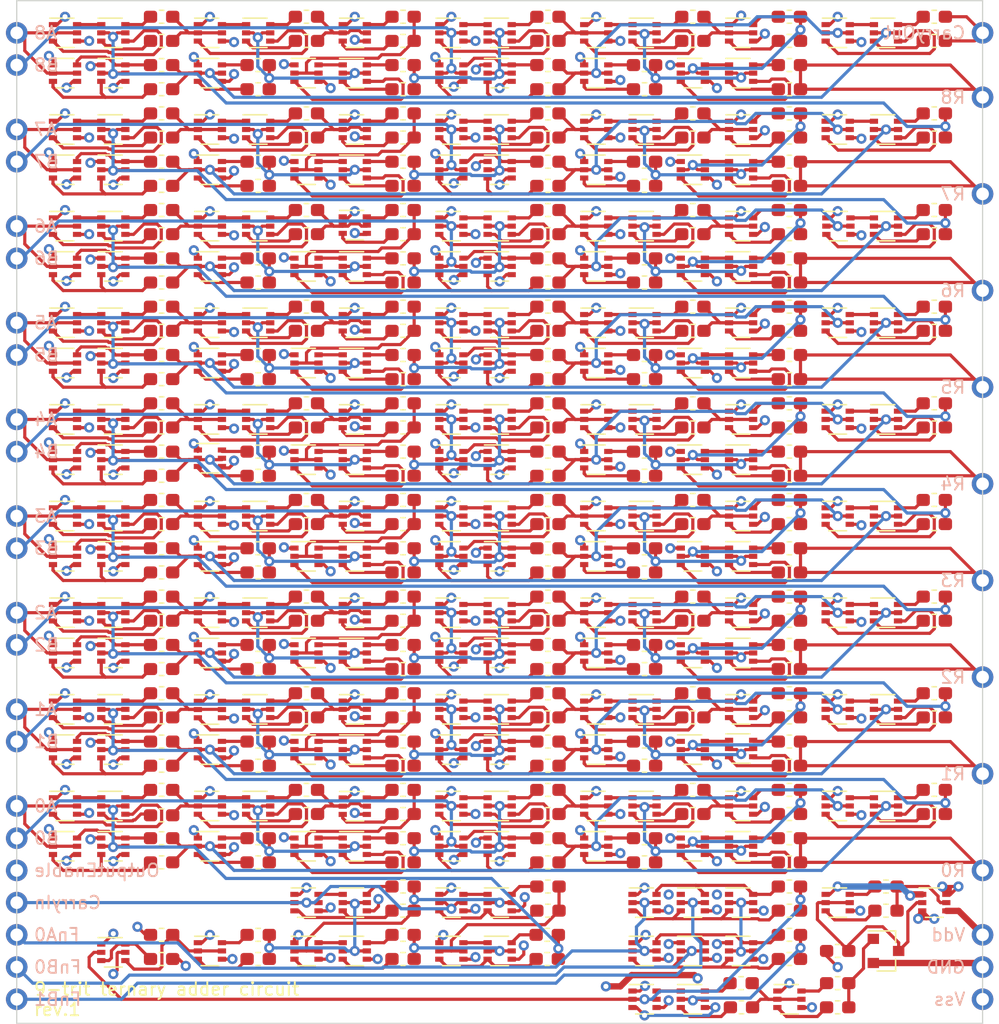
<source format=kicad_pcb>
(kicad_pcb (version 20171130) (host pcbnew 5.1.6)
  (layers (0 F.Cu signal) (1 In1.Cu power) (2 In2.Cu power) (31 B.Cu signal) (34 B.Paste user) (35 F.Paste user) (36 B.SilkS user) (37 F.SilkS user) (38 B.Mask user) (39 F.Mask user) (44 Edge.Cuts user))
  (net 0 "")
  (net 1 A0)
  (net 2 A1)
  (net 3 A2)
  (net 4 A3)
  (net 5 A4)
  (net 6 A5)
  (net 7 A6)
  (net 8 A7)
  (net 9 A8)
  (net 10 B0)
  (net 11 B1)
  (net 12 B2)
  (net 13 B3)
  (net 14 B4)
  (net 15 B5)
  (net 16 B6)
  (net 17 B7)
  (net 18 B8)
  (net 19 CarryOut)
  (net 20 CarryIn)
  (net 21 FnA0)
  (net 22 FnB0)
  (net 23 FnB1)
  (net 24 OutputEnable)
  (net 25 R0)
  (net 26 R1)
  (net 27 R2)
  (net 28 R3)
  (net 29 R4)
  (net 30 R5)
  (net 31 R6)
  (net 32 R7)
  (net 33 R8)
  (net 34 Vdd)
  (net 35 GND)
  (net 36 Vss)
  (net 37 "Net-(Q1-Pad4)")
  (net 38 "Net-(Q1-Pad3)")
  (net 39 "Net-(Q1-Pad2)")
  (net 40 "Net-(Q2-Pad6)")
  (net 41 "Net-(Q3-Pad6)")
  (net 42 "Net-(Q4-Pad6)")
  (net 43 "Net-(Q10-Pad1)")
  (net 44 "Net-(Q10-Pad6)")
  (net 45 "Net-(Q10-Pad2)")
  (net 46 "Net-(Q11-Pad6)")
  (net 47 "Net-(Q12-Pad6)")
  (net 48 "Net-(Q12-Pad2)")
  (net 49 "Net-(Q13-Pad6)")
  (net 50 "Net-(Q14-Pad6)")
  (net 51 "Net-(Q14-Pad2)")
  (net 52 "Net-(Q15-Pad6)")
  (net 53 "Net-(Q15-Pad2)")
  (net 54 "Net-(Q16-Pad6)")
  (net 55 "Net-(Q17-Pad6)")
  (net 56 "Net-(Q18-Pad3)")
  (net 57 "Net-(Q18-Pad1)")
  (net 58 "Net-(Q19-Pad6)")
  (net 59 "Net-(Q19-Pad2)")
  (net 60 "Net-(Q20-Pad6)")
  (net 61 "Net-(Q20-Pad2)")
  (net 62 "Net-(Q21-Pad6)")
  (net 63 /adder/Vss)
  (net 64 "Net-(Q22-Pad5)")
  (net 65 /adder/Vdd)
  (net 66 "Net-(Q23-Pad6)")
  (net 67 "Net-(Q24-Pad6)")
  (net 68 "Net-(Q25-Pad6)")
  (net 69 "Net-(Q26-Pad6)")
  (net 70 "Net-(Q27-Pad6)")
  (net 71 "Net-(Q28-Pad6)")
  (net 72 /adder/CarryIn)
  (net 73 "Net-(Q30-Pad2)")
  (net 74 "Net-(Q31-Pad2)")
  (net 75 "Net-(Q32-Pad6)")
  (net 76 "Net-(Q33-Pad6)")
  (net 77 "Net-(Q34-Pad6)")
  (net 78 "Net-(Q35-Pad6)")
  (net 79 "Net-(Q35-Pad2)")
  (net 80 "Net-(Q36-Pad6)")
  (net 81 "Net-(Q36-Pad2)")
  (net 82 "Net-(Q37-Pad6)")
  (net 83 "Net-(Q37-Pad2)")
  (net 84 "Net-(Q38-Pad6)")
  (net 85 "Net-(Q38-Pad2)")
  (net 86 "Net-(Q39-Pad6)")
  (net 87 "Net-(Q39-Pad2)")
  (net 88 "Net-(Q40-Pad6)")
  (net 89 "Net-(Q40-Pad2)")
  (net 90 "Net-(Q41-Pad6)")
  (net 91 "Net-(Q41-Pad2)")
  (net 92 "Net-(Q42-Pad6)")
  (net 93 "Net-(Q42-Pad2)")
  (net 94 "Net-(Q43-Pad6)")
  (net 95 "Net-(Q43-Pad2)")
  (net 96 "Net-(Q44-Pad6)")
  (net 97 "Net-(Q44-Pad2)")
  (net 98 "Net-(Q45-Pad6)")
  (net 99 "Net-(Q45-Pad2)")
  (net 100 "Net-(Q46-Pad6)")
  (net 101 "Net-(Q46-Pad2)")
  (net 102 "Net-(Q47-Pad6)")
  (net 103 "Net-(Q47-Pad2)")
  (net 104 "Net-(Q48-Pad6)")
  (net 105 "Net-(Q48-Pad2)")
  (net 106 "Net-(Q49-Pad6)")
  (net 107 "Net-(Q49-Pad2)")
  (net 108 "Net-(Q50-Pad6)")
  (net 109 "Net-(Q51-Pad6)")
  (net 110 "Net-(Q52-Pad6)")
  (net 111 "Net-(Q53-Pad6)")
  (net 112 "Net-(Q54-Pad6)")
  (net 113 "Net-(Q55-Pad6)")
  (net 114 "Net-(Q56-Pad6)")
  (net 115 "Net-(Q57-Pad6)")
  (net 116 "Net-(Q58-Pad6)")
  (net 117 "Net-(Q59-Pad2)")
  (net 118 "Net-(Q60-Pad2)")
  (net 119 "Net-(Q61-Pad2)")
  (net 120 "Net-(Q62-Pad6)")
  (net 121 "Net-(Q63-Pad6)")
  (net 122 "Net-(Q64-Pad6)")
  (net 123 "Net-(Q65-Pad6)")
  (net 124 "Net-(Q65-Pad2)")
  (net 125 "Net-(Q66-Pad6)")
  (net 126 "Net-(Q66-Pad2)")
  (net 127 "Net-(Q67-Pad6)")
  (net 128 "Net-(Q67-Pad2)")
  (net 129 "Net-(Q68-Pad6)")
  (net 130 "Net-(Q68-Pad2)")
  (net 131 "Net-(Q69-Pad6)")
  (net 132 "Net-(Q69-Pad2)")
  (net 133 "Net-(Q70-Pad6)")
  (net 134 "Net-(Q70-Pad2)")
  (net 135 "Net-(Q71-Pad6)")
  (net 136 "Net-(Q71-Pad2)")
  (net 137 "Net-(Q72-Pad6)")
  (net 138 "Net-(Q72-Pad2)")
  (net 139 "Net-(Q73-Pad6)")
  (net 140 "Net-(Q73-Pad2)")
  (net 141 "Net-(Q74-Pad6)")
  (net 142 "Net-(Q74-Pad2)")
  (net 143 "Net-(Q75-Pad6)")
  (net 144 "Net-(Q75-Pad2)")
  (net 145 "Net-(Q76-Pad6)")
  (net 146 "Net-(Q76-Pad2)")
  (net 147 "Net-(Q77-Pad6)")
  (net 148 "Net-(Q77-Pad2)")
  (net 149 "Net-(Q78-Pad6)")
  (net 150 "Net-(Q78-Pad2)")
  (net 151 "Net-(Q79-Pad6)")
  (net 152 "Net-(Q79-Pad2)")
  (net 153 "Net-(Q80-Pad6)")
  (net 154 "Net-(Q81-Pad6)")
  (net 155 "Net-(Q82-Pad6)")
  (net 156 "Net-(Q83-Pad6)")
  (net 157 "Net-(Q84-Pad6)")
  (net 158 "Net-(Q85-Pad6)")
  (net 159 "Net-(Q86-Pad6)")
  (net 160 "Net-(Q87-Pad6)")
  (net 161 "Net-(Q88-Pad6)")
  (net 162 "Net-(Q89-Pad6)")
  (net 163 "Net-(Q90-Pad6)")
  (net 164 "Net-(Q91-Pad6)")
  (net 165 "Net-(Q92-Pad6)")
  (net 166 "Net-(Q100-Pad1)")
  (net 167 "Net-(Q100-Pad3)")
  (net 168 "Net-(Q94-Pad6)")
  (net 169 "Net-(Q95-Pad2)")
  (net 170 "Net-(Q96-Pad2)")
  (net 171 "Net-(Q100-Pad2)")
  (net 172 "Net-(Q98-Pad6)")
  (net 173 "Net-(Q99-Pad6)")
  (net 174 "Net-(Q100-Pad6)")
  (net 175 "Net-(Q100-Pad4)")
  (net 176 "Net-(Q101-Pad6)")
  (net 177 "Net-(Q101-Pad2)")
  (net 178 "Net-(Q102-Pad6)")
  (net 179 "Net-(Q102-Pad2)")
  (net 180 "Net-(Q103-Pad6)")
  (net 181 "Net-(Q103-Pad2)")
  (net 182 "Net-(Q104-Pad6)")
  (net 183 "Net-(Q104-Pad2)")
  (net 184 "Net-(Q105-Pad6)")
  (net 185 "Net-(Q105-Pad2)")
  (net 186 "Net-(Q106-Pad6)")
  (net 187 "Net-(Q106-Pad2)")
  (net 188 "Net-(Q107-Pad6)")
  (net 189 "Net-(Q107-Pad2)")
  (net 190 "Net-(Q108-Pad6)")
  (net 191 "Net-(Q108-Pad2)")
  (net 192 "Net-(Q109-Pad6)")
  (net 193 "Net-(Q109-Pad2)")
  (net 194 "Net-(Q110-Pad6)")
  (net 195 "Net-(Q110-Pad2)")
  (net 196 "Net-(Q111-Pad6)")
  (net 197 "Net-(Q111-Pad2)")
  (net 198 "Net-(Q112-Pad6)")
  (net 199 "Net-(Q112-Pad2)")
  (net 200 "Net-(Q113-Pad6)")
  (net 201 "Net-(Q113-Pad2)")
  (net 202 "Net-(Q114-Pad6)")
  (net 203 "Net-(Q114-Pad2)")
  (net 204 "Net-(Q115-Pad6)")
  (net 205 "Net-(Q115-Pad2)")
  (net 206 "Net-(Q116-Pad6)")
  (net 207 "Net-(Q117-Pad6)")
  (net 208 "Net-(Q118-Pad6)")
  (net 209 "Net-(Q119-Pad6)")
  (net 210 "Net-(Q120-Pad6)")
  (net 211 "Net-(Q121-Pad6)")
  (net 212 "Net-(Q122-Pad6)")
  (net 213 "Net-(Q123-Pad6)")
  (net 214 "Net-(Q124-Pad6)")
  (net 215 "Net-(Q125-Pad2)")
  (net 216 "Net-(Q126-Pad2)")
  (net 217 "Net-(Q127-Pad2)")
  (net 218 "Net-(Q128-Pad6)")
  (net 219 "Net-(Q129-Pad6)")
  (net 220 "Net-(Q130-Pad6)")
  (net 221 "Net-(Q131-Pad6)")
  (net 222 "Net-(Q131-Pad2)")
  (net 223 "Net-(Q132-Pad6)")
  (net 224 "Net-(Q132-Pad2)")
  (net 225 "Net-(Q133-Pad6)")
  (net 226 "Net-(Q133-Pad2)")
  (net 227 "Net-(Q134-Pad6)")
  (net 228 "Net-(Q134-Pad2)")
  (net 229 "Net-(Q135-Pad6)")
  (net 230 "Net-(Q135-Pad2)")
  (net 231 "Net-(Q136-Pad6)")
  (net 232 "Net-(Q136-Pad2)")
  (net 233 "Net-(Q137-Pad6)")
  (net 234 "Net-(Q137-Pad2)")
  (net 235 "Net-(Q138-Pad6)")
  (net 236 "Net-(Q138-Pad2)")
  (net 237 "Net-(Q139-Pad6)")
  (net 238 "Net-(Q139-Pad2)")
  (net 239 "Net-(Q140-Pad6)")
  (net 240 "Net-(Q140-Pad2)")
  (net 241 "Net-(Q141-Pad6)")
  (net 242 "Net-(Q141-Pad2)")
  (net 243 "Net-(Q142-Pad6)")
  (net 244 "Net-(Q142-Pad2)")
  (net 245 "Net-(Q143-Pad6)")
  (net 246 "Net-(Q143-Pad2)")
  (net 247 "Net-(Q144-Pad6)")
  (net 248 "Net-(Q144-Pad2)")
  (net 249 "Net-(Q145-Pad6)")
  (net 250 "Net-(Q145-Pad2)")
  (net 251 "Net-(Q146-Pad6)")
  (net 252 "Net-(Q147-Pad6)")
  (net 253 "Net-(Q148-Pad6)")
  (net 254 "Net-(Q149-Pad6)")
  (net 255 "Net-(Q150-Pad6)")
  (net 256 "Net-(Q151-Pad6)")
  (net 257 "Net-(Q152-Pad6)")
  (net 258 "Net-(Q153-Pad6)")
  (net 259 "Net-(Q154-Pad6)")
  (net 260 "Net-(Q155-Pad6)")
  (net 261 "Net-(Q156-Pad6)")
  (net 262 "Net-(Q157-Pad6)")
  (net 263 "Net-(Q158-Pad6)")
  (net 264 "Net-(Q159-Pad6)")
  (net 265 "Net-(Q160-Pad6)")
  (net 266 "Net-(Q161-Pad2)")
  (net 267 "Net-(Q162-Pad2)")
  (net 268 "Net-(Q163-Pad2)")
  (net 269 "Net-(Q164-Pad6)")
  (net 270 "Net-(Q165-Pad6)")
  (net 271 "Net-(Q166-Pad6)")
  (net 272 "Net-(Q167-Pad6)")
  (net 273 "Net-(Q167-Pad2)")
  (net 274 "Net-(Q168-Pad6)")
  (net 275 "Net-(Q168-Pad2)")
  (net 276 "Net-(Q169-Pad6)")
  (net 277 "Net-(Q169-Pad2)")
  (net 278 "Net-(Q170-Pad6)")
  (net 279 "Net-(Q170-Pad2)")
  (net 280 "Net-(Q171-Pad6)")
  (net 281 "Net-(Q171-Pad2)")
  (net 282 "Net-(Q172-Pad6)")
  (net 283 "Net-(Q172-Pad2)")
  (net 284 "Net-(Q173-Pad6)")
  (net 285 "Net-(Q173-Pad2)")
  (net 286 "Net-(Q174-Pad6)")
  (net 287 "Net-(Q174-Pad2)")
  (net 288 "Net-(Q175-Pad6)")
  (net 289 "Net-(Q175-Pad2)")
  (net 290 "Net-(Q176-Pad6)")
  (net 291 "Net-(Q176-Pad2)")
  (net 292 "Net-(Q177-Pad6)")
  (net 293 "Net-(Q177-Pad2)")
  (net 294 "Net-(Q178-Pad6)")
  (net 295 "Net-(Q178-Pad2)")
  (net 296 "Net-(Q179-Pad6)")
  (net 297 "Net-(Q179-Pad2)")
  (net 298 "Net-(Q180-Pad6)")
  (net 299 "Net-(Q180-Pad2)")
  (net 300 "Net-(Q181-Pad6)")
  (net 301 "Net-(Q181-Pad2)")
  (net 302 "Net-(Q182-Pad6)")
  (net 303 "Net-(Q183-Pad6)")
  (net 304 "Net-(Q184-Pad6)")
  (net 305 "Net-(Q185-Pad6)")
  (net 306 "Net-(Q186-Pad6)")
  (net 307 "Net-(Q187-Pad6)")
  (net 308 "Net-(Q188-Pad6)")
  (net 309 "Net-(Q189-Pad6)")
  (net 310 "Net-(Q190-Pad6)")
  (net 311 "Net-(Q191-Pad2)")
  (net 312 "Net-(Q192-Pad2)")
  (net 313 "Net-(Q193-Pad2)")
  (net 314 "Net-(Q194-Pad6)")
  (net 315 "Net-(Q195-Pad6)")
  (net 316 "Net-(Q196-Pad6)")
  (net 317 "Net-(Q197-Pad6)")
  (net 318 "Net-(Q197-Pad2)")
  (net 319 "Net-(Q198-Pad6)")
  (net 320 "Net-(Q198-Pad2)")
  (net 321 "Net-(Q199-Pad6)")
  (net 322 "Net-(Q199-Pad2)")
  (net 323 "Net-(Q200-Pad6)")
  (net 324 "Net-(Q200-Pad2)")
  (net 325 "Net-(Q201-Pad6)")
  (net 326 "Net-(Q201-Pad2)")
  (net 327 "Net-(Q202-Pad6)")
  (net 328 "Net-(Q202-Pad2)")
  (net 329 "Net-(Q203-Pad6)")
  (net 330 "Net-(Q203-Pad2)")
  (net 331 "Net-(Q204-Pad6)")
  (net 332 "Net-(Q204-Pad2)")
  (net 333 "Net-(Q205-Pad6)")
  (net 334 "Net-(Q205-Pad2)")
  (net 335 "Net-(Q206-Pad6)")
  (net 336 "Net-(Q206-Pad2)")
  (net 337 "Net-(Q207-Pad6)")
  (net 338 "Net-(Q207-Pad2)")
  (net 339 "Net-(Q208-Pad6)")
  (net 340 "Net-(Q208-Pad2)")
  (net 341 "Net-(Q209-Pad6)")
  (net 342 "Net-(Q209-Pad2)")
  (net 343 "Net-(Q210-Pad6)")
  (net 344 "Net-(Q210-Pad2)")
  (net 345 "Net-(Q211-Pad6)")
  (net 346 "Net-(Q211-Pad2)")
  (net 347 "Net-(Q212-Pad6)")
  (net 348 "Net-(Q213-Pad6)")
  (net 349 "Net-(Q214-Pad6)")
  (net 350 "Net-(Q215-Pad6)")
  (net 351 "Net-(Q216-Pad6)")
  (net 352 "Net-(Q217-Pad6)")
  (net 353 "Net-(Q218-Pad6)")
  (net 354 "Net-(Q219-Pad6)")
  (net 355 "Net-(Q220-Pad6)")
  (net 356 "Net-(Q2-Pad3)")
  (net 357 "Net-(Q3-Pad3)")
  (net 358 "Net-(Q4-Pad3)")
  (net 359 "Net-(Q10-Pad3)")
  (net 360 "Net-(Q11-Pad3)")
  (net 361 "Net-(Q12-Pad3)")
  (net 362 "Net-(Q13-Pad3)")
  (net 363 "Net-(Q14-Pad3)")
  (net 364 "Net-(Q15-Pad3)")
  (net 365 "Net-(Q19-Pad3)")
  (net 366 "Net-(Q21-Pad3)")
  (net 367 "Net-(Q23-Pad3)")
  (net 368 "Net-(Q24-Pad3)")
  (net 369 "Net-(Q25-Pad3)")
  (net 370 "Net-(Q26-Pad3)")
  (net 371 "Net-(Q27-Pad3)")
  (net 372 "Net-(Q28-Pad3)")
  (net 373 "Net-(Q32-Pad3)")
  (net 374 "Net-(Q33-Pad3)")
  (net 375 "Net-(Q34-Pad3)")
  (net 376 "Net-(Q35-Pad3)")
  (net 377 "Net-(Q36-Pad3)")
  (net 378 "Net-(Q37-Pad3)")
  (net 379 "Net-(Q38-Pad3)")
  (net 380 "Net-(Q39-Pad3)")
  (net 381 "Net-(Q40-Pad3)")
  (net 382 "Net-(Q41-Pad3)")
  (net 383 "Net-(Q42-Pad3)")
  (net 384 "Net-(Q43-Pad3)")
  (net 385 "Net-(Q44-Pad3)")
  (net 386 "Net-(Q45-Pad3)")
  (net 387 "Net-(Q46-Pad3)")
  (net 388 "Net-(Q47-Pad3)")
  (net 389 "Net-(Q48-Pad3)")
  (net 390 "Net-(Q49-Pad3)")
  (net 391 "Net-(Q50-Pad3)")
  (net 392 "Net-(Q51-Pad3)")
  (net 393 "Net-(Q52-Pad3)")
  (net 394 "Net-(Q53-Pad3)")
  (net 395 "Net-(Q54-Pad3)")
  (net 396 "Net-(Q55-Pad3)")
  (net 397 "Net-(Q56-Pad3)")
  (net 398 "Net-(Q57-Pad3)")
  (net 399 "Net-(Q58-Pad3)")
  (net 400 "Net-(Q62-Pad3)")
  (net 401 "Net-(Q63-Pad3)")
  (net 402 "Net-(Q64-Pad3)")
  (net 403 "Net-(Q65-Pad3)")
  (net 404 "Net-(Q66-Pad3)")
  (net 405 "Net-(Q67-Pad3)")
  (net 406 "Net-(Q68-Pad3)")
  (net 407 "Net-(Q69-Pad3)")
  (net 408 "Net-(Q70-Pad3)")
  (net 409 "Net-(Q71-Pad3)")
  (net 410 "Net-(Q72-Pad3)")
  (net 411 "Net-(Q73-Pad3)")
  (net 412 "Net-(Q74-Pad3)")
  (net 413 "Net-(Q75-Pad3)")
  (net 414 "Net-(Q76-Pad3)")
  (net 415 "Net-(Q77-Pad3)")
  (net 416 "Net-(Q78-Pad3)")
  (net 417 "Net-(Q79-Pad3)")
  (net 418 "Net-(Q80-Pad3)")
  (net 419 "Net-(Q81-Pad3)")
  (net 420 "Net-(Q82-Pad3)")
  (net 421 "Net-(Q83-Pad3)")
  (net 422 "Net-(Q84-Pad3)")
  (net 423 "Net-(Q85-Pad3)")
  (net 424 "Net-(Q86-Pad3)")
  (net 425 "Net-(Q87-Pad3)")
  (net 426 "Net-(Q88-Pad3)")
  (net 427 "Net-(Q89-Pad3)")
  (net 428 "Net-(Q90-Pad3)")
  (net 429 "Net-(Q91-Pad3)")
  (net 430 "Net-(Q92-Pad3)")
  (net 431 "Net-(Q94-Pad3)")
  (net 432 "Net-(Q98-Pad3)")
  (net 433 "Net-(Q99-Pad3)")
  (net 434 "Net-(Q101-Pad3)")
  (net 435 "Net-(Q102-Pad3)")
  (net 436 "Net-(Q103-Pad3)")
  (net 437 "Net-(Q104-Pad3)")
  (net 438 "Net-(Q105-Pad3)")
  (net 439 "Net-(Q106-Pad3)")
  (net 440 "Net-(Q107-Pad3)")
  (net 441 "Net-(Q108-Pad3)")
  (net 442 "Net-(Q109-Pad3)")
  (net 443 "Net-(Q110-Pad3)")
  (net 444 "Net-(Q111-Pad3)")
  (net 445 "Net-(Q112-Pad3)")
  (net 446 "Net-(Q113-Pad3)")
  (net 447 "Net-(Q114-Pad3)")
  (net 448 "Net-(Q115-Pad3)")
  (net 449 "Net-(Q116-Pad3)")
  (net 450 "Net-(Q117-Pad3)")
  (net 451 "Net-(Q118-Pad3)")
  (net 452 "Net-(Q119-Pad3)")
  (net 453 "Net-(Q120-Pad3)")
  (net 454 "Net-(Q121-Pad3)")
  (net 455 "Net-(Q122-Pad3)")
  (net 456 "Net-(Q123-Pad3)")
  (net 457 "Net-(Q124-Pad3)")
  (net 458 "Net-(Q128-Pad3)")
  (net 459 "Net-(Q129-Pad3)")
  (net 460 "Net-(Q130-Pad3)")
  (net 461 "Net-(Q131-Pad3)")
  (net 462 "Net-(Q132-Pad3)")
  (net 463 "Net-(Q133-Pad3)")
  (net 464 "Net-(Q134-Pad3)")
  (net 465 "Net-(Q135-Pad3)")
  (net 466 "Net-(Q136-Pad3)")
  (net 467 "Net-(Q137-Pad3)")
  (net 468 "Net-(Q138-Pad3)")
  (net 469 "Net-(Q139-Pad3)")
  (net 470 "Net-(Q140-Pad3)")
  (net 471 "Net-(Q141-Pad3)")
  (net 472 "Net-(Q142-Pad3)")
  (net 473 "Net-(Q143-Pad3)")
  (net 474 "Net-(Q144-Pad3)")
  (net 475 "Net-(Q145-Pad3)")
  (net 476 "Net-(Q146-Pad3)")
  (net 477 "Net-(Q147-Pad3)")
  (net 478 "Net-(Q148-Pad3)")
  (net 479 "Net-(Q149-Pad3)")
  (net 480 "Net-(Q150-Pad3)")
  (net 481 "Net-(Q151-Pad3)")
  (net 482 "Net-(Q152-Pad3)")
  (net 483 "Net-(Q153-Pad3)")
  (net 484 "Net-(Q154-Pad3)")
  (net 485 "Net-(Q155-Pad3)")
  (net 486 "Net-(Q156-Pad3)")
  (net 487 "Net-(Q157-Pad3)")
  (net 488 "Net-(Q158-Pad3)")
  (net 489 "Net-(Q159-Pad3)")
  (net 490 "Net-(Q160-Pad3)")
  (net 491 "Net-(Q164-Pad3)")
  (net 492 "Net-(Q165-Pad3)")
  (net 493 "Net-(Q166-Pad3)")
  (net 494 "Net-(Q167-Pad3)")
  (net 495 "Net-(Q168-Pad3)")
  (net 496 "Net-(Q169-Pad3)")
  (net 497 "Net-(Q170-Pad3)")
  (net 498 "Net-(Q171-Pad3)")
  (net 499 "Net-(Q172-Pad3)")
  (net 500 "Net-(Q173-Pad3)")
  (net 501 "Net-(Q174-Pad3)")
  (net 502 "Net-(Q175-Pad3)")
  (net 503 "Net-(Q176-Pad3)")
  (net 504 "Net-(Q177-Pad3)")
  (net 505 "Net-(Q178-Pad3)")
  (net 506 "Net-(Q179-Pad3)")
  (net 507 "Net-(Q180-Pad3)")
  (net 508 "Net-(Q181-Pad3)")
  (net 509 "Net-(Q182-Pad3)")
  (net 510 "Net-(Q183-Pad3)")
  (net 511 "Net-(Q184-Pad3)")
  (net 512 "Net-(Q185-Pad3)")
  (net 513 "Net-(Q186-Pad3)")
  (net 514 "Net-(Q187-Pad3)")
  (net 515 "Net-(Q188-Pad3)")
  (net 516 "Net-(Q189-Pad3)")
  (net 517 "Net-(Q190-Pad3)")
  (net 518 "Net-(Q194-Pad3)")
  (net 519 "Net-(Q195-Pad3)")
  (net 520 "Net-(Q196-Pad3)")
  (net 521 "Net-(Q197-Pad3)")
  (net 522 "Net-(Q198-Pad3)")
  (net 523 "Net-(Q199-Pad3)")
  (net 524 "Net-(Q200-Pad3)")
  (net 525 "Net-(Q201-Pad3)")
  (net 526 "Net-(Q202-Pad3)")
  (net 527 "Net-(Q203-Pad3)")
  (net 528 "Net-(Q204-Pad3)")
  (net 529 "Net-(Q205-Pad3)")
  (net 530 "Net-(Q206-Pad3)")
  (net 531 "Net-(Q207-Pad3)")
  (net 532 "Net-(Q208-Pad3)")
  (net 533 "Net-(Q209-Pad3)")
  (net 534 "Net-(Q210-Pad3)")
  (net 535 "Net-(Q211-Pad3)")
  (net 536 "Net-(Q212-Pad3)")
  (net 537 "Net-(Q213-Pad3)")
  (net 538 "Net-(Q214-Pad3)")
  (net 539 "Net-(Q215-Pad3)")
  (net 540 "Net-(Q216-Pad3)")
  (net 541 "Net-(Q217-Pad3)")
  (net 542 "Net-(Q218-Pad3)")
  (net 543 "Net-(Q219-Pad3)")
  (net 544 "Net-(Q220-Pad3)")
  (module Package_TO_SOT_SMD:SOT-363_SC-70-6 (layer F.Cu) (at 189.865 95.885)
    (fp_text reference Q16 hide)
    (fp_text value BSS8402DW)
    (pad 6 smd rect (at 0.95 -0.65) (size 0.65 0.4) (layers F.Cu F.Paste F.Mask) (net 54 "Net-(Q16-Pad6)"))
    (pad 4 smd rect (at 0.95 0.65) (size 0.65 0.4) (layers F.Cu F.Paste F.Mask) (net 34 Vdd))
    (pad 2 smd rect (at -0.95 0) (size 0.65 0.4) (layers F.Cu F.Paste F.Mask) (net 51 "Net-(Q14-Pad2)"))
    (pad 5 smd rect (at 0.95 0) (size 0.65 0.4) (layers F.Cu F.Paste F.Mask) (net 51 "Net-(Q14-Pad2)"))
    (pad 3 smd rect (at -0.95 0.65) (size 0.65 0.4) (layers F.Cu F.Paste F.Mask) (net 362 "Net-(Q13-Pad3)"))
    (pad 1 smd rect (at -0.95 -0.65) (size 0.65 0.4) (layers F.Cu F.Paste F.Mask) (net 49 "Net-(Q13-Pad6)"))
  )
  (module Resistor_SMD:R_0603_1608Metric_Pad1.05x0.95mm_HandSolder (layer F.Cu) (at 224.155 26.035)
    (fp_text reference R257 hide)
    (fp_text value 12k)
    (pad 2 smd roundrect (at 0.875 0) (size 1.05 0.95) (layers F.Cu F.Paste F.Mask) (net 19 CarryOut))
    (pad 1 smd roundrect (at -0.875 0) (size 1.05 0.95) (layers F.Cu F.Paste F.Mask) (net 355 "Net-(Q220-Pad6)"))
  )
  (module Resistor_SMD:R_0603_1608Metric_Pad1.05x0.95mm_HandSolder (layer F.Cu) (at 224.155 27.94 180)
    (fp_text reference R256 hide)
    (fp_text value 12k)
    (pad 2 smd roundrect (at 0.875 0 180) (size 1.05 0.95) (layers F.Cu F.Paste F.Mask) (net 544 "Net-(Q220-Pad3)"))
    (pad 1 smd roundrect (at -0.875 0 180) (size 1.05 0.95) (layers F.Cu F.Paste F.Mask) (net 19 CarryOut))
  )
  (module Resistor_SMD:R_0603_1608Metric_Pad1.05x0.95mm_HandSolder (layer F.Cu) (at 224.155 48.895)
    (fp_text reference R255 hide)
    (fp_text value 12k)
    (pad 2 smd roundrect (at 0.875 0) (size 1.05 0.95) (layers F.Cu F.Paste F.Mask) (net 74 "Net-(Q31-Pad2)"))
    (pad 1 smd roundrect (at -0.875 0) (size 1.05 0.95) (layers F.Cu F.Paste F.Mask) (net 354 "Net-(Q219-Pad6)"))
  )
  (module Resistor_SMD:R_0603_1608Metric_Pad1.05x0.95mm_HandSolder (layer F.Cu) (at 224.155 50.8 180)
    (fp_text reference R254 hide)
    (fp_text value 12k)
    (pad 2 smd roundrect (at 0.875 0 180) (size 1.05 0.95) (layers F.Cu F.Paste F.Mask) (net 543 "Net-(Q219-Pad3)"))
    (pad 1 smd roundrect (at -0.875 0 180) (size 1.05 0.95) (layers F.Cu F.Paste F.Mask) (net 74 "Net-(Q31-Pad2)"))
  )
  (module Resistor_SMD:R_0603_1608Metric_Pad1.05x0.95mm_HandSolder (layer F.Cu) (at 224.155 71.755)
    (fp_text reference R253 hide)
    (fp_text value 12k)
    (pad 2 smd roundrect (at 0.875 0) (size 1.05 0.95) (layers F.Cu F.Paste F.Mask) (net 73 "Net-(Q30-Pad2)"))
    (pad 1 smd roundrect (at -0.875 0) (size 1.05 0.95) (layers F.Cu F.Paste F.Mask) (net 353 "Net-(Q218-Pad6)"))
  )
  (module Resistor_SMD:R_0603_1608Metric_Pad1.05x0.95mm_HandSolder (layer F.Cu) (at 224.155 73.66 180)
    (fp_text reference R252 hide)
    (fp_text value 12k)
    (pad 2 smd roundrect (at 0.875 0 180) (size 1.05 0.95) (layers F.Cu F.Paste F.Mask) (net 542 "Net-(Q218-Pad3)"))
    (pad 1 smd roundrect (at -0.875 0 180) (size 1.05 0.95) (layers F.Cu F.Paste F.Mask) (net 73 "Net-(Q30-Pad2)"))
  )
  (module Resistor_SMD:R_0603_1608Metric_Pad1.05x0.95mm_HandSolder (layer F.Cu) (at 212.725 29.845)
    (fp_text reference R251 hide)
    (fp_text value 12k)
    (pad 2 smd roundrect (at 0.875 0) (size 1.05 0.95) (layers F.Cu F.Paste F.Mask) (net 33 R8))
    (pad 1 smd roundrect (at -0.875 0) (size 1.05 0.95) (layers F.Cu F.Paste F.Mask) (net 349 "Net-(Q214-Pad6)"))
  )
  (module Resistor_SMD:R_0603_1608Metric_Pad1.05x0.95mm_HandSolder (layer F.Cu) (at 212.725 31.75 180)
    (fp_text reference R250 hide)
    (fp_text value 12k)
    (pad 2 smd roundrect (at 0.875 0 180) (size 1.05 0.95) (layers F.Cu F.Paste F.Mask) (net 538 "Net-(Q214-Pad3)"))
    (pad 1 smd roundrect (at -0.875 0 180) (size 1.05 0.95) (layers F.Cu F.Paste F.Mask) (net 33 R8))
  )
  (module Resistor_SMD:R_0603_1608Metric_Pad1.05x0.95mm_HandSolder (layer F.Cu) (at 212.725 52.705)
    (fp_text reference R249 hide)
    (fp_text value 12k)
    (pad 2 smd roundrect (at 0.875 0) (size 1.05 0.95) (layers F.Cu F.Paste F.Mask) (net 30 R5))
    (pad 1 smd roundrect (at -0.875 0) (size 1.05 0.95) (layers F.Cu F.Paste F.Mask) (net 348 "Net-(Q213-Pad6)"))
  )
  (module Resistor_SMD:R_0603_1608Metric_Pad1.05x0.95mm_HandSolder (layer F.Cu) (at 212.725 54.61 180)
    (fp_text reference R248 hide)
    (fp_text value 12k)
    (pad 2 smd roundrect (at 0.875 0 180) (size 1.05 0.95) (layers F.Cu F.Paste F.Mask) (net 537 "Net-(Q213-Pad3)"))
    (pad 1 smd roundrect (at -0.875 0 180) (size 1.05 0.95) (layers F.Cu F.Paste F.Mask) (net 30 R5))
  )
  (module Resistor_SMD:R_0603_1608Metric_Pad1.05x0.95mm_HandSolder (layer F.Cu) (at 212.725 75.565)
    (fp_text reference R247 hide)
    (fp_text value 12k)
    (pad 2 smd roundrect (at 0.875 0) (size 1.05 0.95) (layers F.Cu F.Paste F.Mask) (net 27 R2))
    (pad 1 smd roundrect (at -0.875 0) (size 1.05 0.95) (layers F.Cu F.Paste F.Mask) (net 347 "Net-(Q212-Pad6)"))
  )
  (module Resistor_SMD:R_0603_1608Metric_Pad1.05x0.95mm_HandSolder (layer F.Cu) (at 212.725 77.47 180)
    (fp_text reference R246 hide)
    (fp_text value 12k)
    (pad 2 smd roundrect (at 0.875 0 180) (size 1.05 0.95) (layers F.Cu F.Paste F.Mask) (net 536 "Net-(Q212-Pad3)"))
    (pad 1 smd roundrect (at -0.875 0 180) (size 1.05 0.95) (layers F.Cu F.Paste F.Mask) (net 27 R2))
  )
  (module Resistor_SMD:R_0603_1608Metric_Pad1.05x0.95mm_HandSolder (layer F.Cu) (at 212.725 26.035)
    (fp_text reference R245 hide)
    (fp_text value 12k)
    (pad 2 smd roundrect (at 0.875 0) (size 1.05 0.95) (layers F.Cu F.Paste F.Mask) (net 346 "Net-(Q211-Pad2)"))
    (pad 1 smd roundrect (at -0.875 0) (size 1.05 0.95) (layers F.Cu F.Paste F.Mask) (net 339 "Net-(Q208-Pad6)"))
  )
  (module Resistor_SMD:R_0603_1608Metric_Pad1.05x0.95mm_HandSolder (layer F.Cu) (at 212.725 27.94 180)
    (fp_text reference R244 hide)
    (fp_text value 12k)
    (pad 2 smd roundrect (at 0.875 0 180) (size 1.05 0.95) (layers F.Cu F.Paste F.Mask) (net 532 "Net-(Q208-Pad3)"))
    (pad 1 smd roundrect (at -0.875 0 180) (size 1.05 0.95) (layers F.Cu F.Paste F.Mask) (net 346 "Net-(Q211-Pad2)"))
  )
  (module Resistor_SMD:R_0603_1608Metric_Pad1.05x0.95mm_HandSolder (layer F.Cu) (at 212.725 48.895)
    (fp_text reference R243 hide)
    (fp_text value 12k)
    (pad 2 smd roundrect (at 0.875 0) (size 1.05 0.95) (layers F.Cu F.Paste F.Mask) (net 344 "Net-(Q210-Pad2)"))
    (pad 1 smd roundrect (at -0.875 0) (size 1.05 0.95) (layers F.Cu F.Paste F.Mask) (net 337 "Net-(Q207-Pad6)"))
  )
  (module Resistor_SMD:R_0603_1608Metric_Pad1.05x0.95mm_HandSolder (layer F.Cu) (at 212.725 50.8 180)
    (fp_text reference R242 hide)
    (fp_text value 12k)
    (pad 2 smd roundrect (at 0.875 0 180) (size 1.05 0.95) (layers F.Cu F.Paste F.Mask) (net 531 "Net-(Q207-Pad3)"))
    (pad 1 smd roundrect (at -0.875 0 180) (size 1.05 0.95) (layers F.Cu F.Paste F.Mask) (net 344 "Net-(Q210-Pad2)"))
  )
  (module Resistor_SMD:R_0603_1608Metric_Pad1.05x0.95mm_HandSolder (layer F.Cu) (at 212.725 71.755)
    (fp_text reference R241 hide)
    (fp_text value 12k)
    (pad 2 smd roundrect (at 0.875 0) (size 1.05 0.95) (layers F.Cu F.Paste F.Mask) (net 342 "Net-(Q209-Pad2)"))
    (pad 1 smd roundrect (at -0.875 0) (size 1.05 0.95) (layers F.Cu F.Paste F.Mask) (net 335 "Net-(Q206-Pad6)"))
  )
  (module Resistor_SMD:R_0603_1608Metric_Pad1.05x0.95mm_HandSolder (layer F.Cu) (at 212.725 73.66 180)
    (fp_text reference R240 hide)
    (fp_text value 12k)
    (pad 2 smd roundrect (at 0.875 0 180) (size 1.05 0.95) (layers F.Cu F.Paste F.Mask) (net 530 "Net-(Q206-Pad3)"))
    (pad 1 smd roundrect (at -0.875 0 180) (size 1.05 0.95) (layers F.Cu F.Paste F.Mask) (net 342 "Net-(Q209-Pad2)"))
  )
  (module Resistor_SMD:R_0603_1608Metric_Pad1.05x0.95mm_HandSolder (layer F.Cu) (at 205.105 26.035)
    (fp_text reference R239 hide)
    (fp_text value 12k)
    (pad 2 smd roundrect (at 0.875 0) (size 1.05 0.95) (layers F.Cu F.Paste F.Mask) (net 340 "Net-(Q208-Pad2)"))
    (pad 1 smd roundrect (at -0.875 0) (size 1.05 0.95) (layers F.Cu F.Paste F.Mask) (net 333 "Net-(Q205-Pad6)"))
  )
  (module Resistor_SMD:R_0603_1608Metric_Pad1.05x0.95mm_HandSolder (layer F.Cu) (at 205.105 27.94 180)
    (fp_text reference R238 hide)
    (fp_text value 12k)
    (pad 2 smd roundrect (at 0.875 0 180) (size 1.05 0.95) (layers F.Cu F.Paste F.Mask) (net 529 "Net-(Q205-Pad3)"))
    (pad 1 smd roundrect (at -0.875 0 180) (size 1.05 0.95) (layers F.Cu F.Paste F.Mask) (net 340 "Net-(Q208-Pad2)"))
  )
  (module Resistor_SMD:R_0603_1608Metric_Pad1.05x0.95mm_HandSolder (layer F.Cu) (at 205.105 48.895)
    (fp_text reference R237 hide)
    (fp_text value 12k)
    (pad 2 smd roundrect (at 0.875 0) (size 1.05 0.95) (layers F.Cu F.Paste F.Mask) (net 338 "Net-(Q207-Pad2)"))
    (pad 1 smd roundrect (at -0.875 0) (size 1.05 0.95) (layers F.Cu F.Paste F.Mask) (net 331 "Net-(Q204-Pad6)"))
  )
  (module Resistor_SMD:R_0603_1608Metric_Pad1.05x0.95mm_HandSolder (layer F.Cu) (at 205.105 50.8 180)
    (fp_text reference R236 hide)
    (fp_text value 12k)
    (pad 2 smd roundrect (at 0.875 0 180) (size 1.05 0.95) (layers F.Cu F.Paste F.Mask) (net 528 "Net-(Q204-Pad3)"))
    (pad 1 smd roundrect (at -0.875 0 180) (size 1.05 0.95) (layers F.Cu F.Paste F.Mask) (net 338 "Net-(Q207-Pad2)"))
  )
  (module Resistor_SMD:R_0603_1608Metric_Pad1.05x0.95mm_HandSolder (layer F.Cu) (at 205.105 71.755)
    (fp_text reference R235 hide)
    (fp_text value 12k)
    (pad 2 smd roundrect (at 0.875 0) (size 1.05 0.95) (layers F.Cu F.Paste F.Mask) (net 336 "Net-(Q206-Pad2)"))
    (pad 1 smd roundrect (at -0.875 0) (size 1.05 0.95) (layers F.Cu F.Paste F.Mask) (net 329 "Net-(Q203-Pad6)"))
  )
  (module Resistor_SMD:R_0603_1608Metric_Pad1.05x0.95mm_HandSolder (layer F.Cu) (at 205.105 73.66 180)
    (fp_text reference R234 hide)
    (fp_text value 12k)
    (pad 2 smd roundrect (at 0.875 0 180) (size 1.05 0.95) (layers F.Cu F.Paste F.Mask) (net 527 "Net-(Q203-Pad3)"))
    (pad 1 smd roundrect (at -0.875 0 180) (size 1.05 0.95) (layers F.Cu F.Paste F.Mask) (net 336 "Net-(Q206-Pad2)"))
  )
  (module Resistor_SMD:R_0603_1608Metric_Pad1.05x0.95mm_HandSolder (layer F.Cu) (at 201.295 29.845)
    (fp_text reference R233 hide)
    (fp_text value 12k)
    (pad 2 smd roundrect (at 0.875 0) (size 1.05 0.95) (layers F.Cu F.Paste F.Mask) (net 334 "Net-(Q205-Pad2)"))
    (pad 1 smd roundrect (at -0.875 0) (size 1.05 0.95) (layers F.Cu F.Paste F.Mask) (net 321 "Net-(Q199-Pad6)"))
  )
  (module Resistor_SMD:R_0603_1608Metric_Pad1.05x0.95mm_HandSolder (layer F.Cu) (at 201.295 31.75 180)
    (fp_text reference R232 hide)
    (fp_text value 12k)
    (pad 2 smd roundrect (at 0.875 0 180) (size 1.05 0.95) (layers F.Cu F.Paste F.Mask) (net 523 "Net-(Q199-Pad3)"))
    (pad 1 smd roundrect (at -0.875 0 180) (size 1.05 0.95) (layers F.Cu F.Paste F.Mask) (net 334 "Net-(Q205-Pad2)"))
  )
  (module Resistor_SMD:R_0603_1608Metric_Pad1.05x0.95mm_HandSolder (layer F.Cu) (at 201.295 52.705)
    (fp_text reference R231 hide)
    (fp_text value 12k)
    (pad 2 smd roundrect (at 0.875 0) (size 1.05 0.95) (layers F.Cu F.Paste F.Mask) (net 332 "Net-(Q204-Pad2)"))
    (pad 1 smd roundrect (at -0.875 0) (size 1.05 0.95) (layers F.Cu F.Paste F.Mask) (net 319 "Net-(Q198-Pad6)"))
  )
  (module Resistor_SMD:R_0603_1608Metric_Pad1.05x0.95mm_HandSolder (layer F.Cu) (at 201.295 54.61 180)
    (fp_text reference R230 hide)
    (fp_text value 12k)
    (pad 2 smd roundrect (at 0.875 0 180) (size 1.05 0.95) (layers F.Cu F.Paste F.Mask) (net 522 "Net-(Q198-Pad3)"))
    (pad 1 smd roundrect (at -0.875 0 180) (size 1.05 0.95) (layers F.Cu F.Paste F.Mask) (net 332 "Net-(Q204-Pad2)"))
  )
  (module Resistor_SMD:R_0603_1608Metric_Pad1.05x0.95mm_HandSolder (layer F.Cu) (at 201.295 75.565)
    (fp_text reference R229 hide)
    (fp_text value 12k)
    (pad 2 smd roundrect (at 0.875 0) (size 1.05 0.95) (layers F.Cu F.Paste F.Mask) (net 330 "Net-(Q203-Pad2)"))
    (pad 1 smd roundrect (at -0.875 0) (size 1.05 0.95) (layers F.Cu F.Paste F.Mask) (net 317 "Net-(Q197-Pad6)"))
  )
  (module Resistor_SMD:R_0603_1608Metric_Pad1.05x0.95mm_HandSolder (layer F.Cu) (at 201.295 77.47 180)
    (fp_text reference R228 hide)
    (fp_text value 12k)
    (pad 2 smd roundrect (at 0.875 0 180) (size 1.05 0.95) (layers F.Cu F.Paste F.Mask) (net 521 "Net-(Q197-Pad3)"))
    (pad 1 smd roundrect (at -0.875 0 180) (size 1.05 0.95) (layers F.Cu F.Paste F.Mask) (net 330 "Net-(Q203-Pad2)"))
  )
  (module Resistor_SMD:R_0603_1608Metric_Pad1.05x0.95mm_HandSolder (layer F.Cu) (at 193.675 26.035)
    (fp_text reference R227 hide)
    (fp_text value 12k)
    (pad 2 smd roundrect (at 0.875 0) (size 1.05 0.95) (layers F.Cu F.Paste F.Mask) (net 328 "Net-(Q202-Pad2)"))
    (pad 1 smd roundrect (at -0.875 0) (size 1.05 0.95) (layers F.Cu F.Paste F.Mask) (net 316 "Net-(Q196-Pad6)"))
  )
  (module Resistor_SMD:R_0603_1608Metric_Pad1.05x0.95mm_HandSolder (layer F.Cu) (at 193.675 27.94 180)
    (fp_text reference R226 hide)
    (fp_text value 12k)
    (pad 2 smd roundrect (at 0.875 0 180) (size 1.05 0.95) (layers F.Cu F.Paste F.Mask) (net 520 "Net-(Q196-Pad3)"))
    (pad 1 smd roundrect (at -0.875 0 180) (size 1.05 0.95) (layers F.Cu F.Paste F.Mask) (net 328 "Net-(Q202-Pad2)"))
  )
  (module Resistor_SMD:R_0603_1608Metric_Pad1.05x0.95mm_HandSolder (layer F.Cu) (at 193.675 48.895)
    (fp_text reference R225 hide)
    (fp_text value 12k)
    (pad 2 smd roundrect (at 0.875 0) (size 1.05 0.95) (layers F.Cu F.Paste F.Mask) (net 326 "Net-(Q201-Pad2)"))
    (pad 1 smd roundrect (at -0.875 0) (size 1.05 0.95) (layers F.Cu F.Paste F.Mask) (net 315 "Net-(Q195-Pad6)"))
  )
  (module Resistor_SMD:R_0603_1608Metric_Pad1.05x0.95mm_HandSolder (layer F.Cu) (at 193.675 50.8 180)
    (fp_text reference R224 hide)
    (fp_text value 12k)
    (pad 2 smd roundrect (at 0.875 0 180) (size 1.05 0.95) (layers F.Cu F.Paste F.Mask) (net 519 "Net-(Q195-Pad3)"))
    (pad 1 smd roundrect (at -0.875 0 180) (size 1.05 0.95) (layers F.Cu F.Paste F.Mask) (net 326 "Net-(Q201-Pad2)"))
  )
  (module Resistor_SMD:R_0603_1608Metric_Pad1.05x0.95mm_HandSolder (layer F.Cu) (at 193.675 71.755)
    (fp_text reference R223 hide)
    (fp_text value 12k)
    (pad 2 smd roundrect (at 0.875 0) (size 1.05 0.95) (layers F.Cu F.Paste F.Mask) (net 324 "Net-(Q200-Pad2)"))
    (pad 1 smd roundrect (at -0.875 0) (size 1.05 0.95) (layers F.Cu F.Paste F.Mask) (net 314 "Net-(Q194-Pad6)"))
  )
  (module Resistor_SMD:R_0603_1608Metric_Pad1.05x0.95mm_HandSolder (layer F.Cu) (at 193.675 73.66 180)
    (fp_text reference R222 hide)
    (fp_text value 12k)
    (pad 2 smd roundrect (at 0.875 0 180) (size 1.05 0.95) (layers F.Cu F.Paste F.Mask) (net 518 "Net-(Q194-Pad3)"))
    (pad 1 smd roundrect (at -0.875 0 180) (size 1.05 0.95) (layers F.Cu F.Paste F.Mask) (net 324 "Net-(Q200-Pad2)"))
  )
  (module Resistor_SMD:R_0603_1608Metric_Pad1.05x0.95mm_HandSolder (layer F.Cu) (at 193.675 29.845)
    (fp_text reference R221 hide)
    (fp_text value 12k)
    (pad 2 smd roundrect (at 0.875 0) (size 1.05 0.95) (layers F.Cu F.Paste F.Mask) (net 322 "Net-(Q199-Pad2)"))
    (pad 1 smd roundrect (at -0.875 0) (size 1.05 0.95) (layers F.Cu F.Paste F.Mask) (net 310 "Net-(Q190-Pad6)"))
  )
  (module Resistor_SMD:R_0603_1608Metric_Pad1.05x0.95mm_HandSolder (layer F.Cu) (at 193.675 31.75 180)
    (fp_text reference R220 hide)
    (fp_text value 12k)
    (pad 2 smd roundrect (at 0.875 0 180) (size 1.05 0.95) (layers F.Cu F.Paste F.Mask) (net 517 "Net-(Q190-Pad3)"))
    (pad 1 smd roundrect (at -0.875 0 180) (size 1.05 0.95) (layers F.Cu F.Paste F.Mask) (net 322 "Net-(Q199-Pad2)"))
  )
  (module Resistor_SMD:R_0603_1608Metric_Pad1.05x0.95mm_HandSolder (layer F.Cu) (at 193.675 52.705)
    (fp_text reference R219 hide)
    (fp_text value 12k)
    (pad 2 smd roundrect (at 0.875 0) (size 1.05 0.95) (layers F.Cu F.Paste F.Mask) (net 320 "Net-(Q198-Pad2)"))
    (pad 1 smd roundrect (at -0.875 0) (size 1.05 0.95) (layers F.Cu F.Paste F.Mask) (net 308 "Net-(Q188-Pad6)"))
  )
  (module Resistor_SMD:R_0603_1608Metric_Pad1.05x0.95mm_HandSolder (layer F.Cu) (at 193.675 54.61 180)
    (fp_text reference R218 hide)
    (fp_text value 12k)
    (pad 2 smd roundrect (at 0.875 0 180) (size 1.05 0.95) (layers F.Cu F.Paste F.Mask) (net 515 "Net-(Q188-Pad3)"))
    (pad 1 smd roundrect (at -0.875 0 180) (size 1.05 0.95) (layers F.Cu F.Paste F.Mask) (net 320 "Net-(Q198-Pad2)"))
  )
  (module Resistor_SMD:R_0603_1608Metric_Pad1.05x0.95mm_HandSolder (layer F.Cu) (at 193.675 75.565)
    (fp_text reference R217 hide)
    (fp_text value 12k)
    (pad 2 smd roundrect (at 0.875 0) (size 1.05 0.95) (layers F.Cu F.Paste F.Mask) (net 318 "Net-(Q197-Pad2)"))
    (pad 1 smd roundrect (at -0.875 0) (size 1.05 0.95) (layers F.Cu F.Paste F.Mask) (net 306 "Net-(Q186-Pad6)"))
  )
  (module Resistor_SMD:R_0603_1608Metric_Pad1.05x0.95mm_HandSolder (layer F.Cu) (at 193.675 77.47 180)
    (fp_text reference R216 hide)
    (fp_text value 12k)
    (pad 2 smd roundrect (at 0.875 0 180) (size 1.05 0.95) (layers F.Cu F.Paste F.Mask) (net 513 "Net-(Q186-Pad3)"))
    (pad 1 smd roundrect (at -0.875 0 180) (size 1.05 0.95) (layers F.Cu F.Paste F.Mask) (net 318 "Net-(Q197-Pad2)"))
  )
  (module Resistor_SMD:R_0603_1608Metric_Pad1.05x0.95mm_HandSolder (layer F.Cu) (at 182.245 29.845)
    (fp_text reference R215 hide)
    (fp_text value 12k)
    (pad 2 smd roundrect (at 0.875 0) (size 1.05 0.95) (layers F.Cu F.Paste F.Mask) (net 313 "Net-(Q193-Pad2)"))
    (pad 1 smd roundrect (at -0.875 0) (size 1.05 0.95) (layers F.Cu F.Paste F.Mask) (net 304 "Net-(Q184-Pad6)"))
  )
  (module Resistor_SMD:R_0603_1608Metric_Pad1.05x0.95mm_HandSolder (layer F.Cu) (at 182.245 31.75 180)
    (fp_text reference R214 hide)
    (fp_text value 12k)
    (pad 2 smd roundrect (at 0.875 0 180) (size 1.05 0.95) (layers F.Cu F.Paste F.Mask) (net 511 "Net-(Q184-Pad3)"))
    (pad 1 smd roundrect (at -0.875 0 180) (size 1.05 0.95) (layers F.Cu F.Paste F.Mask) (net 313 "Net-(Q193-Pad2)"))
  )
  (module Resistor_SMD:R_0603_1608Metric_Pad1.05x0.95mm_HandSolder (layer F.Cu) (at 182.245 52.705)
    (fp_text reference R213 hide)
    (fp_text value 12k)
    (pad 2 smd roundrect (at 0.875 0) (size 1.05 0.95) (layers F.Cu F.Paste F.Mask) (net 312 "Net-(Q192-Pad2)"))
    (pad 1 smd roundrect (at -0.875 0) (size 1.05 0.95) (layers F.Cu F.Paste F.Mask) (net 303 "Net-(Q183-Pad6)"))
  )
  (module Resistor_SMD:R_0603_1608Metric_Pad1.05x0.95mm_HandSolder (layer F.Cu) (at 182.245 54.61 180)
    (fp_text reference R212 hide)
    (fp_text value 12k)
    (pad 2 smd roundrect (at 0.875 0 180) (size 1.05 0.95) (layers F.Cu F.Paste F.Mask) (net 510 "Net-(Q183-Pad3)"))
    (pad 1 smd roundrect (at -0.875 0 180) (size 1.05 0.95) (layers F.Cu F.Paste F.Mask) (net 312 "Net-(Q192-Pad2)"))
  )
  (module Resistor_SMD:R_0603_1608Metric_Pad1.05x0.95mm_HandSolder (layer F.Cu) (at 182.245 75.565)
    (fp_text reference R211 hide)
    (fp_text value 12k)
    (pad 2 smd roundrect (at 0.875 0) (size 1.05 0.95) (layers F.Cu F.Paste F.Mask) (net 311 "Net-(Q191-Pad2)"))
    (pad 1 smd roundrect (at -0.875 0) (size 1.05 0.95) (layers F.Cu F.Paste F.Mask) (net 302 "Net-(Q182-Pad6)"))
  )
  (module Resistor_SMD:R_0603_1608Metric_Pad1.05x0.95mm_HandSolder (layer F.Cu) (at 182.245 77.47 180)
    (fp_text reference R210 hide)
    (fp_text value 12k)
    (pad 2 smd roundrect (at 0.875 0 180) (size 1.05 0.95) (layers F.Cu F.Paste F.Mask) (net 509 "Net-(Q182-Pad3)"))
    (pad 1 smd roundrect (at -0.875 0 180) (size 1.05 0.95) (layers F.Cu F.Paste F.Mask) (net 311 "Net-(Q191-Pad2)"))
  )
  (module Resistor_SMD:R_0603_1608Metric_Pad1.05x0.95mm_HandSolder (layer F.Cu) (at 182.245 26.035)
    (fp_text reference R209 hide)
    (fp_text value 12k)
    (pad 2 smd roundrect (at 0.875 0) (size 1.05 0.95) (layers F.Cu F.Paste F.Mask) (net 301 "Net-(Q181-Pad2)"))
    (pad 1 smd roundrect (at -0.875 0) (size 1.05 0.95) (layers F.Cu F.Paste F.Mask) (net 294 "Net-(Q178-Pad6)"))
  )
  (module Resistor_SMD:R_0603_1608Metric_Pad1.05x0.95mm_HandSolder (layer F.Cu) (at 182.245 27.94 180)
    (fp_text reference R208 hide)
    (fp_text value 12k)
    (pad 2 smd roundrect (at 0.875 0 180) (size 1.05 0.95) (layers F.Cu F.Paste F.Mask) (net 505 "Net-(Q178-Pad3)"))
    (pad 1 smd roundrect (at -0.875 0 180) (size 1.05 0.95) (layers F.Cu F.Paste F.Mask) (net 301 "Net-(Q181-Pad2)"))
  )
  (module Resistor_SMD:R_0603_1608Metric_Pad1.05x0.95mm_HandSolder (layer F.Cu) (at 182.245 48.895)
    (fp_text reference R207 hide)
    (fp_text value 12k)
    (pad 2 smd roundrect (at 0.875 0) (size 1.05 0.95) (layers F.Cu F.Paste F.Mask) (net 299 "Net-(Q180-Pad2)"))
    (pad 1 smd roundrect (at -0.875 0) (size 1.05 0.95) (layers F.Cu F.Paste F.Mask) (net 292 "Net-(Q177-Pad6)"))
  )
  (module Resistor_SMD:R_0603_1608Metric_Pad1.05x0.95mm_HandSolder (layer F.Cu) (at 182.245 50.8 180)
    (fp_text reference R206 hide)
    (fp_text value 12k)
    (pad 2 smd roundrect (at 0.875 0 180) (size 1.05 0.95) (layers F.Cu F.Paste F.Mask) (net 504 "Net-(Q177-Pad3)"))
    (pad 1 smd roundrect (at -0.875 0 180) (size 1.05 0.95) (layers F.Cu F.Paste F.Mask) (net 299 "Net-(Q180-Pad2)"))
  )
  (module Resistor_SMD:R_0603_1608Metric_Pad1.05x0.95mm_HandSolder (layer F.Cu) (at 182.245 71.755)
    (fp_text reference R205 hide)
    (fp_text value 12k)
    (pad 2 smd roundrect (at 0.875 0) (size 1.05 0.95) (layers F.Cu F.Paste F.Mask) (net 297 "Net-(Q179-Pad2)"))
    (pad 1 smd roundrect (at -0.875 0) (size 1.05 0.95) (layers F.Cu F.Paste F.Mask) (net 290 "Net-(Q176-Pad6)"))
  )
  (module Resistor_SMD:R_0603_1608Metric_Pad1.05x0.95mm_HandSolder (layer F.Cu) (at 182.245 73.66 180)
    (fp_text reference R204 hide)
    (fp_text value 12k)
    (pad 2 smd roundrect (at 0.875 0 180) (size 1.05 0.95) (layers F.Cu F.Paste F.Mask) (net 503 "Net-(Q176-Pad3)"))
    (pad 1 smd roundrect (at -0.875 0 180) (size 1.05 0.95) (layers F.Cu F.Paste F.Mask) (net 297 "Net-(Q179-Pad2)"))
  )
  (module Resistor_SMD:R_0603_1608Metric_Pad1.05x0.95mm_HandSolder (layer F.Cu) (at 174.625 26.035)
    (fp_text reference R203 hide)
    (fp_text value 12k)
    (pad 2 smd roundrect (at 0.875 0) (size 1.05 0.95) (layers F.Cu F.Paste F.Mask) (net 295 "Net-(Q178-Pad2)"))
    (pad 1 smd roundrect (at -0.875 0) (size 1.05 0.95) (layers F.Cu F.Paste F.Mask) (net 288 "Net-(Q175-Pad6)"))
  )
  (module Resistor_SMD:R_0603_1608Metric_Pad1.05x0.95mm_HandSolder (layer F.Cu) (at 174.625 27.94 180)
    (fp_text reference R202 hide)
    (fp_text value 12k)
    (pad 2 smd roundrect (at 0.875 0 180) (size 1.05 0.95) (layers F.Cu F.Paste F.Mask) (net 502 "Net-(Q175-Pad3)"))
    (pad 1 smd roundrect (at -0.875 0 180) (size 1.05 0.95) (layers F.Cu F.Paste F.Mask) (net 295 "Net-(Q178-Pad2)"))
  )
  (module Resistor_SMD:R_0603_1608Metric_Pad1.05x0.95mm_HandSolder (layer F.Cu) (at 174.625 48.895)
    (fp_text reference R201 hide)
    (fp_text value 12k)
    (pad 2 smd roundrect (at 0.875 0) (size 1.05 0.95) (layers F.Cu F.Paste F.Mask) (net 293 "Net-(Q177-Pad2)"))
    (pad 1 smd roundrect (at -0.875 0) (size 1.05 0.95) (layers F.Cu F.Paste F.Mask) (net 286 "Net-(Q174-Pad6)"))
  )
  (module Resistor_SMD:R_0603_1608Metric_Pad1.05x0.95mm_HandSolder (layer F.Cu) (at 174.625 50.8 180)
    (fp_text reference R200 hide)
    (fp_text value 12k)
    (pad 2 smd roundrect (at 0.875 0 180) (size 1.05 0.95) (layers F.Cu F.Paste F.Mask) (net 501 "Net-(Q174-Pad3)"))
    (pad 1 smd roundrect (at -0.875 0 180) (size 1.05 0.95) (layers F.Cu F.Paste F.Mask) (net 293 "Net-(Q177-Pad2)"))
  )
  (module Resistor_SMD:R_0603_1608Metric_Pad1.05x0.95mm_HandSolder (layer F.Cu) (at 174.625 71.755)
    (fp_text reference R199 hide)
    (fp_text value 12k)
    (pad 2 smd roundrect (at 0.875 0) (size 1.05 0.95) (layers F.Cu F.Paste F.Mask) (net 291 "Net-(Q176-Pad2)"))
    (pad 1 smd roundrect (at -0.875 0) (size 1.05 0.95) (layers F.Cu F.Paste F.Mask) (net 284 "Net-(Q173-Pad6)"))
  )
  (module Resistor_SMD:R_0603_1608Metric_Pad1.05x0.95mm_HandSolder (layer F.Cu) (at 174.625 73.66 180)
    (fp_text reference R198 hide)
    (fp_text value 12k)
    (pad 2 smd roundrect (at 0.875 0 180) (size 1.05 0.95) (layers F.Cu F.Paste F.Mask) (net 500 "Net-(Q173-Pad3)"))
    (pad 1 smd roundrect (at -0.875 0 180) (size 1.05 0.95) (layers F.Cu F.Paste F.Mask) (net 291 "Net-(Q176-Pad2)"))
  )
  (module Resistor_SMD:R_0603_1608Metric_Pad1.05x0.95mm_HandSolder (layer F.Cu) (at 170.815 29.845)
    (fp_text reference R197 hide)
    (fp_text value 12k)
    (pad 2 smd roundrect (at 0.875 0) (size 1.05 0.95) (layers F.Cu F.Paste F.Mask) (net 289 "Net-(Q175-Pad2)"))
    (pad 1 smd roundrect (at -0.875 0) (size 1.05 0.95) (layers F.Cu F.Paste F.Mask) (net 276 "Net-(Q169-Pad6)"))
  )
  (module Resistor_SMD:R_0603_1608Metric_Pad1.05x0.95mm_HandSolder (layer F.Cu) (at 170.815 31.75 180)
    (fp_text reference R196 hide)
    (fp_text value 12k)
    (pad 2 smd roundrect (at 0.875 0 180) (size 1.05 0.95) (layers F.Cu F.Paste F.Mask) (net 496 "Net-(Q169-Pad3)"))
    (pad 1 smd roundrect (at -0.875 0 180) (size 1.05 0.95) (layers F.Cu F.Paste F.Mask) (net 289 "Net-(Q175-Pad2)"))
  )
  (module Resistor_SMD:R_0603_1608Metric_Pad1.05x0.95mm_HandSolder (layer F.Cu) (at 170.815 52.705)
    (fp_text reference R195 hide)
    (fp_text value 12k)
    (pad 2 smd roundrect (at 0.875 0) (size 1.05 0.95) (layers F.Cu F.Paste F.Mask) (net 287 "Net-(Q174-Pad2)"))
    (pad 1 smd roundrect (at -0.875 0) (size 1.05 0.95) (layers F.Cu F.Paste F.Mask) (net 274 "Net-(Q168-Pad6)"))
  )
  (module Resistor_SMD:R_0603_1608Metric_Pad1.05x0.95mm_HandSolder (layer F.Cu) (at 170.815 54.61 180)
    (fp_text reference R194 hide)
    (fp_text value 12k)
    (pad 2 smd roundrect (at 0.875 0 180) (size 1.05 0.95) (layers F.Cu F.Paste F.Mask) (net 495 "Net-(Q168-Pad3)"))
    (pad 1 smd roundrect (at -0.875 0 180) (size 1.05 0.95) (layers F.Cu F.Paste F.Mask) (net 287 "Net-(Q174-Pad2)"))
  )
  (module Resistor_SMD:R_0603_1608Metric_Pad1.05x0.95mm_HandSolder (layer F.Cu) (at 170.815 75.565)
    (fp_text reference R193 hide)
    (fp_text value 12k)
    (pad 2 smd roundrect (at 0.875 0) (size 1.05 0.95) (layers F.Cu F.Paste F.Mask) (net 285 "Net-(Q173-Pad2)"))
    (pad 1 smd roundrect (at -0.875 0) (size 1.05 0.95) (layers F.Cu F.Paste F.Mask) (net 272 "Net-(Q167-Pad6)"))
  )
  (module Resistor_SMD:R_0603_1608Metric_Pad1.05x0.95mm_HandSolder (layer F.Cu) (at 170.815 77.47 180)
    (fp_text reference R192 hide)
    (fp_text value 12k)
    (pad 2 smd roundrect (at 0.875 0 180) (size 1.05 0.95) (layers F.Cu F.Paste F.Mask) (net 494 "Net-(Q167-Pad3)"))
    (pad 1 smd roundrect (at -0.875 0 180) (size 1.05 0.95) (layers F.Cu F.Paste F.Mask) (net 285 "Net-(Q173-Pad2)"))
  )
  (module Resistor_SMD:R_0603_1608Metric_Pad1.05x0.95mm_HandSolder (layer F.Cu) (at 163.195 26.035)
    (fp_text reference R191 hide)
    (fp_text value 12k)
    (pad 2 smd roundrect (at 0.875 0) (size 1.05 0.95) (layers F.Cu F.Paste F.Mask) (net 283 "Net-(Q172-Pad2)"))
    (pad 1 smd roundrect (at -0.875 0) (size 1.05 0.95) (layers F.Cu F.Paste F.Mask) (net 271 "Net-(Q166-Pad6)"))
  )
  (module Resistor_SMD:R_0603_1608Metric_Pad1.05x0.95mm_HandSolder (layer F.Cu) (at 163.195 27.94 180)
    (fp_text reference R190 hide)
    (fp_text value 12k)
    (pad 2 smd roundrect (at 0.875 0 180) (size 1.05 0.95) (layers F.Cu F.Paste F.Mask) (net 493 "Net-(Q166-Pad3)"))
    (pad 1 smd roundrect (at -0.875 0 180) (size 1.05 0.95) (layers F.Cu F.Paste F.Mask) (net 283 "Net-(Q172-Pad2)"))
  )
  (module Resistor_SMD:R_0603_1608Metric_Pad1.05x0.95mm_HandSolder (layer F.Cu) (at 163.195 48.895)
    (fp_text reference R189 hide)
    (fp_text value 12k)
    (pad 2 smd roundrect (at 0.875 0) (size 1.05 0.95) (layers F.Cu F.Paste F.Mask) (net 281 "Net-(Q171-Pad2)"))
    (pad 1 smd roundrect (at -0.875 0) (size 1.05 0.95) (layers F.Cu F.Paste F.Mask) (net 270 "Net-(Q165-Pad6)"))
  )
  (module Resistor_SMD:R_0603_1608Metric_Pad1.05x0.95mm_HandSolder (layer F.Cu) (at 163.195 50.8 180)
    (fp_text reference R188 hide)
    (fp_text value 12k)
    (pad 2 smd roundrect (at 0.875 0 180) (size 1.05 0.95) (layers F.Cu F.Paste F.Mask) (net 492 "Net-(Q165-Pad3)"))
    (pad 1 smd roundrect (at -0.875 0 180) (size 1.05 0.95) (layers F.Cu F.Paste F.Mask) (net 281 "Net-(Q171-Pad2)"))
  )
  (module Resistor_SMD:R_0603_1608Metric_Pad1.05x0.95mm_HandSolder (layer F.Cu) (at 163.195 71.755)
    (fp_text reference R187 hide)
    (fp_text value 12k)
    (pad 2 smd roundrect (at 0.875 0) (size 1.05 0.95) (layers F.Cu F.Paste F.Mask) (net 279 "Net-(Q170-Pad2)"))
    (pad 1 smd roundrect (at -0.875 0) (size 1.05 0.95) (layers F.Cu F.Paste F.Mask) (net 269 "Net-(Q164-Pad6)"))
  )
  (module Resistor_SMD:R_0603_1608Metric_Pad1.05x0.95mm_HandSolder (layer F.Cu) (at 163.195 73.66 180)
    (fp_text reference R186 hide)
    (fp_text value 12k)
    (pad 2 smd roundrect (at 0.875 0 180) (size 1.05 0.95) (layers F.Cu F.Paste F.Mask) (net 491 "Net-(Q164-Pad3)"))
    (pad 1 smd roundrect (at -0.875 0 180) (size 1.05 0.95) (layers F.Cu F.Paste F.Mask) (net 279 "Net-(Q170-Pad2)"))
  )
  (module Resistor_SMD:R_0603_1608Metric_Pad1.05x0.95mm_HandSolder (layer F.Cu) (at 163.195 29.845)
    (fp_text reference R185 hide)
    (fp_text value 12k)
    (pad 2 smd roundrect (at 0.875 0) (size 1.05 0.95) (layers F.Cu F.Paste F.Mask) (net 277 "Net-(Q169-Pad2)"))
    (pad 1 smd roundrect (at -0.875 0) (size 1.05 0.95) (layers F.Cu F.Paste F.Mask) (net 265 "Net-(Q160-Pad6)"))
  )
  (module Resistor_SMD:R_0603_1608Metric_Pad1.05x0.95mm_HandSolder (layer F.Cu) (at 163.195 31.75 180)
    (fp_text reference R184 hide)
    (fp_text value 12k)
    (pad 2 smd roundrect (at 0.875 0 180) (size 1.05 0.95) (layers F.Cu F.Paste F.Mask) (net 490 "Net-(Q160-Pad3)"))
    (pad 1 smd roundrect (at -0.875 0 180) (size 1.05 0.95) (layers F.Cu F.Paste F.Mask) (net 277 "Net-(Q169-Pad2)"))
  )
  (module Resistor_SMD:R_0603_1608Metric_Pad1.05x0.95mm_HandSolder (layer F.Cu) (at 163.195 52.705)
    (fp_text reference R183 hide)
    (fp_text value 12k)
    (pad 2 smd roundrect (at 0.875 0) (size 1.05 0.95) (layers F.Cu F.Paste F.Mask) (net 275 "Net-(Q168-Pad2)"))
    (pad 1 smd roundrect (at -0.875 0) (size 1.05 0.95) (layers F.Cu F.Paste F.Mask) (net 263 "Net-(Q158-Pad6)"))
  )
  (module Resistor_SMD:R_0603_1608Metric_Pad1.05x0.95mm_HandSolder (layer F.Cu) (at 163.195 54.61 180)
    (fp_text reference R182 hide)
    (fp_text value 12k)
    (pad 2 smd roundrect (at 0.875 0 180) (size 1.05 0.95) (layers F.Cu F.Paste F.Mask) (net 488 "Net-(Q158-Pad3)"))
    (pad 1 smd roundrect (at -0.875 0 180) (size 1.05 0.95) (layers F.Cu F.Paste F.Mask) (net 275 "Net-(Q168-Pad2)"))
  )
  (module Resistor_SMD:R_0603_1608Metric_Pad1.05x0.95mm_HandSolder (layer F.Cu) (at 163.195 75.565)
    (fp_text reference R181 hide)
    (fp_text value 12k)
    (pad 2 smd roundrect (at 0.875 0) (size 1.05 0.95) (layers F.Cu F.Paste F.Mask) (net 273 "Net-(Q167-Pad2)"))
    (pad 1 smd roundrect (at -0.875 0) (size 1.05 0.95) (layers F.Cu F.Paste F.Mask) (net 261 "Net-(Q156-Pad6)"))
  )
  (module Resistor_SMD:R_0603_1608Metric_Pad1.05x0.95mm_HandSolder (layer F.Cu) (at 163.195 77.47 180)
    (fp_text reference R180 hide)
    (fp_text value 12k)
    (pad 2 smd roundrect (at 0.875 0 180) (size 1.05 0.95) (layers F.Cu F.Paste F.Mask) (net 486 "Net-(Q156-Pad3)"))
    (pad 1 smd roundrect (at -0.875 0 180) (size 1.05 0.95) (layers F.Cu F.Paste F.Mask) (net 273 "Net-(Q167-Pad2)"))
  )
  (module Resistor_SMD:R_0603_1608Metric_Pad1.05x0.95mm_HandSolder (layer F.Cu) (at 224.155 33.655)
    (fp_text reference R179 hide)
    (fp_text value 12k)
    (pad 2 smd roundrect (at 0.875 0) (size 1.05 0.95) (layers F.Cu F.Paste F.Mask) (net 268 "Net-(Q163-Pad2)"))
    (pad 1 smd roundrect (at -0.875 0) (size 1.05 0.95) (layers F.Cu F.Paste F.Mask) (net 259 "Net-(Q154-Pad6)"))
  )
  (module Resistor_SMD:R_0603_1608Metric_Pad1.05x0.95mm_HandSolder (layer F.Cu) (at 224.155 35.56 180)
    (fp_text reference R178 hide)
    (fp_text value 12k)
    (pad 2 smd roundrect (at 0.875 0 180) (size 1.05 0.95) (layers F.Cu F.Paste F.Mask) (net 484 "Net-(Q154-Pad3)"))
    (pad 1 smd roundrect (at -0.875 0 180) (size 1.05 0.95) (layers F.Cu F.Paste F.Mask) (net 268 "Net-(Q163-Pad2)"))
  )
  (module Resistor_SMD:R_0603_1608Metric_Pad1.05x0.95mm_HandSolder (layer F.Cu) (at 224.155 56.515)
    (fp_text reference R177 hide)
    (fp_text value 12k)
    (pad 2 smd roundrect (at 0.875 0) (size 1.05 0.95) (layers F.Cu F.Paste F.Mask) (net 267 "Net-(Q162-Pad2)"))
    (pad 1 smd roundrect (at -0.875 0) (size 1.05 0.95) (layers F.Cu F.Paste F.Mask) (net 258 "Net-(Q153-Pad6)"))
  )
  (module Resistor_SMD:R_0603_1608Metric_Pad1.05x0.95mm_HandSolder (layer F.Cu) (at 224.155 58.42 180)
    (fp_text reference R176 hide)
    (fp_text value 12k)
    (pad 2 smd roundrect (at 0.875 0 180) (size 1.05 0.95) (layers F.Cu F.Paste F.Mask) (net 483 "Net-(Q153-Pad3)"))
    (pad 1 smd roundrect (at -0.875 0 180) (size 1.05 0.95) (layers F.Cu F.Paste F.Mask) (net 267 "Net-(Q162-Pad2)"))
  )
  (module Resistor_SMD:R_0603_1608Metric_Pad1.05x0.95mm_HandSolder (layer F.Cu) (at 224.155 79.375)
    (fp_text reference R175 hide)
    (fp_text value 12k)
    (pad 2 smd roundrect (at 0.875 0) (size 1.05 0.95) (layers F.Cu F.Paste F.Mask) (net 266 "Net-(Q161-Pad2)"))
    (pad 1 smd roundrect (at -0.875 0) (size 1.05 0.95) (layers F.Cu F.Paste F.Mask) (net 257 "Net-(Q152-Pad6)"))
  )
  (module Resistor_SMD:R_0603_1608Metric_Pad1.05x0.95mm_HandSolder (layer F.Cu) (at 224.155 81.28 180)
    (fp_text reference R174 hide)
    (fp_text value 12k)
    (pad 2 smd roundrect (at 0.875 0 180) (size 1.05 0.95) (layers F.Cu F.Paste F.Mask) (net 482 "Net-(Q152-Pad3)"))
    (pad 1 smd roundrect (at -0.875 0 180) (size 1.05 0.95) (layers F.Cu F.Paste F.Mask) (net 266 "Net-(Q161-Pad2)"))
  )
  (module Resistor_SMD:R_0603_1608Metric_Pad1.05x0.95mm_HandSolder (layer F.Cu) (at 212.725 37.465)
    (fp_text reference R173 hide)
    (fp_text value 12k)
    (pad 2 smd roundrect (at 0.875 0) (size 1.05 0.95) (layers F.Cu F.Paste F.Mask) (net 32 R7))
    (pad 1 smd roundrect (at -0.875 0) (size 1.05 0.95) (layers F.Cu F.Paste F.Mask) (net 253 "Net-(Q148-Pad6)"))
  )
  (module Resistor_SMD:R_0603_1608Metric_Pad1.05x0.95mm_HandSolder (layer F.Cu) (at 212.725 39.37 180)
    (fp_text reference R172 hide)
    (fp_text value 12k)
    (pad 2 smd roundrect (at 0.875 0 180) (size 1.05 0.95) (layers F.Cu F.Paste F.Mask) (net 478 "Net-(Q148-Pad3)"))
    (pad 1 smd roundrect (at -0.875 0 180) (size 1.05 0.95) (layers F.Cu F.Paste F.Mask) (net 32 R7))
  )
  (module Resistor_SMD:R_0603_1608Metric_Pad1.05x0.95mm_HandSolder (layer F.Cu) (at 212.725 60.325)
    (fp_text reference R171 hide)
    (fp_text value 12k)
    (pad 2 smd roundrect (at 0.875 0) (size 1.05 0.95) (layers F.Cu F.Paste F.Mask) (net 29 R4))
    (pad 1 smd roundrect (at -0.875 0) (size 1.05 0.95) (layers F.Cu F.Paste F.Mask) (net 252 "Net-(Q147-Pad6)"))
  )
  (module Resistor_SMD:R_0603_1608Metric_Pad1.05x0.95mm_HandSolder (layer F.Cu) (at 212.725 62.23 180)
    (fp_text reference R170 hide)
    (fp_text value 12k)
    (pad 2 smd roundrect (at 0.875 0 180) (size 1.05 0.95) (layers F.Cu F.Paste F.Mask) (net 477 "Net-(Q147-Pad3)"))
    (pad 1 smd roundrect (at -0.875 0 180) (size 1.05 0.95) (layers F.Cu F.Paste F.Mask) (net 29 R4))
  )
  (module Resistor_SMD:R_0603_1608Metric_Pad1.05x0.95mm_HandSolder (layer F.Cu) (at 212.725 83.185)
    (fp_text reference R169 hide)
    (fp_text value 12k)
    (pad 2 smd roundrect (at 0.875 0) (size 1.05 0.95) (layers F.Cu F.Paste F.Mask) (net 26 R1))
    (pad 1 smd roundrect (at -0.875 0) (size 1.05 0.95) (layers F.Cu F.Paste F.Mask) (net 251 "Net-(Q146-Pad6)"))
  )
  (module Resistor_SMD:R_0603_1608Metric_Pad1.05x0.95mm_HandSolder (layer F.Cu) (at 212.725 85.09 180)
    (fp_text reference R168 hide)
    (fp_text value 12k)
    (pad 2 smd roundrect (at 0.875 0 180) (size 1.05 0.95) (layers F.Cu F.Paste F.Mask) (net 476 "Net-(Q146-Pad3)"))
    (pad 1 smd roundrect (at -0.875 0 180) (size 1.05 0.95) (layers F.Cu F.Paste F.Mask) (net 26 R1))
  )
  (module Resistor_SMD:R_0603_1608Metric_Pad1.05x0.95mm_HandSolder (layer F.Cu) (at 212.725 33.655)
    (fp_text reference R167 hide)
    (fp_text value 12k)
    (pad 2 smd roundrect (at 0.875 0) (size 1.05 0.95) (layers F.Cu F.Paste F.Mask) (net 250 "Net-(Q145-Pad2)"))
    (pad 1 smd roundrect (at -0.875 0) (size 1.05 0.95) (layers F.Cu F.Paste F.Mask) (net 243 "Net-(Q142-Pad6)"))
  )
  (module Resistor_SMD:R_0603_1608Metric_Pad1.05x0.95mm_HandSolder (layer F.Cu) (at 212.725 35.56 180)
    (fp_text reference R166 hide)
    (fp_text value 12k)
    (pad 2 smd roundrect (at 0.875 0 180) (size 1.05 0.95) (layers F.Cu F.Paste F.Mask) (net 472 "Net-(Q142-Pad3)"))
    (pad 1 smd roundrect (at -0.875 0 180) (size 1.05 0.95) (layers F.Cu F.Paste F.Mask) (net 250 "Net-(Q145-Pad2)"))
  )
  (module Resistor_SMD:R_0603_1608Metric_Pad1.05x0.95mm_HandSolder (layer F.Cu) (at 212.725 56.515)
    (fp_text reference R165 hide)
    (fp_text value 12k)
    (pad 2 smd roundrect (at 0.875 0) (size 1.05 0.95) (layers F.Cu F.Paste F.Mask) (net 248 "Net-(Q144-Pad2)"))
    (pad 1 smd roundrect (at -0.875 0) (size 1.05 0.95) (layers F.Cu F.Paste F.Mask) (net 241 "Net-(Q141-Pad6)"))
  )
  (module Resistor_SMD:R_0603_1608Metric_Pad1.05x0.95mm_HandSolder (layer F.Cu) (at 212.725 58.42 180)
    (fp_text reference R164 hide)
    (fp_text value 12k)
    (pad 2 smd roundrect (at 0.875 0 180) (size 1.05 0.95) (layers F.Cu F.Paste F.Mask) (net 471 "Net-(Q141-Pad3)"))
    (pad 1 smd roundrect (at -0.875 0 180) (size 1.05 0.95) (layers F.Cu F.Paste F.Mask) (net 248 "Net-(Q144-Pad2)"))
  )
  (module Resistor_SMD:R_0603_1608Metric_Pad1.05x0.95mm_HandSolder (layer F.Cu) (at 212.725 79.375)
    (fp_text reference R163 hide)
    (fp_text value 12k)
    (pad 2 smd roundrect (at 0.875 0) (size 1.05 0.95) (layers F.Cu F.Paste F.Mask) (net 246 "Net-(Q143-Pad2)"))
    (pad 1 smd roundrect (at -0.875 0) (size 1.05 0.95) (layers F.Cu F.Paste F.Mask) (net 239 "Net-(Q140-Pad6)"))
  )
  (module Resistor_SMD:R_0603_1608Metric_Pad1.05x0.95mm_HandSolder (layer F.Cu) (at 212.725 81.28 180)
    (fp_text reference R162 hide)
    (fp_text value 12k)
    (pad 2 smd roundrect (at 0.875 0 180) (size 1.05 0.95) (layers F.Cu F.Paste F.Mask) (net 470 "Net-(Q140-Pad3)"))
    (pad 1 smd roundrect (at -0.875 0 180) (size 1.05 0.95) (layers F.Cu F.Paste F.Mask) (net 246 "Net-(Q143-Pad2)"))
  )
  (module Resistor_SMD:R_0603_1608Metric_Pad1.05x0.95mm_HandSolder (layer F.Cu) (at 205.105 33.655)
    (fp_text reference R161 hide)
    (fp_text value 12k)
    (pad 2 smd roundrect (at 0.875 0) (size 1.05 0.95) (layers F.Cu F.Paste F.Mask) (net 244 "Net-(Q142-Pad2)"))
    (pad 1 smd roundrect (at -0.875 0) (size 1.05 0.95) (layers F.Cu F.Paste F.Mask) (net 237 "Net-(Q139-Pad6)"))
  )
  (module Resistor_SMD:R_0603_1608Metric_Pad1.05x0.95mm_HandSolder (layer F.Cu) (at 205.105 35.56 180)
    (fp_text reference R160 hide)
    (fp_text value 12k)
    (pad 2 smd roundrect (at 0.875 0 180) (size 1.05 0.95) (layers F.Cu F.Paste F.Mask) (net 469 "Net-(Q139-Pad3)"))
    (pad 1 smd roundrect (at -0.875 0 180) (size 1.05 0.95) (layers F.Cu F.Paste F.Mask) (net 244 "Net-(Q142-Pad2)"))
  )
  (module Resistor_SMD:R_0603_1608Metric_Pad1.05x0.95mm_HandSolder (layer F.Cu) (at 205.105 56.515)
    (fp_text reference R159 hide)
    (fp_text value 12k)
    (pad 2 smd roundrect (at 0.875 0) (size 1.05 0.95) (layers F.Cu F.Paste F.Mask) (net 242 "Net-(Q141-Pad2)"))
    (pad 1 smd roundrect (at -0.875 0) (size 1.05 0.95) (layers F.Cu F.Paste F.Mask) (net 235 "Net-(Q138-Pad6)"))
  )
  (module Resistor_SMD:R_0603_1608Metric_Pad1.05x0.95mm_HandSolder (layer F.Cu) (at 205.105 58.42 180)
    (fp_text reference R158 hide)
    (fp_text value 12k)
    (pad 2 smd roundrect (at 0.875 0 180) (size 1.05 0.95) (layers F.Cu F.Paste F.Mask) (net 468 "Net-(Q138-Pad3)"))
    (pad 1 smd roundrect (at -0.875 0 180) (size 1.05 0.95) (layers F.Cu F.Paste F.Mask) (net 242 "Net-(Q141-Pad2)"))
  )
  (module Resistor_SMD:R_0603_1608Metric_Pad1.05x0.95mm_HandSolder (layer F.Cu) (at 205.105 79.375)
    (fp_text reference R157 hide)
    (fp_text value 12k)
    (pad 2 smd roundrect (at 0.875 0) (size 1.05 0.95) (layers F.Cu F.Paste F.Mask) (net 240 "Net-(Q140-Pad2)"))
    (pad 1 smd roundrect (at -0.875 0) (size 1.05 0.95) (layers F.Cu F.Paste F.Mask) (net 233 "Net-(Q137-Pad6)"))
  )
  (module Resistor_SMD:R_0603_1608Metric_Pad1.05x0.95mm_HandSolder (layer F.Cu) (at 205.105 81.28 180)
    (fp_text reference R156 hide)
    (fp_text value 12k)
    (pad 2 smd roundrect (at 0.875 0 180) (size 1.05 0.95) (layers F.Cu F.Paste F.Mask) (net 467 "Net-(Q137-Pad3)"))
    (pad 1 smd roundrect (at -0.875 0 180) (size 1.05 0.95) (layers F.Cu F.Paste F.Mask) (net 240 "Net-(Q140-Pad2)"))
  )
  (module Resistor_SMD:R_0603_1608Metric_Pad1.05x0.95mm_HandSolder (layer F.Cu) (at 201.295 37.465)
    (fp_text reference R155 hide)
    (fp_text value 12k)
    (pad 2 smd roundrect (at 0.875 0) (size 1.05 0.95) (layers F.Cu F.Paste F.Mask) (net 238 "Net-(Q139-Pad2)"))
    (pad 1 smd roundrect (at -0.875 0) (size 1.05 0.95) (layers F.Cu F.Paste F.Mask) (net 225 "Net-(Q133-Pad6)"))
  )
  (module Resistor_SMD:R_0603_1608Metric_Pad1.05x0.95mm_HandSolder (layer F.Cu) (at 201.295 39.37 180)
    (fp_text reference R154 hide)
    (fp_text value 12k)
    (pad 2 smd roundrect (at 0.875 0 180) (size 1.05 0.95) (layers F.Cu F.Paste F.Mask) (net 463 "Net-(Q133-Pad3)"))
    (pad 1 smd roundrect (at -0.875 0 180) (size 1.05 0.95) (layers F.Cu F.Paste F.Mask) (net 238 "Net-(Q139-Pad2)"))
  )
  (module Resistor_SMD:R_0603_1608Metric_Pad1.05x0.95mm_HandSolder (layer F.Cu) (at 201.295 60.325)
    (fp_text reference R153 hide)
    (fp_text value 12k)
    (pad 2 smd roundrect (at 0.875 0) (size 1.05 0.95) (layers F.Cu F.Paste F.Mask) (net 236 "Net-(Q138-Pad2)"))
    (pad 1 smd roundrect (at -0.875 0) (size 1.05 0.95) (layers F.Cu F.Paste F.Mask) (net 223 "Net-(Q132-Pad6)"))
  )
  (module Resistor_SMD:R_0603_1608Metric_Pad1.05x0.95mm_HandSolder (layer F.Cu) (at 201.295 62.23 180)
    (fp_text reference R152 hide)
    (fp_text value 12k)
    (pad 2 smd roundrect (at 0.875 0 180) (size 1.05 0.95) (layers F.Cu F.Paste F.Mask) (net 462 "Net-(Q132-Pad3)"))
    (pad 1 smd roundrect (at -0.875 0 180) (size 1.05 0.95) (layers F.Cu F.Paste F.Mask) (net 236 "Net-(Q138-Pad2)"))
  )
  (module Resistor_SMD:R_0603_1608Metric_Pad1.05x0.95mm_HandSolder (layer F.Cu) (at 201.295 83.185)
    (fp_text reference R151 hide)
    (fp_text value 12k)
    (pad 2 smd roundrect (at 0.875 0) (size 1.05 0.95) (layers F.Cu F.Paste F.Mask) (net 234 "Net-(Q137-Pad2)"))
    (pad 1 smd roundrect (at -0.875 0) (size 1.05 0.95) (layers F.Cu F.Paste F.Mask) (net 221 "Net-(Q131-Pad6)"))
  )
  (module Resistor_SMD:R_0603_1608Metric_Pad1.05x0.95mm_HandSolder (layer F.Cu) (at 201.295 85.09 180)
    (fp_text reference R150 hide)
    (fp_text value 12k)
    (pad 2 smd roundrect (at 0.875 0 180) (size 1.05 0.95) (layers F.Cu F.Paste F.Mask) (net 461 "Net-(Q131-Pad3)"))
    (pad 1 smd roundrect (at -0.875 0 180) (size 1.05 0.95) (layers F.Cu F.Paste F.Mask) (net 234 "Net-(Q137-Pad2)"))
  )
  (module Resistor_SMD:R_0603_1608Metric_Pad1.05x0.95mm_HandSolder (layer F.Cu) (at 193.675 33.655)
    (fp_text reference R149 hide)
    (fp_text value 12k)
    (pad 2 smd roundrect (at 0.875 0) (size 1.05 0.95) (layers F.Cu F.Paste F.Mask) (net 232 "Net-(Q136-Pad2)"))
    (pad 1 smd roundrect (at -0.875 0) (size 1.05 0.95) (layers F.Cu F.Paste F.Mask) (net 220 "Net-(Q130-Pad6)"))
  )
  (module Resistor_SMD:R_0603_1608Metric_Pad1.05x0.95mm_HandSolder (layer F.Cu) (at 193.675 35.56 180)
    (fp_text reference R148 hide)
    (fp_text value 12k)
    (pad 2 smd roundrect (at 0.875 0 180) (size 1.05 0.95) (layers F.Cu F.Paste F.Mask) (net 460 "Net-(Q130-Pad3)"))
    (pad 1 smd roundrect (at -0.875 0 180) (size 1.05 0.95) (layers F.Cu F.Paste F.Mask) (net 232 "Net-(Q136-Pad2)"))
  )
  (module Resistor_SMD:R_0603_1608Metric_Pad1.05x0.95mm_HandSolder (layer F.Cu) (at 193.675 56.515)
    (fp_text reference R147 hide)
    (fp_text value 12k)
    (pad 2 smd roundrect (at 0.875 0) (size 1.05 0.95) (layers F.Cu F.Paste F.Mask) (net 230 "Net-(Q135-Pad2)"))
    (pad 1 smd roundrect (at -0.875 0) (size 1.05 0.95) (layers F.Cu F.Paste F.Mask) (net 219 "Net-(Q129-Pad6)"))
  )
  (module Resistor_SMD:R_0603_1608Metric_Pad1.05x0.95mm_HandSolder (layer F.Cu) (at 193.675 58.42 180)
    (fp_text reference R146 hide)
    (fp_text value 12k)
    (pad 2 smd roundrect (at 0.875 0 180) (size 1.05 0.95) (layers F.Cu F.Paste F.Mask) (net 459 "Net-(Q129-Pad3)"))
    (pad 1 smd roundrect (at -0.875 0 180) (size 1.05 0.95) (layers F.Cu F.Paste F.Mask) (net 230 "Net-(Q135-Pad2)"))
  )
  (module Resistor_SMD:R_0603_1608Metric_Pad1.05x0.95mm_HandSolder (layer F.Cu) (at 193.675 79.375)
    (fp_text reference R145 hide)
    (fp_text value 12k)
    (pad 2 smd roundrect (at 0.875 0) (size 1.05 0.95) (layers F.Cu F.Paste F.Mask) (net 228 "Net-(Q134-Pad2)"))
    (pad 1 smd roundrect (at -0.875 0) (size 1.05 0.95) (layers F.Cu F.Paste F.Mask) (net 218 "Net-(Q128-Pad6)"))
  )
  (module Resistor_SMD:R_0603_1608Metric_Pad1.05x0.95mm_HandSolder (layer F.Cu) (at 193.675 81.28 180)
    (fp_text reference R144 hide)
    (fp_text value 12k)
    (pad 2 smd roundrect (at 0.875 0 180) (size 1.05 0.95) (layers F.Cu F.Paste F.Mask) (net 458 "Net-(Q128-Pad3)"))
    (pad 1 smd roundrect (at -0.875 0 180) (size 1.05 0.95) (layers F.Cu F.Paste F.Mask) (net 228 "Net-(Q134-Pad2)"))
  )
  (module Resistor_SMD:R_0603_1608Metric_Pad1.05x0.95mm_HandSolder (layer F.Cu) (at 193.675 37.465)
    (fp_text reference R143 hide)
    (fp_text value 12k)
    (pad 2 smd roundrect (at 0.875 0) (size 1.05 0.95) (layers F.Cu F.Paste F.Mask) (net 226 "Net-(Q133-Pad2)"))
    (pad 1 smd roundrect (at -0.875 0) (size 1.05 0.95) (layers F.Cu F.Paste F.Mask) (net 214 "Net-(Q124-Pad6)"))
  )
  (module Resistor_SMD:R_0603_1608Metric_Pad1.05x0.95mm_HandSolder (layer F.Cu) (at 193.675 39.37 180)
    (fp_text reference R142 hide)
    (fp_text value 12k)
    (pad 2 smd roundrect (at 0.875 0 180) (size 1.05 0.95) (layers F.Cu F.Paste F.Mask) (net 457 "Net-(Q124-Pad3)"))
    (pad 1 smd roundrect (at -0.875 0 180) (size 1.05 0.95) (layers F.Cu F.Paste F.Mask) (net 226 "Net-(Q133-Pad2)"))
  )
  (module Resistor_SMD:R_0603_1608Metric_Pad1.05x0.95mm_HandSolder (layer F.Cu) (at 193.675 60.325)
    (fp_text reference R141 hide)
    (fp_text value 12k)
    (pad 2 smd roundrect (at 0.875 0) (size 1.05 0.95) (layers F.Cu F.Paste F.Mask) (net 224 "Net-(Q132-Pad2)"))
    (pad 1 smd roundrect (at -0.875 0) (size 1.05 0.95) (layers F.Cu F.Paste F.Mask) (net 212 "Net-(Q122-Pad6)"))
  )
  (module Resistor_SMD:R_0603_1608Metric_Pad1.05x0.95mm_HandSolder (layer F.Cu) (at 193.675 62.23 180)
    (fp_text reference R140 hide)
    (fp_text value 12k)
    (pad 2 smd roundrect (at 0.875 0 180) (size 1.05 0.95) (layers F.Cu F.Paste F.Mask) (net 455 "Net-(Q122-Pad3)"))
    (pad 1 smd roundrect (at -0.875 0 180) (size 1.05 0.95) (layers F.Cu F.Paste F.Mask) (net 224 "Net-(Q132-Pad2)"))
  )
  (module Resistor_SMD:R_0603_1608Metric_Pad1.05x0.95mm_HandSolder (layer F.Cu) (at 193.675 83.185)
    (fp_text reference R139 hide)
    (fp_text value 12k)
    (pad 2 smd roundrect (at 0.875 0) (size 1.05 0.95) (layers F.Cu F.Paste F.Mask) (net 222 "Net-(Q131-Pad2)"))
    (pad 1 smd roundrect (at -0.875 0) (size 1.05 0.95) (layers F.Cu F.Paste F.Mask) (net 210 "Net-(Q120-Pad6)"))
  )
  (module Resistor_SMD:R_0603_1608Metric_Pad1.05x0.95mm_HandSolder (layer F.Cu) (at 193.675 85.09 180)
    (fp_text reference R138 hide)
    (fp_text value 12k)
    (pad 2 smd roundrect (at 0.875 0 180) (size 1.05 0.95) (layers F.Cu F.Paste F.Mask) (net 453 "Net-(Q120-Pad3)"))
    (pad 1 smd roundrect (at -0.875 0 180) (size 1.05 0.95) (layers F.Cu F.Paste F.Mask) (net 222 "Net-(Q131-Pad2)"))
  )
  (module Resistor_SMD:R_0603_1608Metric_Pad1.05x0.95mm_HandSolder (layer F.Cu) (at 182.245 37.465)
    (fp_text reference R137 hide)
    (fp_text value 12k)
    (pad 2 smd roundrect (at 0.875 0) (size 1.05 0.95) (layers F.Cu F.Paste F.Mask) (net 217 "Net-(Q127-Pad2)"))
    (pad 1 smd roundrect (at -0.875 0) (size 1.05 0.95) (layers F.Cu F.Paste F.Mask) (net 208 "Net-(Q118-Pad6)"))
  )
  (module Resistor_SMD:R_0603_1608Metric_Pad1.05x0.95mm_HandSolder (layer F.Cu) (at 182.245 39.37 180)
    (fp_text reference R136 hide)
    (fp_text value 12k)
    (pad 2 smd roundrect (at 0.875 0 180) (size 1.05 0.95) (layers F.Cu F.Paste F.Mask) (net 451 "Net-(Q118-Pad3)"))
    (pad 1 smd roundrect (at -0.875 0 180) (size 1.05 0.95) (layers F.Cu F.Paste F.Mask) (net 217 "Net-(Q127-Pad2)"))
  )
  (module Resistor_SMD:R_0603_1608Metric_Pad1.05x0.95mm_HandSolder (layer F.Cu) (at 182.245 60.325)
    (fp_text reference R135 hide)
    (fp_text value 12k)
    (pad 2 smd roundrect (at 0.875 0) (size 1.05 0.95) (layers F.Cu F.Paste F.Mask) (net 216 "Net-(Q126-Pad2)"))
    (pad 1 smd roundrect (at -0.875 0) (size 1.05 0.95) (layers F.Cu F.Paste F.Mask) (net 207 "Net-(Q117-Pad6)"))
  )
  (module Resistor_SMD:R_0603_1608Metric_Pad1.05x0.95mm_HandSolder (layer F.Cu) (at 182.245 62.23 180)
    (fp_text reference R134 hide)
    (fp_text value 12k)
    (pad 2 smd roundrect (at 0.875 0 180) (size 1.05 0.95) (layers F.Cu F.Paste F.Mask) (net 450 "Net-(Q117-Pad3)"))
    (pad 1 smd roundrect (at -0.875 0 180) (size 1.05 0.95) (layers F.Cu F.Paste F.Mask) (net 216 "Net-(Q126-Pad2)"))
  )
  (module Resistor_SMD:R_0603_1608Metric_Pad1.05x0.95mm_HandSolder (layer F.Cu) (at 182.245 83.185)
    (fp_text reference R133 hide)
    (fp_text value 12k)
    (pad 2 smd roundrect (at 0.875 0) (size 1.05 0.95) (layers F.Cu F.Paste F.Mask) (net 215 "Net-(Q125-Pad2)"))
    (pad 1 smd roundrect (at -0.875 0) (size 1.05 0.95) (layers F.Cu F.Paste F.Mask) (net 206 "Net-(Q116-Pad6)"))
  )
  (module Resistor_SMD:R_0603_1608Metric_Pad1.05x0.95mm_HandSolder (layer F.Cu) (at 182.245 85.09 180)
    (fp_text reference R132 hide)
    (fp_text value 12k)
    (pad 2 smd roundrect (at 0.875 0 180) (size 1.05 0.95) (layers F.Cu F.Paste F.Mask) (net 449 "Net-(Q116-Pad3)"))
    (pad 1 smd roundrect (at -0.875 0 180) (size 1.05 0.95) (layers F.Cu F.Paste F.Mask) (net 215 "Net-(Q125-Pad2)"))
  )
  (module Resistor_SMD:R_0603_1608Metric_Pad1.05x0.95mm_HandSolder (layer F.Cu) (at 182.245 33.655)
    (fp_text reference R131 hide)
    (fp_text value 12k)
    (pad 2 smd roundrect (at 0.875 0) (size 1.05 0.95) (layers F.Cu F.Paste F.Mask) (net 205 "Net-(Q115-Pad2)"))
    (pad 1 smd roundrect (at -0.875 0) (size 1.05 0.95) (layers F.Cu F.Paste F.Mask) (net 198 "Net-(Q112-Pad6)"))
  )
  (module Resistor_SMD:R_0603_1608Metric_Pad1.05x0.95mm_HandSolder (layer F.Cu) (at 182.245 35.56 180)
    (fp_text reference R130 hide)
    (fp_text value 12k)
    (pad 2 smd roundrect (at 0.875 0 180) (size 1.05 0.95) (layers F.Cu F.Paste F.Mask) (net 445 "Net-(Q112-Pad3)"))
    (pad 1 smd roundrect (at -0.875 0 180) (size 1.05 0.95) (layers F.Cu F.Paste F.Mask) (net 205 "Net-(Q115-Pad2)"))
  )
  (module Resistor_SMD:R_0603_1608Metric_Pad1.05x0.95mm_HandSolder (layer F.Cu) (at 182.245 56.515)
    (fp_text reference R129 hide)
    (fp_text value 12k)
    (pad 2 smd roundrect (at 0.875 0) (size 1.05 0.95) (layers F.Cu F.Paste F.Mask) (net 203 "Net-(Q114-Pad2)"))
    (pad 1 smd roundrect (at -0.875 0) (size 1.05 0.95) (layers F.Cu F.Paste F.Mask) (net 196 "Net-(Q111-Pad6)"))
  )
  (module Resistor_SMD:R_0603_1608Metric_Pad1.05x0.95mm_HandSolder (layer F.Cu) (at 182.245 58.42 180)
    (fp_text reference R128 hide)
    (fp_text value 12k)
    (pad 2 smd roundrect (at 0.875 0 180) (size 1.05 0.95) (layers F.Cu F.Paste F.Mask) (net 444 "Net-(Q111-Pad3)"))
    (pad 1 smd roundrect (at -0.875 0 180) (size 1.05 0.95) (layers F.Cu F.Paste F.Mask) (net 203 "Net-(Q114-Pad2)"))
  )
  (module Resistor_SMD:R_0603_1608Metric_Pad1.05x0.95mm_HandSolder (layer F.Cu) (at 182.245 79.375)
    (fp_text reference R127 hide)
    (fp_text value 12k)
    (pad 2 smd roundrect (at 0.875 0) (size 1.05 0.95) (layers F.Cu F.Paste F.Mask) (net 201 "Net-(Q113-Pad2)"))
    (pad 1 smd roundrect (at -0.875 0) (size 1.05 0.95) (layers F.Cu F.Paste F.Mask) (net 194 "Net-(Q110-Pad6)"))
  )
  (module Resistor_SMD:R_0603_1608Metric_Pad1.05x0.95mm_HandSolder (layer F.Cu) (at 182.245 81.28 180)
    (fp_text reference R126 hide)
    (fp_text value 12k)
    (pad 2 smd roundrect (at 0.875 0 180) (size 1.05 0.95) (layers F.Cu F.Paste F.Mask) (net 443 "Net-(Q110-Pad3)"))
    (pad 1 smd roundrect (at -0.875 0 180) (size 1.05 0.95) (layers F.Cu F.Paste F.Mask) (net 201 "Net-(Q113-Pad2)"))
  )
  (module Resistor_SMD:R_0603_1608Metric_Pad1.05x0.95mm_HandSolder (layer F.Cu) (at 174.625 33.655)
    (fp_text reference R125 hide)
    (fp_text value 12k)
    (pad 2 smd roundrect (at 0.875 0) (size 1.05 0.95) (layers F.Cu F.Paste F.Mask) (net 199 "Net-(Q112-Pad2)"))
    (pad 1 smd roundrect (at -0.875 0) (size 1.05 0.95) (layers F.Cu F.Paste F.Mask) (net 192 "Net-(Q109-Pad6)"))
  )
  (module Resistor_SMD:R_0603_1608Metric_Pad1.05x0.95mm_HandSolder (layer F.Cu) (at 174.625 35.56 180)
    (fp_text reference R124 hide)
    (fp_text value 12k)
    (pad 2 smd roundrect (at 0.875 0 180) (size 1.05 0.95) (layers F.Cu F.Paste F.Mask) (net 442 "Net-(Q109-Pad3)"))
    (pad 1 smd roundrect (at -0.875 0 180) (size 1.05 0.95) (layers F.Cu F.Paste F.Mask) (net 199 "Net-(Q112-Pad2)"))
  )
  (module Resistor_SMD:R_0603_1608Metric_Pad1.05x0.95mm_HandSolder (layer F.Cu) (at 174.625 56.515)
    (fp_text reference R123 hide)
    (fp_text value 12k)
    (pad 2 smd roundrect (at 0.875 0) (size 1.05 0.95) (layers F.Cu F.Paste F.Mask) (net 197 "Net-(Q111-Pad2)"))
    (pad 1 smd roundrect (at -0.875 0) (size 1.05 0.95) (layers F.Cu F.Paste F.Mask) (net 190 "Net-(Q108-Pad6)"))
  )
  (module Resistor_SMD:R_0603_1608Metric_Pad1.05x0.95mm_HandSolder (layer F.Cu) (at 174.625 58.42 180)
    (fp_text reference R122 hide)
    (fp_text value 12k)
    (pad 2 smd roundrect (at 0.875 0 180) (size 1.05 0.95) (layers F.Cu F.Paste F.Mask) (net 441 "Net-(Q108-Pad3)"))
    (pad 1 smd roundrect (at -0.875 0 180) (size 1.05 0.95) (layers F.Cu F.Paste F.Mask) (net 197 "Net-(Q111-Pad2)"))
  )
  (module Resistor_SMD:R_0603_1608Metric_Pad1.05x0.95mm_HandSolder (layer F.Cu) (at 174.625 79.375)
    (fp_text reference R121 hide)
    (fp_text value 12k)
    (pad 2 smd roundrect (at 0.875 0) (size 1.05 0.95) (layers F.Cu F.Paste F.Mask) (net 195 "Net-(Q110-Pad2)"))
    (pad 1 smd roundrect (at -0.875 0) (size 1.05 0.95) (layers F.Cu F.Paste F.Mask) (net 188 "Net-(Q107-Pad6)"))
  )
  (module Resistor_SMD:R_0603_1608Metric_Pad1.05x0.95mm_HandSolder (layer F.Cu) (at 174.625 81.28 180)
    (fp_text reference R120 hide)
    (fp_text value 12k)
    (pad 2 smd roundrect (at 0.875 0 180) (size 1.05 0.95) (layers F.Cu F.Paste F.Mask) (net 440 "Net-(Q107-Pad3)"))
    (pad 1 smd roundrect (at -0.875 0 180) (size 1.05 0.95) (layers F.Cu F.Paste F.Mask) (net 195 "Net-(Q110-Pad2)"))
  )
  (module Resistor_SMD:R_0603_1608Metric_Pad1.05x0.95mm_HandSolder (layer F.Cu) (at 170.815 37.465)
    (fp_text reference R119 hide)
    (fp_text value 12k)
    (pad 2 smd roundrect (at 0.875 0) (size 1.05 0.95) (layers F.Cu F.Paste F.Mask) (net 193 "Net-(Q109-Pad2)"))
    (pad 1 smd roundrect (at -0.875 0) (size 1.05 0.95) (layers F.Cu F.Paste F.Mask) (net 180 "Net-(Q103-Pad6)"))
  )
  (module Resistor_SMD:R_0603_1608Metric_Pad1.05x0.95mm_HandSolder (layer F.Cu) (at 170.815 39.37 180)
    (fp_text reference R118 hide)
    (fp_text value 12k)
    (pad 2 smd roundrect (at 0.875 0 180) (size 1.05 0.95) (layers F.Cu F.Paste F.Mask) (net 436 "Net-(Q103-Pad3)"))
    (pad 1 smd roundrect (at -0.875 0 180) (size 1.05 0.95) (layers F.Cu F.Paste F.Mask) (net 193 "Net-(Q109-Pad2)"))
  )
  (module Resistor_SMD:R_0603_1608Metric_Pad1.05x0.95mm_HandSolder (layer F.Cu) (at 170.815 60.325)
    (fp_text reference R117 hide)
    (fp_text value 12k)
    (pad 2 smd roundrect (at 0.875 0) (size 1.05 0.95) (layers F.Cu F.Paste F.Mask) (net 191 "Net-(Q108-Pad2)"))
    (pad 1 smd roundrect (at -0.875 0) (size 1.05 0.95) (layers F.Cu F.Paste F.Mask) (net 178 "Net-(Q102-Pad6)"))
  )
  (module Resistor_SMD:R_0603_1608Metric_Pad1.05x0.95mm_HandSolder (layer F.Cu) (at 170.815 62.23 180)
    (fp_text reference R116 hide)
    (fp_text value 12k)
    (pad 2 smd roundrect (at 0.875 0 180) (size 1.05 0.95) (layers F.Cu F.Paste F.Mask) (net 435 "Net-(Q102-Pad3)"))
    (pad 1 smd roundrect (at -0.875 0 180) (size 1.05 0.95) (layers F.Cu F.Paste F.Mask) (net 191 "Net-(Q108-Pad2)"))
  )
  (module Resistor_SMD:R_0603_1608Metric_Pad1.05x0.95mm_HandSolder (layer F.Cu) (at 170.815 83.185)
    (fp_text reference R115 hide)
    (fp_text value 12k)
    (pad 2 smd roundrect (at 0.875 0) (size 1.05 0.95) (layers F.Cu F.Paste F.Mask) (net 189 "Net-(Q107-Pad2)"))
    (pad 1 smd roundrect (at -0.875 0) (size 1.05 0.95) (layers F.Cu F.Paste F.Mask) (net 176 "Net-(Q101-Pad6)"))
  )
  (module Resistor_SMD:R_0603_1608Metric_Pad1.05x0.95mm_HandSolder (layer F.Cu) (at 170.815 85.09 180)
    (fp_text reference R114 hide)
    (fp_text value 12k)
    (pad 2 smd roundrect (at 0.875 0 180) (size 1.05 0.95) (layers F.Cu F.Paste F.Mask) (net 434 "Net-(Q101-Pad3)"))
    (pad 1 smd roundrect (at -0.875 0 180) (size 1.05 0.95) (layers F.Cu F.Paste F.Mask) (net 189 "Net-(Q107-Pad2)"))
  )
  (module Resistor_SMD:R_0603_1608Metric_Pad1.05x0.95mm_HandSolder (layer F.Cu) (at 163.195 33.655)
    (fp_text reference R113 hide)
    (fp_text value 12k)
    (pad 2 smd roundrect (at 0.875 0) (size 1.05 0.95) (layers F.Cu F.Paste F.Mask) (net 187 "Net-(Q106-Pad2)"))
    (pad 1 smd roundrect (at -0.875 0) (size 1.05 0.95) (layers F.Cu F.Paste F.Mask) (net 174 "Net-(Q100-Pad6)"))
  )
  (module Resistor_SMD:R_0603_1608Metric_Pad1.05x0.95mm_HandSolder (layer F.Cu) (at 163.195 35.56 180)
    (fp_text reference R112 hide)
    (fp_text value 12k)
    (pad 2 smd roundrect (at 0.875 0 180) (size 1.05 0.95) (layers F.Cu F.Paste F.Mask) (net 167 "Net-(Q100-Pad3)"))
    (pad 1 smd roundrect (at -0.875 0 180) (size 1.05 0.95) (layers F.Cu F.Paste F.Mask) (net 187 "Net-(Q106-Pad2)"))
  )
  (module Resistor_SMD:R_0603_1608Metric_Pad1.05x0.95mm_HandSolder (layer F.Cu) (at 163.195 56.515)
    (fp_text reference R111 hide)
    (fp_text value 12k)
    (pad 2 smd roundrect (at 0.875 0) (size 1.05 0.95) (layers F.Cu F.Paste F.Mask) (net 185 "Net-(Q105-Pad2)"))
    (pad 1 smd roundrect (at -0.875 0) (size 1.05 0.95) (layers F.Cu F.Paste F.Mask) (net 173 "Net-(Q99-Pad6)"))
  )
  (module Resistor_SMD:R_0603_1608Metric_Pad1.05x0.95mm_HandSolder (layer F.Cu) (at 163.195 58.42 180)
    (fp_text reference R110 hide)
    (fp_text value 12k)
    (pad 2 smd roundrect (at 0.875 0 180) (size 1.05 0.95) (layers F.Cu F.Paste F.Mask) (net 433 "Net-(Q99-Pad3)"))
    (pad 1 smd roundrect (at -0.875 0 180) (size 1.05 0.95) (layers F.Cu F.Paste F.Mask) (net 185 "Net-(Q105-Pad2)"))
  )
  (module Resistor_SMD:R_0603_1608Metric_Pad1.05x0.95mm_HandSolder (layer F.Cu) (at 163.195 79.375)
    (fp_text reference R109 hide)
    (fp_text value 12k)
    (pad 2 smd roundrect (at 0.875 0) (size 1.05 0.95) (layers F.Cu F.Paste F.Mask) (net 183 "Net-(Q104-Pad2)"))
    (pad 1 smd roundrect (at -0.875 0) (size 1.05 0.95) (layers F.Cu F.Paste F.Mask) (net 172 "Net-(Q98-Pad6)"))
  )
  (module Resistor_SMD:R_0603_1608Metric_Pad1.05x0.95mm_HandSolder (layer F.Cu) (at 163.195 81.28 180)
    (fp_text reference R108 hide)
    (fp_text value 12k)
    (pad 2 smd roundrect (at 0.875 0 180) (size 1.05 0.95) (layers F.Cu F.Paste F.Mask) (net 432 "Net-(Q98-Pad3)"))
    (pad 1 smd roundrect (at -0.875 0 180) (size 1.05 0.95) (layers F.Cu F.Paste F.Mask) (net 183 "Net-(Q104-Pad2)"))
  )
  (module Resistor_SMD:R_0603_1608Metric_Pad1.05x0.95mm_HandSolder (layer F.Cu) (at 163.195 37.465)
    (fp_text reference R107 hide)
    (fp_text value 12k)
    (pad 2 smd roundrect (at 0.875 0) (size 1.05 0.95) (layers F.Cu F.Paste F.Mask) (net 181 "Net-(Q103-Pad2)"))
    (pad 1 smd roundrect (at -0.875 0) (size 1.05 0.95) (layers F.Cu F.Paste F.Mask) (net 168 "Net-(Q94-Pad6)"))
  )
  (module Resistor_SMD:R_0603_1608Metric_Pad1.05x0.95mm_HandSolder (layer F.Cu) (at 163.195 39.37 180)
    (fp_text reference R106 hide)
    (fp_text value 12k)
    (pad 2 smd roundrect (at 0.875 0 180) (size 1.05 0.95) (layers F.Cu F.Paste F.Mask) (net 431 "Net-(Q94-Pad3)"))
    (pad 1 smd roundrect (at -0.875 0 180) (size 1.05 0.95) (layers F.Cu F.Paste F.Mask) (net 181 "Net-(Q103-Pad2)"))
  )
  (module Resistor_SMD:R_0603_1608Metric_Pad1.05x0.95mm_HandSolder (layer F.Cu) (at 163.195 60.325)
    (fp_text reference R105 hide)
    (fp_text value 12k)
    (pad 2 smd roundrect (at 0.875 0) (size 1.05 0.95) (layers F.Cu F.Paste F.Mask) (net 179 "Net-(Q102-Pad2)"))
    (pad 1 smd roundrect (at -0.875 0) (size 1.05 0.95) (layers F.Cu F.Paste F.Mask) (net 165 "Net-(Q92-Pad6)"))
  )
  (module Resistor_SMD:R_0603_1608Metric_Pad1.05x0.95mm_HandSolder (layer F.Cu) (at 163.195 62.23 180)
    (fp_text reference R104 hide)
    (fp_text value 12k)
    (pad 2 smd roundrect (at 0.875 0 180) (size 1.05 0.95) (layers F.Cu F.Paste F.Mask) (net 430 "Net-(Q92-Pad3)"))
    (pad 1 smd roundrect (at -0.875 0 180) (size 1.05 0.95) (layers F.Cu F.Paste F.Mask) (net 179 "Net-(Q102-Pad2)"))
  )
  (module Resistor_SMD:R_0603_1608Metric_Pad1.05x0.95mm_HandSolder (layer F.Cu) (at 163.195 83.185)
    (fp_text reference R103 hide)
    (fp_text value 12k)
    (pad 2 smd roundrect (at 0.875 0) (size 1.05 0.95) (layers F.Cu F.Paste F.Mask) (net 177 "Net-(Q101-Pad2)"))
    (pad 1 smd roundrect (at -0.875 0) (size 1.05 0.95) (layers F.Cu F.Paste F.Mask) (net 163 "Net-(Q90-Pad6)"))
  )
  (module Resistor_SMD:R_0603_1608Metric_Pad1.05x0.95mm_HandSolder (layer F.Cu) (at 163.195 85.09 180)
    (fp_text reference R102 hide)
    (fp_text value 12k)
    (pad 2 smd roundrect (at 0.875 0 180) (size 1.05 0.95) (layers F.Cu F.Paste F.Mask) (net 428 "Net-(Q90-Pad3)"))
    (pad 1 smd roundrect (at -0.875 0 180) (size 1.05 0.95) (layers F.Cu F.Paste F.Mask) (net 177 "Net-(Q101-Pad2)"))
  )
  (module Resistor_SMD:R_0603_1608Metric_Pad1.05x0.95mm_HandSolder (layer F.Cu) (at 224.155 41.275)
    (fp_text reference R101 hide)
    (fp_text value 12k)
    (pad 2 smd roundrect (at 0.875 0) (size 1.05 0.95) (layers F.Cu F.Paste F.Mask) (net 171 "Net-(Q100-Pad2)"))
    (pad 1 smd roundrect (at -0.875 0) (size 1.05 0.95) (layers F.Cu F.Paste F.Mask) (net 161 "Net-(Q88-Pad6)"))
  )
  (module Resistor_SMD:R_0603_1608Metric_Pad1.05x0.95mm_HandSolder (layer F.Cu) (at 224.155 43.18 180)
    (fp_text reference R100 hide)
    (fp_text value 12k)
    (pad 2 smd roundrect (at 0.875 0 180) (size 1.05 0.95) (layers F.Cu F.Paste F.Mask) (net 426 "Net-(Q88-Pad3)"))
    (pad 1 smd roundrect (at -0.875 0 180) (size 1.05 0.95) (layers F.Cu F.Paste F.Mask) (net 171 "Net-(Q100-Pad2)"))
  )
  (module Resistor_SMD:R_0603_1608Metric_Pad1.05x0.95mm_HandSolder (layer F.Cu) (at 224.155 64.135)
    (fp_text reference R99 hide)
    (fp_text value 12k)
    (pad 2 smd roundrect (at 0.875 0) (size 1.05 0.95) (layers F.Cu F.Paste F.Mask) (net 170 "Net-(Q96-Pad2)"))
    (pad 1 smd roundrect (at -0.875 0) (size 1.05 0.95) (layers F.Cu F.Paste F.Mask) (net 160 "Net-(Q87-Pad6)"))
  )
  (module Resistor_SMD:R_0603_1608Metric_Pad1.05x0.95mm_HandSolder (layer F.Cu) (at 224.155 66.04 180)
    (fp_text reference R98 hide)
    (fp_text value 12k)
    (pad 2 smd roundrect (at 0.875 0 180) (size 1.05 0.95) (layers F.Cu F.Paste F.Mask) (net 425 "Net-(Q87-Pad3)"))
    (pad 1 smd roundrect (at -0.875 0 180) (size 1.05 0.95) (layers F.Cu F.Paste F.Mask) (net 170 "Net-(Q96-Pad2)"))
  )
  (module Resistor_SMD:R_0603_1608Metric_Pad1.05x0.95mm_HandSolder (layer F.Cu) (at 224.155 86.995)
    (fp_text reference R97 hide)
    (fp_text value 12k)
    (pad 2 smd roundrect (at 0.875 0) (size 1.05 0.95) (layers F.Cu F.Paste F.Mask) (net 169 "Net-(Q95-Pad2)"))
    (pad 1 smd roundrect (at -0.875 0) (size 1.05 0.95) (layers F.Cu F.Paste F.Mask) (net 159 "Net-(Q86-Pad6)"))
  )
  (module Resistor_SMD:R_0603_1608Metric_Pad1.05x0.95mm_HandSolder (layer F.Cu) (at 224.155 88.9 180)
    (fp_text reference R96 hide)
    (fp_text value 12k)
    (pad 2 smd roundrect (at 0.875 0 180) (size 1.05 0.95) (layers F.Cu F.Paste F.Mask) (net 424 "Net-(Q86-Pad3)"))
    (pad 1 smd roundrect (at -0.875 0 180) (size 1.05 0.95) (layers F.Cu F.Paste F.Mask) (net 169 "Net-(Q95-Pad2)"))
  )
  (module Resistor_SMD:R_0603_1608Metric_Pad1.05x0.95mm_HandSolder (layer F.Cu) (at 212.725 45.085)
    (fp_text reference R95 hide)
    (fp_text value 12k)
    (pad 2 smd roundrect (at 0.875 0) (size 1.05 0.95) (layers F.Cu F.Paste F.Mask) (net 31 R6))
    (pad 1 smd roundrect (at -0.875 0) (size 1.05 0.95) (layers F.Cu F.Paste F.Mask) (net 155 "Net-(Q82-Pad6)"))
  )
  (module Resistor_SMD:R_0603_1608Metric_Pad1.05x0.95mm_HandSolder (layer F.Cu) (at 212.725 46.99 180)
    (fp_text reference R94 hide)
    (fp_text value 12k)
    (pad 2 smd roundrect (at 0.875 0 180) (size 1.05 0.95) (layers F.Cu F.Paste F.Mask) (net 420 "Net-(Q82-Pad3)"))
    (pad 1 smd roundrect (at -0.875 0 180) (size 1.05 0.95) (layers F.Cu F.Paste F.Mask) (net 31 R6))
  )
  (module Resistor_SMD:R_0603_1608Metric_Pad1.05x0.95mm_HandSolder (layer F.Cu) (at 212.725 67.945)
    (fp_text reference R93 hide)
    (fp_text value 12k)
    (pad 2 smd roundrect (at 0.875 0) (size 1.05 0.95) (layers F.Cu F.Paste F.Mask) (net 28 R3))
    (pad 1 smd roundrect (at -0.875 0) (size 1.05 0.95) (layers F.Cu F.Paste F.Mask) (net 154 "Net-(Q81-Pad6)"))
  )
  (module Resistor_SMD:R_0603_1608Metric_Pad1.05x0.95mm_HandSolder (layer F.Cu) (at 212.725 69.85 180)
    (fp_text reference R92 hide)
    (fp_text value 12k)
    (pad 2 smd roundrect (at 0.875 0 180) (size 1.05 0.95) (layers F.Cu F.Paste F.Mask) (net 419 "Net-(Q81-Pad3)"))
    (pad 1 smd roundrect (at -0.875 0 180) (size 1.05 0.95) (layers F.Cu F.Paste F.Mask) (net 28 R3))
  )
  (module Resistor_SMD:R_0603_1608Metric_Pad1.05x0.95mm_HandSolder (layer F.Cu) (at 212.725 90.805)
    (fp_text reference R91 hide)
    (fp_text value 12k)
    (pad 2 smd roundrect (at 0.875 0) (size 1.05 0.95) (layers F.Cu F.Paste F.Mask) (net 25 R0))
    (pad 1 smd roundrect (at -0.875 0) (size 1.05 0.95) (layers F.Cu F.Paste F.Mask) (net 153 "Net-(Q80-Pad6)"))
  )
  (module Resistor_SMD:R_0603_1608Metric_Pad1.05x0.95mm_HandSolder (layer F.Cu) (at 212.725 92.71 180)
    (fp_text reference R90 hide)
    (fp_text value 12k)
    (pad 2 smd roundrect (at 0.875 0 180) (size 1.05 0.95) (layers F.Cu F.Paste F.Mask) (net 418 "Net-(Q80-Pad3)"))
    (pad 1 smd roundrect (at -0.875 0 180) (size 1.05 0.95) (layers F.Cu F.Paste F.Mask) (net 25 R0))
  )
  (module Resistor_SMD:R_0603_1608Metric_Pad1.05x0.95mm_HandSolder (layer F.Cu) (at 212.725 41.275)
    (fp_text reference R89 hide)
    (fp_text value 12k)
    (pad 2 smd roundrect (at 0.875 0) (size 1.05 0.95) (layers F.Cu F.Paste F.Mask) (net 152 "Net-(Q79-Pad2)"))
    (pad 1 smd roundrect (at -0.875 0) (size 1.05 0.95) (layers F.Cu F.Paste F.Mask) (net 145 "Net-(Q76-Pad6)"))
  )
  (module Resistor_SMD:R_0603_1608Metric_Pad1.05x0.95mm_HandSolder (layer F.Cu) (at 212.725 43.18 180)
    (fp_text reference R88 hide)
    (fp_text value 12k)
    (pad 2 smd roundrect (at 0.875 0 180) (size 1.05 0.95) (layers F.Cu F.Paste F.Mask) (net 414 "Net-(Q76-Pad3)"))
    (pad 1 smd roundrect (at -0.875 0 180) (size 1.05 0.95) (layers F.Cu F.Paste F.Mask) (net 152 "Net-(Q79-Pad2)"))
  )
  (module Resistor_SMD:R_0603_1608Metric_Pad1.05x0.95mm_HandSolder (layer F.Cu) (at 212.725 64.135)
    (fp_text reference R87 hide)
    (fp_text value 12k)
    (pad 2 smd roundrect (at 0.875 0) (size 1.05 0.95) (layers F.Cu F.Paste F.Mask) (net 150 "Net-(Q78-Pad2)"))
    (pad 1 smd roundrect (at -0.875 0) (size 1.05 0.95) (layers F.Cu F.Paste F.Mask) (net 143 "Net-(Q75-Pad6)"))
  )
  (module Resistor_SMD:R_0603_1608Metric_Pad1.05x0.95mm_HandSolder (layer F.Cu) (at 212.725 66.04 180)
    (fp_text reference R86 hide)
    (fp_text value 12k)
    (pad 2 smd roundrect (at 0.875 0 180) (size 1.05 0.95) (layers F.Cu F.Paste F.Mask) (net 413 "Net-(Q75-Pad3)"))
    (pad 1 smd roundrect (at -0.875 0 180) (size 1.05 0.95) (layers F.Cu F.Paste F.Mask) (net 150 "Net-(Q78-Pad2)"))
  )
  (module Resistor_SMD:R_0603_1608Metric_Pad1.05x0.95mm_HandSolder (layer F.Cu) (at 212.725 86.995)
    (fp_text reference R85 hide)
    (fp_text value 12k)
    (pad 2 smd roundrect (at 0.875 0) (size 1.05 0.95) (layers F.Cu F.Paste F.Mask) (net 148 "Net-(Q77-Pad2)"))
    (pad 1 smd roundrect (at -0.875 0) (size 1.05 0.95) (layers F.Cu F.Paste F.Mask) (net 141 "Net-(Q74-Pad6)"))
  )
  (module Resistor_SMD:R_0603_1608Metric_Pad1.05x0.95mm_HandSolder (layer F.Cu) (at 212.725 88.9 180)
    (fp_text reference R84 hide)
    (fp_text value 12k)
    (pad 2 smd roundrect (at 0.875 0 180) (size 1.05 0.95) (layers F.Cu F.Paste F.Mask) (net 412 "Net-(Q74-Pad3)"))
    (pad 1 smd roundrect (at -0.875 0 180) (size 1.05 0.95) (layers F.Cu F.Paste F.Mask) (net 148 "Net-(Q77-Pad2)"))
  )
  (module Resistor_SMD:R_0603_1608Metric_Pad1.05x0.95mm_HandSolder (layer F.Cu) (at 205.105 41.275)
    (fp_text reference R83 hide)
    (fp_text value 12k)
    (pad 2 smd roundrect (at 0.875 0) (size 1.05 0.95) (layers F.Cu F.Paste F.Mask) (net 146 "Net-(Q76-Pad2)"))
    (pad 1 smd roundrect (at -0.875 0) (size 1.05 0.95) (layers F.Cu F.Paste F.Mask) (net 139 "Net-(Q73-Pad6)"))
  )
  (module Resistor_SMD:R_0603_1608Metric_Pad1.05x0.95mm_HandSolder (layer F.Cu) (at 205.105 43.18 180)
    (fp_text reference R82 hide)
    (fp_text value 12k)
    (pad 2 smd roundrect (at 0.875 0 180) (size 1.05 0.95) (layers F.Cu F.Paste F.Mask) (net 411 "Net-(Q73-Pad3)"))
    (pad 1 smd roundrect (at -0.875 0 180) (size 1.05 0.95) (layers F.Cu F.Paste F.Mask) (net 146 "Net-(Q76-Pad2)"))
  )
  (module Resistor_SMD:R_0603_1608Metric_Pad1.05x0.95mm_HandSolder (layer F.Cu) (at 205.105 64.135)
    (fp_text reference R81 hide)
    (fp_text value 12k)
    (pad 2 smd roundrect (at 0.875 0) (size 1.05 0.95) (layers F.Cu F.Paste F.Mask) (net 144 "Net-(Q75-Pad2)"))
    (pad 1 smd roundrect (at -0.875 0) (size 1.05 0.95) (layers F.Cu F.Paste F.Mask) (net 137 "Net-(Q72-Pad6)"))
  )
  (module Resistor_SMD:R_0603_1608Metric_Pad1.05x0.95mm_HandSolder (layer F.Cu) (at 205.105 66.04 180)
    (fp_text reference R80 hide)
    (fp_text value 12k)
    (pad 2 smd roundrect (at 0.875 0 180) (size 1.05 0.95) (layers F.Cu F.Paste F.Mask) (net 410 "Net-(Q72-Pad3)"))
    (pad 1 smd roundrect (at -0.875 0 180) (size 1.05 0.95) (layers F.Cu F.Paste F.Mask) (net 144 "Net-(Q75-Pad2)"))
  )
  (module Resistor_SMD:R_0603_1608Metric_Pad1.05x0.95mm_HandSolder (layer F.Cu) (at 205.105 86.995)
    (fp_text reference R79 hide)
    (fp_text value 12k)
    (pad 2 smd roundrect (at 0.875 0) (size 1.05 0.95) (layers F.Cu F.Paste F.Mask) (net 142 "Net-(Q74-Pad2)"))
    (pad 1 smd roundrect (at -0.875 0) (size 1.05 0.95) (layers F.Cu F.Paste F.Mask) (net 135 "Net-(Q71-Pad6)"))
  )
  (module Resistor_SMD:R_0603_1608Metric_Pad1.05x0.95mm_HandSolder (layer F.Cu) (at 205.105 88.9 180)
    (fp_text reference R78 hide)
    (fp_text value 12k)
    (pad 2 smd roundrect (at 0.875 0 180) (size 1.05 0.95) (layers F.Cu F.Paste F.Mask) (net 409 "Net-(Q71-Pad3)"))
    (pad 1 smd roundrect (at -0.875 0 180) (size 1.05 0.95) (layers F.Cu F.Paste F.Mask) (net 142 "Net-(Q74-Pad2)"))
  )
  (module Resistor_SMD:R_0603_1608Metric_Pad1.05x0.95mm_HandSolder (layer F.Cu) (at 201.295 45.085)
    (fp_text reference R77 hide)
    (fp_text value 12k)
    (pad 2 smd roundrect (at 0.875 0) (size 1.05 0.95) (layers F.Cu F.Paste F.Mask) (net 140 "Net-(Q73-Pad2)"))
    (pad 1 smd roundrect (at -0.875 0) (size 1.05 0.95) (layers F.Cu F.Paste F.Mask) (net 127 "Net-(Q67-Pad6)"))
  )
  (module Resistor_SMD:R_0603_1608Metric_Pad1.05x0.95mm_HandSolder (layer F.Cu) (at 201.295 46.99 180)
    (fp_text reference R76 hide)
    (fp_text value 12k)
    (pad 2 smd roundrect (at 0.875 0 180) (size 1.05 0.95) (layers F.Cu F.Paste F.Mask) (net 405 "Net-(Q67-Pad3)"))
    (pad 1 smd roundrect (at -0.875 0 180) (size 1.05 0.95) (layers F.Cu F.Paste F.Mask) (net 140 "Net-(Q73-Pad2)"))
  )
  (module Resistor_SMD:R_0603_1608Metric_Pad1.05x0.95mm_HandSolder (layer F.Cu) (at 201.295 67.945)
    (fp_text reference R75 hide)
    (fp_text value 12k)
    (pad 2 smd roundrect (at 0.875 0) (size 1.05 0.95) (layers F.Cu F.Paste F.Mask) (net 138 "Net-(Q72-Pad2)"))
    (pad 1 smd roundrect (at -0.875 0) (size 1.05 0.95) (layers F.Cu F.Paste F.Mask) (net 125 "Net-(Q66-Pad6)"))
  )
  (module Resistor_SMD:R_0603_1608Metric_Pad1.05x0.95mm_HandSolder (layer F.Cu) (at 201.295 69.85 180)
    (fp_text reference R74 hide)
    (fp_text value 12k)
    (pad 2 smd roundrect (at 0.875 0 180) (size 1.05 0.95) (layers F.Cu F.Paste F.Mask) (net 404 "Net-(Q66-Pad3)"))
    (pad 1 smd roundrect (at -0.875 0 180) (size 1.05 0.95) (layers F.Cu F.Paste F.Mask) (net 138 "Net-(Q72-Pad2)"))
  )
  (module Resistor_SMD:R_0603_1608Metric_Pad1.05x0.95mm_HandSolder (layer F.Cu) (at 201.295 90.805)
    (fp_text reference R73 hide)
    (fp_text value 12k)
    (pad 2 smd roundrect (at 0.875 0) (size 1.05 0.95) (layers F.Cu F.Paste F.Mask) (net 136 "Net-(Q71-Pad2)"))
    (pad 1 smd roundrect (at -0.875 0) (size 1.05 0.95) (layers F.Cu F.Paste F.Mask) (net 123 "Net-(Q65-Pad6)"))
  )
  (module Resistor_SMD:R_0603_1608Metric_Pad1.05x0.95mm_HandSolder (layer F.Cu) (at 201.295 92.71 180)
    (fp_text reference R72 hide)
    (fp_text value 12k)
    (pad 2 smd roundrect (at 0.875 0 180) (size 1.05 0.95) (layers F.Cu F.Paste F.Mask) (net 403 "Net-(Q65-Pad3)"))
    (pad 1 smd roundrect (at -0.875 0 180) (size 1.05 0.95) (layers F.Cu F.Paste F.Mask) (net 136 "Net-(Q71-Pad2)"))
  )
  (module Resistor_SMD:R_0603_1608Metric_Pad1.05x0.95mm_HandSolder (layer F.Cu) (at 193.675 41.275)
    (fp_text reference R71 hide)
    (fp_text value 12k)
    (pad 2 smd roundrect (at 0.875 0) (size 1.05 0.95) (layers F.Cu F.Paste F.Mask) (net 134 "Net-(Q70-Pad2)"))
    (pad 1 smd roundrect (at -0.875 0) (size 1.05 0.95) (layers F.Cu F.Paste F.Mask) (net 122 "Net-(Q64-Pad6)"))
  )
  (module Resistor_SMD:R_0603_1608Metric_Pad1.05x0.95mm_HandSolder (layer F.Cu) (at 193.675 43.18 180)
    (fp_text reference R70 hide)
    (fp_text value 12k)
    (pad 2 smd roundrect (at 0.875 0 180) (size 1.05 0.95) (layers F.Cu F.Paste F.Mask) (net 402 "Net-(Q64-Pad3)"))
    (pad 1 smd roundrect (at -0.875 0 180) (size 1.05 0.95) (layers F.Cu F.Paste F.Mask) (net 134 "Net-(Q70-Pad2)"))
  )
  (module Resistor_SMD:R_0603_1608Metric_Pad1.05x0.95mm_HandSolder (layer F.Cu) (at 193.675 64.135)
    (fp_text reference R69 hide)
    (fp_text value 12k)
    (pad 2 smd roundrect (at 0.875 0) (size 1.05 0.95) (layers F.Cu F.Paste F.Mask) (net 132 "Net-(Q69-Pad2)"))
    (pad 1 smd roundrect (at -0.875 0) (size 1.05 0.95) (layers F.Cu F.Paste F.Mask) (net 121 "Net-(Q63-Pad6)"))
  )
  (module Resistor_SMD:R_0603_1608Metric_Pad1.05x0.95mm_HandSolder (layer F.Cu) (at 193.675 66.04 180)
    (fp_text reference R68 hide)
    (fp_text value 12k)
    (pad 2 smd roundrect (at 0.875 0 180) (size 1.05 0.95) (layers F.Cu F.Paste F.Mask) (net 401 "Net-(Q63-Pad3)"))
    (pad 1 smd roundrect (at -0.875 0 180) (size 1.05 0.95) (layers F.Cu F.Paste F.Mask) (net 132 "Net-(Q69-Pad2)"))
  )
  (module Resistor_SMD:R_0603_1608Metric_Pad1.05x0.95mm_HandSolder (layer F.Cu) (at 193.675 86.995)
    (fp_text reference R67 hide)
    (fp_text value 12k)
    (pad 2 smd roundrect (at 0.875 0) (size 1.05 0.95) (layers F.Cu F.Paste F.Mask) (net 130 "Net-(Q68-Pad2)"))
    (pad 1 smd roundrect (at -0.875 0) (size 1.05 0.95) (layers F.Cu F.Paste F.Mask) (net 120 "Net-(Q62-Pad6)"))
  )
  (module Resistor_SMD:R_0603_1608Metric_Pad1.05x0.95mm_HandSolder (layer F.Cu) (at 193.675 88.9 180)
    (fp_text reference R66 hide)
    (fp_text value 12k)
    (pad 2 smd roundrect (at 0.875 0 180) (size 1.05 0.95) (layers F.Cu F.Paste F.Mask) (net 400 "Net-(Q62-Pad3)"))
    (pad 1 smd roundrect (at -0.875 0 180) (size 1.05 0.95) (layers F.Cu F.Paste F.Mask) (net 130 "Net-(Q68-Pad2)"))
  )
  (module Resistor_SMD:R_0603_1608Metric_Pad1.05x0.95mm_HandSolder (layer F.Cu) (at 193.675 45.085)
    (fp_text reference R65 hide)
    (fp_text value 12k)
    (pad 2 smd roundrect (at 0.875 0) (size 1.05 0.95) (layers F.Cu F.Paste F.Mask) (net 128 "Net-(Q67-Pad2)"))
    (pad 1 smd roundrect (at -0.875 0) (size 1.05 0.95) (layers F.Cu F.Paste F.Mask) (net 116 "Net-(Q58-Pad6)"))
  )
  (module Resistor_SMD:R_0603_1608Metric_Pad1.05x0.95mm_HandSolder (layer F.Cu) (at 193.675 46.99 180)
    (fp_text reference R64 hide)
    (fp_text value 12k)
    (pad 2 smd roundrect (at 0.875 0 180) (size 1.05 0.95) (layers F.Cu F.Paste F.Mask) (net 399 "Net-(Q58-Pad3)"))
    (pad 1 smd roundrect (at -0.875 0 180) (size 1.05 0.95) (layers F.Cu F.Paste F.Mask) (net 128 "Net-(Q67-Pad2)"))
  )
  (module Resistor_SMD:R_0603_1608Metric_Pad1.05x0.95mm_HandSolder (layer F.Cu) (at 193.675 67.945)
    (fp_text reference R63 hide)
    (fp_text value 12k)
    (pad 2 smd roundrect (at 0.875 0) (size 1.05 0.95) (layers F.Cu F.Paste F.Mask) (net 126 "Net-(Q66-Pad2)"))
    (pad 1 smd roundrect (at -0.875 0) (size 1.05 0.95) (layers F.Cu F.Paste F.Mask) (net 114 "Net-(Q56-Pad6)"))
  )
  (module Resistor_SMD:R_0603_1608Metric_Pad1.05x0.95mm_HandSolder (layer F.Cu) (at 193.675 69.85 180)
    (fp_text reference R62 hide)
    (fp_text value 12k)
    (pad 2 smd roundrect (at 0.875 0 180) (size 1.05 0.95) (layers F.Cu F.Paste F.Mask) (net 397 "Net-(Q56-Pad3)"))
    (pad 1 smd roundrect (at -0.875 0 180) (size 1.05 0.95) (layers F.Cu F.Paste F.Mask) (net 126 "Net-(Q66-Pad2)"))
  )
  (module Resistor_SMD:R_0603_1608Metric_Pad1.05x0.95mm_HandSolder (layer F.Cu) (at 193.675 90.805)
    (fp_text reference R61 hide)
    (fp_text value 12k)
    (pad 2 smd roundrect (at 0.875 0) (size 1.05 0.95) (layers F.Cu F.Paste F.Mask) (net 124 "Net-(Q65-Pad2)"))
    (pad 1 smd roundrect (at -0.875 0) (size 1.05 0.95) (layers F.Cu F.Paste F.Mask) (net 112 "Net-(Q54-Pad6)"))
  )
  (module Resistor_SMD:R_0603_1608Metric_Pad1.05x0.95mm_HandSolder (layer F.Cu) (at 193.675 92.71 180)
    (fp_text reference R60 hide)
    (fp_text value 12k)
    (pad 2 smd roundrect (at 0.875 0 180) (size 1.05 0.95) (layers F.Cu F.Paste F.Mask) (net 395 "Net-(Q54-Pad3)"))
    (pad 1 smd roundrect (at -0.875 0 180) (size 1.05 0.95) (layers F.Cu F.Paste F.Mask) (net 124 "Net-(Q65-Pad2)"))
  )
  (module Resistor_SMD:R_0603_1608Metric_Pad1.05x0.95mm_HandSolder (layer F.Cu) (at 182.245 45.085)
    (fp_text reference R59 hide)
    (fp_text value 12k)
    (pad 2 smd roundrect (at 0.875 0) (size 1.05 0.95) (layers F.Cu F.Paste F.Mask) (net 119 "Net-(Q61-Pad2)"))
    (pad 1 smd roundrect (at -0.875 0) (size 1.05 0.95) (layers F.Cu F.Paste F.Mask) (net 110 "Net-(Q52-Pad6)"))
  )
  (module Resistor_SMD:R_0603_1608Metric_Pad1.05x0.95mm_HandSolder (layer F.Cu) (at 182.245 46.99 180)
    (fp_text reference R58 hide)
    (fp_text value 12k)
    (pad 2 smd roundrect (at 0.875 0 180) (size 1.05 0.95) (layers F.Cu F.Paste F.Mask) (net 393 "Net-(Q52-Pad3)"))
    (pad 1 smd roundrect (at -0.875 0 180) (size 1.05 0.95) (layers F.Cu F.Paste F.Mask) (net 119 "Net-(Q61-Pad2)"))
  )
  (module Resistor_SMD:R_0603_1608Metric_Pad1.05x0.95mm_HandSolder (layer F.Cu) (at 182.245 67.945)
    (fp_text reference R57 hide)
    (fp_text value 12k)
    (pad 2 smd roundrect (at 0.875 0) (size 1.05 0.95) (layers F.Cu F.Paste F.Mask) (net 118 "Net-(Q60-Pad2)"))
    (pad 1 smd roundrect (at -0.875 0) (size 1.05 0.95) (layers F.Cu F.Paste F.Mask) (net 109 "Net-(Q51-Pad6)"))
  )
  (module Resistor_SMD:R_0603_1608Metric_Pad1.05x0.95mm_HandSolder (layer F.Cu) (at 182.245 69.85 180)
    (fp_text reference R56 hide)
    (fp_text value 12k)
    (pad 2 smd roundrect (at 0.875 0 180) (size 1.05 0.95) (layers F.Cu F.Paste F.Mask) (net 392 "Net-(Q51-Pad3)"))
    (pad 1 smd roundrect (at -0.875 0 180) (size 1.05 0.95) (layers F.Cu F.Paste F.Mask) (net 118 "Net-(Q60-Pad2)"))
  )
  (module Resistor_SMD:R_0603_1608Metric_Pad1.05x0.95mm_HandSolder (layer F.Cu) (at 182.245 90.805)
    (fp_text reference R55 hide)
    (fp_text value 12k)
    (pad 2 smd roundrect (at 0.875 0) (size 1.05 0.95) (layers F.Cu F.Paste F.Mask) (net 117 "Net-(Q59-Pad2)"))
    (pad 1 smd roundrect (at -0.875 0) (size 1.05 0.95) (layers F.Cu F.Paste F.Mask) (net 108 "Net-(Q50-Pad6)"))
  )
  (module Resistor_SMD:R_0603_1608Metric_Pad1.05x0.95mm_HandSolder (layer F.Cu) (at 182.245 92.71 180)
    (fp_text reference R54 hide)
    (fp_text value 12k)
    (pad 2 smd roundrect (at 0.875 0 180) (size 1.05 0.95) (layers F.Cu F.Paste F.Mask) (net 391 "Net-(Q50-Pad3)"))
    (pad 1 smd roundrect (at -0.875 0 180) (size 1.05 0.95) (layers F.Cu F.Paste F.Mask) (net 117 "Net-(Q59-Pad2)"))
  )
  (module Resistor_SMD:R_0603_1608Metric_Pad1.05x0.95mm_HandSolder (layer F.Cu) (at 182.245 41.275)
    (fp_text reference R53 hide)
    (fp_text value 12k)
    (pad 2 smd roundrect (at 0.875 0) (size 1.05 0.95) (layers F.Cu F.Paste F.Mask) (net 107 "Net-(Q49-Pad2)"))
    (pad 1 smd roundrect (at -0.875 0) (size 1.05 0.95) (layers F.Cu F.Paste F.Mask) (net 100 "Net-(Q46-Pad6)"))
  )
  (module Resistor_SMD:R_0603_1608Metric_Pad1.05x0.95mm_HandSolder (layer F.Cu) (at 182.245 43.18 180)
    (fp_text reference R52 hide)
    (fp_text value 12k)
    (pad 2 smd roundrect (at 0.875 0 180) (size 1.05 0.95) (layers F.Cu F.Paste F.Mask) (net 387 "Net-(Q46-Pad3)"))
    (pad 1 smd roundrect (at -0.875 0 180) (size 1.05 0.95) (layers F.Cu F.Paste F.Mask) (net 107 "Net-(Q49-Pad2)"))
  )
  (module Resistor_SMD:R_0603_1608Metric_Pad1.05x0.95mm_HandSolder (layer F.Cu) (at 182.245 64.135)
    (fp_text reference R51 hide)
    (fp_text value 12k)
    (pad 2 smd roundrect (at 0.875 0) (size 1.05 0.95) (layers F.Cu F.Paste F.Mask) (net 105 "Net-(Q48-Pad2)"))
    (pad 1 smd roundrect (at -0.875 0) (size 1.05 0.95) (layers F.Cu F.Paste F.Mask) (net 98 "Net-(Q45-Pad6)"))
  )
  (module Resistor_SMD:R_0603_1608Metric_Pad1.05x0.95mm_HandSolder (layer F.Cu) (at 182.245 66.04 180)
    (fp_text reference R50 hide)
    (fp_text value 12k)
    (pad 2 smd roundrect (at 0.875 0 180) (size 1.05 0.95) (layers F.Cu F.Paste F.Mask) (net 386 "Net-(Q45-Pad3)"))
    (pad 1 smd roundrect (at -0.875 0 180) (size 1.05 0.95) (layers F.Cu F.Paste F.Mask) (net 105 "Net-(Q48-Pad2)"))
  )
  (module Resistor_SMD:R_0603_1608Metric_Pad1.05x0.95mm_HandSolder (layer F.Cu) (at 182.245 86.995)
    (fp_text reference R49 hide)
    (fp_text value 12k)
    (pad 2 smd roundrect (at 0.875 0) (size 1.05 0.95) (layers F.Cu F.Paste F.Mask) (net 103 "Net-(Q47-Pad2)"))
    (pad 1 smd roundrect (at -0.875 0) (size 1.05 0.95) (layers F.Cu F.Paste F.Mask) (net 96 "Net-(Q44-Pad6)"))
  )
  (module Resistor_SMD:R_0603_1608Metric_Pad1.05x0.95mm_HandSolder (layer F.Cu) (at 182.245 88.9 180)
    (fp_text reference R48 hide)
    (fp_text value 12k)
    (pad 2 smd roundrect (at 0.875 0 180) (size 1.05 0.95) (layers F.Cu F.Paste F.Mask) (net 385 "Net-(Q44-Pad3)"))
    (pad 1 smd roundrect (at -0.875 0 180) (size 1.05 0.95) (layers F.Cu F.Paste F.Mask) (net 103 "Net-(Q47-Pad2)"))
  )
  (module Resistor_SMD:R_0603_1608Metric_Pad1.05x0.95mm_HandSolder (layer F.Cu) (at 174.625 41.275)
    (fp_text reference R47 hide)
    (fp_text value 12k)
    (pad 2 smd roundrect (at 0.875 0) (size 1.05 0.95) (layers F.Cu F.Paste F.Mask) (net 101 "Net-(Q46-Pad2)"))
    (pad 1 smd roundrect (at -0.875 0) (size 1.05 0.95) (layers F.Cu F.Paste F.Mask) (net 94 "Net-(Q43-Pad6)"))
  )
  (module Resistor_SMD:R_0603_1608Metric_Pad1.05x0.95mm_HandSolder (layer F.Cu) (at 174.625 43.18 180)
    (fp_text reference R46 hide)
    (fp_text value 12k)
    (pad 2 smd roundrect (at 0.875 0 180) (size 1.05 0.95) (layers F.Cu F.Paste F.Mask) (net 384 "Net-(Q43-Pad3)"))
    (pad 1 smd roundrect (at -0.875 0 180) (size 1.05 0.95) (layers F.Cu F.Paste F.Mask) (net 101 "Net-(Q46-Pad2)"))
  )
  (module Resistor_SMD:R_0603_1608Metric_Pad1.05x0.95mm_HandSolder (layer F.Cu) (at 174.625 64.135)
    (fp_text reference R45 hide)
    (fp_text value 12k)
    (pad 2 smd roundrect (at 0.875 0) (size 1.05 0.95) (layers F.Cu F.Paste F.Mask) (net 99 "Net-(Q45-Pad2)"))
    (pad 1 smd roundrect (at -0.875 0) (size 1.05 0.95) (layers F.Cu F.Paste F.Mask) (net 92 "Net-(Q42-Pad6)"))
  )
  (module Resistor_SMD:R_0603_1608Metric_Pad1.05x0.95mm_HandSolder (layer F.Cu) (at 174.625 66.04 180)
    (fp_text reference R44 hide)
    (fp_text value 12k)
    (pad 2 smd roundrect (at 0.875 0 180) (size 1.05 0.95) (layers F.Cu F.Paste F.Mask) (net 383 "Net-(Q42-Pad3)"))
    (pad 1 smd roundrect (at -0.875 0 180) (size 1.05 0.95) (layers F.Cu F.Paste F.Mask) (net 99 "Net-(Q45-Pad2)"))
  )
  (module Resistor_SMD:R_0603_1608Metric_Pad1.05x0.95mm_HandSolder (layer F.Cu) (at 174.625 86.995)
    (fp_text reference R43 hide)
    (fp_text value 12k)
    (pad 2 smd roundrect (at 0.875 0) (size 1.05 0.95) (layers F.Cu F.Paste F.Mask) (net 97 "Net-(Q44-Pad2)"))
    (pad 1 smd roundrect (at -0.875 0) (size 1.05 0.95) (layers F.Cu F.Paste F.Mask) (net 90 "Net-(Q41-Pad6)"))
  )
  (module Resistor_SMD:R_0603_1608Metric_Pad1.05x0.95mm_HandSolder (layer F.Cu) (at 174.625 88.9 180)
    (fp_text reference R42 hide)
    (fp_text value 12k)
    (pad 2 smd roundrect (at 0.875 0 180) (size 1.05 0.95) (layers F.Cu F.Paste F.Mask) (net 382 "Net-(Q41-Pad3)"))
    (pad 1 smd roundrect (at -0.875 0 180) (size 1.05 0.95) (layers F.Cu F.Paste F.Mask) (net 97 "Net-(Q44-Pad2)"))
  )
  (module Resistor_SMD:R_0603_1608Metric_Pad1.05x0.95mm_HandSolder (layer F.Cu) (at 170.815 45.085)
    (fp_text reference R41 hide)
    (fp_text value 12k)
    (pad 2 smd roundrect (at 0.875 0) (size 1.05 0.95) (layers F.Cu F.Paste F.Mask) (net 95 "Net-(Q43-Pad2)"))
    (pad 1 smd roundrect (at -0.875 0) (size 1.05 0.95) (layers F.Cu F.Paste F.Mask) (net 82 "Net-(Q37-Pad6)"))
  )
  (module Resistor_SMD:R_0603_1608Metric_Pad1.05x0.95mm_HandSolder (layer F.Cu) (at 170.815 46.99 180)
    (fp_text reference R40 hide)
    (fp_text value 12k)
    (pad 2 smd roundrect (at 0.875 0 180) (size 1.05 0.95) (layers F.Cu F.Paste F.Mask) (net 378 "Net-(Q37-Pad3)"))
    (pad 1 smd roundrect (at -0.875 0 180) (size 1.05 0.95) (layers F.Cu F.Paste F.Mask) (net 95 "Net-(Q43-Pad2)"))
  )
  (module Resistor_SMD:R_0603_1608Metric_Pad1.05x0.95mm_HandSolder (layer F.Cu) (at 170.815 67.945)
    (fp_text reference R39 hide)
    (fp_text value 12k)
    (pad 2 smd roundrect (at 0.875 0) (size 1.05 0.95) (layers F.Cu F.Paste F.Mask) (net 93 "Net-(Q42-Pad2)"))
    (pad 1 smd roundrect (at -0.875 0) (size 1.05 0.95) (layers F.Cu F.Paste F.Mask) (net 80 "Net-(Q36-Pad6)"))
  )
  (module Resistor_SMD:R_0603_1608Metric_Pad1.05x0.95mm_HandSolder (layer F.Cu) (at 170.815 69.85 180)
    (fp_text reference R38 hide)
    (fp_text value 12k)
    (pad 2 smd roundrect (at 0.875 0 180) (size 1.05 0.95) (layers F.Cu F.Paste F.Mask) (net 377 "Net-(Q36-Pad3)"))
    (pad 1 smd roundrect (at -0.875 0 180) (size 1.05 0.95) (layers F.Cu F.Paste F.Mask) (net 93 "Net-(Q42-Pad2)"))
  )
  (module Resistor_SMD:R_0603_1608Metric_Pad1.05x0.95mm_HandSolder (layer F.Cu) (at 170.815 90.805)
    (fp_text reference R37 hide)
    (fp_text value 12k)
    (pad 2 smd roundrect (at 0.875 0) (size 1.05 0.95) (layers F.Cu F.Paste F.Mask) (net 91 "Net-(Q41-Pad2)"))
    (pad 1 smd roundrect (at -0.875 0) (size 1.05 0.95) (layers F.Cu F.Paste F.Mask) (net 78 "Net-(Q35-Pad6)"))
  )
  (module Resistor_SMD:R_0603_1608Metric_Pad1.05x0.95mm_HandSolder (layer F.Cu) (at 170.815 92.71 180)
    (fp_text reference R36 hide)
    (fp_text value 12k)
    (pad 2 smd roundrect (at 0.875 0 180) (size 1.05 0.95) (layers F.Cu F.Paste F.Mask) (net 376 "Net-(Q35-Pad3)"))
    (pad 1 smd roundrect (at -0.875 0 180) (size 1.05 0.95) (layers F.Cu F.Paste F.Mask) (net 91 "Net-(Q41-Pad2)"))
  )
  (module Resistor_SMD:R_0603_1608Metric_Pad1.05x0.95mm_HandSolder (layer F.Cu) (at 163.195 41.275)
    (fp_text reference R35 hide)
    (fp_text value 12k)
    (pad 2 smd roundrect (at 0.875 0) (size 1.05 0.95) (layers F.Cu F.Paste F.Mask) (net 89 "Net-(Q40-Pad2)"))
    (pad 1 smd roundrect (at -0.875 0) (size 1.05 0.95) (layers F.Cu F.Paste F.Mask) (net 77 "Net-(Q34-Pad6)"))
  )
  (module Resistor_SMD:R_0603_1608Metric_Pad1.05x0.95mm_HandSolder (layer F.Cu) (at 163.195 43.18 180)
    (fp_text reference R34 hide)
    (fp_text value 12k)
    (pad 2 smd roundrect (at 0.875 0 180) (size 1.05 0.95) (layers F.Cu F.Paste F.Mask) (net 375 "Net-(Q34-Pad3)"))
    (pad 1 smd roundrect (at -0.875 0 180) (size 1.05 0.95) (layers F.Cu F.Paste F.Mask) (net 89 "Net-(Q40-Pad2)"))
  )
  (module Resistor_SMD:R_0603_1608Metric_Pad1.05x0.95mm_HandSolder (layer F.Cu) (at 163.195 64.135)
    (fp_text reference R33 hide)
    (fp_text value 12k)
    (pad 2 smd roundrect (at 0.875 0) (size 1.05 0.95) (layers F.Cu F.Paste F.Mask) (net 87 "Net-(Q39-Pad2)"))
    (pad 1 smd roundrect (at -0.875 0) (size 1.05 0.95) (layers F.Cu F.Paste F.Mask) (net 76 "Net-(Q33-Pad6)"))
  )
  (module Resistor_SMD:R_0603_1608Metric_Pad1.05x0.95mm_HandSolder (layer F.Cu) (at 163.195 66.04 180)
    (fp_text reference R32 hide)
    (fp_text value 12k)
    (pad 2 smd roundrect (at 0.875 0 180) (size 1.05 0.95) (layers F.Cu F.Paste F.Mask) (net 374 "Net-(Q33-Pad3)"))
    (pad 1 smd roundrect (at -0.875 0 180) (size 1.05 0.95) (layers F.Cu F.Paste F.Mask) (net 87 "Net-(Q39-Pad2)"))
  )
  (module Resistor_SMD:R_0603_1608Metric_Pad1.05x0.95mm_HandSolder (layer F.Cu) (at 163.195 86.995)
    (fp_text reference R31 hide)
    (fp_text value 12k)
    (pad 2 smd roundrect (at 0.875 0) (size 1.05 0.95) (layers F.Cu F.Paste F.Mask) (net 85 "Net-(Q38-Pad2)"))
    (pad 1 smd roundrect (at -0.875 0) (size 1.05 0.95) (layers F.Cu F.Paste F.Mask) (net 75 "Net-(Q32-Pad6)"))
  )
  (module Resistor_SMD:R_0603_1608Metric_Pad1.05x0.95mm_HandSolder (layer F.Cu) (at 163.195 89 180)
    (fp_text reference R30 hide)
    (fp_text value 12k)
    (pad 2 smd roundrect (at 0.875 0 180) (size 1.05 0.95) (layers F.Cu F.Paste F.Mask) (net 373 "Net-(Q32-Pad3)"))
    (pad 1 smd roundrect (at -0.875 0 180) (size 1.05 0.95) (layers F.Cu F.Paste F.Mask) (net 85 "Net-(Q38-Pad2)"))
  )
  (module Resistor_SMD:R_0603_1608Metric_Pad1.05x0.95mm_HandSolder (layer F.Cu) (at 163.195 45.085)
    (fp_text reference R29 hide)
    (fp_text value 12k)
    (pad 2 smd roundrect (at 0.875 0) (size 1.05 0.95) (layers F.Cu F.Paste F.Mask) (net 83 "Net-(Q37-Pad2)"))
    (pad 1 smd roundrect (at -0.875 0) (size 1.05 0.95) (layers F.Cu F.Paste F.Mask) (net 71 "Net-(Q28-Pad6)"))
  )
  (module Resistor_SMD:R_0603_1608Metric_Pad1.05x0.95mm_HandSolder (layer F.Cu) (at 163.195 46.99 180)
    (fp_text reference R28 hide)
    (fp_text value 12k)
    (pad 2 smd roundrect (at 0.875 0 180) (size 1.05 0.95) (layers F.Cu F.Paste F.Mask) (net 372 "Net-(Q28-Pad3)"))
    (pad 1 smd roundrect (at -0.875 0 180) (size 1.05 0.95) (layers F.Cu F.Paste F.Mask) (net 83 "Net-(Q37-Pad2)"))
  )
  (module Resistor_SMD:R_0603_1608Metric_Pad1.05x0.95mm_HandSolder (layer F.Cu) (at 163.195 67.945)
    (fp_text reference R27 hide)
    (fp_text value 12k)
    (pad 2 smd roundrect (at 0.875 0) (size 1.05 0.95) (layers F.Cu F.Paste F.Mask) (net 81 "Net-(Q36-Pad2)"))
    (pad 1 smd roundrect (at -0.875 0) (size 1.05 0.95) (layers F.Cu F.Paste F.Mask) (net 69 "Net-(Q26-Pad6)"))
  )
  (module Resistor_SMD:R_0603_1608Metric_Pad1.05x0.95mm_HandSolder (layer F.Cu) (at 163.195 69.85 180)
    (fp_text reference R26 hide)
    (fp_text value 12k)
    (pad 2 smd roundrect (at 0.875 0 180) (size 1.05 0.95) (layers F.Cu F.Paste F.Mask) (net 370 "Net-(Q26-Pad3)"))
    (pad 1 smd roundrect (at -0.875 0 180) (size 1.05 0.95) (layers F.Cu F.Paste F.Mask) (net 81 "Net-(Q36-Pad2)"))
  )
  (module Resistor_SMD:R_0603_1608Metric_Pad1.05x0.95mm_HandSolder (layer F.Cu) (at 163.195 90.805)
    (fp_text reference R25 hide)
    (fp_text value 12k)
    (pad 2 smd roundrect (at 0.875 0) (size 1.05 0.95) (layers F.Cu F.Paste F.Mask) (net 79 "Net-(Q35-Pad2)"))
    (pad 1 smd roundrect (at -0.875 0) (size 1.05 0.95) (layers F.Cu F.Paste F.Mask) (net 67 "Net-(Q24-Pad6)"))
  )
  (module Resistor_SMD:R_0603_1608Metric_Pad1.05x0.95mm_HandSolder (layer F.Cu) (at 163.195 92.71 180)
    (fp_text reference R24 hide)
    (fp_text value 12k)
    (pad 2 smd roundrect (at 0.875 0 180) (size 1.05 0.95) (layers F.Cu F.Paste F.Mask) (net 368 "Net-(Q24-Pad3)"))
    (pad 1 smd roundrect (at -0.875 0 180) (size 1.05 0.95) (layers F.Cu F.Paste F.Mask) (net 79 "Net-(Q35-Pad2)"))
  )
  (module Resistor_SMD:R_0603_1608Metric_Pad1.05x0.95mm_HandSolder (layer F.Cu) (at 220.345 94.615)
    (fp_text reference R23 hide)
    (fp_text value 12k)
    (pad 2 smd roundrect (at 0.875 0) (size 1.05 0.95) (layers F.Cu F.Paste F.Mask) (net 64 "Net-(Q22-Pad5)"))
    (pad 1 smd roundrect (at -0.875 0) (size 1.05 0.95) (layers F.Cu F.Paste F.Mask) (net 62 "Net-(Q21-Pad6)"))
  )
  (module Resistor_SMD:R_0603_1608Metric_Pad1.05x0.95mm_HandSolder (layer F.Cu) (at 220.345 96.52 180)
    (fp_text reference R22 hide)
    (fp_text value 12k)
    (pad 2 smd roundrect (at 0.875 0 180) (size 1.05 0.95) (layers F.Cu F.Paste F.Mask) (net 366 "Net-(Q21-Pad3)"))
    (pad 1 smd roundrect (at -0.875 0 180) (size 1.05 0.95) (layers F.Cu F.Paste F.Mask) (net 64 "Net-(Q22-Pad5)"))
  )
  (module Resistor_SMD:R_0603_1608Metric_Pad1.05x0.95mm_HandSolder (layer F.Cu) (at 193.62 98.425)
    (fp_text reference R21 hide)
    (fp_text value 12k)
    (pad 2 smd roundrect (at 0.875 0) (size 1.05 0.95) (layers F.Cu F.Paste F.Mask) (net 72 /adder/CarryIn))
    (pad 1 smd roundrect (at -0.875 0) (size 1.05 0.95) (layers F.Cu F.Paste F.Mask) (net 60 "Net-(Q20-Pad6)"))
  )
  (module Resistor_SMD:R_0603_1608Metric_Pad1.05x0.95mm_HandSolder (layer F.Cu) (at 193.62 100.33 180)
    (fp_text reference R20 hide)
    (fp_text value 12k)
    (pad 2 smd roundrect (at 0.875 0 180) (size 1.05 0.95) (layers F.Cu F.Paste F.Mask) (net 365 "Net-(Q19-Pad3)"))
    (pad 1 smd roundrect (at -0.875 0 180) (size 1.05 0.95) (layers F.Cu F.Paste F.Mask) (net 72 /adder/CarryIn))
  )
  (module Resistor_SMD:R_0603_1608Metric_Pad1.05x0.95mm_HandSolder (layer F.Cu) (at 216.535 99.695 180)
    (fp_text reference R19 hide)
    (fp_text value 12k)
    (pad 2 smd roundrect (at 0.875 0 180) (size 1.05 0.95) (layers F.Cu F.Paste F.Mask) (net 34 Vdd))
    (pad 1 smd roundrect (at -0.875 0 180) (size 1.05 0.95) (layers F.Cu F.Paste F.Mask) (net 56 "Net-(Q18-Pad3)"))
  )
  (module Resistor_SMD:R_0603_1608Metric_Pad1.05x0.95mm_HandSolder (layer F.Cu) (at 182.245 98.425)
    (fp_text reference R18 hide)
    (fp_text value 12k)
    (pad 2 smd roundrect (at 0.875 0) (size 1.05 0.95) (layers F.Cu F.Paste F.Mask) (net 61 "Net-(Q20-Pad2)"))
    (pad 1 smd roundrect (at -0.875 0) (size 1.05 0.95) (layers F.Cu F.Paste F.Mask) (net 55 "Net-(Q17-Pad6)"))
  )
  (module Resistor_SMD:R_0603_1608Metric_Pad1.05x0.95mm_HandSolder (layer F.Cu) (at 182.245 100.33 180)
    (fp_text reference R17 hide)
    (fp_text value 12k)
    (pad 2 smd roundrect (at 0.875 0 180) (size 1.05 0.95) (layers F.Cu F.Paste F.Mask) (net 363 "Net-(Q14-Pad3)"))
    (pad 1 smd roundrect (at -0.875 0 180) (size 1.05 0.95) (layers F.Cu F.Paste F.Mask) (net 61 "Net-(Q20-Pad2)"))
  )
  (module Resistor_SMD:R_0603_1608Metric_Pad1.05x0.95mm_HandSolder (layer F.Cu) (at 193.675 94.615)
    (fp_text reference R16 hide)
    (fp_text value 12k)
    (pad 2 smd roundrect (at 0.875 0) (size 1.05 0.95) (layers F.Cu F.Paste F.Mask) (net 59 "Net-(Q19-Pad2)"))
    (pad 1 smd roundrect (at -0.875 0) (size 1.05 0.95) (layers F.Cu F.Paste F.Mask) (net 54 "Net-(Q16-Pad6)"))
  )
  (module Resistor_SMD:R_0603_1608Metric_Pad1.05x0.95mm_HandSolder (layer F.Cu) (at 193.675 96.52 180)
    (fp_text reference R15 hide)
    (fp_text value 12k)
    (pad 2 smd roundrect (at 0.875 0 180) (size 1.05 0.95) (layers F.Cu F.Paste F.Mask) (net 362 "Net-(Q13-Pad3)"))
    (pad 1 smd roundrect (at -0.875 0 180) (size 1.05 0.95) (layers F.Cu F.Paste F.Mask) (net 59 "Net-(Q19-Pad2)"))
  )
  (module Resistor_SMD:R_0603_1608Metric_Pad1.05x0.95mm_HandSolder (layer F.Cu) (at 216.535 102.235)
    (fp_text reference R14 hide)
    (fp_text value 12k)
    (pad 2 smd roundrect (at 0.875 0) (size 1.05 0.95) (layers F.Cu F.Paste F.Mask) (net 57 "Net-(Q18-Pad1)"))
    (pad 1 smd roundrect (at -0.875 0) (size 1.05 0.95) (layers F.Cu F.Paste F.Mask) (net 52 "Net-(Q15-Pad6)"))
  )
  (module Resistor_SMD:R_0603_1608Metric_Pad1.05x0.95mm_HandSolder (layer F.Cu) (at 216.535 104.14 180)
    (fp_text reference R13 hide)
    (fp_text value 12k)
    (pad 2 smd roundrect (at 0.875 0 180) (size 1.05 0.95) (layers F.Cu F.Paste F.Mask) (net 364 "Net-(Q15-Pad3)"))
    (pad 1 smd roundrect (at -0.875 0 180) (size 1.05 0.95) (layers F.Cu F.Paste F.Mask) (net 57 "Net-(Q18-Pad1)"))
  )
  (module Resistor_SMD:R_0603_1608Metric_Pad1.05x0.95mm_HandSolder (layer F.Cu) (at 208.915 102.235)
    (fp_text reference R12 hide)
    (fp_text value 12k)
    (pad 2 smd roundrect (at 0.875 0) (size 1.05 0.95) (layers F.Cu F.Paste F.Mask) (net 53 "Net-(Q15-Pad2)"))
    (pad 1 smd roundrect (at -0.875 0) (size 1.05 0.95) (layers F.Cu F.Paste F.Mask) (net 47 "Net-(Q12-Pad6)"))
  )
  (module Resistor_SMD:R_0603_1608Metric_Pad1.05x0.95mm_HandSolder (layer F.Cu) (at 208.945 104.14 180)
    (fp_text reference R11 hide)
    (fp_text value 12k)
    (pad 2 smd roundrect (at 0.875 0 180) (size 1.05 0.95) (layers F.Cu F.Paste F.Mask) (net 361 "Net-(Q12-Pad3)"))
    (pad 1 smd roundrect (at -0.875 0 180) (size 1.05 0.95) (layers F.Cu F.Paste F.Mask) (net 53 "Net-(Q15-Pad2)"))
  )
  (module Resistor_SMD:R_0603_1608Metric_Pad1.05x0.95mm_HandSolder (layer F.Cu) (at 182.245 94.615)
    (fp_text reference R10 hide)
    (fp_text value 12k)
    (pad 2 smd roundrect (at 0.875 0) (size 1.05 0.95) (layers F.Cu F.Paste F.Mask) (net 51 "Net-(Q14-Pad2)"))
    (pad 1 smd roundrect (at -0.875 0) (size 1.05 0.95) (layers F.Cu F.Paste F.Mask) (net 44 "Net-(Q10-Pad6)"))
  )
  (module Resistor_SMD:R_0603_1608Metric_Pad1.05x0.95mm_HandSolder (layer F.Cu) (at 182.245 96.52 180)
    (fp_text reference R9 hide)
    (fp_text value 12k)
    (pad 2 smd roundrect (at 0.875 0 180) (size 1.05 0.95) (layers F.Cu F.Paste F.Mask) (net 359 "Net-(Q10-Pad3)"))
    (pad 1 smd roundrect (at -0.875 0 180) (size 1.05 0.95) (layers F.Cu F.Paste F.Mask) (net 51 "Net-(Q14-Pad2)"))
  )
  (module Resistor_SMD:R_0603_1608Metric_Pad1.05x0.95mm_HandSolder (layer F.Cu) (at 212.725 98.425)
    (fp_text reference R8 hide)
    (fp_text value 12k)
    (pad 2 smd roundrect (at 0.875 0) (size 1.05 0.95) (layers F.Cu F.Paste F.Mask) (net 48 "Net-(Q12-Pad2)"))
    (pad 1 smd roundrect (at -0.875 0) (size 1.05 0.95) (layers F.Cu F.Paste F.Mask) (net 41 "Net-(Q3-Pad6)"))
  )
  (module Resistor_SMD:R_0603_1608Metric_Pad1.05x0.95mm_HandSolder (layer F.Cu) (at 212.725 100.33 180)
    (fp_text reference R7 hide)
    (fp_text value 12k)
    (pad 2 smd roundrect (at 0.875 0 180) (size 1.05 0.95) (layers F.Cu F.Paste F.Mask) (net 357 "Net-(Q3-Pad3)"))
    (pad 1 smd roundrect (at -0.875 0 180) (size 1.05 0.95) (layers F.Cu F.Paste F.Mask) (net 48 "Net-(Q12-Pad2)"))
  )
  (module Resistor_SMD:R_0603_1608Metric_Pad1.05x0.95mm_HandSolder (layer F.Cu) (at 212.725 94.615)
    (fp_text reference R6 hide)
    (fp_text value 12k)
    (pad 2 smd roundrect (at 0.875 0) (size 1.05 0.95) (layers F.Cu F.Paste F.Mask) (net 39 "Net-(Q1-Pad2)"))
    (pad 1 smd roundrect (at -0.875 0) (size 1.05 0.95) (layers F.Cu F.Paste F.Mask) (net 40 "Net-(Q2-Pad6)"))
  )
  (module Resistor_SMD:R_0603_1608Metric_Pad1.05x0.95mm_HandSolder (layer F.Cu) (at 212.725 96.52 180)
    (fp_text reference R5 hide)
    (fp_text value 12k)
    (pad 2 smd roundrect (at 0.875 0 180) (size 1.05 0.95) (layers F.Cu F.Paste F.Mask) (net 356 "Net-(Q2-Pad3)"))
    (pad 1 smd roundrect (at -0.875 0 180) (size 1.05 0.95) (layers F.Cu F.Paste F.Mask) (net 39 "Net-(Q1-Pad2)"))
  )
  (module Resistor_SMD:R_0603_1608Metric_Pad1.05x0.95mm_HandSolder (layer F.Cu) (at 170.815 98.425)
    (fp_text reference R4 hide)
    (fp_text value 12k)
    (pad 2 smd roundrect (at 0.875 0) (size 1.05 0.95) (layers F.Cu F.Paste F.Mask) (net 45 "Net-(Q10-Pad2)"))
    (pad 1 smd roundrect (at -0.875 0) (size 1.05 0.95) (layers F.Cu F.Paste F.Mask) (net 42 "Net-(Q4-Pad6)"))
  )
  (module Resistor_SMD:R_0603_1608Metric_Pad1.05x0.95mm_HandSolder (layer F.Cu) (at 170.815 100.33 180)
    (fp_text reference R3 hide)
    (fp_text value 12k)
    (pad 2 smd roundrect (at 0.875 0 180) (size 1.05 0.95) (layers F.Cu F.Paste F.Mask) (net 358 "Net-(Q4-Pad3)"))
    (pad 1 smd roundrect (at -0.875 0 180) (size 1.05 0.95) (layers F.Cu F.Paste F.Mask) (net 45 "Net-(Q10-Pad2)"))
  )
  (module Resistor_SMD:R_0603_1608Metric_Pad1.05x0.95mm_HandSolder (layer F.Cu) (at 163.195 98.425)
    (fp_text reference R2 hide)
    (fp_text value 470k)
    (pad 2 smd roundrect (at 0.875 0) (size 1.05 0.95) (layers F.Cu F.Paste F.Mask) (net 37 "Net-(Q1-Pad4)"))
    (pad 1 smd roundrect (at -0.875 0) (size 1.05 0.95) (layers F.Cu F.Paste F.Mask) (net 35 GND))
  )
  (module Resistor_SMD:R_0603_1608Metric_Pad1.05x0.95mm_HandSolder (layer F.Cu) (at 163.195 100.33)
    (fp_text reference R1 hide)
    (fp_text value 12k)
    (pad 2 smd roundrect (at 0.875 0) (size 1.05 0.95) (layers F.Cu F.Paste F.Mask) (net 34 Vdd))
    (pad 1 smd roundrect (at -0.875 0) (size 1.05 0.95) (layers F.Cu F.Paste F.Mask) (net 38 "Net-(Q1-Pad3)"))
  )
  (module Package_TO_SOT_SMD:SOT-363_SC-70-6 (layer F.Cu) (at 220.345 27.305)
    (fp_text reference Q220 hide)
    (fp_text value BSS8402DW)
    (pad 6 smd rect (at 0.95 -0.65) (size 0.65 0.4) (layers F.Cu F.Paste F.Mask) (net 355 "Net-(Q220-Pad6)"))
    (pad 4 smd rect (at 0.95 0.65) (size 0.65 0.4) (layers F.Cu F.Paste F.Mask) (net 541 "Net-(Q217-Pad3)"))
    (pad 2 smd rect (at -0.95 0) (size 0.65 0.4) (layers F.Cu F.Paste F.Mask) (net 277 "Net-(Q169-Pad2)"))
    (pad 5 smd rect (at 0.95 0) (size 0.65 0.4) (layers F.Cu F.Paste F.Mask) (net 277 "Net-(Q169-Pad2)"))
    (pad 3 smd rect (at -0.95 0.65) (size 0.65 0.4) (layers F.Cu F.Paste F.Mask) (net 544 "Net-(Q220-Pad3)"))
    (pad 1 smd rect (at -0.95 -0.65) (size 0.65 0.4) (layers F.Cu F.Paste F.Mask) (net 352 "Net-(Q217-Pad6)"))
  )
  (module Package_TO_SOT_SMD:SOT-363_SC-70-6 (layer F.Cu) (at 220.345 50.165)
    (fp_text reference Q219 hide)
    (fp_text value BSS8402DW)
    (pad 6 smd rect (at 0.95 -0.65) (size 0.65 0.4) (layers F.Cu F.Paste F.Mask) (net 354 "Net-(Q219-Pad6)"))
    (pad 4 smd rect (at 0.95 0.65) (size 0.65 0.4) (layers F.Cu F.Paste F.Mask) (net 540 "Net-(Q216-Pad3)"))
    (pad 2 smd rect (at -0.95 0) (size 0.65 0.4) (layers F.Cu F.Paste F.Mask) (net 275 "Net-(Q168-Pad2)"))
    (pad 5 smd rect (at 0.95 0) (size 0.65 0.4) (layers F.Cu F.Paste F.Mask) (net 275 "Net-(Q168-Pad2)"))
    (pad 3 smd rect (at -0.95 0.65) (size 0.65 0.4) (layers F.Cu F.Paste F.Mask) (net 543 "Net-(Q219-Pad3)"))
    (pad 1 smd rect (at -0.95 -0.65) (size 0.65 0.4) (layers F.Cu F.Paste F.Mask) (net 351 "Net-(Q216-Pad6)"))
  )
  (module Package_TO_SOT_SMD:SOT-363_SC-70-6 (layer F.Cu) (at 220.345 73.025)
    (fp_text reference Q218 hide)
    (fp_text value BSS8402DW)
    (pad 6 smd rect (at 0.95 -0.65) (size 0.65 0.4) (layers F.Cu F.Paste F.Mask) (net 353 "Net-(Q218-Pad6)"))
    (pad 4 smd rect (at 0.95 0.65) (size 0.65 0.4) (layers F.Cu F.Paste F.Mask) (net 539 "Net-(Q215-Pad3)"))
    (pad 2 smd rect (at -0.95 0) (size 0.65 0.4) (layers F.Cu F.Paste F.Mask) (net 273 "Net-(Q167-Pad2)"))
    (pad 5 smd rect (at 0.95 0) (size 0.65 0.4) (layers F.Cu F.Paste F.Mask) (net 273 "Net-(Q167-Pad2)"))
    (pad 3 smd rect (at -0.95 0.65) (size 0.65 0.4) (layers F.Cu F.Paste F.Mask) (net 542 "Net-(Q218-Pad3)"))
    (pad 1 smd rect (at -0.95 -0.65) (size 0.65 0.4) (layers F.Cu F.Paste F.Mask) (net 350 "Net-(Q215-Pad6)"))
  )
  (module Package_TO_SOT_SMD:SOT-363_SC-70-6 (layer F.Cu) (at 216.535 27.305)
    (fp_text reference Q217 hide)
    (fp_text value BSS8402DW)
    (pad 6 smd rect (at 0.95 -0.65) (size 0.65 0.4) (layers F.Cu F.Paste F.Mask) (net 352 "Net-(Q217-Pad6)"))
    (pad 4 smd rect (at 0.95 0.65) (size 0.65 0.4) (layers F.Cu F.Paste F.Mask) (net 65 /adder/Vdd))
    (pad 2 smd rect (at -0.95 0) (size 0.65 0.4) (layers F.Cu F.Paste F.Mask) (net 322 "Net-(Q199-Pad2)"))
    (pad 5 smd rect (at 0.95 0) (size 0.65 0.4) (layers F.Cu F.Paste F.Mask) (net 322 "Net-(Q199-Pad2)"))
    (pad 3 smd rect (at -0.95 0.65) (size 0.65 0.4) (layers F.Cu F.Paste F.Mask) (net 541 "Net-(Q217-Pad3)"))
    (pad 1 smd rect (at -0.95 -0.65) (size 0.65 0.4) (layers F.Cu F.Paste F.Mask) (net 63 /adder/Vss))
  )
  (module Package_TO_SOT_SMD:SOT-363_SC-70-6 (layer F.Cu) (at 216.535 50.165)
    (fp_text reference Q216 hide)
    (fp_text value BSS8402DW)
    (pad 6 smd rect (at 0.95 -0.65) (size 0.65 0.4) (layers F.Cu F.Paste F.Mask) (net 351 "Net-(Q216-Pad6)"))
    (pad 4 smd rect (at 0.95 0.65) (size 0.65 0.4) (layers F.Cu F.Paste F.Mask) (net 65 /adder/Vdd))
    (pad 2 smd rect (at -0.95 0) (size 0.65 0.4) (layers F.Cu F.Paste F.Mask) (net 320 "Net-(Q198-Pad2)"))
    (pad 5 smd rect (at 0.95 0) (size 0.65 0.4) (layers F.Cu F.Paste F.Mask) (net 320 "Net-(Q198-Pad2)"))
    (pad 3 smd rect (at -0.95 0.65) (size 0.65 0.4) (layers F.Cu F.Paste F.Mask) (net 540 "Net-(Q216-Pad3)"))
    (pad 1 smd rect (at -0.95 -0.65) (size 0.65 0.4) (layers F.Cu F.Paste F.Mask) (net 63 /adder/Vss))
  )
  (module Package_TO_SOT_SMD:SOT-363_SC-70-6 (layer F.Cu) (at 216.535 73.025)
    (fp_text reference Q215 hide)
    (fp_text value BSS8402DW)
    (pad 6 smd rect (at 0.95 -0.65) (size 0.65 0.4) (layers F.Cu F.Paste F.Mask) (net 350 "Net-(Q215-Pad6)"))
    (pad 4 smd rect (at 0.95 0.65) (size 0.65 0.4) (layers F.Cu F.Paste F.Mask) (net 65 /adder/Vdd))
    (pad 2 smd rect (at -0.95 0) (size 0.65 0.4) (layers F.Cu F.Paste F.Mask) (net 318 "Net-(Q197-Pad2)"))
    (pad 5 smd rect (at 0.95 0) (size 0.65 0.4) (layers F.Cu F.Paste F.Mask) (net 318 "Net-(Q197-Pad2)"))
    (pad 3 smd rect (at -0.95 0.65) (size 0.65 0.4) (layers F.Cu F.Paste F.Mask) (net 539 "Net-(Q215-Pad3)"))
    (pad 1 smd rect (at -0.95 -0.65) (size 0.65 0.4) (layers F.Cu F.Paste F.Mask) (net 63 /adder/Vss))
  )
  (module Package_TO_SOT_SMD:SOT-363_SC-70-6 (layer F.Cu) (at 208.915 30.48)
    (fp_text reference Q214 hide)
    (fp_text value BSS8402DW)
    (pad 6 smd rect (at 0.95 -0.65) (size 0.65 0.4) (layers F.Cu F.Paste F.Mask) (net 349 "Net-(Q214-Pad6)"))
    (pad 4 smd rect (at 0.95 0.65) (size 0.65 0.4) (layers F.Cu F.Paste F.Mask) (net 535 "Net-(Q211-Pad3)"))
    (pad 2 smd rect (at -0.95 0) (size 0.65 0.4) (layers F.Cu F.Paste F.Mask) (net 334 "Net-(Q205-Pad2)"))
    (pad 5 smd rect (at 0.95 0) (size 0.65 0.4) (layers F.Cu F.Paste F.Mask) (net 334 "Net-(Q205-Pad2)"))
    (pad 3 smd rect (at -0.95 0.65) (size 0.65 0.4) (layers F.Cu F.Paste F.Mask) (net 538 "Net-(Q214-Pad3)"))
    (pad 1 smd rect (at -0.95 -0.65) (size 0.65 0.4) (layers F.Cu F.Paste F.Mask) (net 345 "Net-(Q211-Pad6)"))
  )
  (module Package_TO_SOT_SMD:SOT-363_SC-70-6 (layer F.Cu) (at 208.915 53.34)
    (fp_text reference Q213 hide)
    (fp_text value BSS8402DW)
    (pad 6 smd rect (at 0.95 -0.65) (size 0.65 0.4) (layers F.Cu F.Paste F.Mask) (net 348 "Net-(Q213-Pad6)"))
    (pad 4 smd rect (at 0.95 0.65) (size 0.65 0.4) (layers F.Cu F.Paste F.Mask) (net 534 "Net-(Q210-Pad3)"))
    (pad 2 smd rect (at -0.95 0) (size 0.65 0.4) (layers F.Cu F.Paste F.Mask) (net 332 "Net-(Q204-Pad2)"))
    (pad 5 smd rect (at 0.95 0) (size 0.65 0.4) (layers F.Cu F.Paste F.Mask) (net 332 "Net-(Q204-Pad2)"))
    (pad 3 smd rect (at -0.95 0.65) (size 0.65 0.4) (layers F.Cu F.Paste F.Mask) (net 537 "Net-(Q213-Pad3)"))
    (pad 1 smd rect (at -0.95 -0.65) (size 0.65 0.4) (layers F.Cu F.Paste F.Mask) (net 343 "Net-(Q210-Pad6)"))
  )
  (module Package_TO_SOT_SMD:SOT-363_SC-70-6 (layer F.Cu) (at 208.915 76.2)
    (fp_text reference Q212 hide)
    (fp_text value BSS8402DW)
    (pad 6 smd rect (at 0.95 -0.65) (size 0.65 0.4) (layers F.Cu F.Paste F.Mask) (net 347 "Net-(Q212-Pad6)"))
    (pad 4 smd rect (at 0.95 0.65) (size 0.65 0.4) (layers F.Cu F.Paste F.Mask) (net 533 "Net-(Q209-Pad3)"))
    (pad 2 smd rect (at -0.95 0) (size 0.65 0.4) (layers F.Cu F.Paste F.Mask) (net 330 "Net-(Q203-Pad2)"))
    (pad 5 smd rect (at 0.95 0) (size 0.65 0.4) (layers F.Cu F.Paste F.Mask) (net 330 "Net-(Q203-Pad2)"))
    (pad 3 smd rect (at -0.95 0.65) (size 0.65 0.4) (layers F.Cu F.Paste F.Mask) (net 536 "Net-(Q212-Pad3)"))
    (pad 1 smd rect (at -0.95 -0.65) (size 0.65 0.4) (layers F.Cu F.Paste F.Mask) (net 341 "Net-(Q209-Pad6)"))
  )
  (module Package_TO_SOT_SMD:SOT-363_SC-70-6 (layer F.Cu) (at 205.105 30.48)
    (fp_text reference Q211 hide)
    (fp_text value BSS8402DW)
    (pad 6 smd rect (at 0.95 -0.65) (size 0.65 0.4) (layers F.Cu F.Paste F.Mask) (net 345 "Net-(Q211-Pad6)"))
    (pad 4 smd rect (at 0.95 0.65) (size 0.65 0.4) (layers F.Cu F.Paste F.Mask) (net 65 /adder/Vdd))
    (pad 2 smd rect (at -0.95 0) (size 0.65 0.4) (layers F.Cu F.Paste F.Mask) (net 346 "Net-(Q211-Pad2)"))
    (pad 5 smd rect (at 0.95 0) (size 0.65 0.4) (layers F.Cu F.Paste F.Mask) (net 346 "Net-(Q211-Pad2)"))
    (pad 3 smd rect (at -0.95 0.65) (size 0.65 0.4) (layers F.Cu F.Paste F.Mask) (net 535 "Net-(Q211-Pad3)"))
    (pad 1 smd rect (at -0.95 -0.65) (size 0.65 0.4) (layers F.Cu F.Paste F.Mask) (net 63 /adder/Vss))
  )
  (module Package_TO_SOT_SMD:SOT-363_SC-70-6 (layer F.Cu) (at 205.105 53.34)
    (fp_text reference Q210 hide)
    (fp_text value BSS8402DW)
    (pad 6 smd rect (at 0.95 -0.65) (size 0.65 0.4) (layers F.Cu F.Paste F.Mask) (net 343 "Net-(Q210-Pad6)"))
    (pad 4 smd rect (at 0.95 0.65) (size 0.65 0.4) (layers F.Cu F.Paste F.Mask) (net 65 /adder/Vdd))
    (pad 2 smd rect (at -0.95 0) (size 0.65 0.4) (layers F.Cu F.Paste F.Mask) (net 344 "Net-(Q210-Pad2)"))
    (pad 5 smd rect (at 0.95 0) (size 0.65 0.4) (layers F.Cu F.Paste F.Mask) (net 344 "Net-(Q210-Pad2)"))
    (pad 3 smd rect (at -0.95 0.65) (size 0.65 0.4) (layers F.Cu F.Paste F.Mask) (net 534 "Net-(Q210-Pad3)"))
    (pad 1 smd rect (at -0.95 -0.65) (size 0.65 0.4) (layers F.Cu F.Paste F.Mask) (net 63 /adder/Vss))
  )
  (module Package_TO_SOT_SMD:SOT-363_SC-70-6 (layer F.Cu) (at 205.105 76.2)
    (fp_text reference Q209 hide)
    (fp_text value BSS8402DW)
    (pad 6 smd rect (at 0.95 -0.65) (size 0.65 0.4) (layers F.Cu F.Paste F.Mask) (net 341 "Net-(Q209-Pad6)"))
    (pad 4 smd rect (at 0.95 0.65) (size 0.65 0.4) (layers F.Cu F.Paste F.Mask) (net 65 /adder/Vdd))
    (pad 2 smd rect (at -0.95 0) (size 0.65 0.4) (layers F.Cu F.Paste F.Mask) (net 342 "Net-(Q209-Pad2)"))
    (pad 5 smd rect (at 0.95 0) (size 0.65 0.4) (layers F.Cu F.Paste F.Mask) (net 342 "Net-(Q209-Pad2)"))
    (pad 3 smd rect (at -0.95 0.65) (size 0.65 0.4) (layers F.Cu F.Paste F.Mask) (net 533 "Net-(Q209-Pad3)"))
    (pad 1 smd rect (at -0.95 -0.65) (size 0.65 0.4) (layers F.Cu F.Paste F.Mask) (net 63 /adder/Vss))
  )
  (module Package_TO_SOT_SMD:SOT-363_SC-70-6 (layer F.Cu) (at 208.915 27.305)
    (fp_text reference Q208 hide)
    (fp_text value BSS8402DW)
    (pad 6 smd rect (at 0.95 -0.65) (size 0.65 0.4) (layers F.Cu F.Paste F.Mask) (net 339 "Net-(Q208-Pad6)"))
    (pad 4 smd rect (at 0.95 0.65) (size 0.65 0.4) (layers F.Cu F.Paste F.Mask) (net 65 /adder/Vdd))
    (pad 2 smd rect (at -0.95 0) (size 0.65 0.4) (layers F.Cu F.Paste F.Mask) (net 340 "Net-(Q208-Pad2)"))
    (pad 5 smd rect (at 0.95 0) (size 0.65 0.4) (layers F.Cu F.Paste F.Mask) (net 340 "Net-(Q208-Pad2)"))
    (pad 3 smd rect (at -0.95 0.65) (size 0.65 0.4) (layers F.Cu F.Paste F.Mask) (net 532 "Net-(Q208-Pad3)"))
    (pad 1 smd rect (at -0.95 -0.65) (size 0.65 0.4) (layers F.Cu F.Paste F.Mask) (net 63 /adder/Vss))
  )
  (module Package_TO_SOT_SMD:SOT-363_SC-70-6 (layer F.Cu) (at 208.915 50.165)
    (fp_text reference Q207 hide)
    (fp_text value BSS8402DW)
    (pad 6 smd rect (at 0.95 -0.65) (size 0.65 0.4) (layers F.Cu F.Paste F.Mask) (net 337 "Net-(Q207-Pad6)"))
    (pad 4 smd rect (at 0.95 0.65) (size 0.65 0.4) (layers F.Cu F.Paste F.Mask) (net 65 /adder/Vdd))
    (pad 2 smd rect (at -0.95 0) (size 0.65 0.4) (layers F.Cu F.Paste F.Mask) (net 338 "Net-(Q207-Pad2)"))
    (pad 5 smd rect (at 0.95 0) (size 0.65 0.4) (layers F.Cu F.Paste F.Mask) (net 338 "Net-(Q207-Pad2)"))
    (pad 3 smd rect (at -0.95 0.65) (size 0.65 0.4) (layers F.Cu F.Paste F.Mask) (net 531 "Net-(Q207-Pad3)"))
    (pad 1 smd rect (at -0.95 -0.65) (size 0.65 0.4) (layers F.Cu F.Paste F.Mask) (net 63 /adder/Vss))
  )
  (module Package_TO_SOT_SMD:SOT-363_SC-70-6 (layer F.Cu) (at 208.915 73.025)
    (fp_text reference Q206 hide)
    (fp_text value BSS8402DW)
    (pad 6 smd rect (at 0.95 -0.65) (size 0.65 0.4) (layers F.Cu F.Paste F.Mask) (net 335 "Net-(Q206-Pad6)"))
    (pad 4 smd rect (at 0.95 0.65) (size 0.65 0.4) (layers F.Cu F.Paste F.Mask) (net 65 /adder/Vdd))
    (pad 2 smd rect (at -0.95 0) (size 0.65 0.4) (layers F.Cu F.Paste F.Mask) (net 336 "Net-(Q206-Pad2)"))
    (pad 5 smd rect (at 0.95 0) (size 0.65 0.4) (layers F.Cu F.Paste F.Mask) (net 336 "Net-(Q206-Pad2)"))
    (pad 3 smd rect (at -0.95 0.65) (size 0.65 0.4) (layers F.Cu F.Paste F.Mask) (net 530 "Net-(Q206-Pad3)"))
    (pad 1 smd rect (at -0.95 -0.65) (size 0.65 0.4) (layers F.Cu F.Paste F.Mask) (net 63 /adder/Vss))
  )
  (module Package_TO_SOT_SMD:SOT-363_SC-70-6 (layer F.Cu) (at 201.295 27.305)
    (fp_text reference Q205 hide)
    (fp_text value BSS8402DW)
    (pad 6 smd rect (at 0.95 -0.65) (size 0.65 0.4) (layers F.Cu F.Paste F.Mask) (net 333 "Net-(Q205-Pad6)"))
    (pad 4 smd rect (at 0.95 0.65) (size 0.65 0.4) (layers F.Cu F.Paste F.Mask) (net 526 "Net-(Q202-Pad3)"))
    (pad 2 smd rect (at -0.95 0) (size 0.65 0.4) (layers F.Cu F.Paste F.Mask) (net 334 "Net-(Q205-Pad2)"))
    (pad 5 smd rect (at 0.95 0) (size 0.65 0.4) (layers F.Cu F.Paste F.Mask) (net 334 "Net-(Q205-Pad2)"))
    (pad 3 smd rect (at -0.95 0.65) (size 0.65 0.4) (layers F.Cu F.Paste F.Mask) (net 529 "Net-(Q205-Pad3)"))
    (pad 1 smd rect (at -0.95 -0.65) (size 0.65 0.4) (layers F.Cu F.Paste F.Mask) (net 327 "Net-(Q202-Pad6)"))
  )
  (module Package_TO_SOT_SMD:SOT-363_SC-70-6 (layer F.Cu) (at 201.295 50.165)
    (fp_text reference Q204 hide)
    (fp_text value BSS8402DW)
    (pad 6 smd rect (at 0.95 -0.65) (size 0.65 0.4) (layers F.Cu F.Paste F.Mask) (net 331 "Net-(Q204-Pad6)"))
    (pad 4 smd rect (at 0.95 0.65) (size 0.65 0.4) (layers F.Cu F.Paste F.Mask) (net 525 "Net-(Q201-Pad3)"))
    (pad 2 smd rect (at -0.95 0) (size 0.65 0.4) (layers F.Cu F.Paste F.Mask) (net 332 "Net-(Q204-Pad2)"))
    (pad 5 smd rect (at 0.95 0) (size 0.65 0.4) (layers F.Cu F.Paste F.Mask) (net 332 "Net-(Q204-Pad2)"))
    (pad 3 smd rect (at -0.95 0.65) (size 0.65 0.4) (layers F.Cu F.Paste F.Mask) (net 528 "Net-(Q204-Pad3)"))
    (pad 1 smd rect (at -0.95 -0.65) (size 0.65 0.4) (layers F.Cu F.Paste F.Mask) (net 325 "Net-(Q201-Pad6)"))
  )
  (module Package_TO_SOT_SMD:SOT-363_SC-70-6 (layer F.Cu) (at 201.295 73.025)
    (fp_text reference Q203 hide)
    (fp_text value BSS8402DW)
    (pad 6 smd rect (at 0.95 -0.65) (size 0.65 0.4) (layers F.Cu F.Paste F.Mask) (net 329 "Net-(Q203-Pad6)"))
    (pad 4 smd rect (at 0.95 0.65) (size 0.65 0.4) (layers F.Cu F.Paste F.Mask) (net 524 "Net-(Q200-Pad3)"))
    (pad 2 smd rect (at -0.95 0) (size 0.65 0.4) (layers F.Cu F.Paste F.Mask) (net 330 "Net-(Q203-Pad2)"))
    (pad 5 smd rect (at 0.95 0) (size 0.65 0.4) (layers F.Cu F.Paste F.Mask) (net 330 "Net-(Q203-Pad2)"))
    (pad 3 smd rect (at -0.95 0.65) (size 0.65 0.4) (layers F.Cu F.Paste F.Mask) (net 527 "Net-(Q203-Pad3)"))
    (pad 1 smd rect (at -0.95 -0.65) (size 0.65 0.4) (layers F.Cu F.Paste F.Mask) (net 323 "Net-(Q200-Pad6)"))
  )
  (module Package_TO_SOT_SMD:SOT-363_SC-70-6 (layer F.Cu) (at 197.485 27.305)
    (fp_text reference Q202 hide)
    (fp_text value BSS8402DW)
    (pad 6 smd rect (at 0.95 -0.65) (size 0.65 0.4) (layers F.Cu F.Paste F.Mask) (net 327 "Net-(Q202-Pad6)"))
    (pad 4 smd rect (at 0.95 0.65) (size 0.65 0.4) (layers F.Cu F.Paste F.Mask) (net 65 /adder/Vdd))
    (pad 2 smd rect (at -0.95 0) (size 0.65 0.4) (layers F.Cu F.Paste F.Mask) (net 328 "Net-(Q202-Pad2)"))
    (pad 5 smd rect (at 0.95 0) (size 0.65 0.4) (layers F.Cu F.Paste F.Mask) (net 328 "Net-(Q202-Pad2)"))
    (pad 3 smd rect (at -0.95 0.65) (size 0.65 0.4) (layers F.Cu F.Paste F.Mask) (net 526 "Net-(Q202-Pad3)"))
    (pad 1 smd rect (at -0.95 -0.65) (size 0.65 0.4) (layers F.Cu F.Paste F.Mask) (net 63 /adder/Vss))
  )
  (module Package_TO_SOT_SMD:SOT-363_SC-70-6 (layer F.Cu) (at 197.485 50.165)
    (fp_text reference Q201 hide)
    (fp_text value BSS8402DW)
    (pad 6 smd rect (at 0.95 -0.65) (size 0.65 0.4) (layers F.Cu F.Paste F.Mask) (net 325 "Net-(Q201-Pad6)"))
    (pad 4 smd rect (at 0.95 0.65) (size 0.65 0.4) (layers F.Cu F.Paste F.Mask) (net 65 /adder/Vdd))
    (pad 2 smd rect (at -0.95 0) (size 0.65 0.4) (layers F.Cu F.Paste F.Mask) (net 326 "Net-(Q201-Pad2)"))
    (pad 5 smd rect (at 0.95 0) (size 0.65 0.4) (layers F.Cu F.Paste F.Mask) (net 326 "Net-(Q201-Pad2)"))
    (pad 3 smd rect (at -0.95 0.65) (size 0.65 0.4) (layers F.Cu F.Paste F.Mask) (net 525 "Net-(Q201-Pad3)"))
    (pad 1 smd rect (at -0.95 -0.65) (size 0.65 0.4) (layers F.Cu F.Paste F.Mask) (net 63 /adder/Vss))
  )
  (module Package_TO_SOT_SMD:SOT-363_SC-70-6 (layer F.Cu) (at 197.485 73.025)
    (fp_text reference Q200 hide)
    (fp_text value BSS8402DW)
    (pad 6 smd rect (at 0.95 -0.65) (size 0.65 0.4) (layers F.Cu F.Paste F.Mask) (net 323 "Net-(Q200-Pad6)"))
    (pad 4 smd rect (at 0.95 0.65) (size 0.65 0.4) (layers F.Cu F.Paste F.Mask) (net 65 /adder/Vdd))
    (pad 2 smd rect (at -0.95 0) (size 0.65 0.4) (layers F.Cu F.Paste F.Mask) (net 324 "Net-(Q200-Pad2)"))
    (pad 5 smd rect (at 0.95 0) (size 0.65 0.4) (layers F.Cu F.Paste F.Mask) (net 324 "Net-(Q200-Pad2)"))
    (pad 3 smd rect (at -0.95 0.65) (size 0.65 0.4) (layers F.Cu F.Paste F.Mask) (net 524 "Net-(Q200-Pad3)"))
    (pad 1 smd rect (at -0.95 -0.65) (size 0.65 0.4) (layers F.Cu F.Paste F.Mask) (net 63 /adder/Vss))
  )
  (module Package_TO_SOT_SMD:SOT-363_SC-70-6 (layer F.Cu) (at 197.485 30.48)
    (fp_text reference Q199 hide)
    (fp_text value BSS8402DW)
    (pad 6 smd rect (at 0.95 -0.65) (size 0.65 0.4) (layers F.Cu F.Paste F.Mask) (net 321 "Net-(Q199-Pad6)"))
    (pad 4 smd rect (at 0.95 0.65) (size 0.65 0.4) (layers F.Cu F.Paste F.Mask) (net 65 /adder/Vdd))
    (pad 2 smd rect (at -0.95 0) (size 0.65 0.4) (layers F.Cu F.Paste F.Mask) (net 322 "Net-(Q199-Pad2)"))
    (pad 5 smd rect (at 0.95 0) (size 0.65 0.4) (layers F.Cu F.Paste F.Mask) (net 322 "Net-(Q199-Pad2)"))
    (pad 3 smd rect (at -0.95 0.65) (size 0.65 0.4) (layers F.Cu F.Paste F.Mask) (net 523 "Net-(Q199-Pad3)"))
    (pad 1 smd rect (at -0.95 -0.65) (size 0.65 0.4) (layers F.Cu F.Paste F.Mask) (net 63 /adder/Vss))
  )
  (module Package_TO_SOT_SMD:SOT-363_SC-70-6 (layer F.Cu) (at 197.485 53.34)
    (fp_text reference Q198 hide)
    (fp_text value BSS8402DW)
    (pad 6 smd rect (at 0.95 -0.65) (size 0.65 0.4) (layers F.Cu F.Paste F.Mask) (net 319 "Net-(Q198-Pad6)"))
    (pad 4 smd rect (at 0.95 0.65) (size 0.65 0.4) (layers F.Cu F.Paste F.Mask) (net 65 /adder/Vdd))
    (pad 2 smd rect (at -0.95 0) (size 0.65 0.4) (layers F.Cu F.Paste F.Mask) (net 320 "Net-(Q198-Pad2)"))
    (pad 5 smd rect (at 0.95 0) (size 0.65 0.4) (layers F.Cu F.Paste F.Mask) (net 320 "Net-(Q198-Pad2)"))
    (pad 3 smd rect (at -0.95 0.65) (size 0.65 0.4) (layers F.Cu F.Paste F.Mask) (net 522 "Net-(Q198-Pad3)"))
    (pad 1 smd rect (at -0.95 -0.65) (size 0.65 0.4) (layers F.Cu F.Paste F.Mask) (net 63 /adder/Vss))
  )
  (module Package_TO_SOT_SMD:SOT-363_SC-70-6 (layer F.Cu) (at 197.485 76.2)
    (fp_text reference Q197 hide)
    (fp_text value BSS8402DW)
    (pad 6 smd rect (at 0.95 -0.65) (size 0.65 0.4) (layers F.Cu F.Paste F.Mask) (net 317 "Net-(Q197-Pad6)"))
    (pad 4 smd rect (at 0.95 0.65) (size 0.65 0.4) (layers F.Cu F.Paste F.Mask) (net 65 /adder/Vdd))
    (pad 2 smd rect (at -0.95 0) (size 0.65 0.4) (layers F.Cu F.Paste F.Mask) (net 318 "Net-(Q197-Pad2)"))
    (pad 5 smd rect (at 0.95 0) (size 0.65 0.4) (layers F.Cu F.Paste F.Mask) (net 318 "Net-(Q197-Pad2)"))
    (pad 3 smd rect (at -0.95 0.65) (size 0.65 0.4) (layers F.Cu F.Paste F.Mask) (net 521 "Net-(Q197-Pad3)"))
    (pad 1 smd rect (at -0.95 -0.65) (size 0.65 0.4) (layers F.Cu F.Paste F.Mask) (net 63 /adder/Vss))
  )
  (module Package_TO_SOT_SMD:SOT-363_SC-70-6 (layer F.Cu) (at 189.865 27.305)
    (fp_text reference Q196 hide)
    (fp_text value BSS8402DW)
    (pad 6 smd rect (at 0.95 -0.65) (size 0.65 0.4) (layers F.Cu F.Paste F.Mask) (net 316 "Net-(Q196-Pad6)"))
    (pad 4 smd rect (at 0.95 0.65) (size 0.65 0.4) (layers F.Cu F.Paste F.Mask) (net 516 "Net-(Q189-Pad3)"))
    (pad 2 smd rect (at -0.95 0) (size 0.65 0.4) (layers F.Cu F.Paste F.Mask) (net 313 "Net-(Q193-Pad2)"))
    (pad 5 smd rect (at 0.95 0) (size 0.65 0.4) (layers F.Cu F.Paste F.Mask) (net 313 "Net-(Q193-Pad2)"))
    (pad 3 smd rect (at -0.95 0.65) (size 0.65 0.4) (layers F.Cu F.Paste F.Mask) (net 520 "Net-(Q196-Pad3)"))
    (pad 1 smd rect (at -0.95 -0.65) (size 0.65 0.4) (layers F.Cu F.Paste F.Mask) (net 309 "Net-(Q189-Pad6)"))
  )
  (module Package_TO_SOT_SMD:SOT-363_SC-70-6 (layer F.Cu) (at 189.865 50.165)
    (fp_text reference Q195 hide)
    (fp_text value BSS8402DW)
    (pad 6 smd rect (at 0.95 -0.65) (size 0.65 0.4) (layers F.Cu F.Paste F.Mask) (net 315 "Net-(Q195-Pad6)"))
    (pad 4 smd rect (at 0.95 0.65) (size 0.65 0.4) (layers F.Cu F.Paste F.Mask) (net 514 "Net-(Q187-Pad3)"))
    (pad 2 smd rect (at -0.95 0) (size 0.65 0.4) (layers F.Cu F.Paste F.Mask) (net 312 "Net-(Q192-Pad2)"))
    (pad 5 smd rect (at 0.95 0) (size 0.65 0.4) (layers F.Cu F.Paste F.Mask) (net 312 "Net-(Q192-Pad2)"))
    (pad 3 smd rect (at -0.95 0.65) (size 0.65 0.4) (layers F.Cu F.Paste F.Mask) (net 519 "Net-(Q195-Pad3)"))
    (pad 1 smd rect (at -0.95 -0.65) (size 0.65 0.4) (layers F.Cu F.Paste F.Mask) (net 307 "Net-(Q187-Pad6)"))
  )
  (module Package_TO_SOT_SMD:SOT-363_SC-70-6 (layer F.Cu) (at 189.865 73.025)
    (fp_text reference Q194 hide)
    (fp_text value BSS8402DW)
    (pad 6 smd rect (at 0.95 -0.65) (size 0.65 0.4) (layers F.Cu F.Paste F.Mask) (net 314 "Net-(Q194-Pad6)"))
    (pad 4 smd rect (at 0.95 0.65) (size 0.65 0.4) (layers F.Cu F.Paste F.Mask) (net 512 "Net-(Q185-Pad3)"))
    (pad 2 smd rect (at -0.95 0) (size 0.65 0.4) (layers F.Cu F.Paste F.Mask) (net 311 "Net-(Q191-Pad2)"))
    (pad 5 smd rect (at 0.95 0) (size 0.65 0.4) (layers F.Cu F.Paste F.Mask) (net 311 "Net-(Q191-Pad2)"))
    (pad 3 smd rect (at -0.95 0.65) (size 0.65 0.4) (layers F.Cu F.Paste F.Mask) (net 518 "Net-(Q194-Pad3)"))
    (pad 1 smd rect (at -0.95 -0.65) (size 0.65 0.4) (layers F.Cu F.Paste F.Mask) (net 305 "Net-(Q185-Pad6)"))
  )
  (module Package_TO_SOT_SMD:SOT-363_SC-70-6 (layer F.Cu) (at 189.865 30.48)
    (fp_text reference Q193 hide)
    (fp_text value BSS8402DW)
    (pad 6 smd rect (at 0.95 -0.65) (size 0.65 0.4) (layers F.Cu F.Paste F.Mask) (net 310 "Net-(Q190-Pad6)"))
    (pad 4 smd rect (at 0.95 0.65) (size 0.65 0.4) (layers F.Cu F.Paste F.Mask) (net 65 /adder/Vdd))
    (pad 2 smd rect (at -0.95 0) (size 0.65 0.4) (layers F.Cu F.Paste F.Mask) (net 313 "Net-(Q193-Pad2)"))
    (pad 5 smd rect (at 0.95 0) (size 0.65 0.4) (layers F.Cu F.Paste F.Mask) (net 313 "Net-(Q193-Pad2)"))
    (pad 3 smd rect (at -0.95 0.65) (size 0.65 0.4) (layers F.Cu F.Paste F.Mask) (net 517 "Net-(Q190-Pad3)"))
    (pad 1 smd rect (at -0.95 -0.65) (size 0.65 0.4) (layers F.Cu F.Paste F.Mask) (net 63 /adder/Vss))
  )
  (module Package_TO_SOT_SMD:SOT-363_SC-70-6 (layer F.Cu) (at 189.865 53.34)
    (fp_text reference Q192 hide)
    (fp_text value BSS8402DW)
    (pad 6 smd rect (at 0.95 -0.65) (size 0.65 0.4) (layers F.Cu F.Paste F.Mask) (net 308 "Net-(Q188-Pad6)"))
    (pad 4 smd rect (at 0.95 0.65) (size 0.65 0.4) (layers F.Cu F.Paste F.Mask) (net 65 /adder/Vdd))
    (pad 2 smd rect (at -0.95 0) (size 0.65 0.4) (layers F.Cu F.Paste F.Mask) (net 312 "Net-(Q192-Pad2)"))
    (pad 5 smd rect (at 0.95 0) (size 0.65 0.4) (layers F.Cu F.Paste F.Mask) (net 312 "Net-(Q192-Pad2)"))
    (pad 3 smd rect (at -0.95 0.65) (size 0.65 0.4) (layers F.Cu F.Paste F.Mask) (net 515 "Net-(Q188-Pad3)"))
    (pad 1 smd rect (at -0.95 -0.65) (size 0.65 0.4) (layers F.Cu F.Paste F.Mask) (net 63 /adder/Vss))
  )
  (module Package_TO_SOT_SMD:SOT-363_SC-70-6 (layer F.Cu) (at 189.865 76.2)
    (fp_text reference Q191 hide)
    (fp_text value BSS8402DW)
    (pad 6 smd rect (at 0.95 -0.65) (size 0.65 0.4) (layers F.Cu F.Paste F.Mask) (net 306 "Net-(Q186-Pad6)"))
    (pad 4 smd rect (at 0.95 0.65) (size 0.65 0.4) (layers F.Cu F.Paste F.Mask) (net 65 /adder/Vdd))
    (pad 2 smd rect (at -0.95 0) (size 0.65 0.4) (layers F.Cu F.Paste F.Mask) (net 311 "Net-(Q191-Pad2)"))
    (pad 5 smd rect (at 0.95 0) (size 0.65 0.4) (layers F.Cu F.Paste F.Mask) (net 311 "Net-(Q191-Pad2)"))
    (pad 3 smd rect (at -0.95 0.65) (size 0.65 0.4) (layers F.Cu F.Paste F.Mask) (net 513 "Net-(Q186-Pad3)"))
    (pad 1 smd rect (at -0.95 -0.65) (size 0.65 0.4) (layers F.Cu F.Paste F.Mask) (net 63 /adder/Vss))
  )
  (module Package_TO_SOT_SMD:SOT-363_SC-70-6 (layer F.Cu) (at 186.055 30.48)
    (fp_text reference Q190 hide)
    (fp_text value BSS8402DW)
    (pad 6 smd rect (at 0.95 -0.65) (size 0.65 0.4) (layers F.Cu F.Paste F.Mask) (net 310 "Net-(Q190-Pad6)"))
    (pad 4 smd rect (at 0.95 0.65) (size 0.65 0.4) (layers F.Cu F.Paste F.Mask) (net 65 /adder/Vdd))
    (pad 2 smd rect (at -0.95 0) (size 0.65 0.4) (layers F.Cu F.Paste F.Mask) (net 18 B8))
    (pad 5 smd rect (at 0.95 0) (size 0.65 0.4) (layers F.Cu F.Paste F.Mask) (net 18 B8))
    (pad 3 smd rect (at -0.95 0.65) (size 0.65 0.4) (layers F.Cu F.Paste F.Mask) (net 517 "Net-(Q190-Pad3)"))
    (pad 1 smd rect (at -0.95 -0.65) (size 0.65 0.4) (layers F.Cu F.Paste F.Mask) (net 63 /adder/Vss))
  )
  (module Package_TO_SOT_SMD:SOT-363_SC-70-6 (layer F.Cu) (at 186.055 27.305)
    (fp_text reference Q189 hide)
    (fp_text value BSS8402DW)
    (pad 6 smd rect (at 0.95 -0.65) (size 0.65 0.4) (layers F.Cu F.Paste F.Mask) (net 309 "Net-(Q189-Pad6)"))
    (pad 4 smd rect (at 0.95 0.65) (size 0.65 0.4) (layers F.Cu F.Paste F.Mask) (net 65 /adder/Vdd))
    (pad 2 smd rect (at -0.95 0) (size 0.65 0.4) (layers F.Cu F.Paste F.Mask) (net 18 B8))
    (pad 5 smd rect (at 0.95 0) (size 0.65 0.4) (layers F.Cu F.Paste F.Mask) (net 18 B8))
    (pad 3 smd rect (at -0.95 0.65) (size 0.65 0.4) (layers F.Cu F.Paste F.Mask) (net 516 "Net-(Q189-Pad3)"))
    (pad 1 smd rect (at -0.95 -0.65) (size 0.65 0.4) (layers F.Cu F.Paste F.Mask) (net 63 /adder/Vss))
  )
  (module Package_TO_SOT_SMD:SOT-363_SC-70-6 (layer F.Cu) (at 186.055 53.34)
    (fp_text reference Q188 hide)
    (fp_text value BSS8402DW)
    (pad 6 smd rect (at 0.95 -0.65) (size 0.65 0.4) (layers F.Cu F.Paste F.Mask) (net 308 "Net-(Q188-Pad6)"))
    (pad 4 smd rect (at 0.95 0.65) (size 0.65 0.4) (layers F.Cu F.Paste F.Mask) (net 65 /adder/Vdd))
    (pad 2 smd rect (at -0.95 0) (size 0.65 0.4) (layers F.Cu F.Paste F.Mask) (net 15 B5))
    (pad 5 smd rect (at 0.95 0) (size 0.65 0.4) (layers F.Cu F.Paste F.Mask) (net 15 B5))
    (pad 3 smd rect (at -0.95 0.65) (size 0.65 0.4) (layers F.Cu F.Paste F.Mask) (net 515 "Net-(Q188-Pad3)"))
    (pad 1 smd rect (at -0.95 -0.65) (size 0.65 0.4) (layers F.Cu F.Paste F.Mask) (net 63 /adder/Vss))
  )
  (module Package_TO_SOT_SMD:SOT-363_SC-70-6 (layer F.Cu) (at 186.055 50.165)
    (fp_text reference Q187 hide)
    (fp_text value BSS8402DW)
    (pad 6 smd rect (at 0.95 -0.65) (size 0.65 0.4) (layers F.Cu F.Paste F.Mask) (net 307 "Net-(Q187-Pad6)"))
    (pad 4 smd rect (at 0.95 0.65) (size 0.65 0.4) (layers F.Cu F.Paste F.Mask) (net 65 /adder/Vdd))
    (pad 2 smd rect (at -0.95 0) (size 0.65 0.4) (layers F.Cu F.Paste F.Mask) (net 15 B5))
    (pad 5 smd rect (at 0.95 0) (size 0.65 0.4) (layers F.Cu F.Paste F.Mask) (net 15 B5))
    (pad 3 smd rect (at -0.95 0.65) (size 0.65 0.4) (layers F.Cu F.Paste F.Mask) (net 514 "Net-(Q187-Pad3)"))
    (pad 1 smd rect (at -0.95 -0.65) (size 0.65 0.4) (layers F.Cu F.Paste F.Mask) (net 63 /adder/Vss))
  )
  (module Package_TO_SOT_SMD:SOT-363_SC-70-6 (layer F.Cu) (at 186.055 76.2)
    (fp_text reference Q186 hide)
    (fp_text value BSS8402DW)
    (pad 6 smd rect (at 0.95 -0.65) (size 0.65 0.4) (layers F.Cu F.Paste F.Mask) (net 306 "Net-(Q186-Pad6)"))
    (pad 4 smd rect (at 0.95 0.65) (size 0.65 0.4) (layers F.Cu F.Paste F.Mask) (net 65 /adder/Vdd))
    (pad 2 smd rect (at -0.95 0) (size 0.65 0.4) (layers F.Cu F.Paste F.Mask) (net 12 B2))
    (pad 5 smd rect (at 0.95 0) (size 0.65 0.4) (layers F.Cu F.Paste F.Mask) (net 12 B2))
    (pad 3 smd rect (at -0.95 0.65) (size 0.65 0.4) (layers F.Cu F.Paste F.Mask) (net 513 "Net-(Q186-Pad3)"))
    (pad 1 smd rect (at -0.95 -0.65) (size 0.65 0.4) (layers F.Cu F.Paste F.Mask) (net 63 /adder/Vss))
  )
  (module Package_TO_SOT_SMD:SOT-363_SC-70-6 (layer F.Cu) (at 186.055 73.025)
    (fp_text reference Q185 hide)
    (fp_text value BSS8402DW)
    (pad 6 smd rect (at 0.95 -0.65) (size 0.65 0.4) (layers F.Cu F.Paste F.Mask) (net 305 "Net-(Q185-Pad6)"))
    (pad 4 smd rect (at 0.95 0.65) (size 0.65 0.4) (layers F.Cu F.Paste F.Mask) (net 65 /adder/Vdd))
    (pad 2 smd rect (at -0.95 0) (size 0.65 0.4) (layers F.Cu F.Paste F.Mask) (net 12 B2))
    (pad 5 smd rect (at 0.95 0) (size 0.65 0.4) (layers F.Cu F.Paste F.Mask) (net 12 B2))
    (pad 3 smd rect (at -0.95 0.65) (size 0.65 0.4) (layers F.Cu F.Paste F.Mask) (net 512 "Net-(Q185-Pad3)"))
    (pad 1 smd rect (at -0.95 -0.65) (size 0.65 0.4) (layers F.Cu F.Paste F.Mask) (net 63 /adder/Vss))
  )
  (module Package_TO_SOT_SMD:SOT-363_SC-70-6 (layer F.Cu) (at 178.435 30.48)
    (fp_text reference Q184 hide)
    (fp_text value BSS8402DW)
    (pad 6 smd rect (at 0.95 -0.65) (size 0.65 0.4) (layers F.Cu F.Paste F.Mask) (net 304 "Net-(Q184-Pad6)"))
    (pad 4 smd rect (at 0.95 0.65) (size 0.65 0.4) (layers F.Cu F.Paste F.Mask) (net 508 "Net-(Q181-Pad3)"))
    (pad 2 smd rect (at -0.95 0) (size 0.65 0.4) (layers F.Cu F.Paste F.Mask) (net 289 "Net-(Q175-Pad2)"))
    (pad 5 smd rect (at 0.95 0) (size 0.65 0.4) (layers F.Cu F.Paste F.Mask) (net 289 "Net-(Q175-Pad2)"))
    (pad 3 smd rect (at -0.95 0.65) (size 0.65 0.4) (layers F.Cu F.Paste F.Mask) (net 511 "Net-(Q184-Pad3)"))
    (pad 1 smd rect (at -0.95 -0.65) (size 0.65 0.4) (layers F.Cu F.Paste F.Mask) (net 300 "Net-(Q181-Pad6)"))
  )
  (module Package_TO_SOT_SMD:SOT-363_SC-70-6 (layer F.Cu) (at 178.435 53.34)
    (fp_text reference Q183 hide)
    (fp_text value BSS8402DW)
    (pad 6 smd rect (at 0.95 -0.65) (size 0.65 0.4) (layers F.Cu F.Paste F.Mask) (net 303 "Net-(Q183-Pad6)"))
    (pad 4 smd rect (at 0.95 0.65) (size 0.65 0.4) (layers F.Cu F.Paste F.Mask) (net 507 "Net-(Q180-Pad3)"))
    (pad 2 smd rect (at -0.95 0) (size 0.65 0.4) (layers F.Cu F.Paste F.Mask) (net 287 "Net-(Q174-Pad2)"))
    (pad 5 smd rect (at 0.95 0) (size 0.65 0.4) (layers F.Cu F.Paste F.Mask) (net 287 "Net-(Q174-Pad2)"))
    (pad 3 smd rect (at -0.95 0.65) (size 0.65 0.4) (layers F.Cu F.Paste F.Mask) (net 510 "Net-(Q183-Pad3)"))
    (pad 1 smd rect (at -0.95 -0.65) (size 0.65 0.4) (layers F.Cu F.Paste F.Mask) (net 298 "Net-(Q180-Pad6)"))
  )
  (module Package_TO_SOT_SMD:SOT-363_SC-70-6 (layer F.Cu) (at 178.435 76.2)
    (fp_text reference Q182 hide)
    (fp_text value BSS8402DW)
    (pad 6 smd rect (at 0.95 -0.65) (size 0.65 0.4) (layers F.Cu F.Paste F.Mask) (net 302 "Net-(Q182-Pad6)"))
    (pad 4 smd rect (at 0.95 0.65) (size 0.65 0.4) (layers F.Cu F.Paste F.Mask) (net 506 "Net-(Q179-Pad3)"))
    (pad 2 smd rect (at -0.95 0) (size 0.65 0.4) (layers F.Cu F.Paste F.Mask) (net 285 "Net-(Q173-Pad2)"))
    (pad 5 smd rect (at 0.95 0) (size 0.65 0.4) (layers F.Cu F.Paste F.Mask) (net 285 "Net-(Q173-Pad2)"))
    (pad 3 smd rect (at -0.95 0.65) (size 0.65 0.4) (layers F.Cu F.Paste F.Mask) (net 509 "Net-(Q182-Pad3)"))
    (pad 1 smd rect (at -0.95 -0.65) (size 0.65 0.4) (layers F.Cu F.Paste F.Mask) (net 296 "Net-(Q179-Pad6)"))
  )
  (module Package_TO_SOT_SMD:SOT-363_SC-70-6 (layer F.Cu) (at 174.625 30.48)
    (fp_text reference Q181 hide)
    (fp_text value BSS8402DW)
    (pad 6 smd rect (at 0.95 -0.65) (size 0.65 0.4) (layers F.Cu F.Paste F.Mask) (net 300 "Net-(Q181-Pad6)"))
    (pad 4 smd rect (at 0.95 0.65) (size 0.65 0.4) (layers F.Cu F.Paste F.Mask) (net 65 /adder/Vdd))
    (pad 2 smd rect (at -0.95 0) (size 0.65 0.4) (layers F.Cu F.Paste F.Mask) (net 301 "Net-(Q181-Pad2)"))
    (pad 5 smd rect (at 0.95 0) (size 0.65 0.4) (layers F.Cu F.Paste F.Mask) (net 301 "Net-(Q181-Pad2)"))
    (pad 3 smd rect (at -0.95 0.65) (size 0.65 0.4) (layers F.Cu F.Paste F.Mask) (net 508 "Net-(Q181-Pad3)"))
    (pad 1 smd rect (at -0.95 -0.65) (size 0.65 0.4) (layers F.Cu F.Paste F.Mask) (net 63 /adder/Vss))
  )
  (module Package_TO_SOT_SMD:SOT-363_SC-70-6 (layer F.Cu) (at 174.625 53.34)
    (fp_text reference Q180 hide)
    (fp_text value BSS8402DW)
    (pad 6 smd rect (at 0.95 -0.65) (size 0.65 0.4) (layers F.Cu F.Paste F.Mask) (net 298 "Net-(Q180-Pad6)"))
    (pad 4 smd rect (at 0.95 0.65) (size 0.65 0.4) (layers F.Cu F.Paste F.Mask) (net 65 /adder/Vdd))
    (pad 2 smd rect (at -0.95 0) (size 0.65 0.4) (layers F.Cu F.Paste F.Mask) (net 299 "Net-(Q180-Pad2)"))
    (pad 5 smd rect (at 0.95 0) (size 0.65 0.4) (layers F.Cu F.Paste F.Mask) (net 299 "Net-(Q180-Pad2)"))
    (pad 3 smd rect (at -0.95 0.65) (size 0.65 0.4) (layers F.Cu F.Paste F.Mask) (net 507 "Net-(Q180-Pad3)"))
    (pad 1 smd rect (at -0.95 -0.65) (size 0.65 0.4) (layers F.Cu F.Paste F.Mask) (net 63 /adder/Vss))
  )
  (module Package_TO_SOT_SMD:SOT-363_SC-70-6 (layer F.Cu) (at 174.625 76.2)
    (fp_text reference Q179 hide)
    (fp_text value BSS8402DW)
    (pad 6 smd rect (at 0.95 -0.65) (size 0.65 0.4) (layers F.Cu F.Paste F.Mask) (net 296 "Net-(Q179-Pad6)"))
    (pad 4 smd rect (at 0.95 0.65) (size 0.65 0.4) (layers F.Cu F.Paste F.Mask) (net 65 /adder/Vdd))
    (pad 2 smd rect (at -0.95 0) (size 0.65 0.4) (layers F.Cu F.Paste F.Mask) (net 297 "Net-(Q179-Pad2)"))
    (pad 5 smd rect (at 0.95 0) (size 0.65 0.4) (layers F.Cu F.Paste F.Mask) (net 297 "Net-(Q179-Pad2)"))
    (pad 3 smd rect (at -0.95 0.65) (size 0.65 0.4) (layers F.Cu F.Paste F.Mask) (net 506 "Net-(Q179-Pad3)"))
    (pad 1 smd rect (at -0.95 -0.65) (size 0.65 0.4) (layers F.Cu F.Paste F.Mask) (net 63 /adder/Vss))
  )
  (module Package_TO_SOT_SMD:SOT-363_SC-70-6 (layer F.Cu) (at 178.435 27.305)
    (fp_text reference Q178 hide)
    (fp_text value BSS8402DW)
    (pad 6 smd rect (at 0.95 -0.65) (size 0.65 0.4) (layers F.Cu F.Paste F.Mask) (net 294 "Net-(Q178-Pad6)"))
    (pad 4 smd rect (at 0.95 0.65) (size 0.65 0.4) (layers F.Cu F.Paste F.Mask) (net 65 /adder/Vdd))
    (pad 2 smd rect (at -0.95 0) (size 0.65 0.4) (layers F.Cu F.Paste F.Mask) (net 295 "Net-(Q178-Pad2)"))
    (pad 5 smd rect (at 0.95 0) (size 0.65 0.4) (layers F.Cu F.Paste F.Mask) (net 295 "Net-(Q178-Pad2)"))
    (pad 3 smd rect (at -0.95 0.65) (size 0.65 0.4) (layers F.Cu F.Paste F.Mask) (net 505 "Net-(Q178-Pad3)"))
    (pad 1 smd rect (at -0.95 -0.65) (size 0.65 0.4) (layers F.Cu F.Paste F.Mask) (net 63 /adder/Vss))
  )
  (module Package_TO_SOT_SMD:SOT-363_SC-70-6 (layer F.Cu) (at 178.435 50.165)
    (fp_text reference Q177 hide)
    (fp_text value BSS8402DW)
    (pad 6 smd rect (at 0.95 -0.65) (size 0.65 0.4) (layers F.Cu F.Paste F.Mask) (net 292 "Net-(Q177-Pad6)"))
    (pad 4 smd rect (at 0.95 0.65) (size 0.65 0.4) (layers F.Cu F.Paste F.Mask) (net 65 /adder/Vdd))
    (pad 2 smd rect (at -0.95 0) (size 0.65 0.4) (layers F.Cu F.Paste F.Mask) (net 293 "Net-(Q177-Pad2)"))
    (pad 5 smd rect (at 0.95 0) (size 0.65 0.4) (layers F.Cu F.Paste F.Mask) (net 293 "Net-(Q177-Pad2)"))
    (pad 3 smd rect (at -0.95 0.65) (size 0.65 0.4) (layers F.Cu F.Paste F.Mask) (net 504 "Net-(Q177-Pad3)"))
    (pad 1 smd rect (at -0.95 -0.65) (size 0.65 0.4) (layers F.Cu F.Paste F.Mask) (net 63 /adder/Vss))
  )
  (module Package_TO_SOT_SMD:SOT-363_SC-70-6 (layer F.Cu) (at 178.435 73.025)
    (fp_text reference Q176 hide)
    (fp_text value BSS8402DW)
    (pad 6 smd rect (at 0.95 -0.65) (size 0.65 0.4) (layers F.Cu F.Paste F.Mask) (net 290 "Net-(Q176-Pad6)"))
    (pad 4 smd rect (at 0.95 0.65) (size 0.65 0.4) (layers F.Cu F.Paste F.Mask) (net 65 /adder/Vdd))
    (pad 2 smd rect (at -0.95 0) (size 0.65 0.4) (layers F.Cu F.Paste F.Mask) (net 291 "Net-(Q176-Pad2)"))
    (pad 5 smd rect (at 0.95 0) (size 0.65 0.4) (layers F.Cu F.Paste F.Mask) (net 291 "Net-(Q176-Pad2)"))
    (pad 3 smd rect (at -0.95 0.65) (size 0.65 0.4) (layers F.Cu F.Paste F.Mask) (net 503 "Net-(Q176-Pad3)"))
    (pad 1 smd rect (at -0.95 -0.65) (size 0.65 0.4) (layers F.Cu F.Paste F.Mask) (net 63 /adder/Vss))
  )
  (module Package_TO_SOT_SMD:SOT-363_SC-70-6 (layer F.Cu) (at 170.815 27.305)
    (fp_text reference Q175 hide)
    (fp_text value BSS8402DW)
    (pad 6 smd rect (at 0.95 -0.65) (size 0.65 0.4) (layers F.Cu F.Paste F.Mask) (net 288 "Net-(Q175-Pad6)"))
    (pad 4 smd rect (at 0.95 0.65) (size 0.65 0.4) (layers F.Cu F.Paste F.Mask) (net 499 "Net-(Q172-Pad3)"))
    (pad 2 smd rect (at -0.95 0) (size 0.65 0.4) (layers F.Cu F.Paste F.Mask) (net 289 "Net-(Q175-Pad2)"))
    (pad 5 smd rect (at 0.95 0) (size 0.65 0.4) (layers F.Cu F.Paste F.Mask) (net 289 "Net-(Q175-Pad2)"))
    (pad 3 smd rect (at -0.95 0.65) (size 0.65 0.4) (layers F.Cu F.Paste F.Mask) (net 502 "Net-(Q175-Pad3)"))
    (pad 1 smd rect (at -0.95 -0.65) (size 0.65 0.4) (layers F.Cu F.Paste F.Mask) (net 282 "Net-(Q172-Pad6)"))
  )
  (module Package_TO_SOT_SMD:SOT-363_SC-70-6 (layer F.Cu) (at 170.815 50.165)
    (fp_text reference Q174 hide)
    (fp_text value BSS8402DW)
    (pad 6 smd rect (at 0.95 -0.65) (size 0.65 0.4) (layers F.Cu F.Paste F.Mask) (net 286 "Net-(Q174-Pad6)"))
    (pad 4 smd rect (at 0.95 0.65) (size 0.65 0.4) (layers F.Cu F.Paste F.Mask) (net 498 "Net-(Q171-Pad3)"))
    (pad 2 smd rect (at -0.95 0) (size 0.65 0.4) (layers F.Cu F.Paste F.Mask) (net 287 "Net-(Q174-Pad2)"))
    (pad 5 smd rect (at 0.95 0) (size 0.65 0.4) (layers F.Cu F.Paste F.Mask) (net 287 "Net-(Q174-Pad2)"))
    (pad 3 smd rect (at -0.95 0.65) (size 0.65 0.4) (layers F.Cu F.Paste F.Mask) (net 501 "Net-(Q174-Pad3)"))
    (pad 1 smd rect (at -0.95 -0.65) (size 0.65 0.4) (layers F.Cu F.Paste F.Mask) (net 280 "Net-(Q171-Pad6)"))
  )
  (module Package_TO_SOT_SMD:SOT-363_SC-70-6 (layer F.Cu) (at 170.815 73.025)
    (fp_text reference Q173 hide)
    (fp_text value BSS8402DW)
    (pad 6 smd rect (at 0.95 -0.65) (size 0.65 0.4) (layers F.Cu F.Paste F.Mask) (net 284 "Net-(Q173-Pad6)"))
    (pad 4 smd rect (at 0.95 0.65) (size 0.65 0.4) (layers F.Cu F.Paste F.Mask) (net 497 "Net-(Q170-Pad3)"))
    (pad 2 smd rect (at -0.95 0) (size 0.65 0.4) (layers F.Cu F.Paste F.Mask) (net 285 "Net-(Q173-Pad2)"))
    (pad 5 smd rect (at 0.95 0) (size 0.65 0.4) (layers F.Cu F.Paste F.Mask) (net 285 "Net-(Q173-Pad2)"))
    (pad 3 smd rect (at -0.95 0.65) (size 0.65 0.4) (layers F.Cu F.Paste F.Mask) (net 500 "Net-(Q173-Pad3)"))
    (pad 1 smd rect (at -0.95 -0.65) (size 0.65 0.4) (layers F.Cu F.Paste F.Mask) (net 278 "Net-(Q170-Pad6)"))
  )
  (module Package_TO_SOT_SMD:SOT-363_SC-70-6 (layer F.Cu) (at 167.005 27.305)
    (fp_text reference Q172 hide)
    (fp_text value BSS8402DW)
    (pad 6 smd rect (at 0.95 -0.65) (size 0.65 0.4) (layers F.Cu F.Paste F.Mask) (net 282 "Net-(Q172-Pad6)"))
    (pad 4 smd rect (at 0.95 0.65) (size 0.65 0.4) (layers F.Cu F.Paste F.Mask) (net 65 /adder/Vdd))
    (pad 2 smd rect (at -0.95 0) (size 0.65 0.4) (layers F.Cu F.Paste F.Mask) (net 283 "Net-(Q172-Pad2)"))
    (pad 5 smd rect (at 0.95 0) (size 0.65 0.4) (layers F.Cu F.Paste F.Mask) (net 283 "Net-(Q172-Pad2)"))
    (pad 3 smd rect (at -0.95 0.65) (size 0.65 0.4) (layers F.Cu F.Paste F.Mask) (net 499 "Net-(Q172-Pad3)"))
    (pad 1 smd rect (at -0.95 -0.65) (size 0.65 0.4) (layers F.Cu F.Paste F.Mask) (net 63 /adder/Vss))
  )
  (module Package_TO_SOT_SMD:SOT-363_SC-70-6 (layer F.Cu) (at 167.005 50.165)
    (fp_text reference Q171 hide)
    (fp_text value BSS8402DW)
    (pad 6 smd rect (at 0.95 -0.65) (size 0.65 0.4) (layers F.Cu F.Paste F.Mask) (net 280 "Net-(Q171-Pad6)"))
    (pad 4 smd rect (at 0.95 0.65) (size 0.65 0.4) (layers F.Cu F.Paste F.Mask) (net 65 /adder/Vdd))
    (pad 2 smd rect (at -0.95 0) (size 0.65 0.4) (layers F.Cu F.Paste F.Mask) (net 281 "Net-(Q171-Pad2)"))
    (pad 5 smd rect (at 0.95 0) (size 0.65 0.4) (layers F.Cu F.Paste F.Mask) (net 281 "Net-(Q171-Pad2)"))
    (pad 3 smd rect (at -0.95 0.65) (size 0.65 0.4) (layers F.Cu F.Paste F.Mask) (net 498 "Net-(Q171-Pad3)"))
    (pad 1 smd rect (at -0.95 -0.65) (size 0.65 0.4) (layers F.Cu F.Paste F.Mask) (net 63 /adder/Vss))
  )
  (module Package_TO_SOT_SMD:SOT-363_SC-70-6 (layer F.Cu) (at 167.005 73.025)
    (fp_text reference Q170 hide)
    (fp_text value BSS8402DW)
    (pad 6 smd rect (at 0.95 -0.65) (size 0.65 0.4) (layers F.Cu F.Paste F.Mask) (net 278 "Net-(Q170-Pad6)"))
    (pad 4 smd rect (at 0.95 0.65) (size 0.65 0.4) (layers F.Cu F.Paste F.Mask) (net 65 /adder/Vdd))
    (pad 2 smd rect (at -0.95 0) (size 0.65 0.4) (layers F.Cu F.Paste F.Mask) (net 279 "Net-(Q170-Pad2)"))
    (pad 5 smd rect (at 0.95 0) (size 0.65 0.4) (layers F.Cu F.Paste F.Mask) (net 279 "Net-(Q170-Pad2)"))
    (pad 3 smd rect (at -0.95 0.65) (size 0.65 0.4) (layers F.Cu F.Paste F.Mask) (net 497 "Net-(Q170-Pad3)"))
    (pad 1 smd rect (at -0.95 -0.65) (size 0.65 0.4) (layers F.Cu F.Paste F.Mask) (net 63 /adder/Vss))
  )
  (module Package_TO_SOT_SMD:SOT-363_SC-70-6 (layer F.Cu) (at 167.005 30.48)
    (fp_text reference Q169 hide)
    (fp_text value BSS8402DW)
    (pad 6 smd rect (at 0.95 -0.65) (size 0.65 0.4) (layers F.Cu F.Paste F.Mask) (net 276 "Net-(Q169-Pad6)"))
    (pad 4 smd rect (at 0.95 0.65) (size 0.65 0.4) (layers F.Cu F.Paste F.Mask) (net 65 /adder/Vdd))
    (pad 2 smd rect (at -0.95 0) (size 0.65 0.4) (layers F.Cu F.Paste F.Mask) (net 277 "Net-(Q169-Pad2)"))
    (pad 5 smd rect (at 0.95 0) (size 0.65 0.4) (layers F.Cu F.Paste F.Mask) (net 277 "Net-(Q169-Pad2)"))
    (pad 3 smd rect (at -0.95 0.65) (size 0.65 0.4) (layers F.Cu F.Paste F.Mask) (net 496 "Net-(Q169-Pad3)"))
    (pad 1 smd rect (at -0.95 -0.65) (size 0.65 0.4) (layers F.Cu F.Paste F.Mask) (net 63 /adder/Vss))
  )
  (module Package_TO_SOT_SMD:SOT-363_SC-70-6 (layer F.Cu) (at 167.005 53.34)
    (fp_text reference Q168 hide)
    (fp_text value BSS8402DW)
    (pad 6 smd rect (at 0.95 -0.65) (size 0.65 0.4) (layers F.Cu F.Paste F.Mask) (net 274 "Net-(Q168-Pad6)"))
    (pad 4 smd rect (at 0.95 0.65) (size 0.65 0.4) (layers F.Cu F.Paste F.Mask) (net 65 /adder/Vdd))
    (pad 2 smd rect (at -0.95 0) (size 0.65 0.4) (layers F.Cu F.Paste F.Mask) (net 275 "Net-(Q168-Pad2)"))
    (pad 5 smd rect (at 0.95 0) (size 0.65 0.4) (layers F.Cu F.Paste F.Mask) (net 275 "Net-(Q168-Pad2)"))
    (pad 3 smd rect (at -0.95 0.65) (size 0.65 0.4) (layers F.Cu F.Paste F.Mask) (net 495 "Net-(Q168-Pad3)"))
    (pad 1 smd rect (at -0.95 -0.65) (size 0.65 0.4) (layers F.Cu F.Paste F.Mask) (net 63 /adder/Vss))
  )
  (module Package_TO_SOT_SMD:SOT-363_SC-70-6 (layer F.Cu) (at 167.005 76.2)
    (fp_text reference Q167 hide)
    (fp_text value BSS8402DW)
    (pad 6 smd rect (at 0.95 -0.65) (size 0.65 0.4) (layers F.Cu F.Paste F.Mask) (net 272 "Net-(Q167-Pad6)"))
    (pad 4 smd rect (at 0.95 0.65) (size 0.65 0.4) (layers F.Cu F.Paste F.Mask) (net 65 /adder/Vdd))
    (pad 2 smd rect (at -0.95 0) (size 0.65 0.4) (layers F.Cu F.Paste F.Mask) (net 273 "Net-(Q167-Pad2)"))
    (pad 5 smd rect (at 0.95 0) (size 0.65 0.4) (layers F.Cu F.Paste F.Mask) (net 273 "Net-(Q167-Pad2)"))
    (pad 3 smd rect (at -0.95 0.65) (size 0.65 0.4) (layers F.Cu F.Paste F.Mask) (net 494 "Net-(Q167-Pad3)"))
    (pad 1 smd rect (at -0.95 -0.65) (size 0.65 0.4) (layers F.Cu F.Paste F.Mask) (net 63 /adder/Vss))
  )
  (module Package_TO_SOT_SMD:SOT-363_SC-70-6 (layer F.Cu) (at 159.385 27.305)
    (fp_text reference Q166 hide)
    (fp_text value BSS8402DW)
    (pad 6 smd rect (at 0.95 -0.65) (size 0.65 0.4) (layers F.Cu F.Paste F.Mask) (net 271 "Net-(Q166-Pad6)"))
    (pad 4 smd rect (at 0.95 0.65) (size 0.65 0.4) (layers F.Cu F.Paste F.Mask) (net 489 "Net-(Q159-Pad3)"))
    (pad 2 smd rect (at -0.95 0) (size 0.65 0.4) (layers F.Cu F.Paste F.Mask) (net 268 "Net-(Q163-Pad2)"))
    (pad 5 smd rect (at 0.95 0) (size 0.65 0.4) (layers F.Cu F.Paste F.Mask) (net 268 "Net-(Q163-Pad2)"))
    (pad 3 smd rect (at -0.95 0.65) (size 0.65 0.4) (layers F.Cu F.Paste F.Mask) (net 493 "Net-(Q166-Pad3)"))
    (pad 1 smd rect (at -0.95 -0.65) (size 0.65 0.4) (layers F.Cu F.Paste F.Mask) (net 264 "Net-(Q159-Pad6)"))
  )
  (module Package_TO_SOT_SMD:SOT-363_SC-70-6 (layer F.Cu) (at 159.385 50.165)
    (fp_text reference Q165 hide)
    (fp_text value BSS8402DW)
    (pad 6 smd rect (at 0.95 -0.65) (size 0.65 0.4) (layers F.Cu F.Paste F.Mask) (net 270 "Net-(Q165-Pad6)"))
    (pad 4 smd rect (at 0.95 0.65) (size 0.65 0.4) (layers F.Cu F.Paste F.Mask) (net 487 "Net-(Q157-Pad3)"))
    (pad 2 smd rect (at -0.95 0) (size 0.65 0.4) (layers F.Cu F.Paste F.Mask) (net 267 "Net-(Q162-Pad2)"))
    (pad 5 smd rect (at 0.95 0) (size 0.65 0.4) (layers F.Cu F.Paste F.Mask) (net 267 "Net-(Q162-Pad2)"))
    (pad 3 smd rect (at -0.95 0.65) (size 0.65 0.4) (layers F.Cu F.Paste F.Mask) (net 492 "Net-(Q165-Pad3)"))
    (pad 1 smd rect (at -0.95 -0.65) (size 0.65 0.4) (layers F.Cu F.Paste F.Mask) (net 262 "Net-(Q157-Pad6)"))
  )
  (module Package_TO_SOT_SMD:SOT-363_SC-70-6 (layer F.Cu) (at 159.385 73.025)
    (fp_text reference Q164 hide)
    (fp_text value BSS8402DW)
    (pad 6 smd rect (at 0.95 -0.65) (size 0.65 0.4) (layers F.Cu F.Paste F.Mask) (net 269 "Net-(Q164-Pad6)"))
    (pad 4 smd rect (at 0.95 0.65) (size 0.65 0.4) (layers F.Cu F.Paste F.Mask) (net 485 "Net-(Q155-Pad3)"))
    (pad 2 smd rect (at -0.95 0) (size 0.65 0.4) (layers F.Cu F.Paste F.Mask) (net 266 "Net-(Q161-Pad2)"))
    (pad 5 smd rect (at 0.95 0) (size 0.65 0.4) (layers F.Cu F.Paste F.Mask) (net 266 "Net-(Q161-Pad2)"))
    (pad 3 smd rect (at -0.95 0.65) (size 0.65 0.4) (layers F.Cu F.Paste F.Mask) (net 491 "Net-(Q164-Pad3)"))
    (pad 1 smd rect (at -0.95 -0.65) (size 0.65 0.4) (layers F.Cu F.Paste F.Mask) (net 260 "Net-(Q155-Pad6)"))
  )
  (module Package_TO_SOT_SMD:SOT-363_SC-70-6 (layer F.Cu) (at 159.385 30.48)
    (fp_text reference Q163 hide)
    (fp_text value BSS8402DW)
    (pad 6 smd rect (at 0.95 -0.65) (size 0.65 0.4) (layers F.Cu F.Paste F.Mask) (net 265 "Net-(Q160-Pad6)"))
    (pad 4 smd rect (at 0.95 0.65) (size 0.65 0.4) (layers F.Cu F.Paste F.Mask) (net 65 /adder/Vdd))
    (pad 2 smd rect (at -0.95 0) (size 0.65 0.4) (layers F.Cu F.Paste F.Mask) (net 268 "Net-(Q163-Pad2)"))
    (pad 5 smd rect (at 0.95 0) (size 0.65 0.4) (layers F.Cu F.Paste F.Mask) (net 268 "Net-(Q163-Pad2)"))
    (pad 3 smd rect (at -0.95 0.65) (size 0.65 0.4) (layers F.Cu F.Paste F.Mask) (net 490 "Net-(Q160-Pad3)"))
    (pad 1 smd rect (at -0.95 -0.65) (size 0.65 0.4) (layers F.Cu F.Paste F.Mask) (net 63 /adder/Vss))
  )
  (module Package_TO_SOT_SMD:SOT-363_SC-70-6 (layer F.Cu) (at 159.385 53.34)
    (fp_text reference Q162 hide)
    (fp_text value BSS8402DW)
    (pad 6 smd rect (at 0.95 -0.65) (size 0.65 0.4) (layers F.Cu F.Paste F.Mask) (net 263 "Net-(Q158-Pad6)"))
    (pad 4 smd rect (at 0.95 0.65) (size 0.65 0.4) (layers F.Cu F.Paste F.Mask) (net 65 /adder/Vdd))
    (pad 2 smd rect (at -0.95 0) (size 0.65 0.4) (layers F.Cu F.Paste F.Mask) (net 267 "Net-(Q162-Pad2)"))
    (pad 5 smd rect (at 0.95 0) (size 0.65 0.4) (layers F.Cu F.Paste F.Mask) (net 267 "Net-(Q162-Pad2)"))
    (pad 3 smd rect (at -0.95 0.65) (size 0.65 0.4) (layers F.Cu F.Paste F.Mask) (net 488 "Net-(Q158-Pad3)"))
    (pad 1 smd rect (at -0.95 -0.65) (size 0.65 0.4) (layers F.Cu F.Paste F.Mask) (net 63 /adder/Vss))
  )
  (module Package_TO_SOT_SMD:SOT-363_SC-70-6 (layer F.Cu) (at 159.385 76.2)
    (fp_text reference Q161 hide)
    (fp_text value BSS8402DW)
    (pad 6 smd rect (at 0.95 -0.65) (size 0.65 0.4) (layers F.Cu F.Paste F.Mask) (net 261 "Net-(Q156-Pad6)"))
    (pad 4 smd rect (at 0.95 0.65) (size 0.65 0.4) (layers F.Cu F.Paste F.Mask) (net 65 /adder/Vdd))
    (pad 2 smd rect (at -0.95 0) (size 0.65 0.4) (layers F.Cu F.Paste F.Mask) (net 266 "Net-(Q161-Pad2)"))
    (pad 5 smd rect (at 0.95 0) (size 0.65 0.4) (layers F.Cu F.Paste F.Mask) (net 266 "Net-(Q161-Pad2)"))
    (pad 3 smd rect (at -0.95 0.65) (size 0.65 0.4) (layers F.Cu F.Paste F.Mask) (net 486 "Net-(Q156-Pad3)"))
    (pad 1 smd rect (at -0.95 -0.65) (size 0.65 0.4) (layers F.Cu F.Paste F.Mask) (net 63 /adder/Vss))
  )
  (module Package_TO_SOT_SMD:SOT-363_SC-70-6 (layer F.Cu) (at 155.575 30.48)
    (fp_text reference Q160 hide)
    (fp_text value BSS8402DW)
    (pad 6 smd rect (at 0.95 -0.65) (size 0.65 0.4) (layers F.Cu F.Paste F.Mask) (net 265 "Net-(Q160-Pad6)"))
    (pad 4 smd rect (at 0.95 0.65) (size 0.65 0.4) (layers F.Cu F.Paste F.Mask) (net 65 /adder/Vdd))
    (pad 2 smd rect (at -0.95 0) (size 0.65 0.4) (layers F.Cu F.Paste F.Mask) (net 9 A8))
    (pad 5 smd rect (at 0.95 0) (size 0.65 0.4) (layers F.Cu F.Paste F.Mask) (net 9 A8))
    (pad 3 smd rect (at -0.95 0.65) (size 0.65 0.4) (layers F.Cu F.Paste F.Mask) (net 490 "Net-(Q160-Pad3)"))
    (pad 1 smd rect (at -0.95 -0.65) (size 0.65 0.4) (layers F.Cu F.Paste F.Mask) (net 63 /adder/Vss))
  )
  (module Package_TO_SOT_SMD:SOT-363_SC-70-6 (layer F.Cu) (at 155.575 27.305)
    (fp_text reference Q159 hide)
    (fp_text value BSS8402DW)
    (pad 6 smd rect (at 0.95 -0.65) (size 0.65 0.4) (layers F.Cu F.Paste F.Mask) (net 264 "Net-(Q159-Pad6)"))
    (pad 4 smd rect (at 0.95 0.65) (size 0.65 0.4) (layers F.Cu F.Paste F.Mask) (net 65 /adder/Vdd))
    (pad 2 smd rect (at -0.95 0) (size 0.65 0.4) (layers F.Cu F.Paste F.Mask) (net 9 A8))
    (pad 5 smd rect (at 0.95 0) (size 0.65 0.4) (layers F.Cu F.Paste F.Mask) (net 9 A8))
    (pad 3 smd rect (at -0.95 0.65) (size 0.65 0.4) (layers F.Cu F.Paste F.Mask) (net 489 "Net-(Q159-Pad3)"))
    (pad 1 smd rect (at -0.95 -0.65) (size 0.65 0.4) (layers F.Cu F.Paste F.Mask) (net 63 /adder/Vss))
  )
  (module Package_TO_SOT_SMD:SOT-363_SC-70-6 (layer F.Cu) (at 155.575 53.34)
    (fp_text reference Q158 hide)
    (fp_text value BSS8402DW)
    (pad 6 smd rect (at 0.95 -0.65) (size 0.65 0.4) (layers F.Cu F.Paste F.Mask) (net 263 "Net-(Q158-Pad6)"))
    (pad 4 smd rect (at 0.95 0.65) (size 0.65 0.4) (layers F.Cu F.Paste F.Mask) (net 65 /adder/Vdd))
    (pad 2 smd rect (at -0.95 0) (size 0.65 0.4) (layers F.Cu F.Paste F.Mask) (net 6 A5))
    (pad 5 smd rect (at 0.95 0) (size 0.65 0.4) (layers F.Cu F.Paste F.Mask) (net 6 A5))
    (pad 3 smd rect (at -0.95 0.65) (size 0.65 0.4) (layers F.Cu F.Paste F.Mask) (net 488 "Net-(Q158-Pad3)"))
    (pad 1 smd rect (at -0.95 -0.65) (size 0.65 0.4) (layers F.Cu F.Paste F.Mask) (net 63 /adder/Vss))
  )
  (module Package_TO_SOT_SMD:SOT-363_SC-70-6 (layer F.Cu) (at 155.575 50.165)
    (fp_text reference Q157 hide)
    (fp_text value BSS8402DW)
    (pad 6 smd rect (at 0.95 -0.65) (size 0.65 0.4) (layers F.Cu F.Paste F.Mask) (net 262 "Net-(Q157-Pad6)"))
    (pad 4 smd rect (at 0.95 0.65) (size 0.65 0.4) (layers F.Cu F.Paste F.Mask) (net 65 /adder/Vdd))
    (pad 2 smd rect (at -0.95 0) (size 0.65 0.4) (layers F.Cu F.Paste F.Mask) (net 6 A5))
    (pad 5 smd rect (at 0.95 0) (size 0.65 0.4) (layers F.Cu F.Paste F.Mask) (net 6 A5))
    (pad 3 smd rect (at -0.95 0.65) (size 0.65 0.4) (layers F.Cu F.Paste F.Mask) (net 487 "Net-(Q157-Pad3)"))
    (pad 1 smd rect (at -0.95 -0.65) (size 0.65 0.4) (layers F.Cu F.Paste F.Mask) (net 63 /adder/Vss))
  )
  (module Package_TO_SOT_SMD:SOT-363_SC-70-6 (layer F.Cu) (at 155.575 76.2)
    (fp_text reference Q156 hide)
    (fp_text value BSS8402DW)
    (pad 6 smd rect (at 0.95 -0.65) (size 0.65 0.4) (layers F.Cu F.Paste F.Mask) (net 261 "Net-(Q156-Pad6)"))
    (pad 4 smd rect (at 0.95 0.65) (size 0.65 0.4) (layers F.Cu F.Paste F.Mask) (net 65 /adder/Vdd))
    (pad 2 smd rect (at -0.95 0) (size 0.65 0.4) (layers F.Cu F.Paste F.Mask) (net 3 A2))
    (pad 5 smd rect (at 0.95 0) (size 0.65 0.4) (layers F.Cu F.Paste F.Mask) (net 3 A2))
    (pad 3 smd rect (at -0.95 0.65) (size 0.65 0.4) (layers F.Cu F.Paste F.Mask) (net 486 "Net-(Q156-Pad3)"))
    (pad 1 smd rect (at -0.95 -0.65) (size 0.65 0.4) (layers F.Cu F.Paste F.Mask) (net 63 /adder/Vss))
  )
  (module Package_TO_SOT_SMD:SOT-363_SC-70-6 (layer F.Cu) (at 155.575 73.025)
    (fp_text reference Q155 hide)
    (fp_text value BSS8402DW)
    (pad 6 smd rect (at 0.95 -0.65) (size 0.65 0.4) (layers F.Cu F.Paste F.Mask) (net 260 "Net-(Q155-Pad6)"))
    (pad 4 smd rect (at 0.95 0.65) (size 0.65 0.4) (layers F.Cu F.Paste F.Mask) (net 65 /adder/Vdd))
    (pad 2 smd rect (at -0.95 0) (size 0.65 0.4) (layers F.Cu F.Paste F.Mask) (net 3 A2))
    (pad 5 smd rect (at 0.95 0) (size 0.65 0.4) (layers F.Cu F.Paste F.Mask) (net 3 A2))
    (pad 3 smd rect (at -0.95 0.65) (size 0.65 0.4) (layers F.Cu F.Paste F.Mask) (net 485 "Net-(Q155-Pad3)"))
    (pad 1 smd rect (at -0.95 -0.65) (size 0.65 0.4) (layers F.Cu F.Paste F.Mask) (net 63 /adder/Vss))
  )
  (module Package_TO_SOT_SMD:SOT-363_SC-70-6 (layer F.Cu) (at 220.345 34.925)
    (fp_text reference Q154 hide)
    (fp_text value BSS8402DW)
    (pad 6 smd rect (at 0.95 -0.65) (size 0.65 0.4) (layers F.Cu F.Paste F.Mask) (net 259 "Net-(Q154-Pad6)"))
    (pad 4 smd rect (at 0.95 0.65) (size 0.65 0.4) (layers F.Cu F.Paste F.Mask) (net 481 "Net-(Q151-Pad3)"))
    (pad 2 smd rect (at -0.95 0) (size 0.65 0.4) (layers F.Cu F.Paste F.Mask) (net 181 "Net-(Q103-Pad2)"))
    (pad 5 smd rect (at 0.95 0) (size 0.65 0.4) (layers F.Cu F.Paste F.Mask) (net 181 "Net-(Q103-Pad2)"))
    (pad 3 smd rect (at -0.95 0.65) (size 0.65 0.4) (layers F.Cu F.Paste F.Mask) (net 484 "Net-(Q154-Pad3)"))
    (pad 1 smd rect (at -0.95 -0.65) (size 0.65 0.4) (layers F.Cu F.Paste F.Mask) (net 256 "Net-(Q151-Pad6)"))
  )
  (module Package_TO_SOT_SMD:SOT-363_SC-70-6 (layer F.Cu) (at 220.345 57.785)
    (fp_text reference Q153 hide)
    (fp_text value BSS8402DW)
    (pad 6 smd rect (at 0.95 -0.65) (size 0.65 0.4) (layers F.Cu F.Paste F.Mask) (net 258 "Net-(Q153-Pad6)"))
    (pad 4 smd rect (at 0.95 0.65) (size 0.65 0.4) (layers F.Cu F.Paste F.Mask) (net 480 "Net-(Q150-Pad3)"))
    (pad 2 smd rect (at -0.95 0) (size 0.65 0.4) (layers F.Cu F.Paste F.Mask) (net 179 "Net-(Q102-Pad2)"))
    (pad 5 smd rect (at 0.95 0) (size 0.65 0.4) (layers F.Cu F.Paste F.Mask) (net 179 "Net-(Q102-Pad2)"))
    (pad 3 smd rect (at -0.95 0.65) (size 0.65 0.4) (layers F.Cu F.Paste F.Mask) (net 483 "Net-(Q153-Pad3)"))
    (pad 1 smd rect (at -0.95 -0.65) (size 0.65 0.4) (layers F.Cu F.Paste F.Mask) (net 255 "Net-(Q150-Pad6)"))
  )
  (module Package_TO_SOT_SMD:SOT-363_SC-70-6 (layer F.Cu) (at 220.345 80.645)
    (fp_text reference Q152 hide)
    (fp_text value BSS8402DW)
    (pad 6 smd rect (at 0.95 -0.65) (size 0.65 0.4) (layers F.Cu F.Paste F.Mask) (net 257 "Net-(Q152-Pad6)"))
    (pad 4 smd rect (at 0.95 0.65) (size 0.65 0.4) (layers F.Cu F.Paste F.Mask) (net 479 "Net-(Q149-Pad3)"))
    (pad 2 smd rect (at -0.95 0) (size 0.65 0.4) (layers F.Cu F.Paste F.Mask) (net 177 "Net-(Q101-Pad2)"))
    (pad 5 smd rect (at 0.95 0) (size 0.65 0.4) (layers F.Cu F.Paste F.Mask) (net 177 "Net-(Q101-Pad2)"))
    (pad 3 smd rect (at -0.95 0.65) (size 0.65 0.4) (layers F.Cu F.Paste F.Mask) (net 482 "Net-(Q152-Pad3)"))
    (pad 1 smd rect (at -0.95 -0.65) (size 0.65 0.4) (layers F.Cu F.Paste F.Mask) (net 254 "Net-(Q149-Pad6)"))
  )
  (module Package_TO_SOT_SMD:SOT-363_SC-70-6 (layer F.Cu) (at 216.535 34.925)
    (fp_text reference Q151 hide)
    (fp_text value BSS8402DW)
    (pad 6 smd rect (at 0.95 -0.65) (size 0.65 0.4) (layers F.Cu F.Paste F.Mask) (net 256 "Net-(Q151-Pad6)"))
    (pad 4 smd rect (at 0.95 0.65) (size 0.65 0.4) (layers F.Cu F.Paste F.Mask) (net 65 /adder/Vdd))
    (pad 2 smd rect (at -0.95 0) (size 0.65 0.4) (layers F.Cu F.Paste F.Mask) (net 226 "Net-(Q133-Pad2)"))
    (pad 5 smd rect (at 0.95 0) (size 0.65 0.4) (layers F.Cu F.Paste F.Mask) (net 226 "Net-(Q133-Pad2)"))
    (pad 3 smd rect (at -0.95 0.65) (size 0.65 0.4) (layers F.Cu F.Paste F.Mask) (net 481 "Net-(Q151-Pad3)"))
    (pad 1 smd rect (at -0.95 -0.65) (size 0.65 0.4) (layers F.Cu F.Paste F.Mask) (net 63 /adder/Vss))
  )
  (module Package_TO_SOT_SMD:SOT-363_SC-70-6 (layer F.Cu) (at 216.535 57.785)
    (fp_text reference Q150 hide)
    (fp_text value BSS8402DW)
    (pad 6 smd rect (at 0.95 -0.65) (size 0.65 0.4) (layers F.Cu F.Paste F.Mask) (net 255 "Net-(Q150-Pad6)"))
    (pad 4 smd rect (at 0.95 0.65) (size 0.65 0.4) (layers F.Cu F.Paste F.Mask) (net 65 /adder/Vdd))
    (pad 2 smd rect (at -0.95 0) (size 0.65 0.4) (layers F.Cu F.Paste F.Mask) (net 224 "Net-(Q132-Pad2)"))
    (pad 5 smd rect (at 0.95 0) (size 0.65 0.4) (layers F.Cu F.Paste F.Mask) (net 224 "Net-(Q132-Pad2)"))
    (pad 3 smd rect (at -0.95 0.65) (size 0.65 0.4) (layers F.Cu F.Paste F.Mask) (net 480 "Net-(Q150-Pad3)"))
    (pad 1 smd rect (at -0.95 -0.65) (size 0.65 0.4) (layers F.Cu F.Paste F.Mask) (net 63 /adder/Vss))
  )
  (module Package_TO_SOT_SMD:SOT-363_SC-70-6 (layer F.Cu) (at 216.535 80.645)
    (fp_text reference Q149 hide)
    (fp_text value BSS8402DW)
    (pad 6 smd rect (at 0.95 -0.65) (size 0.65 0.4) (layers F.Cu F.Paste F.Mask) (net 254 "Net-(Q149-Pad6)"))
    (pad 4 smd rect (at 0.95 0.65) (size 0.65 0.4) (layers F.Cu F.Paste F.Mask) (net 65 /adder/Vdd))
    (pad 2 smd rect (at -0.95 0) (size 0.65 0.4) (layers F.Cu F.Paste F.Mask) (net 222 "Net-(Q131-Pad2)"))
    (pad 5 smd rect (at 0.95 0) (size 0.65 0.4) (layers F.Cu F.Paste F.Mask) (net 222 "Net-(Q131-Pad2)"))
    (pad 3 smd rect (at -0.95 0.65) (size 0.65 0.4) (layers F.Cu F.Paste F.Mask) (net 479 "Net-(Q149-Pad3)"))
    (pad 1 smd rect (at -0.95 -0.65) (size 0.65 0.4) (layers F.Cu F.Paste F.Mask) (net 63 /adder/Vss))
  )
  (module Package_TO_SOT_SMD:SOT-363_SC-70-6 (layer F.Cu) (at 208.915 38.1)
    (fp_text reference Q148 hide)
    (fp_text value BSS8402DW)
    (pad 6 smd rect (at 0.95 -0.65) (size 0.65 0.4) (layers F.Cu F.Paste F.Mask) (net 253 "Net-(Q148-Pad6)"))
    (pad 4 smd rect (at 0.95 0.65) (size 0.65 0.4) (layers F.Cu F.Paste F.Mask) (net 475 "Net-(Q145-Pad3)"))
    (pad 2 smd rect (at -0.95 0) (size 0.65 0.4) (layers F.Cu F.Paste F.Mask) (net 238 "Net-(Q139-Pad2)"))
    (pad 5 smd rect (at 0.95 0) (size 0.65 0.4) (layers F.Cu F.Paste F.Mask) (net 238 "Net-(Q139-Pad2)"))
    (pad 3 smd rect (at -0.95 0.65) (size 0.65 0.4) (layers F.Cu F.Paste F.Mask) (net 478 "Net-(Q148-Pad3)"))
    (pad 1 smd rect (at -0.95 -0.65) (size 0.65 0.4) (layers F.Cu F.Paste F.Mask) (net 249 "Net-(Q145-Pad6)"))
  )
  (module Package_TO_SOT_SMD:SOT-363_SC-70-6 (layer F.Cu) (at 208.915 60.96)
    (fp_text reference Q147 hide)
    (fp_text value BSS8402DW)
    (pad 6 smd rect (at 0.95 -0.65) (size 0.65 0.4) (layers F.Cu F.Paste F.Mask) (net 252 "Net-(Q147-Pad6)"))
    (pad 4 smd rect (at 0.95 0.65) (size 0.65 0.4) (layers F.Cu F.Paste F.Mask) (net 474 "Net-(Q144-Pad3)"))
    (pad 2 smd rect (at -0.95 0) (size 0.65 0.4) (layers F.Cu F.Paste F.Mask) (net 236 "Net-(Q138-Pad2)"))
    (pad 5 smd rect (at 0.95 0) (size 0.65 0.4) (layers F.Cu F.Paste F.Mask) (net 236 "Net-(Q138-Pad2)"))
    (pad 3 smd rect (at -0.95 0.65) (size 0.65 0.4) (layers F.Cu F.Paste F.Mask) (net 477 "Net-(Q147-Pad3)"))
    (pad 1 smd rect (at -0.95 -0.65) (size 0.65 0.4) (layers F.Cu F.Paste F.Mask) (net 247 "Net-(Q144-Pad6)"))
  )
  (module Package_TO_SOT_SMD:SOT-363_SC-70-6 (layer F.Cu) (at 208.915 83.735)
    (fp_text reference Q146 hide)
    (fp_text value BSS8402DW)
    (pad 6 smd rect (at 0.95 -0.65) (size 0.65 0.4) (layers F.Cu F.Paste F.Mask) (net 251 "Net-(Q146-Pad6)"))
    (pad 4 smd rect (at 0.95 0.65) (size 0.65 0.4) (layers F.Cu F.Paste F.Mask) (net 473 "Net-(Q143-Pad3)"))
    (pad 2 smd rect (at -0.95 0) (size 0.65 0.4) (layers F.Cu F.Paste F.Mask) (net 234 "Net-(Q137-Pad2)"))
    (pad 5 smd rect (at 0.95 0) (size 0.65 0.4) (layers F.Cu F.Paste F.Mask) (net 234 "Net-(Q137-Pad2)"))
    (pad 3 smd rect (at -0.95 0.65) (size 0.65 0.4) (layers F.Cu F.Paste F.Mask) (net 476 "Net-(Q146-Pad3)"))
    (pad 1 smd rect (at -0.95 -0.65) (size 0.65 0.4) (layers F.Cu F.Paste F.Mask) (net 245 "Net-(Q143-Pad6)"))
  )
  (module Package_TO_SOT_SMD:SOT-363_SC-70-6 (layer F.Cu) (at 205.105 38.1)
    (fp_text reference Q145 hide)
    (fp_text value BSS8402DW)
    (pad 6 smd rect (at 0.95 -0.65) (size 0.65 0.4) (layers F.Cu F.Paste F.Mask) (net 249 "Net-(Q145-Pad6)"))
    (pad 4 smd rect (at 0.95 0.65) (size 0.65 0.4) (layers F.Cu F.Paste F.Mask) (net 65 /adder/Vdd))
    (pad 2 smd rect (at -0.95 0) (size 0.65 0.4) (layers F.Cu F.Paste F.Mask) (net 250 "Net-(Q145-Pad2)"))
    (pad 5 smd rect (at 0.95 0) (size 0.65 0.4) (layers F.Cu F.Paste F.Mask) (net 250 "Net-(Q145-Pad2)"))
    (pad 3 smd rect (at -0.95 0.65) (size 0.65 0.4) (layers F.Cu F.Paste F.Mask) (net 475 "Net-(Q145-Pad3)"))
    (pad 1 smd rect (at -0.95 -0.65) (size 0.65 0.4) (layers F.Cu F.Paste F.Mask) (net 63 /adder/Vss))
  )
  (module Package_TO_SOT_SMD:SOT-363_SC-70-6 (layer F.Cu) (at 205.105 60.96)
    (fp_text reference Q144 hide)
    (fp_text value BSS8402DW)
    (pad 6 smd rect (at 0.95 -0.65) (size 0.65 0.4) (layers F.Cu F.Paste F.Mask) (net 247 "Net-(Q144-Pad6)"))
    (pad 4 smd rect (at 0.95 0.65) (size 0.65 0.4) (layers F.Cu F.Paste F.Mask) (net 65 /adder/Vdd))
    (pad 2 smd rect (at -0.95 0) (size 0.65 0.4) (layers F.Cu F.Paste F.Mask) (net 248 "Net-(Q144-Pad2)"))
    (pad 5 smd rect (at 0.95 0) (size 0.65 0.4) (layers F.Cu F.Paste F.Mask) (net 248 "Net-(Q144-Pad2)"))
    (pad 3 smd rect (at -0.95 0.65) (size 0.65 0.4) (layers F.Cu F.Paste F.Mask) (net 474 "Net-(Q144-Pad3)"))
    (pad 1 smd rect (at -0.95 -0.65) (size 0.65 0.4) (layers F.Cu F.Paste F.Mask) (net 63 /adder/Vss))
  )
  (module Package_TO_SOT_SMD:SOT-363_SC-70-6 (layer F.Cu) (at 205.105 83.82)
    (fp_text reference Q143 hide)
    (fp_text value BSS8402DW)
    (pad 6 smd rect (at 0.95 -0.65) (size 0.65 0.4) (layers F.Cu F.Paste F.Mask) (net 245 "Net-(Q143-Pad6)"))
    (pad 4 smd rect (at 0.95 0.65) (size 0.65 0.4) (layers F.Cu F.Paste F.Mask) (net 65 /adder/Vdd))
    (pad 2 smd rect (at -0.95 0) (size 0.65 0.4) (layers F.Cu F.Paste F.Mask) (net 246 "Net-(Q143-Pad2)"))
    (pad 5 smd rect (at 0.95 0) (size 0.65 0.4) (layers F.Cu F.Paste F.Mask) (net 246 "Net-(Q143-Pad2)"))
    (pad 3 smd rect (at -0.95 0.65) (size 0.65 0.4) (layers F.Cu F.Paste F.Mask) (net 473 "Net-(Q143-Pad3)"))
    (pad 1 smd rect (at -0.95 -0.65) (size 0.65 0.4) (layers F.Cu F.Paste F.Mask) (net 63 /adder/Vss))
  )
  (module Package_TO_SOT_SMD:SOT-363_SC-70-6 (layer F.Cu) (at 208.915 34.925)
    (fp_text reference Q142 hide)
    (fp_text value BSS8402DW)
    (pad 6 smd rect (at 0.95 -0.65) (size 0.65 0.4) (layers F.Cu F.Paste F.Mask) (net 243 "Net-(Q142-Pad6)"))
    (pad 4 smd rect (at 0.95 0.65) (size 0.65 0.4) (layers F.Cu F.Paste F.Mask) (net 65 /adder/Vdd))
    (pad 2 smd rect (at -0.95 0) (size 0.65 0.4) (layers F.Cu F.Paste F.Mask) (net 244 "Net-(Q142-Pad2)"))
    (pad 5 smd rect (at 0.95 0) (size 0.65 0.4) (layers F.Cu F.Paste F.Mask) (net 244 "Net-(Q142-Pad2)"))
    (pad 3 smd rect (at -0.95 0.65) (size 0.65 0.4) (layers F.Cu F.Paste F.Mask) (net 472 "Net-(Q142-Pad3)"))
    (pad 1 smd rect (at -0.95 -0.65) (size 0.65 0.4) (layers F.Cu F.Paste F.Mask) (net 63 /adder/Vss))
  )
  (module Package_TO_SOT_SMD:SOT-363_SC-70-6 (layer F.Cu) (at 208.915 57.785)
    (fp_text reference Q141 hide)
    (fp_text value BSS8402DW)
    (pad 6 smd rect (at 0.95 -0.65) (size 0.65 0.4) (layers F.Cu F.Paste F.Mask) (net 241 "Net-(Q141-Pad6)"))
    (pad 4 smd rect (at 0.95 0.65) (size 0.65 0.4) (layers F.Cu F.Paste F.Mask) (net 65 /adder/Vdd))
    (pad 2 smd rect (at -0.95 0) (size 0.65 0.4) (layers F.Cu F.Paste F.Mask) (net 242 "Net-(Q141-Pad2)"))
    (pad 5 smd rect (at 0.95 0) (size 0.65 0.4) (layers F.Cu F.Paste F.Mask) (net 242 "Net-(Q141-Pad2)"))
    (pad 3 smd rect (at -0.95 0.65) (size 0.65 0.4) (layers F.Cu F.Paste F.Mask) (net 471 "Net-(Q141-Pad3)"))
    (pad 1 smd rect (at -0.95 -0.65) (size 0.65 0.4) (layers F.Cu F.Paste F.Mask) (net 63 /adder/Vss))
  )
  (module Package_TO_SOT_SMD:SOT-363_SC-70-6 (layer F.Cu) (at 208.915 80.645)
    (fp_text reference Q140 hide)
    (fp_text value BSS8402DW)
    (pad 6 smd rect (at 0.95 -0.65) (size 0.65 0.4) (layers F.Cu F.Paste F.Mask) (net 239 "Net-(Q140-Pad6)"))
    (pad 4 smd rect (at 0.95 0.65) (size 0.65 0.4) (layers F.Cu F.Paste F.Mask) (net 65 /adder/Vdd))
    (pad 2 smd rect (at -0.95 0) (size 0.65 0.4) (layers F.Cu F.Paste F.Mask) (net 240 "Net-(Q140-Pad2)"))
    (pad 5 smd rect (at 0.95 0) (size 0.65 0.4) (layers F.Cu F.Paste F.Mask) (net 240 "Net-(Q140-Pad2)"))
    (pad 3 smd rect (at -0.95 0.65) (size 0.65 0.4) (layers F.Cu F.Paste F.Mask) (net 470 "Net-(Q140-Pad3)"))
    (pad 1 smd rect (at -0.95 -0.65) (size 0.65 0.4) (layers F.Cu F.Paste F.Mask) (net 63 /adder/Vss))
  )
  (module Package_TO_SOT_SMD:SOT-363_SC-70-6 (layer F.Cu) (at 201.295 34.925)
    (fp_text reference Q139 hide)
    (fp_text value BSS8402DW)
    (pad 6 smd rect (at 0.95 -0.65) (size 0.65 0.4) (layers F.Cu F.Paste F.Mask) (net 237 "Net-(Q139-Pad6)"))
    (pad 4 smd rect (at 0.95 0.65) (size 0.65 0.4) (layers F.Cu F.Paste F.Mask) (net 466 "Net-(Q136-Pad3)"))
    (pad 2 smd rect (at -0.95 0) (size 0.65 0.4) (layers F.Cu F.Paste F.Mask) (net 238 "Net-(Q139-Pad2)"))
    (pad 5 smd rect (at 0.95 0) (size 0.65 0.4) (layers F.Cu F.Paste F.Mask) (net 238 "Net-(Q139-Pad2)"))
    (pad 3 smd rect (at -0.95 0.65) (size 0.65 0.4) (layers F.Cu F.Paste F.Mask) (net 469 "Net-(Q139-Pad3)"))
    (pad 1 smd rect (at -0.95 -0.65) (size 0.65 0.4) (layers F.Cu F.Paste F.Mask) (net 231 "Net-(Q136-Pad6)"))
  )
  (module Package_TO_SOT_SMD:SOT-363_SC-70-6 (layer F.Cu) (at 201.295 57.785)
    (fp_text reference Q138 hide)
    (fp_text value BSS8402DW)
    (pad 6 smd rect (at 0.95 -0.65) (size 0.65 0.4) (layers F.Cu F.Paste F.Mask) (net 235 "Net-(Q138-Pad6)"))
    (pad 4 smd rect (at 0.95 0.65) (size 0.65 0.4) (layers F.Cu F.Paste F.Mask) (net 465 "Net-(Q135-Pad3)"))
    (pad 2 smd rect (at -0.95 0) (size 0.65 0.4) (layers F.Cu F.Paste F.Mask) (net 236 "Net-(Q138-Pad2)"))
    (pad 5 smd rect (at 0.95 0) (size 0.65 0.4) (layers F.Cu F.Paste F.Mask) (net 236 "Net-(Q138-Pad2)"))
    (pad 3 smd rect (at -0.95 0.65) (size 0.65 0.4) (layers F.Cu F.Paste F.Mask) (net 468 "Net-(Q138-Pad3)"))
    (pad 1 smd rect (at -0.95 -0.65) (size 0.65 0.4) (layers F.Cu F.Paste F.Mask) (net 229 "Net-(Q135-Pad6)"))
  )
  (module Package_TO_SOT_SMD:SOT-363_SC-70-6 (layer F.Cu) (at 201.295 80.645)
    (fp_text reference Q137 hide)
    (fp_text value BSS8402DW)
    (pad 6 smd rect (at 0.95 -0.65) (size 0.65 0.4) (layers F.Cu F.Paste F.Mask) (net 233 "Net-(Q137-Pad6)"))
    (pad 4 smd rect (at 0.95 0.65) (size 0.65 0.4) (layers F.Cu F.Paste F.Mask) (net 464 "Net-(Q134-Pad3)"))
    (pad 2 smd rect (at -0.95 0) (size 0.65 0.4) (layers F.Cu F.Paste F.Mask) (net 234 "Net-(Q137-Pad2)"))
    (pad 5 smd rect (at 0.95 0) (size 0.65 0.4) (layers F.Cu F.Paste F.Mask) (net 234 "Net-(Q137-Pad2)"))
    (pad 3 smd rect (at -0.95 0.65) (size 0.65 0.4) (layers F.Cu F.Paste F.Mask) (net 467 "Net-(Q137-Pad3)"))
    (pad 1 smd rect (at -0.95 -0.65) (size 0.65 0.4) (layers F.Cu F.Paste F.Mask) (net 227 "Net-(Q134-Pad6)"))
  )
  (module Package_TO_SOT_SMD:SOT-363_SC-70-6 (layer F.Cu) (at 197.485 34.925)
    (fp_text reference Q136 hide)
    (fp_text value BSS8402DW)
    (pad 6 smd rect (at 0.95 -0.65) (size 0.65 0.4) (layers F.Cu F.Paste F.Mask) (net 231 "Net-(Q136-Pad6)"))
    (pad 4 smd rect (at 0.95 0.65) (size 0.65 0.4) (layers F.Cu F.Paste F.Mask) (net 65 /adder/Vdd))
    (pad 2 smd rect (at -0.95 0) (size 0.65 0.4) (layers F.Cu F.Paste F.Mask) (net 232 "Net-(Q136-Pad2)"))
    (pad 5 smd rect (at 0.95 0) (size 0.65 0.4) (layers F.Cu F.Paste F.Mask) (net 232 "Net-(Q136-Pad2)"))
    (pad 3 smd rect (at -0.95 0.65) (size 0.65 0.4) (layers F.Cu F.Paste F.Mask) (net 466 "Net-(Q136-Pad3)"))
    (pad 1 smd rect (at -0.95 -0.65) (size 0.65 0.4) (layers F.Cu F.Paste F.Mask) (net 63 /adder/Vss))
  )
  (module Package_TO_SOT_SMD:SOT-363_SC-70-6 (layer F.Cu) (at 197.485 57.785)
    (fp_text reference Q135 hide)
    (fp_text value BSS8402DW)
    (pad 6 smd rect (at 0.95 -0.65) (size 0.65 0.4) (layers F.Cu F.Paste F.Mask) (net 229 "Net-(Q135-Pad6)"))
    (pad 4 smd rect (at 0.95 0.65) (size 0.65 0.4) (layers F.Cu F.Paste F.Mask) (net 65 /adder/Vdd))
    (pad 2 smd rect (at -0.95 0) (size 0.65 0.4) (layers F.Cu F.Paste F.Mask) (net 230 "Net-(Q135-Pad2)"))
    (pad 5 smd rect (at 0.95 0) (size 0.65 0.4) (layers F.Cu F.Paste F.Mask) (net 230 "Net-(Q135-Pad2)"))
    (pad 3 smd rect (at -0.95 0.65) (size 0.65 0.4) (layers F.Cu F.Paste F.Mask) (net 465 "Net-(Q135-Pad3)"))
    (pad 1 smd rect (at -0.95 -0.65) (size 0.65 0.4) (layers F.Cu F.Paste F.Mask) (net 63 /adder/Vss))
  )
  (module Package_TO_SOT_SMD:SOT-363_SC-70-6 (layer F.Cu) (at 197.485 80.645)
    (fp_text reference Q134 hide)
    (fp_text value BSS8402DW)
    (pad 6 smd rect (at 0.95 -0.65) (size 0.65 0.4) (layers F.Cu F.Paste F.Mask) (net 227 "Net-(Q134-Pad6)"))
    (pad 4 smd rect (at 0.95 0.65) (size 0.65 0.4) (layers F.Cu F.Paste F.Mask) (net 65 /adder/Vdd))
    (pad 2 smd rect (at -0.95 0) (size 0.65 0.4) (layers F.Cu F.Paste F.Mask) (net 228 "Net-(Q134-Pad2)"))
    (pad 5 smd rect (at 0.95 0) (size 0.65 0.4) (layers F.Cu F.Paste F.Mask) (net 228 "Net-(Q134-Pad2)"))
    (pad 3 smd rect (at -0.95 0.65) (size 0.65 0.4) (layers F.Cu F.Paste F.Mask) (net 464 "Net-(Q134-Pad3)"))
    (pad 1 smd rect (at -0.95 -0.65) (size 0.65 0.4) (layers F.Cu F.Paste F.Mask) (net 63 /adder/Vss))
  )
  (module Package_TO_SOT_SMD:SOT-363_SC-70-6 (layer F.Cu) (at 197.485 38.1)
    (fp_text reference Q133 hide)
    (fp_text value BSS8402DW)
    (pad 6 smd rect (at 0.95 -0.65) (size 0.65 0.4) (layers F.Cu F.Paste F.Mask) (net 225 "Net-(Q133-Pad6)"))
    (pad 4 smd rect (at 0.95 0.65) (size 0.65 0.4) (layers F.Cu F.Paste F.Mask) (net 65 /adder/Vdd))
    (pad 2 smd rect (at -0.95 0) (size 0.65 0.4) (layers F.Cu F.Paste F.Mask) (net 226 "Net-(Q133-Pad2)"))
    (pad 5 smd rect (at 0.95 0) (size 0.65 0.4) (layers F.Cu F.Paste F.Mask) (net 226 "Net-(Q133-Pad2)"))
    (pad 3 smd rect (at -0.95 0.65) (size 0.65 0.4) (layers F.Cu F.Paste F.Mask) (net 463 "Net-(Q133-Pad3)"))
    (pad 1 smd rect (at -0.95 -0.65) (size 0.65 0.4) (layers F.Cu F.Paste F.Mask) (net 63 /adder/Vss))
  )
  (module Package_TO_SOT_SMD:SOT-363_SC-70-6 (layer F.Cu) (at 197.485 60.96)
    (fp_text reference Q132 hide)
    (fp_text value BSS8402DW)
    (pad 6 smd rect (at 0.95 -0.65) (size 0.65 0.4) (layers F.Cu F.Paste F.Mask) (net 223 "Net-(Q132-Pad6)"))
    (pad 4 smd rect (at 0.95 0.65) (size 0.65 0.4) (layers F.Cu F.Paste F.Mask) (net 65 /adder/Vdd))
    (pad 2 smd rect (at -0.95 0) (size 0.65 0.4) (layers F.Cu F.Paste F.Mask) (net 224 "Net-(Q132-Pad2)"))
    (pad 5 smd rect (at 0.95 0) (size 0.65 0.4) (layers F.Cu F.Paste F.Mask) (net 224 "Net-(Q132-Pad2)"))
    (pad 3 smd rect (at -0.95 0.65) (size 0.65 0.4) (layers F.Cu F.Paste F.Mask) (net 462 "Net-(Q132-Pad3)"))
    (pad 1 smd rect (at -0.95 -0.65) (size 0.65 0.4) (layers F.Cu F.Paste F.Mask) (net 63 /adder/Vss))
  )
  (module Package_TO_SOT_SMD:SOT-363_SC-70-6 (layer F.Cu) (at 197.485 83.82)
    (fp_text reference Q131 hide)
    (fp_text value BSS8402DW)
    (pad 6 smd rect (at 0.95 -0.65) (size 0.65 0.4) (layers F.Cu F.Paste F.Mask) (net 221 "Net-(Q131-Pad6)"))
    (pad 4 smd rect (at 0.95 0.65) (size 0.65 0.4) (layers F.Cu F.Paste F.Mask) (net 65 /adder/Vdd))
    (pad 2 smd rect (at -0.95 0) (size 0.65 0.4) (layers F.Cu F.Paste F.Mask) (net 222 "Net-(Q131-Pad2)"))
    (pad 5 smd rect (at 0.95 0) (size 0.65 0.4) (layers F.Cu F.Paste F.Mask) (net 222 "Net-(Q131-Pad2)"))
    (pad 3 smd rect (at -0.95 0.65) (size 0.65 0.4) (layers F.Cu F.Paste F.Mask) (net 461 "Net-(Q131-Pad3)"))
    (pad 1 smd rect (at -0.95 -0.65) (size 0.65 0.4) (layers F.Cu F.Paste F.Mask) (net 63 /adder/Vss))
  )
  (module Package_TO_SOT_SMD:SOT-363_SC-70-6 (layer F.Cu) (at 189.865 34.925)
    (fp_text reference Q130 hide)
    (fp_text value BSS8402DW)
    (pad 6 smd rect (at 0.95 -0.65) (size 0.65 0.4) (layers F.Cu F.Paste F.Mask) (net 220 "Net-(Q130-Pad6)"))
    (pad 4 smd rect (at 0.95 0.65) (size 0.65 0.4) (layers F.Cu F.Paste F.Mask) (net 456 "Net-(Q123-Pad3)"))
    (pad 2 smd rect (at -0.95 0) (size 0.65 0.4) (layers F.Cu F.Paste F.Mask) (net 217 "Net-(Q127-Pad2)"))
    (pad 5 smd rect (at 0.95 0) (size 0.65 0.4) (layers F.Cu F.Paste F.Mask) (net 217 "Net-(Q127-Pad2)"))
    (pad 3 smd rect (at -0.95 0.65) (size 0.65 0.4) (layers F.Cu F.Paste F.Mask) (net 460 "Net-(Q130-Pad3)"))
    (pad 1 smd rect (at -0.95 -0.65) (size 0.65 0.4) (layers F.Cu F.Paste F.Mask) (net 213 "Net-(Q123-Pad6)"))
  )
  (module Package_TO_SOT_SMD:SOT-363_SC-70-6 (layer F.Cu) (at 189.865 57.785)
    (fp_text reference Q129 hide)
    (fp_text value BSS8402DW)
    (pad 6 smd rect (at 0.95 -0.65) (size 0.65 0.4) (layers F.Cu F.Paste F.Mask) (net 219 "Net-(Q129-Pad6)"))
    (pad 4 smd rect (at 0.95 0.65) (size 0.65 0.4) (layers F.Cu F.Paste F.Mask) (net 454 "Net-(Q121-Pad3)"))
    (pad 2 smd rect (at -0.95 0) (size 0.65 0.4) (layers F.Cu F.Paste F.Mask) (net 216 "Net-(Q126-Pad2)"))
    (pad 5 smd rect (at 0.95 0) (size 0.65 0.4) (layers F.Cu F.Paste F.Mask) (net 216 "Net-(Q126-Pad2)"))
    (pad 3 smd rect (at -0.95 0.65) (size 0.65 0.4) (layers F.Cu F.Paste F.Mask) (net 459 "Net-(Q129-Pad3)"))
    (pad 1 smd rect (at -0.95 -0.65) (size 0.65 0.4) (layers F.Cu F.Paste F.Mask) (net 211 "Net-(Q121-Pad6)"))
  )
  (module Package_TO_SOT_SMD:SOT-363_SC-70-6 (layer F.Cu) (at 189.865 80.645)
    (fp_text reference Q128 hide)
    (fp_text value BSS8402DW)
    (pad 6 smd rect (at 0.95 -0.65) (size 0.65 0.4) (layers F.Cu F.Paste F.Mask) (net 218 "Net-(Q128-Pad6)"))
    (pad 4 smd rect (at 0.95 0.65) (size 0.65 0.4) (layers F.Cu F.Paste F.Mask) (net 452 "Net-(Q119-Pad3)"))
    (pad 2 smd rect (at -0.95 0) (size 0.65 0.4) (layers F.Cu F.Paste F.Mask) (net 215 "Net-(Q125-Pad2)"))
    (pad 5 smd rect (at 0.95 0) (size 0.65 0.4) (layers F.Cu F.Paste F.Mask) (net 215 "Net-(Q125-Pad2)"))
    (pad 3 smd rect (at -0.95 0.65) (size 0.65 0.4) (layers F.Cu F.Paste F.Mask) (net 458 "Net-(Q128-Pad3)"))
    (pad 1 smd rect (at -0.95 -0.65) (size 0.65 0.4) (layers F.Cu F.Paste F.Mask) (net 209 "Net-(Q119-Pad6)"))
  )
  (module Package_TO_SOT_SMD:SOT-363_SC-70-6 (layer F.Cu) (at 189.865 38.1)
    (fp_text reference Q127 hide)
    (fp_text value BSS8402DW)
    (pad 6 smd rect (at 0.95 -0.65) (size 0.65 0.4) (layers F.Cu F.Paste F.Mask) (net 214 "Net-(Q124-Pad6)"))
    (pad 4 smd rect (at 0.95 0.65) (size 0.65 0.4) (layers F.Cu F.Paste F.Mask) (net 65 /adder/Vdd))
    (pad 2 smd rect (at -0.95 0) (size 0.65 0.4) (layers F.Cu F.Paste F.Mask) (net 217 "Net-(Q127-Pad2)"))
    (pad 5 smd rect (at 0.95 0) (size 0.65 0.4) (layers F.Cu F.Paste F.Mask) (net 217 "Net-(Q127-Pad2)"))
    (pad 3 smd rect (at -0.95 0.65) (size 0.65 0.4) (layers F.Cu F.Paste F.Mask) (net 457 "Net-(Q124-Pad3)"))
    (pad 1 smd rect (at -0.95 -0.65) (size 0.65 0.4) (layers F.Cu F.Paste F.Mask) (net 63 /adder/Vss))
  )
  (module Package_TO_SOT_SMD:SOT-363_SC-70-6 (layer F.Cu) (at 189.865 60.96)
    (fp_text reference Q126 hide)
    (fp_text value BSS8402DW)
    (pad 6 smd rect (at 0.95 -0.65) (size 0.65 0.4) (layers F.Cu F.Paste F.Mask) (net 212 "Net-(Q122-Pad6)"))
    (pad 4 smd rect (at 0.95 0.65) (size 0.65 0.4) (layers F.Cu F.Paste F.Mask) (net 65 /adder/Vdd))
    (pad 2 smd rect (at -0.95 0) (size 0.65 0.4) (layers F.Cu F.Paste F.Mask) (net 216 "Net-(Q126-Pad2)"))
    (pad 5 smd rect (at 0.95 0) (size 0.65 0.4) (layers F.Cu F.Paste F.Mask) (net 216 "Net-(Q126-Pad2)"))
    (pad 3 smd rect (at -0.95 0.65) (size 0.65 0.4) (layers F.Cu F.Paste F.Mask) (net 455 "Net-(Q122-Pad3)"))
    (pad 1 smd rect (at -0.95 -0.65) (size 0.65 0.4) (layers F.Cu F.Paste F.Mask) (net 63 /adder/Vss))
  )
  (module Package_TO_SOT_SMD:SOT-363_SC-70-6 (layer F.Cu) (at 189.865 83.82)
    (fp_text reference Q125 hide)
    (fp_text value BSS8402DW)
    (pad 6 smd rect (at 0.95 -0.65) (size 0.65 0.4) (layers F.Cu F.Paste F.Mask) (net 210 "Net-(Q120-Pad6)"))
    (pad 4 smd rect (at 0.95 0.65) (size 0.65 0.4) (layers F.Cu F.Paste F.Mask) (net 65 /adder/Vdd))
    (pad 2 smd rect (at -0.95 0) (size 0.65 0.4) (layers F.Cu F.Paste F.Mask) (net 215 "Net-(Q125-Pad2)"))
    (pad 5 smd rect (at 0.95 0) (size 0.65 0.4) (layers F.Cu F.Paste F.Mask) (net 215 "Net-(Q125-Pad2)"))
    (pad 3 smd rect (at -0.95 0.65) (size 0.65 0.4) (layers F.Cu F.Paste F.Mask) (net 453 "Net-(Q120-Pad3)"))
    (pad 1 smd rect (at -0.95 -0.65) (size 0.65 0.4) (layers F.Cu F.Paste F.Mask) (net 63 /adder/Vss))
  )
  (module Package_TO_SOT_SMD:SOT-363_SC-70-6 (layer F.Cu) (at 186.055 38.1)
    (fp_text reference Q124 hide)
    (fp_text value BSS8402DW)
    (pad 6 smd rect (at 0.95 -0.65) (size 0.65 0.4) (layers F.Cu F.Paste F.Mask) (net 214 "Net-(Q124-Pad6)"))
    (pad 4 smd rect (at 0.95 0.65) (size 0.65 0.4) (layers F.Cu F.Paste F.Mask) (net 65 /adder/Vdd))
    (pad 2 smd rect (at -0.95 0) (size 0.65 0.4) (layers F.Cu F.Paste F.Mask) (net 17 B7))
    (pad 5 smd rect (at 0.95 0) (size 0.65 0.4) (layers F.Cu F.Paste F.Mask) (net 17 B7))
    (pad 3 smd rect (at -0.95 0.65) (size 0.65 0.4) (layers F.Cu F.Paste F.Mask) (net 457 "Net-(Q124-Pad3)"))
    (pad 1 smd rect (at -0.95 -0.65) (size 0.65 0.4) (layers F.Cu F.Paste F.Mask) (net 63 /adder/Vss))
  )
  (module Package_TO_SOT_SMD:SOT-363_SC-70-6 (layer F.Cu) (at 186.055 34.925)
    (fp_text reference Q123 hide)
    (fp_text value BSS8402DW)
    (pad 6 smd rect (at 0.95 -0.65) (size 0.65 0.4) (layers F.Cu F.Paste F.Mask) (net 213 "Net-(Q123-Pad6)"))
    (pad 4 smd rect (at 0.95 0.65) (size 0.65 0.4) (layers F.Cu F.Paste F.Mask) (net 65 /adder/Vdd))
    (pad 2 smd rect (at -0.95 0) (size 0.65 0.4) (layers F.Cu F.Paste F.Mask) (net 17 B7))
    (pad 5 smd rect (at 0.95 0) (size 0.65 0.4) (layers F.Cu F.Paste F.Mask) (net 17 B7))
    (pad 3 smd rect (at -0.95 0.65) (size 0.65 0.4) (layers F.Cu F.Paste F.Mask) (net 456 "Net-(Q123-Pad3)"))
    (pad 1 smd rect (at -0.95 -0.65) (size 0.65 0.4) (layers F.Cu F.Paste F.Mask) (net 63 /adder/Vss))
  )
  (module Package_TO_SOT_SMD:SOT-363_SC-70-6 (layer F.Cu) (at 186.055 60.96)
    (fp_text reference Q122 hide)
    (fp_text value BSS8402DW)
    (pad 6 smd rect (at 0.95 -0.65) (size 0.65 0.4) (layers F.Cu F.Paste F.Mask) (net 212 "Net-(Q122-Pad6)"))
    (pad 4 smd rect (at 0.95 0.65) (size 0.65 0.4) (layers F.Cu F.Paste F.Mask) (net 65 /adder/Vdd))
    (pad 2 smd rect (at -0.95 0) (size 0.65 0.4) (layers F.Cu F.Paste F.Mask) (net 14 B4))
    (pad 5 smd rect (at 0.95 0) (size 0.65 0.4) (layers F.Cu F.Paste F.Mask) (net 14 B4))
    (pad 3 smd rect (at -0.95 0.65) (size 0.65 0.4) (layers F.Cu F.Paste F.Mask) (net 455 "Net-(Q122-Pad3)"))
    (pad 1 smd rect (at -0.95 -0.65) (size 0.65 0.4) (layers F.Cu F.Paste F.Mask) (net 63 /adder/Vss))
  )
  (module Package_TO_SOT_SMD:SOT-363_SC-70-6 (layer F.Cu) (at 186.055 57.785)
    (fp_text reference Q121 hide)
    (fp_text value BSS8402DW)
    (pad 6 smd rect (at 0.95 -0.65) (size 0.65 0.4) (layers F.Cu F.Paste F.Mask) (net 211 "Net-(Q121-Pad6)"))
    (pad 4 smd rect (at 0.95 0.65) (size 0.65 0.4) (layers F.Cu F.Paste F.Mask) (net 65 /adder/Vdd))
    (pad 2 smd rect (at -0.95 0) (size 0.65 0.4) (layers F.Cu F.Paste F.Mask) (net 14 B4))
    (pad 5 smd rect (at 0.95 0) (size 0.65 0.4) (layers F.Cu F.Paste F.Mask) (net 14 B4))
    (pad 3 smd rect (at -0.95 0.65) (size 0.65 0.4) (layers F.Cu F.Paste F.Mask) (net 454 "Net-(Q121-Pad3)"))
    (pad 1 smd rect (at -0.95 -0.65) (size 0.65 0.4) (layers F.Cu F.Paste F.Mask) (net 63 /adder/Vss))
  )
  (module Package_TO_SOT_SMD:SOT-363_SC-70-6 (layer F.Cu) (at 186.055 83.82)
    (fp_text reference Q120 hide)
    (fp_text value BSS8402DW)
    (pad 6 smd rect (at 0.95 -0.65) (size 0.65 0.4) (layers F.Cu F.Paste F.Mask) (net 210 "Net-(Q120-Pad6)"))
    (pad 4 smd rect (at 0.95 0.65) (size 0.65 0.4) (layers F.Cu F.Paste F.Mask) (net 65 /adder/Vdd))
    (pad 2 smd rect (at -0.95 0) (size 0.65 0.4) (layers F.Cu F.Paste F.Mask) (net 11 B1))
    (pad 5 smd rect (at 0.95 0) (size 0.65 0.4) (layers F.Cu F.Paste F.Mask) (net 11 B1))
    (pad 3 smd rect (at -0.95 0.65) (size 0.65 0.4) (layers F.Cu F.Paste F.Mask) (net 453 "Net-(Q120-Pad3)"))
    (pad 1 smd rect (at -0.95 -0.65) (size 0.65 0.4) (layers F.Cu F.Paste F.Mask) (net 63 /adder/Vss))
  )
  (module Package_TO_SOT_SMD:SOT-363_SC-70-6 (layer F.Cu) (at 186.055 80.645)
    (fp_text reference Q119 hide)
    (fp_text value BSS8402DW)
    (pad 6 smd rect (at 0.95 -0.65) (size 0.65 0.4) (layers F.Cu F.Paste F.Mask) (net 209 "Net-(Q119-Pad6)"))
    (pad 4 smd rect (at 0.95 0.65) (size 0.65 0.4) (layers F.Cu F.Paste F.Mask) (net 65 /adder/Vdd))
    (pad 2 smd rect (at -0.95 0) (size 0.65 0.4) (layers F.Cu F.Paste F.Mask) (net 11 B1))
    (pad 5 smd rect (at 0.95 0) (size 0.65 0.4) (layers F.Cu F.Paste F.Mask) (net 11 B1))
    (pad 3 smd rect (at -0.95 0.65) (size 0.65 0.4) (layers F.Cu F.Paste F.Mask) (net 452 "Net-(Q119-Pad3)"))
    (pad 1 smd rect (at -0.95 -0.65) (size 0.65 0.4) (layers F.Cu F.Paste F.Mask) (net 63 /adder/Vss))
  )
  (module Package_TO_SOT_SMD:SOT-363_SC-70-6 (layer F.Cu) (at 178.435 38.1)
    (fp_text reference Q118 hide)
    (fp_text value BSS8402DW)
    (pad 6 smd rect (at 0.95 -0.65) (size 0.65 0.4) (layers F.Cu F.Paste F.Mask) (net 208 "Net-(Q118-Pad6)"))
    (pad 4 smd rect (at 0.95 0.65) (size 0.65 0.4) (layers F.Cu F.Paste F.Mask) (net 448 "Net-(Q115-Pad3)"))
    (pad 2 smd rect (at -0.95 0) (size 0.65 0.4) (layers F.Cu F.Paste F.Mask) (net 193 "Net-(Q109-Pad2)"))
    (pad 5 smd rect (at 0.95 0) (size 0.65 0.4) (layers F.Cu F.Paste F.Mask) (net 193 "Net-(Q109-Pad2)"))
    (pad 3 smd rect (at -0.95 0.65) (size 0.65 0.4) (layers F.Cu F.Paste F.Mask) (net 451 "Net-(Q118-Pad3)"))
    (pad 1 smd rect (at -0.95 -0.65) (size 0.65 0.4) (layers F.Cu F.Paste F.Mask) (net 204 "Net-(Q115-Pad6)"))
  )
  (module Package_TO_SOT_SMD:SOT-363_SC-70-6 (layer F.Cu) (at 178.435 60.96)
    (fp_text reference Q117 hide)
    (fp_text value BSS8402DW)
    (pad 6 smd rect (at 0.95 -0.65) (size 0.65 0.4) (layers F.Cu F.Paste F.Mask) (net 207 "Net-(Q117-Pad6)"))
    (pad 4 smd rect (at 0.95 0.65) (size 0.65 0.4) (layers F.Cu F.Paste F.Mask) (net 447 "Net-(Q114-Pad3)"))
    (pad 2 smd rect (at -0.95 0) (size 0.65 0.4) (layers F.Cu F.Paste F.Mask) (net 191 "Net-(Q108-Pad2)"))
    (pad 5 smd rect (at 0.95 0) (size 0.65 0.4) (layers F.Cu F.Paste F.Mask) (net 191 "Net-(Q108-Pad2)"))
    (pad 3 smd rect (at -0.95 0.65) (size 0.65 0.4) (layers F.Cu F.Paste F.Mask) (net 450 "Net-(Q117-Pad3)"))
    (pad 1 smd rect (at -0.95 -0.65) (size 0.65 0.4) (layers F.Cu F.Paste F.Mask) (net 202 "Net-(Q114-Pad6)"))
  )
  (module Package_TO_SOT_SMD:SOT-363_SC-70-6 (layer F.Cu) (at 178.435 83.82)
    (fp_text reference Q116 hide)
    (fp_text value BSS8402DW)
    (pad 6 smd rect (at 0.95 -0.65) (size 0.65 0.4) (layers F.Cu F.Paste F.Mask) (net 206 "Net-(Q116-Pad6)"))
    (pad 4 smd rect (at 0.95 0.65) (size 0.65 0.4) (layers F.Cu F.Paste F.Mask) (net 446 "Net-(Q113-Pad3)"))
    (pad 2 smd rect (at -0.95 0) (size 0.65 0.4) (layers F.Cu F.Paste F.Mask) (net 189 "Net-(Q107-Pad2)"))
    (pad 5 smd rect (at 0.95 0) (size 0.65 0.4) (layers F.Cu F.Paste F.Mask) (net 189 "Net-(Q107-Pad2)"))
    (pad 3 smd rect (at -0.95 0.65) (size 0.65 0.4) (layers F.Cu F.Paste F.Mask) (net 449 "Net-(Q116-Pad3)"))
    (pad 1 smd rect (at -0.95 -0.65) (size 0.65 0.4) (layers F.Cu F.Paste F.Mask) (net 200 "Net-(Q113-Pad6)"))
  )
  (module Package_TO_SOT_SMD:SOT-363_SC-70-6 (layer F.Cu) (at 174.625 38.1)
    (fp_text reference Q115 hide)
    (fp_text value BSS8402DW)
    (pad 6 smd rect (at 0.95 -0.65) (size 0.65 0.4) (layers F.Cu F.Paste F.Mask) (net 204 "Net-(Q115-Pad6)"))
    (pad 4 smd rect (at 0.95 0.65) (size 0.65 0.4) (layers F.Cu F.Paste F.Mask) (net 65 /adder/Vdd))
    (pad 2 smd rect (at -0.95 0) (size 0.65 0.4) (layers F.Cu F.Paste F.Mask) (net 205 "Net-(Q115-Pad2)"))
    (pad 5 smd rect (at 0.95 0) (size 0.65 0.4) (layers F.Cu F.Paste F.Mask) (net 205 "Net-(Q115-Pad2)"))
    (pad 3 smd rect (at -0.95 0.65) (size 0.65 0.4) (layers F.Cu F.Paste F.Mask) (net 448 "Net-(Q115-Pad3)"))
    (pad 1 smd rect (at -0.95 -0.65) (size 0.65 0.4) (layers F.Cu F.Paste F.Mask) (net 63 /adder/Vss))
  )
  (module Package_TO_SOT_SMD:SOT-363_SC-70-6 (layer F.Cu) (at 174.625 60.96)
    (fp_text reference Q114 hide)
    (fp_text value BSS8402DW)
    (pad 6 smd rect (at 0.95 -0.65) (size 0.65 0.4) (layers F.Cu F.Paste F.Mask) (net 202 "Net-(Q114-Pad6)"))
    (pad 4 smd rect (at 0.95 0.65) (size 0.65 0.4) (layers F.Cu F.Paste F.Mask) (net 65 /adder/Vdd))
    (pad 2 smd rect (at -0.95 0) (size 0.65 0.4) (layers F.Cu F.Paste F.Mask) (net 203 "Net-(Q114-Pad2)"))
    (pad 5 smd rect (at 0.95 0) (size 0.65 0.4) (layers F.Cu F.Paste F.Mask) (net 203 "Net-(Q114-Pad2)"))
    (pad 3 smd rect (at -0.95 0.65) (size 0.65 0.4) (layers F.Cu F.Paste F.Mask) (net 447 "Net-(Q114-Pad3)"))
    (pad 1 smd rect (at -0.95 -0.65) (size 0.65 0.4) (layers F.Cu F.Paste F.Mask) (net 63 /adder/Vss))
  )
  (module Package_TO_SOT_SMD:SOT-363_SC-70-6 (layer F.Cu) (at 174.625 83.82)
    (fp_text reference Q113 hide)
    (fp_text value BSS8402DW)
    (pad 6 smd rect (at 0.95 -0.65) (size 0.65 0.4) (layers F.Cu F.Paste F.Mask) (net 200 "Net-(Q113-Pad6)"))
    (pad 4 smd rect (at 0.95 0.65) (size 0.65 0.4) (layers F.Cu F.Paste F.Mask) (net 65 /adder/Vdd))
    (pad 2 smd rect (at -0.95 0) (size 0.65 0.4) (layers F.Cu F.Paste F.Mask) (net 201 "Net-(Q113-Pad2)"))
    (pad 5 smd rect (at 0.95 0) (size 0.65 0.4) (layers F.Cu F.Paste F.Mask) (net 201 "Net-(Q113-Pad2)"))
    (pad 3 smd rect (at -0.95 0.65) (size 0.65 0.4) (layers F.Cu F.Paste F.Mask) (net 446 "Net-(Q113-Pad3)"))
    (pad 1 smd rect (at -0.95 -0.65) (size 0.65 0.4) (layers F.Cu F.Paste F.Mask) (net 63 /adder/Vss))
  )
  (module Package_TO_SOT_SMD:SOT-363_SC-70-6 (layer F.Cu) (at 178.435 34.925)
    (fp_text reference Q112 hide)
    (fp_text value BSS8402DW)
    (pad 6 smd rect (at 0.95 -0.65) (size 0.65 0.4) (layers F.Cu F.Paste F.Mask) (net 198 "Net-(Q112-Pad6)"))
    (pad 4 smd rect (at 0.95 0.65) (size 0.65 0.4) (layers F.Cu F.Paste F.Mask) (net 65 /adder/Vdd))
    (pad 2 smd rect (at -0.95 0) (size 0.65 0.4) (layers F.Cu F.Paste F.Mask) (net 199 "Net-(Q112-Pad2)"))
    (pad 5 smd rect (at 0.95 0) (size 0.65 0.4) (layers F.Cu F.Paste F.Mask) (net 199 "Net-(Q112-Pad2)"))
    (pad 3 smd rect (at -0.95 0.65) (size 0.65 0.4) (layers F.Cu F.Paste F.Mask) (net 445 "Net-(Q112-Pad3)"))
    (pad 1 smd rect (at -0.95 -0.65) (size 0.65 0.4) (layers F.Cu F.Paste F.Mask) (net 63 /adder/Vss))
  )
  (module Package_TO_SOT_SMD:SOT-363_SC-70-6 (layer F.Cu) (at 178.435 57.785)
    (fp_text reference Q111 hide)
    (fp_text value BSS8402DW)
    (pad 6 smd rect (at 0.95 -0.65) (size 0.65 0.4) (layers F.Cu F.Paste F.Mask) (net 196 "Net-(Q111-Pad6)"))
    (pad 4 smd rect (at 0.95 0.65) (size 0.65 0.4) (layers F.Cu F.Paste F.Mask) (net 65 /adder/Vdd))
    (pad 2 smd rect (at -0.95 0) (size 0.65 0.4) (layers F.Cu F.Paste F.Mask) (net 197 "Net-(Q111-Pad2)"))
    (pad 5 smd rect (at 0.95 0) (size 0.65 0.4) (layers F.Cu F.Paste F.Mask) (net 197 "Net-(Q111-Pad2)"))
    (pad 3 smd rect (at -0.95 0.65) (size 0.65 0.4) (layers F.Cu F.Paste F.Mask) (net 444 "Net-(Q111-Pad3)"))
    (pad 1 smd rect (at -0.95 -0.65) (size 0.65 0.4) (layers F.Cu F.Paste F.Mask) (net 63 /adder/Vss))
  )
  (module Package_TO_SOT_SMD:SOT-363_SC-70-6 (layer F.Cu) (at 178.435 80.645)
    (fp_text reference Q110 hide)
    (fp_text value BSS8402DW)
    (pad 6 smd rect (at 0.95 -0.65) (size 0.65 0.4) (layers F.Cu F.Paste F.Mask) (net 194 "Net-(Q110-Pad6)"))
    (pad 4 smd rect (at 0.95 0.65) (size 0.65 0.4) (layers F.Cu F.Paste F.Mask) (net 65 /adder/Vdd))
    (pad 2 smd rect (at -0.95 0) (size 0.65 0.4) (layers F.Cu F.Paste F.Mask) (net 195 "Net-(Q110-Pad2)"))
    (pad 5 smd rect (at 0.95 0) (size 0.65 0.4) (layers F.Cu F.Paste F.Mask) (net 195 "Net-(Q110-Pad2)"))
    (pad 3 smd rect (at -0.95 0.65) (size 0.65 0.4) (layers F.Cu F.Paste F.Mask) (net 443 "Net-(Q110-Pad3)"))
    (pad 1 smd rect (at -0.95 -0.65) (size 0.65 0.4) (layers F.Cu F.Paste F.Mask) (net 63 /adder/Vss))
  )
  (module Package_TO_SOT_SMD:SOT-363_SC-70-6 (layer F.Cu) (at 170.815 34.925)
    (fp_text reference Q109 hide)
    (fp_text value BSS8402DW)
    (pad 6 smd rect (at 0.95 -0.65) (size 0.65 0.4) (layers F.Cu F.Paste F.Mask) (net 192 "Net-(Q109-Pad6)"))
    (pad 4 smd rect (at 0.95 0.65) (size 0.65 0.4) (layers F.Cu F.Paste F.Mask) (net 439 "Net-(Q106-Pad3)"))
    (pad 2 smd rect (at -0.95 0) (size 0.65 0.4) (layers F.Cu F.Paste F.Mask) (net 193 "Net-(Q109-Pad2)"))
    (pad 5 smd rect (at 0.95 0) (size 0.65 0.4) (layers F.Cu F.Paste F.Mask) (net 193 "Net-(Q109-Pad2)"))
    (pad 3 smd rect (at -0.95 0.65) (size 0.65 0.4) (layers F.Cu F.Paste F.Mask) (net 442 "Net-(Q109-Pad3)"))
    (pad 1 smd rect (at -0.95 -0.65) (size 0.65 0.4) (layers F.Cu F.Paste F.Mask) (net 186 "Net-(Q106-Pad6)"))
  )
  (module Package_TO_SOT_SMD:SOT-363_SC-70-6 (layer F.Cu) (at 170.815 57.785)
    (fp_text reference Q108 hide)
    (fp_text value BSS8402DW)
    (pad 6 smd rect (at 0.95 -0.65) (size 0.65 0.4) (layers F.Cu F.Paste F.Mask) (net 190 "Net-(Q108-Pad6)"))
    (pad 4 smd rect (at 0.95 0.65) (size 0.65 0.4) (layers F.Cu F.Paste F.Mask) (net 438 "Net-(Q105-Pad3)"))
    (pad 2 smd rect (at -0.95 0) (size 0.65 0.4) (layers F.Cu F.Paste F.Mask) (net 191 "Net-(Q108-Pad2)"))
    (pad 5 smd rect (at 0.95 0) (size 0.65 0.4) (layers F.Cu F.Paste F.Mask) (net 191 "Net-(Q108-Pad2)"))
    (pad 3 smd rect (at -0.95 0.65) (size 0.65 0.4) (layers F.Cu F.Paste F.Mask) (net 441 "Net-(Q108-Pad3)"))
    (pad 1 smd rect (at -0.95 -0.65) (size 0.65 0.4) (layers F.Cu F.Paste F.Mask) (net 184 "Net-(Q105-Pad6)"))
  )
  (module Package_TO_SOT_SMD:SOT-363_SC-70-6 (layer F.Cu) (at 170.815 80.645)
    (fp_text reference Q107 hide)
    (fp_text value BSS8402DW)
    (pad 6 smd rect (at 0.95 -0.65) (size 0.65 0.4) (layers F.Cu F.Paste F.Mask) (net 188 "Net-(Q107-Pad6)"))
    (pad 4 smd rect (at 0.95 0.65) (size 0.65 0.4) (layers F.Cu F.Paste F.Mask) (net 437 "Net-(Q104-Pad3)"))
    (pad 2 smd rect (at -0.95 0) (size 0.65 0.4) (layers F.Cu F.Paste F.Mask) (net 189 "Net-(Q107-Pad2)"))
    (pad 5 smd rect (at 0.95 0) (size 0.65 0.4) (layers F.Cu F.Paste F.Mask) (net 189 "Net-(Q107-Pad2)"))
    (pad 3 smd rect (at -0.95 0.65) (size 0.65 0.4) (layers F.Cu F.Paste F.Mask) (net 440 "Net-(Q107-Pad3)"))
    (pad 1 smd rect (at -0.95 -0.65) (size 0.65 0.4) (layers F.Cu F.Paste F.Mask) (net 182 "Net-(Q104-Pad6)"))
  )
  (module Package_TO_SOT_SMD:SOT-363_SC-70-6 (layer F.Cu) (at 167.005 34.925)
    (fp_text reference Q106 hide)
    (fp_text value BSS8402DW)
    (pad 6 smd rect (at 0.95 -0.65) (size 0.65 0.4) (layers F.Cu F.Paste F.Mask) (net 186 "Net-(Q106-Pad6)"))
    (pad 4 smd rect (at 0.95 0.65) (size 0.65 0.4) (layers F.Cu F.Paste F.Mask) (net 65 /adder/Vdd))
    (pad 2 smd rect (at -0.95 0) (size 0.65 0.4) (layers F.Cu F.Paste F.Mask) (net 187 "Net-(Q106-Pad2)"))
    (pad 5 smd rect (at 0.95 0) (size 0.65 0.4) (layers F.Cu F.Paste F.Mask) (net 187 "Net-(Q106-Pad2)"))
    (pad 3 smd rect (at -0.95 0.65) (size 0.65 0.4) (layers F.Cu F.Paste F.Mask) (net 439 "Net-(Q106-Pad3)"))
    (pad 1 smd rect (at -0.95 -0.65) (size 0.65 0.4) (layers F.Cu F.Paste F.Mask) (net 63 /adder/Vss))
  )
  (module Package_TO_SOT_SMD:SOT-363_SC-70-6 (layer F.Cu) (at 167.005 57.785)
    (fp_text reference Q105 hide)
    (fp_text value BSS8402DW)
    (pad 6 smd rect (at 0.95 -0.65) (size 0.65 0.4) (layers F.Cu F.Paste F.Mask) (net 184 "Net-(Q105-Pad6)"))
    (pad 4 smd rect (at 0.95 0.65) (size 0.65 0.4) (layers F.Cu F.Paste F.Mask) (net 65 /adder/Vdd))
    (pad 2 smd rect (at -0.95 0) (size 0.65 0.4) (layers F.Cu F.Paste F.Mask) (net 185 "Net-(Q105-Pad2)"))
    (pad 5 smd rect (at 0.95 0) (size 0.65 0.4) (layers F.Cu F.Paste F.Mask) (net 185 "Net-(Q105-Pad2)"))
    (pad 3 smd rect (at -0.95 0.65) (size 0.65 0.4) (layers F.Cu F.Paste F.Mask) (net 438 "Net-(Q105-Pad3)"))
    (pad 1 smd rect (at -0.95 -0.65) (size 0.65 0.4) (layers F.Cu F.Paste F.Mask) (net 63 /adder/Vss))
  )
  (module Package_TO_SOT_SMD:SOT-363_SC-70-6 (layer F.Cu) (at 167.005 80.66)
    (fp_text reference Q104 hide)
    (fp_text value BSS8402DW)
    (pad 6 smd rect (at 0.95 -0.65) (size 0.65 0.4) (layers F.Cu F.Paste F.Mask) (net 182 "Net-(Q104-Pad6)"))
    (pad 4 smd rect (at 0.95 0.65) (size 0.65 0.4) (layers F.Cu F.Paste F.Mask) (net 65 /adder/Vdd))
    (pad 2 smd rect (at -0.95 0) (size 0.65 0.4) (layers F.Cu F.Paste F.Mask) (net 183 "Net-(Q104-Pad2)"))
    (pad 5 smd rect (at 0.95 0) (size 0.65 0.4) (layers F.Cu F.Paste F.Mask) (net 183 "Net-(Q104-Pad2)"))
    (pad 3 smd rect (at -0.95 0.65) (size 0.65 0.4) (layers F.Cu F.Paste F.Mask) (net 437 "Net-(Q104-Pad3)"))
    (pad 1 smd rect (at -0.95 -0.65) (size 0.65 0.4) (layers F.Cu F.Paste F.Mask) (net 63 /adder/Vss))
  )
  (module Package_TO_SOT_SMD:SOT-363_SC-70-6 (layer F.Cu) (at 167.005 38.1)
    (fp_text reference Q103 hide)
    (fp_text value BSS8402DW)
    (pad 6 smd rect (at 0.95 -0.65) (size 0.65 0.4) (layers F.Cu F.Paste F.Mask) (net 180 "Net-(Q103-Pad6)"))
    (pad 4 smd rect (at 0.95 0.65) (size 0.65 0.4) (layers F.Cu F.Paste F.Mask) (net 65 /adder/Vdd))
    (pad 2 smd rect (at -0.95 0) (size 0.65 0.4) (layers F.Cu F.Paste F.Mask) (net 181 "Net-(Q103-Pad2)"))
    (pad 5 smd rect (at 0.95 0) (size 0.65 0.4) (layers F.Cu F.Paste F.Mask) (net 181 "Net-(Q103-Pad2)"))
    (pad 3 smd rect (at -0.95 0.65) (size 0.65 0.4) (layers F.Cu F.Paste F.Mask) (net 436 "Net-(Q103-Pad3)"))
    (pad 1 smd rect (at -0.95 -0.65) (size 0.65 0.4) (layers F.Cu F.Paste F.Mask) (net 63 /adder/Vss))
  )
  (module Package_TO_SOT_SMD:SOT-363_SC-70-6 (layer F.Cu) (at 167.005 60.845)
    (fp_text reference Q102 hide)
    (fp_text value BSS8402DW)
    (pad 6 smd rect (at 0.95 -0.65) (size 0.65 0.4) (layers F.Cu F.Paste F.Mask) (net 178 "Net-(Q102-Pad6)"))
    (pad 4 smd rect (at 0.95 0.65) (size 0.65 0.4) (layers F.Cu F.Paste F.Mask) (net 65 /adder/Vdd))
    (pad 2 smd rect (at -0.95 0) (size 0.65 0.4) (layers F.Cu F.Paste F.Mask) (net 179 "Net-(Q102-Pad2)"))
    (pad 5 smd rect (at 0.95 0) (size 0.65 0.4) (layers F.Cu F.Paste F.Mask) (net 179 "Net-(Q102-Pad2)"))
    (pad 3 smd rect (at -0.95 0.65) (size 0.65 0.4) (layers F.Cu F.Paste F.Mask) (net 435 "Net-(Q102-Pad3)"))
    (pad 1 smd rect (at -0.95 -0.65) (size 0.65 0.4) (layers F.Cu F.Paste F.Mask) (net 63 /adder/Vss))
  )
  (module Package_TO_SOT_SMD:SOT-363_SC-70-6 (layer F.Cu) (at 167.005 83.82)
    (fp_text reference Q101 hide)
    (fp_text value BSS8402DW)
    (pad 6 smd rect (at 0.95 -0.65) (size 0.65 0.4) (layers F.Cu F.Paste F.Mask) (net 176 "Net-(Q101-Pad6)"))
    (pad 4 smd rect (at 0.95 0.65) (size 0.65 0.4) (layers F.Cu F.Paste F.Mask) (net 65 /adder/Vdd))
    (pad 2 smd rect (at -0.95 0) (size 0.65 0.4) (layers F.Cu F.Paste F.Mask) (net 177 "Net-(Q101-Pad2)"))
    (pad 5 smd rect (at 0.95 0) (size 0.65 0.4) (layers F.Cu F.Paste F.Mask) (net 177 "Net-(Q101-Pad2)"))
    (pad 3 smd rect (at -0.95 0.65) (size 0.65 0.4) (layers F.Cu F.Paste F.Mask) (net 434 "Net-(Q101-Pad3)"))
    (pad 1 smd rect (at -0.95 -0.65) (size 0.65 0.4) (layers F.Cu F.Paste F.Mask) (net 63 /adder/Vss))
  )
  (module Package_TO_SOT_SMD:SOT-363_SC-70-6 (layer F.Cu) (at 159.385 34.925)
    (fp_text reference Q100 hide)
    (fp_text value BSS8402DW)
    (pad 6 smd rect (at 0.95 -0.65) (size 0.65 0.4) (layers F.Cu F.Paste F.Mask) (net 174 "Net-(Q100-Pad6)"))
    (pad 4 smd rect (at 0.95 0.65) (size 0.65 0.4) (layers F.Cu F.Paste F.Mask) (net 175 "Net-(Q100-Pad4)"))
    (pad 2 smd rect (at -0.95 0) (size 0.65 0.4) (layers F.Cu F.Paste F.Mask) (net 171 "Net-(Q100-Pad2)"))
    (pad 5 smd rect (at 0.95 0) (size 0.65 0.4) (layers F.Cu F.Paste F.Mask) (net 171 "Net-(Q100-Pad2)"))
    (pad 3 smd rect (at -0.95 0.65) (size 0.65 0.4) (layers F.Cu F.Paste F.Mask) (net 167 "Net-(Q100-Pad3)"))
    (pad 1 smd rect (at -0.95 -0.65) (size 0.65 0.4) (layers F.Cu F.Paste F.Mask) (net 166 "Net-(Q100-Pad1)"))
  )
  (module Package_TO_SOT_SMD:SOT-363_SC-70-6 (layer F.Cu) (at 159.385 57.785)
    (fp_text reference Q99 hide)
    (fp_text value BSS8402DW)
    (pad 6 smd rect (at 0.95 -0.65) (size 0.65 0.4) (layers F.Cu F.Paste F.Mask) (net 173 "Net-(Q99-Pad6)"))
    (pad 4 smd rect (at 0.95 0.65) (size 0.65 0.4) (layers F.Cu F.Paste F.Mask) (net 429 "Net-(Q91-Pad3)"))
    (pad 2 smd rect (at -0.95 0) (size 0.65 0.4) (layers F.Cu F.Paste F.Mask) (net 170 "Net-(Q96-Pad2)"))
    (pad 5 smd rect (at 0.95 0) (size 0.65 0.4) (layers F.Cu F.Paste F.Mask) (net 170 "Net-(Q96-Pad2)"))
    (pad 3 smd rect (at -0.95 0.65) (size 0.65 0.4) (layers F.Cu F.Paste F.Mask) (net 433 "Net-(Q99-Pad3)"))
    (pad 1 smd rect (at -0.95 -0.65) (size 0.65 0.4) (layers F.Cu F.Paste F.Mask) (net 164 "Net-(Q91-Pad6)"))
  )
  (module Package_TO_SOT_SMD:SOT-363_SC-70-6 (layer F.Cu) (at 159.385 80.645)
    (fp_text reference Q98 hide)
    (fp_text value BSS8402DW)
    (pad 6 smd rect (at 0.95 -0.65) (size 0.65 0.4) (layers F.Cu F.Paste F.Mask) (net 172 "Net-(Q98-Pad6)"))
    (pad 4 smd rect (at 0.95 0.65) (size 0.65 0.4) (layers F.Cu F.Paste F.Mask) (net 427 "Net-(Q89-Pad3)"))
    (pad 2 smd rect (at -0.95 0) (size 0.65 0.4) (layers F.Cu F.Paste F.Mask) (net 169 "Net-(Q95-Pad2)"))
    (pad 5 smd rect (at 0.95 0) (size 0.65 0.4) (layers F.Cu F.Paste F.Mask) (net 169 "Net-(Q95-Pad2)"))
    (pad 3 smd rect (at -0.95 0.65) (size 0.65 0.4) (layers F.Cu F.Paste F.Mask) (net 432 "Net-(Q98-Pad3)"))
    (pad 1 smd rect (at -0.95 -0.65) (size 0.65 0.4) (layers F.Cu F.Paste F.Mask) (net 162 "Net-(Q89-Pad6)"))
  )
  (module Package_TO_SOT_SMD:SOT-363_SC-70-6 (layer F.Cu) (at 159.385 38.1)
    (fp_text reference Q97 hide)
    (fp_text value BSS8402DW)
    (pad 6 smd rect (at 0.95 -0.65) (size 0.65 0.4) (layers F.Cu F.Paste F.Mask) (net 168 "Net-(Q94-Pad6)"))
    (pad 4 smd rect (at 0.95 0.65) (size 0.65 0.4) (layers F.Cu F.Paste F.Mask) (net 65 /adder/Vdd))
    (pad 2 smd rect (at -0.95 0) (size 0.65 0.4) (layers F.Cu F.Paste F.Mask) (net 171 "Net-(Q100-Pad2)"))
    (pad 5 smd rect (at 0.95 0) (size 0.65 0.4) (layers F.Cu F.Paste F.Mask) (net 171 "Net-(Q100-Pad2)"))
    (pad 3 smd rect (at -0.95 0.65) (size 0.65 0.4) (layers F.Cu F.Paste F.Mask) (net 431 "Net-(Q94-Pad3)"))
    (pad 1 smd rect (at -0.95 -0.65) (size 0.65 0.4) (layers F.Cu F.Paste F.Mask) (net 63 /adder/Vss))
  )
  (module Package_TO_SOT_SMD:SOT-363_SC-70-6 (layer F.Cu) (at 159.385 60.96)
    (fp_text reference Q96 hide)
    (fp_text value BSS8402DW)
    (pad 6 smd rect (at 0.95 -0.65) (size 0.65 0.4) (layers F.Cu F.Paste F.Mask) (net 165 "Net-(Q92-Pad6)"))
    (pad 4 smd rect (at 0.95 0.65) (size 0.65 0.4) (layers F.Cu F.Paste F.Mask) (net 65 /adder/Vdd))
    (pad 2 smd rect (at -0.95 0) (size 0.65 0.4) (layers F.Cu F.Paste F.Mask) (net 170 "Net-(Q96-Pad2)"))
    (pad 5 smd rect (at 0.95 0) (size 0.65 0.4) (layers F.Cu F.Paste F.Mask) (net 170 "Net-(Q96-Pad2)"))
    (pad 3 smd rect (at -0.95 0.65) (size 0.65 0.4) (layers F.Cu F.Paste F.Mask) (net 430 "Net-(Q92-Pad3)"))
    (pad 1 smd rect (at -0.95 -0.65) (size 0.65 0.4) (layers F.Cu F.Paste F.Mask) (net 63 /adder/Vss))
  )
  (module Package_TO_SOT_SMD:SOT-363_SC-70-6 (layer F.Cu) (at 159.385 83.82)
    (fp_text reference Q95 hide)
    (fp_text value BSS8402DW)
    (pad 6 smd rect (at 0.95 -0.65) (size 0.65 0.4) (layers F.Cu F.Paste F.Mask) (net 163 "Net-(Q90-Pad6)"))
    (pad 4 smd rect (at 0.95 0.65) (size 0.65 0.4) (layers F.Cu F.Paste F.Mask) (net 65 /adder/Vdd))
    (pad 2 smd rect (at -0.95 0) (size 0.65 0.4) (layers F.Cu F.Paste F.Mask) (net 169 "Net-(Q95-Pad2)"))
    (pad 5 smd rect (at 0.95 0) (size 0.65 0.4) (layers F.Cu F.Paste F.Mask) (net 169 "Net-(Q95-Pad2)"))
    (pad 3 smd rect (at -0.95 0.65) (size 0.65 0.4) (layers F.Cu F.Paste F.Mask) (net 428 "Net-(Q90-Pad3)"))
    (pad 1 smd rect (at -0.95 -0.65) (size 0.65 0.4) (layers F.Cu F.Paste F.Mask) (net 63 /adder/Vss))
  )
  (module Package_TO_SOT_SMD:SOT-363_SC-70-6 (layer F.Cu) (at 155.575 38.1)
    (fp_text reference Q94 hide)
    (fp_text value BSS8402DW)
    (pad 6 smd rect (at 0.95 -0.65) (size 0.65 0.4) (layers F.Cu F.Paste F.Mask) (net 168 "Net-(Q94-Pad6)"))
    (pad 4 smd rect (at 0.95 0.65) (size 0.65 0.4) (layers F.Cu F.Paste F.Mask) (net 65 /adder/Vdd))
    (pad 2 smd rect (at -0.95 0) (size 0.65 0.4) (layers F.Cu F.Paste F.Mask) (net 8 A7))
    (pad 5 smd rect (at 0.95 0) (size 0.65 0.4) (layers F.Cu F.Paste F.Mask) (net 8 A7))
    (pad 3 smd rect (at -0.95 0.65) (size 0.65 0.4) (layers F.Cu F.Paste F.Mask) (net 431 "Net-(Q94-Pad3)"))
    (pad 1 smd rect (at -0.95 -0.65) (size 0.65 0.4) (layers F.Cu F.Paste F.Mask) (net 63 /adder/Vss))
  )
  (module Package_TO_SOT_SMD:SOT-363_SC-70-6 (layer F.Cu) (at 155.575 34.925)
    (fp_text reference Q93 hide)
    (fp_text value BSS8402DW)
    (pad 6 smd rect (at 0.95 -0.65) (size 0.65 0.4) (layers F.Cu F.Paste F.Mask) (net 166 "Net-(Q100-Pad1)"))
    (pad 4 smd rect (at 0.95 0.65) (size 0.65 0.4) (layers F.Cu F.Paste F.Mask) (net 65 /adder/Vdd))
    (pad 2 smd rect (at -0.95 0) (size 0.65 0.4) (layers F.Cu F.Paste F.Mask) (net 8 A7))
    (pad 5 smd rect (at 0.95 0) (size 0.65 0.4) (layers F.Cu F.Paste F.Mask) (net 8 A7))
    (pad 3 smd rect (at -0.95 0.65) (size 0.65 0.4) (layers F.Cu F.Paste F.Mask) (net 175 "Net-(Q100-Pad4)"))
    (pad 1 smd rect (at -0.95 -0.65) (size 0.65 0.4) (layers F.Cu F.Paste F.Mask) (net 63 /adder/Vss))
  )
  (module Package_TO_SOT_SMD:SOT-363_SC-70-6 (layer F.Cu) (at 155.575 60.96)
    (fp_text reference Q92 hide)
    (fp_text value BSS8402DW)
    (pad 6 smd rect (at 0.95 -0.65) (size 0.65 0.4) (layers F.Cu F.Paste F.Mask) (net 165 "Net-(Q92-Pad6)"))
    (pad 4 smd rect (at 0.95 0.65) (size 0.65 0.4) (layers F.Cu F.Paste F.Mask) (net 65 /adder/Vdd))
    (pad 2 smd rect (at -0.95 0) (size 0.65 0.4) (layers F.Cu F.Paste F.Mask) (net 5 A4))
    (pad 5 smd rect (at 0.95 0) (size 0.65 0.4) (layers F.Cu F.Paste F.Mask) (net 5 A4))
    (pad 3 smd rect (at -0.95 0.65) (size 0.65 0.4) (layers F.Cu F.Paste F.Mask) (net 430 "Net-(Q92-Pad3)"))
    (pad 1 smd rect (at -0.95 -0.65) (size 0.65 0.4) (layers F.Cu F.Paste F.Mask) (net 63 /adder/Vss))
  )
  (module Package_TO_SOT_SMD:SOT-363_SC-70-6 (layer F.Cu) (at 155.575 57.785)
    (fp_text reference Q91 hide)
    (fp_text value BSS8402DW)
    (pad 6 smd rect (at 0.95 -0.65) (size 0.65 0.4) (layers F.Cu F.Paste F.Mask) (net 164 "Net-(Q91-Pad6)"))
    (pad 4 smd rect (at 0.95 0.65) (size 0.65 0.4) (layers F.Cu F.Paste F.Mask) (net 65 /adder/Vdd))
    (pad 2 smd rect (at -0.95 0) (size 0.65 0.4) (layers F.Cu F.Paste F.Mask) (net 5 A4))
    (pad 5 smd rect (at 0.95 0) (size 0.65 0.4) (layers F.Cu F.Paste F.Mask) (net 5 A4))
    (pad 3 smd rect (at -0.95 0.65) (size 0.65 0.4) (layers F.Cu F.Paste F.Mask) (net 429 "Net-(Q91-Pad3)"))
    (pad 1 smd rect (at -0.95 -0.65) (size 0.65 0.4) (layers F.Cu F.Paste F.Mask) (net 63 /adder/Vss))
  )
  (module Package_TO_SOT_SMD:SOT-363_SC-70-6 (layer F.Cu) (at 155.575 83.82)
    (fp_text reference Q90 hide)
    (fp_text value BSS8402DW)
    (pad 6 smd rect (at 0.95 -0.65) (size 0.65 0.4) (layers F.Cu F.Paste F.Mask) (net 163 "Net-(Q90-Pad6)"))
    (pad 4 smd rect (at 0.95 0.65) (size 0.65 0.4) (layers F.Cu F.Paste F.Mask) (net 65 /adder/Vdd))
    (pad 2 smd rect (at -0.95 0) (size 0.65 0.4) (layers F.Cu F.Paste F.Mask) (net 2 A1))
    (pad 5 smd rect (at 0.95 0) (size 0.65 0.4) (layers F.Cu F.Paste F.Mask) (net 2 A1))
    (pad 3 smd rect (at -0.95 0.65) (size 0.65 0.4) (layers F.Cu F.Paste F.Mask) (net 428 "Net-(Q90-Pad3)"))
    (pad 1 smd rect (at -0.95 -0.65) (size 0.65 0.4) (layers F.Cu F.Paste F.Mask) (net 63 /adder/Vss))
  )
  (module Package_TO_SOT_SMD:SOT-363_SC-70-6 (layer F.Cu) (at 155.575 80.645)
    (fp_text reference Q89 hide)
    (fp_text value BSS8402DW)
    (pad 6 smd rect (at 0.95 -0.65) (size 0.65 0.4) (layers F.Cu F.Paste F.Mask) (net 162 "Net-(Q89-Pad6)"))
    (pad 4 smd rect (at 0.95 0.65) (size 0.65 0.4) (layers F.Cu F.Paste F.Mask) (net 65 /adder/Vdd))
    (pad 2 smd rect (at -0.95 0) (size 0.65 0.4) (layers F.Cu F.Paste F.Mask) (net 2 A1))
    (pad 5 smd rect (at 0.95 0) (size 0.65 0.4) (layers F.Cu F.Paste F.Mask) (net 2 A1))
    (pad 3 smd rect (at -0.95 0.65) (size 0.65 0.4) (layers F.Cu F.Paste F.Mask) (net 427 "Net-(Q89-Pad3)"))
    (pad 1 smd rect (at -0.95 -0.65) (size 0.65 0.4) (layers F.Cu F.Paste F.Mask) (net 63 /adder/Vss))
  )
  (module Package_TO_SOT_SMD:SOT-363_SC-70-6 (layer F.Cu) (at 220.345 42.545)
    (fp_text reference Q88 hide)
    (fp_text value BSS8402DW)
    (pad 6 smd rect (at 0.95 -0.65) (size 0.65 0.4) (layers F.Cu F.Paste F.Mask) (net 161 "Net-(Q88-Pad6)"))
    (pad 4 smd rect (at 0.95 0.65) (size 0.65 0.4) (layers F.Cu F.Paste F.Mask) (net 423 "Net-(Q85-Pad3)"))
    (pad 2 smd rect (at -0.95 0) (size 0.65 0.4) (layers F.Cu F.Paste F.Mask) (net 83 "Net-(Q37-Pad2)"))
    (pad 5 smd rect (at 0.95 0) (size 0.65 0.4) (layers F.Cu F.Paste F.Mask) (net 83 "Net-(Q37-Pad2)"))
    (pad 3 smd rect (at -0.95 0.65) (size 0.65 0.4) (layers F.Cu F.Paste F.Mask) (net 426 "Net-(Q88-Pad3)"))
    (pad 1 smd rect (at -0.95 -0.65) (size 0.65 0.4) (layers F.Cu F.Paste F.Mask) (net 158 "Net-(Q85-Pad6)"))
  )
  (module Package_TO_SOT_SMD:SOT-363_SC-70-6 (layer F.Cu) (at 220.345 65.405)
    (fp_text reference Q87 hide)
    (fp_text value BSS8402DW)
    (pad 6 smd rect (at 0.95 -0.65) (size 0.65 0.4) (layers F.Cu F.Paste F.Mask) (net 160 "Net-(Q87-Pad6)"))
    (pad 4 smd rect (at 0.95 0.65) (size 0.65 0.4) (layers F.Cu F.Paste F.Mask) (net 422 "Net-(Q84-Pad3)"))
    (pad 2 smd rect (at -0.95 0) (size 0.65 0.4) (layers F.Cu F.Paste F.Mask) (net 81 "Net-(Q36-Pad2)"))
    (pad 5 smd rect (at 0.95 0) (size 0.65 0.4) (layers F.Cu F.Paste F.Mask) (net 81 "Net-(Q36-Pad2)"))
    (pad 3 smd rect (at -0.95 0.65) (size 0.65 0.4) (layers F.Cu F.Paste F.Mask) (net 425 "Net-(Q87-Pad3)"))
    (pad 1 smd rect (at -0.95 -0.65) (size 0.65 0.4) (layers F.Cu F.Paste F.Mask) (net 157 "Net-(Q84-Pad6)"))
  )
  (module Package_TO_SOT_SMD:SOT-363_SC-70-6 (layer F.Cu) (at 220.345 88.265)
    (fp_text reference Q86 hide)
    (fp_text value BSS8402DW)
    (pad 6 smd rect (at 0.95 -0.65) (size 0.65 0.4) (layers F.Cu F.Paste F.Mask) (net 159 "Net-(Q86-Pad6)"))
    (pad 4 smd rect (at 0.95 0.65) (size 0.65 0.4) (layers F.Cu F.Paste F.Mask) (net 421 "Net-(Q83-Pad3)"))
    (pad 2 smd rect (at -0.95 0) (size 0.65 0.4) (layers F.Cu F.Paste F.Mask) (net 79 "Net-(Q35-Pad2)"))
    (pad 5 smd rect (at 0.95 0) (size 0.65 0.4) (layers F.Cu F.Paste F.Mask) (net 79 "Net-(Q35-Pad2)"))
    (pad 3 smd rect (at -0.95 0.65) (size 0.65 0.4) (layers F.Cu F.Paste F.Mask) (net 424 "Net-(Q86-Pad3)"))
    (pad 1 smd rect (at -0.95 -0.65) (size 0.65 0.4) (layers F.Cu F.Paste F.Mask) (net 156 "Net-(Q83-Pad6)"))
  )
  (module Package_TO_SOT_SMD:SOT-363_SC-70-6 (layer F.Cu) (at 216.59 42.545)
    (fp_text reference Q85 hide)
    (fp_text value BSS8402DW)
    (pad 6 smd rect (at 0.95 -0.65) (size 0.65 0.4) (layers F.Cu F.Paste F.Mask) (net 158 "Net-(Q85-Pad6)"))
    (pad 4 smd rect (at 0.95 0.65) (size 0.65 0.4) (layers F.Cu F.Paste F.Mask) (net 65 /adder/Vdd))
    (pad 2 smd rect (at -0.95 0) (size 0.65 0.4) (layers F.Cu F.Paste F.Mask) (net 128 "Net-(Q67-Pad2)"))
    (pad 5 smd rect (at 0.95 0) (size 0.65 0.4) (layers F.Cu F.Paste F.Mask) (net 128 "Net-(Q67-Pad2)"))
    (pad 3 smd rect (at -0.95 0.65) (size 0.65 0.4) (layers F.Cu F.Paste F.Mask) (net 423 "Net-(Q85-Pad3)"))
    (pad 1 smd rect (at -0.95 -0.65) (size 0.65 0.4) (layers F.Cu F.Paste F.Mask) (net 63 /adder/Vss))
  )
  (module Package_TO_SOT_SMD:SOT-363_SC-70-6 (layer F.Cu) (at 216.535 65.405)
    (fp_text reference Q84 hide)
    (fp_text value BSS8402DW)
    (pad 6 smd rect (at 0.95 -0.65) (size 0.65 0.4) (layers F.Cu F.Paste F.Mask) (net 157 "Net-(Q84-Pad6)"))
    (pad 4 smd rect (at 0.95 0.65) (size 0.65 0.4) (layers F.Cu F.Paste F.Mask) (net 65 /adder/Vdd))
    (pad 2 smd rect (at -0.95 0) (size 0.65 0.4) (layers F.Cu F.Paste F.Mask) (net 126 "Net-(Q66-Pad2)"))
    (pad 5 smd rect (at 0.95 0) (size 0.65 0.4) (layers F.Cu F.Paste F.Mask) (net 126 "Net-(Q66-Pad2)"))
    (pad 3 smd rect (at -0.95 0.65) (size 0.65 0.4) (layers F.Cu F.Paste F.Mask) (net 422 "Net-(Q84-Pad3)"))
    (pad 1 smd rect (at -0.95 -0.65) (size 0.65 0.4) (layers F.Cu F.Paste F.Mask) (net 63 /adder/Vss))
  )
  (module Package_TO_SOT_SMD:SOT-363_SC-70-6 (layer F.Cu) (at 216.535 88.265)
    (fp_text reference Q83 hide)
    (fp_text value BSS8402DW)
    (pad 6 smd rect (at 0.95 -0.65) (size 0.65 0.4) (layers F.Cu F.Paste F.Mask) (net 156 "Net-(Q83-Pad6)"))
    (pad 4 smd rect (at 0.95 0.65) (size 0.65 0.4) (layers F.Cu F.Paste F.Mask) (net 65 /adder/Vdd))
    (pad 2 smd rect (at -0.95 0) (size 0.65 0.4) (layers F.Cu F.Paste F.Mask) (net 124 "Net-(Q65-Pad2)"))
    (pad 5 smd rect (at 0.95 0) (size 0.65 0.4) (layers F.Cu F.Paste F.Mask) (net 124 "Net-(Q65-Pad2)"))
    (pad 3 smd rect (at -0.95 0.65) (size 0.65 0.4) (layers F.Cu F.Paste F.Mask) (net 421 "Net-(Q83-Pad3)"))
    (pad 1 smd rect (at -0.95 -0.65) (size 0.65 0.4) (layers F.Cu F.Paste F.Mask) (net 63 /adder/Vss))
  )
  (module Package_TO_SOT_SMD:SOT-363_SC-70-6 (layer F.Cu) (at 208.915 45.72)
    (fp_text reference Q82 hide)
    (fp_text value BSS8402DW)
    (pad 6 smd rect (at 0.95 -0.65) (size 0.65 0.4) (layers F.Cu F.Paste F.Mask) (net 155 "Net-(Q82-Pad6)"))
    (pad 4 smd rect (at 0.95 0.65) (size 0.65 0.4) (layers F.Cu F.Paste F.Mask) (net 417 "Net-(Q79-Pad3)"))
    (pad 2 smd rect (at -0.95 0) (size 0.65 0.4) (layers F.Cu F.Paste F.Mask) (net 140 "Net-(Q73-Pad2)"))
    (pad 5 smd rect (at 0.95 0) (size 0.65 0.4) (layers F.Cu F.Paste F.Mask) (net 140 "Net-(Q73-Pad2)"))
    (pad 3 smd rect (at -0.95 0.65) (size 0.65 0.4) (layers F.Cu F.Paste F.Mask) (net 420 "Net-(Q82-Pad3)"))
    (pad 1 smd rect (at -0.95 -0.65) (size 0.65 0.4) (layers F.Cu F.Paste F.Mask) (net 151 "Net-(Q79-Pad6)"))
  )
  (module Package_TO_SOT_SMD:SOT-363_SC-70-6 (layer F.Cu) (at 208.915 68.58)
    (fp_text reference Q81 hide)
    (fp_text value BSS8402DW)
    (pad 6 smd rect (at 0.95 -0.65) (size 0.65 0.4) (layers F.Cu F.Paste F.Mask) (net 154 "Net-(Q81-Pad6)"))
    (pad 4 smd rect (at 0.95 0.65) (size 0.65 0.4) (layers F.Cu F.Paste F.Mask) (net 416 "Net-(Q78-Pad3)"))
    (pad 2 smd rect (at -0.95 0) (size 0.65 0.4) (layers F.Cu F.Paste F.Mask) (net 138 "Net-(Q72-Pad2)"))
    (pad 5 smd rect (at 0.95 0) (size 0.65 0.4) (layers F.Cu F.Paste F.Mask) (net 138 "Net-(Q72-Pad2)"))
    (pad 3 smd rect (at -0.95 0.65) (size 0.65 0.4) (layers F.Cu F.Paste F.Mask) (net 419 "Net-(Q81-Pad3)"))
    (pad 1 smd rect (at -0.95 -0.65) (size 0.65 0.4) (layers F.Cu F.Paste F.Mask) (net 149 "Net-(Q78-Pad6)"))
  )
  (module Package_TO_SOT_SMD:SOT-363_SC-70-6 (layer F.Cu) (at 208.915 91.44)
    (fp_text reference Q80 hide)
    (fp_text value BSS8402DW)
    (pad 6 smd rect (at 0.95 -0.65) (size 0.65 0.4) (layers F.Cu F.Paste F.Mask) (net 153 "Net-(Q80-Pad6)"))
    (pad 4 smd rect (at 0.95 0.65) (size 0.65 0.4) (layers F.Cu F.Paste F.Mask) (net 415 "Net-(Q77-Pad3)"))
    (pad 2 smd rect (at -0.95 0) (size 0.65 0.4) (layers F.Cu F.Paste F.Mask) (net 136 "Net-(Q71-Pad2)"))
    (pad 5 smd rect (at 0.95 0) (size 0.65 0.4) (layers F.Cu F.Paste F.Mask) (net 136 "Net-(Q71-Pad2)"))
    (pad 3 smd rect (at -0.95 0.65) (size 0.65 0.4) (layers F.Cu F.Paste F.Mask) (net 418 "Net-(Q80-Pad3)"))
    (pad 1 smd rect (at -0.95 -0.65) (size 0.65 0.4) (layers F.Cu F.Paste F.Mask) (net 147 "Net-(Q77-Pad6)"))
  )
  (module Package_TO_SOT_SMD:SOT-363_SC-70-6 (layer F.Cu) (at 205.105 45.72)
    (fp_text reference Q79 hide)
    (fp_text value BSS8402DW)
    (pad 6 smd rect (at 0.95 -0.65) (size 0.65 0.4) (layers F.Cu F.Paste F.Mask) (net 151 "Net-(Q79-Pad6)"))
    (pad 4 smd rect (at 0.95 0.65) (size 0.65 0.4) (layers F.Cu F.Paste F.Mask) (net 65 /adder/Vdd))
    (pad 2 smd rect (at -0.95 0) (size 0.65 0.4) (layers F.Cu F.Paste F.Mask) (net 152 "Net-(Q79-Pad2)"))
    (pad 5 smd rect (at 0.95 0) (size 0.65 0.4) (layers F.Cu F.Paste F.Mask) (net 152 "Net-(Q79-Pad2)"))
    (pad 3 smd rect (at -0.95 0.65) (size 0.65 0.4) (layers F.Cu F.Paste F.Mask) (net 417 "Net-(Q79-Pad3)"))
    (pad 1 smd rect (at -0.95 -0.65) (size 0.65 0.4) (layers F.Cu F.Paste F.Mask) (net 63 /adder/Vss))
  )
  (module Package_TO_SOT_SMD:SOT-363_SC-70-6 (layer F.Cu) (at 205.105 68.58)
    (fp_text reference Q78 hide)
    (fp_text value BSS8402DW)
    (pad 6 smd rect (at 0.95 -0.65) (size 0.65 0.4) (layers F.Cu F.Paste F.Mask) (net 149 "Net-(Q78-Pad6)"))
    (pad 4 smd rect (at 0.95 0.65) (size 0.65 0.4) (layers F.Cu F.Paste F.Mask) (net 65 /adder/Vdd))
    (pad 2 smd rect (at -0.95 0) (size 0.65 0.4) (layers F.Cu F.Paste F.Mask) (net 150 "Net-(Q78-Pad2)"))
    (pad 5 smd rect (at 0.95 0) (size 0.65 0.4) (layers F.Cu F.Paste F.Mask) (net 150 "Net-(Q78-Pad2)"))
    (pad 3 smd rect (at -0.95 0.65) (size 0.65 0.4) (layers F.Cu F.Paste F.Mask) (net 416 "Net-(Q78-Pad3)"))
    (pad 1 smd rect (at -0.95 -0.65) (size 0.65 0.4) (layers F.Cu F.Paste F.Mask) (net 63 /adder/Vss))
  )
  (module Package_TO_SOT_SMD:SOT-363_SC-70-6 (layer F.Cu) (at 205.105 91.44)
    (fp_text reference Q77 hide)
    (fp_text value BSS8402DW)
    (pad 6 smd rect (at 0.95 -0.65) (size 0.65 0.4) (layers F.Cu F.Paste F.Mask) (net 147 "Net-(Q77-Pad6)"))
    (pad 4 smd rect (at 0.95 0.65) (size 0.65 0.4) (layers F.Cu F.Paste F.Mask) (net 65 /adder/Vdd))
    (pad 2 smd rect (at -0.95 0) (size 0.65 0.4) (layers F.Cu F.Paste F.Mask) (net 148 "Net-(Q77-Pad2)"))
    (pad 5 smd rect (at 0.95 0) (size 0.65 0.4) (layers F.Cu F.Paste F.Mask) (net 148 "Net-(Q77-Pad2)"))
    (pad 3 smd rect (at -0.95 0.65) (size 0.65 0.4) (layers F.Cu F.Paste F.Mask) (net 415 "Net-(Q77-Pad3)"))
    (pad 1 smd rect (at -0.95 -0.65) (size 0.65 0.4) (layers F.Cu F.Paste F.Mask) (net 63 /adder/Vss))
  )
  (module Package_TO_SOT_SMD:SOT-363_SC-70-6 (layer F.Cu) (at 208.915 42.545)
    (fp_text reference Q76 hide)
    (fp_text value BSS8402DW)
    (pad 6 smd rect (at 0.95 -0.65) (size 0.65 0.4) (layers F.Cu F.Paste F.Mask) (net 145 "Net-(Q76-Pad6)"))
    (pad 4 smd rect (at 0.95 0.65) (size 0.65 0.4) (layers F.Cu F.Paste F.Mask) (net 65 /adder/Vdd))
    (pad 2 smd rect (at -0.95 0) (size 0.65 0.4) (layers F.Cu F.Paste F.Mask) (net 146 "Net-(Q76-Pad2)"))
    (pad 5 smd rect (at 0.95 0) (size 0.65 0.4) (layers F.Cu F.Paste F.Mask) (net 146 "Net-(Q76-Pad2)"))
    (pad 3 smd rect (at -0.95 0.65) (size 0.65 0.4) (layers F.Cu F.Paste F.Mask) (net 414 "Net-(Q76-Pad3)"))
    (pad 1 smd rect (at -0.95 -0.65) (size 0.65 0.4) (layers F.Cu F.Paste F.Mask) (net 63 /adder/Vss))
  )
  (module Package_TO_SOT_SMD:SOT-363_SC-70-6 (layer F.Cu) (at 208.915 65.405)
    (fp_text reference Q75 hide)
    (fp_text value BSS8402DW)
    (pad 6 smd rect (at 0.95 -0.65) (size 0.65 0.4) (layers F.Cu F.Paste F.Mask) (net 143 "Net-(Q75-Pad6)"))
    (pad 4 smd rect (at 0.95 0.65) (size 0.65 0.4) (layers F.Cu F.Paste F.Mask) (net 65 /adder/Vdd))
    (pad 2 smd rect (at -0.95 0) (size 0.65 0.4) (layers F.Cu F.Paste F.Mask) (net 144 "Net-(Q75-Pad2)"))
    (pad 5 smd rect (at 0.95 0) (size 0.65 0.4) (layers F.Cu F.Paste F.Mask) (net 144 "Net-(Q75-Pad2)"))
    (pad 3 smd rect (at -0.95 0.65) (size 0.65 0.4) (layers F.Cu F.Paste F.Mask) (net 413 "Net-(Q75-Pad3)"))
    (pad 1 smd rect (at -0.95 -0.65) (size 0.65 0.4) (layers F.Cu F.Paste F.Mask) (net 63 /adder/Vss))
  )
  (module Package_TO_SOT_SMD:SOT-363_SC-70-6 (layer F.Cu) (at 208.915 88.265)
    (fp_text reference Q74 hide)
    (fp_text value BSS8402DW)
    (pad 6 smd rect (at 0.95 -0.65) (size 0.65 0.4) (layers F.Cu F.Paste F.Mask) (net 141 "Net-(Q74-Pad6)"))
    (pad 4 smd rect (at 0.95 0.65) (size 0.65 0.4) (layers F.Cu F.Paste F.Mask) (net 65 /adder/Vdd))
    (pad 2 smd rect (at -0.95 0) (size 0.65 0.4) (layers F.Cu F.Paste F.Mask) (net 142 "Net-(Q74-Pad2)"))
    (pad 5 smd rect (at 0.95 0) (size 0.65 0.4) (layers F.Cu F.Paste F.Mask) (net 142 "Net-(Q74-Pad2)"))
    (pad 3 smd rect (at -0.95 0.65) (size 0.65 0.4) (layers F.Cu F.Paste F.Mask) (net 412 "Net-(Q74-Pad3)"))
    (pad 1 smd rect (at -0.95 -0.65) (size 0.65 0.4) (layers F.Cu F.Paste F.Mask) (net 63 /adder/Vss))
  )
  (module Package_TO_SOT_SMD:SOT-363_SC-70-6 (layer F.Cu) (at 201.295 42.545)
    (fp_text reference Q73 hide)
    (fp_text value BSS8402DW)
    (pad 6 smd rect (at 0.95 -0.65) (size 0.65 0.4) (layers F.Cu F.Paste F.Mask) (net 139 "Net-(Q73-Pad6)"))
    (pad 4 smd rect (at 0.95 0.65) (size 0.65 0.4) (layers F.Cu F.Paste F.Mask) (net 408 "Net-(Q70-Pad3)"))
    (pad 2 smd rect (at -0.95 0) (size 0.65 0.4) (layers F.Cu F.Paste F.Mask) (net 140 "Net-(Q73-Pad2)"))
    (pad 5 smd rect (at 0.95 0) (size 0.65 0.4) (layers F.Cu F.Paste F.Mask) (net 140 "Net-(Q73-Pad2)"))
    (pad 3 smd rect (at -0.95 0.65) (size 0.65 0.4) (layers F.Cu F.Paste F.Mask) (net 411 "Net-(Q73-Pad3)"))
    (pad 1 smd rect (at -0.95 -0.65) (size 0.65 0.4) (layers F.Cu F.Paste F.Mask) (net 133 "Net-(Q70-Pad6)"))
  )
  (module Package_TO_SOT_SMD:SOT-363_SC-70-6 (layer F.Cu) (at 201.295 65.405)
    (fp_text reference Q72 hide)
    (fp_text value BSS8402DW)
    (pad 6 smd rect (at 0.95 -0.65) (size 0.65 0.4) (layers F.Cu F.Paste F.Mask) (net 137 "Net-(Q72-Pad6)"))
    (pad 4 smd rect (at 0.95 0.65) (size 0.65 0.4) (layers F.Cu F.Paste F.Mask) (net 407 "Net-(Q69-Pad3)"))
    (pad 2 smd rect (at -0.95 0) (size 0.65 0.4) (layers F.Cu F.Paste F.Mask) (net 138 "Net-(Q72-Pad2)"))
    (pad 5 smd rect (at 0.95 0) (size 0.65 0.4) (layers F.Cu F.Paste F.Mask) (net 138 "Net-(Q72-Pad2)"))
    (pad 3 smd rect (at -0.95 0.65) (size 0.65 0.4) (layers F.Cu F.Paste F.Mask) (net 410 "Net-(Q72-Pad3)"))
    (pad 1 smd rect (at -0.95 -0.65) (size 0.65 0.4) (layers F.Cu F.Paste F.Mask) (net 131 "Net-(Q69-Pad6)"))
  )
  (module Package_TO_SOT_SMD:SOT-363_SC-70-6 (layer F.Cu) (at 201.295 88.265)
    (fp_text reference Q71 hide)
    (fp_text value BSS8402DW)
    (pad 6 smd rect (at 0.95 -0.65) (size 0.65 0.4) (layers F.Cu F.Paste F.Mask) (net 135 "Net-(Q71-Pad6)"))
    (pad 4 smd rect (at 0.95 0.65) (size 0.65 0.4) (layers F.Cu F.Paste F.Mask) (net 406 "Net-(Q68-Pad3)"))
    (pad 2 smd rect (at -0.95 0) (size 0.65 0.4) (layers F.Cu F.Paste F.Mask) (net 136 "Net-(Q71-Pad2)"))
    (pad 5 smd rect (at 0.95 0) (size 0.65 0.4) (layers F.Cu F.Paste F.Mask) (net 136 "Net-(Q71-Pad2)"))
    (pad 3 smd rect (at -0.95 0.65) (size 0.65 0.4) (layers F.Cu F.Paste F.Mask) (net 409 "Net-(Q71-Pad3)"))
    (pad 1 smd rect (at -0.95 -0.65) (size 0.65 0.4) (layers F.Cu F.Paste F.Mask) (net 129 "Net-(Q68-Pad6)"))
  )
  (module Package_TO_SOT_SMD:SOT-363_SC-70-6 (layer F.Cu) (at 197.485 42.545)
    (fp_text reference Q70 hide)
    (fp_text value BSS8402DW)
    (pad 6 smd rect (at 0.95 -0.65) (size 0.65 0.4) (layers F.Cu F.Paste F.Mask) (net 133 "Net-(Q70-Pad6)"))
    (pad 4 smd rect (at 0.95 0.65) (size 0.65 0.4) (layers F.Cu F.Paste F.Mask) (net 65 /adder/Vdd))
    (pad 2 smd rect (at -0.95 0) (size 0.65 0.4) (layers F.Cu F.Paste F.Mask) (net 134 "Net-(Q70-Pad2)"))
    (pad 5 smd rect (at 0.95 0) (size 0.65 0.4) (layers F.Cu F.Paste F.Mask) (net 134 "Net-(Q70-Pad2)"))
    (pad 3 smd rect (at -0.95 0.65) (size 0.65 0.4) (layers F.Cu F.Paste F.Mask) (net 408 "Net-(Q70-Pad3)"))
    (pad 1 smd rect (at -0.95 -0.65) (size 0.65 0.4) (layers F.Cu F.Paste F.Mask) (net 63 /adder/Vss))
  )
  (module Package_TO_SOT_SMD:SOT-363_SC-70-6 (layer F.Cu) (at 197.485 65.405)
    (fp_text reference Q69 hide)
    (fp_text value BSS8402DW)
    (pad 6 smd rect (at 0.95 -0.65) (size 0.65 0.4) (layers F.Cu F.Paste F.Mask) (net 131 "Net-(Q69-Pad6)"))
    (pad 4 smd rect (at 0.95 0.65) (size 0.65 0.4) (layers F.Cu F.Paste F.Mask) (net 65 /adder/Vdd))
    (pad 2 smd rect (at -0.95 0) (size 0.65 0.4) (layers F.Cu F.Paste F.Mask) (net 132 "Net-(Q69-Pad2)"))
    (pad 5 smd rect (at 0.95 0) (size 0.65 0.4) (layers F.Cu F.Paste F.Mask) (net 132 "Net-(Q69-Pad2)"))
    (pad 3 smd rect (at -0.95 0.65) (size 0.65 0.4) (layers F.Cu F.Paste F.Mask) (net 407 "Net-(Q69-Pad3)"))
    (pad 1 smd rect (at -0.95 -0.65) (size 0.65 0.4) (layers F.Cu F.Paste F.Mask) (net 63 /adder/Vss))
  )
  (module Package_TO_SOT_SMD:SOT-363_SC-70-6 (layer F.Cu) (at 197.485 88.265)
    (fp_text reference Q68 hide)
    (fp_text value BSS8402DW)
    (pad 6 smd rect (at 0.95 -0.65) (size 0.65 0.4) (layers F.Cu F.Paste F.Mask) (net 129 "Net-(Q68-Pad6)"))
    (pad 4 smd rect (at 0.95 0.65) (size 0.65 0.4) (layers F.Cu F.Paste F.Mask) (net 65 /adder/Vdd))
    (pad 2 smd rect (at -0.95 0) (size 0.65 0.4) (layers F.Cu F.Paste F.Mask) (net 130 "Net-(Q68-Pad2)"))
    (pad 5 smd rect (at 0.95 0) (size 0.65 0.4) (layers F.Cu F.Paste F.Mask) (net 130 "Net-(Q68-Pad2)"))
    (pad 3 smd rect (at -0.95 0.65) (size 0.65 0.4) (layers F.Cu F.Paste F.Mask) (net 406 "Net-(Q68-Pad3)"))
    (pad 1 smd rect (at -0.95 -0.65) (size 0.65 0.4) (layers F.Cu F.Paste F.Mask) (net 63 /adder/Vss))
  )
  (module Package_TO_SOT_SMD:SOT-363_SC-70-6 (layer F.Cu) (at 197.485 45.72)
    (fp_text reference Q67 hide)
    (fp_text value BSS8402DW)
    (pad 6 smd rect (at 0.95 -0.65) (size 0.65 0.4) (layers F.Cu F.Paste F.Mask) (net 127 "Net-(Q67-Pad6)"))
    (pad 4 smd rect (at 0.95 0.65) (size 0.65 0.4) (layers F.Cu F.Paste F.Mask) (net 65 /adder/Vdd))
    (pad 2 smd rect (at -0.95 0) (size 0.65 0.4) (layers F.Cu F.Paste F.Mask) (net 128 "Net-(Q67-Pad2)"))
    (pad 5 smd rect (at 0.95 0) (size 0.65 0.4) (layers F.Cu F.Paste F.Mask) (net 128 "Net-(Q67-Pad2)"))
    (pad 3 smd rect (at -0.95 0.65) (size 0.65 0.4) (layers F.Cu F.Paste F.Mask) (net 405 "Net-(Q67-Pad3)"))
    (pad 1 smd rect (at -0.95 -0.65) (size 0.65 0.4) (layers F.Cu F.Paste F.Mask) (net 63 /adder/Vss))
  )
  (module Package_TO_SOT_SMD:SOT-363_SC-70-6 (layer F.Cu) (at 197.485 68.58)
    (fp_text reference Q66 hide)
    (fp_text value BSS8402DW)
    (pad 6 smd rect (at 0.95 -0.65) (size 0.65 0.4) (layers F.Cu F.Paste F.Mask) (net 125 "Net-(Q66-Pad6)"))
    (pad 4 smd rect (at 0.95 0.65) (size 0.65 0.4) (layers F.Cu F.Paste F.Mask) (net 65 /adder/Vdd))
    (pad 2 smd rect (at -0.95 0) (size 0.65 0.4) (layers F.Cu F.Paste F.Mask) (net 126 "Net-(Q66-Pad2)"))
    (pad 5 smd rect (at 0.95 0) (size 0.65 0.4) (layers F.Cu F.Paste F.Mask) (net 126 "Net-(Q66-Pad2)"))
    (pad 3 smd rect (at -0.95 0.65) (size 0.65 0.4) (layers F.Cu F.Paste F.Mask) (net 404 "Net-(Q66-Pad3)"))
    (pad 1 smd rect (at -0.95 -0.65) (size 0.65 0.4) (layers F.Cu F.Paste F.Mask) (net 63 /adder/Vss))
  )
  (module Package_TO_SOT_SMD:SOT-363_SC-70-6 (layer F.Cu) (at 197.485 91.44)
    (fp_text reference Q65 hide)
    (fp_text value BSS8402DW)
    (pad 6 smd rect (at 0.95 -0.65) (size 0.65 0.4) (layers F.Cu F.Paste F.Mask) (net 123 "Net-(Q65-Pad6)"))
    (pad 4 smd rect (at 0.95 0.65) (size 0.65 0.4) (layers F.Cu F.Paste F.Mask) (net 65 /adder/Vdd))
    (pad 2 smd rect (at -0.95 0) (size 0.65 0.4) (layers F.Cu F.Paste F.Mask) (net 124 "Net-(Q65-Pad2)"))
    (pad 5 smd rect (at 0.95 0) (size 0.65 0.4) (layers F.Cu F.Paste F.Mask) (net 124 "Net-(Q65-Pad2)"))
    (pad 3 smd rect (at -0.95 0.65) (size 0.65 0.4) (layers F.Cu F.Paste F.Mask) (net 403 "Net-(Q65-Pad3)"))
    (pad 1 smd rect (at -0.95 -0.65) (size 0.65 0.4) (layers F.Cu F.Paste F.Mask) (net 63 /adder/Vss))
  )
  (module Package_TO_SOT_SMD:SOT-363_SC-70-6 (layer F.Cu) (at 189.865 42.545)
    (fp_text reference Q64 hide)
    (fp_text value BSS8402DW)
    (pad 6 smd rect (at 0.95 -0.65) (size 0.65 0.4) (layers F.Cu F.Paste F.Mask) (net 122 "Net-(Q64-Pad6)"))
    (pad 4 smd rect (at 0.95 0.65) (size 0.65 0.4) (layers F.Cu F.Paste F.Mask) (net 398 "Net-(Q57-Pad3)"))
    (pad 2 smd rect (at -0.95 0) (size 0.65 0.4) (layers F.Cu F.Paste F.Mask) (net 119 "Net-(Q61-Pad2)"))
    (pad 5 smd rect (at 0.95 0) (size 0.65 0.4) (layers F.Cu F.Paste F.Mask) (net 119 "Net-(Q61-Pad2)"))
    (pad 3 smd rect (at -0.95 0.65) (size 0.65 0.4) (layers F.Cu F.Paste F.Mask) (net 402 "Net-(Q64-Pad3)"))
    (pad 1 smd rect (at -0.95 -0.65) (size 0.65 0.4) (layers F.Cu F.Paste F.Mask) (net 115 "Net-(Q57-Pad6)"))
  )
  (module Package_TO_SOT_SMD:SOT-363_SC-70-6 (layer F.Cu) (at 189.865 65.405)
    (fp_text reference Q63 hide)
    (fp_text value BSS8402DW)
    (pad 6 smd rect (at 0.95 -0.65) (size 0.65 0.4) (layers F.Cu F.Paste F.Mask) (net 121 "Net-(Q63-Pad6)"))
    (pad 4 smd rect (at 0.95 0.65) (size 0.65 0.4) (layers F.Cu F.Paste F.Mask) (net 396 "Net-(Q55-Pad3)"))
    (pad 2 smd rect (at -0.95 0) (size 0.65 0.4) (layers F.Cu F.Paste F.Mask) (net 118 "Net-(Q60-Pad2)"))
    (pad 5 smd rect (at 0.95 0) (size 0.65 0.4) (layers F.Cu F.Paste F.Mask) (net 118 "Net-(Q60-Pad2)"))
    (pad 3 smd rect (at -0.95 0.65) (size 0.65 0.4) (layers F.Cu F.Paste F.Mask) (net 401 "Net-(Q63-Pad3)"))
    (pad 1 smd rect (at -0.95 -0.65) (size 0.65 0.4) (layers F.Cu F.Paste F.Mask) (net 113 "Net-(Q55-Pad6)"))
  )
  (module Package_TO_SOT_SMD:SOT-363_SC-70-6 (layer F.Cu) (at 189.865 88.265)
    (fp_text reference Q62 hide)
    (fp_text value BSS8402DW)
    (pad 6 smd rect (at 0.95 -0.65) (size 0.65 0.4) (layers F.Cu F.Paste F.Mask) (net 120 "Net-(Q62-Pad6)"))
    (pad 4 smd rect (at 0.95 0.65) (size 0.65 0.4) (layers F.Cu F.Paste F.Mask) (net 394 "Net-(Q53-Pad3)"))
    (pad 2 smd rect (at -0.95 0) (size 0.65 0.4) (layers F.Cu F.Paste F.Mask) (net 117 "Net-(Q59-Pad2)"))
    (pad 5 smd rect (at 0.95 0) (size 0.65 0.4) (layers F.Cu F.Paste F.Mask) (net 117 "Net-(Q59-Pad2)"))
    (pad 3 smd rect (at -0.95 0.65) (size 0.65 0.4) (layers F.Cu F.Paste F.Mask) (net 400 "Net-(Q62-Pad3)"))
    (pad 1 smd rect (at -0.95 -0.65) (size 0.65 0.4) (layers F.Cu F.Paste F.Mask) (net 111 "Net-(Q53-Pad6)"))
  )
  (module Package_TO_SOT_SMD:SOT-363_SC-70-6 (layer F.Cu) (at 189.865 45.72)
    (fp_text reference Q61 hide)
    (fp_text value BSS8402DW)
    (pad 6 smd rect (at 0.95 -0.65) (size 0.65 0.4) (layers F.Cu F.Paste F.Mask) (net 116 "Net-(Q58-Pad6)"))
    (pad 4 smd rect (at 0.95 0.65) (size 0.65 0.4) (layers F.Cu F.Paste F.Mask) (net 65 /adder/Vdd))
    (pad 2 smd rect (at -0.95 0) (size 0.65 0.4) (layers F.Cu F.Paste F.Mask) (net 119 "Net-(Q61-Pad2)"))
    (pad 5 smd rect (at 0.95 0) (size 0.65 0.4) (layers F.Cu F.Paste F.Mask) (net 119 "Net-(Q61-Pad2)"))
    (pad 3 smd rect (at -0.95 0.65) (size 0.65 0.4) (layers F.Cu F.Paste F.Mask) (net 399 "Net-(Q58-Pad3)"))
    (pad 1 smd rect (at -0.95 -0.65) (size 0.65 0.4) (layers F.Cu F.Paste F.Mask) (net 63 /adder/Vss))
  )
  (module Package_TO_SOT_SMD:SOT-363_SC-70-6 (layer F.Cu) (at 189.865 68.58)
    (fp_text reference Q60 hide)
    (fp_text value BSS8402DW)
    (pad 6 smd rect (at 0.95 -0.65) (size 0.65 0.4) (layers F.Cu F.Paste F.Mask) (net 114 "Net-(Q56-Pad6)"))
    (pad 4 smd rect (at 0.95 0.65) (size 0.65 0.4) (layers F.Cu F.Paste F.Mask) (net 65 /adder/Vdd))
    (pad 2 smd rect (at -0.95 0) (size 0.65 0.4) (layers F.Cu F.Paste F.Mask) (net 118 "Net-(Q60-Pad2)"))
    (pad 5 smd rect (at 0.95 0) (size 0.65 0.4) (layers F.Cu F.Paste F.Mask) (net 118 "Net-(Q60-Pad2)"))
    (pad 3 smd rect (at -0.95 0.65) (size 0.65 0.4) (layers F.Cu F.Paste F.Mask) (net 397 "Net-(Q56-Pad3)"))
    (pad 1 smd rect (at -0.95 -0.65) (size 0.65 0.4) (layers F.Cu F.Paste F.Mask) (net 63 /adder/Vss))
  )
  (module Package_TO_SOT_SMD:SOT-363_SC-70-6 (layer F.Cu) (at 189.865 91.44)
    (fp_text reference Q59 hide)
    (fp_text value BSS8402DW)
    (pad 6 smd rect (at 0.95 -0.65) (size 0.65 0.4) (layers F.Cu F.Paste F.Mask) (net 112 "Net-(Q54-Pad6)"))
    (pad 4 smd rect (at 0.95 0.65) (size 0.65 0.4) (layers F.Cu F.Paste F.Mask) (net 65 /adder/Vdd))
    (pad 2 smd rect (at -0.95 0) (size 0.65 0.4) (layers F.Cu F.Paste F.Mask) (net 117 "Net-(Q59-Pad2)"))
    (pad 5 smd rect (at 0.95 0) (size 0.65 0.4) (layers F.Cu F.Paste F.Mask) (net 117 "Net-(Q59-Pad2)"))
    (pad 3 smd rect (at -0.95 0.65) (size 0.65 0.4) (layers F.Cu F.Paste F.Mask) (net 395 "Net-(Q54-Pad3)"))
    (pad 1 smd rect (at -0.95 -0.65) (size 0.65 0.4) (layers F.Cu F.Paste F.Mask) (net 63 /adder/Vss))
  )
  (module Package_TO_SOT_SMD:SOT-363_SC-70-6 (layer F.Cu) (at 186.055 45.72)
    (fp_text reference Q58 hide)
    (fp_text value BSS8402DW)
    (pad 6 smd rect (at 0.95 -0.65) (size 0.65 0.4) (layers F.Cu F.Paste F.Mask) (net 116 "Net-(Q58-Pad6)"))
    (pad 4 smd rect (at 0.95 0.65) (size 0.65 0.4) (layers F.Cu F.Paste F.Mask) (net 65 /adder/Vdd))
    (pad 2 smd rect (at -0.95 0) (size 0.65 0.4) (layers F.Cu F.Paste F.Mask) (net 16 B6))
    (pad 5 smd rect (at 0.95 0) (size 0.65 0.4) (layers F.Cu F.Paste F.Mask) (net 16 B6))
    (pad 3 smd rect (at -0.95 0.65) (size 0.65 0.4) (layers F.Cu F.Paste F.Mask) (net 399 "Net-(Q58-Pad3)"))
    (pad 1 smd rect (at -0.95 -0.65) (size 0.65 0.4) (layers F.Cu F.Paste F.Mask) (net 63 /adder/Vss))
  )
  (module Package_TO_SOT_SMD:SOT-363_SC-70-6 (layer F.Cu) (at 186.055 42.545)
    (fp_text reference Q57 hide)
    (fp_text value BSS8402DW)
    (pad 6 smd rect (at 0.95 -0.65) (size 0.65 0.4) (layers F.Cu F.Paste F.Mask) (net 115 "Net-(Q57-Pad6)"))
    (pad 4 smd rect (at 0.95 0.65) (size 0.65 0.4) (layers F.Cu F.Paste F.Mask) (net 65 /adder/Vdd))
    (pad 2 smd rect (at -0.95 0) (size 0.65 0.4) (layers F.Cu F.Paste F.Mask) (net 16 B6))
    (pad 5 smd rect (at 0.95 0) (size 0.65 0.4) (layers F.Cu F.Paste F.Mask) (net 16 B6))
    (pad 3 smd rect (at -0.95 0.65) (size 0.65 0.4) (layers F.Cu F.Paste F.Mask) (net 398 "Net-(Q57-Pad3)"))
    (pad 1 smd rect (at -0.95 -0.65) (size 0.65 0.4) (layers F.Cu F.Paste F.Mask) (net 63 /adder/Vss))
  )
  (module Package_TO_SOT_SMD:SOT-363_SC-70-6 (layer F.Cu) (at 186.055 68.58)
    (fp_text reference Q56 hide)
    (fp_text value BSS8402DW)
    (pad 6 smd rect (at 0.95 -0.65) (size 0.65 0.4) (layers F.Cu F.Paste F.Mask) (net 114 "Net-(Q56-Pad6)"))
    (pad 4 smd rect (at 0.95 0.65) (size 0.65 0.4) (layers F.Cu F.Paste F.Mask) (net 65 /adder/Vdd))
    (pad 2 smd rect (at -0.95 0) (size 0.65 0.4) (layers F.Cu F.Paste F.Mask) (net 13 B3))
    (pad 5 smd rect (at 0.95 0) (size 0.65 0.4) (layers F.Cu F.Paste F.Mask) (net 13 B3))
    (pad 3 smd rect (at -0.95 0.65) (size 0.65 0.4) (layers F.Cu F.Paste F.Mask) (net 397 "Net-(Q56-Pad3)"))
    (pad 1 smd rect (at -0.95 -0.65) (size 0.65 0.4) (layers F.Cu F.Paste F.Mask) (net 63 /adder/Vss))
  )
  (module Package_TO_SOT_SMD:SOT-363_SC-70-6 (layer F.Cu) (at 186.055 65.405)
    (fp_text reference Q55 hide)
    (fp_text value BSS8402DW)
    (pad 6 smd rect (at 0.95 -0.65) (size 0.65 0.4) (layers F.Cu F.Paste F.Mask) (net 113 "Net-(Q55-Pad6)"))
    (pad 4 smd rect (at 0.95 0.65) (size 0.65 0.4) (layers F.Cu F.Paste F.Mask) (net 65 /adder/Vdd))
    (pad 2 smd rect (at -0.95 0) (size 0.65 0.4) (layers F.Cu F.Paste F.Mask) (net 13 B3))
    (pad 5 smd rect (at 0.95 0) (size 0.65 0.4) (layers F.Cu F.Paste F.Mask) (net 13 B3))
    (pad 3 smd rect (at -0.95 0.65) (size 0.65 0.4) (layers F.Cu F.Paste F.Mask) (net 396 "Net-(Q55-Pad3)"))
    (pad 1 smd rect (at -0.95 -0.65) (size 0.65 0.4) (layers F.Cu F.Paste F.Mask) (net 63 /adder/Vss))
  )
  (module Package_TO_SOT_SMD:SOT-363_SC-70-6 (layer F.Cu) (at 186.055 91.44)
    (fp_text reference Q54 hide)
    (fp_text value BSS8402DW)
    (pad 6 smd rect (at 0.95 -0.65) (size 0.65 0.4) (layers F.Cu F.Paste F.Mask) (net 112 "Net-(Q54-Pad6)"))
    (pad 4 smd rect (at 0.95 0.65) (size 0.65 0.4) (layers F.Cu F.Paste F.Mask) (net 65 /adder/Vdd))
    (pad 2 smd rect (at -0.95 0) (size 0.65 0.4) (layers F.Cu F.Paste F.Mask) (net 10 B0))
    (pad 5 smd rect (at 0.95 0) (size 0.65 0.4) (layers F.Cu F.Paste F.Mask) (net 10 B0))
    (pad 3 smd rect (at -0.95 0.65) (size 0.65 0.4) (layers F.Cu F.Paste F.Mask) (net 395 "Net-(Q54-Pad3)"))
    (pad 1 smd rect (at -0.95 -0.65) (size 0.65 0.4) (layers F.Cu F.Paste F.Mask) (net 63 /adder/Vss))
  )
  (module Package_TO_SOT_SMD:SOT-363_SC-70-6 (layer F.Cu) (at 186.055 88.265)
    (fp_text reference Q53 hide)
    (fp_text value BSS8402DW)
    (pad 6 smd rect (at 0.95 -0.65) (size 0.65 0.4) (layers F.Cu F.Paste F.Mask) (net 111 "Net-(Q53-Pad6)"))
    (pad 4 smd rect (at 0.95 0.65) (size 0.65 0.4) (layers F.Cu F.Paste F.Mask) (net 65 /adder/Vdd))
    (pad 2 smd rect (at -0.95 0) (size 0.65 0.4) (layers F.Cu F.Paste F.Mask) (net 10 B0))
    (pad 5 smd rect (at 0.95 0) (size 0.65 0.4) (layers F.Cu F.Paste F.Mask) (net 10 B0))
    (pad 3 smd rect (at -0.95 0.65) (size 0.65 0.4) (layers F.Cu F.Paste F.Mask) (net 394 "Net-(Q53-Pad3)"))
    (pad 1 smd rect (at -0.95 -0.65) (size 0.65 0.4) (layers F.Cu F.Paste F.Mask) (net 63 /adder/Vss))
  )
  (module Package_TO_SOT_SMD:SOT-363_SC-70-6 (layer F.Cu) (at 178.435 45.72)
    (fp_text reference Q52 hide)
    (fp_text value BSS8402DW)
    (pad 6 smd rect (at 0.95 -0.65) (size 0.65 0.4) (layers F.Cu F.Paste F.Mask) (net 110 "Net-(Q52-Pad6)"))
    (pad 4 smd rect (at 0.95 0.65) (size 0.65 0.4) (layers F.Cu F.Paste F.Mask) (net 390 "Net-(Q49-Pad3)"))
    (pad 2 smd rect (at -0.95 0) (size 0.65 0.4) (layers F.Cu F.Paste F.Mask) (net 95 "Net-(Q43-Pad2)"))
    (pad 5 smd rect (at 0.95 0) (size 0.65 0.4) (layers F.Cu F.Paste F.Mask) (net 95 "Net-(Q43-Pad2)"))
    (pad 3 smd rect (at -0.95 0.65) (size 0.65 0.4) (layers F.Cu F.Paste F.Mask) (net 393 "Net-(Q52-Pad3)"))
    (pad 1 smd rect (at -0.95 -0.65) (size 0.65 0.4) (layers F.Cu F.Paste F.Mask) (net 106 "Net-(Q49-Pad6)"))
  )
  (module Package_TO_SOT_SMD:SOT-363_SC-70-6 (layer F.Cu) (at 178.435 68.58)
    (fp_text reference Q51 hide)
    (fp_text value BSS8402DW)
    (pad 6 smd rect (at 0.95 -0.65) (size 0.65 0.4) (layers F.Cu F.Paste F.Mask) (net 109 "Net-(Q51-Pad6)"))
    (pad 4 smd rect (at 0.95 0.65) (size 0.65 0.4) (layers F.Cu F.Paste F.Mask) (net 389 "Net-(Q48-Pad3)"))
    (pad 2 smd rect (at -0.95 0) (size 0.65 0.4) (layers F.Cu F.Paste F.Mask) (net 93 "Net-(Q42-Pad2)"))
    (pad 5 smd rect (at 0.95 0) (size 0.65 0.4) (layers F.Cu F.Paste F.Mask) (net 93 "Net-(Q42-Pad2)"))
    (pad 3 smd rect (at -0.95 0.65) (size 0.65 0.4) (layers F.Cu F.Paste F.Mask) (net 392 "Net-(Q51-Pad3)"))
    (pad 1 smd rect (at -0.95 -0.65) (size 0.65 0.4) (layers F.Cu F.Paste F.Mask) (net 104 "Net-(Q48-Pad6)"))
  )
  (module Package_TO_SOT_SMD:SOT-363_SC-70-6 (layer F.Cu) (at 178.435 91.44)
    (fp_text reference Q50 hide)
    (fp_text value BSS8402DW)
    (pad 6 smd rect (at 0.95 -0.65) (size 0.65 0.4) (layers F.Cu F.Paste F.Mask) (net 108 "Net-(Q50-Pad6)"))
    (pad 4 smd rect (at 0.95 0.65) (size 0.65 0.4) (layers F.Cu F.Paste F.Mask) (net 388 "Net-(Q47-Pad3)"))
    (pad 2 smd rect (at -0.95 0) (size 0.65 0.4) (layers F.Cu F.Paste F.Mask) (net 91 "Net-(Q41-Pad2)"))
    (pad 5 smd rect (at 0.95 0) (size 0.65 0.4) (layers F.Cu F.Paste F.Mask) (net 91 "Net-(Q41-Pad2)"))
    (pad 3 smd rect (at -0.95 0.65) (size 0.65 0.4) (layers F.Cu F.Paste F.Mask) (net 391 "Net-(Q50-Pad3)"))
    (pad 1 smd rect (at -0.95 -0.65) (size 0.65 0.4) (layers F.Cu F.Paste F.Mask) (net 102 "Net-(Q47-Pad6)"))
  )
  (module Package_TO_SOT_SMD:SOT-363_SC-70-6 (layer F.Cu) (at 174.625 45.72)
    (fp_text reference Q49 hide)
    (fp_text value BSS8402DW)
    (pad 6 smd rect (at 0.95 -0.65) (size 0.65 0.4) (layers F.Cu F.Paste F.Mask) (net 106 "Net-(Q49-Pad6)"))
    (pad 4 smd rect (at 0.95 0.65) (size 0.65 0.4) (layers F.Cu F.Paste F.Mask) (net 65 /adder/Vdd))
    (pad 2 smd rect (at -0.95 0) (size 0.65 0.4) (layers F.Cu F.Paste F.Mask) (net 107 "Net-(Q49-Pad2)"))
    (pad 5 smd rect (at 0.95 0) (size 0.65 0.4) (layers F.Cu F.Paste F.Mask) (net 107 "Net-(Q49-Pad2)"))
    (pad 3 smd rect (at -0.95 0.65) (size 0.65 0.4) (layers F.Cu F.Paste F.Mask) (net 390 "Net-(Q49-Pad3)"))
    (pad 1 smd rect (at -0.95 -0.65) (size 0.65 0.4) (layers F.Cu F.Paste F.Mask) (net 63 /adder/Vss))
  )
  (module Package_TO_SOT_SMD:SOT-363_SC-70-6 (layer F.Cu) (at 174.625 68.58)
    (fp_text reference Q48 hide)
    (fp_text value BSS8402DW)
    (pad 6 smd rect (at 0.95 -0.65) (size 0.65 0.4) (layers F.Cu F.Paste F.Mask) (net 104 "Net-(Q48-Pad6)"))
    (pad 4 smd rect (at 0.95 0.65) (size 0.65 0.4) (layers F.Cu F.Paste F.Mask) (net 65 /adder/Vdd))
    (pad 2 smd rect (at -0.95 0) (size 0.65 0.4) (layers F.Cu F.Paste F.Mask) (net 105 "Net-(Q48-Pad2)"))
    (pad 5 smd rect (at 0.95 0) (size 0.65 0.4) (layers F.Cu F.Paste F.Mask) (net 105 "Net-(Q48-Pad2)"))
    (pad 3 smd rect (at -0.95 0.65) (size 0.65 0.4) (layers F.Cu F.Paste F.Mask) (net 389 "Net-(Q48-Pad3)"))
    (pad 1 smd rect (at -0.95 -0.65) (size 0.65 0.4) (layers F.Cu F.Paste F.Mask) (net 63 /adder/Vss))
  )
  (module Package_TO_SOT_SMD:SOT-363_SC-70-6 (layer F.Cu) (at 174.625 91.44)
    (fp_text reference Q47 hide)
    (fp_text value BSS8402DW)
    (pad 6 smd rect (at 0.95 -0.65) (size 0.65 0.4) (layers F.Cu F.Paste F.Mask) (net 102 "Net-(Q47-Pad6)"))
    (pad 4 smd rect (at 0.95 0.65) (size 0.65 0.4) (layers F.Cu F.Paste F.Mask) (net 65 /adder/Vdd))
    (pad 2 smd rect (at -0.95 0) (size 0.65 0.4) (layers F.Cu F.Paste F.Mask) (net 103 "Net-(Q47-Pad2)"))
    (pad 5 smd rect (at 0.95 0) (size 0.65 0.4) (layers F.Cu F.Paste F.Mask) (net 103 "Net-(Q47-Pad2)"))
    (pad 3 smd rect (at -0.95 0.65) (size 0.65 0.4) (layers F.Cu F.Paste F.Mask) (net 388 "Net-(Q47-Pad3)"))
    (pad 1 smd rect (at -0.95 -0.65) (size 0.65 0.4) (layers F.Cu F.Paste F.Mask) (net 63 /adder/Vss))
  )
  (module Package_TO_SOT_SMD:SOT-363_SC-70-6 (layer F.Cu) (at 178.435 42.465)
    (fp_text reference Q46 hide)
    (fp_text value BSS8402DW)
    (pad 6 smd rect (at 0.95 -0.65) (size 0.65 0.4) (layers F.Cu F.Paste F.Mask) (net 100 "Net-(Q46-Pad6)"))
    (pad 4 smd rect (at 0.95 0.65) (size 0.65 0.4) (layers F.Cu F.Paste F.Mask) (net 65 /adder/Vdd))
    (pad 2 smd rect (at -0.95 0) (size 0.65 0.4) (layers F.Cu F.Paste F.Mask) (net 101 "Net-(Q46-Pad2)"))
    (pad 5 smd rect (at 0.95 0) (size 0.65 0.4) (layers F.Cu F.Paste F.Mask) (net 101 "Net-(Q46-Pad2)"))
    (pad 3 smd rect (at -0.95 0.65) (size 0.65 0.4) (layers F.Cu F.Paste F.Mask) (net 387 "Net-(Q46-Pad3)"))
    (pad 1 smd rect (at -0.95 -0.65) (size 0.65 0.4) (layers F.Cu F.Paste F.Mask) (net 63 /adder/Vss))
  )
  (module Package_TO_SOT_SMD:SOT-363_SC-70-6 (layer F.Cu) (at 178.435 65.405)
    (fp_text reference Q45 hide)
    (fp_text value BSS8402DW)
    (pad 6 smd rect (at 0.95 -0.65) (size 0.65 0.4) (layers F.Cu F.Paste F.Mask) (net 98 "Net-(Q45-Pad6)"))
    (pad 4 smd rect (at 0.95 0.65) (size 0.65 0.4) (layers F.Cu F.Paste F.Mask) (net 65 /adder/Vdd))
    (pad 2 smd rect (at -0.95 0) (size 0.65 0.4) (layers F.Cu F.Paste F.Mask) (net 99 "Net-(Q45-Pad2)"))
    (pad 5 smd rect (at 0.95 0) (size 0.65 0.4) (layers F.Cu F.Paste F.Mask) (net 99 "Net-(Q45-Pad2)"))
    (pad 3 smd rect (at -0.95 0.65) (size 0.65 0.4) (layers F.Cu F.Paste F.Mask) (net 386 "Net-(Q45-Pad3)"))
    (pad 1 smd rect (at -0.95 -0.65) (size 0.65 0.4) (layers F.Cu F.Paste F.Mask) (net 63 /adder/Vss))
  )
  (module Package_TO_SOT_SMD:SOT-363_SC-70-6 (layer F.Cu) (at 178.435 88.28)
    (fp_text reference Q44 hide)
    (fp_text value BSS8402DW)
    (pad 6 smd rect (at 0.95 -0.65) (size 0.65 0.4) (layers F.Cu F.Paste F.Mask) (net 96 "Net-(Q44-Pad6)"))
    (pad 4 smd rect (at 0.95 0.65) (size 0.65 0.4) (layers F.Cu F.Paste F.Mask) (net 65 /adder/Vdd))
    (pad 2 smd rect (at -0.95 0) (size 0.65 0.4) (layers F.Cu F.Paste F.Mask) (net 97 "Net-(Q44-Pad2)"))
    (pad 5 smd rect (at 0.95 0) (size 0.65 0.4) (layers F.Cu F.Paste F.Mask) (net 97 "Net-(Q44-Pad2)"))
    (pad 3 smd rect (at -0.95 0.65) (size 0.65 0.4) (layers F.Cu F.Paste F.Mask) (net 385 "Net-(Q44-Pad3)"))
    (pad 1 smd rect (at -0.95 -0.65) (size 0.65 0.4) (layers F.Cu F.Paste F.Mask) (net 63 /adder/Vss))
  )
  (module Package_TO_SOT_SMD:SOT-363_SC-70-6 (layer F.Cu) (at 170.815 42.545)
    (fp_text reference Q43 hide)
    (fp_text value BSS8402DW)
    (pad 6 smd rect (at 0.95 -0.65) (size 0.65 0.4) (layers F.Cu F.Paste F.Mask) (net 94 "Net-(Q43-Pad6)"))
    (pad 4 smd rect (at 0.95 0.65) (size 0.65 0.4) (layers F.Cu F.Paste F.Mask) (net 381 "Net-(Q40-Pad3)"))
    (pad 2 smd rect (at -0.95 0) (size 0.65 0.4) (layers F.Cu F.Paste F.Mask) (net 95 "Net-(Q43-Pad2)"))
    (pad 5 smd rect (at 0.95 0) (size 0.65 0.4) (layers F.Cu F.Paste F.Mask) (net 95 "Net-(Q43-Pad2)"))
    (pad 3 smd rect (at -0.95 0.65) (size 0.65 0.4) (layers F.Cu F.Paste F.Mask) (net 384 "Net-(Q43-Pad3)"))
    (pad 1 smd rect (at -0.95 -0.65) (size 0.65 0.4) (layers F.Cu F.Paste F.Mask) (net 88 "Net-(Q40-Pad6)"))
  )
  (module Package_TO_SOT_SMD:SOT-363_SC-70-6 (layer F.Cu) (at 170.815 65.405)
    (fp_text reference Q42 hide)
    (fp_text value BSS8402DW)
    (pad 6 smd rect (at 0.95 -0.65) (size 0.65 0.4) (layers F.Cu F.Paste F.Mask) (net 92 "Net-(Q42-Pad6)"))
    (pad 4 smd rect (at 0.95 0.65) (size 0.65 0.4) (layers F.Cu F.Paste F.Mask) (net 380 "Net-(Q39-Pad3)"))
    (pad 2 smd rect (at -0.95 0) (size 0.65 0.4) (layers F.Cu F.Paste F.Mask) (net 93 "Net-(Q42-Pad2)"))
    (pad 5 smd rect (at 0.95 0) (size 0.65 0.4) (layers F.Cu F.Paste F.Mask) (net 93 "Net-(Q42-Pad2)"))
    (pad 3 smd rect (at -0.95 0.65) (size 0.65 0.4) (layers F.Cu F.Paste F.Mask) (net 383 "Net-(Q42-Pad3)"))
    (pad 1 smd rect (at -0.95 -0.65) (size 0.65 0.4) (layers F.Cu F.Paste F.Mask) (net 86 "Net-(Q39-Pad6)"))
  )
  (module Package_TO_SOT_SMD:SOT-363_SC-70-6 (layer F.Cu) (at 170.815 88.265)
    (fp_text reference Q41 hide)
    (fp_text value BSS8402DW)
    (pad 6 smd rect (at 0.95 -0.65) (size 0.65 0.4) (layers F.Cu F.Paste F.Mask) (net 90 "Net-(Q41-Pad6)"))
    (pad 4 smd rect (at 0.95 0.65) (size 0.65 0.4) (layers F.Cu F.Paste F.Mask) (net 379 "Net-(Q38-Pad3)"))
    (pad 2 smd rect (at -0.95 0) (size 0.65 0.4) (layers F.Cu F.Paste F.Mask) (net 91 "Net-(Q41-Pad2)"))
    (pad 5 smd rect (at 0.95 0) (size 0.65 0.4) (layers F.Cu F.Paste F.Mask) (net 91 "Net-(Q41-Pad2)"))
    (pad 3 smd rect (at -0.95 0.65) (size 0.65 0.4) (layers F.Cu F.Paste F.Mask) (net 382 "Net-(Q41-Pad3)"))
    (pad 1 smd rect (at -0.95 -0.65) (size 0.65 0.4) (layers F.Cu F.Paste F.Mask) (net 84 "Net-(Q38-Pad6)"))
  )
  (module Package_TO_SOT_SMD:SOT-363_SC-70-6 (layer F.Cu) (at 167.005 42.545)
    (fp_text reference Q40 hide)
    (fp_text value BSS8402DW)
    (pad 6 smd rect (at 0.95 -0.65) (size 0.65 0.4) (layers F.Cu F.Paste F.Mask) (net 88 "Net-(Q40-Pad6)"))
    (pad 4 smd rect (at 0.95 0.65) (size 0.65 0.4) (layers F.Cu F.Paste F.Mask) (net 65 /adder/Vdd))
    (pad 2 smd rect (at -0.95 0) (size 0.65 0.4) (layers F.Cu F.Paste F.Mask) (net 89 "Net-(Q40-Pad2)"))
    (pad 5 smd rect (at 0.95 0) (size 0.65 0.4) (layers F.Cu F.Paste F.Mask) (net 89 "Net-(Q40-Pad2)"))
    (pad 3 smd rect (at -0.95 0.65) (size 0.65 0.4) (layers F.Cu F.Paste F.Mask) (net 381 "Net-(Q40-Pad3)"))
    (pad 1 smd rect (at -0.95 -0.65) (size 0.65 0.4) (layers F.Cu F.Paste F.Mask) (net 63 /adder/Vss))
  )
  (module Package_TO_SOT_SMD:SOT-363_SC-70-6 (layer F.Cu) (at 167.005 65.405)
    (fp_text reference Q39 hide)
    (fp_text value BSS8402DW)
    (pad 6 smd rect (at 0.95 -0.65) (size 0.65 0.4) (layers F.Cu F.Paste F.Mask) (net 86 "Net-(Q39-Pad6)"))
    (pad 4 smd rect (at 0.95 0.65) (size 0.65 0.4) (layers F.Cu F.Paste F.Mask) (net 65 /adder/Vdd))
    (pad 2 smd rect (at -0.95 0) (size 0.65 0.4) (layers F.Cu F.Paste F.Mask) (net 87 "Net-(Q39-Pad2)"))
    (pad 5 smd rect (at 0.95 0) (size 0.65 0.4) (layers F.Cu F.Paste F.Mask) (net 87 "Net-(Q39-Pad2)"))
    (pad 3 smd rect (at -0.95 0.65) (size 0.65 0.4) (layers F.Cu F.Paste F.Mask) (net 380 "Net-(Q39-Pad3)"))
    (pad 1 smd rect (at -0.95 -0.65) (size 0.65 0.4) (layers F.Cu F.Paste F.Mask) (net 63 /adder/Vss))
  )
  (module Package_TO_SOT_SMD:SOT-363_SC-70-6 (layer F.Cu) (at 167.005 88.265)
    (fp_text reference Q38 hide)
    (fp_text value BSS8402DW)
    (pad 6 smd rect (at 0.95 -0.65) (size 0.65 0.4) (layers F.Cu F.Paste F.Mask) (net 84 "Net-(Q38-Pad6)"))
    (pad 4 smd rect (at 0.95 0.65) (size 0.65 0.4) (layers F.Cu F.Paste F.Mask) (net 65 /adder/Vdd))
    (pad 2 smd rect (at -0.95 0) (size 0.65 0.4) (layers F.Cu F.Paste F.Mask) (net 85 "Net-(Q38-Pad2)"))
    (pad 5 smd rect (at 0.95 0) (size 0.65 0.4) (layers F.Cu F.Paste F.Mask) (net 85 "Net-(Q38-Pad2)"))
    (pad 3 smd rect (at -0.95 0.65) (size 0.65 0.4) (layers F.Cu F.Paste F.Mask) (net 379 "Net-(Q38-Pad3)"))
    (pad 1 smd rect (at -0.95 -0.65) (size 0.65 0.4) (layers F.Cu F.Paste F.Mask) (net 63 /adder/Vss))
  )
  (module Package_TO_SOT_SMD:SOT-363_SC-70-6 (layer F.Cu) (at 167.005 45.72)
    (fp_text reference Q37 hide)
    (fp_text value BSS8402DW)
    (pad 6 smd rect (at 0.95 -0.65) (size 0.65 0.4) (layers F.Cu F.Paste F.Mask) (net 82 "Net-(Q37-Pad6)"))
    (pad 4 smd rect (at 0.95 0.65) (size 0.65 0.4) (layers F.Cu F.Paste F.Mask) (net 65 /adder/Vdd))
    (pad 2 smd rect (at -0.95 0) (size 0.65 0.4) (layers F.Cu F.Paste F.Mask) (net 83 "Net-(Q37-Pad2)"))
    (pad 5 smd rect (at 0.95 0) (size 0.65 0.4) (layers F.Cu F.Paste F.Mask) (net 83 "Net-(Q37-Pad2)"))
    (pad 3 smd rect (at -0.95 0.65) (size 0.65 0.4) (layers F.Cu F.Paste F.Mask) (net 378 "Net-(Q37-Pad3)"))
    (pad 1 smd rect (at -0.95 -0.65) (size 0.65 0.4) (layers F.Cu F.Paste F.Mask) (net 63 /adder/Vss))
  )
  (module Package_TO_SOT_SMD:SOT-363_SC-70-6 (layer F.Cu) (at 167.005 68.58)
    (fp_text reference Q36 hide)
    (fp_text value BSS8402DW)
    (pad 6 smd rect (at 0.95 -0.65) (size 0.65 0.4) (layers F.Cu F.Paste F.Mask) (net 80 "Net-(Q36-Pad6)"))
    (pad 4 smd rect (at 0.95 0.65) (size 0.65 0.4) (layers F.Cu F.Paste F.Mask) (net 65 /adder/Vdd))
    (pad 2 smd rect (at -0.95 0) (size 0.65 0.4) (layers F.Cu F.Paste F.Mask) (net 81 "Net-(Q36-Pad2)"))
    (pad 5 smd rect (at 0.95 0) (size 0.65 0.4) (layers F.Cu F.Paste F.Mask) (net 81 "Net-(Q36-Pad2)"))
    (pad 3 smd rect (at -0.95 0.65) (size 0.65 0.4) (layers F.Cu F.Paste F.Mask) (net 377 "Net-(Q36-Pad3)"))
    (pad 1 smd rect (at -0.95 -0.65) (size 0.65 0.4) (layers F.Cu F.Paste F.Mask) (net 63 /adder/Vss))
  )
  (module Package_TO_SOT_SMD:SOT-363_SC-70-6 (layer F.Cu) (at 167.005 91.44)
    (fp_text reference Q35 hide)
    (fp_text value BSS8402DW)
    (pad 6 smd rect (at 0.95 -0.65) (size 0.65 0.4) (layers F.Cu F.Paste F.Mask) (net 78 "Net-(Q35-Pad6)"))
    (pad 4 smd rect (at 0.95 0.65) (size 0.65 0.4) (layers F.Cu F.Paste F.Mask) (net 65 /adder/Vdd))
    (pad 2 smd rect (at -0.95 0) (size 0.65 0.4) (layers F.Cu F.Paste F.Mask) (net 79 "Net-(Q35-Pad2)"))
    (pad 5 smd rect (at 0.95 0) (size 0.65 0.4) (layers F.Cu F.Paste F.Mask) (net 79 "Net-(Q35-Pad2)"))
    (pad 3 smd rect (at -0.95 0.65) (size 0.65 0.4) (layers F.Cu F.Paste F.Mask) (net 376 "Net-(Q35-Pad3)"))
    (pad 1 smd rect (at -0.95 -0.65) (size 0.65 0.4) (layers F.Cu F.Paste F.Mask) (net 63 /adder/Vss))
  )
  (module Package_TO_SOT_SMD:SOT-363_SC-70-6 (layer F.Cu) (at 159.385 42.545)
    (fp_text reference Q34 hide)
    (fp_text value BSS8402DW)
    (pad 6 smd rect (at 0.95 -0.65) (size 0.65 0.4) (layers F.Cu F.Paste F.Mask) (net 77 "Net-(Q34-Pad6)"))
    (pad 4 smd rect (at 0.95 0.65) (size 0.65 0.4) (layers F.Cu F.Paste F.Mask) (net 371 "Net-(Q27-Pad3)"))
    (pad 2 smd rect (at -0.95 0) (size 0.65 0.4) (layers F.Cu F.Paste F.Mask) (net 74 "Net-(Q31-Pad2)"))
    (pad 5 smd rect (at 0.95 0) (size 0.65 0.4) (layers F.Cu F.Paste F.Mask) (net 74 "Net-(Q31-Pad2)"))
    (pad 3 smd rect (at -0.95 0.65) (size 0.65 0.4) (layers F.Cu F.Paste F.Mask) (net 375 "Net-(Q34-Pad3)"))
    (pad 1 smd rect (at -0.95 -0.65) (size 0.65 0.4) (layers F.Cu F.Paste F.Mask) (net 70 "Net-(Q27-Pad6)"))
  )
  (module Package_TO_SOT_SMD:SOT-363_SC-70-6 (layer F.Cu) (at 159.385 65.405)
    (fp_text reference Q33 hide)
    (fp_text value BSS8402DW)
    (pad 6 smd rect (at 0.95 -0.65) (size 0.65 0.4) (layers F.Cu F.Paste F.Mask) (net 76 "Net-(Q33-Pad6)"))
    (pad 4 smd rect (at 0.95 0.65) (size 0.65 0.4) (layers F.Cu F.Paste F.Mask) (net 369 "Net-(Q25-Pad3)"))
    (pad 2 smd rect (at -0.95 0) (size 0.65 0.4) (layers F.Cu F.Paste F.Mask) (net 73 "Net-(Q30-Pad2)"))
    (pad 5 smd rect (at 0.95 0) (size 0.65 0.4) (layers F.Cu F.Paste F.Mask) (net 73 "Net-(Q30-Pad2)"))
    (pad 3 smd rect (at -0.95 0.65) (size 0.65 0.4) (layers F.Cu F.Paste F.Mask) (net 374 "Net-(Q33-Pad3)"))
    (pad 1 smd rect (at -0.95 -0.65) (size 0.65 0.4) (layers F.Cu F.Paste F.Mask) (net 68 "Net-(Q25-Pad6)"))
  )
  (module Package_TO_SOT_SMD:SOT-363_SC-70-6 (layer F.Cu) (at 159.385 88.265)
    (fp_text reference Q32 hide)
    (fp_text value BSS8402DW)
    (pad 6 smd rect (at 0.95 -0.65) (size 0.65 0.4) (layers F.Cu F.Paste F.Mask) (net 75 "Net-(Q32-Pad6)"))
    (pad 4 smd rect (at 0.95 0.65) (size 0.65 0.4) (layers F.Cu F.Paste F.Mask) (net 367 "Net-(Q23-Pad3)"))
    (pad 2 smd rect (at -0.95 0) (size 0.65 0.4) (layers F.Cu F.Paste F.Mask) (net 72 /adder/CarryIn))
    (pad 5 smd rect (at 0.95 0) (size 0.65 0.4) (layers F.Cu F.Paste F.Mask) (net 72 /adder/CarryIn))
    (pad 3 smd rect (at -0.95 0.65) (size 0.65 0.4) (layers F.Cu F.Paste F.Mask) (net 373 "Net-(Q32-Pad3)"))
    (pad 1 smd rect (at -0.95 -0.65) (size 0.65 0.4) (layers F.Cu F.Paste F.Mask) (net 66 "Net-(Q23-Pad6)"))
  )
  (module Package_TO_SOT_SMD:SOT-363_SC-70-6 (layer F.Cu) (at 159.385 45.72)
    (fp_text reference Q31 hide)
    (fp_text value BSS8402DW)
    (pad 6 smd rect (at 0.95 -0.65) (size 0.65 0.4) (layers F.Cu F.Paste F.Mask) (net 71 "Net-(Q28-Pad6)"))
    (pad 4 smd rect (at 0.95 0.65) (size 0.65 0.4) (layers F.Cu F.Paste F.Mask) (net 65 /adder/Vdd))
    (pad 2 smd rect (at -0.95 0) (size 0.65 0.4) (layers F.Cu F.Paste F.Mask) (net 74 "Net-(Q31-Pad2)"))
    (pad 5 smd rect (at 0.95 0) (size 0.65 0.4) (layers F.Cu F.Paste F.Mask) (net 74 "Net-(Q31-Pad2)"))
    (pad 3 smd rect (at -0.95 0.65) (size 0.65 0.4) (layers F.Cu F.Paste F.Mask) (net 372 "Net-(Q28-Pad3)"))
    (pad 1 smd rect (at -0.95 -0.65) (size 0.65 0.4) (layers F.Cu F.Paste F.Mask) (net 63 /adder/Vss))
  )
  (module Package_TO_SOT_SMD:SOT-363_SC-70-6 (layer F.Cu) (at 159.385 68.58)
    (fp_text reference Q30 hide)
    (fp_text value BSS8402DW)
    (pad 6 smd rect (at 0.95 -0.65) (size 0.65 0.4) (layers F.Cu F.Paste F.Mask) (net 69 "Net-(Q26-Pad6)"))
    (pad 4 smd rect (at 0.95 0.65) (size 0.65 0.4) (layers F.Cu F.Paste F.Mask) (net 65 /adder/Vdd))
    (pad 2 smd rect (at -0.95 0) (size 0.65 0.4) (layers F.Cu F.Paste F.Mask) (net 73 "Net-(Q30-Pad2)"))
    (pad 5 smd rect (at 0.95 0) (size 0.65 0.4) (layers F.Cu F.Paste F.Mask) (net 73 "Net-(Q30-Pad2)"))
    (pad 3 smd rect (at -0.95 0.65) (size 0.65 0.4) (layers F.Cu F.Paste F.Mask) (net 370 "Net-(Q26-Pad3)"))
    (pad 1 smd rect (at -0.95 -0.65) (size 0.65 0.4) (layers F.Cu F.Paste F.Mask) (net 63 /adder/Vss))
  )
  (module Package_TO_SOT_SMD:SOT-363_SC-70-6 (layer F.Cu) (at 159.385 91.44)
    (fp_text reference Q29 hide)
    (fp_text value BSS8402DW)
    (pad 6 smd rect (at 0.95 -0.65) (size 0.65 0.4) (layers F.Cu F.Paste F.Mask) (net 67 "Net-(Q24-Pad6)"))
    (pad 4 smd rect (at 0.95 0.65) (size 0.65 0.4) (layers F.Cu F.Paste F.Mask) (net 65 /adder/Vdd))
    (pad 2 smd rect (at -0.95 0) (size 0.65 0.4) (layers F.Cu F.Paste F.Mask) (net 72 /adder/CarryIn))
    (pad 5 smd rect (at 0.95 0) (size 0.65 0.4) (layers F.Cu F.Paste F.Mask) (net 72 /adder/CarryIn))
    (pad 3 smd rect (at -0.95 0.65) (size 0.65 0.4) (layers F.Cu F.Paste F.Mask) (net 368 "Net-(Q24-Pad3)"))
    (pad 1 smd rect (at -0.95 -0.65) (size 0.65 0.4) (layers F.Cu F.Paste F.Mask) (net 63 /adder/Vss))
  )
  (module Package_TO_SOT_SMD:SOT-363_SC-70-6 (layer F.Cu) (at 155.575 45.72)
    (fp_text reference Q28 hide)
    (fp_text value BSS8402DW)
    (pad 6 smd rect (at 0.95 -0.65) (size 0.65 0.4) (layers F.Cu F.Paste F.Mask) (net 71 "Net-(Q28-Pad6)"))
    (pad 4 smd rect (at 0.95 0.65) (size 0.65 0.4) (layers F.Cu F.Paste F.Mask) (net 65 /adder/Vdd))
    (pad 2 smd rect (at -0.95 0) (size 0.65 0.4) (layers F.Cu F.Paste F.Mask) (net 7 A6))
    (pad 5 smd rect (at 0.95 0) (size 0.65 0.4) (layers F.Cu F.Paste F.Mask) (net 7 A6))
    (pad 3 smd rect (at -0.95 0.65) (size 0.65 0.4) (layers F.Cu F.Paste F.Mask) (net 372 "Net-(Q28-Pad3)"))
    (pad 1 smd rect (at -0.95 -0.65) (size 0.65 0.4) (layers F.Cu F.Paste F.Mask) (net 63 /adder/Vss))
  )
  (module Package_TO_SOT_SMD:SOT-363_SC-70-6 (layer F.Cu) (at 155.575 42.545)
    (fp_text reference Q27 hide)
    (fp_text value BSS8402DW)
    (pad 6 smd rect (at 0.95 -0.65) (size 0.65 0.4) (layers F.Cu F.Paste F.Mask) (net 70 "Net-(Q27-Pad6)"))
    (pad 4 smd rect (at 0.95 0.65) (size 0.65 0.4) (layers F.Cu F.Paste F.Mask) (net 65 /adder/Vdd))
    (pad 2 smd rect (at -0.95 0) (size 0.65 0.4) (layers F.Cu F.Paste F.Mask) (net 7 A6))
    (pad 5 smd rect (at 0.95 0) (size 0.65 0.4) (layers F.Cu F.Paste F.Mask) (net 7 A6))
    (pad 3 smd rect (at -0.95 0.65) (size 0.65 0.4) (layers F.Cu F.Paste F.Mask) (net 371 "Net-(Q27-Pad3)"))
    (pad 1 smd rect (at -0.95 -0.65) (size 0.65 0.4) (layers F.Cu F.Paste F.Mask) (net 63 /adder/Vss))
  )
  (module Package_TO_SOT_SMD:SOT-363_SC-70-6 (layer F.Cu) (at 155.575 68.58)
    (fp_text reference Q26 hide)
    (fp_text value BSS8402DW)
    (pad 6 smd rect (at 0.95 -0.65) (size 0.65 0.4) (layers F.Cu F.Paste F.Mask) (net 69 "Net-(Q26-Pad6)"))
    (pad 4 smd rect (at 0.95 0.65) (size 0.65 0.4) (layers F.Cu F.Paste F.Mask) (net 65 /adder/Vdd))
    (pad 2 smd rect (at -0.95 0) (size 0.65 0.4) (layers F.Cu F.Paste F.Mask) (net 4 A3))
    (pad 5 smd rect (at 0.95 0) (size 0.65 0.4) (layers F.Cu F.Paste F.Mask) (net 4 A3))
    (pad 3 smd rect (at -0.95 0.65) (size 0.65 0.4) (layers F.Cu F.Paste F.Mask) (net 370 "Net-(Q26-Pad3)"))
    (pad 1 smd rect (at -0.95 -0.65) (size 0.65 0.4) (layers F.Cu F.Paste F.Mask) (net 63 /adder/Vss))
  )
  (module Package_TO_SOT_SMD:SOT-363_SC-70-6 (layer F.Cu) (at 155.575 65.405)
    (fp_text reference Q25 hide)
    (fp_text value BSS8402DW)
    (pad 6 smd rect (at 0.95 -0.65) (size 0.65 0.4) (layers F.Cu F.Paste F.Mask) (net 68 "Net-(Q25-Pad6)"))
    (pad 4 smd rect (at 0.95 0.65) (size 0.65 0.4) (layers F.Cu F.Paste F.Mask) (net 65 /adder/Vdd))
    (pad 2 smd rect (at -0.95 0) (size 0.65 0.4) (layers F.Cu F.Paste F.Mask) (net 4 A3))
    (pad 5 smd rect (at 0.95 0) (size 0.65 0.4) (layers F.Cu F.Paste F.Mask) (net 4 A3))
    (pad 3 smd rect (at -0.95 0.65) (size 0.65 0.4) (layers F.Cu F.Paste F.Mask) (net 369 "Net-(Q25-Pad3)"))
    (pad 1 smd rect (at -0.95 -0.65) (size 0.65 0.4) (layers F.Cu F.Paste F.Mask) (net 63 /adder/Vss))
  )
  (module Package_TO_SOT_SMD:SOT-363_SC-70-6 (layer F.Cu) (at 155.575 91.44)
    (fp_text reference Q24 hide)
    (fp_text value BSS8402DW)
    (pad 6 smd rect (at 0.95 -0.65) (size 0.65 0.4) (layers F.Cu F.Paste F.Mask) (net 67 "Net-(Q24-Pad6)"))
    (pad 4 smd rect (at 0.95 0.65) (size 0.65 0.4) (layers F.Cu F.Paste F.Mask) (net 65 /adder/Vdd))
    (pad 2 smd rect (at -0.95 0) (size 0.65 0.4) (layers F.Cu F.Paste F.Mask) (net 1 A0))
    (pad 5 smd rect (at 0.95 0) (size 0.65 0.4) (layers F.Cu F.Paste F.Mask) (net 1 A0))
    (pad 3 smd rect (at -0.95 0.65) (size 0.65 0.4) (layers F.Cu F.Paste F.Mask) (net 368 "Net-(Q24-Pad3)"))
    (pad 1 smd rect (at -0.95 -0.65) (size 0.65 0.4) (layers F.Cu F.Paste F.Mask) (net 63 /adder/Vss))
  )
  (module Package_TO_SOT_SMD:SOT-363_SC-70-6 (layer F.Cu) (at 155.575 88.265)
    (fp_text reference Q23 hide)
    (fp_text value BSS8402DW)
    (pad 6 smd rect (at 0.95 -0.65) (size 0.65 0.4) (layers F.Cu F.Paste F.Mask) (net 66 "Net-(Q23-Pad6)"))
    (pad 4 smd rect (at 0.95 0.65) (size 0.65 0.4) (layers F.Cu F.Paste F.Mask) (net 65 /adder/Vdd))
    (pad 2 smd rect (at -0.95 0) (size 0.65 0.4) (layers F.Cu F.Paste F.Mask) (net 1 A0))
    (pad 5 smd rect (at 0.95 0) (size 0.65 0.4) (layers F.Cu F.Paste F.Mask) (net 1 A0))
    (pad 3 smd rect (at -0.95 0.65) (size 0.65 0.4) (layers F.Cu F.Paste F.Mask) (net 367 "Net-(Q23-Pad3)"))
    (pad 1 smd rect (at -0.95 -0.65) (size 0.65 0.4) (layers F.Cu F.Paste F.Mask) (net 63 /adder/Vss))
  )
  (module Package_TO_SOT_SMD:SOT-363_SC-70-6 (layer F.Cu) (at 224.155 95.885)
    (fp_text reference Q22 hide)
    (fp_text value BSS8402DW)
    (pad 6 smd rect (at 0.95 -0.65) (size 0.65 0.4) (layers F.Cu F.Paste F.Mask) (net 63 /adder/Vss))
    (pad 4 smd rect (at 0.95 0.65) (size 0.65 0.4) (layers F.Cu F.Paste F.Mask) (net 34 Vdd))
    (pad 2 smd rect (at -0.95 0) (size 0.65 0.4) (layers F.Cu F.Paste F.Mask) (net 56 "Net-(Q18-Pad3)"))
    (pad 5 smd rect (at 0.95 0) (size 0.65 0.4) (layers F.Cu F.Paste F.Mask) (net 64 "Net-(Q22-Pad5)"))
    (pad 3 smd rect (at -0.95 0.65) (size 0.65 0.4) (layers F.Cu F.Paste F.Mask) (net 65 /adder/Vdd))
    (pad 1 smd rect (at -0.95 -0.65) (size 0.65 0.4) (layers F.Cu F.Paste F.Mask) (net 36 Vss))
  )
  (module Package_TO_SOT_SMD:SOT-363_SC-70-6 (layer F.Cu) (at 216.535 95.885)
    (fp_text reference Q21 hide)
    (fp_text value BSS8402DW)
    (pad 6 smd rect (at 0.95 -0.65) (size 0.65 0.4) (layers F.Cu F.Paste F.Mask) (net 62 "Net-(Q21-Pad6)"))
    (pad 4 smd rect (at 0.95 0.65) (size 0.65 0.4) (layers F.Cu F.Paste F.Mask) (net 34 Vdd))
    (pad 2 smd rect (at -0.95 0) (size 0.65 0.4) (layers F.Cu F.Paste F.Mask) (net 56 "Net-(Q18-Pad3)"))
    (pad 5 smd rect (at 0.95 0) (size 0.65 0.4) (layers F.Cu F.Paste F.Mask) (net 56 "Net-(Q18-Pad3)"))
    (pad 3 smd rect (at -0.95 0.65) (size 0.65 0.4) (layers F.Cu F.Paste F.Mask) (net 366 "Net-(Q21-Pad3)"))
    (pad 1 smd rect (at -0.95 -0.65) (size 0.65 0.4) (layers F.Cu F.Paste F.Mask) (net 36 Vss))
  )
  (module Package_TO_SOT_SMD:SOT-363_SC-70-6 (layer F.Cu) (at 189.865 99.695)
    (fp_text reference Q20 hide)
    (fp_text value BSS8402DW)
    (pad 6 smd rect (at 0.95 -0.65) (size 0.65 0.4) (layers F.Cu F.Paste F.Mask) (net 60 "Net-(Q20-Pad6)"))
    (pad 4 smd rect (at 0.95 0.65) (size 0.65 0.4) (layers F.Cu F.Paste F.Mask) (net 34 Vdd))
    (pad 2 smd rect (at -0.95 0) (size 0.65 0.4) (layers F.Cu F.Paste F.Mask) (net 61 "Net-(Q20-Pad2)"))
    (pad 5 smd rect (at 0.95 0) (size 0.65 0.4) (layers F.Cu F.Paste F.Mask) (net 61 "Net-(Q20-Pad2)"))
    (pad 3 smd rect (at -0.95 0.65) (size 0.65 0.4) (layers F.Cu F.Paste F.Mask) (net 365 "Net-(Q19-Pad3)"))
    (pad 1 smd rect (at -0.95 -0.65) (size 0.65 0.4) (layers F.Cu F.Paste F.Mask) (net 58 "Net-(Q19-Pad6)"))
  )
  (module Package_TO_SOT_SMD:SOT-363_SC-70-6 (layer F.Cu) (at 186.055 99.695)
    (fp_text reference Q19 hide)
    (fp_text value BSS8402DW)
    (pad 6 smd rect (at 0.95 -0.65) (size 0.65 0.4) (layers F.Cu F.Paste F.Mask) (net 58 "Net-(Q19-Pad6)"))
    (pad 4 smd rect (at 0.95 0.65) (size 0.65 0.4) (layers F.Cu F.Paste F.Mask) (net 34 Vdd))
    (pad 2 smd rect (at -0.95 0) (size 0.65 0.4) (layers F.Cu F.Paste F.Mask) (net 59 "Net-(Q19-Pad2)"))
    (pad 5 smd rect (at 0.95 0) (size 0.65 0.4) (layers F.Cu F.Paste F.Mask) (net 59 "Net-(Q19-Pad2)"))
    (pad 3 smd rect (at -0.95 0.65) (size 0.65 0.4) (layers F.Cu F.Paste F.Mask) (net 365 "Net-(Q19-Pad3)"))
    (pad 1 smd rect (at -0.95 -0.65) (size 0.65 0.4) (layers F.Cu F.Paste F.Mask) (net 36 Vss))
  )
  (module Package_TO_SOT_SMD:SOT-23 (layer F.Cu) (at 220.345 99.695)
    (fp_text reference Q18 hide)
    (fp_text value 2N7002)
    (pad 3 smd rect (at 1 0) (size 0.9 0.8) (layers F.Cu F.Paste F.Mask) (net 56 "Net-(Q18-Pad3)"))
    (pad 2 smd rect (at -1 0.95) (size 0.9 0.8) (layers F.Cu F.Paste F.Mask) (net 35 GND))
    (pad 1 smd rect (at -1 -0.95) (size 0.9 0.8) (layers F.Cu F.Paste F.Mask) (net 57 "Net-(Q18-Pad1)"))
  )
  (module Package_TO_SOT_SMD:SOT-363_SC-70-6 (layer F.Cu) (at 178.435 99.695)
    (fp_text reference Q17 hide)
    (fp_text value BSS8402DW)
    (pad 6 smd rect (at 0.95 -0.65) (size 0.65 0.4) (layers F.Cu F.Paste F.Mask) (net 55 "Net-(Q17-Pad6)"))
    (pad 4 smd rect (at 0.95 0.65) (size 0.65 0.4) (layers F.Cu F.Paste F.Mask) (net 34 Vdd))
    (pad 2 smd rect (at -0.95 0) (size 0.65 0.4) (layers F.Cu F.Paste F.Mask) (net 45 "Net-(Q10-Pad2)"))
    (pad 5 smd rect (at 0.95 0) (size 0.65 0.4) (layers F.Cu F.Paste F.Mask) (net 45 "Net-(Q10-Pad2)"))
    (pad 3 smd rect (at -0.95 0.65) (size 0.65 0.4) (layers F.Cu F.Paste F.Mask) (net 363 "Net-(Q14-Pad3)"))
    (pad 1 smd rect (at -0.95 -0.65) (size 0.65 0.4) (layers F.Cu F.Paste F.Mask) (net 50 "Net-(Q14-Pad6)"))
  )
  (module Package_TO_SOT_SMD:SOT-363_SC-70-6 (layer F.Cu) (at 212.725 103.505)
    (fp_text reference Q15 hide)
    (fp_text value BSS8402DW)
    (pad 6 smd rect (at 0.95 -0.65) (size 0.65 0.4) (layers F.Cu F.Paste F.Mask) (net 52 "Net-(Q15-Pad6)"))
    (pad 4 smd rect (at 0.95 0.65) (size 0.65 0.4) (layers F.Cu F.Paste F.Mask) (net 34 Vdd))
    (pad 2 smd rect (at -0.95 0) (size 0.65 0.4) (layers F.Cu F.Paste F.Mask) (net 53 "Net-(Q15-Pad2)"))
    (pad 5 smd rect (at 0.95 0) (size 0.65 0.4) (layers F.Cu F.Paste F.Mask) (net 53 "Net-(Q15-Pad2)"))
    (pad 3 smd rect (at -0.95 0.65) (size 0.65 0.4) (layers F.Cu F.Paste F.Mask) (net 364 "Net-(Q15-Pad3)"))
    (pad 1 smd rect (at -0.95 -0.65) (size 0.65 0.4) (layers F.Cu F.Paste F.Mask) (net 36 Vss))
  )
  (module Package_TO_SOT_SMD:SOT-363_SC-70-6 (layer F.Cu) (at 174.625 99.695)
    (fp_text reference Q14 hide)
    (fp_text value BSS8402DW)
    (pad 6 smd rect (at 0.95 -0.65) (size 0.65 0.4) (layers F.Cu F.Paste F.Mask) (net 50 "Net-(Q14-Pad6)"))
    (pad 4 smd rect (at 0.95 0.65) (size 0.65 0.4) (layers F.Cu F.Paste F.Mask) (net 34 Vdd))
    (pad 2 smd rect (at -0.95 0) (size 0.65 0.4) (layers F.Cu F.Paste F.Mask) (net 51 "Net-(Q14-Pad2)"))
    (pad 5 smd rect (at 0.95 0) (size 0.65 0.4) (layers F.Cu F.Paste F.Mask) (net 51 "Net-(Q14-Pad2)"))
    (pad 3 smd rect (at -0.95 0.65) (size 0.65 0.4) (layers F.Cu F.Paste F.Mask) (net 363 "Net-(Q14-Pad3)"))
    (pad 1 smd rect (at -0.95 -0.65) (size 0.65 0.4) (layers F.Cu F.Paste F.Mask) (net 36 Vss))
  )
  (module Package_TO_SOT_SMD:SOT-363_SC-70-6 (layer F.Cu) (at 186.055 95.885)
    (fp_text reference Q13 hide)
    (fp_text value BSS8402DW)
    (pad 6 smd rect (at 0.95 -0.65) (size 0.65 0.4) (layers F.Cu F.Paste F.Mask) (net 49 "Net-(Q13-Pad6)"))
    (pad 4 smd rect (at 0.95 0.65) (size 0.65 0.4) (layers F.Cu F.Paste F.Mask) (net 34 Vdd))
    (pad 2 smd rect (at -0.95 0) (size 0.65 0.4) (layers F.Cu F.Paste F.Mask) (net 20 CarryIn))
    (pad 5 smd rect (at 0.95 0) (size 0.65 0.4) (layers F.Cu F.Paste F.Mask) (net 20 CarryIn))
    (pad 3 smd rect (at -0.95 0.65) (size 0.65 0.4) (layers F.Cu F.Paste F.Mask) (net 362 "Net-(Q13-Pad3)"))
    (pad 1 smd rect (at -0.95 -0.65) (size 0.65 0.4) (layers F.Cu F.Paste F.Mask) (net 36 Vss))
  )
  (module Package_TO_SOT_SMD:SOT-363_SC-70-6 (layer F.Cu) (at 205.105 103.505)
    (fp_text reference Q12 hide)
    (fp_text value BSS8402DW)
    (pad 6 smd rect (at 0.95 -0.65) (size 0.65 0.4) (layers F.Cu F.Paste F.Mask) (net 47 "Net-(Q12-Pad6)"))
    (pad 4 smd rect (at 0.95 0.65) (size 0.65 0.4) (layers F.Cu F.Paste F.Mask) (net 360 "Net-(Q11-Pad3)"))
    (pad 2 smd rect (at -0.95 0) (size 0.65 0.4) (layers F.Cu F.Paste F.Mask) (net 48 "Net-(Q12-Pad2)"))
    (pad 5 smd rect (at 0.95 0) (size 0.65 0.4) (layers F.Cu F.Paste F.Mask) (net 48 "Net-(Q12-Pad2)"))
    (pad 3 smd rect (at -0.95 0.65) (size 0.65 0.4) (layers F.Cu F.Paste F.Mask) (net 361 "Net-(Q12-Pad3)"))
    (pad 1 smd rect (at -0.95 -0.65) (size 0.65 0.4) (layers F.Cu F.Paste F.Mask) (net 46 "Net-(Q11-Pad6)"))
  )
  (module Package_TO_SOT_SMD:SOT-363_SC-70-6 (layer F.Cu) (at 201.295 103.505)
    (fp_text reference Q11 hide)
    (fp_text value BSS8402DW)
    (pad 6 smd rect (at 0.95 -0.65) (size 0.65 0.4) (layers F.Cu F.Paste F.Mask) (net 46 "Net-(Q11-Pad6)"))
    (pad 4 smd rect (at 0.95 0.65) (size 0.65 0.4) (layers F.Cu F.Paste F.Mask) (net 34 Vdd))
    (pad 2 smd rect (at -0.95 0) (size 0.65 0.4) (layers F.Cu F.Paste F.Mask) (net 39 "Net-(Q1-Pad2)"))
    (pad 5 smd rect (at 0.95 0) (size 0.65 0.4) (layers F.Cu F.Paste F.Mask) (net 39 "Net-(Q1-Pad2)"))
    (pad 3 smd rect (at -0.95 0.65) (size 0.65 0.4) (layers F.Cu F.Paste F.Mask) (net 360 "Net-(Q11-Pad3)"))
    (pad 1 smd rect (at -0.95 -0.65) (size 0.65 0.4) (layers F.Cu F.Paste F.Mask) (net 36 Vss))
  )
  (module Package_TO_SOT_SMD:SOT-363_SC-70-6 (layer F.Cu) (at 178.435 95.885)
    (fp_text reference Q10 hide)
    (fp_text value BSS8402DW)
    (pad 6 smd rect (at 0.95 -0.65) (size 0.65 0.4) (layers F.Cu F.Paste F.Mask) (net 44 "Net-(Q10-Pad6)"))
    (pad 4 smd rect (at 0.95 0.65) (size 0.65 0.4) (layers F.Cu F.Paste F.Mask) (net 34 Vdd))
    (pad 2 smd rect (at -0.95 0) (size 0.65 0.4) (layers F.Cu F.Paste F.Mask) (net 45 "Net-(Q10-Pad2)"))
    (pad 5 smd rect (at 0.95 0) (size 0.65 0.4) (layers F.Cu F.Paste F.Mask) (net 45 "Net-(Q10-Pad2)"))
    (pad 3 smd rect (at -0.95 0.65) (size 0.65 0.4) (layers F.Cu F.Paste F.Mask) (net 359 "Net-(Q10-Pad3)"))
    (pad 1 smd rect (at -0.95 -0.65) (size 0.65 0.4) (layers F.Cu F.Paste F.Mask) (net 43 "Net-(Q10-Pad1)"))
  )
  (module Package_TO_SOT_SMD:SOT-363_SC-70-6 (layer F.Cu) (at 174.625 95.885)
    (fp_text reference Q9 hide)
    (fp_text value BSS8402DW)
    (pad 6 smd rect (at 0.95 -0.65) (size 0.65 0.4) (layers F.Cu F.Paste F.Mask) (net 43 "Net-(Q10-Pad1)"))
    (pad 4 smd rect (at 0.95 0.65) (size 0.65 0.4) (layers F.Cu F.Paste F.Mask) (net 34 Vdd))
    (pad 2 smd rect (at -0.95 0) (size 0.65 0.4) (layers F.Cu F.Paste F.Mask) (net 20 CarryIn))
    (pad 5 smd rect (at 0.95 0) (size 0.65 0.4) (layers F.Cu F.Paste F.Mask) (net 20 CarryIn))
    (pad 3 smd rect (at -0.95 0.65) (size 0.65 0.4) (layers F.Cu F.Paste F.Mask) (net 359 "Net-(Q10-Pad3)"))
    (pad 1 smd rect (at -0.95 -0.65) (size 0.65 0.4) (layers F.Cu F.Paste F.Mask) (net 36 Vss))
  )
  (module Package_TO_SOT_SMD:SOT-363_SC-70-6 (layer F.Cu) (at 208.915 99.695)
    (fp_text reference Q8 hide)
    (fp_text value BSS8402DW)
    (pad 6 smd rect (at 0.95 -0.65) (size 0.65 0.4) (layers F.Cu F.Paste F.Mask) (net 41 "Net-(Q3-Pad6)"))
    (pad 4 smd rect (at 0.95 0.65) (size 0.65 0.4) (layers F.Cu F.Paste F.Mask) (net 34 Vdd))
    (pad 2 smd rect (at -0.95 0) (size 0.65 0.4) (layers F.Cu F.Paste F.Mask) (net 24 OutputEnable))
    (pad 5 smd rect (at 0.95 0) (size 0.65 0.4) (layers F.Cu F.Paste F.Mask) (net 24 OutputEnable))
    (pad 3 smd rect (at -0.95 0.65) (size 0.65 0.4) (layers F.Cu F.Paste F.Mask) (net 357 "Net-(Q3-Pad3)"))
    (pad 1 smd rect (at -0.95 -0.65) (size 0.65 0.4) (layers F.Cu F.Paste F.Mask) (net 36 Vss))
  )
  (module Package_TO_SOT_SMD:SOT-363_SC-70-6 (layer F.Cu) (at 208.915 95.885)
    (fp_text reference Q7 hide)
    (fp_text value BSS8402DW)
    (pad 6 smd rect (at 0.95 -0.65) (size 0.65 0.4) (layers F.Cu F.Paste F.Mask) (net 40 "Net-(Q2-Pad6)"))
    (pad 4 smd rect (at 0.95 0.65) (size 0.65 0.4) (layers F.Cu F.Paste F.Mask) (net 34 Vdd))
    (pad 2 smd rect (at -0.95 0) (size 0.65 0.4) (layers F.Cu F.Paste F.Mask) (net 24 OutputEnable))
    (pad 5 smd rect (at 0.95 0) (size 0.65 0.4) (layers F.Cu F.Paste F.Mask) (net 24 OutputEnable))
    (pad 3 smd rect (at -0.95 0.65) (size 0.65 0.4) (layers F.Cu F.Paste F.Mask) (net 356 "Net-(Q2-Pad3)"))
    (pad 1 smd rect (at -0.95 -0.65) (size 0.65 0.4) (layers F.Cu F.Paste F.Mask) (net 36 Vss))
  )
  (module Package_TO_SOT_SMD:SOT-363_SC-70-6 (layer F.Cu) (at 205.105 99.695)
    (fp_text reference Q6 hide)
    (fp_text value BSS8402DW)
    (pad 6 smd rect (at 0.95 -0.65) (size 0.65 0.4) (layers F.Cu F.Paste F.Mask) (net 41 "Net-(Q3-Pad6)"))
    (pad 4 smd rect (at 0.95 0.65) (size 0.65 0.4) (layers F.Cu F.Paste F.Mask) (net 34 Vdd))
    (pad 2 smd rect (at -0.95 0) (size 0.65 0.4) (layers F.Cu F.Paste F.Mask) (net 22 FnB0))
    (pad 5 smd rect (at 0.95 0) (size 0.65 0.4) (layers F.Cu F.Paste F.Mask) (net 22 FnB0))
    (pad 3 smd rect (at -0.95 0.65) (size 0.65 0.4) (layers F.Cu F.Paste F.Mask) (net 357 "Net-(Q3-Pad3)"))
    (pad 1 smd rect (at -0.95 -0.65) (size 0.65 0.4) (layers F.Cu F.Paste F.Mask) (net 36 Vss))
  )
  (module Package_TO_SOT_SMD:SOT-363_SC-70-6 (layer F.Cu) (at 205.105 95.885)
    (fp_text reference Q5 hide)
    (fp_text value BSS8402DW)
    (pad 6 smd rect (at 0.95 -0.65) (size 0.65 0.4) (layers F.Cu F.Paste F.Mask) (net 40 "Net-(Q2-Pad6)"))
    (pad 4 smd rect (at 0.95 0.65) (size 0.65 0.4) (layers F.Cu F.Paste F.Mask) (net 34 Vdd))
    (pad 2 smd rect (at -0.95 0) (size 0.65 0.4) (layers F.Cu F.Paste F.Mask) (net 23 FnB1))
    (pad 5 smd rect (at 0.95 0) (size 0.65 0.4) (layers F.Cu F.Paste F.Mask) (net 23 FnB1))
    (pad 3 smd rect (at -0.95 0.65) (size 0.65 0.4) (layers F.Cu F.Paste F.Mask) (net 356 "Net-(Q2-Pad3)"))
    (pad 1 smd rect (at -0.95 -0.65) (size 0.65 0.4) (layers F.Cu F.Paste F.Mask) (net 36 Vss))
  )
  (module Package_TO_SOT_SMD:SOT-363_SC-70-6 (layer F.Cu) (at 167.005 99.695)
    (fp_text reference Q4 hide)
    (fp_text value BSS8402DW)
    (pad 6 smd rect (at 0.95 -0.65) (size 0.65 0.4) (layers F.Cu F.Paste F.Mask) (net 42 "Net-(Q4-Pad6)"))
    (pad 4 smd rect (at 0.95 0.65) (size 0.65 0.4) (layers F.Cu F.Paste F.Mask) (net 34 Vdd))
    (pad 2 smd rect (at -0.95 0) (size 0.65 0.4) (layers F.Cu F.Paste F.Mask) (net 37 "Net-(Q1-Pad4)"))
    (pad 5 smd rect (at 0.95 0) (size 0.65 0.4) (layers F.Cu F.Paste F.Mask) (net 37 "Net-(Q1-Pad4)"))
    (pad 3 smd rect (at -0.95 0.65) (size 0.65 0.4) (layers F.Cu F.Paste F.Mask) (net 358 "Net-(Q4-Pad3)"))
    (pad 1 smd rect (at -0.95 -0.65) (size 0.65 0.4) (layers F.Cu F.Paste F.Mask) (net 36 Vss))
  )
  (module Package_TO_SOT_SMD:SOT-363_SC-70-6 (layer F.Cu) (at 201.295 99.695)
    (fp_text reference Q3 hide)
    (fp_text value BSS8402DW)
    (pad 6 smd rect (at 0.95 -0.65) (size 0.65 0.4) (layers F.Cu F.Paste F.Mask) (net 41 "Net-(Q3-Pad6)"))
    (pad 4 smd rect (at 0.95 0.65) (size 0.65 0.4) (layers F.Cu F.Paste F.Mask) (net 34 Vdd))
    (pad 2 smd rect (at -0.95 0) (size 0.65 0.4) (layers F.Cu F.Paste F.Mask) (net 21 FnA0))
    (pad 5 smd rect (at 0.95 0) (size 0.65 0.4) (layers F.Cu F.Paste F.Mask) (net 21 FnA0))
    (pad 3 smd rect (at -0.95 0.65) (size 0.65 0.4) (layers F.Cu F.Paste F.Mask) (net 357 "Net-(Q3-Pad3)"))
    (pad 1 smd rect (at -0.95 -0.65) (size 0.65 0.4) (layers F.Cu F.Paste F.Mask) (net 36 Vss))
  )
  (module Package_TO_SOT_SMD:SOT-363_SC-70-6 (layer F.Cu) (at 201.295 95.885)
    (fp_text reference Q2 hide)
    (fp_text value BSS8402DW)
    (pad 6 smd rect (at 0.95 -0.65) (size 0.65 0.4) (layers F.Cu F.Paste F.Mask) (net 40 "Net-(Q2-Pad6)"))
    (pad 4 smd rect (at 0.95 0.65) (size 0.65 0.4) (layers F.Cu F.Paste F.Mask) (net 34 Vdd))
    (pad 2 smd rect (at -0.95 0) (size 0.65 0.4) (layers F.Cu F.Paste F.Mask) (net 21 FnA0))
    (pad 5 smd rect (at 0.95 0) (size 0.65 0.4) (layers F.Cu F.Paste F.Mask) (net 21 FnA0))
    (pad 3 smd rect (at -0.95 0.65) (size 0.65 0.4) (layers F.Cu F.Paste F.Mask) (net 356 "Net-(Q2-Pad3)"))
    (pad 1 smd rect (at -0.95 -0.65) (size 0.65 0.4) (layers F.Cu F.Paste F.Mask) (net 36 Vss))
  )
  (module Package_TO_SOT_SMD:SOT-363_SC-70-6 (layer F.Cu) (at 159.385 99.805)
    (fp_text reference Q1 hide)
    (fp_text value BSS8402DW)
    (pad 6 smd rect (at 0.95 -0.65) (size 0.65 0.4) (layers F.Cu F.Paste F.Mask) (net 38 "Net-(Q1-Pad3)"))
    (pad 4 smd rect (at 0.95 0.65) (size 0.65 0.4) (layers F.Cu F.Paste F.Mask) (net 37 "Net-(Q1-Pad4)"))
    (pad 2 smd rect (at -0.95 0) (size 0.65 0.4) (layers F.Cu F.Paste F.Mask) (net 39 "Net-(Q1-Pad2)"))
    (pad 5 smd rect (at 0.95 0) (size 0.65 0.4) (layers F.Cu F.Paste F.Mask) (net 35 GND))
    (pad 3 smd rect (at -0.95 0.65) (size 0.65 0.4) (layers F.Cu F.Paste F.Mask) (net 38 "Net-(Q1-Pad3)"))
    (pad 1 smd rect (at -0.95 -0.65) (size 0.65 0.4) (layers F.Cu F.Paste F.Mask) (net 36 Vss))
  )
  (module Castellation:Edge_Castellation_1x01_P2.54 (layer F.Cu) (at 227.965 103.505)
    (fp_text reference J36 hide)
    (fp_text value Conn_01x01)
    (pad 1 thru_hole oval (at 0 0) (size 1.7 1.7) (drill 1) (layers *.Cu *.Mask) (net 36 Vss))
  )
  (module Castellation:Edge_Castellation_1x01_P2.54 (layer F.Cu) (at 227.965 100.965)
    (fp_text reference J35 hide)
    (fp_text value Conn_01x01)
    (pad 1 thru_hole oval (at 0 0) (size 1.7 1.7) (drill 1) (layers *.Cu *.Mask) (net 35 GND))
  )
  (module Castellation:Edge_Castellation_1x01_P2.54 (layer F.Cu) (at 227.965 98.425)
    (fp_text reference J34 hide)
    (fp_text value Conn_01x01)
    (pad 1 thru_hole oval (at 0 0) (size 1.7 1.7) (drill 1) (layers *.Cu *.Mask) (net 34 Vdd))
  )
  (module Castellation:Edge_Castellation_1x01_P2.54 (layer F.Cu) (at 227.965 32.385)
    (fp_text reference J33 hide)
    (fp_text value Conn_01x01)
    (pad 1 thru_hole oval (at 0 0) (size 1.7 1.7) (drill 1) (layers *.Cu *.Mask) (net 33 R8))
  )
  (module Castellation:Edge_Castellation_1x01_P2.54 (layer F.Cu) (at 227.965 40.005)
    (fp_text reference J32 hide)
    (fp_text value Conn_01x01)
    (pad 1 thru_hole oval (at 0 0) (size 1.7 1.7) (drill 1) (layers *.Cu *.Mask) (net 32 R7))
  )
  (module Castellation:Edge_Castellation_1x01_P2.54 (layer F.Cu) (at 227.965 47.625)
    (fp_text reference J31 hide)
    (fp_text value Conn_01x01)
    (pad 1 thru_hole oval (at 0 0) (size 1.7 1.7) (drill 1) (layers *.Cu *.Mask) (net 31 R6))
  )
  (module Castellation:Edge_Castellation_1x01_P2.54 (layer F.Cu) (at 227.965 55.245)
    (fp_text reference J30 hide)
    (fp_text value Conn_01x01)
    (pad 1 thru_hole oval (at 0 0) (size 1.7 1.7) (drill 1) (layers *.Cu *.Mask) (net 30 R5))
  )
  (module Castellation:Edge_Castellation_1x01_P2.54 (layer F.Cu) (at 227.965 62.865)
    (fp_text reference J29 hide)
    (fp_text value Conn_01x01)
    (pad 1 thru_hole oval (at 0 0) (size 1.7 1.7) (drill 1) (layers *.Cu *.Mask) (net 29 R4))
  )
  (module Castellation:Edge_Castellation_1x01_P2.54 (layer F.Cu) (at 227.965 70.485)
    (fp_text reference J28 hide)
    (fp_text value Conn_01x01)
    (pad 1 thru_hole oval (at 0 0) (size 1.7 1.7) (drill 1) (layers *.Cu *.Mask) (net 28 R3))
  )
  (module Castellation:Edge_Castellation_1x01_P2.54 (layer F.Cu) (at 227.965 78.105)
    (fp_text reference J27 hide)
    (fp_text value Conn_01x01)
    (pad 1 thru_hole oval (at 0 0) (size 1.7 1.7) (drill 1) (layers *.Cu *.Mask) (net 27 R2))
  )
  (module Castellation:Edge_Castellation_1x01_P2.54 (layer F.Cu) (at 227.965 85.725)
    (fp_text reference J26 hide)
    (fp_text value Conn_01x01)
    (pad 1 thru_hole oval (at 0 0) (size 1.7 1.7) (drill 1) (layers *.Cu *.Mask) (net 26 R1))
  )
  (module Castellation:Edge_Castellation_1x01_P2.54 (layer F.Cu) (at 227.965 93.345)
    (fp_text reference J25 hide)
    (fp_text value Conn_01x01)
    (pad 1 thru_hole oval (at 0 0) (size 1.7 1.7) (drill 1) (layers *.Cu *.Mask) (net 25 R0))
  )
  (module Castellation:Edge_Castellation_1x01_P2.54 (layer F.Cu) (at 151.765 93.345)
    (fp_text reference J24 hide)
    (fp_text value Conn_01x01)
    (pad 1 thru_hole oval (at 0 0) (size 1.7 1.7) (drill 1) (layers *.Cu *.Mask) (net 24 OutputEnable))
  )
  (module Castellation:Edge_Castellation_1x01_P2.54 (layer F.Cu) (at 151.765 103.505)
    (fp_text reference J23 hide)
    (fp_text value Conn_01x01)
    (pad 1 thru_hole oval (at 0 0) (size 1.7 1.7) (drill 1) (layers *.Cu *.Mask) (net 23 FnB1))
  )
  (module Castellation:Edge_Castellation_1x01_P2.54 (layer F.Cu) (at 151.765 100.965)
    (fp_text reference J22 hide)
    (fp_text value Conn_01x01)
    (pad 1 thru_hole oval (at 0 0) (size 1.7 1.7) (drill 1) (layers *.Cu *.Mask) (net 22 FnB0))
  )
  (module Castellation:Edge_Castellation_1x01_P2.54 (layer F.Cu) (at 151.765 98.425)
    (fp_text reference J21 hide)
    (fp_text value Conn_01x01)
    (pad 1 thru_hole oval (at 0 0) (size 1.7 1.7) (drill 1) (layers *.Cu *.Mask) (net 21 FnA0))
  )
  (module Castellation:Edge_Castellation_1x01_P2.54 (layer F.Cu) (at 151.765 95.885)
    (fp_text reference J20 hide)
    (fp_text value Conn_01x01)
    (pad 1 thru_hole oval (at 0 0) (size 1.7 1.7) (drill 1) (layers *.Cu *.Mask) (net 20 CarryIn))
  )
  (module Castellation:Edge_Castellation_1x01_P2.54 (layer F.Cu) (at 227.965 27.305)
    (fp_text reference J19 hide)
    (fp_text value Conn_01x01)
    (pad 1 thru_hole oval (at 0 0) (size 1.7 1.7) (drill 1) (layers *.Cu *.Mask) (net 19 CarryOut))
  )
  (module Castellation:Edge_Castellation_1x01_P2.54 (layer F.Cu) (at 151.765 29.845)
    (fp_text reference J18 hide)
    (fp_text value Conn_01x01)
    (pad 1 thru_hole oval (at 0 0) (size 1.7 1.7) (drill 1) (layers *.Cu *.Mask) (net 18 B8))
  )
  (module Castellation:Edge_Castellation_1x01_P2.54 (layer F.Cu) (at 151.765 37.465)
    (fp_text reference J17 hide)
    (fp_text value Conn_01x01)
    (pad 1 thru_hole oval (at 0 0) (size 1.7 1.7) (drill 1) (layers *.Cu *.Mask) (net 17 B7))
  )
  (module Castellation:Edge_Castellation_1x01_P2.54 (layer F.Cu) (at 151.765 45.085)
    (fp_text reference J16 hide)
    (fp_text value Conn_01x01)
    (pad 1 thru_hole oval (at 0 0) (size 1.7 1.7) (drill 1) (layers *.Cu *.Mask) (net 16 B6))
  )
  (module Castellation:Edge_Castellation_1x01_P2.54 (layer F.Cu) (at 151.765 52.705)
    (fp_text reference J15 hide)
    (fp_text value Conn_01x01)
    (pad 1 thru_hole oval (at 0 0) (size 1.7 1.7) (drill 1) (layers *.Cu *.Mask) (net 15 B5))
  )
  (module Castellation:Edge_Castellation_1x01_P2.54 (layer F.Cu) (at 151.765 60.325)
    (fp_text reference J14 hide)
    (fp_text value Conn_01x01)
    (pad 1 thru_hole oval (at 0 0) (size 1.7 1.7) (drill 1) (layers *.Cu *.Mask) (net 14 B4))
  )
  (module Castellation:Edge_Castellation_1x01_P2.54 (layer F.Cu) (at 151.765 67.945)
    (fp_text reference J13 hide)
    (fp_text value Conn_01x01)
    (pad 1 thru_hole oval (at 0 0) (size 1.7 1.7) (drill 1) (layers *.Cu *.Mask) (net 13 B3))
  )
  (module Castellation:Edge_Castellation_1x01_P2.54 (layer F.Cu) (at 151.765 75.565)
    (fp_text reference J12 hide)
    (fp_text value Conn_01x01)
    (pad 1 thru_hole oval (at 0 0) (size 1.7 1.7) (drill 1) (layers *.Cu *.Mask) (net 12 B2))
  )
  (module Castellation:Edge_Castellation_1x01_P2.54 (layer F.Cu) (at 151.765 83.185)
    (fp_text reference J11 hide)
    (fp_text value Conn_01x01)
    (pad 1 thru_hole oval (at 0 0) (size 1.7 1.7) (drill 1) (layers *.Cu *.Mask) (net 11 B1))
  )
  (module Castellation:Edge_Castellation_1x01_P2.54 (layer F.Cu) (at 151.765 90.805)
    (fp_text reference J10 hide)
    (fp_text value Conn_01x01)
    (pad 1 thru_hole oval (at 0 0) (size 1.7 1.7) (drill 1) (layers *.Cu *.Mask) (net 10 B0))
  )
  (module Castellation:Edge_Castellation_1x01_P2.54 (layer F.Cu) (at 151.765 27.305)
    (fp_text reference J9 hide)
    (fp_text value Conn_01x01)
    (pad 1 thru_hole oval (at 0 0) (size 1.7 1.7) (drill 1) (layers *.Cu *.Mask) (net 9 A8))
  )
  (module Castellation:Edge_Castellation_1x01_P2.54 (layer F.Cu) (at 151.765 34.925)
    (fp_text reference J8 hide)
    (fp_text value Conn_01x01)
    (pad 1 thru_hole oval (at 0 0) (size 1.7 1.7) (drill 1) (layers *.Cu *.Mask) (net 8 A7))
  )
  (module Castellation:Edge_Castellation_1x01_P2.54 (layer F.Cu) (at 151.765 42.545)
    (fp_text reference J7 hide)
    (fp_text value Conn_01x01)
    (pad 1 thru_hole oval (at 0 0) (size 1.7 1.7) (drill 1) (layers *.Cu *.Mask) (net 7 A6))
  )
  (module Castellation:Edge_Castellation_1x01_P2.54 (layer F.Cu) (at 151.765 50.165)
    (fp_text reference J6 hide)
    (fp_text value Conn_01x01)
    (pad 1 thru_hole oval (at 0 0) (size 1.7 1.7) (drill 1) (layers *.Cu *.Mask) (net 6 A5))
  )
  (module Castellation:Edge_Castellation_1x01_P2.54 (layer F.Cu) (at 151.765 57.785)
    (fp_text reference J5 hide)
    (fp_text value Conn_01x01)
    (pad 1 thru_hole oval (at 0 0) (size 1.7 1.7) (drill 1) (layers *.Cu *.Mask) (net 5 A4))
  )
  (module Castellation:Edge_Castellation_1x01_P2.54 (layer F.Cu) (at 151.765 65.405)
    (fp_text reference J4 hide)
    (fp_text value Conn_01x01)
    (pad 1 thru_hole oval (at 0 0) (size 1.7 1.7) (drill 1) (layers *.Cu *.Mask) (net 4 A3))
  )
  (module Castellation:Edge_Castellation_1x01_P2.54 (layer F.Cu) (at 151.765 73.025)
    (fp_text reference J3 hide)
    (fp_text value Conn_01x01)
    (pad 1 thru_hole oval (at 0 0) (size 1.7 1.7) (drill 1) (layers *.Cu *.Mask) (net 3 A2))
  )
  (module Castellation:Edge_Castellation_1x01_P2.54 (layer F.Cu) (at 151.765 80.645)
    (fp_text reference J2 hide)
    (fp_text value Conn_01x01)
    (pad 1 thru_hole oval (at 0 0) (size 1.7 1.7) (drill 1) (layers *.Cu *.Mask) (net 2 A1))
  )
  (module Castellation:Edge_Castellation_1x01_P2.54 (layer F.Cu) (at 151.765 88.265)
    (fp_text reference J1 hide)
    (fp_text value Conn_01x01)
    (pad 1 thru_hole oval (at 0 0) (size 1.7 1.7) (drill 1) (layers *.Cu *.Mask) (net 1 A0))
  )
  (gr_text FnB1 (at 153.035 103.505) (layer B.SilkS) (effects (font (size 1 1)) (justify right mirror)))
  (gr_text FnB0 (at 153.035 100.965) (layer B.SilkS) (effects (font (size 1 1)) (justify right mirror)))
  (gr_text FnA0 (at 153.035 98.425) (layer B.SilkS) (effects (font (size 1 1)) (justify right mirror)))
  (gr_text CarryIn (at 153.035 95.885) (layer B.SilkS) (effects (font (size 1 1)) (justify right mirror)))
  (gr_text OutputEnable (at 153.035 93.345) (layer B.SilkS) (effects (font (size 1 1)) (justify right mirror)))
  (gr_text B0 (at 153.035 90.805) (layer B.SilkS) (effects (font (size 1 1)) (justify right mirror)))
  (gr_text A0 (at 153.035 88.265) (layer B.SilkS) (effects (font (size 1 1)) (justify right mirror)))
  (gr_text B1 (at 153.035 83.185) (layer B.SilkS) (effects (font (size 1 1)) (justify right mirror)))
  (gr_text A1 (at 153.035 80.645) (layer B.SilkS) (effects (font (size 1 1)) (justify right mirror)))
  (gr_text B2 (at 153.035 75.565) (layer B.SilkS) (effects (font (size 1 1)) (justify right mirror)))
  (gr_text A2 (at 153.035 73.025) (layer B.SilkS) (effects (font (size 1 1)) (justify right mirror)))
  (gr_text B3 (at 153.035 67.945) (layer B.SilkS) (effects (font (size 1 1)) (justify right mirror)))
  (gr_text A3 (at 153.035 65.405) (layer B.SilkS) (effects (font (size 1 1)) (justify right mirror)))
  (gr_text B4 (at 153.035 60.325) (layer B.SilkS) (effects (font (size 1 1)) (justify right mirror)))
  (gr_text A4 (at 153.035 57.785) (layer B.SilkS) (effects (font (size 1 1)) (justify right mirror)))
  (gr_text B5 (at 153.035 52.705) (layer B.SilkS) (effects (font (size 1 1)) (justify right mirror)))
  (gr_text A5 (at 153.035 50.165) (layer B.SilkS) (effects (font (size 1 1)) (justify right mirror)))
  (gr_text B6 (at 153.035 45.085) (layer B.SilkS) (effects (font (size 1 1)) (justify right mirror)))
  (gr_text A6 (at 153.035 42.545) (layer B.SilkS) (effects (font (size 1 1)) (justify right mirror)))
  (gr_text B7 (at 153.035 37.465) (layer B.SilkS) (effects (font (size 1 1)) (justify right mirror)))
  (gr_text A7 (at 153.035 34.925) (layer B.SilkS) (effects (font (size 1 1)) (justify right mirror)))
  (gr_text B8 (at 153.035 29.845) (layer B.SilkS) (effects (font (size 1 1)) (justify right mirror)))
  (gr_text A8 (at 153.035 27.305) (layer B.SilkS) (effects (font (size 1 1)) (justify right mirror)))
  (gr_text Vss (at 226.695 103.505) (layer B.SilkS) (effects (font (size 1 1)) (justify left mirror)))
  (gr_text GND (at 226.695 100.965) (layer B.SilkS) (effects (font (size 1 1)) (justify left mirror)))
  (gr_text Vdd (at 226.695 98.425) (layer B.SilkS) (effects (font (size 1 1)) (justify left mirror)))
  (gr_text R0 (at 226.695 93.345) (layer B.SilkS) (effects (font (size 1 1)) (justify left mirror)))
  (gr_text R1 (at 226.695 85.725) (layer B.SilkS) (effects (font (size 1 1)) (justify left mirror)))
  (gr_text R2 (at 226.695 78.105) (layer B.SilkS) (effects (font (size 1 1)) (justify left mirror)))
  (gr_text R3 (at 226.695 70.485) (layer B.SilkS) (effects (font (size 1 1)) (justify left mirror)))
  (gr_text R4 (at 226.695 62.865) (layer B.SilkS) (effects (font (size 1 1)) (justify left mirror)))
  (gr_text R5 (at 226.695 55.245) (layer B.SilkS) (effects (font (size 1 1)) (justify left mirror)))
  (gr_text R6 (at 226.695 47.625) (layer B.SilkS) (effects (font (size 1 1)) (justify left mirror)))
  (gr_text R7 (at 226.695 40.005) (layer B.SilkS) (effects (font (size 1 1)) (justify left mirror)))
  (gr_text R8 (at 226.695 32.385) (layer B.SilkS) (effects (font (size 1 1)) (justify left mirror)))
  (gr_text CarryOut (at 226.695 27.305) (layer B.SilkS) (effects (font (size 1 1)) (justify left mirror)))
  (gr_text "9-trit ternary adder circuit\nrev.1" (at 153.035 103.505) (layer F.SilkS) (effects (font (size 1 1)) (justify left)))
  (gr_line (start 227.965 24.765) (end 227.965 105.41) (layer Edge.Cuts) (width 0.1))
  (gr_line (start 151.765 24.765) (end 227.965 24.765) (layer Edge.Cuts) (width 0.1))
  (gr_line (start 151.765 105.41) (end 151.765 24.765) (layer Edge.Cuts) (width 0.1))
  (gr_line (start 227.965 105.41) (end 151.765 105.41) (layer Edge.Cuts) (width 0.1))
  (via (at 205.486 101.854) (size 0.8) (drill 0.4) (layers F.Cu B.Cu) (net 35))
  (via (at 198.247 102.489) (size 0.8) (drill 0.4) (layers F.Cu B.Cu) (net 35))
  (via (at 218.313 96.52) (size 0.8) (drill 0.4) (layers F.Cu B.Cu) (net 34))
  (via (at 203.2 95.25) (size 0.8) (drill 0.4) (layers F.Cu B.Cu) (net 36))
  (via (at 207.01 95.25) (size 0.8) (drill 0.4) (layers F.Cu B.Cu) (net 36))
  (via (at 210.693 96.52) (size 0.8) (drill 0.4) (layers F.Cu B.Cu) (net 34))
  (via (at 210.6676 100.33) (size 0.8) (drill 0.4) (layers F.Cu B.Cu) (net 34))
  (via (at 214.503 104.14) (size 0.8) (drill 0.4) (layers F.Cu B.Cu) (net 34))
  (via (at 191.77 99.2632) (size 0.8) (drill 0.4) (layers F.Cu B.Cu) (net 34))
  (via (at 191.8462 95.4532) (size 0.8) (drill 0.4) (layers F.Cu B.Cu) (net 34))
  (via (at 176.53 96.266) (size 0.8) (drill 0.4) (layers F.Cu B.Cu) (net 34))
  (via (at 161.29 97.79) (size 0.8) (drill 0.4) (layers F.Cu B.Cu) (net 35))
  (via (at 168.783 100.33) (size 0.8) (drill 0.4) (layers F.Cu B.Cu) (net 34))
  (via (at 180.2384 100.33) (size 0.8) (drill 0.4) (layers F.Cu B.Cu) (net 34))
  (via (at 206.883 104.14) (size 0.8) (drill 0.4) (layers F.Cu B.Cu) (net 360))
  (segment (start 170.782957 60.447957) (end 170.782957 58.143262) (width 0.25) (layer B.Cu) (net 191))
  (segment (start 204.155 60.96) (end 204.73 60.96) (width 0.25) (layer F.Cu) (net 248))
  (segment (start 179.385 61.61) (end 180.66949 61.61) (width 0.25) (layer F.Cu) (net 447))
  (segment (start 159.031399 59.334988) (end 158.936402 59.239991) (width 0.25) (layer F.Cu) (net 429))
  (segment (start 174.625 60.96) (end 173.675 60.96) (width 0.25) (layer F.Cu) (net 203))
  (segment (start 222.66 57.135) (end 223.28 56.515) (width 0.25) (layer F.Cu) (net 258))
  (segment (start 180.75 57.135) (end 181.37 56.515) (width 0.25) (layer F.Cu) (net 196))
  (segment (start 165.34 57.785) (end 166.055 57.785) (width 0.25) (layer F.Cu) (net 185))
  (segment (start 186.055 57.785) (end 187.005 57.785) (width 0.25) (layer F.Cu) (net 14))
  (segment (start 156.525 58.435) (end 157.465 58.435) (width 0.25) (layer F.Cu) (net 65))
  (segment (start 186.055 62.865) (end 189.23 62.865) (width 0.25) (layer F.Cu) (net 455))
  (segment (start 190.025002 60.31) (end 190.815 60.31) (width 0.25) (layer F.Cu) (net 212))
  (segment (start 203.689999 58.960001) (end 204.23 58.42) (width 0.25) (layer F.Cu) (net 468))
  (segment (start 160.335 57.135) (end 161.7 57.135) (width 0.25) (layer F.Cu) (net 173))
  (segment (start 201.38501 57.785) (end 201.295 57.87501) (width 0.25) (layer F.Cu) (net 236))
  (segment (start 159.562824 59.055) (end 161.685 59.055) (width 0.25) (layer F.Cu) (net 433))
  (segment (start 193.675 59.055) (end 193.319988 59.410012) (width 0.25) (layer F.Cu) (net 454))
  (segment (start 186.055 57.785) (end 185.651931 57.381931) (width 0.25) (layer B.Cu) (net 14))
  (segment (start 190.015001 58.960001) (end 192.259999 58.960001) (width 0.25) (layer F.Cu) (net 459))
  (segment (start 207.965 61.61) (end 208.585 62.23) (width 0.25) (layer F.Cu) (net 477))
  (segment (start 154.625 57.135) (end 154.955 57.135) (width 0.25) (layer F.Cu) (net 63))
  (segment (start 202.82 58.435) (end 203.63501 57.61999) (width 0.25) (layer F.Cu) (net 465))
  (segment (start 193.319988 59.410012) (end 189.761425 59.410012) (width 0.25) (layer F.Cu) (net 454))
  (segment (start 179.385 58.435) (end 178.54001 58.435) (width 0.25) (layer F.Cu) (net 65))
  (segment (start 161.685 59.055) (end 162.32 58.42) (width 0.25) (layer F.Cu) (net 433))
  (segment (start 160.335 58.435) (end 160.98449 58.435) (width 0.25) (layer F.Cu) (net 429))
  (segment (start 179.385 60.31) (end 181.355 60.31) (width 0.25) (layer F.Cu) (net 207))
  (segment (start 167.955 58.435) (end 168.83499 58.435) (width 0.25) (layer F.Cu) (net 65))
  (segment (start 202.17 61.355) (end 202.17 62.23) (width 0.25) (layer F.Cu) (net 236))
  (segment (start 188.915 60.96) (end 189.797713 60.96) (width 0.25) (layer F.Cu) (net 216))
  (segment (start 182.245 61.78449) (end 182.245 62.865) (width 0.25) (layer F.Cu) (net 447))
  (segment (start 194.55 60.325) (end 195.185 60.96) (width 0.25) (layer F.Cu) (net 224))
  (segment (start 211.14949 61.61) (end 211.3295 61.42999) (width 0.25) (layer F.Cu) (net 474))
  (segment (start 188.915 61.61) (end 188.915 62.55) (width 0.25) (layer F.Cu) (net 455))
  (segment (start 157.465 58.435) (end 157.48 58.42) (width 0.25) (layer F.Cu) (net 65))
  (segment (start 159.385 62.23) (end 159.385 62.23) (width 0.25) (layer F.Cu) (net 65))
  (segment (start 159.560002 60.325) (end 160.32 60.325) (width 0.25) (layer F.Cu) (net 165))
  (segment (start 205.105 60.585) (end 205.48 60.96) (width 0.25) (layer F.Cu) (net 248))
  (segment (start 159.365886 58.106933) (end 159.365886 61.022464) (width 0.25) (layer B.Cu) (net 170))
  (segment (start 185.909991 59.239991) (end 185.105 58.435) (width 0.25) (layer F.Cu) (net 454))
  (segment (start 176.00001 61.61) (end 176.53 62.13999) (width 0.25) (layer F.Cu) (net 65))
  (segment (start 203.215 60.31) (end 203.2 60.325) (width 0.25) (layer F.Cu) (net 63))
  (segment (start 203.63501 57.61999) (end 204.7505 57.61999) (width 0.25) (layer F.Cu) (net 465))
  (segment (start 221.295 57.135) (end 222.66 57.135) (width 0.25) (layer F.Cu) (net 258))
  (via (at 176.53 62.13999) (size 0.8) (drill 0.4) (layers F.Cu B.Cu) (net 65))
  (via (at 187.96 58.42) (size 0.8) (drill 0.4) (layers F.Cu B.Cu) (net 65))
  (via (at 178.435 60.96) (size 0.8) (drill 0.4) (layers F.Cu B.Cu) (net 191))
  (segment (start 177.8 59.055) (end 180.735 59.055) (width 0.25) (layer F.Cu) (net 444))
  (via (at 155.575 56.515) (size 0.8) (drill 0.4) (layers F.Cu B.Cu) (net 63))
  (segment (start 164.07 56.515) (end 165.34 57.785) (width 0.25) (layer F.Cu) (net 185))
  (segment (start 224.155 57.97449) (end 224.155 59.055) (width 0.25) (layer F.Cu) (net 480))
  (segment (start 204.7505 57.61999) (end 205.105 57.97449) (width 0.25) (layer F.Cu) (net 465))
  (segment (start 164.07 62.23) (end 165.34 60.96) (width 0.25) (layer F.Cu) (net 179))
  (via (at 186.25016 62.03484) (size 0.8) (drill 0.4) (layers F.Cu B.Cu) (net 65))
  (segment (start 213.6 56.515) (end 213.6 57.545) (width 0.25) (layer F.Cu) (net 248))
  (via (at 199.39 58.42) (size 0.8) (drill 0.4) (layers F.Cu B.Cu) (net 65))
  (segment (start 164.07 60.325) (end 164.705 60.96) (width 0.25) (layer F.Cu) (net 179))
  (segment (start 159.392801 58.884977) (end 159.562824 59.055) (width 0.25) (layer F.Cu) (net 433))
  (segment (start 208.585 62.23) (end 211.85 62.23) (width 0.25) (layer F.Cu) (net 477))
  (segment (start 171.69 60.325) (end 171.69 61.355) (width 0.25) (layer F.Cu) (net 191))
  (segment (start 165.34 60.96) (end 166.055 60.96) (width 0.25) (layer F.Cu) (net 179))
  (segment (start 219.395 57.785) (end 220.345 57.785) (width 0.25) (layer F.Cu) (net 179))
  (segment (start 175.5 58.42) (end 176.135 57.785) (width 0.25) (layer F.Cu) (net 197))
  (segment (start 171.69 61.355) (end 171.69 62.23) (width 0.25) (layer F.Cu) (net 191))
  (segment (start 192.259999 58.960001) (end 192.8 58.42) (width 0.25) (layer F.Cu) (net 459))
  (segment (start 173.675 60.31) (end 172.735 60.31) (width 0.25) (layer F.Cu) (net 63))
  (segment (start 216.535 57.785) (end 216.535 57.785) (width 0.25) (layer F.Cu) (net 224))
  (segment (start 200.345 58.435) (end 200.870001 58.960001) (width 0.25) (layer F.Cu) (net 468))
  (segment (start 186.675 61.61) (end 186.25016 62.03484) (width 0.25) (layer F.Cu) (net 65))
  (segment (start 186.436354 60.96) (end 186.061183 60.584829) (width 0.25) (layer F.Cu) (net 14))
  (segment (start 185.105 60.96) (end 185.686012 60.96) (width 0.25) (layer F.Cu) (net 14))
  (segment (start 186.055 57.785) (end 186.055 60.578646) (width 0.25) (layer B.Cu) (net 14))
  (segment (start 185.686012 60.96) (end 186.061183 60.584829) (width 0.25) (layer F.Cu) (net 14))
  (via (at 216.535 57.785) (size 0.8) (drill 0.4) (layers F.Cu B.Cu) (net 224))
  (segment (start 200.405 60.31) (end 200.42 60.325) (width 0.25) (layer F.Cu) (net 223))
  (via (at 154.305 59.59999) (size 0.8) (drill 0.4) (layers F.Cu B.Cu) (net 63))
  (segment (start 178.086998 57.604988) (end 178.783002 57.604988) (width 0.25) (layer F.Cu) (net 197))
  (segment (start 196.705 62.23) (end 200.42 62.23) (width 0.25) (layer F.Cu) (net 462))
  (segment (start 205.48 60.96) (end 206.055 60.96) (width 0.25) (layer F.Cu) (net 248))
  (segment (start 187.005 58.435) (end 187.945 58.435) (width 0.25) (layer F.Cu) (net 65))
  (segment (start 180.8495 61.42999) (end 181.8905 61.42999) (width 0.25) (layer F.Cu) (net 447))
  (segment (start 194.55 58.42) (end 195.185 57.785) (width 0.25) (layer F.Cu) (net 230))
  (segment (start 170.390001 58.960001) (end 173.209999 58.960001) (width 0.25) (layer F.Cu) (net 441))
  (segment (start 184.785 59.69) (end 184.785 59.69) (width 0.25) (layer F.Cu) (net 63))
  (via (at 155.69766 62.10734) (size 0.8) (drill 0.4) (layers F.Cu B.Cu) (net 65))
  (via (at 218.404639 58.51001) (size 0.8) (drill 0.4) (layers F.Cu B.Cu) (net 65))
  (segment (start 193.3205 57.61999) (end 193.675 57.97449) (width 0.25) (layer F.Cu) (net 454))
  (segment (start 205.98 56.515) (end 207.25 57.785) (width 0.25) (layer F.Cu) (net 242))
  (segment (start 159.365886 61.022464) (end 159.367375 61.023953) (width 0.25) (layer B.Cu) (net 170))
  (segment (start 162.555499 59.505011) (end 159.376424 59.505011) (width 0.25) (layer F.Cu) (net 429))
  (segment (start 183.12 61.355) (end 183.12 62.23) (width 0.25) (layer F.Cu) (net 216))
  (segment (start 166.055 60.31) (end 166.055 60.01) (width 0.25) (layer F.Cu) (net 63))
  (segment (start 189.23 62.865) (end 192.165 62.865) (width 0.25) (layer F.Cu) (net 455))
  (segment (start 173.13 57.135) (end 173.75 56.515) (width 0.25) (layer F.Cu) (net 190))
  (via (at 189.851709 61.013996) (size 0.8) (drill 0.4) (layers F.Cu B.Cu) (net 216))
  (via (at 197.485 60.96) (size 0.8) (drill 0.4) (layers F.Cu B.Cu) (net 224))
  (segment (start 175.575 60.96) (end 174.625 60.96) (width 0.25) (layer F.Cu) (net 203))
  (segment (start 216.560012 59.410012) (end 215.585 58.435) (width 0.25) (layer F.Cu) (net 480))
  (via (at 196.215 59.69) (size 0.8) (drill 0.4) (layers F.Cu B.Cu) (net 63))
  (segment (start 212.725 61.78449) (end 212.725 62.67551) (width 0.25) (layer F.Cu) (net 474))
  (segment (start 201.295 60.48) (end 201.295 57.87501) (width 0.25) (layer B.Cu) (net 236))
  (via (at 199.39 61.50499) (size 0.8) (drill 0.4) (layers F.Cu B.Cu) (net 65))
  (segment (start 158.844999 59.784999) (end 159.020001 59.784999) (width 0.25) (layer F.Cu) (net 165))
  (segment (start 160.32 60.325) (end 160.335 60.31) (width 0.25) (layer F.Cu) (net 165))
  (segment (start 182.034989 59.505011) (end 180.564499 59.505011) (width 0.25) (layer F.Cu) (net 203))
  (segment (start 159.687819 57.785) (end 159.365886 58.106933) (width 0.25) (layer F.Cu) (net 170))
  (segment (start 162.8405 57.61999) (end 163.17001 57.9495) (width 0.25) (layer F.Cu) (net 429))
  (via (at 165.735 59.69) (size 0.8) (drill 0.4) (layers F.Cu B.Cu) (net 63))
  (segment (start 196.535 62.06) (end 196.705 62.23) (width 0.25) (layer F.Cu) (net 462))
  (segment (start 187.865001 59.784999) (end 189.500001 59.784999) (width 0.25) (layer F.Cu) (net 212))
  (segment (start 213.6 57.545) (end 213.6 58.42) (width 0.25) (layer F.Cu) (net 248))
  (segment (start 189.797713 60.96) (end 189.851709 61.013996) (width 0.25) (layer F.Cu) (net 216))
  (segment (start 164.705 60.96) (end 166.055 60.96) (width 0.25) (layer F.Cu) (net 179))
  (segment (start 157.686483 60.31) (end 157.581473 60.41501) (width 0.25) (layer F.Cu) (net 63))
  (segment (start 211.835 60.31) (end 211.85 60.325) (width 0.25) (layer F.Cu) (net 252))
  (segment (start 163.17001 58.8905) (end 162.555499 59.505011) (width 0.25) (layer F.Cu) (net 429))
  (segment (start 206.48001 61.61) (end 207.01 62.13999) (width 0.25) (layer F.Cu) (net 65))
  (via (at 157.581473 60.41501) (size 0.8) (drill 0.4) (layers F.Cu B.Cu) (net 63))
  (segment (start 154.625 57.785) (end 152.4 57.785) (width 0.25) (layer F.Cu) (net 5))
  (segment (start 190.815 61.61) (end 190.39499 61.61) (width 0.25) (layer F.Cu) (net 65))
  (segment (start 212.3705 63.03001) (end 205.57501 63.03001) (width 0.25) (layer F.Cu) (net 474))
  (segment (start 212.3705 61.42999) (end 212.725 61.78449) (width 0.25) (layer F.Cu) (net 474))
  (segment (start 176.135 57.785) (end 177.485 57.785) (width 0.25) (layer F.Cu) (net 197))
  (via (at 172.847 60.2488) (size 0.8) (drill 0.4) (layers F.Cu B.Cu) (net 63))
  (segment (start 156.525 57.785) (end 154.625 57.785) (width 0.25) (layer F.Cu) (net 5))
  (segment (start 175.575 61.61) (end 176.00001 61.61) (width 0.25) (layer F.Cu) (net 65))
  (segment (start 158.435 60.31) (end 157.686483 60.31) (width 0.25) (layer F.Cu) (net 63))
  (segment (start 172.735 60.31) (end 172.72 60.325) (width 0.25) (layer F.Cu) (net 63))
  (segment (start 175.5 56.515) (end 176.77 57.785) (width 0.25) (layer F.Cu) (net 197))
  (segment (start 167.005 60.96) (end 167.005 60.96) (width 0.25) (layer B.Cu) (net 179))
  (segment (start 174.625 60.149998) (end 174.625 60.96) (width 0.25) (layer F.Cu) (net 203))
  (segment (start 190.39499 61.61) (end 189.865 62.13999) (width 0.25) (layer F.Cu) (net 65))
  (via (at 170.782957 58.143262) (size 0.8) (drill 0.4) (layers F.Cu B.Cu) (net 191))
  (segment (start 156.525 60.31) (end 156.525 60.01) (width 0.25) (layer F.Cu) (net 165))
  (segment (start 168.91 62.865) (end 167.005 60.96) (width 0.25) (layer B.Cu) (net 179))
  (segment (start 220.345 57.785) (end 215.265 62.865) (width 0.25) (layer B.Cu) (net 179))
  (segment (start 208.87001 61.355) (end 208.915 61.31001) (width 0.25) (layer B.Cu) (net 236))
  (segment (start 215.265 62.865) (end 168.91 62.865) (width 0.25) (layer B.Cu) (net 179))
  (segment (start 209.26501 60.96) (end 208.915 61.31001) (width 0.25) (layer F.Cu) (net 236))
  (segment (start 210.56 60.585) (end 213.6 57.545) (width 0.25) (layer B.Cu) (net 248))
  (segment (start 205.105 60.585) (end 210.56 60.585) (width 0.25) (layer B.Cu) (net 248))
  (segment (start 208.56499 60.96) (end 208.915 61.31001) (width 0.25) (layer F.Cu) (net 236))
  (segment (start 188.915 62.55) (end 189.23 62.865) (width 0.25) (layer F.Cu) (net 455))
  (segment (start 183.12 60.325) (end 183.12 61.355) (width 0.25) (layer F.Cu) (net 216))
  (segment (start 166.055 61.61) (end 166.675 62.23) (width 0.25) (layer F.Cu) (net 435))
  (via (at 203.327 60.325) (size 0.8) (drill 0.4) (layers F.Cu B.Cu) (net 63))
  (segment (start 159.431328 60.96) (end 159.367375 61.023953) (width 0.25) (layer F.Cu) (net 170))
  (segment (start 156.845 59.69) (end 158.75 59.69) (width 0.25) (layer F.Cu) (net 165))
  (segment (start 219.395 57.135) (end 217.485 57.135) (width 0.25) (layer F.Cu) (net 255))
  (segment (start 166.055 57.785) (end 167.955 57.785) (width 0.25) (layer F.Cu) (net 185))
  (segment (start 200.870001 58.960001) (end 203.689999 58.960001) (width 0.25) (layer F.Cu) (net 468))
  (segment (start 159.206401 59.334988) (end 159.031399 59.334988) (width 0.25) (layer F.Cu) (net 429))
  (segment (start 176.77 57.785) (end 177.485 57.785) (width 0.25) (layer F.Cu) (net 197))
  (via (at 168.91 58.51001) (size 0.8) (drill 0.4) (layers F.Cu B.Cu) (net 65))
  (via (at 186.061183 60.584829) (size 0.8) (drill 0.4) (layers F.Cu B.Cu) (net 14))
  (segment (start 160.335 60.31) (end 162.305 60.31) (width 0.25) (layer F.Cu) (net 165))
  (segment (start 170.424695 57.785) (end 170.782957 58.143262) (width 0.25) (layer F.Cu) (net 191))
  (segment (start 206.615 57.785) (end 207.965 57.785) (width 0.25) (layer F.Cu) (net 242))
  (via (at 171.69 61.355) (size 0.8) (drill 0.4) (layers F.Cu B.Cu) (net 191))
  (segment (start 189.851709 61.013996) (end 189.851709 57.798291) (width 0.25) (layer B.Cu) (net 216))
  (segment (start 196.535 60.01) (end 196.215 59.69) (width 0.25) (layer F.Cu) (net 63))
  (segment (start 205.105 59.055) (end 204.749988 59.410012) (width 0.25) (layer F.Cu) (net 465))
  (segment (start 154.625 60.96) (end 154.164998 60.96) (width 0.25) (layer F.Cu) (net 5))
  (segment (start 183.12 56.515) (end 183.12 58.42) (width 0.25) (layer F.Cu) (net 203))
  (segment (start 177.485 58.74) (end 177.8 59.055) (width 0.25) (layer F.Cu) (net 444))
  (segment (start 205.98 58.42) (end 206.615 57.785) (width 0.25) (layer F.Cu) (net 242))
  (segment (start 193.675 57.97449) (end 193.675 59.055) (width 0.25) (layer F.Cu) (net 454))
  (segment (start 216.535 57.785) (end 217.485 57.785) (width 0.25) (layer F.Cu) (net 224))
  (segment (start 195.185 60.96) (end 196.535 60.96) (width 0.25) (layer F.Cu) (net 224))
  (segment (start 195.185 57.785) (end 196.535 57.785) (width 0.25) (layer F.Cu) (net 230))
  (segment (start 167.030012 59.410012) (end 166.055 58.435) (width 0.25) (layer F.Cu) (net 438))
  (segment (start 174.625 59.055) (end 174.269988 59.410012) (width 0.25) (layer F.Cu) (net 438))
  (segment (start 171.765 58.435) (end 172.34 58.435) (width 0.25) (layer F.Cu) (net 438))
  (segment (start 172.34 58.435) (end 173.15501 57.61999) (width 0.25) (layer F.Cu) (net 438))
  (segment (start 174.2705 57.61999) (end 174.625 57.97449) (width 0.25) (layer F.Cu) (net 438))
  (segment (start 173.15501 57.61999) (end 174.2705 57.61999) (width 0.25) (layer F.Cu) (net 438))
  (segment (start 156.195 61.61) (end 155.69766 62.10734) (width 0.25) (layer F.Cu) (net 65))
  (segment (start 211.3295 61.42999) (end 212.3705 61.42999) (width 0.25) (layer F.Cu) (net 474))
  (segment (start 175.575 60.31) (end 177.485 60.31) (width 0.25) (layer F.Cu) (net 202))
  (segment (start 187.005 60.96) (end 186.436354 60.96) (width 0.25) (layer F.Cu) (net 14))
  (segment (start 215.585 57.785) (end 216.535 57.785) (width 0.25) (layer F.Cu) (net 224))
  (segment (start 178.105 62.23) (end 181.37 62.23) (width 0.25) (layer F.Cu) (net 450))
  (segment (start 185.105 60.31) (end 185.105 60.01) (width 0.25) (layer F.Cu) (net 63))
  (segment (start 196.535 57.785) (end 198.435 57.785) (width 0.25) (layer F.Cu) (net 230))
  (segment (start 159.303422 60.96) (end 159.367375 61.023953) (width 0.25) (layer F.Cu) (net 170))
  (segment (start 160.335 61.61) (end 159.91499 61.61) (width 0.25) (layer F.Cu) (net 65))
  (segment (start 158.936402 59.239991) (end 155.429991 59.239991) (width 0.25) (layer F.Cu) (net 429))
  (segment (start 192.785 60.31) (end 192.8 60.325) (width 0.25) (layer F.Cu) (net 212))
  (segment (start 189.49 58.435) (end 190.015001 58.960001) (width 0.25) (layer F.Cu) (net 459))
  (segment (start 216.535 56.515) (end 216.535 56.515) (width 0.25) (layer F.Cu) (net 63))
  (segment (start 178.783002 57.604988) (end 178.963014 57.785) (width 0.25) (layer F.Cu) (net 197))
  (segment (start 174.989999 59.784999) (end 174.625 60.149998) (width 0.25) (layer F.Cu) (net 203))
  (segment (start 161.7 57.135) (end 162.32 56.515) (width 0.25) (layer F.Cu) (net 173))
  (via (at 167.005 60.96) (size 0.8) (drill 0.4) (layers F.Cu B.Cu) (net 179))
  (segment (start 198.435 57.135) (end 200.345 57.135) (width 0.25) (layer F.Cu) (net 229))
  (segment (start 196.215 59.69) (end 196.215 59.69) (width 0.25) (layer F.Cu) (net 63))
  (segment (start 213.6 60.325) (end 213.6 62.23) (width 0.25) (layer F.Cu) (net 29))
  (segment (start 159.376424 59.505011) (end 159.206401 59.334988) (width 0.25) (layer F.Cu) (net 429))
  (segment (start 187.656391 61.413995) (end 189.45171 61.413995) (width 0.25) (layer B.Cu) (net 216))
  (segment (start 192.165 62.865) (end 192.8 62.23) (width 0.25) (layer F.Cu) (net 455))
  (segment (start 152.4 57.785) (end 152.14001 57.785) (width 0.25) (layer F.Cu) (net 5))
  (segment (start 154.625 60.96) (end 156.525 60.96) (width 0.25) (layer F.Cu) (net 5))
  (segment (start 223.799988 59.410012) (end 216.560012 59.410012) (width 0.25) (layer F.Cu) (net 480))
  (segment (start 159.1228 58.789978) (end 159.217799 58.884977) (width 0.25) (layer F.Cu) (net 433))
  (segment (start 185.105 57.785) (end 186.055 57.785) (width 0.25) (layer F.Cu) (net 14))
  (via (at 202.17 61.355) (size 0.8) (drill 0.4) (layers F.Cu B.Cu) (net 236))
  (segment (start 205.105 57.97449) (end 205.105 59.055) (width 0.25) (layer F.Cu) (net 465))
  (segment (start 158.435 61.61) (end 158.435 62.55) (width 0.25) (layer F.Cu) (net 430))
  (segment (start 166.055 60.01) (end 165.735 59.69) (width 0.25) (layer F.Cu) (net 63))
  (segment (start 194.55 56.515) (end 195.82 57.785) (width 0.25) (layer F.Cu) (net 230))
  (segment (start 178.435 60.96) (end 177.485 60.96) (width 0.25) (layer F.Cu) (net 191))
  (segment (start 207.25 57.785) (end 207.965 57.785) (width 0.25) (layer F.Cu) (net 242))
  (segment (start 187.005 60.31) (end 187.34 60.31) (width 0.25) (layer F.Cu) (net 212))
  (segment (start 164.705 57.785) (end 166.055 57.785) (width 0.25) (layer F.Cu) (net 185))
  (segment (start 173.209999 58.960001) (end 173.75 58.42) (width 0.25) (layer F.Cu) (net 441))
  (segment (start 197.485 56.515) (end 197.485 56.515) (width 0.25) (layer F.Cu) (net 63))
  (segment (start 189.591404 59.239991) (end 185.909991 59.239991) (width 0.25) (layer F.Cu) (net 454))
  (segment (start 181.8905 61.42999) (end 182.245 61.78449) (width 0.25) (layer F.Cu) (net 447))
  (segment (start 199.375 58.435) (end 199.39 58.42) (width 0.25) (layer F.Cu) (net 65))
  (segment (start 195.82 57.785) (end 196.535 57.785) (width 0.25) (layer F.Cu) (net 230))
  (segment (start 162.305 60.31) (end 162.32 60.325) (width 0.25) (layer F.Cu) (net 165))
  (segment (start 158.435 62.55) (end 158.75 62.865) (width 0.25) (layer F.Cu) (net 430))
  (segment (start 171.69 61.355) (end 178.04 61.355) (width 0.25) (layer B.Cu) (net 191))
  (segment (start 171.765 57.135) (end 173.13 57.135) (width 0.25) (layer F.Cu) (net 190))
  (segment (start 200.345 57.785) (end 201.20499 57.785) (width 0.25) (layer F.Cu) (net 236))
  (segment (start 158.435 60.96) (end 159.303422 60.96) (width 0.25) (layer F.Cu) (net 170))
  (segment (start 177.485 61.61) (end 178.105 62.23) (width 0.25) (layer F.Cu) (net 450))
  (segment (start 201.20499 57.785) (end 201.295 57.87501) (width 0.25) (layer F.Cu) (net 236))
  (segment (start 202.17 61.355) (end 201.295 60.48) (width 0.25) (layer B.Cu) (net 236))
  (segment (start 188.365306 60.31) (end 187.995352 60.679954) (width 0.25) (layer F.Cu) (net 63))
  (segment (start 197.510012 59.410012) (end 196.535 58.435) (width 0.25) (layer F.Cu) (net 465))
  (segment (start 183.165161 61.309839) (end 187.552235 61.309839) (width 0.25) (layer B.Cu) (net 216))
  (segment (start 183.12 58.42) (end 182.034989 59.505011) (width 0.25) (layer F.Cu) (net 203))
  (segment (start 185.651931 57.381931) (end 155.083079 57.381931) (width 0.25) (layer B.Cu) (net 14))
  (segment (start 189.45171 61.413995) (end 189.851709 61.013996) (width 0.25) (layer B.Cu) (net 216))
  (segment (start 191.39 58.435) (end 192.20501 57.61999) (width 0.25) (layer F.Cu) (net 454))
  (segment (start 169.865 58.435) (end 170.390001 58.960001) (width 0.25) (layer F.Cu) (net 441))
  (segment (start 212.725 62.67551) (end 212.3705 63.03001) (width 0.25) (layer F.Cu) (net 474))
  (segment (start 178.04 61.355) (end 178.435 60.96) (width 0.25) (layer B.Cu) (net 191))
  (segment (start 178.54001 58.435) (end 178.435 58.32999) (width 0.25) (layer F.Cu) (net 65))
  (via (at 184.785 59.69) (size 0.8) (drill 0.4) (layers F.Cu B.Cu) (net 63))
  (segment (start 195.82 60.96) (end 196.535 60.96) (width 0.25) (layer F.Cu) (net 224))
  (segment (start 189.865 57.785) (end 190.815 57.785) (width 0.25) (layer F.Cu) (net 216))
  (segment (start 205.57501 63.03001) (end 204.155 61.61) (width 0.25) (layer F.Cu) (net 474))
  (segment (start 221.87 58.435) (end 222.68501 57.61999) (width 0.25) (layer F.Cu) (net 480))
  (segment (start 182.245 62.865) (end 182.07999 63.03001) (width 0.25) (layer F.Cu) (net 447))
  (segment (start 202.245 58.435) (end 202.82 58.435) (width 0.25) (layer F.Cu) (net 465))
  (segment (start 206.055 60.31) (end 207.965 60.31) (width 0.25) (layer F.Cu) (net 247))
  (segment (start 159.020001 59.784999) (end 159.560002 60.325) (width 0.25) (layer F.Cu) (net 165))
  (segment (start 169.925 60.31) (end 169.94 60.325) (width 0.25) (layer F.Cu) (net 178))
  (segment (start 188.915 57.785) (end 189.865 57.785) (width 0.25) (layer F.Cu) (net 216))
  (segment (start 154.955 57.135) (end 155.575 56.515) (width 0.25) (layer F.Cu) (net 63))
  (segment (start 202.17 60.325) (end 202.17 61.355) (width 0.25) (layer F.Cu) (net 236))
  (segment (start 156.525 57.135) (end 158.435 57.135) (width 0.25) (layer F.Cu) (net 164))
  (via (at 178.435 58.32999) (size 0.8) (drill 0.4) (layers F.Cu B.Cu) (net 65))
  (segment (start 187.945 58.435) (end 187.96 58.42) (width 0.25) (layer F.Cu) (net 65))
  (segment (start 158.435 57.785) (end 159.043953 57.785) (width 0.25) (layer F.Cu) (net 170))
  (segment (start 158.75 62.865) (end 161.685 62.865) (width 0.25) (layer F.Cu) (net 430))
  (segment (start 180.564499 59.505011) (end 180.284511 59.784999) (width 0.25) (layer F.Cu) (net 203))
  (via (at 168.91 61.03501) (size 0.8) (drill 0.4) (layers F.Cu B.Cu) (net 65))
  (via (at 208.915 61.31001) (size 0.8) (drill 0.4) (layers F.Cu B.Cu) (net 236))
  (segment (start 171.765 57.785) (end 171.141219 57.785) (width 0.25) (layer F.Cu) (net 191))
  (segment (start 177.906986 57.785) (end 178.086998 57.604988) (width 0.25) (layer F.Cu) (net 197))
  (segment (start 152.4 59.195002) (end 152.4 57.785) (width 0.25) (layer F.Cu) (net 5))
  (segment (start 188.915 58.435) (end 189.49 58.435) (width 0.25) (layer F.Cu) (net 459))
  (segment (start 160.335 57.785) (end 159.687819 57.785) (width 0.25) (layer F.Cu) (net 170))
  (via (at 205.105 60.585) (size 0.8) (drill 0.4) (layers F.Cu B.Cu) (net 248))
  (segment (start 187.005 57.135) (end 188.915 57.135) (width 0.25) (layer F.Cu) (net 211))
  (segment (start 161.7995 57.61999) (end 162.8405 57.61999) (width 0.25) (layer F.Cu) (net 429))
  (segment (start 160.98449 58.435) (end 161.7995 57.61999) (width 0.25) (layer F.Cu) (net 429))
  (via (at 159.367375 61.023953) (size 0.8) (drill 0.4) (layers F.Cu B.Cu) (net 170))
  (segment (start 209.865 61.61) (end 211.14949 61.61) (width 0.25) (layer F.Cu) (net 474))
  (segment (start 189.851709 57.798291) (end 189.865 57.785) (width 0.25) (layer B.Cu) (net 216))
  (segment (start 175.09501 63.03001) (end 173.675 61.61) (width 0.25) (layer F.Cu) (net 447))
  (segment (start 183.12 61.355) (end 183.165161 61.309839) (width 0.25) (layer B.Cu) (net 216))
  (segment (start 155.575 62.23) (end 155.575 62.23) (width 0.25) (layer F.Cu) (net 65))
  (via (at 186.055 57.785) (size 0.8) (drill 0.4) (layers F.Cu B.Cu) (net 14))
  (segment (start 190.815 58.435) (end 191.39 58.435) (width 0.25) (layer F.Cu) (net 454))
  (segment (start 204.749988 59.410012) (end 197.510012 59.410012) (width 0.25) (layer F.Cu) (net 465))
  (via (at 220.345 57.785) (size 0.8) (drill 0.4) (layers F.Cu B.Cu) (net 179))
  (segment (start 160.335 60.96) (end 159.431328 60.96) (width 0.25) (layer F.Cu) (net 170))
  (segment (start 154.164998 60.96) (end 152.4 59.195002) (width 0.25) (layer F.Cu) (net 5))
  (segment (start 219.395 58.435) (end 219.920001 58.960001) (width 0.25) (layer F.Cu) (net 483))
  (segment (start 218.329629 58.435) (end 218.404639 58.51001) (width 0.25) (layer F.Cu) (net 65))
  (segment (start 188.915 60.31) (end 188.365306 60.31) (width 0.25) (layer F.Cu) (net 63))
  (segment (start 185.105 60.01) (end 184.785 59.69) (width 0.25) (layer F.Cu) (net 63))
  (segment (start 198.435 61.61) (end 199.28499 61.61) (width 0.25) (layer F.Cu) (net 65))
  (segment (start 219.920001 58.960001) (end 222.739999 58.960001) (width 0.25) (layer F.Cu) (net 483))
  (segment (start 158.435 58.435) (end 158.789978 58.789978) (width 0.25) (layer F.Cu) (net 433))
  (segment (start 177.485 57.785) (end 177.906986 57.785) (width 0.25) (layer F.Cu) (net 197))
  (segment (start 171.141219 57.785) (end 170.782957 58.143262) (width 0.25) (layer F.Cu) (net 191))
  (segment (start 199.28499 61.61) (end 199.39 61.50499) (width 0.25) (layer F.Cu) (net 65))
  (segment (start 156.525 60.01) (end 156.845 59.69) (width 0.25) (layer F.Cu) (net 165))
  (segment (start 180.284511 59.784999) (end 174.989999 59.784999) (width 0.25) (layer F.Cu) (net 203))
  (segment (start 177.485 58.435) (end 177.485 58.74) (width 0.25) (layer F.Cu) (net 444))
  (segment (start 222.739999 58.960001) (end 223.28 58.42) (width 0.25) (layer F.Cu) (net 483))
  (segment (start 187.005 61.61) (end 186.675 61.61) (width 0.25) (layer F.Cu) (net 65))
  (segment (start 217.485 58.435) (end 218.329629 58.435) (width 0.25) (layer F.Cu) (net 65))
  (segment (start 154.625 59.91999) (end 154.305 59.59999) (width 0.25) (layer F.Cu) (net 63))
  (segment (start 154.625 60.31) (end 154.625 59.91999) (width 0.25) (layer F.Cu) (net 63))
  (segment (start 178.963014 57.785) (end 179.385 57.785) (width 0.25) (layer F.Cu) (net 197))
  (segment (start 221.295 58.435) (end 221.87 58.435) (width 0.25) (layer F.Cu) (net 480))
  (segment (start 187.552235 61.309839) (end 187.656391 61.413995) (width 0.25) (layer B.Cu) (net 216))
  (segment (start 159.217799 58.884977) (end 159.392801 58.884977) (width 0.25) (layer F.Cu) (net 433))
  (segment (start 192.18 57.135) (end 192.8 56.515) (width 0.25) (layer F.Cu) (net 219))
  (segment (start 223.8005 57.61999) (end 224.155 57.97449) (width 0.25) (layer F.Cu) (net 480))
  (segment (start 166.675 62.23) (end 169.94 62.23) (width 0.25) (layer F.Cu) (net 435))
  (segment (start 220.345 57.785) (end 220.345 57.785) (width 0.25) (layer F.Cu) (net 179))
  (segment (start 168.83499 58.435) (end 168.91 58.51001) (width 0.25) (layer F.Cu) (net 65))
  (segment (start 185.105 61.61) (end 185.105 61.915) (width 0.25) (layer F.Cu) (net 455))
  (segment (start 196.535 61.61) (end 196.535 62.06) (width 0.25) (layer F.Cu) (net 462))
  (via (at 201.295 57.87501) (size 0.8) (drill 0.4) (layers F.Cu B.Cu) (net 236))
  (segment (start 204.155 60.31) (end 203.215 60.31) (width 0.25) (layer F.Cu) (net 63))
  (segment (start 169.865 57.785) (end 170.424695 57.785) (width 0.25) (layer F.Cu) (net 191))
  (segment (start 171.69 61.355) (end 170.782957 60.447957) (width 0.25) (layer B.Cu) (net 191))
  (segment (start 187.34 60.31) (end 187.865001 59.784999) (width 0.25) (layer F.Cu) (net 212))
  (via (at 159.365886 58.106933) (size 0.8) (drill 0.4) (layers F.Cu B.Cu) (net 170))
  (via (at 187.995352 60.679954) (size 0.8) (drill 0.4) (layers F.Cu B.Cu) (net 63))
  (segment (start 206.055 61.61) (end 206.48001 61.61) (width 0.25) (layer F.Cu) (net 65))
  (segment (start 204.73 60.96) (end 205.105 60.585) (width 0.25) (layer F.Cu) (net 248))
  (segment (start 179.385 57.135) (end 180.75 57.135) (width 0.25) (layer F.Cu) (net 196))
  (segment (start 190.815 60.96) (end 189.905705 60.96) (width 0.25) (layer F.Cu) (net 216))
  (segment (start 174.625 57.97449) (end 174.625 59.055) (width 0.25) (layer F.Cu) (net 438))
  (segment (start 161.685 62.865) (end 162.32 62.23) (width 0.25) (layer F.Cu) (net 430))
  (via (at 207.01 62.13999) (size 0.8) (drill 0.4) (layers F.Cu B.Cu) (net 65))
  (segment (start 202.17 61.355) (end 208.87001 61.355) (width 0.25) (layer B.Cu) (net 236))
  (segment (start 209.865 60.96) (end 209.26501 60.96) (width 0.25) (layer F.Cu) (net 236))
  (segment (start 168.91 61.23) (end 168.91 61.03501) (width 0.25) (layer F.Cu) (net 65))
  (segment (start 168.53 61.61) (end 168.91 61.23) (width 0.25) (layer F.Cu) (net 65))
  (segment (start 197.485 60.96) (end 198.435 60.96) (width 0.25) (layer F.Cu) (net 224))
  (segment (start 167.955 61.61) (end 168.53 61.61) (width 0.25) (layer F.Cu) (net 65))
  (segment (start 155.43 62.865) (end 158.75 62.865) (width 0.25) (layer F.Cu) (net 430))
  (segment (start 159.91499 61.61) (end 159.385 62.13999) (width 0.25) (layer F.Cu) (net 65))
  (segment (start 198.435 60.31) (end 200.405 60.31) (width 0.25) (layer F.Cu) (net 223))
  (segment (start 203.61 57.135) (end 204.23 56.515) (width 0.25) (layer F.Cu) (net 235))
  (via (at 189.865 62.13999) (size 0.8) (drill 0.4) (layers F.Cu B.Cu) (net 65))
  (segment (start 155.083079 57.381931) (end 152.14001 60.325) (width 0.25) (layer B.Cu) (net 14))
  (segment (start 159.043953 57.785) (end 159.365886 58.106933) (width 0.25) (layer F.Cu) (net 170))
  (segment (start 186.055 60.578646) (end 186.061183 60.584829) (width 0.25) (layer B.Cu) (net 14))
  (segment (start 209.865 57.785) (end 207.965 57.785) (width 0.25) (layer F.Cu) (net 242))
  (segment (start 179.385 60.96) (end 178.435 60.96) (width 0.25) (layer F.Cu) (net 191))
  (segment (start 186.055 56.515) (end 186.055 56.515) (width 0.25) (layer F.Cu) (net 63))
  (segment (start 205.105 60.585) (end 205.105 60.585) (width 0.25) (layer F.Cu) (net 248))
  (segment (start 224.155 59.055) (end 223.799988 59.410012) (width 0.25) (layer F.Cu) (net 480))
  (segment (start 197.485 60.96) (end 197.485 60.96) (width 0.25) (layer B.Cu) (net 224))
  (segment (start 167.955 60.96) (end 166.055 60.96) (width 0.25) (layer F.Cu) (net 179))
  (segment (start 178.435 56.515) (end 178.435 56.515) (width 0.25) (layer F.Cu) (net 63))
  (segment (start 182.07999 63.03001) (end 175.09501 63.03001) (width 0.25) (layer F.Cu) (net 447))
  (segment (start 167.955 60.31) (end 169.925 60.31) (width 0.25) (layer F.Cu) (net 178))
  (segment (start 174.269988 59.410012) (end 167.030012 59.410012) (width 0.25) (layer F.Cu) (net 438))
  (via (at 157.48 58.42) (size 0.8) (drill 0.4) (layers F.Cu B.Cu) (net 65))
  (segment (start 158.789978 58.789978) (end 159.1228 58.789978) (width 0.25) (layer F.Cu) (net 433))
  (segment (start 154.625 62.06) (end 155.43 62.865) (width 0.25) (layer F.Cu) (net 430))
  (segment (start 180.66949 61.61) (end 180.8495 61.42999) (width 0.25) (layer F.Cu) (net 447))
  (segment (start 190.815 60.31) (end 192.785 60.31) (width 0.25) (layer F.Cu) (net 212))
  (segment (start 196.535 60.96) (end 197.485 60.96) (width 0.25) (layer F.Cu) (net 224))
  (segment (start 192.20501 57.61999) (end 193.3205 57.61999) (width 0.25) (layer F.Cu) (net 454))
  (via (at 213.6 57.545) (size 0.8) (drill 0.4) (layers F.Cu B.Cu) (net 248))
  (segment (start 209.865 60.31) (end 211.835 60.31) (width 0.25) (layer F.Cu) (net 252))
  (segment (start 170.782957 75.687957) (end 170.782957 73.383262) (width 0.25) (layer B.Cu) (net 285))
  (segment (start 204.155 76.2) (end 204.73 76.2) (width 0.25) (layer F.Cu) (net 342))
  (segment (start 179.385 76.85) (end 180.66949 76.85) (width 0.25) (layer F.Cu) (net 506))
  (segment (start 159.031399 74.574988) (end 158.936402 74.479991) (width 0.25) (layer F.Cu) (net 485))
  (segment (start 174.625 76.2) (end 173.675 76.2) (width 0.25) (layer F.Cu) (net 297))
  (segment (start 222.66 72.375) (end 223.28 71.755) (width 0.25) (layer F.Cu) (net 353))
  (segment (start 180.75 72.375) (end 181.37 71.755) (width 0.25) (layer F.Cu) (net 290))
  (segment (start 165.34 73.025) (end 166.055 73.025) (width 0.25) (layer F.Cu) (net 279))
  (segment (start 186.055 73.025) (end 187.005 73.025) (width 0.25) (layer F.Cu) (net 12))
  (segment (start 156.525 73.675) (end 157.465 73.675) (width 0.25) (layer F.Cu) (net 65))
  (segment (start 166.055 72.375) (end 166.385 72.375) (width 0.25) (layer F.Cu) (net 63))
  (segment (start 186.055 78.105) (end 189.23 78.105) (width 0.25) (layer F.Cu) (net 513))
  (segment (start 190.025002 75.55) (end 190.815 75.55) (width 0.25) (layer F.Cu) (net 306))
  (segment (start 203.689999 74.200001) (end 204.23 73.66) (width 0.25) (layer F.Cu) (net 527))
  (segment (start 160.335 72.375) (end 161.7 72.375) (width 0.25) (layer F.Cu) (net 269))
  (segment (start 201.38501 73.025) (end 201.295 73.11501) (width 0.25) (layer F.Cu) (net 330))
  (segment (start 159.562824 74.295) (end 161.685 74.295) (width 0.25) (layer F.Cu) (net 491))
  (segment (start 193.675 74.295) (end 193.319988 74.650012) (width 0.25) (layer F.Cu) (net 512))
  (segment (start 186.055 73.025) (end 185.651931 72.621931) (width 0.25) (layer B.Cu) (net 12))
  (segment (start 190.015001 74.200001) (end 192.259999 74.200001) (width 0.25) (layer F.Cu) (net 518))
  (segment (start 207.965 76.85) (end 208.585 77.47) (width 0.25) (layer F.Cu) (net 536))
  (segment (start 154.625 72.375) (end 154.955 72.375) (width 0.25) (layer F.Cu) (net 63))
  (segment (start 202.82 73.675) (end 203.63501 72.85999) (width 0.25) (layer F.Cu) (net 524))
  (segment (start 193.319988 74.650012) (end 189.761425 74.650012) (width 0.25) (layer F.Cu) (net 512))
  (segment (start 179.385 73.675) (end 178.54001 73.675) (width 0.25) (layer F.Cu) (net 65))
  (segment (start 161.685 74.295) (end 162.32 73.66) (width 0.25) (layer F.Cu) (net 491))
  (segment (start 160.335 73.675) (end 160.98449 73.675) (width 0.25) (layer F.Cu) (net 485))
  (segment (start 179.385 75.55) (end 181.355 75.55) (width 0.25) (layer F.Cu) (net 302))
  (segment (start 167.955 73.675) (end 168.83499 73.675) (width 0.25) (layer F.Cu) (net 65))
  (segment (start 202.17 76.595) (end 202.17 77.47) (width 0.25) (layer F.Cu) (net 330))
  (segment (start 188.915 76.2) (end 189.797713 76.2) (width 0.25) (layer F.Cu) (net 311))
  (segment (start 182.245 77.02449) (end 182.245 78.105) (width 0.25) (layer F.Cu) (net 506))
  (segment (start 194.55 75.565) (end 195.185 76.2) (width 0.25) (layer F.Cu) (net 318))
  (segment (start 211.14949 76.85) (end 211.3295 76.66999) (width 0.25) (layer F.Cu) (net 533))
  (segment (start 188.915 76.85) (end 188.915 77.79) (width 0.25) (layer F.Cu) (net 513))
  (segment (start 157.465 73.675) (end 157.48 73.66) (width 0.25) (layer F.Cu) (net 65))
  (segment (start 159.385 77.47) (end 159.385 77.47) (width 0.25) (layer F.Cu) (net 65))
  (segment (start 159.560002 75.565) (end 160.32 75.565) (width 0.25) (layer F.Cu) (net 261))
  (segment (start 205.105 75.825) (end 205.48 76.2) (width 0.25) (layer F.Cu) (net 342))
  (segment (start 159.365886 73.346933) (end 159.365886 76.262464) (width 0.25) (layer B.Cu) (net 266))
  (segment (start 185.909991 74.479991) (end 185.105 73.675) (width 0.25) (layer F.Cu) (net 512))
  (segment (start 176.00001 76.85) (end 176.53 77.37999) (width 0.25) (layer F.Cu) (net 65))
  (segment (start 203.215 75.55) (end 203.2 75.565) (width 0.25) (layer F.Cu) (net 63))
  (segment (start 203.63501 72.85999) (end 204.7505 72.85999) (width 0.25) (layer F.Cu) (net 524))
  (segment (start 221.295 72.375) (end 222.66 72.375) (width 0.25) (layer F.Cu) (net 353))
  (via (at 176.53 77.37999) (size 0.8) (drill 0.4) (layers F.Cu B.Cu) (net 65))
  (via (at 187.96 73.66) (size 0.8) (drill 0.4) (layers F.Cu B.Cu) (net 65))
  (via (at 178.435 76.2) (size 0.8) (drill 0.4) (layers F.Cu B.Cu) (net 285))
  (segment (start 177.8 74.295) (end 180.735 74.295) (width 0.25) (layer F.Cu) (net 503))
  (via (at 155.575 71.755) (size 0.8) (drill 0.4) (layers F.Cu B.Cu) (net 63))
  (segment (start 164.07 71.755) (end 165.34 73.025) (width 0.25) (layer F.Cu) (net 279))
  (segment (start 224.155 73.21449) (end 224.155 74.295) (width 0.25) (layer F.Cu) (net 539))
  (segment (start 204.7505 72.85999) (end 205.105 73.21449) (width 0.25) (layer F.Cu) (net 524))
  (segment (start 164.07 77.47) (end 165.34 76.2) (width 0.25) (layer F.Cu) (net 273))
  (via (at 186.25016 77.27484) (size 0.8) (drill 0.4) (layers F.Cu B.Cu) (net 65))
  (segment (start 213.6 71.755) (end 213.6 72.785) (width 0.25) (layer F.Cu) (net 342))
  (via (at 199.39 73.66) (size 0.8) (drill 0.4) (layers F.Cu B.Cu) (net 65))
  (segment (start 164.07 75.565) (end 164.705 76.2) (width 0.25) (layer F.Cu) (net 273))
  (segment (start 159.392801 74.124977) (end 159.562824 74.295) (width 0.25) (layer F.Cu) (net 491))
  (segment (start 208.585 77.47) (end 211.85 77.47) (width 0.25) (layer F.Cu) (net 536))
  (segment (start 171.69 75.565) (end 171.69 76.595) (width 0.25) (layer F.Cu) (net 285))
  (segment (start 165.34 76.2) (end 166.055 76.2) (width 0.25) (layer F.Cu) (net 273))
  (segment (start 219.395 73.025) (end 220.345 73.025) (width 0.25) (layer F.Cu) (net 273))
  (segment (start 175.5 73.66) (end 176.135 73.025) (width 0.25) (layer F.Cu) (net 291))
  (segment (start 171.69 76.595) (end 171.69 77.47) (width 0.25) (layer F.Cu) (net 285))
  (segment (start 192.259999 74.200001) (end 192.8 73.66) (width 0.25) (layer F.Cu) (net 518))
  (segment (start 173.675 75.55) (end 172.735 75.55) (width 0.25) (layer F.Cu) (net 63))
  (segment (start 216.535 73.025) (end 216.535 73.025) (width 0.25) (layer F.Cu) (net 318))
  (segment (start 200.345 73.675) (end 200.870001 74.200001) (width 0.25) (layer F.Cu) (net 527))
  (segment (start 186.675 76.85) (end 186.25016 77.27484) (width 0.25) (layer F.Cu) (net 65))
  (segment (start 186.436354 76.2) (end 186.061183 75.824829) (width 0.25) (layer F.Cu) (net 12))
  (segment (start 185.105 76.2) (end 185.686012 76.2) (width 0.25) (layer F.Cu) (net 12))
  (segment (start 186.055 73.025) (end 186.055 75.818646) (width 0.25) (layer B.Cu) (net 12))
  (segment (start 185.686012 76.2) (end 186.061183 75.824829) (width 0.25) (layer F.Cu) (net 12))
  (via (at 216.535 73.025) (size 0.8) (drill 0.4) (layers F.Cu B.Cu) (net 318))
  (segment (start 200.405 75.55) (end 200.42 75.565) (width 0.25) (layer F.Cu) (net 317))
  (via (at 154.305 74.83999) (size 0.8) (drill 0.4) (layers F.Cu B.Cu) (net 63))
  (segment (start 178.086998 72.844988) (end 178.783002 72.844988) (width 0.25) (layer F.Cu) (net 291))
  (segment (start 196.705 77.47) (end 200.42 77.47) (width 0.25) (layer F.Cu) (net 521))
  (segment (start 205.48 76.2) (end 206.055 76.2) (width 0.25) (layer F.Cu) (net 342))
  (segment (start 187.005 73.675) (end 187.945 73.675) (width 0.25) (layer F.Cu) (net 65))
  (segment (start 180.8495 76.66999) (end 181.8905 76.66999) (width 0.25) (layer F.Cu) (net 506))
  (segment (start 194.55 73.66) (end 195.185 73.025) (width 0.25) (layer F.Cu) (net 324))
  (segment (start 170.390001 74.200001) (end 173.209999 74.200001) (width 0.25) (layer F.Cu) (net 500))
  (segment (start 184.785 74.93) (end 184.785 74.93) (width 0.25) (layer F.Cu) (net 63))
  (via (at 155.69766 77.34734) (size 0.8) (drill 0.4) (layers F.Cu B.Cu) (net 65))
  (via (at 218.404639 73.75001) (size 0.8) (drill 0.4) (layers F.Cu B.Cu) (net 65))
  (segment (start 193.3205 72.85999) (end 193.675 73.21449) (width 0.25) (layer F.Cu) (net 512))
  (segment (start 205.98 71.755) (end 207.25 73.025) (width 0.25) (layer F.Cu) (net 336))
  (segment (start 159.365886 76.262464) (end 159.367375 76.263953) (width 0.25) (layer B.Cu) (net 266))
  (segment (start 162.555499 74.745011) (end 159.376424 74.745011) (width 0.25) (layer F.Cu) (net 485))
  (segment (start 183.12 76.595) (end 183.12 77.47) (width 0.25) (layer F.Cu) (net 311))
  (segment (start 166.055 75.55) (end 166.055 75.25) (width 0.25) (layer F.Cu) (net 63))
  (segment (start 189.23 78.105) (end 192.165 78.105) (width 0.25) (layer F.Cu) (net 513))
  (segment (start 173.13 72.375) (end 173.75 71.755) (width 0.25) (layer F.Cu) (net 284))
  (via (at 189.851709 76.253996) (size 0.8) (drill 0.4) (layers F.Cu B.Cu) (net 311))
  (via (at 197.485 76.2) (size 0.8) (drill 0.4) (layers F.Cu B.Cu) (net 318))
  (segment (start 175.575 76.2) (end 174.625 76.2) (width 0.25) (layer F.Cu) (net 297))
  (segment (start 216.560012 74.650012) (end 215.585 73.675) (width 0.25) (layer F.Cu) (net 539))
  (via (at 196.215 74.93) (size 0.8) (drill 0.4) (layers F.Cu B.Cu) (net 63))
  (segment (start 212.725 77.02449) (end 212.725 77.91551) (width 0.25) (layer F.Cu) (net 533))
  (segment (start 201.295 75.72) (end 201.295 73.11501) (width 0.25) (layer B.Cu) (net 330))
  (via (at 199.39 76.74499) (size 0.8) (drill 0.4) (layers F.Cu B.Cu) (net 65))
  (segment (start 158.844999 75.024999) (end 159.020001 75.024999) (width 0.25) (layer F.Cu) (net 261))
  (segment (start 160.32 75.565) (end 160.335 75.55) (width 0.25) (layer F.Cu) (net 261))
  (segment (start 182.034989 74.745011) (end 180.564499 74.745011) (width 0.25) (layer F.Cu) (net 297))
  (segment (start 159.687819 73.025) (end 159.365886 73.346933) (width 0.25) (layer F.Cu) (net 266))
  (segment (start 162.8405 72.85999) (end 163.17001 73.1895) (width 0.25) (layer F.Cu) (net 485))
  (via (at 165.735 74.93) (size 0.8) (drill 0.4) (layers F.Cu B.Cu) (net 63))
  (segment (start 196.535 77.3) (end 196.705 77.47) (width 0.25) (layer F.Cu) (net 521))
  (segment (start 187.865001 75.024999) (end 189.500001 75.024999) (width 0.25) (layer F.Cu) (net 306))
  (segment (start 213.6 72.785) (end 213.6 73.66) (width 0.25) (layer F.Cu) (net 342))
  (via (at 167.005 71.755) (size 0.8) (drill 0.4) (layers F.Cu B.Cu) (net 63))
  (segment (start 189.797713 76.2) (end 189.851709 76.253996) (width 0.25) (layer F.Cu) (net 311))
  (segment (start 164.705 76.2) (end 166.055 76.2) (width 0.25) (layer F.Cu) (net 273))
  (segment (start 157.686483 75.55) (end 157.581473 75.65501) (width 0.25) (layer F.Cu) (net 63))
  (segment (start 211.835 75.55) (end 211.85 75.565) (width 0.25) (layer F.Cu) (net 347))
  (segment (start 163.17001 74.1305) (end 162.555499 74.745011) (width 0.25) (layer F.Cu) (net 485))
  (segment (start 206.48001 76.85) (end 207.01 77.37999) (width 0.25) (layer F.Cu) (net 65))
  (via (at 157.581473 75.65501) (size 0.8) (drill 0.4) (layers F.Cu B.Cu) (net 63))
  (segment (start 154.625 73.025) (end 152.4 73.025) (width 0.25) (layer F.Cu) (net 3))
  (segment (start 190.815 76.85) (end 190.39499 76.85) (width 0.25) (layer F.Cu) (net 65))
  (segment (start 212.3705 78.27001) (end 205.57501 78.27001) (width 0.25) (layer F.Cu) (net 533))
  (segment (start 212.3705 76.66999) (end 212.725 77.02449) (width 0.25) (layer F.Cu) (net 533))
  (segment (start 176.135 73.025) (end 177.485 73.025) (width 0.25) (layer F.Cu) (net 291))
  (via (at 172.847 75.4888) (size 0.8) (drill 0.4) (layers F.Cu B.Cu) (net 63))
  (segment (start 156.525 73.025) (end 154.625 73.025) (width 0.25) (layer F.Cu) (net 3))
  (segment (start 175.575 76.85) (end 176.00001 76.85) (width 0.25) (layer F.Cu) (net 65))
  (segment (start 158.435 75.55) (end 157.686483 75.55) (width 0.25) (layer F.Cu) (net 63))
  (segment (start 172.735 75.55) (end 172.72 75.565) (width 0.25) (layer F.Cu) (net 63))
  (segment (start 175.5 71.755) (end 176.77 73.025) (width 0.25) (layer F.Cu) (net 291))
  (segment (start 167.005 76.2) (end 167.005 76.2) (width 0.25) (layer B.Cu) (net 273))
  (segment (start 174.625 75.389998) (end 174.625 76.2) (width 0.25) (layer F.Cu) (net 297))
  (segment (start 190.39499 76.85) (end 189.865 77.37999) (width 0.25) (layer F.Cu) (net 65))
  (via (at 170.782957 73.383262) (size 0.8) (drill 0.4) (layers F.Cu B.Cu) (net 285))
  (segment (start 156.525 75.55) (end 156.525 75.25) (width 0.25) (layer F.Cu) (net 261))
  (segment (start 168.91 78.105) (end 167.005 76.2) (width 0.25) (layer B.Cu) (net 273))
  (segment (start 220.345 73.025) (end 215.265 78.105) (width 0.25) (layer B.Cu) (net 273))
  (segment (start 208.87001 76.595) (end 208.915 76.55001) (width 0.25) (layer B.Cu) (net 330))
  (segment (start 215.265 78.105) (end 168.91 78.105) (width 0.25) (layer B.Cu) (net 273))
  (segment (start 209.26501 76.2) (end 208.915 76.55001) (width 0.25) (layer F.Cu) (net 330))
  (segment (start 210.56 75.825) (end 213.6 72.785) (width 0.25) (layer B.Cu) (net 342))
  (segment (start 205.105 75.825) (end 210.56 75.825) (width 0.25) (layer B.Cu) (net 342))
  (segment (start 208.56499 76.2) (end 208.915 76.55001) (width 0.25) (layer F.Cu) (net 330))
  (segment (start 188.915 77.79) (end 189.23 78.105) (width 0.25) (layer F.Cu) (net 513))
  (segment (start 183.12 75.565) (end 183.12 76.595) (width 0.25) (layer F.Cu) (net 311))
  (segment (start 166.055 76.85) (end 166.675 77.47) (width 0.25) (layer F.Cu) (net 494))
  (via (at 203.327 75.565) (size 0.8) (drill 0.4) (layers F.Cu B.Cu) (net 63))
  (segment (start 159.431328 76.2) (end 159.367375 76.263953) (width 0.25) (layer F.Cu) (net 266))
  (segment (start 156.845 74.93) (end 158.75 74.93) (width 0.25) (layer F.Cu) (net 261))
  (segment (start 219.395 72.375) (end 217.485 72.375) (width 0.25) (layer F.Cu) (net 350))
  (segment (start 166.055 73.025) (end 167.955 73.025) (width 0.25) (layer F.Cu) (net 279))
  (segment (start 200.870001 74.200001) (end 203.689999 74.200001) (width 0.25) (layer F.Cu) (net 527))
  (segment (start 159.206401 74.574988) (end 159.031399 74.574988) (width 0.25) (layer F.Cu) (net 485))
  (segment (start 176.77 73.025) (end 177.485 73.025) (width 0.25) (layer F.Cu) (net 291))
  (via (at 168.91 73.75001) (size 0.8) (drill 0.4) (layers F.Cu B.Cu) (net 65))
  (via (at 186.061183 75.824829) (size 0.8) (drill 0.4) (layers F.Cu B.Cu) (net 12))
  (segment (start 160.335 75.55) (end 162.305 75.55) (width 0.25) (layer F.Cu) (net 261))
  (segment (start 170.424695 73.025) (end 170.782957 73.383262) (width 0.25) (layer F.Cu) (net 285))
  (segment (start 206.615 73.025) (end 207.965 73.025) (width 0.25) (layer F.Cu) (net 336))
  (via (at 171.69 76.595) (size 0.8) (drill 0.4) (layers F.Cu B.Cu) (net 285))
  (segment (start 189.851709 76.253996) (end 189.851709 73.038291) (width 0.25) (layer B.Cu) (net 311))
  (segment (start 196.535 75.25) (end 196.215 74.93) (width 0.25) (layer F.Cu) (net 63))
  (segment (start 205.105 74.295) (end 204.749988 74.650012) (width 0.25) (layer F.Cu) (net 524))
  (segment (start 154.625 76.2) (end 154.164998 76.2) (width 0.25) (layer F.Cu) (net 3))
  (segment (start 183.12 71.755) (end 183.12 73.66) (width 0.25) (layer F.Cu) (net 297))
  (segment (start 177.485 73.98) (end 177.8 74.295) (width 0.25) (layer F.Cu) (net 503))
  (segment (start 205.98 73.66) (end 206.615 73.025) (width 0.25) (layer F.Cu) (net 336))
  (segment (start 193.675 73.21449) (end 193.675 74.295) (width 0.25) (layer F.Cu) (net 512))
  (segment (start 216.535 73.025) (end 217.485 73.025) (width 0.25) (layer F.Cu) (net 318))
  (segment (start 195.185 76.2) (end 196.535 76.2) (width 0.25) (layer F.Cu) (net 318))
  (segment (start 195.185 73.025) (end 196.535 73.025) (width 0.25) (layer F.Cu) (net 324))
  (segment (start 167.030012 74.650012) (end 166.055 73.675) (width 0.25) (layer F.Cu) (net 497))
  (segment (start 174.625 74.295) (end 174.269988 74.650012) (width 0.25) (layer F.Cu) (net 497))
  (segment (start 171.765 73.675) (end 172.34 73.675) (width 0.25) (layer F.Cu) (net 497))
  (segment (start 172.34 73.675) (end 173.15501 72.85999) (width 0.25) (layer F.Cu) (net 497))
  (segment (start 174.2705 72.85999) (end 174.625 73.21449) (width 0.25) (layer F.Cu) (net 497))
  (segment (start 173.15501 72.85999) (end 174.2705 72.85999) (width 0.25) (layer F.Cu) (net 497))
  (segment (start 156.195 76.85) (end 155.69766 77.34734) (width 0.25) (layer F.Cu) (net 65))
  (segment (start 211.3295 76.66999) (end 212.3705 76.66999) (width 0.25) (layer F.Cu) (net 533))
  (segment (start 175.575 75.55) (end 177.485 75.55) (width 0.25) (layer F.Cu) (net 296))
  (segment (start 187.005 76.2) (end 186.436354 76.2) (width 0.25) (layer F.Cu) (net 12))
  (segment (start 215.585 73.025) (end 216.535 73.025) (width 0.25) (layer F.Cu) (net 318))
  (segment (start 178.105 77.47) (end 181.37 77.47) (width 0.25) (layer F.Cu) (net 509))
  (segment (start 185.105 75.55) (end 185.105 75.25) (width 0.25) (layer F.Cu) (net 63))
  (segment (start 196.535 73.025) (end 198.435 73.025) (width 0.25) (layer F.Cu) (net 324))
  (segment (start 159.303422 76.2) (end 159.367375 76.263953) (width 0.25) (layer F.Cu) (net 266))
  (segment (start 160.335 76.85) (end 159.91499 76.85) (width 0.25) (layer F.Cu) (net 65))
  (segment (start 158.936402 74.479991) (end 155.429991 74.479991) (width 0.25) (layer F.Cu) (net 485))
  (segment (start 192.785 75.55) (end 192.8 75.565) (width 0.25) (layer F.Cu) (net 306))
  (segment (start 189.49 73.675) (end 190.015001 74.200001) (width 0.25) (layer F.Cu) (net 518))
  (segment (start 216.535 71.755) (end 216.535 71.755) (width 0.25) (layer F.Cu) (net 63))
  (segment (start 178.783002 72.844988) (end 178.963014 73.025) (width 0.25) (layer F.Cu) (net 291))
  (segment (start 174.989999 75.024999) (end 174.625 75.389998) (width 0.25) (layer F.Cu) (net 297))
  (segment (start 161.7 72.375) (end 162.32 71.755) (width 0.25) (layer F.Cu) (net 269))
  (via (at 167.005 76.2) (size 0.8) (drill 0.4) (layers F.Cu B.Cu) (net 273))
  (segment (start 198.435 72.375) (end 200.345 72.375) (width 0.25) (layer F.Cu) (net 323))
  (segment (start 196.215 74.93) (end 196.215 74.93) (width 0.25) (layer F.Cu) (net 63))
  (segment (start 213.6 75.565) (end 213.6 77.47) (width 0.25) (layer F.Cu) (net 27))
  (segment (start 159.376424 74.745011) (end 159.206401 74.574988) (width 0.25) (layer F.Cu) (net 485))
  (segment (start 187.656391 76.653995) (end 189.45171 76.653995) (width 0.25) (layer B.Cu) (net 311))
  (segment (start 192.165 78.105) (end 192.8 77.47) (width 0.25) (layer F.Cu) (net 513))
  (segment (start 152.4 73.025) (end 152.14001 73.025) (width 0.25) (layer F.Cu) (net 3))
  (segment (start 154.625 76.2) (end 156.525 76.2) (width 0.25) (layer F.Cu) (net 3))
  (segment (start 223.799988 74.650012) (end 216.560012 74.650012) (width 0.25) (layer F.Cu) (net 539))
  (segment (start 159.1228 74.029978) (end 159.217799 74.124977) (width 0.25) (layer F.Cu) (net 491))
  (segment (start 185.105 73.025) (end 186.055 73.025) (width 0.25) (layer F.Cu) (net 12))
  (via (at 202.17 76.595) (size 0.8) (drill 0.4) (layers F.Cu B.Cu) (net 330))
  (segment (start 205.105 73.21449) (end 205.105 74.295) (width 0.25) (layer F.Cu) (net 524))
  (segment (start 158.435 76.85) (end 158.435 77.79) (width 0.25) (layer F.Cu) (net 486))
  (segment (start 166.055 75.25) (end 165.735 74.93) (width 0.25) (layer F.Cu) (net 63))
  (segment (start 194.55 71.755) (end 195.82 73.025) (width 0.25) (layer F.Cu) (net 324))
  (segment (start 178.435 76.2) (end 177.485 76.2) (width 0.25) (layer F.Cu) (net 285))
  (segment (start 207.25 73.025) (end 207.965 73.025) (width 0.25) (layer F.Cu) (net 336))
  (segment (start 187.005 75.55) (end 187.34 75.55) (width 0.25) (layer F.Cu) (net 306))
  (segment (start 164.705 73.025) (end 166.055 73.025) (width 0.25) (layer F.Cu) (net 279))
  (segment (start 173.209999 74.200001) (end 173.75 73.66) (width 0.25) (layer F.Cu) (net 500))
  (segment (start 197.485 71.755) (end 197.485 71.755) (width 0.25) (layer F.Cu) (net 63))
  (segment (start 189.591404 74.479991) (end 185.909991 74.479991) (width 0.25) (layer F.Cu) (net 512))
  (segment (start 181.8905 76.66999) (end 182.245 77.02449) (width 0.25) (layer F.Cu) (net 506))
  (segment (start 199.375 73.675) (end 199.39 73.66) (width 0.25) (layer F.Cu) (net 65))
  (segment (start 195.82 73.025) (end 196.535 73.025) (width 0.25) (layer F.Cu) (net 324))
  (segment (start 162.305 75.55) (end 162.32 75.565) (width 0.25) (layer F.Cu) (net 261))
  (segment (start 158.435 77.79) (end 158.75 78.105) (width 0.25) (layer F.Cu) (net 486))
  (segment (start 171.69 76.595) (end 178.04 76.595) (width 0.25) (layer B.Cu) (net 285))
  (segment (start 171.765 72.375) (end 173.13 72.375) (width 0.25) (layer F.Cu) (net 284))
  (segment (start 200.345 73.025) (end 201.20499 73.025) (width 0.25) (layer F.Cu) (net 330))
  (segment (start 158.435 76.2) (end 159.303422 76.2) (width 0.25) (layer F.Cu) (net 266))
  (segment (start 177.485 76.85) (end 178.105 77.47) (width 0.25) (layer F.Cu) (net 509))
  (segment (start 201.20499 73.025) (end 201.295 73.11501) (width 0.25) (layer F.Cu) (net 330))
  (segment (start 202.17 76.595) (end 201.295 75.72) (width 0.25) (layer B.Cu) (net 330))
  (segment (start 188.365306 75.55) (end 187.995352 75.919954) (width 0.25) (layer F.Cu) (net 63))
  (segment (start 197.510012 74.650012) (end 196.535 73.675) (width 0.25) (layer F.Cu) (net 524))
  (segment (start 183.165161 76.549839) (end 187.552235 76.549839) (width 0.25) (layer B.Cu) (net 311))
  (segment (start 183.12 73.66) (end 182.034989 74.745011) (width 0.25) (layer F.Cu) (net 297))
  (segment (start 185.651931 72.621931) (end 155.083079 72.621931) (width 0.25) (layer B.Cu) (net 12))
  (segment (start 189.45171 76.653995) (end 189.851709 76.253996) (width 0.25) (layer B.Cu) (net 311))
  (segment (start 191.39 73.675) (end 192.20501 72.85999) (width 0.25) (layer F.Cu) (net 512))
  (segment (start 169.865 73.675) (end 170.390001 74.200001) (width 0.25) (layer F.Cu) (net 500))
  (segment (start 212.725 77.91551) (end 212.3705 78.27001) (width 0.25) (layer F.Cu) (net 533))
  (segment (start 178.04 76.595) (end 178.435 76.2) (width 0.25) (layer B.Cu) (net 285))
  (segment (start 166.385 72.375) (end 167.005 71.755) (width 0.25) (layer F.Cu) (net 63))
  (segment (start 178.54001 73.675) (end 178.435 73.56999) (width 0.25) (layer F.Cu) (net 65))
  (via (at 184.785 74.93) (size 0.8) (drill 0.4) (layers F.Cu B.Cu) (net 63))
  (segment (start 195.82 76.2) (end 196.535 76.2) (width 0.25) (layer F.Cu) (net 318))
  (segment (start 189.865 73.025) (end 190.815 73.025) (width 0.25) (layer F.Cu) (net 311))
  (segment (start 205.57501 78.27001) (end 204.155 76.85) (width 0.25) (layer F.Cu) (net 533))
  (segment (start 221.87 73.675) (end 222.68501 72.85999) (width 0.25) (layer F.Cu) (net 539))
  (segment (start 182.245 78.105) (end 182.07999 78.27001) (width 0.25) (layer F.Cu) (net 506))
  (segment (start 202.245 73.675) (end 202.82 73.675) (width 0.25) (layer F.Cu) (net 524))
  (segment (start 206.055 75.55) (end 207.965 75.55) (width 0.25) (layer F.Cu) (net 341))
  (segment (start 159.020001 75.024999) (end 159.560002 75.565) (width 0.25) (layer F.Cu) (net 261))
  (segment (start 169.925 75.55) (end 169.94 75.565) (width 0.25) (layer F.Cu) (net 272))
  (segment (start 188.915 73.025) (end 189.865 73.025) (width 0.25) (layer F.Cu) (net 311))
  (segment (start 154.955 72.375) (end 155.575 71.755) (width 0.25) (layer F.Cu) (net 63))
  (segment (start 202.17 75.565) (end 202.17 76.595) (width 0.25) (layer F.Cu) (net 330))
  (segment (start 156.525 72.375) (end 158.435 72.375) (width 0.25) (layer F.Cu) (net 260))
  (via (at 178.435 73.56999) (size 0.8) (drill 0.4) (layers F.Cu B.Cu) (net 65))
  (segment (start 187.945 73.675) (end 187.96 73.66) (width 0.25) (layer F.Cu) (net 65))
  (segment (start 158.435 73.025) (end 159.043953 73.025) (width 0.25) (layer F.Cu) (net 266))
  (segment (start 158.75 78.105) (end 161.685 78.105) (width 0.25) (layer F.Cu) (net 486))
  (segment (start 180.564499 74.745011) (end 180.284511 75.024999) (width 0.25) (layer F.Cu) (net 297))
  (via (at 168.91 76.27501) (size 0.8) (drill 0.4) (layers F.Cu B.Cu) (net 65))
  (via (at 208.915 76.55001) (size 0.8) (drill 0.4) (layers F.Cu B.Cu) (net 330))
  (segment (start 171.765 73.025) (end 171.141219 73.025) (width 0.25) (layer F.Cu) (net 285))
  (segment (start 177.906986 73.025) (end 178.086998 72.844988) (width 0.25) (layer F.Cu) (net 291))
  (segment (start 152.4 74.435002) (end 152.4 73.025) (width 0.25) (layer F.Cu) (net 3))
  (segment (start 188.915 73.675) (end 189.49 73.675) (width 0.25) (layer F.Cu) (net 518))
  (segment (start 160.335 73.025) (end 159.687819 73.025) (width 0.25) (layer F.Cu) (net 266))
  (via (at 205.105 75.825) (size 0.8) (drill 0.4) (layers F.Cu B.Cu) (net 342))
  (segment (start 187.005 72.375) (end 188.915 72.375) (width 0.25) (layer F.Cu) (net 305))
  (segment (start 161.7995 72.85999) (end 162.8405 72.85999) (width 0.25) (layer F.Cu) (net 485))
  (segment (start 160.98449 73.675) (end 161.7995 72.85999) (width 0.25) (layer F.Cu) (net 485))
  (via (at 159.367375 76.263953) (size 0.8) (drill 0.4) (layers F.Cu B.Cu) (net 266))
  (segment (start 209.865 76.85) (end 211.14949 76.85) (width 0.25) (layer F.Cu) (net 533))
  (segment (start 189.851709 73.038291) (end 189.865 73.025) (width 0.25) (layer B.Cu) (net 311))
  (segment (start 175.09501 78.27001) (end 173.675 76.85) (width 0.25) (layer F.Cu) (net 506))
  (segment (start 183.12 76.595) (end 183.165161 76.549839) (width 0.25) (layer B.Cu) (net 311))
  (segment (start 155.575 77.47) (end 155.575 77.47) (width 0.25) (layer F.Cu) (net 65))
  (via (at 186.055 73.025) (size 0.8) (drill 0.4) (layers F.Cu B.Cu) (net 12))
  (segment (start 190.815 73.675) (end 191.39 73.675) (width 0.25) (layer F.Cu) (net 512))
  (segment (start 204.749988 74.650012) (end 197.510012 74.650012) (width 0.25) (layer F.Cu) (net 524))
  (via (at 220.345 73.025) (size 0.8) (drill 0.4) (layers F.Cu B.Cu) (net 273))
  (segment (start 160.335 76.2) (end 159.431328 76.2) (width 0.25) (layer F.Cu) (net 266))
  (segment (start 154.164998 76.2) (end 152.4 74.435002) (width 0.25) (layer F.Cu) (net 3))
  (segment (start 219.395 73.675) (end 219.920001 74.200001) (width 0.25) (layer F.Cu) (net 542))
  (segment (start 218.329629 73.675) (end 218.404639 73.75001) (width 0.25) (layer F.Cu) (net 65))
  (segment (start 188.915 75.55) (end 188.365306 75.55) (width 0.25) (layer F.Cu) (net 63))
  (segment (start 185.105 75.25) (end 184.785 74.93) (width 0.25) (layer F.Cu) (net 63))
  (segment (start 198.435 76.85) (end 199.28499 76.85) (width 0.25) (layer F.Cu) (net 65))
  (segment (start 219.920001 74.200001) (end 222.739999 74.200001) (width 0.25) (layer F.Cu) (net 542))
  (segment (start 158.435 73.675) (end 158.789978 74.029978) (width 0.25) (layer F.Cu) (net 491))
  (segment (start 177.485 73.025) (end 177.906986 73.025) (width 0.25) (layer F.Cu) (net 291))
  (segment (start 171.141219 73.025) (end 170.782957 73.383262) (width 0.25) (layer F.Cu) (net 285))
  (segment (start 199.28499 76.85) (end 199.39 76.74499) (width 0.25) (layer F.Cu) (net 65))
  (segment (start 156.525 75.25) (end 156.845 74.93) (width 0.25) (layer F.Cu) (net 261))
  (segment (start 180.284511 75.024999) (end 174.989999 75.024999) (width 0.25) (layer F.Cu) (net 297))
  (segment (start 177.485 73.675) (end 177.485 73.98) (width 0.25) (layer F.Cu) (net 503))
  (segment (start 222.739999 74.200001) (end 223.28 73.66) (width 0.25) (layer F.Cu) (net 542))
  (segment (start 187.005 76.85) (end 186.675 76.85) (width 0.25) (layer F.Cu) (net 65))
  (segment (start 217.485 73.675) (end 218.329629 73.675) (width 0.25) (layer F.Cu) (net 65))
  (segment (start 154.625 75.15999) (end 154.305 74.83999) (width 0.25) (layer F.Cu) (net 63))
  (segment (start 154.625 75.55) (end 154.625 75.15999) (width 0.25) (layer F.Cu) (net 63))
  (segment (start 178.963014 73.025) (end 179.385 73.025) (width 0.25) (layer F.Cu) (net 291))
  (segment (start 221.295 73.675) (end 221.87 73.675) (width 0.25) (layer F.Cu) (net 539))
  (segment (start 187.552235 76.549839) (end 187.656391 76.653995) (width 0.25) (layer B.Cu) (net 311))
  (segment (start 159.217799 74.124977) (end 159.392801 74.124977) (width 0.25) (layer F.Cu) (net 491))
  (segment (start 192.18 72.375) (end 192.8 71.755) (width 0.25) (layer F.Cu) (net 314))
  (segment (start 223.8005 72.85999) (end 224.155 73.21449) (width 0.25) (layer F.Cu) (net 539))
  (segment (start 166.675 77.47) (end 169.94 77.47) (width 0.25) (layer F.Cu) (net 494))
  (segment (start 220.345 73.025) (end 220.345 73.025) (width 0.25) (layer F.Cu) (net 273))
  (segment (start 168.83499 73.675) (end 168.91 73.75001) (width 0.25) (layer F.Cu) (net 65))
  (segment (start 185.105 76.85) (end 185.105 77.155) (width 0.25) (layer F.Cu) (net 513))
  (segment (start 196.535 76.85) (end 196.535 77.3) (width 0.25) (layer F.Cu) (net 521))
  (via (at 201.295 73.11501) (size 0.8) (drill 0.4) (layers F.Cu B.Cu) (net 330))
  (segment (start 204.155 75.55) (end 203.215 75.55) (width 0.25) (layer F.Cu) (net 63))
  (segment (start 169.865 73.025) (end 170.424695 73.025) (width 0.25) (layer F.Cu) (net 285))
  (segment (start 171.69 76.595) (end 170.782957 75.687957) (width 0.25) (layer B.Cu) (net 285))
  (segment (start 187.34 75.55) (end 187.865001 75.024999) (width 0.25) (layer F.Cu) (net 306))
  (via (at 159.365886 73.346933) (size 0.8) (drill 0.4) (layers F.Cu B.Cu) (net 266))
  (via (at 187.995352 75.919954) (size 0.8) (drill 0.4) (layers F.Cu B.Cu) (net 63))
  (segment (start 206.055 76.85) (end 206.48001 76.85) (width 0.25) (layer F.Cu) (net 65))
  (segment (start 204.73 76.2) (end 205.105 75.825) (width 0.25) (layer F.Cu) (net 342))
  (segment (start 179.385 72.375) (end 180.75 72.375) (width 0.25) (layer F.Cu) (net 290))
  (segment (start 190.815 76.2) (end 189.905705 76.2) (width 0.25) (layer F.Cu) (net 311))
  (segment (start 174.625 73.21449) (end 174.625 74.295) (width 0.25) (layer F.Cu) (net 497))
  (segment (start 161.685 78.105) (end 162.32 77.47) (width 0.25) (layer F.Cu) (net 486))
  (via (at 207.01 77.37999) (size 0.8) (drill 0.4) (layers F.Cu B.Cu) (net 65))
  (segment (start 202.17 76.595) (end 208.87001 76.595) (width 0.25) (layer B.Cu) (net 330))
  (segment (start 209.865 76.2) (end 209.26501 76.2) (width 0.25) (layer F.Cu) (net 330))
  (segment (start 168.91 76.47) (end 168.91 76.27501) (width 0.25) (layer F.Cu) (net 65))
  (segment (start 168.53 76.85) (end 168.91 76.47) (width 0.25) (layer F.Cu) (net 65))
  (segment (start 197.485 76.2) (end 198.435 76.2) (width 0.25) (layer F.Cu) (net 318))
  (segment (start 167.955 76.85) (end 168.53 76.85) (width 0.25) (layer F.Cu) (net 65))
  (segment (start 155.43 78.105) (end 158.75 78.105) (width 0.25) (layer F.Cu) (net 486))
  (segment (start 159.91499 76.85) (end 159.385 77.37999) (width 0.25) (layer F.Cu) (net 65))
  (segment (start 198.435 75.55) (end 200.405 75.55) (width 0.25) (layer F.Cu) (net 317))
  (segment (start 203.61 72.375) (end 204.23 71.755) (width 0.25) (layer F.Cu) (net 329))
  (via (at 189.865 77.37999) (size 0.8) (drill 0.4) (layers F.Cu B.Cu) (net 65))
  (segment (start 155.083079 72.621931) (end 152.14001 75.565) (width 0.25) (layer B.Cu) (net 12))
  (segment (start 159.043953 73.025) (end 159.365886 73.346933) (width 0.25) (layer F.Cu) (net 266))
  (segment (start 186.055 75.818646) (end 186.061183 75.824829) (width 0.25) (layer B.Cu) (net 12))
  (segment (start 209.865 73.025) (end 207.965 73.025) (width 0.25) (layer F.Cu) (net 336))
  (segment (start 179.385 76.2) (end 178.435 76.2) (width 0.25) (layer F.Cu) (net 285))
  (segment (start 186.055 71.755) (end 186.055 71.755) (width 0.25) (layer F.Cu) (net 63))
  (segment (start 205.105 75.825) (end 205.105 75.825) (width 0.25) (layer F.Cu) (net 342))
  (segment (start 224.155 74.295) (end 223.799988 74.650012) (width 0.25) (layer F.Cu) (net 539))
  (segment (start 197.485 76.2) (end 197.485 76.2) (width 0.25) (layer B.Cu) (net 318))
  (segment (start 167.955 76.2) (end 166.055 76.2) (width 0.25) (layer F.Cu) (net 273))
  (segment (start 178.435 71.755) (end 178.435 71.755) (width 0.25) (layer F.Cu) (net 63))
  (segment (start 182.07999 78.27001) (end 175.09501 78.27001) (width 0.25) (layer F.Cu) (net 506))
  (segment (start 167.955 75.55) (end 169.925 75.55) (width 0.25) (layer F.Cu) (net 272))
  (segment (start 174.269988 74.650012) (end 167.030012 74.650012) (width 0.25) (layer F.Cu) (net 497))
  (via (at 157.48 73.66) (size 0.8) (drill 0.4) (layers F.Cu B.Cu) (net 65))
  (segment (start 158.789978 74.029978) (end 159.1228 74.029978) (width 0.25) (layer F.Cu) (net 491))
  (segment (start 154.625 77.3) (end 155.43 78.105) (width 0.25) (layer F.Cu) (net 486))
  (segment (start 180.66949 76.85) (end 180.8495 76.66999) (width 0.25) (layer F.Cu) (net 506))
  (segment (start 190.815 75.55) (end 192.785 75.55) (width 0.25) (layer F.Cu) (net 306))
  (segment (start 196.535 76.2) (end 197.485 76.2) (width 0.25) (layer F.Cu) (net 318))
  (segment (start 192.20501 72.85999) (end 193.3205 72.85999) (width 0.25) (layer F.Cu) (net 512))
  (via (at 213.6 72.785) (size 0.8) (drill 0.4) (layers F.Cu B.Cu) (net 342))
  (segment (start 209.865 75.55) (end 211.835 75.55) (width 0.25) (layer F.Cu) (net 347))
  (segment (start 181.355 75.55) (end 181.37 75.565) (width 0.25) (layer F.Cu) (net 302))
  (segment (start 190.815 72.375) (end 192.18 72.375) (width 0.25) (layer F.Cu) (net 314))
  (segment (start 180.735 74.295) (end 181.37 73.66) (width 0.25) (layer F.Cu) (net 503))
  (segment (start 189.761425 74.650012) (end 189.591404 74.479991) (width 0.25) (layer F.Cu) (net 512))
  (segment (start 197.485 76.2) (end 197.485 76.2) (width 0.25) (layer F.Cu) (net 318))
  (segment (start 202.245 72.375) (end 203.61 72.375) (width 0.25) (layer F.Cu) (net 329))
  (via (at 189.865 73.025) (size 0.8) (drill 0.4) (layers F.Cu B.Cu) (net 311))
  (segment (start 163.17001 73.1895) (end 163.17001 74.1305) (width 0.25) (layer F.Cu) (net 485))
  (segment (start 185.105 77.155) (end 186.055 78.105) (width 0.25) (layer F.Cu) (net 513))
  (segment (start 202.245 73.025) (end 201.38501 73.025) (width 0.25) (layer F.Cu) (net 330))
  (segment (start 216.535 73.025) (end 216.535 73.025) (width 0.25) (layer F.Cu) (net 318))
  (segment (start 222.68501 72.85999) (end 223.8005 72.85999) (width 0.25) (layer F.Cu) (net 539))
  (segment (start 207.965 76.2) (end 208.56499 76.2) (width 0.25) (layer F.Cu) (net 330))
  (segment (start 154.625 76.85) (end 154.625 77.3) (width 0.25) (layer F.Cu) (net 486))
  (segment (start 156.525 76.85) (end 156.195 76.85) (width 0.25) (layer F.Cu) (net 65))
  (via (at 159.385 77.37999) (size 0.8) (drill 0.4) (layers F.Cu B.Cu) (net 65))
  (segment (start 198.435 73.675) (end 199.375 73.675) (width 0.25) (layer F.Cu) (net 65))
  (segment (start 167.955 72.375) (end 169.865 72.375) (width 0.25) (layer F.Cu) (net 278))
  (segment (start 189.500001 75.024999) (end 190.025002 75.55) (width 0.25) (layer F.Cu) (net 306))
  (segment (start 220.345 73.025) (end 221.295 73.025) (width 0.25) (layer F.Cu) (net 273))
  (segment (start 189.905705 76.2) (end 189.851709 76.253996) (width 0.25) (layer F.Cu) (net 311))
  (via (at 183.12 76.595) (size 0.8) (drill 0.4) (layers F.Cu B.Cu) (net 311))
  (segment (start 196.535 75.55) (end 196.535 75.25) (width 0.25) (layer F.Cu) (net 63))
  (segment (start 155.429991 74.479991) (end 154.625 73.675) (width 0.25) (layer F.Cu) (net 485))
  (segment (start 194.55 77.47) (end 195.82 76.2) (width 0.25) (layer F.Cu) (net 318))
  (segment (start 158.75 74.93) (end 158.844999 75.024999) (width 0.25) (layer F.Cu) (net 261))
  (segment (start 170.782957 90.927957) (end 170.782957 88.623262) (width 0.25) (layer B.Cu) (net 91))
  (segment (start 204.155 91.44) (end 204.73 91.44) (width 0.25) (layer F.Cu) (net 148))
  (segment (start 179.385 92.09) (end 180.66949 92.09) (width 0.25) (layer F.Cu) (net 388))
  (segment (start 174.625 91.44) (end 173.675 91.44) (width 0.25) (layer F.Cu) (net 103))
  (segment (start 222.66 87.615) (end 223.28 86.995) (width 0.25) (layer F.Cu) (net 159))
  (segment (start 180.75 87.615) (end 181.37 86.995) (width 0.25) (layer F.Cu) (net 96))
  (segment (start 165.34 88.265) (end 166.055 88.265) (width 0.25) (layer F.Cu) (net 85))
  (segment (start 186.055 88.265) (end 187.005 88.265) (width 0.25) (layer F.Cu) (net 10))
  (segment (start 186.055 93.345) (end 189.23 93.345) (width 0.25) (layer F.Cu) (net 395))
  (segment (start 190.025002 90.79) (end 190.815 90.79) (width 0.25) (layer F.Cu) (net 112))
  (segment (start 203.689999 89.440001) (end 204.23 88.9) (width 0.25) (layer F.Cu) (net 409))
  (segment (start 160.335 87.615) (end 161.7 87.615) (width 0.25) (layer F.Cu) (net 75))
  (segment (start 201.38501 88.265) (end 201.295 88.35501) (width 0.25) (layer F.Cu) (net 136))
  (segment (start 193.675 89.535) (end 193.319988 89.890012) (width 0.25) (layer F.Cu) (net 394))
  (segment (start 186.055 88.265) (end 185.651931 87.861931) (width 0.25) (layer B.Cu) (net 10))
  (segment (start 190.015001 89.440001) (end 192.259999 89.440001) (width 0.25) (layer F.Cu) (net 400))
  (segment (start 207.965 92.09) (end 208.585 92.71) (width 0.25) (layer F.Cu) (net 418))
  (segment (start 154.625 87.615) (end 154.955 87.615) (width 0.25) (layer F.Cu) (net 63))
  (segment (start 202.82 88.915) (end 203.63501 88.09999) (width 0.25) (layer F.Cu) (net 406))
  (segment (start 193.319988 89.890012) (end 189.761425 89.890012) (width 0.25) (layer F.Cu) (net 394))
  (segment (start 179.385 88.915) (end 178.54001 88.915) (width 0.25) (layer F.Cu) (net 65))
  (segment (start 179.385 90.79) (end 181.355 90.79) (width 0.25) (layer F.Cu) (net 108))
  (segment (start 167.955 88.915) (end 168.83499 88.915) (width 0.25) (layer F.Cu) (net 65))
  (segment (start 202.17 91.835) (end 202.17 92.71) (width 0.25) (layer F.Cu) (net 136))
  (segment (start 188.915 91.44) (end 189.797713 91.44) (width 0.25) (layer F.Cu) (net 117))
  (segment (start 182.245 92.26449) (end 182.245 93.345) (width 0.25) (layer F.Cu) (net 388))
  (segment (start 194.55 90.805) (end 195.185 91.44) (width 0.25) (layer F.Cu) (net 124))
  (segment (start 211.14949 92.09) (end 211.3295 91.90999) (width 0.25) (layer F.Cu) (net 415))
  (segment (start 188.915 92.09) (end 188.915 93.03) (width 0.25) (layer F.Cu) (net 395))
  (segment (start 159.385 92.71) (end 159.385 92.71) (width 0.25) (layer F.Cu) (net 65))
  (segment (start 205.105 91.065) (end 205.48 91.44) (width 0.25) (layer F.Cu) (net 148))
  (segment (start 159.365886 88.586933) (end 159.365886 91.502464) (width 0.25) (layer B.Cu) (net 72))
  (segment (start 185.909991 89.719991) (end 185.105 88.915) (width 0.25) (layer F.Cu) (net 394))
  (segment (start 203.215 90.79) (end 203.2 90.805) (width 0.25) (layer F.Cu) (net 63))
  (segment (start 203.63501 88.09999) (end 204.7505 88.09999) (width 0.25) (layer F.Cu) (net 406))
  (segment (start 221.295 87.615) (end 222.66 87.615) (width 0.25) (layer F.Cu) (net 159))
  (via (at 187.96 88.9) (size 0.8) (drill 0.4) (layers F.Cu B.Cu) (net 65))
  (via (at 178.435 91.44) (size 0.8) (drill 0.4) (layers F.Cu B.Cu) (net 91))
  (segment (start 177.8 89.535) (end 180.735 89.535) (width 0.25) (layer F.Cu) (net 385))
  (via (at 155.575 86.995) (size 0.8) (drill 0.4) (layers F.Cu B.Cu) (net 63))
  (segment (start 164.07 86.995) (end 165.34 88.265) (width 0.25) (layer F.Cu) (net 85))
  (segment (start 224.155 88.45449) (end 224.155 89.535) (width 0.25) (layer F.Cu) (net 421))
  (segment (start 204.7505 88.09999) (end 205.105 88.45449) (width 0.25) (layer F.Cu) (net 406))
  (segment (start 164.07 92.71) (end 165.34 91.44) (width 0.25) (layer F.Cu) (net 79))
  (via (at 186.25016 92.51484) (size 0.8) (drill 0.4) (layers F.Cu B.Cu) (net 65))
  (segment (start 213.6 86.995) (end 213.6 88.025) (width 0.25) (layer F.Cu) (net 148))
  (via (at 199.39 88.9) (size 0.8) (drill 0.4) (layers F.Cu B.Cu) (net 65))
  (segment (start 164.07 90.805) (end 164.705 91.44) (width 0.25) (layer F.Cu) (net 79))
  (segment (start 208.585 92.71) (end 211.85 92.71) (width 0.25) (layer F.Cu) (net 418))
  (segment (start 171.69 90.805) (end 171.69 91.835) (width 0.25) (layer F.Cu) (net 91))
  (segment (start 165.34 91.44) (end 166.055 91.44) (width 0.25) (layer F.Cu) (net 79))
  (segment (start 219.395 88.265) (end 220.345 88.265) (width 0.25) (layer F.Cu) (net 79))
  (segment (start 175.5 88.9) (end 176.135 88.265) (width 0.25) (layer F.Cu) (net 97))
  (segment (start 171.69 91.835) (end 171.69 92.71) (width 0.25) (layer F.Cu) (net 91))
  (segment (start 192.259999 89.440001) (end 192.8 88.9) (width 0.25) (layer F.Cu) (net 400))
  (segment (start 173.675 90.79) (end 172.735 90.79) (width 0.25) (layer F.Cu) (net 63))
  (segment (start 216.535 88.265) (end 216.535 88.265) (width 0.25) (layer F.Cu) (net 124))
  (segment (start 200.345 88.915) (end 200.870001 89.440001) (width 0.25) (layer F.Cu) (net 409))
  (segment (start 186.675 92.09) (end 186.25016 92.51484) (width 0.25) (layer F.Cu) (net 65))
  (segment (start 186.436354 91.44) (end 186.061183 91.064829) (width 0.25) (layer F.Cu) (net 10))
  (segment (start 185.105 91.44) (end 185.686012 91.44) (width 0.25) (layer F.Cu) (net 10))
  (segment (start 186.055 88.265) (end 186.055 91.058646) (width 0.25) (layer B.Cu) (net 10))
  (segment (start 185.686012 91.44) (end 186.061183 91.064829) (width 0.25) (layer F.Cu) (net 10))
  (via (at 216.535 88.265) (size 0.8) (drill 0.4) (layers F.Cu B.Cu) (net 124))
  (segment (start 200.405 90.79) (end 200.42 90.805) (width 0.25) (layer F.Cu) (net 123))
  (via (at 154.305 90.07999) (size 0.8) (drill 0.4) (layers F.Cu B.Cu) (net 63))
  (segment (start 178.086998 88.084988) (end 178.783002 88.084988) (width 0.25) (layer F.Cu) (net 97))
  (segment (start 196.705 92.71) (end 200.42 92.71) (width 0.25) (layer F.Cu) (net 403))
  (segment (start 205.48 91.44) (end 206.055 91.44) (width 0.25) (layer F.Cu) (net 148))
  (segment (start 187.005 88.915) (end 187.945 88.915) (width 0.25) (layer F.Cu) (net 65))
  (segment (start 180.8495 91.90999) (end 181.8905 91.90999) (width 0.25) (layer F.Cu) (net 388))
  (segment (start 194.55 88.9) (end 195.185 88.265) (width 0.25) (layer F.Cu) (net 130))
  (segment (start 170.390001 89.440001) (end 173.209999 89.440001) (width 0.25) (layer F.Cu) (net 382))
  (segment (start 184.785 90.17) (end 184.785 90.17) (width 0.25) (layer F.Cu) (net 63))
  (via (at 155.69766 92.58734) (size 0.8) (drill 0.4) (layers F.Cu B.Cu) (net 65))
  (via (at 218.404639 88.99001) (size 0.8) (drill 0.4) (layers F.Cu B.Cu) (net 65))
  (segment (start 193.3205 88.09999) (end 193.675 88.45449) (width 0.25) (layer F.Cu) (net 394))
  (segment (start 205.98 86.995) (end 207.25 88.265) (width 0.25) (layer F.Cu) (net 142))
  (segment (start 159.365886 91.502464) (end 159.367375 91.503953) (width 0.25) (layer B.Cu) (net 72))
  (segment (start 183.12 91.835) (end 183.12 92.71) (width 0.25) (layer F.Cu) (net 117))
  (segment (start 166.055 90.79) (end 166.055 90.49) (width 0.25) (layer F.Cu) (net 63))
  (segment (start 189.23 93.345) (end 192.165 93.345) (width 0.25) (layer F.Cu) (net 395))
  (segment (start 173.13 87.615) (end 173.75 86.995) (width 0.25) (layer F.Cu) (net 90))
  (via (at 189.851709 91.493996) (size 0.8) (drill 0.4) (layers F.Cu B.Cu) (net 117))
  (via (at 197.485 91.44) (size 0.8) (drill 0.4) (layers F.Cu B.Cu) (net 124))
  (segment (start 175.575 91.44) (end 174.625 91.44) (width 0.25) (layer F.Cu) (net 103))
  (segment (start 216.560012 89.890012) (end 215.585 88.915) (width 0.25) (layer F.Cu) (net 421))
  (via (at 196.215 90.17) (size 0.8) (drill 0.4) (layers F.Cu B.Cu) (net 63))
  (segment (start 212.725 92.26449) (end 212.725 93.15551) (width 0.25) (layer F.Cu) (net 415))
  (segment (start 201.295 90.96) (end 201.295 88.35501) (width 0.25) (layer B.Cu) (net 136))
  (via (at 199.39 91.98499) (size 0.8) (drill 0.4) (layers F.Cu B.Cu) (net 65))
  (segment (start 182.034989 89.985011) (end 180.564499 89.985011) (width 0.25) (layer F.Cu) (net 103))
  (segment (start 159.687819 88.265) (end 159.365886 88.586933) (width 0.25) (layer F.Cu) (net 72))
  (via (at 165.735 90.17) (size 0.8) (drill 0.4) (layers F.Cu B.Cu) (net 63))
  (segment (start 196.535 92.54) (end 196.705 92.71) (width 0.25) (layer F.Cu) (net 403))
  (segment (start 187.865001 90.264999) (end 189.500001 90.264999) (width 0.25) (layer F.Cu) (net 112))
  (segment (start 213.6 88.025) (end 213.6 88.9) (width 0.25) (layer F.Cu) (net 148))
  (segment (start 189.797713 91.44) (end 189.851709 91.493996) (width 0.25) (layer F.Cu) (net 117))
  (segment (start 164.705 91.44) (end 166.055 91.44) (width 0.25) (layer F.Cu) (net 79))
  (segment (start 157.686483 90.79) (end 157.581473 90.89501) (width 0.25) (layer F.Cu) (net 63))
  (segment (start 211.835 90.79) (end 211.85 90.805) (width 0.25) (layer F.Cu) (net 153))
  (segment (start 206.48001 92.09) (end 207.01 92.61999) (width 0.25) (layer F.Cu) (net 65))
  (via (at 157.581473 90.89501) (size 0.8) (drill 0.4) (layers F.Cu B.Cu) (net 63))
  (segment (start 154.625 88.265) (end 152.4 88.265) (width 0.25) (layer F.Cu) (net 1))
  (segment (start 190.815 92.09) (end 190.39499 92.09) (width 0.25) (layer F.Cu) (net 65))
  (segment (start 212.3705 93.51001) (end 205.57501 93.51001) (width 0.25) (layer F.Cu) (net 415))
  (segment (start 212.3705 91.90999) (end 212.725 92.26449) (width 0.25) (layer F.Cu) (net 415))
  (segment (start 176.135 88.265) (end 177.485 88.265) (width 0.25) (layer F.Cu) (net 97))
  (via (at 172.847 90.7288) (size 0.8) (drill 0.4) (layers F.Cu B.Cu) (net 63))
  (segment (start 156.525 88.265) (end 154.625 88.265) (width 0.25) (layer F.Cu) (net 1))
  (segment (start 158.435 90.79) (end 157.686483 90.79) (width 0.25) (layer F.Cu) (net 63))
  (segment (start 172.735 90.79) (end 172.72 90.805) (width 0.25) (layer F.Cu) (net 63))
  (segment (start 175.5 86.995) (end 176.77 88.265) (width 0.25) (layer F.Cu) (net 97))
  (segment (start 167.005 91.44) (end 167.005 91.44) (width 0.25) (layer B.Cu) (net 79))
  (segment (start 174.625 90.629998) (end 174.625 91.44) (width 0.25) (layer F.Cu) (net 103))
  (segment (start 190.39499 92.09) (end 189.865 92.61999) (width 0.25) (layer F.Cu) (net 65))
  (via (at 170.782957 88.623262) (size 0.8) (drill 0.4) (layers F.Cu B.Cu) (net 91))
  (segment (start 208.87001 91.835) (end 208.915 91.79001) (width 0.25) (layer B.Cu) (net 136))
  (segment (start 209.26501 91.44) (end 208.915 91.79001) (width 0.25) (layer F.Cu) (net 136))
  (segment (start 210.56 91.065) (end 213.6 88.025) (width 0.25) (layer B.Cu) (net 148))
  (segment (start 205.105 91.065) (end 210.56 91.065) (width 0.25) (layer B.Cu) (net 148))
  (segment (start 208.56499 91.44) (end 208.915 91.79001) (width 0.25) (layer F.Cu) (net 136))
  (segment (start 188.915 93.03) (end 189.23 93.345) (width 0.25) (layer F.Cu) (net 395))
  (segment (start 183.12 90.805) (end 183.12 91.835) (width 0.25) (layer F.Cu) (net 117))
  (segment (start 166.055 92.09) (end 166.675 92.71) (width 0.25) (layer F.Cu) (net 376))
  (via (at 203.327 90.805) (size 0.8) (drill 0.4) (layers F.Cu B.Cu) (net 63))
  (segment (start 159.431328 91.44) (end 159.367375 91.503953) (width 0.25) (layer F.Cu) (net 72))
  (segment (start 219.395 87.615) (end 217.485 87.615) (width 0.25) (layer F.Cu) (net 156))
  (segment (start 166.055 88.265) (end 167.955 88.265) (width 0.25) (layer F.Cu) (net 85))
  (segment (start 200.870001 89.440001) (end 203.689999 89.440001) (width 0.25) (layer F.Cu) (net 409))
  (segment (start 176.77 88.265) (end 177.485 88.265) (width 0.25) (layer F.Cu) (net 97))
  (via (at 168.91 88.99001) (size 0.8) (drill 0.4) (layers F.Cu B.Cu) (net 65))
  (via (at 186.061183 91.064829) (size 0.8) (drill 0.4) (layers F.Cu B.Cu) (net 10))
  (segment (start 160.335 90.79) (end 162.305 90.79) (width 0.25) (layer F.Cu) (net 67))
  (segment (start 170.424695 88.265) (end 170.782957 88.623262) (width 0.25) (layer F.Cu) (net 91))
  (segment (start 206.615 88.265) (end 207.965 88.265) (width 0.25) (layer F.Cu) (net 142))
  (via (at 171.69 91.835) (size 0.8) (drill 0.4) (layers F.Cu B.Cu) (net 91))
  (segment (start 189.851709 91.493996) (end 189.851709 88.278291) (width 0.25) (layer B.Cu) (net 117))
  (segment (start 196.535 90.49) (end 196.215 90.17) (width 0.25) (layer F.Cu) (net 63))
  (segment (start 205.105 89.535) (end 204.749988 89.890012) (width 0.25) (layer F.Cu) (net 406))
  (segment (start 154.625 91.44) (end 154.164998 91.44) (width 0.25) (layer F.Cu) (net 1))
  (segment (start 183.12 86.995) (end 183.12 88.9) (width 0.25) (layer F.Cu) (net 103))
  (segment (start 177.485 89.22) (end 177.8 89.535) (width 0.25) (layer F.Cu) (net 385))
  (segment (start 205.98 88.9) (end 206.615 88.265) (width 0.25) (layer F.Cu) (net 142))
  (segment (start 193.675 88.45449) (end 193.675 89.535) (width 0.25) (layer F.Cu) (net 394))
  (segment (start 216.535 88.265) (end 217.485 88.265) (width 0.25) (layer F.Cu) (net 124))
  (segment (start 195.185 91.44) (end 196.535 91.44) (width 0.25) (layer F.Cu) (net 124))
  (segment (start 195.185 88.265) (end 196.535 88.265) (width 0.25) (layer F.Cu) (net 130))
  (segment (start 167.030012 89.890012) (end 166.055 88.915) (width 0.25) (layer F.Cu) (net 379))
  (segment (start 174.625 89.535) (end 174.269988 89.890012) (width 0.25) (layer F.Cu) (net 379))
  (segment (start 171.765 88.915) (end 172.34 88.915) (width 0.25) (layer F.Cu) (net 379))
  (segment (start 172.34 88.915) (end 173.15501 88.09999) (width 0.25) (layer F.Cu) (net 379))
  (segment (start 174.2705 88.09999) (end 174.625 88.45449) (width 0.25) (layer F.Cu) (net 379))
  (segment (start 173.15501 88.09999) (end 174.2705 88.09999) (width 0.25) (layer F.Cu) (net 379))
  (segment (start 156.195 92.09) (end 155.69766 92.58734) (width 0.25) (layer F.Cu) (net 65))
  (segment (start 211.3295 91.90999) (end 212.3705 91.90999) (width 0.25) (layer F.Cu) (net 415))
  (segment (start 175.575 90.79) (end 177.485 90.79) (width 0.25) (layer F.Cu) (net 102))
  (segment (start 187.005 91.44) (end 186.436354 91.44) (width 0.25) (layer F.Cu) (net 10))
  (segment (start 215.585 88.265) (end 216.535 88.265) (width 0.25) (layer F.Cu) (net 124))
  (segment (start 178.105 92.71) (end 181.37 92.71) (width 0.25) (layer F.Cu) (net 391))
  (segment (start 185.105 90.79) (end 185.105 90.49) (width 0.25) (layer F.Cu) (net 63))
  (segment (start 196.535 88.265) (end 198.435 88.265) (width 0.25) (layer F.Cu) (net 130))
  (segment (start 159.303422 91.44) (end 159.367375 91.503953) (width 0.25) (layer F.Cu) (net 72))
  (segment (start 160.335 92.09) (end 159.91499 92.09) (width 0.25) (layer F.Cu) (net 65))
  (segment (start 192.785 90.79) (end 192.8 90.805) (width 0.25) (layer F.Cu) (net 112))
  (segment (start 189.49 88.915) (end 190.015001 89.440001) (width 0.25) (layer F.Cu) (net 400))
  (segment (start 216.535 86.995) (end 216.535 86.995) (width 0.25) (layer F.Cu) (net 63))
  (segment (start 178.783002 88.084988) (end 178.963014 88.265) (width 0.25) (layer F.Cu) (net 97))
  (segment (start 174.989999 90.264999) (end 174.625 90.629998) (width 0.25) (layer F.Cu) (net 103))
  (segment (start 161.7 87.615) (end 162.32 86.995) (width 0.25) (layer F.Cu) (net 75))
  (via (at 167.005 91.44) (size 0.8) (drill 0.4) (layers F.Cu B.Cu) (net 79))
  (segment (start 198.435 87.615) (end 200.345 87.615) (width 0.25) (layer F.Cu) (net 129))
  (segment (start 196.215 90.17) (end 196.215 90.17) (width 0.25) (layer F.Cu) (net 63))
  (segment (start 213.6 90.805) (end 213.6 92.71) (width 0.25) (layer F.Cu) (net 25))
  (segment (start 187.656391 91.893995) (end 189.45171 91.893995) (width 0.25) (layer B.Cu) (net 117))
  (segment (start 192.165 93.345) (end 192.8 92.71) (width 0.25) (layer F.Cu) (net 395))
  (segment (start 152.4 88.265) (end 152.14001 88.265) (width 0.25) (layer F.Cu) (net 1))
  (segment (start 154.625 91.44) (end 156.525 91.44) (width 0.25) (layer F.Cu) (net 1))
  (segment (start 223.799988 89.890012) (end 216.560012 89.890012) (width 0.25) (layer F.Cu) (net 421))
  (segment (start 185.105 88.265) (end 186.055 88.265) (width 0.25) (layer F.Cu) (net 10))
  (via (at 202.17 91.835) (size 0.8) (drill 0.4) (layers F.Cu B.Cu) (net 136))
  (segment (start 205.105 88.45449) (end 205.105 89.535) (width 0.25) (layer F.Cu) (net 406))
  (segment (start 158.435 92.09) (end 158.435 93.03) (width 0.25) (layer F.Cu) (net 368))
  (segment (start 166.055 90.49) (end 165.735 90.17) (width 0.25) (layer F.Cu) (net 63))
  (segment (start 194.55 86.995) (end 195.82 88.265) (width 0.25) (layer F.Cu) (net 130))
  (segment (start 178.435 91.44) (end 177.485 91.44) (width 0.25) (layer F.Cu) (net 91))
  (segment (start 207.25 88.265) (end 207.965 88.265) (width 0.25) (layer F.Cu) (net 142))
  (segment (start 187.005 90.79) (end 187.34 90.79) (width 0.25) (layer F.Cu) (net 112))
  (segment (start 164.705 88.265) (end 166.055 88.265) (width 0.25) (layer F.Cu) (net 85))
  (segment (start 173.209999 89.440001) (end 173.75 88.9) (width 0.25) (layer F.Cu) (net 382))
  (segment (start 197.485 86.995) (end 197.485 86.995) (width 0.25) (layer F.Cu) (net 63))
  (segment (start 189.591404 89.719991) (end 185.909991 89.719991) (width 0.25) (layer F.Cu) (net 394))
  (segment (start 181.8905 91.90999) (end 182.245 92.26449) (width 0.25) (layer F.Cu) (net 388))
  (segment (start 199.375 88.915) (end 199.39 88.9) (width 0.25) (layer F.Cu) (net 65))
  (segment (start 195.82 88.265) (end 196.535 88.265) (width 0.25) (layer F.Cu) (net 130))
  (segment (start 162.305 90.79) (end 162.32 90.805) (width 0.25) (layer F.Cu) (net 67))
  (segment (start 158.435 93.03) (end 158.75 93.345) (width 0.25) (layer F.Cu) (net 368))
  (segment (start 171.765 87.615) (end 173.13 87.615) (width 0.25) (layer F.Cu) (net 90))
  (segment (start 200.345 88.265) (end 201.20499 88.265) (width 0.25) (layer F.Cu) (net 136))
  (segment (start 158.435 91.44) (end 159.303422 91.44) (width 0.25) (layer F.Cu) (net 72))
  (segment (start 177.485 92.09) (end 178.105 92.71) (width 0.25) (layer F.Cu) (net 391))
  (segment (start 201.20499 88.265) (end 201.295 88.35501) (width 0.25) (layer F.Cu) (net 136))
  (segment (start 202.17 91.835) (end 201.295 90.96) (width 0.25) (layer B.Cu) (net 136))
  (segment (start 188.365306 90.79) (end 187.995352 91.159954) (width 0.25) (layer F.Cu) (net 63))
  (segment (start 197.510012 89.890012) (end 196.535 88.915) (width 0.25) (layer F.Cu) (net 406))
  (segment (start 183.165161 91.789839) (end 187.552235 91.789839) (width 0.25) (layer B.Cu) (net 117))
  (segment (start 183.12 88.9) (end 182.034989 89.985011) (width 0.25) (layer F.Cu) (net 103))
  (segment (start 185.651931 87.861931) (end 155.083079 87.861931) (width 0.25) (layer B.Cu) (net 10))
  (segment (start 189.45171 91.893995) (end 189.851709 91.493996) (width 0.25) (layer B.Cu) (net 117))
  (segment (start 191.39 88.915) (end 192.20501 88.09999) (width 0.25) (layer F.Cu) (net 394))
  (segment (start 169.865 88.915) (end 170.390001 89.440001) (width 0.25) (layer F.Cu) (net 382))
  (segment (start 212.725 93.15551) (end 212.3705 93.51001) (width 0.25) (layer F.Cu) (net 415))
  (segment (start 178.54001 88.915) (end 178.435 88.80999) (width 0.25) (layer F.Cu) (net 65))
  (via (at 184.785 90.17) (size 0.8) (drill 0.4) (layers F.Cu B.Cu) (net 63))
  (segment (start 195.82 91.44) (end 196.535 91.44) (width 0.25) (layer F.Cu) (net 124))
  (segment (start 189.865 88.265) (end 190.815 88.265) (width 0.25) (layer F.Cu) (net 117))
  (segment (start 205.57501 93.51001) (end 204.155 92.09) (width 0.25) (layer F.Cu) (net 415))
  (segment (start 221.87 88.915) (end 222.68501 88.09999) (width 0.25) (layer F.Cu) (net 421))
  (segment (start 182.245 93.345) (end 182.07999 93.51001) (width 0.25) (layer F.Cu) (net 388))
  (segment (start 202.245 88.915) (end 202.82 88.915) (width 0.25) (layer F.Cu) (net 406))
  (segment (start 206.055 90.79) (end 207.965 90.79) (width 0.25) (layer F.Cu) (net 147))
  (segment (start 169.925 90.79) (end 169.94 90.805) (width 0.25) (layer F.Cu) (net 78))
  (segment (start 188.915 88.265) (end 189.865 88.265) (width 0.25) (layer F.Cu) (net 117))
  (segment (start 154.955 87.615) (end 155.575 86.995) (width 0.25) (layer F.Cu) (net 63))
  (segment (start 202.17 90.805) (end 202.17 91.835) (width 0.25) (layer F.Cu) (net 136))
  (segment (start 156.525 87.615) (end 158.435 87.615) (width 0.25) (layer F.Cu) (net 66))
  (via (at 178.435 88.80999) (size 0.8) (drill 0.4) (layers F.Cu B.Cu) (net 65))
  (segment (start 187.945 88.915) (end 187.96 88.9) (width 0.25) (layer F.Cu) (net 65))
  (segment (start 158.435 88.265) (end 159.043953 88.265) (width 0.25) (layer F.Cu) (net 72))
  (segment (start 158.75 93.345) (end 161.685 93.345) (width 0.25) (layer F.Cu) (net 368))
  (segment (start 180.564499 89.985011) (end 180.284511 90.264999) (width 0.25) (layer F.Cu) (net 103))
  (via (at 168.91 91.51501) (size 0.8) (drill 0.4) (layers F.Cu B.Cu) (net 65))
  (via (at 208.915 91.79001) (size 0.8) (drill 0.4) (layers F.Cu B.Cu) (net 136))
  (segment (start 171.765 88.265) (end 171.141219 88.265) (width 0.25) (layer F.Cu) (net 91))
  (segment (start 177.906986 88.265) (end 178.086998 88.084988) (width 0.25) (layer F.Cu) (net 97))
  (segment (start 152.4 89.675002) (end 152.4 88.265) (width 0.25) (layer F.Cu) (net 1))
  (segment (start 188.915 88.915) (end 189.49 88.915) (width 0.25) (layer F.Cu) (net 400))
  (segment (start 160.335 88.265) (end 159.687819 88.265) (width 0.25) (layer F.Cu) (net 72))
  (via (at 205.105 91.065) (size 0.8) (drill 0.4) (layers F.Cu B.Cu) (net 148))
  (segment (start 187.005 87.615) (end 188.915 87.615) (width 0.25) (layer F.Cu) (net 111))
  (via (at 159.367375 91.503953) (size 0.8) (drill 0.4) (layers F.Cu B.Cu) (net 72))
  (segment (start 209.865 92.09) (end 211.14949 92.09) (width 0.25) (layer F.Cu) (net 415))
  (segment (start 189.851709 88.278291) (end 189.865 88.265) (width 0.25) (layer B.Cu) (net 117))
  (segment (start 175.09501 93.51001) (end 173.675 92.09) (width 0.25) (layer F.Cu) (net 388))
  (segment (start 183.12 91.835) (end 183.165161 91.789839) (width 0.25) (layer B.Cu) (net 117))
  (segment (start 155.575 92.71) (end 155.575 92.71) (width 0.25) (layer F.Cu) (net 65))
  (via (at 186.055 88.265) (size 0.8) (drill 0.4) (layers F.Cu B.Cu) (net 10))
  (segment (start 190.815 88.915) (end 191.39 88.915) (width 0.25) (layer F.Cu) (net 394))
  (segment (start 204.749988 89.890012) (end 197.510012 89.890012) (width 0.25) (layer F.Cu) (net 406))
  (via (at 220.345 88.265) (size 0.8) (drill 0.4) (layers F.Cu B.Cu) (net 79))
  (segment (start 160.335 91.44) (end 159.431328 91.44) (width 0.25) (layer F.Cu) (net 72))
  (segment (start 154.164998 91.44) (end 152.4 89.675002) (width 0.25) (layer F.Cu) (net 1))
  (segment (start 219.395 88.915) (end 219.920001 89.440001) (width 0.25) (layer F.Cu) (net 424))
  (segment (start 218.329629 88.915) (end 218.404639 88.99001) (width 0.25) (layer F.Cu) (net 65))
  (segment (start 188.915 90.79) (end 188.365306 90.79) (width 0.25) (layer F.Cu) (net 63))
  (segment (start 185.105 90.49) (end 184.785 90.17) (width 0.25) (layer F.Cu) (net 63))
  (segment (start 198.435 92.09) (end 199.28499 92.09) (width 0.25) (layer F.Cu) (net 65))
  (segment (start 219.920001 89.440001) (end 222.739999 89.440001) (width 0.25) (layer F.Cu) (net 424))
  (segment (start 177.485 88.265) (end 177.906986 88.265) (width 0.25) (layer F.Cu) (net 97))
  (segment (start 171.141219 88.265) (end 170.782957 88.623262) (width 0.25) (layer F.Cu) (net 91))
  (segment (start 199.28499 92.09) (end 199.39 91.98499) (width 0.25) (layer F.Cu) (net 65))
  (segment (start 180.284511 90.264999) (end 174.989999 90.264999) (width 0.25) (layer F.Cu) (net 103))
  (segment (start 177.485 88.915) (end 177.485 89.22) (width 0.25) (layer F.Cu) (net 385))
  (segment (start 222.739999 89.440001) (end 223.28 88.9) (width 0.25) (layer F.Cu) (net 424))
  (segment (start 187.005 92.09) (end 186.675 92.09) (width 0.25) (layer F.Cu) (net 65))
  (segment (start 217.485 88.915) (end 218.329629 88.915) (width 0.25) (layer F.Cu) (net 65))
  (segment (start 154.625 90.39999) (end 154.305 90.07999) (width 0.25) (layer F.Cu) (net 63))
  (segment (start 154.625 90.79) (end 154.625 90.39999) (width 0.25) (layer F.Cu) (net 63))
  (segment (start 178.963014 88.265) (end 179.385 88.265) (width 0.25) (layer F.Cu) (net 97))
  (segment (start 221.295 88.915) (end 221.87 88.915) (width 0.25) (layer F.Cu) (net 421))
  (segment (start 187.552235 91.789839) (end 187.656391 91.893995) (width 0.25) (layer B.Cu) (net 117))
  (segment (start 192.18 87.615) (end 192.8 86.995) (width 0.25) (layer F.Cu) (net 120))
  (segment (start 223.8005 88.09999) (end 224.155 88.45449) (width 0.25) (layer F.Cu) (net 421))
  (segment (start 166.675 92.71) (end 169.94 92.71) (width 0.25) (layer F.Cu) (net 376))
  (segment (start 220.345 88.265) (end 220.345 88.265) (width 0.25) (layer F.Cu) (net 79))
  (segment (start 168.83499 88.915) (end 168.91 88.99001) (width 0.25) (layer F.Cu) (net 65))
  (segment (start 185.105 92.09) (end 185.105 92.395) (width 0.25) (layer F.Cu) (net 395))
  (segment (start 196.535 92.09) (end 196.535 92.54) (width 0.25) (layer F.Cu) (net 403))
  (via (at 201.295 88.35501) (size 0.8) (drill 0.4) (layers F.Cu B.Cu) (net 136))
  (segment (start 204.155 90.79) (end 203.215 90.79) (width 0.25) (layer F.Cu) (net 63))
  (segment (start 169.865 88.265) (end 170.424695 88.265) (width 0.25) (layer F.Cu) (net 91))
  (segment (start 171.69 91.835) (end 170.782957 90.927957) (width 0.25) (layer B.Cu) (net 91))
  (segment (start 187.34 90.79) (end 187.865001 90.264999) (width 0.25) (layer F.Cu) (net 112))
  (via (at 159.365886 88.586933) (size 0.8) (drill 0.4) (layers F.Cu B.Cu) (net 72))
  (via (at 187.995352 91.159954) (size 0.8) (drill 0.4) (layers F.Cu B.Cu) (net 63))
  (segment (start 206.055 92.09) (end 206.48001 92.09) (width 0.25) (layer F.Cu) (net 65))
  (segment (start 204.73 91.44) (end 205.105 91.065) (width 0.25) (layer F.Cu) (net 148))
  (segment (start 179.385 87.615) (end 180.75 87.615) (width 0.25) (layer F.Cu) (net 96))
  (segment (start 190.815 91.44) (end 189.905705 91.44) (width 0.25) (layer F.Cu) (net 117))
  (segment (start 174.625 88.45449) (end 174.625 89.535) (width 0.25) (layer F.Cu) (net 379))
  (segment (start 161.685 93.345) (end 162.32 92.71) (width 0.25) (layer F.Cu) (net 368))
  (via (at 207.01 92.61999) (size 0.8) (drill 0.4) (layers F.Cu B.Cu) (net 65))
  (segment (start 202.17 91.835) (end 208.87001 91.835) (width 0.25) (layer B.Cu) (net 136))
  (segment (start 209.865 91.44) (end 209.26501 91.44) (width 0.25) (layer F.Cu) (net 136))
  (segment (start 168.91 91.71) (end 168.91 91.51501) (width 0.25) (layer F.Cu) (net 65))
  (segment (start 168.53 92.09) (end 168.91 91.71) (width 0.25) (layer F.Cu) (net 65))
  (segment (start 197.485 91.44) (end 198.435 91.44) (width 0.25) (layer F.Cu) (net 124))
  (segment (start 167.955 92.09) (end 168.53 92.09) (width 0.25) (layer F.Cu) (net 65))
  (segment (start 155.43 93.345) (end 158.75 93.345) (width 0.25) (layer F.Cu) (net 368))
  (segment (start 159.91499 92.09) (end 159.385 92.61999) (width 0.25) (layer F.Cu) (net 65))
  (segment (start 198.435 90.79) (end 200.405 90.79) (width 0.25) (layer F.Cu) (net 123))
  (segment (start 203.61 87.615) (end 204.23 86.995) (width 0.25) (layer F.Cu) (net 135))
  (via (at 189.865 92.61999) (size 0.8) (drill 0.4) (layers F.Cu B.Cu) (net 65))
  (segment (start 155.083079 87.861931) (end 152.14001 90.805) (width 0.25) (layer B.Cu) (net 10))
  (segment (start 159.043953 88.265) (end 159.365886 88.586933) (width 0.25) (layer F.Cu) (net 72))
  (segment (start 186.055 91.058646) (end 186.061183 91.064829) (width 0.25) (layer B.Cu) (net 10))
  (segment (start 209.865 88.265) (end 207.965 88.265) (width 0.25) (layer F.Cu) (net 142))
  (segment (start 179.385 91.44) (end 178.435 91.44) (width 0.25) (layer F.Cu) (net 91))
  (segment (start 186.055 86.995) (end 186.055 86.995) (width 0.25) (layer F.Cu) (net 63))
  (segment (start 205.105 91.065) (end 205.105 91.065) (width 0.25) (layer F.Cu) (net 148))
  (segment (start 224.155 89.535) (end 223.799988 89.890012) (width 0.25) (layer F.Cu) (net 421))
  (segment (start 197.485 91.44) (end 197.485 91.44) (width 0.25) (layer B.Cu) (net 124))
  (segment (start 167.955 91.44) (end 166.055 91.44) (width 0.25) (layer F.Cu) (net 79))
  (segment (start 178.435 86.995) (end 178.435 86.995) (width 0.25) (layer F.Cu) (net 63))
  (segment (start 182.07999 93.51001) (end 175.09501 93.51001) (width 0.25) (layer F.Cu) (net 388))
  (segment (start 167.955 90.79) (end 169.925 90.79) (width 0.25) (layer F.Cu) (net 78))
  (segment (start 174.269988 89.890012) (end 167.030012 89.890012) (width 0.25) (layer F.Cu) (net 379))
  (segment (start 154.625 92.54) (end 155.43 93.345) (width 0.25) (layer F.Cu) (net 368))
  (segment (start 180.66949 92.09) (end 180.8495 91.90999) (width 0.25) (layer F.Cu) (net 388))
  (segment (start 190.815 90.79) (end 192.785 90.79) (width 0.25) (layer F.Cu) (net 112))
  (segment (start 196.535 91.44) (end 197.485 91.44) (width 0.25) (layer F.Cu) (net 124))
  (segment (start 192.20501 88.09999) (end 193.3205 88.09999) (width 0.25) (layer F.Cu) (net 394))
  (via (at 213.6 88.025) (size 0.8) (drill 0.4) (layers F.Cu B.Cu) (net 148))
  (segment (start 209.865 90.79) (end 211.835 90.79) (width 0.25) (layer F.Cu) (net 153))
  (segment (start 181.355 90.79) (end 181.37 90.805) (width 0.25) (layer F.Cu) (net 108))
  (segment (start 190.815 87.615) (end 192.18 87.615) (width 0.25) (layer F.Cu) (net 120))
  (segment (start 180.735 89.535) (end 181.37 88.9) (width 0.25) (layer F.Cu) (net 385))
  (segment (start 189.761425 89.890012) (end 189.591404 89.719991) (width 0.25) (layer F.Cu) (net 394))
  (segment (start 197.485 91.44) (end 197.485 91.44) (width 0.25) (layer F.Cu) (net 124))
  (segment (start 202.245 87.615) (end 203.61 87.615) (width 0.25) (layer F.Cu) (net 135))
  (via (at 189.865 88.265) (size 0.8) (drill 0.4) (layers F.Cu B.Cu) (net 117))
  (segment (start 185.105 92.395) (end 186.055 93.345) (width 0.25) (layer F.Cu) (net 395))
  (segment (start 202.245 88.265) (end 201.38501 88.265) (width 0.25) (layer F.Cu) (net 136))
  (segment (start 216.535 88.265) (end 216.535 88.265) (width 0.25) (layer F.Cu) (net 124))
  (segment (start 222.68501 88.09999) (end 223.8005 88.09999) (width 0.25) (layer F.Cu) (net 421))
  (segment (start 207.965 91.44) (end 208.56499 91.44) (width 0.25) (layer F.Cu) (net 136))
  (segment (start 154.625 92.09) (end 154.625 92.54) (width 0.25) (layer F.Cu) (net 368))
  (segment (start 156.525 92.09) (end 156.195 92.09) (width 0.25) (layer F.Cu) (net 65))
  (via (at 159.385 92.61999) (size 0.8) (drill 0.4) (layers F.Cu B.Cu) (net 65))
  (segment (start 198.435 88.915) (end 199.375 88.915) (width 0.25) (layer F.Cu) (net 65))
  (segment (start 167.955 87.615) (end 169.865 87.615) (width 0.25) (layer F.Cu) (net 84))
  (segment (start 189.500001 90.264999) (end 190.025002 90.79) (width 0.25) (layer F.Cu) (net 112))
  (segment (start 220.345 88.265) (end 221.295 88.265) (width 0.25) (layer F.Cu) (net 79))
  (segment (start 189.905705 91.44) (end 189.851709 91.493996) (width 0.25) (layer F.Cu) (net 117))
  (via (at 183.12 91.835) (size 0.8) (drill 0.4) (layers F.Cu B.Cu) (net 117))
  (segment (start 197.485 74.295) (end 197.485 76.2) (width 0.25) (layer B.Cu) (net 318))
  (segment (start 215.265 71.755) (end 210.078012 71.755) (width 0.25) (layer B.Cu) (net 318))
  (segment (start 210.078012 71.755) (end 209.263001 72.570011) (width 0.25) (layer B.Cu) (net 318))
  (segment (start 216.535 73.025) (end 215.265 71.755) (width 0.25) (layer B.Cu) (net 318))
  (segment (start 209.263001 72.570011) (end 208.566999 72.570011) (width 0.25) (layer B.Cu) (net 318))
  (segment (start 199.39 72.39) (end 197.485 74.295) (width 0.25) (layer B.Cu) (net 318))
  (segment (start 208.566999 72.570011) (end 208.386988 72.39) (width 0.25) (layer B.Cu) (net 318))
  (segment (start 208.386988 72.39) (end 199.39 72.39) (width 0.25) (layer B.Cu) (net 318))
  (segment (start 196.535 90.79) (end 196.535 90.49) (width 0.25) (layer F.Cu) (net 63))
  (segment (start 194.55 92.71) (end 195.82 91.44) (width 0.25) (layer F.Cu) (net 124))
  (segment (start 164.07 88.9) (end 164.705 88.265) (width 0.25) (layer F.Cu) (net 85))
  (segment (start 170.782957 83.307957) (end 170.782957 81.003262) (width 0.25) (layer B.Cu) (net 189))
  (segment (start 204.155 83.82) (end 204.73 83.82) (width 0.25) (layer F.Cu) (net 246))
  (segment (start 179.385 84.47) (end 180.66949 84.47) (width 0.25) (layer F.Cu) (net 446))
  (segment (start 159.031399 82.194988) (end 158.936402 82.099991) (width 0.25) (layer F.Cu) (net 427))
  (segment (start 174.625 83.82) (end 173.675 83.82) (width 0.25) (layer F.Cu) (net 201))
  (segment (start 222.66 79.995) (end 223.28 79.375) (width 0.25) (layer F.Cu) (net 257))
  (segment (start 180.75 79.995) (end 181.37 79.375) (width 0.25) (layer F.Cu) (net 194))
  (segment (start 165.34 80.645) (end 166.055 80.645) (width 0.25) (layer F.Cu) (net 183))
  (segment (start 186.055 80.645) (end 187.005 80.645) (width 0.25) (layer F.Cu) (net 11))
  (segment (start 156.525 81.295) (end 157.465 81.295) (width 0.25) (layer F.Cu) (net 65))
  (segment (start 186.055 85.725) (end 189.23 85.725) (width 0.25) (layer F.Cu) (net 453))
  (segment (start 190.025002 83.17) (end 190.815 83.17) (width 0.25) (layer F.Cu) (net 210))
  (segment (start 203.689999 81.820001) (end 204.23 81.28) (width 0.25) (layer F.Cu) (net 467))
  (segment (start 160.335 79.995) (end 161.7 79.995) (width 0.25) (layer F.Cu) (net 172))
  (segment (start 201.38501 80.645) (end 201.295 80.73501) (width 0.25) (layer F.Cu) (net 234))
  (segment (start 159.562824 81.915) (end 161.685 81.915) (width 0.25) (layer F.Cu) (net 432))
  (segment (start 193.675 81.915) (end 193.319988 82.270012) (width 0.25) (layer F.Cu) (net 452))
  (segment (start 186.055 80.645) (end 185.651931 80.241931) (width 0.25) (layer B.Cu) (net 11))
  (segment (start 190.015001 81.820001) (end 192.259999 81.820001) (width 0.25) (layer F.Cu) (net 458))
  (segment (start 207.965 84.47) (end 208.585 85.09) (width 0.25) (layer F.Cu) (net 476))
  (segment (start 154.625 79.995) (end 154.955 79.995) (width 0.25) (layer F.Cu) (net 63))
  (segment (start 202.82 81.295) (end 203.63501 80.47999) (width 0.25) (layer F.Cu) (net 464))
  (segment (start 193.319988 82.270012) (end 189.761425 82.270012) (width 0.25) (layer F.Cu) (net 452))
  (segment (start 179.385 81.295) (end 178.54001 81.295) (width 0.25) (layer F.Cu) (net 65))
  (segment (start 161.685 81.915) (end 162.32 81.28) (width 0.25) (layer F.Cu) (net 432))
  (segment (start 160.335 81.295) (end 160.98449 81.295) (width 0.25) (layer F.Cu) (net 427))
  (segment (start 179.385 83.17) (end 181.355 83.17) (width 0.25) (layer F.Cu) (net 206))
  (segment (start 167.955 81.295) (end 168.83499 81.295) (width 0.25) (layer F.Cu) (net 65))
  (segment (start 202.17 84.215) (end 202.17 85.09) (width 0.25) (layer F.Cu) (net 234))
  (segment (start 188.915 83.82) (end 189.797713 83.82) (width 0.25) (layer F.Cu) (net 215))
  (segment (start 182.245 84.64449) (end 182.245 85.725) (width 0.25) (layer F.Cu) (net 446))
  (segment (start 194.55 83.185) (end 195.185 83.82) (width 0.25) (layer F.Cu) (net 222))
  (segment (start 211.14949 84.47) (end 211.3295 84.28999) (width 0.25) (layer F.Cu) (net 473))
  (segment (start 188.915 84.47) (end 188.915 85.41) (width 0.25) (layer F.Cu) (net 453))
  (segment (start 157.465 81.295) (end 157.48 81.28) (width 0.25) (layer F.Cu) (net 65))
  (segment (start 159.385 85.09) (end 159.385 85.09) (width 0.25) (layer F.Cu) (net 65))
  (segment (start 159.560002 83.185) (end 160.32 83.185) (width 0.25) (layer F.Cu) (net 163))
  (segment (start 205.105 83.445) (end 205.48 83.82) (width 0.25) (layer F.Cu) (net 246))
  (segment (start 159.365886 80.966933) (end 159.365886 83.882464) (width 0.25) (layer B.Cu) (net 169))
  (segment (start 185.909991 82.099991) (end 185.105 81.295) (width 0.25) (layer F.Cu) (net 452))
  (segment (start 176.00001 84.47) (end 176.53 84.99999) (width 0.25) (layer F.Cu) (net 65))
  (segment (start 203.215 83.17) (end 203.2 83.185) (width 0.25) (layer F.Cu) (net 63))
  (segment (start 203.63501 80.47999) (end 204.7505 80.47999) (width 0.25) (layer F.Cu) (net 464))
  (segment (start 221.295 79.995) (end 222.66 79.995) (width 0.25) (layer F.Cu) (net 257))
  (via (at 176.53 84.99999) (size 0.8) (drill 0.4) (layers F.Cu B.Cu) (net 65))
  (via (at 187.96 81.28) (size 0.8) (drill 0.4) (layers F.Cu B.Cu) (net 65))
  (via (at 178.435 83.82) (size 0.8) (drill 0.4) (layers F.Cu B.Cu) (net 189))
  (segment (start 177.8 81.915) (end 180.735 81.915) (width 0.25) (layer F.Cu) (net 443))
  (via (at 155.575 79.375) (size 0.8) (drill 0.4) (layers F.Cu B.Cu) (net 63))
  (segment (start 164.07 79.375) (end 165.34 80.645) (width 0.25) (layer F.Cu) (net 183))
  (segment (start 224.155 80.83449) (end 224.155 81.915) (width 0.25) (layer F.Cu) (net 479))
  (segment (start 204.7505 80.47999) (end 205.105 80.83449) (width 0.25) (layer F.Cu) (net 464))
  (segment (start 164.07 85.09) (end 165.34 83.82) (width 0.25) (layer F.Cu) (net 177))
  (via (at 186.25016 84.89484) (size 0.8) (drill 0.4) (layers F.Cu B.Cu) (net 65))
  (segment (start 213.6 79.375) (end 213.6 80.405) (width 0.25) (layer F.Cu) (net 246))
  (via (at 199.39 81.28) (size 0.8) (drill 0.4) (layers F.Cu B.Cu) (net 65))
  (segment (start 164.07 83.185) (end 164.705 83.82) (width 0.25) (layer F.Cu) (net 177))
  (segment (start 159.392801 81.744977) (end 159.562824 81.915) (width 0.25) (layer F.Cu) (net 432))
  (segment (start 208.585 85.09) (end 211.85 85.09) (width 0.25) (layer F.Cu) (net 476))
  (segment (start 171.69 83.185) (end 171.69 84.215) (width 0.25) (layer F.Cu) (net 189))
  (segment (start 165.34 83.82) (end 166.055 83.82) (width 0.25) (layer F.Cu) (net 177))
  (segment (start 219.395 80.645) (end 220.345 80.645) (width 0.25) (layer F.Cu) (net 177))
  (segment (start 175.5 81.28) (end 176.135 80.645) (width 0.25) (layer F.Cu) (net 195))
  (segment (start 171.69 84.215) (end 171.69 85.09) (width 0.25) (layer F.Cu) (net 189))
  (segment (start 192.259999 81.820001) (end 192.8 81.28) (width 0.25) (layer F.Cu) (net 458))
  (segment (start 173.675 83.17) (end 172.735 83.17) (width 0.25) (layer F.Cu) (net 63))
  (segment (start 216.535 80.645) (end 216.535 80.645) (width 0.25) (layer F.Cu) (net 222))
  (segment (start 200.345 81.295) (end 200.870001 81.820001) (width 0.25) (layer F.Cu) (net 467))
  (segment (start 186.675 84.47) (end 186.25016 84.89484) (width 0.25) (layer F.Cu) (net 65))
  (segment (start 186.436354 83.82) (end 186.061183 83.444829) (width 0.25) (layer F.Cu) (net 11))
  (segment (start 185.105 83.82) (end 185.686012 83.82) (width 0.25) (layer F.Cu) (net 11))
  (segment (start 186.055 80.645) (end 186.055 83.438646) (width 0.25) (layer B.Cu) (net 11))
  (segment (start 185.686012 83.82) (end 186.061183 83.444829) (width 0.25) (layer F.Cu) (net 11))
  (via (at 216.535 80.645) (size 0.8) (drill 0.4) (layers F.Cu B.Cu) (net 222))
  (segment (start 200.405 83.17) (end 200.42 83.185) (width 0.25) (layer F.Cu) (net 221))
  (via (at 154.305 82.45999) (size 0.8) (drill 0.4) (layers F.Cu B.Cu) (net 63))
  (segment (start 178.086998 80.464988) (end 178.783002 80.464988) (width 0.25) (layer F.Cu) (net 195))
  (segment (start 196.705 85.09) (end 200.42 85.09) (width 0.25) (layer F.Cu) (net 461))
  (segment (start 205.48 83.82) (end 206.055 83.82) (width 0.25) (layer F.Cu) (net 246))
  (segment (start 187.005 81.295) (end 187.945 81.295) (width 0.25) (layer F.Cu) (net 65))
  (segment (start 180.8495 84.28999) (end 181.8905 84.28999) (width 0.25) (layer F.Cu) (net 446))
  (segment (start 194.55 81.28) (end 195.185 80.645) (width 0.25) (layer F.Cu) (net 228))
  (segment (start 170.390001 81.820001) (end 173.209999 81.820001) (width 0.25) (layer F.Cu) (net 440))
  (segment (start 184.785 82.55) (end 184.785 82.55) (width 0.25) (layer F.Cu) (net 63))
  (via (at 155.69766 84.96734) (size 0.8) (drill 0.4) (layers F.Cu B.Cu) (net 65))
  (via (at 218.404639 81.37001) (size 0.8) (drill 0.4) (layers F.Cu B.Cu) (net 65))
  (segment (start 193.3205 80.47999) (end 193.675 80.83449) (width 0.25) (layer F.Cu) (net 452))
  (segment (start 205.98 79.375) (end 207.25 80.645) (width 0.25) (layer F.Cu) (net 240))
  (segment (start 159.365886 83.882464) (end 159.367375 83.883953) (width 0.25) (layer B.Cu) (net 169))
  (segment (start 162.555499 82.365011) (end 159.376424 82.365011) (width 0.25) (layer F.Cu) (net 427))
  (segment (start 183.12 84.215) (end 183.12 85.09) (width 0.25) (layer F.Cu) (net 215))
  (segment (start 166.055 83.17) (end 166.055 82.87) (width 0.25) (layer F.Cu) (net 63))
  (segment (start 189.23 85.725) (end 192.165 85.725) (width 0.25) (layer F.Cu) (net 453))
  (segment (start 173.13 79.995) (end 173.75 79.375) (width 0.25) (layer F.Cu) (net 188))
  (via (at 189.851709 83.873996) (size 0.8) (drill 0.4) (layers F.Cu B.Cu) (net 215))
  (via (at 197.485 83.82) (size 0.8) (drill 0.4) (layers F.Cu B.Cu) (net 222))
  (segment (start 175.575 83.82) (end 174.625 83.82) (width 0.25) (layer F.Cu) (net 201))
  (segment (start 216.560012 82.270012) (end 215.585 81.295) (width 0.25) (layer F.Cu) (net 479))
  (via (at 196.215 82.55) (size 0.8) (drill 0.4) (layers F.Cu B.Cu) (net 63))
  (segment (start 212.725 84.64449) (end 212.725 85.53551) (width 0.25) (layer F.Cu) (net 473))
  (segment (start 201.295 83.34) (end 201.295 80.73501) (width 0.25) (layer B.Cu) (net 234))
  (via (at 199.39 84.36499) (size 0.8) (drill 0.4) (layers F.Cu B.Cu) (net 65))
  (segment (start 158.844999 82.644999) (end 159.020001 82.644999) (width 0.25) (layer F.Cu) (net 163))
  (segment (start 160.32 83.185) (end 160.335 83.17) (width 0.25) (layer F.Cu) (net 163))
  (segment (start 182.034989 82.365011) (end 180.564499 82.365011) (width 0.25) (layer F.Cu) (net 201))
  (segment (start 159.687819 80.645) (end 159.365886 80.966933) (width 0.25) (layer F.Cu) (net 169))
  (segment (start 162.8405 80.47999) (end 163.17001 80.8095) (width 0.25) (layer F.Cu) (net 427))
  (via (at 165.735 82.55) (size 0.8) (drill 0.4) (layers F.Cu B.Cu) (net 63))
  (segment (start 196.535 84.92) (end 196.705 85.09) (width 0.25) (layer F.Cu) (net 461))
  (segment (start 187.865001 82.644999) (end 189.500001 82.644999) (width 0.25) (layer F.Cu) (net 210))
  (segment (start 213.6 80.405) (end 213.6 81.28) (width 0.25) (layer F.Cu) (net 246))
  (segment (start 189.797713 83.82) (end 189.851709 83.873996) (width 0.25) (layer F.Cu) (net 215))
  (segment (start 164.705 83.82) (end 166.055 83.82) (width 0.25) (layer F.Cu) (net 177))
  (segment (start 157.686483 83.17) (end 157.581473 83.27501) (width 0.25) (layer F.Cu) (net 63))
  (segment (start 211.835 83.17) (end 211.85 83.185) (width 0.25) (layer F.Cu) (net 251))
  (segment (start 163.17001 81.7505) (end 162.555499 82.365011) (width 0.25) (layer F.Cu) (net 427))
  (segment (start 206.48001 84.47) (end 207.01 84.99999) (width 0.25) (layer F.Cu) (net 65))
  (via (at 157.581473 83.27501) (size 0.8) (drill 0.4) (layers F.Cu B.Cu) (net 63))
  (segment (start 154.625 80.645) (end 152.4 80.645) (width 0.25) (layer F.Cu) (net 2))
  (segment (start 190.815 84.47) (end 190.39499 84.47) (width 0.25) (layer F.Cu) (net 65))
  (segment (start 212.3705 85.89001) (end 205.57501 85.89001) (width 0.25) (layer F.Cu) (net 473))
  (segment (start 212.3705 84.28999) (end 212.725 84.64449) (width 0.25) (layer F.Cu) (net 473))
  (segment (start 176.135 80.645) (end 177.485 80.645) (width 0.25) (layer F.Cu) (net 195))
  (via (at 172.847 83.1088) (size 0.8) (drill 0.4) (layers F.Cu B.Cu) (net 63))
  (segment (start 156.525 80.645) (end 154.625 80.645) (width 0.25) (layer F.Cu) (net 2))
  (segment (start 175.575 84.47) (end 176.00001 84.47) (width 0.25) (layer F.Cu) (net 65))
  (segment (start 158.435 83.17) (end 157.686483 83.17) (width 0.25) (layer F.Cu) (net 63))
  (segment (start 172.735 83.17) (end 172.72 83.185) (width 0.25) (layer F.Cu) (net 63))
  (segment (start 175.5 79.375) (end 176.77 80.645) (width 0.25) (layer F.Cu) (net 195))
  (segment (start 167.005 83.82) (end 167.005 83.82) (width 0.25) (layer B.Cu) (net 177))
  (segment (start 174.625 83.009998) (end 174.625 83.82) (width 0.25) (layer F.Cu) (net 201))
  (segment (start 190.39499 84.47) (end 189.865 84.99999) (width 0.25) (layer F.Cu) (net 65))
  (via (at 170.782957 81.003262) (size 0.8) (drill 0.4) (layers F.Cu B.Cu) (net 189))
  (segment (start 156.525 83.17) (end 156.525 82.87) (width 0.25) (layer F.Cu) (net 163))
  (segment (start 168.91 85.725) (end 167.005 83.82) (width 0.25) (layer B.Cu) (net 177))
  (segment (start 220.345 80.645) (end 215.265 85.725) (width 0.25) (layer B.Cu) (net 177))
  (segment (start 208.87001 84.215) (end 208.915 84.17001) (width 0.25) (layer B.Cu) (net 234))
  (segment (start 215.265 85.725) (end 168.91 85.725) (width 0.25) (layer B.Cu) (net 177))
  (segment (start 209.26501 83.82) (end 208.915 84.17001) (width 0.25) (layer F.Cu) (net 234))
  (segment (start 210.56 83.445) (end 213.6 80.405) (width 0.25) (layer B.Cu) (net 246))
  (segment (start 205.105 83.445) (end 210.56 83.445) (width 0.25) (layer B.Cu) (net 246))
  (segment (start 208.56499 83.82) (end 208.915 84.17001) (width 0.25) (layer F.Cu) (net 234))
  (segment (start 188.915 85.41) (end 189.23 85.725) (width 0.25) (layer F.Cu) (net 453))
  (segment (start 183.12 83.185) (end 183.12 84.215) (width 0.25) (layer F.Cu) (net 215))
  (segment (start 166.055 84.47) (end 166.675 85.09) (width 0.25) (layer F.Cu) (net 434))
  (via (at 203.327 83.185) (size 0.8) (drill 0.4) (layers F.Cu B.Cu) (net 63))
  (segment (start 159.431328 83.82) (end 159.367375 83.883953) (width 0.25) (layer F.Cu) (net 169))
  (segment (start 156.845 82.55) (end 158.75 82.55) (width 0.25) (layer F.Cu) (net 163))
  (segment (start 219.395 79.995) (end 217.485 79.995) (width 0.25) (layer F.Cu) (net 254))
  (segment (start 166.055 80.645) (end 167.955 80.645) (width 0.25) (layer F.Cu) (net 183))
  (segment (start 200.870001 81.820001) (end 203.689999 81.820001) (width 0.25) (layer F.Cu) (net 467))
  (segment (start 159.206401 82.194988) (end 159.031399 82.194988) (width 0.25) (layer F.Cu) (net 427))
  (segment (start 176.77 80.645) (end 177.485 80.645) (width 0.25) (layer F.Cu) (net 195))
  (via (at 168.91 81.37001) (size 0.8) (drill 0.4) (layers F.Cu B.Cu) (net 65))
  (via (at 186.061183 83.444829) (size 0.8) (drill 0.4) (layers F.Cu B.Cu) (net 11))
  (segment (start 160.335 83.17) (end 162.305 83.17) (width 0.25) (layer F.Cu) (net 163))
  (segment (start 170.424695 80.645) (end 170.782957 81.003262) (width 0.25) (layer F.Cu) (net 189))
  (segment (start 206.615 80.645) (end 207.965 80.645) (width 0.25) (layer F.Cu) (net 240))
  (via (at 171.69 84.215) (size 0.8) (drill 0.4) (layers F.Cu B.Cu) (net 189))
  (segment (start 189.851709 83.873996) (end 189.851709 80.658291) (width 0.25) (layer B.Cu) (net 215))
  (segment (start 196.535 82.87) (end 196.215 82.55) (width 0.25) (layer F.Cu) (net 63))
  (segment (start 205.105 81.915) (end 204.749988 82.270012) (width 0.25) (layer F.Cu) (net 464))
  (segment (start 154.625 83.82) (end 154.164998 83.82) (width 0.25) (layer F.Cu) (net 2))
  (segment (start 183.12 79.375) (end 183.12 81.28) (width 0.25) (layer F.Cu) (net 201))
  (segment (start 177.485 81.6) (end 177.8 81.915) (width 0.25) (layer F.Cu) (net 443))
  (segment (start 205.98 81.28) (end 206.615 80.645) (width 0.25) (layer F.Cu) (net 240))
  (segment (start 193.675 80.83449) (end 193.675 81.915) (width 0.25) (layer F.Cu) (net 452))
  (segment (start 216.535 80.645) (end 217.485 80.645) (width 0.25) (layer F.Cu) (net 222))
  (segment (start 195.185 83.82) (end 196.535 83.82) (width 0.25) (layer F.Cu) (net 222))
  (segment (start 195.185 80.645) (end 196.535 80.645) (width 0.25) (layer F.Cu) (net 228))
  (segment (start 167.030012 82.270012) (end 166.055 81.295) (width 0.25) (layer F.Cu) (net 437))
  (segment (start 174.625 81.915) (end 174.269988 82.270012) (width 0.25) (layer F.Cu) (net 437))
  (segment (start 171.765 81.295) (end 172.34 81.295) (width 0.25) (layer F.Cu) (net 437))
  (segment (start 172.34 81.295) (end 173.15501 80.47999) (width 0.25) (layer F.Cu) (net 437))
  (segment (start 174.2705 80.47999) (end 174.625 80.83449) (width 0.25) (layer F.Cu) (net 437))
  (segment (start 173.15501 80.47999) (end 174.2705 80.47999) (width 0.25) (layer F.Cu) (net 437))
  (segment (start 156.195 84.47) (end 155.69766 84.96734) (width 0.25) (layer F.Cu) (net 65))
  (segment (start 211.3295 84.28999) (end 212.3705 84.28999) (width 0.25) (layer F.Cu) (net 473))
  (segment (start 175.575 83.17) (end 177.485 83.17) (width 0.25) (layer F.Cu) (net 200))
  (segment (start 187.005 83.82) (end 186.436354 83.82) (width 0.25) (layer F.Cu) (net 11))
  (segment (start 215.585 80.645) (end 216.535 80.645) (width 0.25) (layer F.Cu) (net 222))
  (segment (start 178.105 85.09) (end 181.37 85.09) (width 0.25) (layer F.Cu) (net 449))
  (segment (start 185.105 83.17) (end 185.105 82.87) (width 0.25) (layer F.Cu) (net 63))
  (segment (start 196.535 80.645) (end 198.435 80.645) (width 0.25) (layer F.Cu) (net 228))
  (segment (start 159.303422 83.82) (end 159.367375 83.883953) (width 0.25) (layer F.Cu) (net 169))
  (segment (start 160.335 84.47) (end 159.91499 84.47) (width 0.25) (layer F.Cu) (net 65))
  (segment (start 158.936402 82.099991) (end 155.429991 82.099991) (width 0.25) (layer F.Cu) (net 427))
  (segment (start 192.785 83.17) (end 192.8 83.185) (width 0.25) (layer F.Cu) (net 210))
  (segment (start 189.49 81.295) (end 190.015001 81.820001) (width 0.25) (layer F.Cu) (net 458))
  (segment (start 216.535 79.375) (end 216.535 79.375) (width 0.25) (layer F.Cu) (net 63))
  (segment (start 178.783002 80.464988) (end 178.963014 80.645) (width 0.25) (layer F.Cu) (net 195))
  (segment (start 174.989999 82.644999) (end 174.625 83.009998) (width 0.25) (layer F.Cu) (net 201))
  (segment (start 161.7 79.995) (end 162.32 79.375) (width 0.25) (layer F.Cu) (net 172))
  (via (at 167.005 83.82) (size 0.8) (drill 0.4) (layers F.Cu B.Cu) (net 177))
  (segment (start 198.435 79.995) (end 200.345 79.995) (width 0.25) (layer F.Cu) (net 227))
  (segment (start 196.215 82.55) (end 196.215 82.55) (width 0.25) (layer F.Cu) (net 63))
  (segment (start 213.6 83.185) (end 213.6 85.09) (width 0.25) (layer F.Cu) (net 26))
  (segment (start 159.376424 82.365011) (end 159.206401 82.194988) (width 0.25) (layer F.Cu) (net 427))
  (segment (start 187.656391 84.273995) (end 189.45171 84.273995) (width 0.25) (layer B.Cu) (net 215))
  (segment (start 192.165 85.725) (end 192.8 85.09) (width 0.25) (layer F.Cu) (net 453))
  (segment (start 152.4 80.645) (end 152.14001 80.645) (width 0.25) (layer F.Cu) (net 2))
  (segment (start 154.625 83.82) (end 156.525 83.82) (width 0.25) (layer F.Cu) (net 2))
  (segment (start 223.799988 82.270012) (end 216.560012 82.270012) (width 0.25) (layer F.Cu) (net 479))
  (segment (start 159.1228 81.649978) (end 159.217799 81.744977) (width 0.25) (layer F.Cu) (net 432))
  (segment (start 185.105 80.645) (end 186.055 80.645) (width 0.25) (layer F.Cu) (net 11))
  (via (at 202.17 84.215) (size 0.8) (drill 0.4) (layers F.Cu B.Cu) (net 234))
  (segment (start 205.105 80.83449) (end 205.105 81.915) (width 0.25) (layer F.Cu) (net 464))
  (segment (start 158.435 84.47) (end 158.435 85.41) (width 0.25) (layer F.Cu) (net 428))
  (segment (start 166.055 82.87) (end 165.735 82.55) (width 0.25) (layer F.Cu) (net 63))
  (segment (start 194.55 79.375) (end 195.82 80.645) (width 0.25) (layer F.Cu) (net 228))
  (segment (start 178.435 83.82) (end 177.485 83.82) (width 0.25) (layer F.Cu) (net 189))
  (segment (start 207.25 80.645) (end 207.965 80.645) (width 0.25) (layer F.Cu) (net 240))
  (segment (start 187.005 83.17) (end 187.34 83.17) (width 0.25) (layer F.Cu) (net 210))
  (segment (start 164.705 80.645) (end 166.055 80.645) (width 0.25) (layer F.Cu) (net 183))
  (segment (start 173.209999 81.820001) (end 173.75 81.28) (width 0.25) (layer F.Cu) (net 440))
  (segment (start 197.485 79.375) (end 197.485 79.375) (width 0.25) (layer F.Cu) (net 63))
  (segment (start 189.591404 82.099991) (end 185.909991 82.099991) (width 0.25) (layer F.Cu) (net 452))
  (segment (start 181.8905 84.28999) (end 182.245 84.64449) (width 0.25) (layer F.Cu) (net 446))
  (segment (start 199.375 81.295) (end 199.39 81.28) (width 0.25) (layer F.Cu) (net 65))
  (segment (start 195.82 80.645) (end 196.535 80.645) (width 0.25) (layer F.Cu) (net 228))
  (segment (start 162.305 83.17) (end 162.32 83.185) (width 0.25) (layer F.Cu) (net 163))
  (segment (start 158.435 85.41) (end 158.75 85.725) (width 0.25) (layer F.Cu) (net 428))
  (segment (start 171.69 84.215) (end 178.04 84.215) (width 0.25) (layer B.Cu) (net 189))
  (segment (start 171.765 79.995) (end 173.13 79.995) (width 0.25) (layer F.Cu) (net 188))
  (segment (start 200.345 80.645) (end 201.20499 80.645) (width 0.25) (layer F.Cu) (net 234))
  (segment (start 158.435 83.82) (end 159.303422 83.82) (width 0.25) (layer F.Cu) (net 169))
  (segment (start 177.485 84.47) (end 178.105 85.09) (width 0.25) (layer F.Cu) (net 449))
  (segment (start 201.20499 80.645) (end 201.295 80.73501) (width 0.25) (layer F.Cu) (net 234))
  (segment (start 202.17 84.215) (end 201.295 83.34) (width 0.25) (layer B.Cu) (net 234))
  (segment (start 188.365306 83.17) (end 187.995352 83.539954) (width 0.25) (layer F.Cu) (net 63))
  (segment (start 197.510012 82.270012) (end 196.535 81.295) (width 0.25) (layer F.Cu) (net 464))
  (segment (start 183.165161 84.169839) (end 187.552235 84.169839) (width 0.25) (layer B.Cu) (net 215))
  (segment (start 183.12 81.28) (end 182.034989 82.365011) (width 0.25) (layer F.Cu) (net 201))
  (segment (start 185.651931 80.241931) (end 155.083079 80.241931) (width 0.25) (layer B.Cu) (net 11))
  (segment (start 189.45171 84.273995) (end 189.851709 83.873996) (width 0.25) (layer B.Cu) (net 215))
  (segment (start 191.39 81.295) (end 192.20501 80.47999) (width 0.25) (layer F.Cu) (net 452))
  (segment (start 169.865 81.295) (end 170.390001 81.820001) (width 0.25) (layer F.Cu) (net 440))
  (segment (start 212.725 85.53551) (end 212.3705 85.89001) (width 0.25) (layer F.Cu) (net 473))
  (segment (start 178.04 84.215) (end 178.435 83.82) (width 0.25) (layer B.Cu) (net 189))
  (segment (start 178.54001 81.295) (end 178.435 81.18999) (width 0.25) (layer F.Cu) (net 65))
  (via (at 184.785 82.55) (size 0.8) (drill 0.4) (layers F.Cu B.Cu) (net 63))
  (segment (start 195.82 83.82) (end 196.535 83.82) (width 0.25) (layer F.Cu) (net 222))
  (segment (start 189.865 80.645) (end 190.815 80.645) (width 0.25) (layer F.Cu) (net 215))
  (segment (start 205.57501 85.89001) (end 204.155 84.47) (width 0.25) (layer F.Cu) (net 473))
  (segment (start 221.87 81.295) (end 222.68501 80.47999) (width 0.25) (layer F.Cu) (net 479))
  (segment (start 182.245 85.725) (end 182.07999 85.89001) (width 0.25) (layer F.Cu) (net 446))
  (segment (start 202.245 81.295) (end 202.82 81.295) (width 0.25) (layer F.Cu) (net 464))
  (segment (start 206.055 83.17) (end 207.965 83.17) (width 0.25) (layer F.Cu) (net 245))
  (segment (start 159.020001 82.644999) (end 159.560002 83.185) (width 0.25) (layer F.Cu) (net 163))
  (segment (start 169.925 83.17) (end 169.94 83.185) (width 0.25) (layer F.Cu) (net 176))
  (segment (start 188.915 80.645) (end 189.865 80.645) (width 0.25) (layer F.Cu) (net 215))
  (segment (start 154.955 79.995) (end 155.575 79.375) (width 0.25) (layer F.Cu) (net 63))
  (segment (start 202.17 83.185) (end 202.17 84.215) (width 0.25) (layer F.Cu) (net 234))
  (segment (start 156.525 79.995) (end 158.435 79.995) (width 0.25) (layer F.Cu) (net 162))
  (via (at 178.435 81.18999) (size 0.8) (drill 0.4) (layers F.Cu B.Cu) (net 65))
  (segment (start 187.945 81.295) (end 187.96 81.28) (width 0.25) (layer F.Cu) (net 65))
  (segment (start 158.435 80.645) (end 159.043953 80.645) (width 0.25) (layer F.Cu) (net 169))
  (segment (start 158.75 85.725) (end 161.685 85.725) (width 0.25) (layer F.Cu) (net 428))
  (segment (start 180.564499 82.365011) (end 180.284511 82.644999) (width 0.25) (layer F.Cu) (net 201))
  (via (at 168.91 83.89501) (size 0.8) (drill 0.4) (layers F.Cu B.Cu) (net 65))
  (via (at 208.915 84.17001) (size 0.8) (drill 0.4) (layers F.Cu B.Cu) (net 234))
  (segment (start 171.765 80.645) (end 171.141219 80.645) (width 0.25) (layer F.Cu) (net 189))
  (segment (start 177.906986 80.645) (end 178.086998 80.464988) (width 0.25) (layer F.Cu) (net 195))
  (segment (start 152.4 82.055002) (end 152.4 80.645) (width 0.25) (layer F.Cu) (net 2))
  (segment (start 188.915 81.295) (end 189.49 81.295) (width 0.25) (layer F.Cu) (net 458))
  (segment (start 160.335 80.645) (end 159.687819 80.645) (width 0.25) (layer F.Cu) (net 169))
  (via (at 205.105 83.445) (size 0.8) (drill 0.4) (layers F.Cu B.Cu) (net 246))
  (segment (start 187.005 79.995) (end 188.915 79.995) (width 0.25) (layer F.Cu) (net 209))
  (segment (start 161.7995 80.47999) (end 162.8405 80.47999) (width 0.25) (layer F.Cu) (net 427))
  (segment (start 160.98449 81.295) (end 161.7995 80.47999) (width 0.25) (layer F.Cu) (net 427))
  (via (at 159.367375 83.883953) (size 0.8) (drill 0.4) (layers F.Cu B.Cu) (net 169))
  (segment (start 209.865 84.47) (end 211.14949 84.47) (width 0.25) (layer F.Cu) (net 473))
  (segment (start 189.851709 80.658291) (end 189.865 80.645) (width 0.25) (layer B.Cu) (net 215))
  (segment (start 175.09501 85.89001) (end 173.675 84.47) (width 0.25) (layer F.Cu) (net 446))
  (segment (start 183.12 84.215) (end 183.165161 84.169839) (width 0.25) (layer B.Cu) (net 215))
  (segment (start 155.575 85.09) (end 155.575 85.09) (width 0.25) (layer F.Cu) (net 65))
  (via (at 186.055 80.645) (size 0.8) (drill 0.4) (layers F.Cu B.Cu) (net 11))
  (segment (start 190.815 81.295) (end 191.39 81.295) (width 0.25) (layer F.Cu) (net 452))
  (segment (start 204.749988 82.270012) (end 197.510012 82.270012) (width 0.25) (layer F.Cu) (net 464))
  (via (at 220.345 80.645) (size 0.8) (drill 0.4) (layers F.Cu B.Cu) (net 177))
  (segment (start 160.335 83.82) (end 159.431328 83.82) (width 0.25) (layer F.Cu) (net 169))
  (segment (start 154.164998 83.82) (end 152.4 82.055002) (width 0.25) (layer F.Cu) (net 2))
  (segment (start 219.395 81.295) (end 219.920001 81.820001) (width 0.25) (layer F.Cu) (net 482))
  (segment (start 218.329629 81.295) (end 218.404639 81.37001) (width 0.25) (layer F.Cu) (net 65))
  (segment (start 188.915 83.17) (end 188.365306 83.17) (width 0.25) (layer F.Cu) (net 63))
  (segment (start 185.105 82.87) (end 184.785 82.55) (width 0.25) (layer F.Cu) (net 63))
  (segment (start 198.435 84.47) (end 199.28499 84.47) (width 0.25) (layer F.Cu) (net 65))
  (segment (start 219.920001 81.820001) (end 222.739999 81.820001) (width 0.25) (layer F.Cu) (net 482))
  (segment (start 158.435 81.295) (end 158.789978 81.649978) (width 0.25) (layer F.Cu) (net 432))
  (segment (start 177.485 80.645) (end 177.906986 80.645) (width 0.25) (layer F.Cu) (net 195))
  (segment (start 171.141219 80.645) (end 170.782957 81.003262) (width 0.25) (layer F.Cu) (net 189))
  (segment (start 199.28499 84.47) (end 199.39 84.36499) (width 0.25) (layer F.Cu) (net 65))
  (segment (start 156.525 82.87) (end 156.845 82.55) (width 0.25) (layer F.Cu) (net 163))
  (segment (start 180.284511 82.644999) (end 174.989999 82.644999) (width 0.25) (layer F.Cu) (net 201))
  (segment (start 177.485 81.295) (end 177.485 81.6) (width 0.25) (layer F.Cu) (net 443))
  (segment (start 222.739999 81.820001) (end 223.28 81.28) (width 0.25) (layer F.Cu) (net 482))
  (segment (start 187.005 84.47) (end 186.675 84.47) (width 0.25) (layer F.Cu) (net 65))
  (segment (start 217.485 81.295) (end 218.329629 81.295) (width 0.25) (layer F.Cu) (net 65))
  (segment (start 154.625 82.77999) (end 154.305 82.45999) (width 0.25) (layer F.Cu) (net 63))
  (segment (start 154.625 83.17) (end 154.625 82.77999) (width 0.25) (layer F.Cu) (net 63))
  (segment (start 178.963014 80.645) (end 179.385 80.645) (width 0.25) (layer F.Cu) (net 195))
  (segment (start 221.295 81.295) (end 221.87 81.295) (width 0.25) (layer F.Cu) (net 479))
  (segment (start 187.552235 84.169839) (end 187.656391 84.273995) (width 0.25) (layer B.Cu) (net 215))
  (segment (start 159.217799 81.744977) (end 159.392801 81.744977) (width 0.25) (layer F.Cu) (net 432))
  (segment (start 192.18 79.995) (end 192.8 79.375) (width 0.25) (layer F.Cu) (net 218))
  (segment (start 223.8005 80.47999) (end 224.155 80.83449) (width 0.25) (layer F.Cu) (net 479))
  (segment (start 166.675 85.09) (end 169.94 85.09) (width 0.25) (layer F.Cu) (net 434))
  (segment (start 220.345 80.645) (end 220.345 80.645) (width 0.25) (layer F.Cu) (net 177))
  (segment (start 168.83499 81.295) (end 168.91 81.37001) (width 0.25) (layer F.Cu) (net 65))
  (segment (start 185.105 84.47) (end 185.105 84.775) (width 0.25) (layer F.Cu) (net 453))
  (segment (start 196.535 84.47) (end 196.535 84.92) (width 0.25) (layer F.Cu) (net 461))
  (via (at 201.295 80.73501) (size 0.8) (drill 0.4) (layers F.Cu B.Cu) (net 234))
  (segment (start 204.155 83.17) (end 203.215 83.17) (width 0.25) (layer F.Cu) (net 63))
  (segment (start 169.865 80.645) (end 170.424695 80.645) (width 0.25) (layer F.Cu) (net 189))
  (segment (start 171.69 84.215) (end 170.782957 83.307957) (width 0.25) (layer B.Cu) (net 189))
  (segment (start 187.34 83.17) (end 187.865001 82.644999) (width 0.25) (layer F.Cu) (net 210))
  (via (at 159.365886 80.966933) (size 0.8) (drill 0.4) (layers F.Cu B.Cu) (net 169))
  (via (at 187.995352 83.539954) (size 0.8) (drill 0.4) (layers F.Cu B.Cu) (net 63))
  (segment (start 206.055 84.47) (end 206.48001 84.47) (width 0.25) (layer F.Cu) (net 65))
  (segment (start 204.73 83.82) (end 205.105 83.445) (width 0.25) (layer F.Cu) (net 246))
  (segment (start 179.385 79.995) (end 180.75 79.995) (width 0.25) (layer F.Cu) (net 194))
  (segment (start 190.815 83.82) (end 189.905705 83.82) (width 0.25) (layer F.Cu) (net 215))
  (segment (start 174.625 80.83449) (end 174.625 81.915) (width 0.25) (layer F.Cu) (net 437))
  (segment (start 161.685 85.725) (end 162.32 85.09) (width 0.25) (layer F.Cu) (net 428))
  (via (at 207.01 84.99999) (size 0.8) (drill 0.4) (layers F.Cu B.Cu) (net 65))
  (segment (start 202.17 84.215) (end 208.87001 84.215) (width 0.25) (layer B.Cu) (net 234))
  (segment (start 209.865 83.82) (end 209.26501 83.82) (width 0.25) (layer F.Cu) (net 234))
  (segment (start 168.91 84.09) (end 168.91 83.89501) (width 0.25) (layer F.Cu) (net 65))
  (segment (start 168.53 84.47) (end 168.91 84.09) (width 0.25) (layer F.Cu) (net 65))
  (segment (start 197.485 83.82) (end 198.435 83.82) (width 0.25) (layer F.Cu) (net 222))
  (segment (start 167.955 84.47) (end 168.53 84.47) (width 0.25) (layer F.Cu) (net 65))
  (segment (start 155.43 85.725) (end 158.75 85.725) (width 0.25) (layer F.Cu) (net 428))
  (segment (start 159.91499 84.47) (end 159.385 84.99999) (width 0.25) (layer F.Cu) (net 65))
  (segment (start 198.435 83.17) (end 200.405 83.17) (width 0.25) (layer F.Cu) (net 221))
  (segment (start 203.61 79.995) (end 204.23 79.375) (width 0.25) (layer F.Cu) (net 233))
  (via (at 189.865 84.99999) (size 0.8) (drill 0.4) (layers F.Cu B.Cu) (net 65))
  (segment (start 155.083079 80.241931) (end 152.14001 83.185) (width 0.25) (layer B.Cu) (net 11))
  (segment (start 159.043953 80.645) (end 159.365886 80.966933) (width 0.25) (layer F.Cu) (net 169))
  (segment (start 186.055 83.438646) (end 186.061183 83.444829) (width 0.25) (layer B.Cu) (net 11))
  (segment (start 209.865 80.645) (end 207.965 80.645) (width 0.25) (layer F.Cu) (net 240))
  (segment (start 179.385 83.82) (end 178.435 83.82) (width 0.25) (layer F.Cu) (net 189))
  (segment (start 186.055 79.375) (end 186.055 79.375) (width 0.25) (layer F.Cu) (net 63))
  (segment (start 205.105 83.445) (end 205.105 83.445) (width 0.25) (layer F.Cu) (net 246))
  (segment (start 224.155 81.915) (end 223.799988 82.270012) (width 0.25) (layer F.Cu) (net 479))
  (segment (start 197.485 83.82) (end 197.485 83.82) (width 0.25) (layer B.Cu) (net 222))
  (segment (start 167.955 83.82) (end 166.055 83.82) (width 0.25) (layer F.Cu) (net 177))
  (segment (start 178.435 79.375) (end 178.435 79.375) (width 0.25) (layer F.Cu) (net 63))
  (segment (start 182.07999 85.89001) (end 175.09501 85.89001) (width 0.25) (layer F.Cu) (net 446))
  (segment (start 167.955 83.17) (end 169.925 83.17) (width 0.25) (layer F.Cu) (net 176))
  (segment (start 174.269988 82.270012) (end 167.030012 82.270012) (width 0.25) (layer F.Cu) (net 437))
  (via (at 157.48 81.28) (size 0.8) (drill 0.4) (layers F.Cu B.Cu) (net 65))
  (segment (start 158.789978 81.649978) (end 159.1228 81.649978) (width 0.25) (layer F.Cu) (net 432))
  (segment (start 154.625 84.92) (end 155.43 85.725) (width 0.25) (layer F.Cu) (net 428))
  (segment (start 180.66949 84.47) (end 180.8495 84.28999) (width 0.25) (layer F.Cu) (net 446))
  (segment (start 190.815 83.17) (end 192.785 83.17) (width 0.25) (layer F.Cu) (net 210))
  (segment (start 196.535 83.82) (end 197.485 83.82) (width 0.25) (layer F.Cu) (net 222))
  (segment (start 192.20501 80.47999) (end 193.3205 80.47999) (width 0.25) (layer F.Cu) (net 452))
  (via (at 213.6 80.405) (size 0.8) (drill 0.4) (layers F.Cu B.Cu) (net 246))
  (segment (start 209.865 83.17) (end 211.835 83.17) (width 0.25) (layer F.Cu) (net 251))
  (segment (start 181.355 83.17) (end 181.37 83.185) (width 0.25) (layer F.Cu) (net 206))
  (segment (start 190.815 79.995) (end 192.18 79.995) (width 0.25) (layer F.Cu) (net 218))
  (segment (start 180.735 81.915) (end 181.37 81.28) (width 0.25) (layer F.Cu) (net 443))
  (segment (start 189.761425 82.270012) (end 189.591404 82.099991) (width 0.25) (layer F.Cu) (net 452))
  (segment (start 197.485 83.82) (end 197.485 83.82) (width 0.25) (layer F.Cu) (net 222))
  (segment (start 202.245 79.995) (end 203.61 79.995) (width 0.25) (layer F.Cu) (net 233))
  (via (at 189.865 80.645) (size 0.8) (drill 0.4) (layers F.Cu B.Cu) (net 215))
  (segment (start 163.17001 80.8095) (end 163.17001 81.7505) (width 0.25) (layer F.Cu) (net 427))
  (segment (start 185.105 84.775) (end 186.055 85.725) (width 0.25) (layer F.Cu) (net 453))
  (segment (start 202.245 80.645) (end 201.38501 80.645) (width 0.25) (layer F.Cu) (net 234))
  (segment (start 216.535 80.645) (end 216.535 80.645) (width 0.25) (layer F.Cu) (net 222))
  (segment (start 222.68501 80.47999) (end 223.8005 80.47999) (width 0.25) (layer F.Cu) (net 479))
  (segment (start 207.965 83.82) (end 208.56499 83.82) (width 0.25) (layer F.Cu) (net 234))
  (segment (start 154.625 84.47) (end 154.625 84.92) (width 0.25) (layer F.Cu) (net 428))
  (segment (start 156.525 84.47) (end 156.195 84.47) (width 0.25) (layer F.Cu) (net 65))
  (via (at 159.385 84.99999) (size 0.8) (drill 0.4) (layers F.Cu B.Cu) (net 65))
  (segment (start 198.435 81.295) (end 199.375 81.295) (width 0.25) (layer F.Cu) (net 65))
  (segment (start 167.955 79.995) (end 169.865 79.995) (width 0.25) (layer F.Cu) (net 182))
  (segment (start 189.500001 82.644999) (end 190.025002 83.17) (width 0.25) (layer F.Cu) (net 210))
  (segment (start 220.345 80.645) (end 221.295 80.645) (width 0.25) (layer F.Cu) (net 177))
  (segment (start 189.905705 83.82) (end 189.851709 83.873996) (width 0.25) (layer F.Cu) (net 215))
  (via (at 183.12 84.215) (size 0.8) (drill 0.4) (layers F.Cu B.Cu) (net 215))
  (segment (start 196.535 83.17) (end 196.535 82.87) (width 0.25) (layer F.Cu) (net 63))
  (segment (start 155.429991 82.099991) (end 154.625 81.295) (width 0.25) (layer F.Cu) (net 427))
  (segment (start 194.55 85.09) (end 195.82 83.82) (width 0.25) (layer F.Cu) (net 222))
  (segment (start 158.75 82.55) (end 158.844999 82.644999) (width 0.25) (layer F.Cu) (net 163))
  (segment (start 164.07 81.28) (end 164.705 80.645) (width 0.25) (layer F.Cu) (net 183))
  (segment (start 164.07 73.66) (end 164.705 73.025) (width 0.25) (layer F.Cu) (net 279))
  (segment (start 170.782957 68.067957) (end 170.782957 65.763262) (width 0.25) (layer B.Cu) (net 93))
  (segment (start 204.155 68.58) (end 204.73 68.58) (width 0.25) (layer F.Cu) (net 150))
  (segment (start 179.385 69.23) (end 180.66949 69.23) (width 0.25) (layer F.Cu) (net 389))
  (segment (start 159.031399 66.954988) (end 158.936402 66.859991) (width 0.25) (layer F.Cu) (net 369))
  (segment (start 174.625 68.58) (end 173.675 68.58) (width 0.25) (layer F.Cu) (net 105))
  (segment (start 222.66 64.755) (end 223.28 64.135) (width 0.25) (layer F.Cu) (net 160))
  (segment (start 180.75 64.755) (end 181.37 64.135) (width 0.25) (layer F.Cu) (net 98))
  (segment (start 165.34 65.405) (end 166.055 65.405) (width 0.25) (layer F.Cu) (net 87))
  (segment (start 186.055 65.405) (end 187.005 65.405) (width 0.25) (layer F.Cu) (net 13))
  (segment (start 156.525 66.055) (end 157.465 66.055) (width 0.25) (layer F.Cu) (net 65))
  (segment (start 186.055 70.485) (end 189.23 70.485) (width 0.25) (layer F.Cu) (net 397))
  (segment (start 190.025002 67.93) (end 190.815 67.93) (width 0.25) (layer F.Cu) (net 114))
  (segment (start 203.689999 66.580001) (end 204.23 66.04) (width 0.25) (layer F.Cu) (net 410))
  (segment (start 160.335 64.755) (end 161.7 64.755) (width 0.25) (layer F.Cu) (net 76))
  (segment (start 201.38501 65.405) (end 201.295 65.49501) (width 0.25) (layer F.Cu) (net 138))
  (segment (start 159.562824 66.675) (end 161.685 66.675) (width 0.25) (layer F.Cu) (net 374))
  (segment (start 193.675 66.675) (end 193.319988 67.030012) (width 0.25) (layer F.Cu) (net 396))
  (segment (start 186.055 65.405) (end 185.651931 65.001931) (width 0.25) (layer B.Cu) (net 13))
  (segment (start 190.015001 66.580001) (end 192.259999 66.580001) (width 0.25) (layer F.Cu) (net 401))
  (segment (start 207.965 69.23) (end 208.585 69.85) (width 0.25) (layer F.Cu) (net 419))
  (segment (start 154.625 64.755) (end 154.955 64.755) (width 0.25) (layer F.Cu) (net 63))
  (segment (start 202.82 66.055) (end 203.63501 65.23999) (width 0.25) (layer F.Cu) (net 407))
  (segment (start 193.319988 67.030012) (end 189.761425 67.030012) (width 0.25) (layer F.Cu) (net 396))
  (segment (start 179.385 66.055) (end 178.54001 66.055) (width 0.25) (layer F.Cu) (net 65))
  (segment (start 161.685 66.675) (end 162.32 66.04) (width 0.25) (layer F.Cu) (net 374))
  (segment (start 160.335 66.055) (end 160.98449 66.055) (width 0.25) (layer F.Cu) (net 369))
  (segment (start 179.385 67.93) (end 181.355 67.93) (width 0.25) (layer F.Cu) (net 109))
  (segment (start 167.955 66.055) (end 168.83499 66.055) (width 0.25) (layer F.Cu) (net 65))
  (segment (start 202.17 68.975) (end 202.17 69.85) (width 0.25) (layer F.Cu) (net 138))
  (segment (start 188.915 68.58) (end 189.797713 68.58) (width 0.25) (layer F.Cu) (net 118))
  (segment (start 182.245 69.40449) (end 182.245 70.485) (width 0.25) (layer F.Cu) (net 389))
  (segment (start 194.55 67.945) (end 195.185 68.58) (width 0.25) (layer F.Cu) (net 126))
  (segment (start 211.14949 69.23) (end 211.3295 69.04999) (width 0.25) (layer F.Cu) (net 416))
  (segment (start 188.915 69.23) (end 188.915 70.17) (width 0.25) (layer F.Cu) (net 397))
  (segment (start 157.465 66.055) (end 157.48 66.04) (width 0.25) (layer F.Cu) (net 65))
  (segment (start 159.385 69.85) (end 159.385 69.85) (width 0.25) (layer F.Cu) (net 65))
  (segment (start 159.560002 67.945) (end 160.32 67.945) (width 0.25) (layer F.Cu) (net 69))
  (segment (start 205.105 68.205) (end 205.48 68.58) (width 0.25) (layer F.Cu) (net 150))
  (segment (start 159.365886 65.726933) (end 159.365886 68.642464) (width 0.25) (layer B.Cu) (net 73))
  (segment (start 185.909991 66.859991) (end 185.105 66.055) (width 0.25) (layer F.Cu) (net 396))
  (segment (start 176.00001 69.23) (end 176.53 69.75999) (width 0.25) (layer F.Cu) (net 65))
  (segment (start 203.215 67.93) (end 203.2 67.945) (width 0.25) (layer F.Cu) (net 63))
  (segment (start 203.63501 65.23999) (end 204.7505 65.23999) (width 0.25) (layer F.Cu) (net 407))
  (segment (start 221.295 64.755) (end 222.66 64.755) (width 0.25) (layer F.Cu) (net 160))
  (via (at 176.53 69.75999) (size 0.8) (drill 0.4) (layers F.Cu B.Cu) (net 65))
  (via (at 187.96 66.04) (size 0.8) (drill 0.4) (layers F.Cu B.Cu) (net 65))
  (via (at 178.435 68.58) (size 0.8) (drill 0.4) (layers F.Cu B.Cu) (net 93))
  (segment (start 177.8 66.675) (end 180.735 66.675) (width 0.25) (layer F.Cu) (net 386))
  (via (at 155.575 64.135) (size 0.8) (drill 0.4) (layers F.Cu B.Cu) (net 63))
  (segment (start 164.07 64.135) (end 165.34 65.405) (width 0.25) (layer F.Cu) (net 87))
  (segment (start 224.155 65.59449) (end 224.155 66.675) (width 0.25) (layer F.Cu) (net 422))
  (segment (start 204.7505 65.23999) (end 205.105 65.59449) (width 0.25) (layer F.Cu) (net 407))
  (segment (start 164.07 69.85) (end 165.34 68.58) (width 0.25) (layer F.Cu) (net 81))
  (via (at 186.25016 69.65484) (size 0.8) (drill 0.4) (layers F.Cu B.Cu) (net 65))
  (segment (start 213.6 64.135) (end 213.6 65.165) (width 0.25) (layer F.Cu) (net 150))
  (via (at 199.39 66.04) (size 0.8) (drill 0.4) (layers F.Cu B.Cu) (net 65))
  (segment (start 164.07 67.945) (end 164.705 68.58) (width 0.25) (layer F.Cu) (net 81))
  (segment (start 159.392801 66.504977) (end 159.562824 66.675) (width 0.25) (layer F.Cu) (net 374))
  (segment (start 208.585 69.85) (end 211.85 69.85) (width 0.25) (layer F.Cu) (net 419))
  (segment (start 171.69 67.945) (end 171.69 68.975) (width 0.25) (layer F.Cu) (net 93))
  (segment (start 165.34 68.58) (end 166.055 68.58) (width 0.25) (layer F.Cu) (net 81))
  (segment (start 219.395 65.405) (end 220.345 65.405) (width 0.25) (layer F.Cu) (net 81))
  (segment (start 175.5 66.04) (end 176.135 65.405) (width 0.25) (layer F.Cu) (net 99))
  (segment (start 171.69 68.975) (end 171.69 69.85) (width 0.25) (layer F.Cu) (net 93))
  (segment (start 192.259999 66.580001) (end 192.8 66.04) (width 0.25) (layer F.Cu) (net 401))
  (segment (start 173.675 67.93) (end 172.735 67.93) (width 0.25) (layer F.Cu) (net 63))
  (segment (start 216.535 65.405) (end 216.535 65.405) (width 0.25) (layer F.Cu) (net 126))
  (segment (start 200.345 66.055) (end 200.870001 66.580001) (width 0.25) (layer F.Cu) (net 410))
  (segment (start 186.675 69.23) (end 186.25016 69.65484) (width 0.25) (layer F.Cu) (net 65))
  (segment (start 186.436354 68.58) (end 186.061183 68.204829) (width 0.25) (layer F.Cu) (net 13))
  (segment (start 185.105 68.58) (end 185.686012 68.58) (width 0.25) (layer F.Cu) (net 13))
  (segment (start 186.055 65.405) (end 186.055 68.198646) (width 0.25) (layer B.Cu) (net 13))
  (segment (start 185.686012 68.58) (end 186.061183 68.204829) (width 0.25) (layer F.Cu) (net 13))
  (via (at 216.535 65.405) (size 0.8) (drill 0.4) (layers F.Cu B.Cu) (net 126))
  (segment (start 200.405 67.93) (end 200.42 67.945) (width 0.25) (layer F.Cu) (net 125))
  (via (at 154.305 67.21999) (size 0.8) (drill 0.4) (layers F.Cu B.Cu) (net 63))
  (segment (start 178.086998 65.224988) (end 178.783002 65.224988) (width 0.25) (layer F.Cu) (net 99))
  (segment (start 196.705 69.85) (end 200.42 69.85) (width 0.25) (layer F.Cu) (net 404))
  (segment (start 205.48 68.58) (end 206.055 68.58) (width 0.25) (layer F.Cu) (net 150))
  (segment (start 187.005 66.055) (end 187.945 66.055) (width 0.25) (layer F.Cu) (net 65))
  (segment (start 180.8495 69.04999) (end 181.8905 69.04999) (width 0.25) (layer F.Cu) (net 389))
  (segment (start 194.55 66.04) (end 195.185 65.405) (width 0.25) (layer F.Cu) (net 132))
  (segment (start 170.390001 66.580001) (end 173.209999 66.580001) (width 0.25) (layer F.Cu) (net 383))
  (segment (start 184.785 67.31) (end 184.785 67.31) (width 0.25) (layer F.Cu) (net 63))
  (via (at 155.69766 69.72734) (size 0.8) (drill 0.4) (layers F.Cu B.Cu) (net 65))
  (via (at 218.404639 66.13001) (size 0.8) (drill 0.4) (layers F.Cu B.Cu) (net 65))
  (segment (start 193.3205 65.23999) (end 193.675 65.59449) (width 0.25) (layer F.Cu) (net 396))
  (segment (start 205.98 64.135) (end 207.25 65.405) (width 0.25) (layer F.Cu) (net 144))
  (segment (start 159.365886 68.642464) (end 159.367375 68.643953) (width 0.25) (layer B.Cu) (net 73))
  (segment (start 162.555499 67.125011) (end 159.376424 67.125011) (width 0.25) (layer F.Cu) (net 369))
  (segment (start 183.12 68.975) (end 183.12 69.85) (width 0.25) (layer F.Cu) (net 118))
  (segment (start 166.055 67.93) (end 166.055 67.63) (width 0.25) (layer F.Cu) (net 63))
  (segment (start 189.23 70.485) (end 192.165 70.485) (width 0.25) (layer F.Cu) (net 397))
  (segment (start 173.13 64.755) (end 173.75 64.135) (width 0.25) (layer F.Cu) (net 92))
  (via (at 189.851709 68.633996) (size 0.8) (drill 0.4) (layers F.Cu B.Cu) (net 118))
  (via (at 197.485 68.58) (size 0.8) (drill 0.4) (layers F.Cu B.Cu) (net 126))
  (segment (start 175.575 68.58) (end 174.625 68.58) (width 0.25) (layer F.Cu) (net 105))
  (segment (start 216.560012 67.030012) (end 215.585 66.055) (width 0.25) (layer F.Cu) (net 422))
  (via (at 196.215 67.31) (size 0.8) (drill 0.4) (layers F.Cu B.Cu) (net 63))
  (segment (start 212.725 69.40449) (end 212.725 70.29551) (width 0.25) (layer F.Cu) (net 416))
  (segment (start 201.295 68.1) (end 201.295 65.49501) (width 0.25) (layer B.Cu) (net 138))
  (via (at 199.39 69.12499) (size 0.8) (drill 0.4) (layers F.Cu B.Cu) (net 65))
  (segment (start 158.844999 67.404999) (end 159.020001 67.404999) (width 0.25) (layer F.Cu) (net 69))
  (segment (start 160.32 67.945) (end 160.335 67.93) (width 0.25) (layer F.Cu) (net 69))
  (segment (start 182.034989 67.125011) (end 180.564499 67.125011) (width 0.25) (layer F.Cu) (net 105))
  (segment (start 159.687819 65.405) (end 159.365886 65.726933) (width 0.25) (layer F.Cu) (net 73))
  (segment (start 162.8405 65.23999) (end 163.17001 65.5695) (width 0.25) (layer F.Cu) (net 369))
  (via (at 165.735 67.31) (size 0.8) (drill 0.4) (layers F.Cu B.Cu) (net 63))
  (segment (start 196.535 69.68) (end 196.705 69.85) (width 0.25) (layer F.Cu) (net 404))
  (segment (start 187.865001 67.404999) (end 189.500001 67.404999) (width 0.25) (layer F.Cu) (net 114))
  (segment (start 213.6 65.165) (end 213.6 66.04) (width 0.25) (layer F.Cu) (net 150))
  (segment (start 189.797713 68.58) (end 189.851709 68.633996) (width 0.25) (layer F.Cu) (net 118))
  (segment (start 164.705 68.58) (end 166.055 68.58) (width 0.25) (layer F.Cu) (net 81))
  (segment (start 157.686483 67.93) (end 157.581473 68.03501) (width 0.25) (layer F.Cu) (net 63))
  (segment (start 211.835 67.93) (end 211.85 67.945) (width 0.25) (layer F.Cu) (net 154))
  (segment (start 163.17001 66.5105) (end 162.555499 67.125011) (width 0.25) (layer F.Cu) (net 369))
  (segment (start 206.48001 69.23) (end 207.01 69.75999) (width 0.25) (layer F.Cu) (net 65))
  (via (at 157.581473 68.03501) (size 0.8) (drill 0.4) (layers F.Cu B.Cu) (net 63))
  (segment (start 154.625 65.405) (end 152.4 65.405) (width 0.25) (layer F.Cu) (net 4))
  (segment (start 190.815 69.23) (end 190.39499 69.23) (width 0.25) (layer F.Cu) (net 65))
  (segment (start 212.3705 70.65001) (end 205.57501 70.65001) (width 0.25) (layer F.Cu) (net 416))
  (segment (start 212.3705 69.04999) (end 212.725 69.40449) (width 0.25) (layer F.Cu) (net 416))
  (segment (start 176.135 65.405) (end 177.485 65.405) (width 0.25) (layer F.Cu) (net 99))
  (via (at 172.847 67.8688) (size 0.8) (drill 0.4) (layers F.Cu B.Cu) (net 63))
  (segment (start 156.525 65.405) (end 154.625 65.405) (width 0.25) (layer F.Cu) (net 4))
  (segment (start 175.575 69.23) (end 176.00001 69.23) (width 0.25) (layer F.Cu) (net 65))
  (segment (start 158.435 67.93) (end 157.686483 67.93) (width 0.25) (layer F.Cu) (net 63))
  (segment (start 172.735 67.93) (end 172.72 67.945) (width 0.25) (layer F.Cu) (net 63))
  (segment (start 175.5 64.135) (end 176.77 65.405) (width 0.25) (layer F.Cu) (net 99))
  (segment (start 167.005 68.58) (end 167.005 68.58) (width 0.25) (layer B.Cu) (net 81))
  (segment (start 174.625 67.769998) (end 174.625 68.58) (width 0.25) (layer F.Cu) (net 105))
  (segment (start 190.39499 69.23) (end 189.865 69.75999) (width 0.25) (layer F.Cu) (net 65))
  (via (at 170.782957 65.763262) (size 0.8) (drill 0.4) (layers F.Cu B.Cu) (net 93))
  (segment (start 156.525 67.93) (end 156.525 67.63) (width 0.25) (layer F.Cu) (net 69))
  (segment (start 168.91 70.485) (end 167.005 68.58) (width 0.25) (layer B.Cu) (net 81))
  (segment (start 220.345 65.405) (end 215.265 70.485) (width 0.25) (layer B.Cu) (net 81))
  (segment (start 208.87001 68.975) (end 208.915 68.93001) (width 0.25) (layer B.Cu) (net 138))
  (segment (start 215.265 70.485) (end 168.91 70.485) (width 0.25) (layer B.Cu) (net 81))
  (segment (start 209.26501 68.58) (end 208.915 68.93001) (width 0.25) (layer F.Cu) (net 138))
  (segment (start 210.56 68.205) (end 213.6 65.165) (width 0.25) (layer B.Cu) (net 150))
  (segment (start 205.105 68.205) (end 210.56 68.205) (width 0.25) (layer B.Cu) (net 150))
  (segment (start 208.56499 68.58) (end 208.915 68.93001) (width 0.25) (layer F.Cu) (net 138))
  (segment (start 188.915 70.17) (end 189.23 70.485) (width 0.25) (layer F.Cu) (net 397))
  (segment (start 183.12 67.945) (end 183.12 68.975) (width 0.25) (layer F.Cu) (net 118))
  (segment (start 166.055 69.23) (end 166.675 69.85) (width 0.25) (layer F.Cu) (net 377))
  (via (at 203.327 67.945) (size 0.8) (drill 0.4) (layers F.Cu B.Cu) (net 63))
  (segment (start 159.431328 68.58) (end 159.367375 68.643953) (width 0.25) (layer F.Cu) (net 73))
  (segment (start 156.845 67.31) (end 158.75 67.31) (width 0.25) (layer F.Cu) (net 69))
  (segment (start 219.395 64.755) (end 217.485 64.755) (width 0.25) (layer F.Cu) (net 157))
  (segment (start 166.055 65.405) (end 167.955 65.405) (width 0.25) (layer F.Cu) (net 87))
  (segment (start 200.870001 66.580001) (end 203.689999 66.580001) (width 0.25) (layer F.Cu) (net 410))
  (segment (start 159.206401 66.954988) (end 159.031399 66.954988) (width 0.25) (layer F.Cu) (net 369))
  (segment (start 176.77 65.405) (end 177.485 65.405) (width 0.25) (layer F.Cu) (net 99))
  (via (at 168.91 66.13001) (size 0.8) (drill 0.4) (layers F.Cu B.Cu) (net 65))
  (via (at 186.061183 68.204829) (size 0.8) (drill 0.4) (layers F.Cu B.Cu) (net 13))
  (segment (start 160.335 67.93) (end 162.305 67.93) (width 0.25) (layer F.Cu) (net 69))
  (segment (start 170.424695 65.405) (end 170.782957 65.763262) (width 0.25) (layer F.Cu) (net 93))
  (segment (start 206.615 65.405) (end 207.965 65.405) (width 0.25) (layer F.Cu) (net 144))
  (via (at 171.69 68.975) (size 0.8) (drill 0.4) (layers F.Cu B.Cu) (net 93))
  (segment (start 189.851709 68.633996) (end 189.851709 65.418291) (width 0.25) (layer B.Cu) (net 118))
  (segment (start 196.535 67.63) (end 196.215 67.31) (width 0.25) (layer F.Cu) (net 63))
  (segment (start 205.105 66.675) (end 204.749988 67.030012) (width 0.25) (layer F.Cu) (net 407))
  (segment (start 154.625 68.58) (end 154.164998 68.58) (width 0.25) (layer F.Cu) (net 4))
  (segment (start 183.12 64.135) (end 183.12 66.04) (width 0.25) (layer F.Cu) (net 105))
  (segment (start 177.485 66.36) (end 177.8 66.675) (width 0.25) (layer F.Cu) (net 386))
  (segment (start 205.98 66.04) (end 206.615 65.405) (width 0.25) (layer F.Cu) (net 144))
  (segment (start 193.675 65.59449) (end 193.675 66.675) (width 0.25) (layer F.Cu) (net 396))
  (segment (start 216.535 65.405) (end 217.485 65.405) (width 0.25) (layer F.Cu) (net 126))
  (segment (start 195.185 68.58) (end 196.535 68.58) (width 0.25) (layer F.Cu) (net 126))
  (segment (start 195.185 65.405) (end 196.535 65.405) (width 0.25) (layer F.Cu) (net 132))
  (segment (start 167.030012 67.030012) (end 166.055 66.055) (width 0.25) (layer F.Cu) (net 380))
  (segment (start 174.625 66.675) (end 174.269988 67.030012) (width 0.25) (layer F.Cu) (net 380))
  (segment (start 171.765 66.055) (end 172.34 66.055) (width 0.25) (layer F.Cu) (net 380))
  (segment (start 172.34 66.055) (end 173.15501 65.23999) (width 0.25) (layer F.Cu) (net 380))
  (segment (start 174.2705 65.23999) (end 174.625 65.59449) (width 0.25) (layer F.Cu) (net 380))
  (segment (start 173.15501 65.23999) (end 174.2705 65.23999) (width 0.25) (layer F.Cu) (net 380))
  (segment (start 156.195 69.23) (end 155.69766 69.72734) (width 0.25) (layer F.Cu) (net 65))
  (segment (start 211.3295 69.04999) (end 212.3705 69.04999) (width 0.25) (layer F.Cu) (net 416))
  (segment (start 175.575 67.93) (end 177.485 67.93) (width 0.25) (layer F.Cu) (net 104))
  (segment (start 187.005 68.58) (end 186.436354 68.58) (width 0.25) (layer F.Cu) (net 13))
  (segment (start 215.585 65.405) (end 216.535 65.405) (width 0.25) (layer F.Cu) (net 126))
  (segment (start 178.105 69.85) (end 181.37 69.85) (width 0.25) (layer F.Cu) (net 392))
  (segment (start 185.105 67.93) (end 185.105 67.63) (width 0.25) (layer F.Cu) (net 63))
  (segment (start 196.535 65.405) (end 198.435 65.405) (width 0.25) (layer F.Cu) (net 132))
  (segment (start 159.303422 68.58) (end 159.367375 68.643953) (width 0.25) (layer F.Cu) (net 73))
  (segment (start 160.335 69.23) (end 159.91499 69.23) (width 0.25) (layer F.Cu) (net 65))
  (segment (start 158.936402 66.859991) (end 155.429991 66.859991) (width 0.25) (layer F.Cu) (net 369))
  (segment (start 192.785 67.93) (end 192.8 67.945) (width 0.25) (layer F.Cu) (net 114))
  (segment (start 189.49 66.055) (end 190.015001 66.580001) (width 0.25) (layer F.Cu) (net 401))
  (segment (start 216.535 64.135) (end 216.535 64.135) (width 0.25) (layer F.Cu) (net 63))
  (segment (start 178.783002 65.224988) (end 178.963014 65.405) (width 0.25) (layer F.Cu) (net 99))
  (segment (start 174.989999 67.404999) (end 174.625 67.769998) (width 0.25) (layer F.Cu) (net 105))
  (segment (start 161.7 64.755) (end 162.32 64.135) (width 0.25) (layer F.Cu) (net 76))
  (via (at 167.005 68.58) (size 0.8) (drill 0.4) (layers F.Cu B.Cu) (net 81))
  (segment (start 198.435 64.755) (end 200.345 64.755) (width 0.25) (layer F.Cu) (net 131))
  (segment (start 196.215 67.31) (end 196.215 67.31) (width 0.25) (layer F.Cu) (net 63))
  (segment (start 213.6 67.945) (end 213.6 69.85) (width 0.25) (layer F.Cu) (net 28))
  (segment (start 159.376424 67.125011) (end 159.206401 66.954988) (width 0.25) (layer F.Cu) (net 369))
  (segment (start 187.656391 69.033995) (end 189.45171 69.033995) (width 0.25) (layer B.Cu) (net 118))
  (segment (start 192.165 70.485) (end 192.8 69.85) (width 0.25) (layer F.Cu) (net 397))
  (segment (start 152.4 65.405) (end 152.14001 65.405) (width 0.25) (layer F.Cu) (net 4))
  (segment (start 154.625 68.58) (end 156.525 68.58) (width 0.25) (layer F.Cu) (net 4))
  (segment (start 223.799988 67.030012) (end 216.560012 67.030012) (width 0.25) (layer F.Cu) (net 422))
  (segment (start 159.1228 66.409978) (end 159.217799 66.504977) (width 0.25) (layer F.Cu) (net 374))
  (segment (start 185.105 65.405) (end 186.055 65.405) (width 0.25) (layer F.Cu) (net 13))
  (via (at 202.17 68.975) (size 0.8) (drill 0.4) (layers F.Cu B.Cu) (net 138))
  (segment (start 205.105 65.59449) (end 205.105 66.675) (width 0.25) (layer F.Cu) (net 407))
  (segment (start 158.435 69.23) (end 158.435 70.17) (width 0.25) (layer F.Cu) (net 370))
  (segment (start 166.055 67.63) (end 165.735 67.31) (width 0.25) (layer F.Cu) (net 63))
  (segment (start 194.55 64.135) (end 195.82 65.405) (width 0.25) (layer F.Cu) (net 132))
  (segment (start 178.435 68.58) (end 177.485 68.58) (width 0.25) (layer F.Cu) (net 93))
  (segment (start 207.25 65.405) (end 207.965 65.405) (width 0.25) (layer F.Cu) (net 144))
  (segment (start 187.005 67.93) (end 187.34 67.93) (width 0.25) (layer F.Cu) (net 114))
  (segment (start 164.705 65.405) (end 166.055 65.405) (width 0.25) (layer F.Cu) (net 87))
  (segment (start 173.209999 66.580001) (end 173.75 66.04) (width 0.25) (layer F.Cu) (net 383))
  (segment (start 197.485 64.135) (end 197.485 64.135) (width 0.25) (layer F.Cu) (net 63))
  (segment (start 189.591404 66.859991) (end 185.909991 66.859991) (width 0.25) (layer F.Cu) (net 396))
  (segment (start 181.8905 69.04999) (end 182.245 69.40449) (width 0.25) (layer F.Cu) (net 389))
  (segment (start 199.375 66.055) (end 199.39 66.04) (width 0.25) (layer F.Cu) (net 65))
  (segment (start 195.82 65.405) (end 196.535 65.405) (width 0.25) (layer F.Cu) (net 132))
  (segment (start 162.305 67.93) (end 162.32 67.945) (width 0.25) (layer F.Cu) (net 69))
  (segment (start 158.435 70.17) (end 158.75 70.485) (width 0.25) (layer F.Cu) (net 370))
  (segment (start 171.69 68.975) (end 178.04 68.975) (width 0.25) (layer B.Cu) (net 93))
  (segment (start 171.765 64.755) (end 173.13 64.755) (width 0.25) (layer F.Cu) (net 92))
  (segment (start 200.345 65.405) (end 201.20499 65.405) (width 0.25) (layer F.Cu) (net 138))
  (segment (start 158.435 68.58) (end 159.303422 68.58) (width 0.25) (layer F.Cu) (net 73))
  (segment (start 177.485 69.23) (end 178.105 69.85) (width 0.25) (layer F.Cu) (net 392))
  (segment (start 201.20499 65.405) (end 201.295 65.49501) (width 0.25) (layer F.Cu) (net 138))
  (segment (start 202.17 68.975) (end 201.295 68.1) (width 0.25) (layer B.Cu) (net 138))
  (segment (start 188.365306 67.93) (end 187.995352 68.299954) (width 0.25) (layer F.Cu) (net 63))
  (segment (start 197.510012 67.030012) (end 196.535 66.055) (width 0.25) (layer F.Cu) (net 407))
  (segment (start 183.165161 68.929839) (end 187.552235 68.929839) (width 0.25) (layer B.Cu) (net 118))
  (segment (start 183.12 66.04) (end 182.034989 67.125011) (width 0.25) (layer F.Cu) (net 105))
  (segment (start 185.651931 65.001931) (end 155.083079 65.001931) (width 0.25) (layer B.Cu) (net 13))
  (segment (start 189.45171 69.033995) (end 189.851709 68.633996) (width 0.25) (layer B.Cu) (net 118))
  (segment (start 191.39 66.055) (end 192.20501 65.23999) (width 0.25) (layer F.Cu) (net 396))
  (segment (start 169.865 66.055) (end 170.390001 66.580001) (width 0.25) (layer F.Cu) (net 383))
  (segment (start 212.725 70.29551) (end 212.3705 70.65001) (width 0.25) (layer F.Cu) (net 416))
  (segment (start 178.04 68.975) (end 178.435 68.58) (width 0.25) (layer B.Cu) (net 93))
  (segment (start 178.54001 66.055) (end 178.435 65.94999) (width 0.25) (layer F.Cu) (net 65))
  (via (at 184.785 67.31) (size 0.8) (drill 0.4) (layers F.Cu B.Cu) (net 63))
  (segment (start 195.82 68.58) (end 196.535 68.58) (width 0.25) (layer F.Cu) (net 126))
  (segment (start 189.865 65.405) (end 190.815 65.405) (width 0.25) (layer F.Cu) (net 118))
  (segment (start 205.57501 70.65001) (end 204.155 69.23) (width 0.25) (layer F.Cu) (net 416))
  (segment (start 221.87 66.055) (end 222.68501 65.23999) (width 0.25) (layer F.Cu) (net 422))
  (segment (start 182.245 70.485) (end 182.07999 70.65001) (width 0.25) (layer F.Cu) (net 389))
  (segment (start 202.245 66.055) (end 202.82 66.055) (width 0.25) (layer F.Cu) (net 407))
  (segment (start 206.055 67.93) (end 207.965 67.93) (width 0.25) (layer F.Cu) (net 149))
  (segment (start 159.020001 67.404999) (end 159.560002 67.945) (width 0.25) (layer F.Cu) (net 69))
  (segment (start 169.925 67.93) (end 169.94 67.945) (width 0.25) (layer F.Cu) (net 80))
  (segment (start 188.915 65.405) (end 189.865 65.405) (width 0.25) (layer F.Cu) (net 118))
  (segment (start 154.955 64.755) (end 155.575 64.135) (width 0.25) (layer F.Cu) (net 63))
  (segment (start 202.17 67.945) (end 202.17 68.975) (width 0.25) (layer F.Cu) (net 138))
  (segment (start 156.525 64.755) (end 158.435 64.755) (width 0.25) (layer F.Cu) (net 68))
  (via (at 178.435 65.94999) (size 0.8) (drill 0.4) (layers F.Cu B.Cu) (net 65))
  (segment (start 187.945 66.055) (end 187.96 66.04) (width 0.25) (layer F.Cu) (net 65))
  (segment (start 158.435 65.405) (end 159.043953 65.405) (width 0.25) (layer F.Cu) (net 73))
  (segment (start 158.75 70.485) (end 161.685 70.485) (width 0.25) (layer F.Cu) (net 370))
  (segment (start 180.564499 67.125011) (end 180.284511 67.404999) (width 0.25) (layer F.Cu) (net 105))
  (via (at 168.91 68.65501) (size 0.8) (drill 0.4) (layers F.Cu B.Cu) (net 65))
  (via (at 208.915 68.93001) (size 0.8) (drill 0.4) (layers F.Cu B.Cu) (net 138))
  (segment (start 171.765 65.405) (end 171.141219 65.405) (width 0.25) (layer F.Cu) (net 93))
  (segment (start 177.906986 65.405) (end 178.086998 65.224988) (width 0.25) (layer F.Cu) (net 99))
  (segment (start 152.4 66.815002) (end 152.4 65.405) (width 0.25) (layer F.Cu) (net 4))
  (segment (start 188.915 66.055) (end 189.49 66.055) (width 0.25) (layer F.Cu) (net 401))
  (segment (start 160.335 65.405) (end 159.687819 65.405) (width 0.25) (layer F.Cu) (net 73))
  (via (at 205.105 68.205) (size 0.8) (drill 0.4) (layers F.Cu B.Cu) (net 150))
  (segment (start 187.005 64.755) (end 188.915 64.755) (width 0.25) (layer F.Cu) (net 113))
  (segment (start 161.7995 65.23999) (end 162.8405 65.23999) (width 0.25) (layer F.Cu) (net 369))
  (segment (start 160.98449 66.055) (end 161.7995 65.23999) (width 0.25) (layer F.Cu) (net 369))
  (via (at 159.367375 68.643953) (size 0.8) (drill 0.4) (layers F.Cu B.Cu) (net 73))
  (segment (start 209.865 69.23) (end 211.14949 69.23) (width 0.25) (layer F.Cu) (net 416))
  (segment (start 189.851709 65.418291) (end 189.865 65.405) (width 0.25) (layer B.Cu) (net 118))
  (segment (start 175.09501 70.65001) (end 173.675 69.23) (width 0.25) (layer F.Cu) (net 389))
  (segment (start 183.12 68.975) (end 183.165161 68.929839) (width 0.25) (layer B.Cu) (net 118))
  (segment (start 155.575 69.85) (end 155.575 69.85) (width 0.25) (layer F.Cu) (net 65))
  (via (at 186.055 65.405) (size 0.8) (drill 0.4) (layers F.Cu B.Cu) (net 13))
  (segment (start 190.815 66.055) (end 191.39 66.055) (width 0.25) (layer F.Cu) (net 396))
  (segment (start 204.749988 67.030012) (end 197.510012 67.030012) (width 0.25) (layer F.Cu) (net 407))
  (via (at 220.345 65.405) (size 0.8) (drill 0.4) (layers F.Cu B.Cu) (net 81))
  (segment (start 160.335 68.58) (end 159.431328 68.58) (width 0.25) (layer F.Cu) (net 73))
  (segment (start 154.164998 68.58) (end 152.4 66.815002) (width 0.25) (layer F.Cu) (net 4))
  (segment (start 219.395 66.055) (end 219.920001 66.580001) (width 0.25) (layer F.Cu) (net 425))
  (segment (start 218.329629 66.055) (end 218.404639 66.13001) (width 0.25) (layer F.Cu) (net 65))
  (segment (start 188.915 67.93) (end 188.365306 67.93) (width 0.25) (layer F.Cu) (net 63))
  (segment (start 185.105 67.63) (end 184.785 67.31) (width 0.25) (layer F.Cu) (net 63))
  (segment (start 198.435 69.23) (end 199.28499 69.23) (width 0.25) (layer F.Cu) (net 65))
  (segment (start 219.920001 66.580001) (end 222.739999 66.580001) (width 0.25) (layer F.Cu) (net 425))
  (segment (start 158.435 66.055) (end 158.789978 66.409978) (width 0.25) (layer F.Cu) (net 374))
  (segment (start 177.485 65.405) (end 177.906986 65.405) (width 0.25) (layer F.Cu) (net 99))
  (segment (start 171.141219 65.405) (end 170.782957 65.763262) (width 0.25) (layer F.Cu) (net 93))
  (segment (start 199.28499 69.23) (end 199.39 69.12499) (width 0.25) (layer F.Cu) (net 65))
  (segment (start 156.525 67.63) (end 156.845 67.31) (width 0.25) (layer F.Cu) (net 69))
  (segment (start 180.284511 67.404999) (end 174.989999 67.404999) (width 0.25) (layer F.Cu) (net 105))
  (segment (start 177.485 66.055) (end 177.485 66.36) (width 0.25) (layer F.Cu) (net 386))
  (segment (start 222.739999 66.580001) (end 223.28 66.04) (width 0.25) (layer F.Cu) (net 425))
  (segment (start 187.005 69.23) (end 186.675 69.23) (width 0.25) (layer F.Cu) (net 65))
  (segment (start 217.485 66.055) (end 218.329629 66.055) (width 0.25) (layer F.Cu) (net 65))
  (segment (start 154.625 67.53999) (end 154.305 67.21999) (width 0.25) (layer F.Cu) (net 63))
  (segment (start 154.625 67.93) (end 154.625 67.53999) (width 0.25) (layer F.Cu) (net 63))
  (segment (start 178.963014 65.405) (end 179.385 65.405) (width 0.25) (layer F.Cu) (net 99))
  (segment (start 221.295 66.055) (end 221.87 66.055) (width 0.25) (layer F.Cu) (net 422))
  (segment (start 187.552235 68.929839) (end 187.656391 69.033995) (width 0.25) (layer B.Cu) (net 118))
  (segment (start 159.217799 66.504977) (end 159.392801 66.504977) (width 0.25) (layer F.Cu) (net 374))
  (segment (start 192.18 64.755) (end 192.8 64.135) (width 0.25) (layer F.Cu) (net 121))
  (segment (start 223.8005 65.23999) (end 224.155 65.59449) (width 0.25) (layer F.Cu) (net 422))
  (segment (start 166.675 69.85) (end 169.94 69.85) (width 0.25) (layer F.Cu) (net 377))
  (segment (start 220.345 65.405) (end 220.345 65.405) (width 0.25) (layer F.Cu) (net 81))
  (segment (start 168.83499 66.055) (end 168.91 66.13001) (width 0.25) (layer F.Cu) (net 65))
  (segment (start 185.105 69.23) (end 185.105 69.535) (width 0.25) (layer F.Cu) (net 397))
  (segment (start 196.535 69.23) (end 196.535 69.68) (width 0.25) (layer F.Cu) (net 404))
  (via (at 201.295 65.49501) (size 0.8) (drill 0.4) (layers F.Cu B.Cu) (net 138))
  (segment (start 204.155 67.93) (end 203.215 67.93) (width 0.25) (layer F.Cu) (net 63))
  (segment (start 169.865 65.405) (end 170.424695 65.405) (width 0.25) (layer F.Cu) (net 93))
  (segment (start 171.69 68.975) (end 170.782957 68.067957) (width 0.25) (layer B.Cu) (net 93))
  (segment (start 187.34 67.93) (end 187.865001 67.404999) (width 0.25) (layer F.Cu) (net 114))
  (via (at 159.365886 65.726933) (size 0.8) (drill 0.4) (layers F.Cu B.Cu) (net 73))
  (via (at 187.995352 68.299954) (size 0.8) (drill 0.4) (layers F.Cu B.Cu) (net 63))
  (segment (start 206.055 69.23) (end 206.48001 69.23) (width 0.25) (layer F.Cu) (net 65))
  (segment (start 204.73 68.58) (end 205.105 68.205) (width 0.25) (layer F.Cu) (net 150))
  (segment (start 179.385 64.755) (end 180.75 64.755) (width 0.25) (layer F.Cu) (net 98))
  (segment (start 190.815 68.58) (end 189.905705 68.58) (width 0.25) (layer F.Cu) (net 118))
  (segment (start 174.625 65.59449) (end 174.625 66.675) (width 0.25) (layer F.Cu) (net 380))
  (segment (start 161.685 70.485) (end 162.32 69.85) (width 0.25) (layer F.Cu) (net 370))
  (via (at 207.01 69.75999) (size 0.8) (drill 0.4) (layers F.Cu B.Cu) (net 65))
  (segment (start 202.17 68.975) (end 208.87001 68.975) (width 0.25) (layer B.Cu) (net 138))
  (segment (start 209.865 68.58) (end 209.26501 68.58) (width 0.25) (layer F.Cu) (net 138))
  (segment (start 168.91 68.85) (end 168.91 68.65501) (width 0.25) (layer F.Cu) (net 65))
  (segment (start 168.53 69.23) (end 168.91 68.85) (width 0.25) (layer F.Cu) (net 65))
  (segment (start 197.485 68.58) (end 198.435 68.58) (width 0.25) (layer F.Cu) (net 126))
  (segment (start 167.955 69.23) (end 168.53 69.23) (width 0.25) (layer F.Cu) (net 65))
  (segment (start 155.43 70.485) (end 158.75 70.485) (width 0.25) (layer F.Cu) (net 370))
  (segment (start 159.91499 69.23) (end 159.385 69.75999) (width 0.25) (layer F.Cu) (net 65))
  (segment (start 198.435 67.93) (end 200.405 67.93) (width 0.25) (layer F.Cu) (net 125))
  (segment (start 203.61 64.755) (end 204.23 64.135) (width 0.25) (layer F.Cu) (net 137))
  (via (at 189.865 69.75999) (size 0.8) (drill 0.4) (layers F.Cu B.Cu) (net 65))
  (segment (start 155.083079 65.001931) (end 152.14001 67.945) (width 0.25) (layer B.Cu) (net 13))
  (segment (start 159.043953 65.405) (end 159.365886 65.726933) (width 0.25) (layer F.Cu) (net 73))
  (segment (start 186.055 68.198646) (end 186.061183 68.204829) (width 0.25) (layer B.Cu) (net 13))
  (segment (start 209.865 65.405) (end 207.965 65.405) (width 0.25) (layer F.Cu) (net 144))
  (segment (start 179.385 68.58) (end 178.435 68.58) (width 0.25) (layer F.Cu) (net 93))
  (segment (start 186.055 64.135) (end 186.055 64.135) (width 0.25) (layer F.Cu) (net 63))
  (segment (start 205.105 68.205) (end 205.105 68.205) (width 0.25) (layer F.Cu) (net 150))
  (segment (start 224.155 66.675) (end 223.799988 67.030012) (width 0.25) (layer F.Cu) (net 422))
  (segment (start 197.485 68.58) (end 197.485 68.58) (width 0.25) (layer B.Cu) (net 126))
  (segment (start 167.955 68.58) (end 166.055 68.58) (width 0.25) (layer F.Cu) (net 81))
  (segment (start 178.435 64.135) (end 178.435 64.135) (width 0.25) (layer F.Cu) (net 63))
  (segment (start 182.07999 70.65001) (end 175.09501 70.65001) (width 0.25) (layer F.Cu) (net 389))
  (segment (start 167.955 67.93) (end 169.925 67.93) (width 0.25) (layer F.Cu) (net 80))
  (segment (start 174.269988 67.030012) (end 167.030012 67.030012) (width 0.25) (layer F.Cu) (net 380))
  (via (at 157.48 66.04) (size 0.8) (drill 0.4) (layers F.Cu B.Cu) (net 65))
  (segment (start 158.789978 66.409978) (end 159.1228 66.409978) (width 0.25) (layer F.Cu) (net 374))
  (segment (start 154.625 69.68) (end 155.43 70.485) (width 0.25) (layer F.Cu) (net 370))
  (segment (start 180.66949 69.23) (end 180.8495 69.04999) (width 0.25) (layer F.Cu) (net 389))
  (segment (start 190.815 67.93) (end 192.785 67.93) (width 0.25) (layer F.Cu) (net 114))
  (segment (start 196.535 68.58) (end 197.485 68.58) (width 0.25) (layer F.Cu) (net 126))
  (segment (start 192.20501 65.23999) (end 193.3205 65.23999) (width 0.25) (layer F.Cu) (net 396))
  (via (at 213.6 65.165) (size 0.8) (drill 0.4) (layers F.Cu B.Cu) (net 150))
  (segment (start 209.865 67.93) (end 211.835 67.93) (width 0.25) (layer F.Cu) (net 154))
  (segment (start 181.355 67.93) (end 181.37 67.945) (width 0.25) (layer F.Cu) (net 109))
  (segment (start 190.815 64.755) (end 192.18 64.755) (width 0.25) (layer F.Cu) (net 121))
  (segment (start 180.735 66.675) (end 181.37 66.04) (width 0.25) (layer F.Cu) (net 386))
  (segment (start 189.761425 67.030012) (end 189.591404 66.859991) (width 0.25) (layer F.Cu) (net 396))
  (segment (start 197.485 68.58) (end 197.485 68.58) (width 0.25) (layer F.Cu) (net 126))
  (segment (start 202.245 64.755) (end 203.61 64.755) (width 0.25) (layer F.Cu) (net 137))
  (via (at 189.865 65.405) (size 0.8) (drill 0.4) (layers F.Cu B.Cu) (net 118))
  (segment (start 163.17001 65.5695) (end 163.17001 66.5105) (width 0.25) (layer F.Cu) (net 369))
  (segment (start 185.105 69.535) (end 186.055 70.485) (width 0.25) (layer F.Cu) (net 397))
  (segment (start 202.245 65.405) (end 201.38501 65.405) (width 0.25) (layer F.Cu) (net 138))
  (segment (start 216.535 65.405) (end 216.535 65.405) (width 0.25) (layer F.Cu) (net 126))
  (segment (start 222.68501 65.23999) (end 223.8005 65.23999) (width 0.25) (layer F.Cu) (net 422))
  (segment (start 207.965 68.58) (end 208.56499 68.58) (width 0.25) (layer F.Cu) (net 138))
  (segment (start 154.625 69.23) (end 154.625 69.68) (width 0.25) (layer F.Cu) (net 370))
  (segment (start 156.525 69.23) (end 156.195 69.23) (width 0.25) (layer F.Cu) (net 65))
  (via (at 159.385 69.75999) (size 0.8) (drill 0.4) (layers F.Cu B.Cu) (net 65))
  (segment (start 198.435 66.055) (end 199.375 66.055) (width 0.25) (layer F.Cu) (net 65))
  (segment (start 167.955 64.755) (end 169.865 64.755) (width 0.25) (layer F.Cu) (net 86))
  (segment (start 189.500001 67.404999) (end 190.025002 67.93) (width 0.25) (layer F.Cu) (net 114))
  (segment (start 220.345 65.405) (end 221.295 65.405) (width 0.25) (layer F.Cu) (net 81))
  (segment (start 189.905705 68.58) (end 189.851709 68.633996) (width 0.25) (layer F.Cu) (net 118))
  (via (at 183.12 68.975) (size 0.8) (drill 0.4) (layers F.Cu B.Cu) (net 118))
  (segment (start 196.535 67.93) (end 196.535 67.63) (width 0.25) (layer F.Cu) (net 63))
  (segment (start 155.429991 66.859991) (end 154.625 66.055) (width 0.25) (layer F.Cu) (net 369))
  (segment (start 194.55 69.85) (end 195.82 68.58) (width 0.25) (layer F.Cu) (net 126))
  (segment (start 158.75 67.31) (end 158.844999 67.404999) (width 0.25) (layer F.Cu) (net 69))
  (segment (start 164.07 66.04) (end 164.705 65.405) (width 0.25) (layer F.Cu) (net 87))
  (segment (start 181.355 60.31) (end 181.37 60.325) (width 0.25) (layer F.Cu) (net 207))
  (segment (start 190.815 57.135) (end 192.18 57.135) (width 0.25) (layer F.Cu) (net 219))
  (segment (start 180.735 59.055) (end 181.37 58.42) (width 0.25) (layer F.Cu) (net 444))
  (segment (start 189.761425 59.410012) (end 189.591404 59.239991) (width 0.25) (layer F.Cu) (net 454))
  (segment (start 197.485 60.96) (end 197.485 60.96) (width 0.25) (layer F.Cu) (net 224))
  (segment (start 202.245 57.135) (end 203.61 57.135) (width 0.25) (layer F.Cu) (net 235))
  (via (at 189.865 57.785) (size 0.8) (drill 0.4) (layers F.Cu B.Cu) (net 216))
  (segment (start 163.17001 57.9495) (end 163.17001 58.8905) (width 0.25) (layer F.Cu) (net 429))
  (segment (start 185.105 61.915) (end 186.055 62.865) (width 0.25) (layer F.Cu) (net 455))
  (segment (start 202.245 57.785) (end 201.38501 57.785) (width 0.25) (layer F.Cu) (net 236))
  (segment (start 216.535 57.785) (end 216.535 57.785) (width 0.25) (layer F.Cu) (net 224))
  (segment (start 222.68501 57.61999) (end 223.8005 57.61999) (width 0.25) (layer F.Cu) (net 480))
  (segment (start 207.965 60.96) (end 208.56499 60.96) (width 0.25) (layer F.Cu) (net 236))
  (segment (start 154.625 61.61) (end 154.625 62.06) (width 0.25) (layer F.Cu) (net 430))
  (segment (start 156.525 61.61) (end 156.195 61.61) (width 0.25) (layer F.Cu) (net 65))
  (via (at 159.385 62.13999) (size 0.8) (drill 0.4) (layers F.Cu B.Cu) (net 65))
  (segment (start 198.435 58.435) (end 199.375 58.435) (width 0.25) (layer F.Cu) (net 65))
  (segment (start 167.955 57.135) (end 169.865 57.135) (width 0.25) (layer F.Cu) (net 184))
  (segment (start 189.500001 59.784999) (end 190.025002 60.31) (width 0.25) (layer F.Cu) (net 212))
  (segment (start 220.345 57.785) (end 221.295 57.785) (width 0.25) (layer F.Cu) (net 179))
  (segment (start 189.905705 60.96) (end 189.851709 61.013996) (width 0.25) (layer F.Cu) (net 216))
  (via (at 183.12 61.355) (size 0.8) (drill 0.4) (layers F.Cu B.Cu) (net 216))
  (segment (start 196.535 60.31) (end 196.535 60.01) (width 0.25) (layer F.Cu) (net 63))
  (segment (start 155.429991 59.239991) (end 154.625 58.435) (width 0.25) (layer F.Cu) (net 429))
  (segment (start 194.55 62.23) (end 195.82 60.96) (width 0.25) (layer F.Cu) (net 224))
  (segment (start 158.75 59.69) (end 158.844999 59.784999) (width 0.25) (layer F.Cu) (net 165))
  (segment (start 164.07 58.42) (end 164.705 57.785) (width 0.25) (layer F.Cu) (net 185))
  (segment (start 170.782957 52.827957) (end 170.782957 50.523262) (width 0.25) (layer B.Cu) (net 287))
  (segment (start 204.155 53.34) (end 204.73 53.34) (width 0.25) (layer F.Cu) (net 344))
  (segment (start 179.385 53.99) (end 180.66949 53.99) (width 0.25) (layer F.Cu) (net 507))
  (segment (start 159.031399 51.714988) (end 158.936402 51.619991) (width 0.25) (layer F.Cu) (net 487))
  (segment (start 174.625 53.34) (end 173.675 53.34) (width 0.25) (layer F.Cu) (net 299))
  (segment (start 222.66 49.515) (end 223.28 48.895) (width 0.25) (layer F.Cu) (net 354))
  (segment (start 180.75 49.515) (end 181.37 48.895) (width 0.25) (layer F.Cu) (net 292))
  (segment (start 165.34 50.165) (end 166.055 50.165) (width 0.25) (layer F.Cu) (net 281))
  (segment (start 186.055 50.165) (end 187.005 50.165) (width 0.25) (layer F.Cu) (net 15))
  (segment (start 156.525 50.815) (end 157.465 50.815) (width 0.25) (layer F.Cu) (net 65))
  (segment (start 186.055 55.245) (end 189.23 55.245) (width 0.25) (layer F.Cu) (net 515))
  (segment (start 190.025002 52.69) (end 190.815 52.69) (width 0.25) (layer F.Cu) (net 308))
  (segment (start 203.689999 51.340001) (end 204.23 50.8) (width 0.25) (layer F.Cu) (net 528))
  (segment (start 160.335 49.515) (end 161.7 49.515) (width 0.25) (layer F.Cu) (net 270))
  (segment (start 201.38501 50.165) (end 201.295 50.25501) (width 0.25) (layer F.Cu) (net 332))
  (segment (start 159.562824 51.435) (end 161.685 51.435) (width 0.25) (layer F.Cu) (net 492))
  (segment (start 193.675 51.435) (end 193.319988 51.790012) (width 0.25) (layer F.Cu) (net 514))
  (segment (start 186.055 50.165) (end 185.651931 49.761931) (width 0.25) (layer B.Cu) (net 15))
  (segment (start 190.015001 51.340001) (end 192.259999 51.340001) (width 0.25) (layer F.Cu) (net 519))
  (segment (start 207.965 53.99) (end 208.585 54.61) (width 0.25) (layer F.Cu) (net 537))
  (segment (start 154.625 49.515) (end 154.955 49.515) (width 0.25) (layer F.Cu) (net 63))
  (segment (start 202.82 50.815) (end 203.63501 49.99999) (width 0.25) (layer F.Cu) (net 525))
  (segment (start 193.319988 51.790012) (end 189.761425 51.790012) (width 0.25) (layer F.Cu) (net 514))
  (segment (start 179.385 50.815) (end 178.54001 50.815) (width 0.25) (layer F.Cu) (net 65))
  (segment (start 161.685 51.435) (end 162.32 50.8) (width 0.25) (layer F.Cu) (net 492))
  (segment (start 160.335 50.815) (end 160.98449 50.815) (width 0.25) (layer F.Cu) (net 487))
  (segment (start 179.385 52.69) (end 181.355 52.69) (width 0.25) (layer F.Cu) (net 303))
  (segment (start 167.955 50.815) (end 168.83499 50.815) (width 0.25) (layer F.Cu) (net 65))
  (segment (start 202.17 53.735) (end 202.17 54.61) (width 0.25) (layer F.Cu) (net 332))
  (segment (start 188.915 53.34) (end 189.797713 53.34) (width 0.25) (layer F.Cu) (net 312))
  (segment (start 182.245 54.16449) (end 182.245 55.245) (width 0.25) (layer F.Cu) (net 507))
  (segment (start 194.55 52.705) (end 195.185 53.34) (width 0.25) (layer F.Cu) (net 320))
  (segment (start 211.14949 53.99) (end 211.3295 53.80999) (width 0.25) (layer F.Cu) (net 534))
  (segment (start 188.915 53.99) (end 188.915 54.93) (width 0.25) (layer F.Cu) (net 515))
  (segment (start 157.465 50.815) (end 157.48 50.8) (width 0.25) (layer F.Cu) (net 65))
  (segment (start 159.385 54.61) (end 159.385 54.61) (width 0.25) (layer F.Cu) (net 65))
  (segment (start 159.560002 52.705) (end 160.32 52.705) (width 0.25) (layer F.Cu) (net 263))
  (segment (start 205.105 52.965) (end 205.48 53.34) (width 0.25) (layer F.Cu) (net 344))
  (segment (start 159.365886 50.486933) (end 159.365886 53.402464) (width 0.25) (layer B.Cu) (net 267))
  (segment (start 185.909991 51.619991) (end 185.105 50.815) (width 0.25) (layer F.Cu) (net 514))
  (segment (start 176.00001 53.99) (end 176.53 54.51999) (width 0.25) (layer F.Cu) (net 65))
  (segment (start 203.215 52.69) (end 203.2 52.705) (width 0.25) (layer F.Cu) (net 63))
  (segment (start 203.63501 49.99999) (end 204.7505 49.99999) (width 0.25) (layer F.Cu) (net 525))
  (segment (start 221.295 49.515) (end 222.66 49.515) (width 0.25) (layer F.Cu) (net 354))
  (via (at 176.53 54.51999) (size 0.8) (drill 0.4) (layers F.Cu B.Cu) (net 65))
  (via (at 187.96 50.8) (size 0.8) (drill 0.4) (layers F.Cu B.Cu) (net 65))
  (via (at 178.435 53.34) (size 0.8) (drill 0.4) (layers F.Cu B.Cu) (net 287))
  (segment (start 177.8 51.435) (end 180.735 51.435) (width 0.25) (layer F.Cu) (net 504))
  (via (at 155.575 48.895) (size 0.8) (drill 0.4) (layers F.Cu B.Cu) (net 63))
  (segment (start 164.07 48.895) (end 165.34 50.165) (width 0.25) (layer F.Cu) (net 281))
  (segment (start 224.155 50.35449) (end 224.155 51.435) (width 0.25) (layer F.Cu) (net 540))
  (segment (start 204.7505 49.99999) (end 205.105 50.35449) (width 0.25) (layer F.Cu) (net 525))
  (segment (start 164.07 54.61) (end 165.34 53.34) (width 0.25) (layer F.Cu) (net 275))
  (via (at 186.25016 54.41484) (size 0.8) (drill 0.4) (layers F.Cu B.Cu) (net 65))
  (segment (start 213.6 48.895) (end 213.6 49.925) (width 0.25) (layer F.Cu) (net 344))
  (via (at 199.39 50.8) (size 0.8) (drill 0.4) (layers F.Cu B.Cu) (net 65))
  (segment (start 164.07 52.705) (end 164.705 53.34) (width 0.25) (layer F.Cu) (net 275))
  (segment (start 159.392801 51.264977) (end 159.562824 51.435) (width 0.25) (layer F.Cu) (net 492))
  (segment (start 208.585 54.61) (end 211.85 54.61) (width 0.25) (layer F.Cu) (net 537))
  (segment (start 171.69 52.705) (end 171.69 53.735) (width 0.25) (layer F.Cu) (net 287))
  (segment (start 165.34 53.34) (end 166.055 53.34) (width 0.25) (layer F.Cu) (net 275))
  (segment (start 219.395 50.165) (end 220.345 50.165) (width 0.25) (layer F.Cu) (net 275))
  (segment (start 175.5 50.8) (end 176.135 50.165) (width 0.25) (layer F.Cu) (net 293))
  (segment (start 171.69 53.735) (end 171.69 54.61) (width 0.25) (layer F.Cu) (net 287))
  (segment (start 192.259999 51.340001) (end 192.8 50.8) (width 0.25) (layer F.Cu) (net 519))
  (segment (start 173.675 52.69) (end 172.735 52.69) (width 0.25) (layer F.Cu) (net 63))
  (segment (start 216.535 50.165) (end 216.535 50.165) (width 0.25) (layer F.Cu) (net 320))
  (segment (start 200.345 50.815) (end 200.870001 51.340001) (width 0.25) (layer F.Cu) (net 528))
  (segment (start 186.675 53.99) (end 186.25016 54.41484) (width 0.25) (layer F.Cu) (net 65))
  (segment (start 186.436354 53.34) (end 186.061183 52.964829) (width 0.25) (layer F.Cu) (net 15))
  (segment (start 185.105 53.34) (end 185.686012 53.34) (width 0.25) (layer F.Cu) (net 15))
  (segment (start 186.055 50.165) (end 186.055 52.958646) (width 0.25) (layer B.Cu) (net 15))
  (segment (start 185.686012 53.34) (end 186.061183 52.964829) (width 0.25) (layer F.Cu) (net 15))
  (via (at 216.535 50.165) (size 0.8) (drill 0.4) (layers F.Cu B.Cu) (net 320))
  (segment (start 200.405 52.69) (end 200.42 52.705) (width 0.25) (layer F.Cu) (net 319))
  (via (at 154.305 51.97999) (size 0.8) (drill 0.4) (layers F.Cu B.Cu) (net 63))
  (segment (start 178.086998 49.984988) (end 178.783002 49.984988) (width 0.25) (layer F.Cu) (net 293))
  (segment (start 196.705 54.61) (end 200.42 54.61) (width 0.25) (layer F.Cu) (net 522))
  (segment (start 205.48 53.34) (end 206.055 53.34) (width 0.25) (layer F.Cu) (net 344))
  (segment (start 187.005 50.815) (end 187.945 50.815) (width 0.25) (layer F.Cu) (net 65))
  (segment (start 180.8495 53.80999) (end 181.8905 53.80999) (width 0.25) (layer F.Cu) (net 507))
  (segment (start 194.55 50.8) (end 195.185 50.165) (width 0.25) (layer F.Cu) (net 326))
  (segment (start 170.390001 51.340001) (end 173.209999 51.340001) (width 0.25) (layer F.Cu) (net 501))
  (segment (start 184.785 52.07) (end 184.785 52.07) (width 0.25) (layer F.Cu) (net 63))
  (via (at 155.69766 54.48734) (size 0.8) (drill 0.4) (layers F.Cu B.Cu) (net 65))
  (via (at 218.404639 50.89001) (size 0.8) (drill 0.4) (layers F.Cu B.Cu) (net 65))
  (segment (start 193.3205 49.99999) (end 193.675 50.35449) (width 0.25) (layer F.Cu) (net 514))
  (segment (start 205.98 48.895) (end 207.25 50.165) (width 0.25) (layer F.Cu) (net 338))
  (segment (start 159.365886 53.402464) (end 159.367375 53.403953) (width 0.25) (layer B.Cu) (net 267))
  (segment (start 162.555499 51.885011) (end 159.376424 51.885011) (width 0.25) (layer F.Cu) (net 487))
  (segment (start 183.12 53.735) (end 183.12 54.61) (width 0.25) (layer F.Cu) (net 312))
  (segment (start 166.055 52.69) (end 166.055 52.39) (width 0.25) (layer F.Cu) (net 63))
  (segment (start 189.23 55.245) (end 192.165 55.245) (width 0.25) (layer F.Cu) (net 515))
  (segment (start 173.13 49.515) (end 173.75 48.895) (width 0.25) (layer F.Cu) (net 286))
  (via (at 189.851709 53.393996) (size 0.8) (drill 0.4) (layers F.Cu B.Cu) (net 312))
  (via (at 197.485 53.34) (size 0.8) (drill 0.4) (layers F.Cu B.Cu) (net 320))
  (segment (start 175.575 53.34) (end 174.625 53.34) (width 0.25) (layer F.Cu) (net 299))
  (segment (start 216.560012 51.790012) (end 215.585 50.815) (width 0.25) (layer F.Cu) (net 540))
  (via (at 196.215 52.07) (size 0.8) (drill 0.4) (layers F.Cu B.Cu) (net 63))
  (segment (start 212.725 54.16449) (end 212.725 55.05551) (width 0.25) (layer F.Cu) (net 534))
  (segment (start 201.295 52.86) (end 201.295 50.25501) (width 0.25) (layer B.Cu) (net 332))
  (via (at 199.39 53.88499) (size 0.8) (drill 0.4) (layers F.Cu B.Cu) (net 65))
  (segment (start 158.844999 52.164999) (end 159.020001 52.164999) (width 0.25) (layer F.Cu) (net 263))
  (segment (start 160.32 52.705) (end 160.335 52.69) (width 0.25) (layer F.Cu) (net 263))
  (segment (start 182.034989 51.885011) (end 180.564499 51.885011) (width 0.25) (layer F.Cu) (net 299))
  (segment (start 159.687819 50.165) (end 159.365886 50.486933) (width 0.25) (layer F.Cu) (net 267))
  (segment (start 162.8405 49.99999) (end 163.17001 50.3295) (width 0.25) (layer F.Cu) (net 487))
  (via (at 165.735 52.07) (size 0.8) (drill 0.4) (layers F.Cu B.Cu) (net 63))
  (segment (start 196.535 54.44) (end 196.705 54.61) (width 0.25) (layer F.Cu) (net 522))
  (segment (start 187.865001 52.164999) (end 189.500001 52.164999) (width 0.25) (layer F.Cu) (net 308))
  (segment (start 213.6 49.925) (end 213.6 50.8) (width 0.25) (layer F.Cu) (net 344))
  (segment (start 189.797713 53.34) (end 189.851709 53.393996) (width 0.25) (layer F.Cu) (net 312))
  (segment (start 164.705 53.34) (end 166.055 53.34) (width 0.25) (layer F.Cu) (net 275))
  (segment (start 157.686483 52.69) (end 157.581473 52.79501) (width 0.25) (layer F.Cu) (net 63))
  (segment (start 211.835 52.69) (end 211.85 52.705) (width 0.25) (layer F.Cu) (net 348))
  (segment (start 163.17001 51.2705) (end 162.555499 51.885011) (width 0.25) (layer F.Cu) (net 487))
  (segment (start 206.48001 53.99) (end 207.01 54.51999) (width 0.25) (layer F.Cu) (net 65))
  (via (at 157.581473 52.79501) (size 0.8) (drill 0.4) (layers F.Cu B.Cu) (net 63))
  (segment (start 154.625 50.165) (end 152.4 50.165) (width 0.25) (layer F.Cu) (net 6))
  (segment (start 190.815 53.99) (end 190.39499 53.99) (width 0.25) (layer F.Cu) (net 65))
  (segment (start 212.3705 55.41001) (end 205.57501 55.41001) (width 0.25) (layer F.Cu) (net 534))
  (segment (start 212.3705 53.80999) (end 212.725 54.16449) (width 0.25) (layer F.Cu) (net 534))
  (segment (start 176.135 50.165) (end 177.485 50.165) (width 0.25) (layer F.Cu) (net 293))
  (via (at 172.847 52.6288) (size 0.8) (drill 0.4) (layers F.Cu B.Cu) (net 63))
  (segment (start 156.525 50.165) (end 154.625 50.165) (width 0.25) (layer F.Cu) (net 6))
  (segment (start 175.575 53.99) (end 176.00001 53.99) (width 0.25) (layer F.Cu) (net 65))
  (segment (start 158.435 52.69) (end 157.686483 52.69) (width 0.25) (layer F.Cu) (net 63))
  (segment (start 172.735 52.69) (end 172.72 52.705) (width 0.25) (layer F.Cu) (net 63))
  (segment (start 175.5 48.895) (end 176.77 50.165) (width 0.25) (layer F.Cu) (net 293))
  (segment (start 167.005 53.34) (end 167.005 53.34) (width 0.25) (layer B.Cu) (net 275))
  (segment (start 174.625 52.529998) (end 174.625 53.34) (width 0.25) (layer F.Cu) (net 299))
  (segment (start 190.39499 53.99) (end 189.865 54.51999) (width 0.25) (layer F.Cu) (net 65))
  (via (at 170.782957 50.523262) (size 0.8) (drill 0.4) (layers F.Cu B.Cu) (net 287))
  (segment (start 156.525 52.69) (end 156.525 52.39) (width 0.25) (layer F.Cu) (net 263))
  (segment (start 168.91 55.245) (end 167.005 53.34) (width 0.25) (layer B.Cu) (net 275))
  (segment (start 220.345 50.165) (end 215.265 55.245) (width 0.25) (layer B.Cu) (net 275))
  (segment (start 208.87001 53.735) (end 208.915 53.69001) (width 0.25) (layer B.Cu) (net 332))
  (segment (start 215.265 55.245) (end 168.91 55.245) (width 0.25) (layer B.Cu) (net 275))
  (segment (start 209.26501 53.34) (end 208.915 53.69001) (width 0.25) (layer F.Cu) (net 332))
  (segment (start 210.56 52.965) (end 213.6 49.925) (width 0.25) (layer B.Cu) (net 344))
  (segment (start 205.105 52.965) (end 210.56 52.965) (width 0.25) (layer B.Cu) (net 344))
  (segment (start 208.56499 53.34) (end 208.915 53.69001) (width 0.25) (layer F.Cu) (net 332))
  (segment (start 188.915 54.93) (end 189.23 55.245) (width 0.25) (layer F.Cu) (net 515))
  (segment (start 183.12 52.705) (end 183.12 53.735) (width 0.25) (layer F.Cu) (net 312))
  (segment (start 166.055 53.99) (end 166.675 54.61) (width 0.25) (layer F.Cu) (net 495))
  (via (at 203.327 52.705) (size 0.8) (drill 0.4) (layers F.Cu B.Cu) (net 63))
  (segment (start 159.431328 53.34) (end 159.367375 53.403953) (width 0.25) (layer F.Cu) (net 267))
  (segment (start 156.845 52.07) (end 158.75 52.07) (width 0.25) (layer F.Cu) (net 263))
  (segment (start 219.395 49.515) (end 217.485 49.515) (width 0.25) (layer F.Cu) (net 351))
  (segment (start 166.055 50.165) (end 167.955 50.165) (width 0.25) (layer F.Cu) (net 281))
  (segment (start 200.870001 51.340001) (end 203.689999 51.340001) (width 0.25) (layer F.Cu) (net 528))
  (segment (start 159.206401 51.714988) (end 159.031399 51.714988) (width 0.25) (layer F.Cu) (net 487))
  (segment (start 176.77 50.165) (end 177.485 50.165) (width 0.25) (layer F.Cu) (net 293))
  (via (at 168.91 50.89001) (size 0.8) (drill 0.4) (layers F.Cu B.Cu) (net 65))
  (via (at 186.061183 52.964829) (size 0.8) (drill 0.4) (layers F.Cu B.Cu) (net 15))
  (segment (start 160.335 52.69) (end 162.305 52.69) (width 0.25) (layer F.Cu) (net 263))
  (segment (start 170.424695 50.165) (end 170.782957 50.523262) (width 0.25) (layer F.Cu) (net 287))
  (segment (start 206.615 50.165) (end 207.965 50.165) (width 0.25) (layer F.Cu) (net 338))
  (via (at 171.69 53.735) (size 0.8) (drill 0.4) (layers F.Cu B.Cu) (net 287))
  (segment (start 189.851709 53.393996) (end 189.851709 50.178291) (width 0.25) (layer B.Cu) (net 312))
  (segment (start 196.535 52.39) (end 196.215 52.07) (width 0.25) (layer F.Cu) (net 63))
  (segment (start 205.105 51.435) (end 204.749988 51.790012) (width 0.25) (layer F.Cu) (net 525))
  (segment (start 154.625 53.34) (end 154.164998 53.34) (width 0.25) (layer F.Cu) (net 6))
  (segment (start 183.12 48.895) (end 183.12 50.8) (width 0.25) (layer F.Cu) (net 299))
  (segment (start 177.485 51.12) (end 177.8 51.435) (width 0.25) (layer F.Cu) (net 504))
  (segment (start 205.98 50.8) (end 206.615 50.165) (width 0.25) (layer F.Cu) (net 338))
  (segment (start 193.675 50.35449) (end 193.675 51.435) (width 0.25) (layer F.Cu) (net 514))
  (segment (start 216.535 50.165) (end 217.485 50.165) (width 0.25) (layer F.Cu) (net 320))
  (segment (start 195.185 53.34) (end 196.535 53.34) (width 0.25) (layer F.Cu) (net 320))
  (segment (start 195.185 50.165) (end 196.535 50.165) (width 0.25) (layer F.Cu) (net 326))
  (segment (start 167.030012 51.790012) (end 166.055 50.815) (width 0.25) (layer F.Cu) (net 498))
  (segment (start 174.625 51.435) (end 174.269988 51.790012) (width 0.25) (layer F.Cu) (net 498))
  (segment (start 171.765 50.815) (end 172.34 50.815) (width 0.25) (layer F.Cu) (net 498))
  (segment (start 172.34 50.815) (end 173.15501 49.99999) (width 0.25) (layer F.Cu) (net 498))
  (segment (start 174.2705 49.99999) (end 174.625 50.35449) (width 0.25) (layer F.Cu) (net 498))
  (segment (start 173.15501 49.99999) (end 174.2705 49.99999) (width 0.25) (layer F.Cu) (net 498))
  (segment (start 156.195 53.99) (end 155.69766 54.48734) (width 0.25) (layer F.Cu) (net 65))
  (segment (start 211.3295 53.80999) (end 212.3705 53.80999) (width 0.25) (layer F.Cu) (net 534))
  (segment (start 175.575 52.69) (end 177.485 52.69) (width 0.25) (layer F.Cu) (net 298))
  (segment (start 187.005 53.34) (end 186.436354 53.34) (width 0.25) (layer F.Cu) (net 15))
  (segment (start 215.585 50.165) (end 216.535 50.165) (width 0.25) (layer F.Cu) (net 320))
  (segment (start 178.105 54.61) (end 181.37 54.61) (width 0.25) (layer F.Cu) (net 510))
  (segment (start 185.105 52.69) (end 185.105 52.39) (width 0.25) (layer F.Cu) (net 63))
  (segment (start 196.535 50.165) (end 198.435 50.165) (width 0.25) (layer F.Cu) (net 326))
  (segment (start 159.303422 53.34) (end 159.367375 53.403953) (width 0.25) (layer F.Cu) (net 267))
  (segment (start 160.335 53.99) (end 159.91499 53.99) (width 0.25) (layer F.Cu) (net 65))
  (segment (start 158.936402 51.619991) (end 155.429991 51.619991) (width 0.25) (layer F.Cu) (net 487))
  (segment (start 192.785 52.69) (end 192.8 52.705) (width 0.25) (layer F.Cu) (net 308))
  (segment (start 189.49 50.815) (end 190.015001 51.340001) (width 0.25) (layer F.Cu) (net 519))
  (segment (start 216.535 48.895) (end 216.535 48.895) (width 0.25) (layer F.Cu) (net 63))
  (segment (start 178.783002 49.984988) (end 178.963014 50.165) (width 0.25) (layer F.Cu) (net 293))
  (segment (start 174.989999 52.164999) (end 174.625 52.529998) (width 0.25) (layer F.Cu) (net 299))
  (segment (start 161.7 49.515) (end 162.32 48.895) (width 0.25) (layer F.Cu) (net 270))
  (via (at 167.005 53.34) (size 0.8) (drill 0.4) (layers F.Cu B.Cu) (net 275))
  (segment (start 198.435 49.515) (end 200.345 49.515) (width 0.25) (layer F.Cu) (net 325))
  (segment (start 196.215 52.07) (end 196.215 52.07) (width 0.25) (layer F.Cu) (net 63))
  (segment (start 213.6 52.705) (end 213.6 54.61) (width 0.25) (layer F.Cu) (net 30))
  (segment (start 159.376424 51.885011) (end 159.206401 51.714988) (width 0.25) (layer F.Cu) (net 487))
  (segment (start 187.656391 53.793995) (end 189.45171 53.793995) (width 0.25) (layer B.Cu) (net 312))
  (segment (start 192.165 55.245) (end 192.8 54.61) (width 0.25) (layer F.Cu) (net 515))
  (segment (start 152.4 50.165) (end 152.14001 50.165) (width 0.25) (layer F.Cu) (net 6))
  (segment (start 154.625 53.34) (end 156.525 53.34) (width 0.25) (layer F.Cu) (net 6))
  (segment (start 223.799988 51.790012) (end 216.560012 51.790012) (width 0.25) (layer F.Cu) (net 540))
  (segment (start 159.1228 51.169978) (end 159.217799 51.264977) (width 0.25) (layer F.Cu) (net 492))
  (segment (start 185.105 50.165) (end 186.055 50.165) (width 0.25) (layer F.Cu) (net 15))
  (via (at 202.17 53.735) (size 0.8) (drill 0.4) (layers F.Cu B.Cu) (net 332))
  (segment (start 205.105 50.35449) (end 205.105 51.435) (width 0.25) (layer F.Cu) (net 525))
  (segment (start 158.435 53.99) (end 158.435 54.93) (width 0.25) (layer F.Cu) (net 488))
  (segment (start 166.055 52.39) (end 165.735 52.07) (width 0.25) (layer F.Cu) (net 63))
  (segment (start 194.55 48.895) (end 195.82 50.165) (width 0.25) (layer F.Cu) (net 326))
  (segment (start 178.435 53.34) (end 177.485 53.34) (width 0.25) (layer F.Cu) (net 287))
  (segment (start 207.25 50.165) (end 207.965 50.165) (width 0.25) (layer F.Cu) (net 338))
  (segment (start 187.005 52.69) (end 187.34 52.69) (width 0.25) (layer F.Cu) (net 308))
  (segment (start 164.705 50.165) (end 166.055 50.165) (width 0.25) (layer F.Cu) (net 281))
  (segment (start 173.209999 51.340001) (end 173.75 50.8) (width 0.25) (layer F.Cu) (net 501))
  (segment (start 197.485 48.895) (end 197.485 48.895) (width 0.25) (layer F.Cu) (net 63))
  (segment (start 189.591404 51.619991) (end 185.909991 51.619991) (width 0.25) (layer F.Cu) (net 514))
  (segment (start 181.8905 53.80999) (end 182.245 54.16449) (width 0.25) (layer F.Cu) (net 507))
  (segment (start 199.375 50.815) (end 199.39 50.8) (width 0.25) (layer F.Cu) (net 65))
  (segment (start 195.82 50.165) (end 196.535 50.165) (width 0.25) (layer F.Cu) (net 326))
  (segment (start 162.305 52.69) (end 162.32 52.705) (width 0.25) (layer F.Cu) (net 263))
  (segment (start 158.435 54.93) (end 158.75 55.245) (width 0.25) (layer F.Cu) (net 488))
  (segment (start 171.69 53.735) (end 178.04 53.735) (width 0.25) (layer B.Cu) (net 287))
  (segment (start 171.765 49.515) (end 173.13 49.515) (width 0.25) (layer F.Cu) (net 286))
  (segment (start 200.345 50.165) (end 201.20499 50.165) (width 0.25) (layer F.Cu) (net 332))
  (segment (start 158.435 53.34) (end 159.303422 53.34) (width 0.25) (layer F.Cu) (net 267))
  (segment (start 177.485 53.99) (end 178.105 54.61) (width 0.25) (layer F.Cu) (net 510))
  (segment (start 201.20499 50.165) (end 201.295 50.25501) (width 0.25) (layer F.Cu) (net 332))
  (segment (start 202.17 53.735) (end 201.295 52.86) (width 0.25) (layer B.Cu) (net 332))
  (segment (start 188.365306 52.69) (end 187.995352 53.059954) (width 0.25) (layer F.Cu) (net 63))
  (segment (start 197.510012 51.790012) (end 196.535 50.815) (width 0.25) (layer F.Cu) (net 525))
  (segment (start 183.165161 53.689839) (end 187.552235 53.689839) (width 0.25) (layer B.Cu) (net 312))
  (segment (start 183.12 50.8) (end 182.034989 51.885011) (width 0.25) (layer F.Cu) (net 299))
  (segment (start 185.651931 49.761931) (end 155.083079 49.761931) (width 0.25) (layer B.Cu) (net 15))
  (segment (start 189.45171 53.793995) (end 189.851709 53.393996) (width 0.25) (layer B.Cu) (net 312))
  (segment (start 191.39 50.815) (end 192.20501 49.99999) (width 0.25) (layer F.Cu) (net 514))
  (segment (start 169.865 50.815) (end 170.390001 51.340001) (width 0.25) (layer F.Cu) (net 501))
  (segment (start 212.725 55.05551) (end 212.3705 55.41001) (width 0.25) (layer F.Cu) (net 534))
  (segment (start 178.04 53.735) (end 178.435 53.34) (width 0.25) (layer B.Cu) (net 287))
  (segment (start 178.54001 50.815) (end 178.435 50.70999) (width 0.25) (layer F.Cu) (net 65))
  (via (at 184.785 52.07) (size 0.8) (drill 0.4) (layers F.Cu B.Cu) (net 63))
  (segment (start 195.82 53.34) (end 196.535 53.34) (width 0.25) (layer F.Cu) (net 320))
  (segment (start 189.865 50.165) (end 190.815 50.165) (width 0.25) (layer F.Cu) (net 312))
  (segment (start 205.57501 55.41001) (end 204.155 53.99) (width 0.25) (layer F.Cu) (net 534))
  (segment (start 221.87 50.815) (end 222.68501 49.99999) (width 0.25) (layer F.Cu) (net 540))
  (segment (start 182.245 55.245) (end 182.07999 55.41001) (width 0.25) (layer F.Cu) (net 507))
  (segment (start 202.245 50.815) (end 202.82 50.815) (width 0.25) (layer F.Cu) (net 525))
  (segment (start 206.055 52.69) (end 207.965 52.69) (width 0.25) (layer F.Cu) (net 343))
  (segment (start 159.020001 52.164999) (end 159.560002 52.705) (width 0.25) (layer F.Cu) (net 263))
  (segment (start 169.925 52.69) (end 169.94 52.705) (width 0.25) (layer F.Cu) (net 274))
  (segment (start 188.915 50.165) (end 189.865 50.165) (width 0.25) (layer F.Cu) (net 312))
  (segment (start 154.955 49.515) (end 155.575 48.895) (width 0.25) (layer F.Cu) (net 63))
  (segment (start 202.17 52.705) (end 202.17 53.735) (width 0.25) (layer F.Cu) (net 332))
  (segment (start 156.525 49.515) (end 158.435 49.515) (width 0.25) (layer F.Cu) (net 262))
  (via (at 178.435 50.70999) (size 0.8) (drill 0.4) (layers F.Cu B.Cu) (net 65))
  (segment (start 187.945 50.815) (end 187.96 50.8) (width 0.25) (layer F.Cu) (net 65))
  (segment (start 158.435 50.165) (end 159.043953 50.165) (width 0.25) (layer F.Cu) (net 267))
  (segment (start 158.75 55.245) (end 161.685 55.245) (width 0.25) (layer F.Cu) (net 488))
  (segment (start 180.564499 51.885011) (end 180.284511 52.164999) (width 0.25) (layer F.Cu) (net 299))
  (via (at 168.91 53.41501) (size 0.8) (drill 0.4) (layers F.Cu B.Cu) (net 65))
  (via (at 208.915 53.69001) (size 0.8) (drill 0.4) (layers F.Cu B.Cu) (net 332))
  (segment (start 171.765 50.165) (end 171.141219 50.165) (width 0.25) (layer F.Cu) (net 287))
  (segment (start 177.906986 50.165) (end 178.086998 49.984988) (width 0.25) (layer F.Cu) (net 293))
  (segment (start 152.4 51.575002) (end 152.4 50.165) (width 0.25) (layer F.Cu) (net 6))
  (segment (start 188.915 50.815) (end 189.49 50.815) (width 0.25) (layer F.Cu) (net 519))
  (segment (start 160.335 50.165) (end 159.687819 50.165) (width 0.25) (layer F.Cu) (net 267))
  (via (at 205.105 52.965) (size 0.8) (drill 0.4) (layers F.Cu B.Cu) (net 344))
  (segment (start 187.005 49.515) (end 188.915 49.515) (width 0.25) (layer F.Cu) (net 307))
  (segment (start 161.7995 49.99999) (end 162.8405 49.99999) (width 0.25) (layer F.Cu) (net 487))
  (segment (start 160.98449 50.815) (end 161.7995 49.99999) (width 0.25) (layer F.Cu) (net 487))
  (via (at 159.367375 53.403953) (size 0.8) (drill 0.4) (layers F.Cu B.Cu) (net 267))
  (segment (start 209.865 53.99) (end 211.14949 53.99) (width 0.25) (layer F.Cu) (net 534))
  (segment (start 189.851709 50.178291) (end 189.865 50.165) (width 0.25) (layer B.Cu) (net 312))
  (segment (start 175.09501 55.41001) (end 173.675 53.99) (width 0.25) (layer F.Cu) (net 507))
  (segment (start 183.12 53.735) (end 183.165161 53.689839) (width 0.25) (layer B.Cu) (net 312))
  (segment (start 155.575 54.61) (end 155.575 54.61) (width 0.25) (layer F.Cu) (net 65))
  (via (at 186.055 50.165) (size 0.8) (drill 0.4) (layers F.Cu B.Cu) (net 15))
  (segment (start 190.815 50.815) (end 191.39 50.815) (width 0.25) (layer F.Cu) (net 514))
  (segment (start 204.749988 51.790012) (end 197.510012 51.790012) (width 0.25) (layer F.Cu) (net 525))
  (via (at 220.345 50.165) (size 0.8) (drill 0.4) (layers F.Cu B.Cu) (net 275))
  (segment (start 160.335 53.34) (end 159.431328 53.34) (width 0.25) (layer F.Cu) (net 267))
  (segment (start 154.164998 53.34) (end 152.4 51.575002) (width 0.25) (layer F.Cu) (net 6))
  (segment (start 219.395 50.815) (end 219.920001 51.340001) (width 0.25) (layer F.Cu) (net 543))
  (segment (start 218.329629 50.815) (end 218.404639 50.89001) (width 0.25) (layer F.Cu) (net 65))
  (segment (start 188.915 52.69) (end 188.365306 52.69) (width 0.25) (layer F.Cu) (net 63))
  (segment (start 185.105 52.39) (end 184.785 52.07) (width 0.25) (layer F.Cu) (net 63))
  (segment (start 198.435 53.99) (end 199.28499 53.99) (width 0.25) (layer F.Cu) (net 65))
  (segment (start 219.920001 51.340001) (end 222.739999 51.340001) (width 0.25) (layer F.Cu) (net 543))
  (segment (start 158.435 50.815) (end 158.789978 51.169978) (width 0.25) (layer F.Cu) (net 492))
  (segment (start 177.485 50.165) (end 177.906986 50.165) (width 0.25) (layer F.Cu) (net 293))
  (segment (start 171.141219 50.165) (end 170.782957 50.523262) (width 0.25) (layer F.Cu) (net 287))
  (segment (start 199.28499 53.99) (end 199.39 53.88499) (width 0.25) (layer F.Cu) (net 65))
  (segment (start 156.525 52.39) (end 156.845 52.07) (width 0.25) (layer F.Cu) (net 263))
  (segment (start 180.284511 52.164999) (end 174.989999 52.164999) (width 0.25) (layer F.Cu) (net 299))
  (segment (start 177.485 50.815) (end 177.485 51.12) (width 0.25) (layer F.Cu) (net 504))
  (segment (start 222.739999 51.340001) (end 223.28 50.8) (width 0.25) (layer F.Cu) (net 543))
  (segment (start 187.005 53.99) (end 186.675 53.99) (width 0.25) (layer F.Cu) (net 65))
  (segment (start 217.485 50.815) (end 218.329629 50.815) (width 0.25) (layer F.Cu) (net 65))
  (segment (start 154.625 52.29999) (end 154.305 51.97999) (width 0.25) (layer F.Cu) (net 63))
  (segment (start 154.625 52.69) (end 154.625 52.29999) (width 0.25) (layer F.Cu) (net 63))
  (segment (start 178.963014 50.165) (end 179.385 50.165) (width 0.25) (layer F.Cu) (net 293))
  (segment (start 221.295 50.815) (end 221.87 50.815) (width 0.25) (layer F.Cu) (net 540))
  (segment (start 187.552235 53.689839) (end 187.656391 53.793995) (width 0.25) (layer B.Cu) (net 312))
  (segment (start 159.217799 51.264977) (end 159.392801 51.264977) (width 0.25) (layer F.Cu) (net 492))
  (segment (start 192.18 49.515) (end 192.8 48.895) (width 0.25) (layer F.Cu) (net 315))
  (segment (start 223.8005 49.99999) (end 224.155 50.35449) (width 0.25) (layer F.Cu) (net 540))
  (segment (start 166.675 54.61) (end 169.94 54.61) (width 0.25) (layer F.Cu) (net 495))
  (segment (start 220.345 50.165) (end 220.345 50.165) (width 0.25) (layer F.Cu) (net 275))
  (segment (start 168.83499 50.815) (end 168.91 50.89001) (width 0.25) (layer F.Cu) (net 65))
  (segment (start 185.105 53.99) (end 185.105 54.295) (width 0.25) (layer F.Cu) (net 515))
  (segment (start 196.535 53.99) (end 196.535 54.44) (width 0.25) (layer F.Cu) (net 522))
  (via (at 201.295 50.25501) (size 0.8) (drill 0.4) (layers F.Cu B.Cu) (net 332))
  (segment (start 204.155 52.69) (end 203.215 52.69) (width 0.25) (layer F.Cu) (net 63))
  (segment (start 169.865 50.165) (end 170.424695 50.165) (width 0.25) (layer F.Cu) (net 287))
  (segment (start 171.69 53.735) (end 170.782957 52.827957) (width 0.25) (layer B.Cu) (net 287))
  (segment (start 187.34 52.69) (end 187.865001 52.164999) (width 0.25) (layer F.Cu) (net 308))
  (via (at 159.365886 50.486933) (size 0.8) (drill 0.4) (layers F.Cu B.Cu) (net 267))
  (via (at 187.995352 53.059954) (size 0.8) (drill 0.4) (layers F.Cu B.Cu) (net 63))
  (segment (start 206.055 53.99) (end 206.48001 53.99) (width 0.25) (layer F.Cu) (net 65))
  (segment (start 204.73 53.34) (end 205.105 52.965) (width 0.25) (layer F.Cu) (net 344))
  (segment (start 179.385 49.515) (end 180.75 49.515) (width 0.25) (layer F.Cu) (net 292))
  (segment (start 190.815 53.34) (end 189.905705 53.34) (width 0.25) (layer F.Cu) (net 312))
  (segment (start 174.625 50.35449) (end 174.625 51.435) (width 0.25) (layer F.Cu) (net 498))
  (segment (start 161.685 55.245) (end 162.32 54.61) (width 0.25) (layer F.Cu) (net 488))
  (via (at 207.01 54.51999) (size 0.8) (drill 0.4) (layers F.Cu B.Cu) (net 65))
  (segment (start 202.17 53.735) (end 208.87001 53.735) (width 0.25) (layer B.Cu) (net 332))
  (segment (start 209.865 53.34) (end 209.26501 53.34) (width 0.25) (layer F.Cu) (net 332))
  (segment (start 168.91 53.61) (end 168.91 53.41501) (width 0.25) (layer F.Cu) (net 65))
  (segment (start 168.53 53.99) (end 168.91 53.61) (width 0.25) (layer F.Cu) (net 65))
  (segment (start 197.485 53.34) (end 198.435 53.34) (width 0.25) (layer F.Cu) (net 320))
  (segment (start 167.955 53.99) (end 168.53 53.99) (width 0.25) (layer F.Cu) (net 65))
  (segment (start 155.43 55.245) (end 158.75 55.245) (width 0.25) (layer F.Cu) (net 488))
  (segment (start 159.91499 53.99) (end 159.385 54.51999) (width 0.25) (layer F.Cu) (net 65))
  (segment (start 198.435 52.69) (end 200.405 52.69) (width 0.25) (layer F.Cu) (net 319))
  (segment (start 203.61 49.515) (end 204.23 48.895) (width 0.25) (layer F.Cu) (net 331))
  (via (at 189.865 54.51999) (size 0.8) (drill 0.4) (layers F.Cu B.Cu) (net 65))
  (segment (start 155.083079 49.761931) (end 152.14001 52.705) (width 0.25) (layer B.Cu) (net 15))
  (segment (start 159.043953 50.165) (end 159.365886 50.486933) (width 0.25) (layer F.Cu) (net 267))
  (segment (start 186.055 52.958646) (end 186.061183 52.964829) (width 0.25) (layer B.Cu) (net 15))
  (segment (start 209.865 50.165) (end 207.965 50.165) (width 0.25) (layer F.Cu) (net 338))
  (segment (start 179.385 53.34) (end 178.435 53.34) (width 0.25) (layer F.Cu) (net 287))
  (segment (start 186.055 48.895) (end 186.055 48.895) (width 0.25) (layer F.Cu) (net 63))
  (segment (start 205.105 52.965) (end 205.105 52.965) (width 0.25) (layer F.Cu) (net 344))
  (segment (start 224.155 51.435) (end 223.799988 51.790012) (width 0.25) (layer F.Cu) (net 540))
  (segment (start 197.485 53.34) (end 197.485 53.34) (width 0.25) (layer B.Cu) (net 320))
  (segment (start 167.955 53.34) (end 166.055 53.34) (width 0.25) (layer F.Cu) (net 275))
  (segment (start 178.435 48.895) (end 178.435 48.895) (width 0.25) (layer F.Cu) (net 63))
  (segment (start 182.07999 55.41001) (end 175.09501 55.41001) (width 0.25) (layer F.Cu) (net 507))
  (segment (start 167.955 52.69) (end 169.925 52.69) (width 0.25) (layer F.Cu) (net 274))
  (segment (start 174.269988 51.790012) (end 167.030012 51.790012) (width 0.25) (layer F.Cu) (net 498))
  (via (at 157.48 50.8) (size 0.8) (drill 0.4) (layers F.Cu B.Cu) (net 65))
  (segment (start 158.789978 51.169978) (end 159.1228 51.169978) (width 0.25) (layer F.Cu) (net 492))
  (segment (start 154.625 54.44) (end 155.43 55.245) (width 0.25) (layer F.Cu) (net 488))
  (segment (start 180.66949 53.99) (end 180.8495 53.80999) (width 0.25) (layer F.Cu) (net 507))
  (segment (start 190.815 52.69) (end 192.785 52.69) (width 0.25) (layer F.Cu) (net 308))
  (segment (start 196.535 53.34) (end 197.485 53.34) (width 0.25) (layer F.Cu) (net 320))
  (segment (start 192.20501 49.99999) (end 193.3205 49.99999) (width 0.25) (layer F.Cu) (net 514))
  (via (at 213.6 49.925) (size 0.8) (drill 0.4) (layers F.Cu B.Cu) (net 344))
  (segment (start 209.865 52.69) (end 211.835 52.69) (width 0.25) (layer F.Cu) (net 348))
  (segment (start 181.355 52.69) (end 181.37 52.705) (width 0.25) (layer F.Cu) (net 303))
  (segment (start 190.815 49.515) (end 192.18 49.515) (width 0.25) (layer F.Cu) (net 315))
  (segment (start 180.735 51.435) (end 181.37 50.8) (width 0.25) (layer F.Cu) (net 504))
  (segment (start 189.761425 51.790012) (end 189.591404 51.619991) (width 0.25) (layer F.Cu) (net 514))
  (segment (start 197.485 53.34) (end 197.485 53.34) (width 0.25) (layer F.Cu) (net 320))
  (segment (start 202.245 49.515) (end 203.61 49.515) (width 0.25) (layer F.Cu) (net 331))
  (via (at 189.865 50.165) (size 0.8) (drill 0.4) (layers F.Cu B.Cu) (net 312))
  (segment (start 163.17001 50.3295) (end 163.17001 51.2705) (width 0.25) (layer F.Cu) (net 487))
  (segment (start 185.105 54.295) (end 186.055 55.245) (width 0.25) (layer F.Cu) (net 515))
  (segment (start 202.245 50.165) (end 201.38501 50.165) (width 0.25) (layer F.Cu) (net 332))
  (segment (start 216.535 50.165) (end 216.535 50.165) (width 0.25) (layer F.Cu) (net 320))
  (segment (start 222.68501 49.99999) (end 223.8005 49.99999) (width 0.25) (layer F.Cu) (net 540))
  (segment (start 207.965 53.34) (end 208.56499 53.34) (width 0.25) (layer F.Cu) (net 332))
  (segment (start 154.625 53.99) (end 154.625 54.44) (width 0.25) (layer F.Cu) (net 488))
  (segment (start 156.525 53.99) (end 156.195 53.99) (width 0.25) (layer F.Cu) (net 65))
  (via (at 159.385 54.51999) (size 0.8) (drill 0.4) (layers F.Cu B.Cu) (net 65))
  (segment (start 198.435 50.815) (end 199.375 50.815) (width 0.25) (layer F.Cu) (net 65))
  (segment (start 167.955 49.515) (end 169.865 49.515) (width 0.25) (layer F.Cu) (net 280))
  (segment (start 189.500001 52.164999) (end 190.025002 52.69) (width 0.25) (layer F.Cu) (net 308))
  (segment (start 220.345 50.165) (end 221.295 50.165) (width 0.25) (layer F.Cu) (net 275))
  (segment (start 189.905705 53.34) (end 189.851709 53.393996) (width 0.25) (layer F.Cu) (net 312))
  (via (at 183.12 53.735) (size 0.8) (drill 0.4) (layers F.Cu B.Cu) (net 312))
  (segment (start 196.535 52.69) (end 196.535 52.39) (width 0.25) (layer F.Cu) (net 63))
  (segment (start 155.429991 51.619991) (end 154.625 50.815) (width 0.25) (layer F.Cu) (net 487))
  (segment (start 194.55 54.61) (end 195.82 53.34) (width 0.25) (layer F.Cu) (net 320))
  (segment (start 158.75 52.07) (end 158.844999 52.164999) (width 0.25) (layer F.Cu) (net 263))
  (segment (start 164.07 50.8) (end 164.705 50.165) (width 0.25) (layer F.Cu) (net 281))
  (segment (start 170.782957 45.207957) (end 170.782957 42.903262) (width 0.25) (layer B.Cu) (net 95))
  (segment (start 204.155 45.72) (end 204.73 45.72) (width 0.25) (layer F.Cu) (net 152))
  (segment (start 179.385 46.37) (end 180.66949 46.37) (width 0.25) (layer F.Cu) (net 390))
  (segment (start 159.031399 44.094988) (end 158.936402 43.999991) (width 0.25) (layer F.Cu) (net 371))
  (segment (start 174.625 45.72) (end 173.675 45.72) (width 0.25) (layer F.Cu) (net 107))
  (segment (start 222.66 41.895) (end 223.28 41.275) (width 0.25) (layer F.Cu) (net 161))
  (segment (start 180.75 41.895) (end 181.37 41.275) (width 0.25) (layer F.Cu) (net 100))
  (segment (start 165.34 42.545) (end 166.055 42.545) (width 0.25) (layer F.Cu) (net 89))
  (segment (start 186.055 42.545) (end 187.005 42.545) (width 0.25) (layer F.Cu) (net 16))
  (segment (start 156.525 43.195) (end 157.465 43.195) (width 0.25) (layer F.Cu) (net 65))
  (segment (start 186.055 47.625) (end 189.23 47.625) (width 0.25) (layer F.Cu) (net 399))
  (segment (start 190.025002 45.07) (end 190.815 45.07) (width 0.25) (layer F.Cu) (net 116))
  (segment (start 203.689999 43.720001) (end 204.23 43.18) (width 0.25) (layer F.Cu) (net 411))
  (segment (start 160.335 41.895) (end 161.7 41.895) (width 0.25) (layer F.Cu) (net 77))
  (segment (start 201.38501 42.545) (end 201.295 42.63501) (width 0.25) (layer F.Cu) (net 140))
  (segment (start 159.562824 43.815) (end 161.685 43.815) (width 0.25) (layer F.Cu) (net 375))
  (segment (start 193.675 43.815) (end 193.319988 44.170012) (width 0.25) (layer F.Cu) (net 398))
  (segment (start 186.055 42.545) (end 185.651931 42.141931) (width 0.25) (layer B.Cu) (net 16))
  (segment (start 190.015001 43.720001) (end 192.259999 43.720001) (width 0.25) (layer F.Cu) (net 402))
  (segment (start 207.965 46.37) (end 208.585 46.99) (width 0.25) (layer F.Cu) (net 420))
  (segment (start 154.625 41.895) (end 154.955 41.895) (width 0.25) (layer F.Cu) (net 63))
  (segment (start 202.82 43.195) (end 203.63501 42.37999) (width 0.25) (layer F.Cu) (net 408))
  (segment (start 193.319988 44.170012) (end 189.761425 44.170012) (width 0.25) (layer F.Cu) (net 398))
  (segment (start 179.385 43.195) (end 178.54001 43.195) (width 0.25) (layer F.Cu) (net 65))
  (segment (start 161.685 43.815) (end 162.32 43.18) (width 0.25) (layer F.Cu) (net 375))
  (segment (start 160.335 43.195) (end 160.98449 43.195) (width 0.25) (layer F.Cu) (net 371))
  (segment (start 179.385 45.07) (end 181.355 45.07) (width 0.25) (layer F.Cu) (net 110))
  (segment (start 167.955 43.195) (end 168.83499 43.195) (width 0.25) (layer F.Cu) (net 65))
  (segment (start 202.17 46.115) (end 202.17 46.99) (width 0.25) (layer F.Cu) (net 140))
  (segment (start 188.915 45.72) (end 189.797713 45.72) (width 0.25) (layer F.Cu) (net 119))
  (segment (start 182.245 46.54449) (end 182.245 47.625) (width 0.25) (layer F.Cu) (net 390))
  (segment (start 194.55 45.085) (end 195.185 45.72) (width 0.25) (layer F.Cu) (net 128))
  (segment (start 211.14949 46.37) (end 211.3295 46.18999) (width 0.25) (layer F.Cu) (net 417))
  (segment (start 188.915 46.37) (end 188.915 47.31) (width 0.25) (layer F.Cu) (net 399))
  (segment (start 157.465 43.195) (end 157.48 43.18) (width 0.25) (layer F.Cu) (net 65))
  (segment (start 159.385 46.99) (end 159.385 46.99) (width 0.25) (layer F.Cu) (net 65))
  (segment (start 159.560002 45.085) (end 160.32 45.085) (width 0.25) (layer F.Cu) (net 71))
  (segment (start 205.105 45.345) (end 205.48 45.72) (width 0.25) (layer F.Cu) (net 152))
  (segment (start 159.365886 42.866933) (end 159.365886 45.782464) (width 0.25) (layer B.Cu) (net 74))
  (segment (start 185.909991 43.999991) (end 185.105 43.195) (width 0.25) (layer F.Cu) (net 398))
  (segment (start 176.00001 46.37) (end 176.53 46.89999) (width 0.25) (layer F.Cu) (net 65))
  (segment (start 203.215 45.07) (end 203.2 45.085) (width 0.25) (layer F.Cu) (net 63))
  (segment (start 203.63501 42.37999) (end 204.7505 42.37999) (width 0.25) (layer F.Cu) (net 408))
  (segment (start 221.295 41.895) (end 222.66 41.895) (width 0.25) (layer F.Cu) (net 161))
  (via (at 176.53 46.89999) (size 0.8) (drill 0.4) (layers F.Cu B.Cu) (net 65))
  (via (at 187.96 43.18) (size 0.8) (drill 0.4) (layers F.Cu B.Cu) (net 65))
  (via (at 178.435 45.72) (size 0.8) (drill 0.4) (layers F.Cu B.Cu) (net 95))
  (segment (start 177.8 43.815) (end 180.735 43.815) (width 0.25) (layer F.Cu) (net 387))
  (via (at 155.575 41.275) (size 0.8) (drill 0.4) (layers F.Cu B.Cu) (net 63))
  (segment (start 164.07 41.275) (end 165.34 42.545) (width 0.25) (layer F.Cu) (net 89))
  (segment (start 224.155 42.73449) (end 224.155 43.815) (width 0.25) (layer F.Cu) (net 423))
  (segment (start 204.7505 42.37999) (end 205.105 42.73449) (width 0.25) (layer F.Cu) (net 408))
  (segment (start 164.07 46.99) (end 165.34 45.72) (width 0.25) (layer F.Cu) (net 83))
  (via (at 186.25016 46.79484) (size 0.8) (drill 0.4) (layers F.Cu B.Cu) (net 65))
  (segment (start 213.6 41.275) (end 213.6 42.305) (width 0.25) (layer F.Cu) (net 152))
  (via (at 199.39 43.18) (size 0.8) (drill 0.4) (layers F.Cu B.Cu) (net 65))
  (segment (start 164.07 45.085) (end 164.705 45.72) (width 0.25) (layer F.Cu) (net 83))
  (segment (start 159.392801 43.644977) (end 159.562824 43.815) (width 0.25) (layer F.Cu) (net 375))
  (segment (start 208.585 46.99) (end 211.85 46.99) (width 0.25) (layer F.Cu) (net 420))
  (segment (start 171.69 45.085) (end 171.69 46.115) (width 0.25) (layer F.Cu) (net 95))
  (segment (start 165.34 45.72) (end 166.055 45.72) (width 0.25) (layer F.Cu) (net 83))
  (segment (start 219.395 42.545) (end 220.345 42.545) (width 0.25) (layer F.Cu) (net 83))
  (segment (start 175.5 43.18) (end 176.135 42.545) (width 0.25) (layer F.Cu) (net 101))
  (segment (start 171.69 46.115) (end 171.69 46.99) (width 0.25) (layer F.Cu) (net 95))
  (segment (start 192.259999 43.720001) (end 192.8 43.18) (width 0.25) (layer F.Cu) (net 402))
  (segment (start 173.675 45.07) (end 172.735 45.07) (width 0.25) (layer F.Cu) (net 63))
  (segment (start 216.535 42.545) (end 216.535 42.545) (width 0.25) (layer F.Cu) (net 128))
  (segment (start 200.345 43.195) (end 200.870001 43.720001) (width 0.25) (layer F.Cu) (net 411))
  (segment (start 186.675 46.37) (end 186.25016 46.79484) (width 0.25) (layer F.Cu) (net 65))
  (segment (start 186.436354 45.72) (end 186.061183 45.344829) (width 0.25) (layer F.Cu) (net 16))
  (segment (start 185.105 45.72) (end 185.686012 45.72) (width 0.25) (layer F.Cu) (net 16))
  (segment (start 186.055 42.545) (end 186.055 45.338646) (width 0.25) (layer B.Cu) (net 16))
  (segment (start 185.686012 45.72) (end 186.061183 45.344829) (width 0.25) (layer F.Cu) (net 16))
  (via (at 216.535 42.545) (size 0.8) (drill 0.4) (layers F.Cu B.Cu) (net 128))
  (segment (start 200.405 45.07) (end 200.42 45.085) (width 0.25) (layer F.Cu) (net 127))
  (via (at 154.305 44.35999) (size 0.8) (drill 0.4) (layers F.Cu B.Cu) (net 63))
  (segment (start 178.086998 42.364988) (end 178.783002 42.364988) (width 0.25) (layer F.Cu) (net 101))
  (segment (start 196.705 46.99) (end 200.42 46.99) (width 0.25) (layer F.Cu) (net 405))
  (segment (start 205.48 45.72) (end 206.055 45.72) (width 0.25) (layer F.Cu) (net 152))
  (segment (start 187.005 43.195) (end 187.945 43.195) (width 0.25) (layer F.Cu) (net 65))
  (segment (start 180.8495 46.18999) (end 181.8905 46.18999) (width 0.25) (layer F.Cu) (net 390))
  (segment (start 194.55 43.18) (end 195.185 42.545) (width 0.25) (layer F.Cu) (net 134))
  (segment (start 170.390001 43.720001) (end 173.209999 43.720001) (width 0.25) (layer F.Cu) (net 384))
  (segment (start 184.785 44.45) (end 184.785 44.45) (width 0.25) (layer F.Cu) (net 63))
  (via (at 155.69766 46.86734) (size 0.8) (drill 0.4) (layers F.Cu B.Cu) (net 65))
  (via (at 218.404639 43.27001) (size 0.8) (drill 0.4) (layers F.Cu B.Cu) (net 65))
  (segment (start 193.3205 42.37999) (end 193.675 42.73449) (width 0.25) (layer F.Cu) (net 398))
  (segment (start 205.98 41.275) (end 207.25 42.545) (width 0.25) (layer F.Cu) (net 146))
  (segment (start 159.365886 45.782464) (end 159.367375 45.783953) (width 0.25) (layer B.Cu) (net 74))
  (segment (start 162.555499 44.265011) (end 159.376424 44.265011) (width 0.25) (layer F.Cu) (net 371))
  (segment (start 183.12 46.115) (end 183.12 46.99) (width 0.25) (layer F.Cu) (net 119))
  (segment (start 166.055 45.07) (end 166.055 44.77) (width 0.25) (layer F.Cu) (net 63))
  (segment (start 189.23 47.625) (end 192.165 47.625) (width 0.25) (layer F.Cu) (net 399))
  (segment (start 173.13 41.895) (end 173.75 41.275) (width 0.25) (layer F.Cu) (net 94))
  (via (at 189.851709 45.773996) (size 0.8) (drill 0.4) (layers F.Cu B.Cu) (net 119))
  (via (at 197.485 45.72) (size 0.8) (drill 0.4) (layers F.Cu B.Cu) (net 128))
  (segment (start 175.575 45.72) (end 174.625 45.72) (width 0.25) (layer F.Cu) (net 107))
  (segment (start 216.560012 44.170012) (end 215.585 43.195) (width 0.25) (layer F.Cu) (net 423))
  (via (at 196.215 44.45) (size 0.8) (drill 0.4) (layers F.Cu B.Cu) (net 63))
  (segment (start 212.725 46.54449) (end 212.725 47.43551) (width 0.25) (layer F.Cu) (net 417))
  (segment (start 201.295 45.24) (end 201.295 42.63501) (width 0.25) (layer B.Cu) (net 140))
  (via (at 199.39 46.26499) (size 0.8) (drill 0.4) (layers F.Cu B.Cu) (net 65))
  (segment (start 158.844999 44.544999) (end 159.020001 44.544999) (width 0.25) (layer F.Cu) (net 71))
  (segment (start 160.32 45.085) (end 160.335 45.07) (width 0.25) (layer F.Cu) (net 71))
  (segment (start 182.034989 44.265011) (end 180.564499 44.265011) (width 0.25) (layer F.Cu) (net 107))
  (segment (start 159.687819 42.545) (end 159.365886 42.866933) (width 0.25) (layer F.Cu) (net 74))
  (segment (start 162.8405 42.37999) (end 163.17001 42.7095) (width 0.25) (layer F.Cu) (net 371))
  (via (at 165.735 44.45) (size 0.8) (drill 0.4) (layers F.Cu B.Cu) (net 63))
  (segment (start 196.535 46.82) (end 196.705 46.99) (width 0.25) (layer F.Cu) (net 405))
  (segment (start 187.865001 44.544999) (end 189.500001 44.544999) (width 0.25) (layer F.Cu) (net 116))
  (segment (start 213.6 42.305) (end 213.6 43.18) (width 0.25) (layer F.Cu) (net 152))
  (segment (start 189.797713 45.72) (end 189.851709 45.773996) (width 0.25) (layer F.Cu) (net 119))
  (segment (start 164.705 45.72) (end 166.055 45.72) (width 0.25) (layer F.Cu) (net 83))
  (segment (start 157.686483 45.07) (end 157.581473 45.17501) (width 0.25) (layer F.Cu) (net 63))
  (segment (start 211.835 45.07) (end 211.85 45.085) (width 0.25) (layer F.Cu) (net 155))
  (segment (start 163.17001 43.6505) (end 162.555499 44.265011) (width 0.25) (layer F.Cu) (net 371))
  (segment (start 206.48001 46.37) (end 207.01 46.89999) (width 0.25) (layer F.Cu) (net 65))
  (via (at 157.581473 45.17501) (size 0.8) (drill 0.4) (layers F.Cu B.Cu) (net 63))
  (segment (start 154.625 42.545) (end 152.4 42.545) (width 0.25) (layer F.Cu) (net 7))
  (segment (start 190.815 46.37) (end 190.39499 46.37) (width 0.25) (layer F.Cu) (net 65))
  (segment (start 212.3705 47.79001) (end 205.57501 47.79001) (width 0.25) (layer F.Cu) (net 417))
  (segment (start 212.3705 46.18999) (end 212.725 46.54449) (width 0.25) (layer F.Cu) (net 417))
  (segment (start 176.135 42.545) (end 177.485 42.545) (width 0.25) (layer F.Cu) (net 101))
  (via (at 172.847 45.0088) (size 0.8) (drill 0.4) (layers F.Cu B.Cu) (net 63))
  (segment (start 156.525 42.545) (end 154.625 42.545) (width 0.25) (layer F.Cu) (net 7))
  (segment (start 175.575 46.37) (end 176.00001 46.37) (width 0.25) (layer F.Cu) (net 65))
  (segment (start 158.435 45.07) (end 157.686483 45.07) (width 0.25) (layer F.Cu) (net 63))
  (segment (start 172.735 45.07) (end 172.72 45.085) (width 0.25) (layer F.Cu) (net 63))
  (segment (start 175.5 41.275) (end 176.77 42.545) (width 0.25) (layer F.Cu) (net 101))
  (segment (start 167.005 45.72) (end 167.005 45.72) (width 0.25) (layer B.Cu) (net 83))
  (segment (start 174.625 44.909998) (end 174.625 45.72) (width 0.25) (layer F.Cu) (net 107))
  (segment (start 190.39499 46.37) (end 189.865 46.89999) (width 0.25) (layer F.Cu) (net 65))
  (via (at 170.782957 42.903262) (size 0.8) (drill 0.4) (layers F.Cu B.Cu) (net 95))
  (segment (start 156.525 45.07) (end 156.525 44.77) (width 0.25) (layer F.Cu) (net 71))
  (segment (start 168.91 47.625) (end 167.005 45.72) (width 0.25) (layer B.Cu) (net 83))
  (segment (start 220.345 42.545) (end 215.265 47.625) (width 0.25) (layer B.Cu) (net 83))
  (segment (start 208.87001 46.115) (end 208.915 46.07001) (width 0.25) (layer B.Cu) (net 140))
  (segment (start 215.265 47.625) (end 168.91 47.625) (width 0.25) (layer B.Cu) (net 83))
  (segment (start 209.26501 45.72) (end 208.915 46.07001) (width 0.25) (layer F.Cu) (net 140))
  (segment (start 210.56 45.345) (end 213.6 42.305) (width 0.25) (layer B.Cu) (net 152))
  (segment (start 205.105 45.345) (end 210.56 45.345) (width 0.25) (layer B.Cu) (net 152))
  (segment (start 208.56499 45.72) (end 208.915 46.07001) (width 0.25) (layer F.Cu) (net 140))
  (segment (start 188.915 47.31) (end 189.23 47.625) (width 0.25) (layer F.Cu) (net 399))
  (segment (start 183.12 45.085) (end 183.12 46.115) (width 0.25) (layer F.Cu) (net 119))
  (segment (start 166.055 46.37) (end 166.675 46.99) (width 0.25) (layer F.Cu) (net 378))
  (via (at 203.327 45.085) (size 0.8) (drill 0.4) (layers F.Cu B.Cu) (net 63))
  (segment (start 159.431328 45.72) (end 159.367375 45.783953) (width 0.25) (layer F.Cu) (net 74))
  (segment (start 156.845 44.45) (end 158.75 44.45) (width 0.25) (layer F.Cu) (net 71))
  (segment (start 219.395 41.895) (end 217.485 41.895) (width 0.25) (layer F.Cu) (net 158))
  (segment (start 166.055 42.545) (end 167.955 42.545) (width 0.25) (layer F.Cu) (net 89))
  (segment (start 200.870001 43.720001) (end 203.689999 43.720001) (width 0.25) (layer F.Cu) (net 411))
  (segment (start 159.206401 44.094988) (end 159.031399 44.094988) (width 0.25) (layer F.Cu) (net 371))
  (segment (start 176.77 42.545) (end 177.485 42.545) (width 0.25) (layer F.Cu) (net 101))
  (via (at 168.91 43.27001) (size 0.8) (drill 0.4) (layers F.Cu B.Cu) (net 65))
  (via (at 186.061183 45.344829) (size 0.8) (drill 0.4) (layers F.Cu B.Cu) (net 16))
  (segment (start 160.335 45.07) (end 162.305 45.07) (width 0.25) (layer F.Cu) (net 71))
  (segment (start 170.424695 42.545) (end 170.782957 42.903262) (width 0.25) (layer F.Cu) (net 95))
  (segment (start 206.615 42.545) (end 207.965 42.545) (width 0.25) (layer F.Cu) (net 146))
  (via (at 171.69 46.115) (size 0.8) (drill 0.4) (layers F.Cu B.Cu) (net 95))
  (segment (start 189.851709 45.773996) (end 189.851709 42.558291) (width 0.25) (layer B.Cu) (net 119))
  (segment (start 196.535 44.77) (end 196.215 44.45) (width 0.25) (layer F.Cu) (net 63))
  (segment (start 205.105 43.815) (end 204.749988 44.170012) (width 0.25) (layer F.Cu) (net 408))
  (segment (start 154.625 45.72) (end 154.164998 45.72) (width 0.25) (layer F.Cu) (net 7))
  (segment (start 183.12 41.275) (end 183.12 43.18) (width 0.25) (layer F.Cu) (net 107))
  (segment (start 177.485 43.5) (end 177.8 43.815) (width 0.25) (layer F.Cu) (net 387))
  (segment (start 205.98 43.18) (end 206.615 42.545) (width 0.25) (layer F.Cu) (net 146))
  (segment (start 193.675 42.73449) (end 193.675 43.815) (width 0.25) (layer F.Cu) (net 398))
  (segment (start 216.535 42.545) (end 217.485 42.545) (width 0.25) (layer F.Cu) (net 128))
  (segment (start 195.185 45.72) (end 196.535 45.72) (width 0.25) (layer F.Cu) (net 128))
  (segment (start 195.185 42.545) (end 196.535 42.545) (width 0.25) (layer F.Cu) (net 134))
  (segment (start 167.030012 44.170012) (end 166.055 43.195) (width 0.25) (layer F.Cu) (net 381))
  (segment (start 174.625 43.815) (end 174.269988 44.170012) (width 0.25) (layer F.Cu) (net 381))
  (segment (start 171.765 43.195) (end 172.34 43.195) (width 0.25) (layer F.Cu) (net 381))
  (segment (start 172.34 43.195) (end 173.15501 42.37999) (width 0.25) (layer F.Cu) (net 381))
  (segment (start 174.2705 42.37999) (end 174.625 42.73449) (width 0.25) (layer F.Cu) (net 381))
  (segment (start 173.15501 42.37999) (end 174.2705 42.37999) (width 0.25) (layer F.Cu) (net 381))
  (segment (start 156.195 46.37) (end 155.69766 46.86734) (width 0.25) (layer F.Cu) (net 65))
  (segment (start 211.3295 46.18999) (end 212.3705 46.18999) (width 0.25) (layer F.Cu) (net 417))
  (segment (start 175.575 45.07) (end 177.485 45.07) (width 0.25) (layer F.Cu) (net 106))
  (segment (start 187.005 45.72) (end 186.436354 45.72) (width 0.25) (layer F.Cu) (net 16))
  (segment (start 215.585 42.545) (end 216.535 42.545) (width 0.25) (layer F.Cu) (net 128))
  (segment (start 178.105 46.99) (end 181.37 46.99) (width 0.25) (layer F.Cu) (net 393))
  (segment (start 185.105 45.07) (end 185.105 44.77) (width 0.25) (layer F.Cu) (net 63))
  (segment (start 196.535 42.545) (end 198.435 42.545) (width 0.25) (layer F.Cu) (net 134))
  (segment (start 159.303422 45.72) (end 159.367375 45.783953) (width 0.25) (layer F.Cu) (net 74))
  (segment (start 160.335 46.37) (end 159.91499 46.37) (width 0.25) (layer F.Cu) (net 65))
  (segment (start 158.936402 43.999991) (end 155.429991 43.999991) (width 0.25) (layer F.Cu) (net 371))
  (segment (start 192.785 45.07) (end 192.8 45.085) (width 0.25) (layer F.Cu) (net 116))
  (segment (start 189.49 43.195) (end 190.015001 43.720001) (width 0.25) (layer F.Cu) (net 402))
  (segment (start 216.535 41.275) (end 216.535 41.275) (width 0.25) (layer F.Cu) (net 63))
  (segment (start 178.783002 42.364988) (end 178.963014 42.545) (width 0.25) (layer F.Cu) (net 101))
  (segment (start 174.989999 44.544999) (end 174.625 44.909998) (width 0.25) (layer F.Cu) (net 107))
  (segment (start 161.7 41.895) (end 162.32 41.275) (width 0.25) (layer F.Cu) (net 77))
  (via (at 167.005 45.72) (size 0.8) (drill 0.4) (layers F.Cu B.Cu) (net 83))
  (segment (start 198.435 41.895) (end 200.345 41.895) (width 0.25) (layer F.Cu) (net 133))
  (segment (start 196.215 44.45) (end 196.215 44.45) (width 0.25) (layer F.Cu) (net 63))
  (segment (start 213.6 45.085) (end 213.6 46.99) (width 0.25) (layer F.Cu) (net 31))
  (segment (start 159.376424 44.265011) (end 159.206401 44.094988) (width 0.25) (layer F.Cu) (net 371))
  (segment (start 187.656391 46.173995) (end 189.45171 46.173995) (width 0.25) (layer B.Cu) (net 119))
  (segment (start 192.165 47.625) (end 192.8 46.99) (width 0.25) (layer F.Cu) (net 399))
  (segment (start 152.4 42.545) (end 152.14001 42.545) (width 0.25) (layer F.Cu) (net 7))
  (segment (start 154.625 45.72) (end 156.525 45.72) (width 0.25) (layer F.Cu) (net 7))
  (segment (start 223.799988 44.170012) (end 216.560012 44.170012) (width 0.25) (layer F.Cu) (net 423))
  (segment (start 159.1228 43.549978) (end 159.217799 43.644977) (width 0.25) (layer F.Cu) (net 375))
  (segment (start 185.105 42.545) (end 186.055 42.545) (width 0.25) (layer F.Cu) (net 16))
  (via (at 202.17 46.115) (size 0.8) (drill 0.4) (layers F.Cu B.Cu) (net 140))
  (segment (start 205.105 42.73449) (end 205.105 43.815) (width 0.25) (layer F.Cu) (net 408))
  (segment (start 158.435 46.37) (end 158.435 47.31) (width 0.25) (layer F.Cu) (net 372))
  (segment (start 166.055 44.77) (end 165.735 44.45) (width 0.25) (layer F.Cu) (net 63))
  (segment (start 194.55 41.275) (end 195.82 42.545) (width 0.25) (layer F.Cu) (net 134))
  (segment (start 178.435 45.72) (end 177.485 45.72) (width 0.25) (layer F.Cu) (net 95))
  (segment (start 207.25 42.545) (end 207.965 42.545) (width 0.25) (layer F.Cu) (net 146))
  (segment (start 187.005 45.07) (end 187.34 45.07) (width 0.25) (layer F.Cu) (net 116))
  (segment (start 164.705 42.545) (end 166.055 42.545) (width 0.25) (layer F.Cu) (net 89))
  (segment (start 173.209999 43.720001) (end 173.75 43.18) (width 0.25) (layer F.Cu) (net 384))
  (segment (start 197.485 41.275) (end 197.485 41.275) (width 0.25) (layer F.Cu) (net 63))
  (segment (start 189.591404 43.999991) (end 185.909991 43.999991) (width 0.25) (layer F.Cu) (net 398))
  (segment (start 181.8905 46.18999) (end 182.245 46.54449) (width 0.25) (layer F.Cu) (net 390))
  (segment (start 199.375 43.195) (end 199.39 43.18) (width 0.25) (layer F.Cu) (net 65))
  (segment (start 195.82 42.545) (end 196.535 42.545) (width 0.25) (layer F.Cu) (net 134))
  (segment (start 162.305 45.07) (end 162.32 45.085) (width 0.25) (layer F.Cu) (net 71))
  (segment (start 158.435 47.31) (end 158.75 47.625) (width 0.25) (layer F.Cu) (net 372))
  (segment (start 171.69 46.115) (end 178.04 46.115) (width 0.25) (layer B.Cu) (net 95))
  (segment (start 171.765 41.895) (end 173.13 41.895) (width 0.25) (layer F.Cu) (net 94))
  (segment (start 200.345 42.545) (end 201.20499 42.545) (width 0.25) (layer F.Cu) (net 140))
  (segment (start 158.435 45.72) (end 159.303422 45.72) (width 0.25) (layer F.Cu) (net 74))
  (segment (start 177.485 46.37) (end 178.105 46.99) (width 0.25) (layer F.Cu) (net 393))
  (segment (start 201.20499 42.545) (end 201.295 42.63501) (width 0.25) (layer F.Cu) (net 140))
  (segment (start 202.17 46.115) (end 201.295 45.24) (width 0.25) (layer B.Cu) (net 140))
  (segment (start 188.365306 45.07) (end 187.995352 45.439954) (width 0.25) (layer F.Cu) (net 63))
  (segment (start 197.510012 44.170012) (end 196.535 43.195) (width 0.25) (layer F.Cu) (net 408))
  (segment (start 183.165161 46.069839) (end 187.552235 46.069839) (width 0.25) (layer B.Cu) (net 119))
  (segment (start 183.12 43.18) (end 182.034989 44.265011) (width 0.25) (layer F.Cu) (net 107))
  (segment (start 185.651931 42.141931) (end 155.083079 42.141931) (width 0.25) (layer B.Cu) (net 16))
  (segment (start 189.45171 46.173995) (end 189.851709 45.773996) (width 0.25) (layer B.Cu) (net 119))
  (segment (start 191.39 43.195) (end 192.20501 42.37999) (width 0.25) (layer F.Cu) (net 398))
  (segment (start 169.865 43.195) (end 170.390001 43.720001) (width 0.25) (layer F.Cu) (net 384))
  (segment (start 212.725 47.43551) (end 212.3705 47.79001) (width 0.25) (layer F.Cu) (net 417))
  (segment (start 178.04 46.115) (end 178.435 45.72) (width 0.25) (layer B.Cu) (net 95))
  (segment (start 178.54001 43.195) (end 178.435 43.08999) (width 0.25) (layer F.Cu) (net 65))
  (via (at 184.785 44.45) (size 0.8) (drill 0.4) (layers F.Cu B.Cu) (net 63))
  (segment (start 195.82 45.72) (end 196.535 45.72) (width 0.25) (layer F.Cu) (net 128))
  (segment (start 189.865 42.545) (end 190.815 42.545) (width 0.25) (layer F.Cu) (net 119))
  (segment (start 205.57501 47.79001) (end 204.155 46.37) (width 0.25) (layer F.Cu) (net 417))
  (segment (start 221.87 43.195) (end 222.68501 42.37999) (width 0.25) (layer F.Cu) (net 423))
  (segment (start 182.245 47.625) (end 182.07999 47.79001) (width 0.25) (layer F.Cu) (net 390))
  (segment (start 202.245 43.195) (end 202.82 43.195) (width 0.25) (layer F.Cu) (net 408))
  (segment (start 206.055 45.07) (end 207.965 45.07) (width 0.25) (layer F.Cu) (net 151))
  (segment (start 159.020001 44.544999) (end 159.560002 45.085) (width 0.25) (layer F.Cu) (net 71))
  (segment (start 169.925 45.07) (end 169.94 45.085) (width 0.25) (layer F.Cu) (net 82))
  (segment (start 188.915 42.545) (end 189.865 42.545) (width 0.25) (layer F.Cu) (net 119))
  (segment (start 154.955 41.895) (end 155.575 41.275) (width 0.25) (layer F.Cu) (net 63))
  (segment (start 202.17 45.085) (end 202.17 46.115) (width 0.25) (layer F.Cu) (net 140))
  (segment (start 156.525 41.895) (end 158.435 41.895) (width 0.25) (layer F.Cu) (net 70))
  (via (at 178.435 43.08999) (size 0.8) (drill 0.4) (layers F.Cu B.Cu) (net 65))
  (segment (start 187.945 43.195) (end 187.96 43.18) (width 0.25) (layer F.Cu) (net 65))
  (segment (start 158.435 42.545) (end 159.043953 42.545) (width 0.25) (layer F.Cu) (net 74))
  (segment (start 158.75 47.625) (end 161.685 47.625) (width 0.25) (layer F.Cu) (net 372))
  (segment (start 180.564499 44.265011) (end 180.284511 44.544999) (width 0.25) (layer F.Cu) (net 107))
  (via (at 168.91 45.79501) (size 0.8) (drill 0.4) (layers F.Cu B.Cu) (net 65))
  (via (at 208.915 46.07001) (size 0.8) (drill 0.4) (layers F.Cu B.Cu) (net 140))
  (segment (start 171.765 42.545) (end 171.141219 42.545) (width 0.25) (layer F.Cu) (net 95))
  (segment (start 177.906986 42.545) (end 178.086998 42.364988) (width 0.25) (layer F.Cu) (net 101))
  (segment (start 152.4 43.955002) (end 152.4 42.545) (width 0.25) (layer F.Cu) (net 7))
  (segment (start 188.915 43.195) (end 189.49 43.195) (width 0.25) (layer F.Cu) (net 402))
  (segment (start 160.335 42.545) (end 159.687819 42.545) (width 0.25) (layer F.Cu) (net 74))
  (via (at 205.105 45.345) (size 0.8) (drill 0.4) (layers F.Cu B.Cu) (net 152))
  (segment (start 187.005 41.895) (end 188.915 41.895) (width 0.25) (layer F.Cu) (net 115))
  (segment (start 161.7995 42.37999) (end 162.8405 42.37999) (width 0.25) (layer F.Cu) (net 371))
  (segment (start 160.98449 43.195) (end 161.7995 42.37999) (width 0.25) (layer F.Cu) (net 371))
  (via (at 159.367375 45.783953) (size 0.8) (drill 0.4) (layers F.Cu B.Cu) (net 74))
  (segment (start 209.865 46.37) (end 211.14949 46.37) (width 0.25) (layer F.Cu) (net 417))
  (segment (start 189.851709 42.558291) (end 189.865 42.545) (width 0.25) (layer B.Cu) (net 119))
  (segment (start 175.09501 47.79001) (end 173.675 46.37) (width 0.25) (layer F.Cu) (net 390))
  (segment (start 183.12 46.115) (end 183.165161 46.069839) (width 0.25) (layer B.Cu) (net 119))
  (segment (start 155.575 46.99) (end 155.575 46.99) (width 0.25) (layer F.Cu) (net 65))
  (via (at 186.055 42.545) (size 0.8) (drill 0.4) (layers F.Cu B.Cu) (net 16))
  (segment (start 190.815 43.195) (end 191.39 43.195) (width 0.25) (layer F.Cu) (net 398))
  (segment (start 204.749988 44.170012) (end 197.510012 44.170012) (width 0.25) (layer F.Cu) (net 408))
  (via (at 220.345 42.545) (size 0.8) (drill 0.4) (layers F.Cu B.Cu) (net 83))
  (segment (start 160.335 45.72) (end 159.431328 45.72) (width 0.25) (layer F.Cu) (net 74))
  (segment (start 154.164998 45.72) (end 152.4 43.955002) (width 0.25) (layer F.Cu) (net 7))
  (segment (start 219.395 43.195) (end 219.920001 43.720001) (width 0.25) (layer F.Cu) (net 426))
  (segment (start 218.329629 43.195) (end 218.404639 43.27001) (width 0.25) (layer F.Cu) (net 65))
  (segment (start 188.915 45.07) (end 188.365306 45.07) (width 0.25) (layer F.Cu) (net 63))
  (segment (start 185.105 44.77) (end 184.785 44.45) (width 0.25) (layer F.Cu) (net 63))
  (segment (start 198.435 46.37) (end 199.28499 46.37) (width 0.25) (layer F.Cu) (net 65))
  (segment (start 219.920001 43.720001) (end 222.739999 43.720001) (width 0.25) (layer F.Cu) (net 426))
  (segment (start 158.435 43.195) (end 158.789978 43.549978) (width 0.25) (layer F.Cu) (net 375))
  (segment (start 177.485 42.545) (end 177.906986 42.545) (width 0.25) (layer F.Cu) (net 101))
  (segment (start 171.141219 42.545) (end 170.782957 42.903262) (width 0.25) (layer F.Cu) (net 95))
  (segment (start 199.28499 46.37) (end 199.39 46.26499) (width 0.25) (layer F.Cu) (net 65))
  (segment (start 156.525 44.77) (end 156.845 44.45) (width 0.25) (layer F.Cu) (net 71))
  (segment (start 180.284511 44.544999) (end 174.989999 44.544999) (width 0.25) (layer F.Cu) (net 107))
  (segment (start 177.485 43.195) (end 177.485 43.5) (width 0.25) (layer F.Cu) (net 387))
  (segment (start 222.739999 43.720001) (end 223.28 43.18) (width 0.25) (layer F.Cu) (net 426))
  (segment (start 187.005 46.37) (end 186.675 46.37) (width 0.25) (layer F.Cu) (net 65))
  (segment (start 217.485 43.195) (end 218.329629 43.195) (width 0.25) (layer F.Cu) (net 65))
  (segment (start 154.625 44.67999) (end 154.305 44.35999) (width 0.25) (layer F.Cu) (net 63))
  (segment (start 154.625 45.07) (end 154.625 44.67999) (width 0.25) (layer F.Cu) (net 63))
  (segment (start 178.963014 42.545) (end 179.385 42.545) (width 0.25) (layer F.Cu) (net 101))
  (segment (start 221.295 43.195) (end 221.87 43.195) (width 0.25) (layer F.Cu) (net 423))
  (segment (start 187.552235 46.069839) (end 187.656391 46.173995) (width 0.25) (layer B.Cu) (net 119))
  (segment (start 159.217799 43.644977) (end 159.392801 43.644977) (width 0.25) (layer F.Cu) (net 375))
  (segment (start 192.18 41.895) (end 192.8 41.275) (width 0.25) (layer F.Cu) (net 122))
  (segment (start 223.8005 42.37999) (end 224.155 42.73449) (width 0.25) (layer F.Cu) (net 423))
  (segment (start 166.675 46.99) (end 169.94 46.99) (width 0.25) (layer F.Cu) (net 378))
  (segment (start 220.345 42.545) (end 220.345 42.545) (width 0.25) (layer F.Cu) (net 83))
  (segment (start 168.83499 43.195) (end 168.91 43.27001) (width 0.25) (layer F.Cu) (net 65))
  (segment (start 185.105 46.37) (end 185.105 46.675) (width 0.25) (layer F.Cu) (net 399))
  (segment (start 196.535 46.37) (end 196.535 46.82) (width 0.25) (layer F.Cu) (net 405))
  (via (at 201.295 42.63501) (size 0.8) (drill 0.4) (layers F.Cu B.Cu) (net 140))
  (segment (start 204.155 45.07) (end 203.215 45.07) (width 0.25) (layer F.Cu) (net 63))
  (segment (start 169.865 42.545) (end 170.424695 42.545) (width 0.25) (layer F.Cu) (net 95))
  (segment (start 171.69 46.115) (end 170.782957 45.207957) (width 0.25) (layer B.Cu) (net 95))
  (segment (start 187.34 45.07) (end 187.865001 44.544999) (width 0.25) (layer F.Cu) (net 116))
  (via (at 159.365886 42.866933) (size 0.8) (drill 0.4) (layers F.Cu B.Cu) (net 74))
  (via (at 187.995352 45.439954) (size 0.8) (drill 0.4) (layers F.Cu B.Cu) (net 63))
  (segment (start 206.055 46.37) (end 206.48001 46.37) (width 0.25) (layer F.Cu) (net 65))
  (segment (start 204.73 45.72) (end 205.105 45.345) (width 0.25) (layer F.Cu) (net 152))
  (segment (start 179.385 41.895) (end 180.75 41.895) (width 0.25) (layer F.Cu) (net 100))
  (segment (start 190.815 45.72) (end 189.905705 45.72) (width 0.25) (layer F.Cu) (net 119))
  (segment (start 174.625 42.73449) (end 174.625 43.815) (width 0.25) (layer F.Cu) (net 381))
  (segment (start 161.685 47.625) (end 162.32 46.99) (width 0.25) (layer F.Cu) (net 372))
  (via (at 207.01 46.89999) (size 0.8) (drill 0.4) (layers F.Cu B.Cu) (net 65))
  (segment (start 202.17 46.115) (end 208.87001 46.115) (width 0.25) (layer B.Cu) (net 140))
  (segment (start 209.865 45.72) (end 209.26501 45.72) (width 0.25) (layer F.Cu) (net 140))
  (segment (start 168.91 45.99) (end 168.91 45.79501) (width 0.25) (layer F.Cu) (net 65))
  (segment (start 168.53 46.37) (end 168.91 45.99) (width 0.25) (layer F.Cu) (net 65))
  (segment (start 197.485 45.72) (end 198.435 45.72) (width 0.25) (layer F.Cu) (net 128))
  (segment (start 167.955 46.37) (end 168.53 46.37) (width 0.25) (layer F.Cu) (net 65))
  (segment (start 155.43 47.625) (end 158.75 47.625) (width 0.25) (layer F.Cu) (net 372))
  (segment (start 159.91499 46.37) (end 159.385 46.89999) (width 0.25) (layer F.Cu) (net 65))
  (segment (start 198.435 45.07) (end 200.405 45.07) (width 0.25) (layer F.Cu) (net 127))
  (segment (start 203.61 41.895) (end 204.23 41.275) (width 0.25) (layer F.Cu) (net 139))
  (via (at 189.865 46.89999) (size 0.8) (drill 0.4) (layers F.Cu B.Cu) (net 65))
  (segment (start 155.083079 42.141931) (end 152.14001 45.085) (width 0.25) (layer B.Cu) (net 16))
  (segment (start 159.043953 42.545) (end 159.365886 42.866933) (width 0.25) (layer F.Cu) (net 74))
  (segment (start 186.055 45.338646) (end 186.061183 45.344829) (width 0.25) (layer B.Cu) (net 16))
  (segment (start 209.865 42.545) (end 207.965 42.545) (width 0.25) (layer F.Cu) (net 146))
  (segment (start 179.385 45.72) (end 178.435 45.72) (width 0.25) (layer F.Cu) (net 95))
  (segment (start 186.055 41.275) (end 186.055 41.275) (width 0.25) (layer F.Cu) (net 63))
  (segment (start 205.105 45.345) (end 205.105 45.345) (width 0.25) (layer F.Cu) (net 152))
  (segment (start 224.155 43.815) (end 223.799988 44.170012) (width 0.25) (layer F.Cu) (net 423))
  (segment (start 197.485 45.72) (end 197.485 45.72) (width 0.25) (layer B.Cu) (net 128))
  (segment (start 167.955 45.72) (end 166.055 45.72) (width 0.25) (layer F.Cu) (net 83))
  (segment (start 178.435 41.275) (end 178.435 41.275) (width 0.25) (layer F.Cu) (net 63))
  (segment (start 182.07999 47.79001) (end 175.09501 47.79001) (width 0.25) (layer F.Cu) (net 390))
  (segment (start 167.955 45.07) (end 169.925 45.07) (width 0.25) (layer F.Cu) (net 82))
  (segment (start 174.269988 44.170012) (end 167.030012 44.170012) (width 0.25) (layer F.Cu) (net 381))
  (via (at 157.48 43.18) (size 0.8) (drill 0.4) (layers F.Cu B.Cu) (net 65))
  (segment (start 158.789978 43.549978) (end 159.1228 43.549978) (width 0.25) (layer F.Cu) (net 375))
  (segment (start 154.625 46.82) (end 155.43 47.625) (width 0.25) (layer F.Cu) (net 372))
  (segment (start 180.66949 46.37) (end 180.8495 46.18999) (width 0.25) (layer F.Cu) (net 390))
  (segment (start 190.815 45.07) (end 192.785 45.07) (width 0.25) (layer F.Cu) (net 116))
  (segment (start 196.535 45.72) (end 197.485 45.72) (width 0.25) (layer F.Cu) (net 128))
  (segment (start 192.20501 42.37999) (end 193.3205 42.37999) (width 0.25) (layer F.Cu) (net 398))
  (via (at 213.6 42.305) (size 0.8) (drill 0.4) (layers F.Cu B.Cu) (net 152))
  (segment (start 209.865 45.07) (end 211.835 45.07) (width 0.25) (layer F.Cu) (net 155))
  (segment (start 181.355 45.07) (end 181.37 45.085) (width 0.25) (layer F.Cu) (net 110))
  (segment (start 190.815 41.895) (end 192.18 41.895) (width 0.25) (layer F.Cu) (net 122))
  (segment (start 180.735 43.815) (end 181.37 43.18) (width 0.25) (layer F.Cu) (net 387))
  (segment (start 189.761425 44.170012) (end 189.591404 43.999991) (width 0.25) (layer F.Cu) (net 398))
  (segment (start 197.485 45.72) (end 197.485 45.72) (width 0.25) (layer F.Cu) (net 128))
  (segment (start 202.245 41.895) (end 203.61 41.895) (width 0.25) (layer F.Cu) (net 139))
  (via (at 189.865 42.545) (size 0.8) (drill 0.4) (layers F.Cu B.Cu) (net 119))
  (segment (start 163.17001 42.7095) (end 163.17001 43.6505) (width 0.25) (layer F.Cu) (net 371))
  (segment (start 185.105 46.675) (end 186.055 47.625) (width 0.25) (layer F.Cu) (net 399))
  (segment (start 202.245 42.545) (end 201.38501 42.545) (width 0.25) (layer F.Cu) (net 140))
  (segment (start 216.535 42.545) (end 216.535 42.545) (width 0.25) (layer F.Cu) (net 128))
  (segment (start 222.68501 42.37999) (end 223.8005 42.37999) (width 0.25) (layer F.Cu) (net 423))
  (segment (start 207.965 45.72) (end 208.56499 45.72) (width 0.25) (layer F.Cu) (net 140))
  (segment (start 154.625 46.37) (end 154.625 46.82) (width 0.25) (layer F.Cu) (net 372))
  (segment (start 156.525 46.37) (end 156.195 46.37) (width 0.25) (layer F.Cu) (net 65))
  (via (at 159.385 46.89999) (size 0.8) (drill 0.4) (layers F.Cu B.Cu) (net 65))
  (segment (start 198.435 43.195) (end 199.375 43.195) (width 0.25) (layer F.Cu) (net 65))
  (segment (start 167.955 41.895) (end 169.865 41.895) (width 0.25) (layer F.Cu) (net 88))
  (segment (start 189.500001 44.544999) (end 190.025002 45.07) (width 0.25) (layer F.Cu) (net 116))
  (segment (start 220.345 42.545) (end 221.295 42.545) (width 0.25) (layer F.Cu) (net 83))
  (segment (start 189.905705 45.72) (end 189.851709 45.773996) (width 0.25) (layer F.Cu) (net 119))
  (via (at 183.12 46.115) (size 0.8) (drill 0.4) (layers F.Cu B.Cu) (net 119))
  (segment (start 196.535 45.07) (end 196.535 44.77) (width 0.25) (layer F.Cu) (net 63))
  (segment (start 155.429991 43.999991) (end 154.625 43.195) (width 0.25) (layer F.Cu) (net 371))
  (segment (start 194.55 46.99) (end 195.82 45.72) (width 0.25) (layer F.Cu) (net 128))
  (segment (start 158.75 44.45) (end 158.844999 44.544999) (width 0.25) (layer F.Cu) (net 71))
  (segment (start 164.07 43.18) (end 164.705 42.545) (width 0.25) (layer F.Cu) (net 89))
  (segment (start 170.782957 37.587957) (end 170.782957 35.283262) (width 0.25) (layer B.Cu) (net 193))
  (segment (start 204.155 38.1) (end 204.73 38.1) (width 0.25) (layer F.Cu) (net 250))
  (segment (start 179.385 38.75) (end 180.66949 38.75) (width 0.25) (layer F.Cu) (net 448))
  (segment (start 159.031399 36.474988) (end 158.936402 36.379991) (width 0.25) (layer F.Cu) (net 175))
  (segment (start 174.625 38.1) (end 173.675 38.1) (width 0.25) (layer F.Cu) (net 205))
  (segment (start 222.66 34.275) (end 223.28 33.655) (width 0.25) (layer F.Cu) (net 259))
  (segment (start 180.75 34.275) (end 181.37 33.655) (width 0.25) (layer F.Cu) (net 198))
  (segment (start 165.34 34.925) (end 166.055 34.925) (width 0.25) (layer F.Cu) (net 187))
  (segment (start 186.055 34.925) (end 187.005 34.925) (width 0.25) (layer F.Cu) (net 17))
  (segment (start 156.525 35.575) (end 157.465 35.575) (width 0.25) (layer F.Cu) (net 65))
  (segment (start 186.055 40.005) (end 189.23 40.005) (width 0.25) (layer F.Cu) (net 457))
  (segment (start 190.025002 37.45) (end 190.815 37.45) (width 0.25) (layer F.Cu) (net 214))
  (segment (start 203.689999 36.100001) (end 204.23 35.56) (width 0.25) (layer F.Cu) (net 469))
  (segment (start 160.335 34.275) (end 161.7 34.275) (width 0.25) (layer F.Cu) (net 174))
  (segment (start 201.38501 34.925) (end 201.295 35.01501) (width 0.25) (layer F.Cu) (net 238))
  (segment (start 159.562824 36.195) (end 161.685 36.195) (width 0.25) (layer F.Cu) (net 167))
  (segment (start 193.675 36.195) (end 193.319988 36.550012) (width 0.25) (layer F.Cu) (net 456))
  (segment (start 186.055 34.925) (end 185.651931 34.521931) (width 0.25) (layer B.Cu) (net 17))
  (segment (start 190.015001 36.100001) (end 192.259999 36.100001) (width 0.25) (layer F.Cu) (net 460))
  (segment (start 207.965 38.75) (end 208.585 39.37) (width 0.25) (layer F.Cu) (net 478))
  (segment (start 154.625 34.275) (end 154.955 34.275) (width 0.25) (layer F.Cu) (net 63))
  (segment (start 202.82 35.575) (end 203.63501 34.75999) (width 0.25) (layer F.Cu) (net 466))
  (segment (start 193.319988 36.550012) (end 189.761425 36.550012) (width 0.25) (layer F.Cu) (net 456))
  (segment (start 179.385 35.575) (end 178.54001 35.575) (width 0.25) (layer F.Cu) (net 65))
  (segment (start 161.685 36.195) (end 162.32 35.56) (width 0.25) (layer F.Cu) (net 167))
  (segment (start 160.335 35.575) (end 160.98449 35.575) (width 0.25) (layer F.Cu) (net 175))
  (segment (start 179.385 37.45) (end 181.355 37.45) (width 0.25) (layer F.Cu) (net 208))
  (segment (start 167.955 35.575) (end 168.83499 35.575) (width 0.25) (layer F.Cu) (net 65))
  (segment (start 202.17 38.495) (end 202.17 39.37) (width 0.25) (layer F.Cu) (net 238))
  (segment (start 188.915 38.1) (end 189.797713 38.1) (width 0.25) (layer F.Cu) (net 217))
  (segment (start 182.245 38.92449) (end 182.245 40.005) (width 0.25) (layer F.Cu) (net 448))
  (segment (start 194.55 37.465) (end 195.185 38.1) (width 0.25) (layer F.Cu) (net 226))
  (segment (start 211.14949 38.75) (end 211.3295 38.56999) (width 0.25) (layer F.Cu) (net 475))
  (segment (start 188.915 38.75) (end 188.915 39.69) (width 0.25) (layer F.Cu) (net 457))
  (segment (start 157.465 35.575) (end 157.48 35.56) (width 0.25) (layer F.Cu) (net 65))
  (segment (start 159.385 39.37) (end 159.385 39.37) (width 0.25) (layer F.Cu) (net 65))
  (segment (start 159.560002 37.465) (end 160.32 37.465) (width 0.25) (layer F.Cu) (net 168))
  (segment (start 205.105 37.725) (end 205.48 38.1) (width 0.25) (layer F.Cu) (net 250))
  (segment (start 159.365886 35.246933) (end 159.365886 38.162464) (width 0.25) (layer B.Cu) (net 171))
  (segment (start 185.909991 36.379991) (end 185.105 35.575) (width 0.25) (layer F.Cu) (net 456))
  (segment (start 176.00001 38.75) (end 176.53 39.27999) (width 0.25) (layer F.Cu) (net 65))
  (segment (start 203.215 37.45) (end 203.2 37.465) (width 0.25) (layer F.Cu) (net 63))
  (segment (start 203.63501 34.75999) (end 204.7505 34.75999) (width 0.25) (layer F.Cu) (net 466))
  (segment (start 221.295 34.275) (end 222.66 34.275) (width 0.25) (layer F.Cu) (net 259))
  (via (at 176.53 39.27999) (size 0.8) (drill 0.4) (layers F.Cu B.Cu) (net 65))
  (via (at 187.96 35.56) (size 0.8) (drill 0.4) (layers F.Cu B.Cu) (net 65))
  (via (at 178.435 38.1) (size 0.8) (drill 0.4) (layers F.Cu B.Cu) (net 193))
  (segment (start 177.8 36.195) (end 180.735 36.195) (width 0.25) (layer F.Cu) (net 445))
  (via (at 155.575 33.655) (size 0.8) (drill 0.4) (layers F.Cu B.Cu) (net 63))
  (segment (start 164.07 33.655) (end 165.34 34.925) (width 0.25) (layer F.Cu) (net 187))
  (segment (start 224.155 35.11449) (end 224.155 36.195) (width 0.25) (layer F.Cu) (net 481))
  (segment (start 204.7505 34.75999) (end 205.105 35.11449) (width 0.25) (layer F.Cu) (net 466))
  (segment (start 164.07 39.37) (end 165.34 38.1) (width 0.25) (layer F.Cu) (net 181))
  (via (at 186.25016 39.17484) (size 0.8) (drill 0.4) (layers F.Cu B.Cu) (net 65))
  (segment (start 213.6 33.655) (end 213.6 34.685) (width 0.25) (layer F.Cu) (net 250))
  (via (at 199.39 35.56) (size 0.8) (drill 0.4) (layers F.Cu B.Cu) (net 65))
  (segment (start 164.07 37.465) (end 164.705 38.1) (width 0.25) (layer F.Cu) (net 181))
  (segment (start 159.392801 36.024977) (end 159.562824 36.195) (width 0.25) (layer F.Cu) (net 167))
  (segment (start 208.585 39.37) (end 211.85 39.37) (width 0.25) (layer F.Cu) (net 478))
  (segment (start 171.69 37.465) (end 171.69 38.495) (width 0.25) (layer F.Cu) (net 193))
  (segment (start 165.34 38.1) (end 166.055 38.1) (width 0.25) (layer F.Cu) (net 181))
  (segment (start 219.395 34.925) (end 220.345 34.925) (width 0.25) (layer F.Cu) (net 181))
  (segment (start 175.5 35.56) (end 176.135 34.925) (width 0.25) (layer F.Cu) (net 199))
  (segment (start 171.69 38.495) (end 171.69 39.37) (width 0.25) (layer F.Cu) (net 193))
  (segment (start 192.259999 36.100001) (end 192.8 35.56) (width 0.25) (layer F.Cu) (net 460))
  (segment (start 173.675 37.45) (end 172.735 37.45) (width 0.25) (layer F.Cu) (net 63))
  (segment (start 216.535 34.925) (end 216.535 34.925) (width 0.25) (layer F.Cu) (net 226))
  (segment (start 200.345 35.575) (end 200.870001 36.100001) (width 0.25) (layer F.Cu) (net 469))
  (segment (start 186.675 38.75) (end 186.25016 39.17484) (width 0.25) (layer F.Cu) (net 65))
  (segment (start 186.436354 38.1) (end 186.061183 37.724829) (width 0.25) (layer F.Cu) (net 17))
  (segment (start 185.105 38.1) (end 185.686012 38.1) (width 0.25) (layer F.Cu) (net 17))
  (segment (start 186.055 34.925) (end 186.055 37.718646) (width 0.25) (layer B.Cu) (net 17))
  (segment (start 185.686012 38.1) (end 186.061183 37.724829) (width 0.25) (layer F.Cu) (net 17))
  (via (at 216.535 34.925) (size 0.8) (drill 0.4) (layers F.Cu B.Cu) (net 226))
  (segment (start 200.405 37.45) (end 200.42 37.465) (width 0.25) (layer F.Cu) (net 225))
  (via (at 154.305 36.73999) (size 0.8) (drill 0.4) (layers F.Cu B.Cu) (net 63))
  (segment (start 178.086998 34.744988) (end 178.783002 34.744988) (width 0.25) (layer F.Cu) (net 199))
  (segment (start 196.705 39.37) (end 200.42 39.37) (width 0.25) (layer F.Cu) (net 463))
  (segment (start 205.48 38.1) (end 206.055 38.1) (width 0.25) (layer F.Cu) (net 250))
  (segment (start 187.005 35.575) (end 187.945 35.575) (width 0.25) (layer F.Cu) (net 65))
  (segment (start 180.8495 38.56999) (end 181.8905 38.56999) (width 0.25) (layer F.Cu) (net 448))
  (segment (start 194.55 35.56) (end 195.185 34.925) (width 0.25) (layer F.Cu) (net 232))
  (segment (start 170.390001 36.100001) (end 173.209999 36.100001) (width 0.25) (layer F.Cu) (net 442))
  (segment (start 184.785 36.83) (end 184.785 36.83) (width 0.25) (layer F.Cu) (net 63))
  (via (at 155.69766 39.24734) (size 0.8) (drill 0.4) (layers F.Cu B.Cu) (net 65))
  (via (at 218.404639 35.65001) (size 0.8) (drill 0.4) (layers F.Cu B.Cu) (net 65))
  (segment (start 193.3205 34.75999) (end 193.675 35.11449) (width 0.25) (layer F.Cu) (net 456))
  (segment (start 205.98 33.655) (end 207.25 34.925) (width 0.25) (layer F.Cu) (net 244))
  (segment (start 159.365886 38.162464) (end 159.367375 38.163953) (width 0.25) (layer B.Cu) (net 171))
  (segment (start 162.555499 36.645011) (end 159.376424 36.645011) (width 0.25) (layer F.Cu) (net 175))
  (segment (start 183.12 38.495) (end 183.12 39.37) (width 0.25) (layer F.Cu) (net 217))
  (segment (start 166.055 37.45) (end 166.055 37.15) (width 0.25) (layer F.Cu) (net 63))
  (segment (start 189.23 40.005) (end 192.165 40.005) (width 0.25) (layer F.Cu) (net 457))
  (segment (start 173.13 34.275) (end 173.75 33.655) (width 0.25) (layer F.Cu) (net 192))
  (via (at 189.851709 38.153996) (size 0.8) (drill 0.4) (layers F.Cu B.Cu) (net 217))
  (via (at 197.485 38.1) (size 0.8) (drill 0.4) (layers F.Cu B.Cu) (net 226))
  (segment (start 175.575 38.1) (end 174.625 38.1) (width 0.25) (layer F.Cu) (net 205))
  (segment (start 216.560012 36.550012) (end 215.585 35.575) (width 0.25) (layer F.Cu) (net 481))
  (via (at 196.215 36.83) (size 0.8) (drill 0.4) (layers F.Cu B.Cu) (net 63))
  (segment (start 212.725 38.92449) (end 212.725 39.81551) (width 0.25) (layer F.Cu) (net 475))
  (segment (start 201.295 37.62) (end 201.295 35.01501) (width 0.25) (layer B.Cu) (net 238))
  (via (at 199.39 38.64499) (size 0.8) (drill 0.4) (layers F.Cu B.Cu) (net 65))
  (segment (start 158.844999 36.924999) (end 159.020001 36.924999) (width 0.25) (layer F.Cu) (net 168))
  (segment (start 160.32 37.465) (end 160.335 37.45) (width 0.25) (layer F.Cu) (net 168))
  (segment (start 182.034989 36.645011) (end 180.564499 36.645011) (width 0.25) (layer F.Cu) (net 205))
  (segment (start 159.687819 34.925) (end 159.365886 35.246933) (width 0.25) (layer F.Cu) (net 171))
  (segment (start 162.8405 34.75999) (end 163.17001 35.0895) (width 0.25) (layer F.Cu) (net 175))
  (via (at 165.735 36.83) (size 0.8) (drill 0.4) (layers F.Cu B.Cu) (net 63))
  (segment (start 196.535 39.2) (end 196.705 39.37) (width 0.25) (layer F.Cu) (net 463))
  (segment (start 187.865001 36.924999) (end 189.500001 36.924999) (width 0.25) (layer F.Cu) (net 214))
  (segment (start 213.6 34.685) (end 213.6 35.56) (width 0.25) (layer F.Cu) (net 250))
  (segment (start 189.797713 38.1) (end 189.851709 38.153996) (width 0.25) (layer F.Cu) (net 217))
  (segment (start 164.705 38.1) (end 166.055 38.1) (width 0.25) (layer F.Cu) (net 181))
  (segment (start 157.686483 37.45) (end 157.581473 37.55501) (width 0.25) (layer F.Cu) (net 63))
  (segment (start 211.835 37.45) (end 211.85 37.465) (width 0.25) (layer F.Cu) (net 253))
  (segment (start 163.17001 36.0305) (end 162.555499 36.645011) (width 0.25) (layer F.Cu) (net 175))
  (segment (start 206.48001 38.75) (end 207.01 39.27999) (width 0.25) (layer F.Cu) (net 65))
  (via (at 157.581473 37.55501) (size 0.8) (drill 0.4) (layers F.Cu B.Cu) (net 63))
  (segment (start 154.625 34.925) (end 152.4 34.925) (width 0.25) (layer F.Cu) (net 8))
  (segment (start 190.815 38.75) (end 190.39499 38.75) (width 0.25) (layer F.Cu) (net 65))
  (segment (start 212.3705 40.17001) (end 205.57501 40.17001) (width 0.25) (layer F.Cu) (net 475))
  (segment (start 212.3705 38.56999) (end 212.725 38.92449) (width 0.25) (layer F.Cu) (net 475))
  (segment (start 176.135 34.925) (end 177.485 34.925) (width 0.25) (layer F.Cu) (net 199))
  (via (at 172.847 37.3888) (size 0.8) (drill 0.4) (layers F.Cu B.Cu) (net 63))
  (segment (start 156.525 34.925) (end 154.625 34.925) (width 0.25) (layer F.Cu) (net 8))
  (segment (start 175.575 38.75) (end 176.00001 38.75) (width 0.25) (layer F.Cu) (net 65))
  (segment (start 158.435 37.45) (end 157.686483 37.45) (width 0.25) (layer F.Cu) (net 63))
  (segment (start 172.735 37.45) (end 172.72 37.465) (width 0.25) (layer F.Cu) (net 63))
  (segment (start 175.5 33.655) (end 176.77 34.925) (width 0.25) (layer F.Cu) (net 199))
  (segment (start 167.005 38.1) (end 167.005 38.1) (width 0.25) (layer B.Cu) (net 181))
  (segment (start 174.625 37.289998) (end 174.625 38.1) (width 0.25) (layer F.Cu) (net 205))
  (segment (start 190.39499 38.75) (end 189.865 39.27999) (width 0.25) (layer F.Cu) (net 65))
  (via (at 170.782957 35.283262) (size 0.8) (drill 0.4) (layers F.Cu B.Cu) (net 193))
  (segment (start 156.525 37.45) (end 156.525 37.15) (width 0.25) (layer F.Cu) (net 168))
  (segment (start 168.91 40.005) (end 167.005 38.1) (width 0.25) (layer B.Cu) (net 181))
  (segment (start 220.345 34.925) (end 215.265 40.005) (width 0.25) (layer B.Cu) (net 181))
  (segment (start 208.87001 38.495) (end 208.915 38.45001) (width 0.25) (layer B.Cu) (net 238))
  (segment (start 215.265 40.005) (end 168.91 40.005) (width 0.25) (layer B.Cu) (net 181))
  (segment (start 209.26501 38.1) (end 208.915 38.45001) (width 0.25) (layer F.Cu) (net 238))
  (segment (start 210.56 37.725) (end 213.6 34.685) (width 0.25) (layer B.Cu) (net 250))
  (segment (start 205.105 37.725) (end 210.56 37.725) (width 0.25) (layer B.Cu) (net 250))
  (segment (start 208.56499 38.1) (end 208.915 38.45001) (width 0.25) (layer F.Cu) (net 238))
  (segment (start 188.915 39.69) (end 189.23 40.005) (width 0.25) (layer F.Cu) (net 457))
  (segment (start 183.12 37.465) (end 183.12 38.495) (width 0.25) (layer F.Cu) (net 217))
  (segment (start 166.055 38.75) (end 166.675 39.37) (width 0.25) (layer F.Cu) (net 436))
  (via (at 203.327 37.465) (size 0.8) (drill 0.4) (layers F.Cu B.Cu) (net 63))
  (segment (start 159.431328 38.1) (end 159.367375 38.163953) (width 0.25) (layer F.Cu) (net 171))
  (segment (start 156.845 36.83) (end 158.75 36.83) (width 0.25) (layer F.Cu) (net 168))
  (segment (start 219.395 34.275) (end 217.485 34.275) (width 0.25) (layer F.Cu) (net 256))
  (segment (start 166.055 34.925) (end 167.955 34.925) (width 0.25) (layer F.Cu) (net 187))
  (segment (start 200.870001 36.100001) (end 203.689999 36.100001) (width 0.25) (layer F.Cu) (net 469))
  (segment (start 159.206401 36.474988) (end 159.031399 36.474988) (width 0.25) (layer F.Cu) (net 175))
  (segment (start 176.77 34.925) (end 177.485 34.925) (width 0.25) (layer F.Cu) (net 199))
  (via (at 168.91 35.65001) (size 0.8) (drill 0.4) (layers F.Cu B.Cu) (net 65))
  (via (at 186.061183 37.724829) (size 0.8) (drill 0.4) (layers F.Cu B.Cu) (net 17))
  (segment (start 160.335 37.45) (end 162.305 37.45) (width 0.25) (layer F.Cu) (net 168))
  (segment (start 170.424695 34.925) (end 170.782957 35.283262) (width 0.25) (layer F.Cu) (net 193))
  (segment (start 206.615 34.925) (end 207.965 34.925) (width 0.25) (layer F.Cu) (net 244))
  (via (at 171.69 38.495) (size 0.8) (drill 0.4) (layers F.Cu B.Cu) (net 193))
  (segment (start 189.851709 38.153996) (end 189.851709 34.938291) (width 0.25) (layer B.Cu) (net 217))
  (segment (start 196.535 37.15) (end 196.215 36.83) (width 0.25) (layer F.Cu) (net 63))
  (segment (start 205.105 36.195) (end 204.749988 36.550012) (width 0.25) (layer F.Cu) (net 466))
  (segment (start 154.625 38.1) (end 154.164998 38.1) (width 0.25) (layer F.Cu) (net 8))
  (segment (start 183.12 33.655) (end 183.12 35.56) (width 0.25) (layer F.Cu) (net 205))
  (segment (start 177.485 35.88) (end 177.8 36.195) (width 0.25) (layer F.Cu) (net 445))
  (segment (start 205.98 35.56) (end 206.615 34.925) (width 0.25) (layer F.Cu) (net 244))
  (segment (start 193.675 35.11449) (end 193.675 36.195) (width 0.25) (layer F.Cu) (net 456))
  (segment (start 216.535 34.925) (end 217.485 34.925) (width 0.25) (layer F.Cu) (net 226))
  (segment (start 195.185 38.1) (end 196.535 38.1) (width 0.25) (layer F.Cu) (net 226))
  (segment (start 195.185 34.925) (end 196.535 34.925) (width 0.25) (layer F.Cu) (net 232))
  (segment (start 167.030012 36.550012) (end 166.055 35.575) (width 0.25) (layer F.Cu) (net 439))
  (segment (start 174.625 36.195) (end 174.269988 36.550012) (width 0.25) (layer F.Cu) (net 439))
  (segment (start 171.765 35.575) (end 172.34 35.575) (width 0.25) (layer F.Cu) (net 439))
  (segment (start 172.34 35.575) (end 173.15501 34.75999) (width 0.25) (layer F.Cu) (net 439))
  (segment (start 174.2705 34.75999) (end 174.625 35.11449) (width 0.25) (layer F.Cu) (net 439))
  (segment (start 173.15501 34.75999) (end 174.2705 34.75999) (width 0.25) (layer F.Cu) (net 439))
  (segment (start 156.195 38.75) (end 155.69766 39.24734) (width 0.25) (layer F.Cu) (net 65))
  (segment (start 211.3295 38.56999) (end 212.3705 38.56999) (width 0.25) (layer F.Cu) (net 475))
  (segment (start 175.575 37.45) (end 177.485 37.45) (width 0.25) (layer F.Cu) (net 204))
  (segment (start 187.005 38.1) (end 186.436354 38.1) (width 0.25) (layer F.Cu) (net 17))
  (segment (start 215.585 34.925) (end 216.535 34.925) (width 0.25) (layer F.Cu) (net 226))
  (segment (start 178.105 39.37) (end 181.37 39.37) (width 0.25) (layer F.Cu) (net 451))
  (segment (start 185.105 37.45) (end 185.105 37.15) (width 0.25) (layer F.Cu) (net 63))
  (segment (start 196.535 34.925) (end 198.435 34.925) (width 0.25) (layer F.Cu) (net 232))
  (segment (start 159.303422 38.1) (end 159.367375 38.163953) (width 0.25) (layer F.Cu) (net 171))
  (segment (start 160.335 38.75) (end 159.91499 38.75) (width 0.25) (layer F.Cu) (net 65))
  (segment (start 158.936402 36.379991) (end 155.429991 36.379991) (width 0.25) (layer F.Cu) (net 175))
  (segment (start 192.785 37.45) (end 192.8 37.465) (width 0.25) (layer F.Cu) (net 214))
  (segment (start 189.49 35.575) (end 190.015001 36.100001) (width 0.25) (layer F.Cu) (net 460))
  (segment (start 216.535 33.655) (end 216.535 33.655) (width 0.25) (layer F.Cu) (net 63))
  (segment (start 178.783002 34.744988) (end 178.963014 34.925) (width 0.25) (layer F.Cu) (net 199))
  (segment (start 174.989999 36.924999) (end 174.625 37.289998) (width 0.25) (layer F.Cu) (net 205))
  (segment (start 161.7 34.275) (end 162.32 33.655) (width 0.25) (layer F.Cu) (net 174))
  (via (at 167.005 38.1) (size 0.8) (drill 0.4) (layers F.Cu B.Cu) (net 181))
  (segment (start 198.435 34.275) (end 200.345 34.275) (width 0.25) (layer F.Cu) (net 231))
  (segment (start 196.215 36.83) (end 196.215 36.83) (width 0.25) (layer F.Cu) (net 63))
  (segment (start 213.6 37.465) (end 213.6 39.37) (width 0.25) (layer F.Cu) (net 32))
  (segment (start 159.376424 36.645011) (end 159.206401 36.474988) (width 0.25) (layer F.Cu) (net 175))
  (segment (start 187.656391 38.553995) (end 189.45171 38.553995) (width 0.25) (layer B.Cu) (net 217))
  (segment (start 192.165 40.005) (end 192.8 39.37) (width 0.25) (layer F.Cu) (net 457))
  (segment (start 152.4 34.925) (end 152.14001 34.925) (width 0.25) (layer F.Cu) (net 8))
  (segment (start 154.625 38.1) (end 156.525 38.1) (width 0.25) (layer F.Cu) (net 8))
  (segment (start 223.799988 36.550012) (end 216.560012 36.550012) (width 0.25) (layer F.Cu) (net 481))
  (segment (start 159.1228 35.929978) (end 159.217799 36.024977) (width 0.25) (layer F.Cu) (net 167))
  (segment (start 185.105 34.925) (end 186.055 34.925) (width 0.25) (layer F.Cu) (net 17))
  (via (at 202.17 38.495) (size 0.8) (drill 0.4) (layers F.Cu B.Cu) (net 238))
  (segment (start 205.105 35.11449) (end 205.105 36.195) (width 0.25) (layer F.Cu) (net 466))
  (segment (start 158.435 38.75) (end 158.435 39.69) (width 0.25) (layer F.Cu) (net 431))
  (segment (start 166.055 37.15) (end 165.735 36.83) (width 0.25) (layer F.Cu) (net 63))
  (segment (start 194.55 33.655) (end 195.82 34.925) (width 0.25) (layer F.Cu) (net 232))
  (segment (start 178.435 38.1) (end 177.485 38.1) (width 0.25) (layer F.Cu) (net 193))
  (segment (start 207.25 34.925) (end 207.965 34.925) (width 0.25) (layer F.Cu) (net 244))
  (segment (start 187.005 37.45) (end 187.34 37.45) (width 0.25) (layer F.Cu) (net 214))
  (segment (start 164.705 34.925) (end 166.055 34.925) (width 0.25) (layer F.Cu) (net 187))
  (segment (start 173.209999 36.100001) (end 173.75 35.56) (width 0.25) (layer F.Cu) (net 442))
  (segment (start 197.485 33.655) (end 197.485 33.655) (width 0.25) (layer F.Cu) (net 63))
  (segment (start 189.591404 36.379991) (end 185.909991 36.379991) (width 0.25) (layer F.Cu) (net 456))
  (segment (start 181.8905 38.56999) (end 182.245 38.92449) (width 0.25) (layer F.Cu) (net 448))
  (segment (start 199.375 35.575) (end 199.39 35.56) (width 0.25) (layer F.Cu) (net 65))
  (segment (start 195.82 34.925) (end 196.535 34.925) (width 0.25) (layer F.Cu) (net 232))
  (segment (start 162.305 37.45) (end 162.32 37.465) (width 0.25) (layer F.Cu) (net 168))
  (segment (start 158.435 39.69) (end 158.75 40.005) (width 0.25) (layer F.Cu) (net 431))
  (segment (start 171.69 38.495) (end 178.04 38.495) (width 0.25) (layer B.Cu) (net 193))
  (segment (start 171.765 34.275) (end 173.13 34.275) (width 0.25) (layer F.Cu) (net 192))
  (segment (start 200.345 34.925) (end 201.20499 34.925) (width 0.25) (layer F.Cu) (net 238))
  (segment (start 158.435 38.1) (end 159.303422 38.1) (width 0.25) (layer F.Cu) (net 171))
  (segment (start 177.485 38.75) (end 178.105 39.37) (width 0.25) (layer F.Cu) (net 451))
  (segment (start 201.20499 34.925) (end 201.295 35.01501) (width 0.25) (layer F.Cu) (net 238))
  (segment (start 202.17 38.495) (end 201.295 37.62) (width 0.25) (layer B.Cu) (net 238))
  (segment (start 188.365306 37.45) (end 187.995352 37.819954) (width 0.25) (layer F.Cu) (net 63))
  (segment (start 197.510012 36.550012) (end 196.535 35.575) (width 0.25) (layer F.Cu) (net 466))
  (segment (start 183.165161 38.449839) (end 187.552235 38.449839) (width 0.25) (layer B.Cu) (net 217))
  (segment (start 183.12 35.56) (end 182.034989 36.645011) (width 0.25) (layer F.Cu) (net 205))
  (segment (start 185.651931 34.521931) (end 155.083079 34.521931) (width 0.25) (layer B.Cu) (net 17))
  (segment (start 189.45171 38.553995) (end 189.851709 38.153996) (width 0.25) (layer B.Cu) (net 217))
  (segment (start 191.39 35.575) (end 192.20501 34.75999) (width 0.25) (layer F.Cu) (net 456))
  (segment (start 169.865 35.575) (end 170.390001 36.100001) (width 0.25) (layer F.Cu) (net 442))
  (segment (start 212.725 39.81551) (end 212.3705 40.17001) (width 0.25) (layer F.Cu) (net 475))
  (segment (start 178.04 38.495) (end 178.435 38.1) (width 0.25) (layer B.Cu) (net 193))
  (segment (start 178.54001 35.575) (end 178.435 35.46999) (width 0.25) (layer F.Cu) (net 65))
  (via (at 184.785 36.83) (size 0.8) (drill 0.4) (layers F.Cu B.Cu) (net 63))
  (segment (start 195.82 38.1) (end 196.535 38.1) (width 0.25) (layer F.Cu) (net 226))
  (segment (start 189.865 34.925) (end 190.815 34.925) (width 0.25) (layer F.Cu) (net 217))
  (segment (start 205.57501 40.17001) (end 204.155 38.75) (width 0.25) (layer F.Cu) (net 475))
  (segment (start 221.87 35.575) (end 222.68501 34.75999) (width 0.25) (layer F.Cu) (net 481))
  (segment (start 182.245 40.005) (end 182.07999 40.17001) (width 0.25) (layer F.Cu) (net 448))
  (segment (start 202.245 35.575) (end 202.82 35.575) (width 0.25) (layer F.Cu) (net 466))
  (segment (start 206.055 37.45) (end 207.965 37.45) (width 0.25) (layer F.Cu) (net 249))
  (segment (start 159.020001 36.924999) (end 159.560002 37.465) (width 0.25) (layer F.Cu) (net 168))
  (segment (start 169.925 37.45) (end 169.94 37.465) (width 0.25) (layer F.Cu) (net 180))
  (segment (start 188.915 34.925) (end 189.865 34.925) (width 0.25) (layer F.Cu) (net 217))
  (segment (start 154.955 34.275) (end 155.575 33.655) (width 0.25) (layer F.Cu) (net 63))
  (segment (start 202.17 37.465) (end 202.17 38.495) (width 0.25) (layer F.Cu) (net 238))
  (segment (start 156.525 34.275) (end 158.435 34.275) (width 0.25) (layer F.Cu) (net 166))
  (via (at 178.435 35.46999) (size 0.8) (drill 0.4) (layers F.Cu B.Cu) (net 65))
  (segment (start 187.945 35.575) (end 187.96 35.56) (width 0.25) (layer F.Cu) (net 65))
  (segment (start 158.435 34.925) (end 159.043953 34.925) (width 0.25) (layer F.Cu) (net 171))
  (segment (start 158.75 40.005) (end 161.685 40.005) (width 0.25) (layer F.Cu) (net 431))
  (segment (start 180.564499 36.645011) (end 180.284511 36.924999) (width 0.25) (layer F.Cu) (net 205))
  (via (at 168.91 38.17501) (size 0.8) (drill 0.4) (layers F.Cu B.Cu) (net 65))
  (via (at 208.915 38.45001) (size 0.8) (drill 0.4) (layers F.Cu B.Cu) (net 238))
  (segment (start 171.765 34.925) (end 171.141219 34.925) (width 0.25) (layer F.Cu) (net 193))
  (segment (start 177.906986 34.925) (end 178.086998 34.744988) (width 0.25) (layer F.Cu) (net 199))
  (segment (start 152.4 36.335002) (end 152.4 34.925) (width 0.25) (layer F.Cu) (net 8))
  (segment (start 188.915 35.575) (end 189.49 35.575) (width 0.25) (layer F.Cu) (net 460))
  (segment (start 160.335 34.925) (end 159.687819 34.925) (width 0.25) (layer F.Cu) (net 171))
  (via (at 205.105 37.725) (size 0.8) (drill 0.4) (layers F.Cu B.Cu) (net 250))
  (segment (start 187.005 34.275) (end 188.915 34.275) (width 0.25) (layer F.Cu) (net 213))
  (segment (start 161.7995 34.75999) (end 162.8405 34.75999) (width 0.25) (layer F.Cu) (net 175))
  (segment (start 160.98449 35.575) (end 161.7995 34.75999) (width 0.25) (layer F.Cu) (net 175))
  (via (at 159.367375 38.163953) (size 0.8) (drill 0.4) (layers F.Cu B.Cu) (net 171))
  (segment (start 209.865 38.75) (end 211.14949 38.75) (width 0.25) (layer F.Cu) (net 475))
  (segment (start 189.851709 34.938291) (end 189.865 34.925) (width 0.25) (layer B.Cu) (net 217))
  (segment (start 175.09501 40.17001) (end 173.675 38.75) (width 0.25) (layer F.Cu) (net 448))
  (segment (start 183.12 38.495) (end 183.165161 38.449839) (width 0.25) (layer B.Cu) (net 217))
  (segment (start 155.575 39.37) (end 155.575 39.37) (width 0.25) (layer F.Cu) (net 65))
  (via (at 186.055 34.925) (size 0.8) (drill 0.4) (layers F.Cu B.Cu) (net 17))
  (segment (start 190.815 35.575) (end 191.39 35.575) (width 0.25) (layer F.Cu) (net 456))
  (segment (start 204.749988 36.550012) (end 197.510012 36.550012) (width 0.25) (layer F.Cu) (net 466))
  (via (at 220.345 34.925) (size 0.8) (drill 0.4) (layers F.Cu B.Cu) (net 181))
  (segment (start 160.335 38.1) (end 159.431328 38.1) (width 0.25) (layer F.Cu) (net 171))
  (segment (start 154.164998 38.1) (end 152.4 36.335002) (width 0.25) (layer F.Cu) (net 8))
  (segment (start 219.395 35.575) (end 219.920001 36.100001) (width 0.25) (layer F.Cu) (net 484))
  (segment (start 218.329629 35.575) (end 218.404639 35.65001) (width 0.25) (layer F.Cu) (net 65))
  (segment (start 188.915 37.45) (end 188.365306 37.45) (width 0.25) (layer F.Cu) (net 63))
  (segment (start 185.105 37.15) (end 184.785 36.83) (width 0.25) (layer F.Cu) (net 63))
  (segment (start 198.435 38.75) (end 199.28499 38.75) (width 0.25) (layer F.Cu) (net 65))
  (segment (start 219.920001 36.100001) (end 222.739999 36.100001) (width 0.25) (layer F.Cu) (net 484))
  (segment (start 158.435 35.575) (end 158.789978 35.929978) (width 0.25) (layer F.Cu) (net 167))
  (segment (start 177.485 34.925) (end 177.906986 34.925) (width 0.25) (layer F.Cu) (net 199))
  (segment (start 171.141219 34.925) (end 170.782957 35.283262) (width 0.25) (layer F.Cu) (net 193))
  (segment (start 199.28499 38.75) (end 199.39 38.64499) (width 0.25) (layer F.Cu) (net 65))
  (segment (start 156.525 37.15) (end 156.845 36.83) (width 0.25) (layer F.Cu) (net 168))
  (segment (start 180.284511 36.924999) (end 174.989999 36.924999) (width 0.25) (layer F.Cu) (net 205))
  (segment (start 177.485 35.575) (end 177.485 35.88) (width 0.25) (layer F.Cu) (net 445))
  (segment (start 222.739999 36.100001) (end 223.28 35.56) (width 0.25) (layer F.Cu) (net 484))
  (segment (start 187.005 38.75) (end 186.675 38.75) (width 0.25) (layer F.Cu) (net 65))
  (segment (start 217.485 35.575) (end 218.329629 35.575) (width 0.25) (layer F.Cu) (net 65))
  (segment (start 154.625 37.05999) (end 154.305 36.73999) (width 0.25) (layer F.Cu) (net 63))
  (segment (start 154.625 37.45) (end 154.625 37.05999) (width 0.25) (layer F.Cu) (net 63))
  (segment (start 178.963014 34.925) (end 179.385 34.925) (width 0.25) (layer F.Cu) (net 199))
  (segment (start 221.295 35.575) (end 221.87 35.575) (width 0.25) (layer F.Cu) (net 481))
  (segment (start 187.552235 38.449839) (end 187.656391 38.553995) (width 0.25) (layer B.Cu) (net 217))
  (segment (start 159.217799 36.024977) (end 159.392801 36.024977) (width 0.25) (layer F.Cu) (net 167))
  (segment (start 192.18 34.275) (end 192.8 33.655) (width 0.25) (layer F.Cu) (net 220))
  (segment (start 223.8005 34.75999) (end 224.155 35.11449) (width 0.25) (layer F.Cu) (net 481))
  (segment (start 166.675 39.37) (end 169.94 39.37) (width 0.25) (layer F.Cu) (net 436))
  (segment (start 220.345 34.925) (end 220.345 34.925) (width 0.25) (layer F.Cu) (net 181))
  (segment (start 168.83499 35.575) (end 168.91 35.65001) (width 0.25) (layer F.Cu) (net 65))
  (segment (start 185.105 38.75) (end 185.105 39.055) (width 0.25) (layer F.Cu) (net 457))
  (segment (start 196.535 38.75) (end 196.535 39.2) (width 0.25) (layer F.Cu) (net 463))
  (via (at 201.295 35.01501) (size 0.8) (drill 0.4) (layers F.Cu B.Cu) (net 238))
  (segment (start 204.155 37.45) (end 203.215 37.45) (width 0.25) (layer F.Cu) (net 63))
  (segment (start 169.865 34.925) (end 170.424695 34.925) (width 0.25) (layer F.Cu) (net 193))
  (segment (start 171.69 38.495) (end 170.782957 37.587957) (width 0.25) (layer B.Cu) (net 193))
  (segment (start 187.34 37.45) (end 187.865001 36.924999) (width 0.25) (layer F.Cu) (net 214))
  (via (at 159.365886 35.246933) (size 0.8) (drill 0.4) (layers F.Cu B.Cu) (net 171))
  (via (at 187.995352 37.819954) (size 0.8) (drill 0.4) (layers F.Cu B.Cu) (net 63))
  (segment (start 206.055 38.75) (end 206.48001 38.75) (width 0.25) (layer F.Cu) (net 65))
  (segment (start 204.73 38.1) (end 205.105 37.725) (width 0.25) (layer F.Cu) (net 250))
  (segment (start 179.385 34.275) (end 180.75 34.275) (width 0.25) (layer F.Cu) (net 198))
  (segment (start 190.815 38.1) (end 189.905705 38.1) (width 0.25) (layer F.Cu) (net 217))
  (segment (start 174.625 35.11449) (end 174.625 36.195) (width 0.25) (layer F.Cu) (net 439))
  (segment (start 161.685 40.005) (end 162.32 39.37) (width 0.25) (layer F.Cu) (net 431))
  (via (at 207.01 39.27999) (size 0.8) (drill 0.4) (layers F.Cu B.Cu) (net 65))
  (segment (start 202.17 38.495) (end 208.87001 38.495) (width 0.25) (layer B.Cu) (net 238))
  (segment (start 209.865 38.1) (end 209.26501 38.1) (width 0.25) (layer F.Cu) (net 238))
  (segment (start 168.91 38.37) (end 168.91 38.17501) (width 0.25) (layer F.Cu) (net 65))
  (segment (start 168.53 38.75) (end 168.91 38.37) (width 0.25) (layer F.Cu) (net 65))
  (segment (start 197.485 38.1) (end 198.435 38.1) (width 0.25) (layer F.Cu) (net 226))
  (segment (start 167.955 38.75) (end 168.53 38.75) (width 0.25) (layer F.Cu) (net 65))
  (segment (start 155.43 40.005) (end 158.75 40.005) (width 0.25) (layer F.Cu) (net 431))
  (segment (start 159.91499 38.75) (end 159.385 39.27999) (width 0.25) (layer F.Cu) (net 65))
  (segment (start 198.435 37.45) (end 200.405 37.45) (width 0.25) (layer F.Cu) (net 225))
  (segment (start 203.61 34.275) (end 204.23 33.655) (width 0.25) (layer F.Cu) (net 237))
  (via (at 189.865 39.27999) (size 0.8) (drill 0.4) (layers F.Cu B.Cu) (net 65))
  (segment (start 155.083079 34.521931) (end 152.14001 37.465) (width 0.25) (layer B.Cu) (net 17))
  (segment (start 159.043953 34.925) (end 159.365886 35.246933) (width 0.25) (layer F.Cu) (net 171))
  (segment (start 186.055 37.718646) (end 186.061183 37.724829) (width 0.25) (layer B.Cu) (net 17))
  (segment (start 209.865 34.925) (end 207.965 34.925) (width 0.25) (layer F.Cu) (net 244))
  (segment (start 179.385 38.1) (end 178.435 38.1) (width 0.25) (layer F.Cu) (net 193))
  (segment (start 186.055 33.655) (end 186.055 33.655) (width 0.25) (layer F.Cu) (net 63))
  (segment (start 205.105 37.725) (end 205.105 37.725) (width 0.25) (layer F.Cu) (net 250))
  (segment (start 224.155 36.195) (end 223.799988 36.550012) (width 0.25) (layer F.Cu) (net 481))
  (segment (start 197.485 38.1) (end 197.485 38.1) (width 0.25) (layer B.Cu) (net 226))
  (segment (start 167.955 38.1) (end 166.055 38.1) (width 0.25) (layer F.Cu) (net 181))
  (segment (start 178.435 33.655) (end 178.435 33.655) (width 0.25) (layer F.Cu) (net 63))
  (segment (start 182.07999 40.17001) (end 175.09501 40.17001) (width 0.25) (layer F.Cu) (net 448))
  (segment (start 167.955 37.45) (end 169.925 37.45) (width 0.25) (layer F.Cu) (net 180))
  (segment (start 174.269988 36.550012) (end 167.030012 36.550012) (width 0.25) (layer F.Cu) (net 439))
  (via (at 157.48 35.56) (size 0.8) (drill 0.4) (layers F.Cu B.Cu) (net 65))
  (segment (start 158.789978 35.929978) (end 159.1228 35.929978) (width 0.25) (layer F.Cu) (net 167))
  (segment (start 154.625 39.2) (end 155.43 40.005) (width 0.25) (layer F.Cu) (net 431))
  (segment (start 180.66949 38.75) (end 180.8495 38.56999) (width 0.25) (layer F.Cu) (net 448))
  (segment (start 190.815 37.45) (end 192.785 37.45) (width 0.25) (layer F.Cu) (net 214))
  (segment (start 196.535 38.1) (end 197.485 38.1) (width 0.25) (layer F.Cu) (net 226))
  (segment (start 192.20501 34.75999) (end 193.3205 34.75999) (width 0.25) (layer F.Cu) (net 456))
  (via (at 213.6 34.685) (size 0.8) (drill 0.4) (layers F.Cu B.Cu) (net 250))
  (segment (start 209.865 37.45) (end 211.835 37.45) (width 0.25) (layer F.Cu) (net 253))
  (segment (start 181.355 37.45) (end 181.37 37.465) (width 0.25) (layer F.Cu) (net 208))
  (segment (start 190.815 34.275) (end 192.18 34.275) (width 0.25) (layer F.Cu) (net 220))
  (segment (start 180.735 36.195) (end 181.37 35.56) (width 0.25) (layer F.Cu) (net 445))
  (segment (start 189.761425 36.550012) (end 189.591404 36.379991) (width 0.25) (layer F.Cu) (net 456))
  (segment (start 197.485 38.1) (end 197.485 38.1) (width 0.25) (layer F.Cu) (net 226))
  (segment (start 202.245 34.275) (end 203.61 34.275) (width 0.25) (layer F.Cu) (net 237))
  (via (at 189.865 34.925) (size 0.8) (drill 0.4) (layers F.Cu B.Cu) (net 217))
  (segment (start 163.17001 35.0895) (end 163.17001 36.0305) (width 0.25) (layer F.Cu) (net 175))
  (segment (start 185.105 39.055) (end 186.055 40.005) (width 0.25) (layer F.Cu) (net 457))
  (segment (start 202.245 34.925) (end 201.38501 34.925) (width 0.25) (layer F.Cu) (net 238))
  (segment (start 216.535 34.925) (end 216.535 34.925) (width 0.25) (layer F.Cu) (net 226))
  (segment (start 222.68501 34.75999) (end 223.8005 34.75999) (width 0.25) (layer F.Cu) (net 481))
  (segment (start 207.965 38.1) (end 208.56499 38.1) (width 0.25) (layer F.Cu) (net 238))
  (segment (start 154.625 38.75) (end 154.625 39.2) (width 0.25) (layer F.Cu) (net 431))
  (segment (start 156.525 38.75) (end 156.195 38.75) (width 0.25) (layer F.Cu) (net 65))
  (via (at 159.385 39.27999) (size 0.8) (drill 0.4) (layers F.Cu B.Cu) (net 65))
  (segment (start 198.435 35.575) (end 199.375 35.575) (width 0.25) (layer F.Cu) (net 65))
  (segment (start 167.955 34.275) (end 169.865 34.275) (width 0.25) (layer F.Cu) (net 186))
  (segment (start 189.500001 36.924999) (end 190.025002 37.45) (width 0.25) (layer F.Cu) (net 214))
  (segment (start 220.345 34.925) (end 221.295 34.925) (width 0.25) (layer F.Cu) (net 181))
  (segment (start 189.905705 38.1) (end 189.851709 38.153996) (width 0.25) (layer F.Cu) (net 217))
  (via (at 183.12 38.495) (size 0.8) (drill 0.4) (layers F.Cu B.Cu) (net 217))
  (segment (start 196.535 37.45) (end 196.535 37.15) (width 0.25) (layer F.Cu) (net 63))
  (segment (start 155.429991 36.379991) (end 154.625 35.575) (width 0.25) (layer F.Cu) (net 175))
  (segment (start 194.55 39.37) (end 195.82 38.1) (width 0.25) (layer F.Cu) (net 226))
  (segment (start 158.75 36.83) (end 158.844999 36.924999) (width 0.25) (layer F.Cu) (net 168))
  (segment (start 164.07 35.56) (end 164.705 34.925) (width 0.25) (layer F.Cu) (net 187))
  (via (at 157.48 27.94) (size 0.8) (drill 0.4) (layers F.Cu B.Cu) (net 65))
  (via (at 187.96 27.94) (size 0.8) (drill 0.4) (layers F.Cu B.Cu) (net 65))
  (via (at 199.39 27.94) (size 0.8) (drill 0.4) (layers F.Cu B.Cu) (net 65))
  (via (at 203.327 29.845) (size 0.8) (drill 0.4) (layers F.Cu B.Cu) (net 63))
  (via (at 165.735 29.21) (size 0.8) (drill 0.4) (layers F.Cu B.Cu) (net 63))
  (via (at 167.005 26.035) (size 0.8) (drill 0.4) (layers F.Cu B.Cu) (net 63))
  (via (at 155.575 26.035) (size 0.8) (drill 0.4) (layers F.Cu B.Cu) (net 63))
  (segment (start 156.525 27.305) (end 154.625 27.305) (width 0.25) (layer F.Cu) (net 9))
  (segment (start 154.625 30.48) (end 156.525 30.48) (width 0.25) (layer F.Cu) (net 9))
  (segment (start 152.4 28.715002) (end 152.4 27.305) (width 0.25) (layer F.Cu) (net 9))
  (segment (start 154.164998 30.48) (end 152.4 28.715002) (width 0.25) (layer F.Cu) (net 9))
  (segment (start 154.625 27.305) (end 152.4 27.305) (width 0.25) (layer F.Cu) (net 9))
  (segment (start 154.625 30.48) (end 154.164998 30.48) (width 0.25) (layer F.Cu) (net 9))
  (segment (start 152.4 27.305) (end 152.14001 27.305) (width 0.25) (layer F.Cu) (net 9))
  (segment (start 185.105 27.305) (end 186.055 27.305) (width 0.25) (layer F.Cu) (net 18))
  (segment (start 186.055 27.305) (end 187.005 27.305) (width 0.25) (layer F.Cu) (net 18))
  (via (at 186.055 27.305) (size 0.8) (drill 0.4) (layers F.Cu B.Cu) (net 18))
  (segment (start 186.055 30.098646) (end 186.061183 30.104829) (width 0.25) (layer B.Cu) (net 18))
  (segment (start 187.005 30.48) (end 186.436354 30.48) (width 0.25) (layer F.Cu) (net 18))
  (segment (start 186.436354 30.48) (end 186.061183 30.104829) (width 0.25) (layer F.Cu) (net 18))
  (segment (start 185.105 30.48) (end 185.686012 30.48) (width 0.25) (layer F.Cu) (net 18))
  (segment (start 186.055 27.305) (end 186.055 30.098646) (width 0.25) (layer B.Cu) (net 18))
  (segment (start 185.686012 30.48) (end 186.061183 30.104829) (width 0.25) (layer F.Cu) (net 18))
  (via (at 186.061183 30.104829) (size 0.8) (drill 0.4) (layers F.Cu B.Cu) (net 18))
  (segment (start 185.651931 26.901931) (end 155.083079 26.901931) (width 0.25) (layer B.Cu) (net 18))
  (segment (start 186.055 27.305) (end 185.651931 26.901931) (width 0.25) (layer B.Cu) (net 18))
  (segment (start 155.083079 26.901931) (end 152.14001 29.845) (width 0.25) (layer B.Cu) (net 18))
  (segment (start 226.695 26.035) (end 227.58999 26.92999) (width 0.25) (layer F.Cu) (net 19))
  (segment (start 225.03 26.035) (end 226.695 26.035) (width 0.25) (layer F.Cu) (net 19))
  (segment (start 227.33 27.94) (end 227.58999 27.68001) (width 0.25) (layer F.Cu) (net 19))
  (segment (start 225.03 27.94) (end 227.33 27.94) (width 0.25) (layer F.Cu) (net 19))
  (segment (start 173.675 95.885) (end 174.625 95.885) (width 0.25) (layer F.Cu) (net 20))
  (segment (start 174.625 95.885) (end 174.625 95.885) (width 0.25) (layer F.Cu) (net 20))
  (segment (start 186.055 96.29901) (end 186.055 96.29901) (width 0.25) (layer F.Cu) (net 20))
  (segment (start 174.625 95.885) (end 175.575 95.885) (width 0.25) (layer F.Cu) (net 20))
  (via (at 174.625 95.885) (size 0.8) (drill 0.4) (layers F.Cu B.Cu) (net 20))
  (segment (start 185.56999 95.885) (end 186.055 96.37001) (width 0.25) (layer F.Cu) (net 20))
  (segment (start 186.54001 95.885) (end 186.055 96.37001) (width 0.25) (layer F.Cu) (net 20))
  (segment (start 187.005 95.885) (end 186.54001 95.885) (width 0.25) (layer F.Cu) (net 20))
  (segment (start 185.105 95.885) (end 185.56999 95.885) (width 0.25) (layer F.Cu) (net 20))
  (segment (start 174.625 95.885) (end 152.14001 95.885) (width 0.25) (layer B.Cu) (net 20))
  (segment (start 186.055 96.37001) (end 186.055 96.37001) (width 0.25) (layer F.Cu) (net 20))
  (via (at 186.055 96.37001) (size 0.8) (drill 0.4) (layers F.Cu B.Cu) (net 20))
  (segment (start 174.625 95.885) (end 175.26 95.885) (width 0.25) (layer B.Cu) (net 20))
  (segment (start 175.26 95.885) (end 176.53 94.615) (width 0.25) (layer B.Cu) (net 20))
  (segment (start 176.53 94.615) (end 180.34 94.615) (width 0.25) (layer B.Cu) (net 20))
  (segment (start 182.09501 96.37001) (end 186.055 96.37001) (width 0.25) (layer B.Cu) (net 20))
  (segment (start 180.34 94.615) (end 182.09501 96.37001) (width 0.25) (layer B.Cu) (net 20))
  (segment (start 200.345 95.885) (end 201.295 95.885) (width 0.25) (layer F.Cu) (net 21))
  (segment (start 201.295 95.885) (end 202.245 95.885) (width 0.25) (layer F.Cu) (net 21))
  (via (at 201.295 95.885) (size 0.8) (drill 0.4) (layers F.Cu B.Cu) (net 21))
  (segment (start 200.66 99.06) (end 201.295 99.695) (width 0.25) (layer B.Cu) (net 21))
  (segment (start 200.345 99.695) (end 201.295 99.695) (width 0.25) (layer F.Cu) (net 21))
  (segment (start 200.66 97.79) (end 200.66 99.06) (width 0.25) (layer B.Cu) (net 21))
  (via (at 201.295 99.695) (size 0.8) (drill 0.4) (layers F.Cu B.Cu) (net 21))
  (segment (start 201.295 99.695) (end 202.245 99.695) (width 0.25) (layer F.Cu) (net 21))
  (segment (start 201.295 97.155) (end 200.66 97.79) (width 0.25) (layer B.Cu) (net 21))
  (segment (start 201.295 95.885) (end 201.295 97.155) (width 0.25) (layer B.Cu) (net 21))
  (segment (start 201.295 99.695) (end 195.577178 99.695) (width 0.25) (layer B.Cu) (net 21))
  (segment (start 166.460001 101.055001) (end 164.465 99.06) (width 0.25) (layer B.Cu) (net 21))
  (segment (start 195.577178 99.695) (end 194.307178 100.965) (width 0.25) (layer B.Cu) (net 21))
  (segment (start 180.676402 100.965) (end 180.586401 101.055001) (width 0.25) (layer B.Cu) (net 21))
  (segment (start 164.465 99.06) (end 152.4 99.06) (width 0.25) (layer B.Cu) (net 21))
  (segment (start 194.307178 100.965) (end 180.676402 100.965) (width 0.25) (layer B.Cu) (net 21))
  (segment (start 180.586401 101.055001) (end 166.460001 101.055001) (width 0.25) (layer B.Cu) (net 21))
  (segment (start 152.4 99.06) (end 152.14001 98.80001) (width 0.25) (layer B.Cu) (net 21))
  (segment (start 206.055 99.695) (end 205.01499 99.695) (width 0.25) (layer F.Cu) (net 22))
  (segment (start 204.155 99.695) (end 205.01499 99.695) (width 0.25) (layer F.Cu) (net 22))
  (via (at 205.01499 99.695) (size 0.8) (drill 0.4) (layers F.Cu B.Cu) (net 22))
  (segment (start 160.655 101.6) (end 194.30859 101.6) (width 0.25) (layer B.Cu) (net 22))
  (segment (start 160.02 102.235) (end 160.655 101.6) (width 0.25) (layer B.Cu) (net 22))
  (segment (start 153.035 102.235) (end 160.02 102.235) (width 0.25) (layer B.Cu) (net 22))
  (segment (start 152.14001 101.34001) (end 153.035 102.235) (width 0.25) (layer B.Cu) (net 22))
  (segment (start 194.94359 100.965) (end 203.74499 100.965) (width 0.25) (layer B.Cu) (net 22))
  (segment (start 194.30859 101.6) (end 194.94359 100.965) (width 0.25) (layer B.Cu) (net 22))
  (segment (start 203.74499 100.965) (end 205.01499 99.695) (width 0.25) (layer B.Cu) (net 22))
  (segment (start 204.155 95.885) (end 205.105 95.885) (width 0.25) (layer F.Cu) (net 23))
  (segment (start 205.105 95.885) (end 206.055 95.885) (width 0.25) (layer F.Cu) (net 23))
  (via (at 205.105 95.885) (size 0.8) (drill 0.4) (layers F.Cu B.Cu) (net 23))
  (segment (start 205.105 95.885) (end 205.105 98.425) (width 0.25) (layer B.Cu) (net 23))
  (segment (start 205.105 98.425) (end 205.74 99.06) (width 0.25) (layer B.Cu) (net 23))
  (segment (start 205.74 99.06) (end 205.74 100.965) (width 0.25) (layer B.Cu) (net 23))
  (segment (start 205.74 100.965) (end 204.47 100.965) (width 0.25) (layer B.Cu) (net 23))
  (segment (start 204.47 100.965) (end 203.835 101.6) (width 0.25) (layer B.Cu) (net 23))
  (segment (start 203.835 101.6) (end 194.945 101.6) (width 0.25) (layer B.Cu) (net 23))
  (segment (start 194.945 101.6) (end 194.31 102.235) (width 0.25) (layer B.Cu) (net 23))
  (segment (start 194.31 102.235) (end 161.29 102.235) (width 0.25) (layer B.Cu) (net 23))
  (segment (start 160.02 103.505) (end 152.14001 103.505) (width 0.25) (layer B.Cu) (net 23))
  (segment (start 161.29 102.235) (end 160.02 103.505) (width 0.25) (layer B.Cu) (net 23))
  (segment (start 207.965 95.885) (end 208.915 95.885) (width 0.25) (layer F.Cu) (net 24))
  (segment (start 208.915 95.885) (end 209.865 95.885) (width 0.25) (layer F.Cu) (net 24))
  (via (at 208.915 95.885) (size 0.8) (drill 0.4) (layers F.Cu B.Cu) (net 24))
  (segment (start 208.955705 99.695) (end 208.901709 99.748996) (width 0.25) (layer F.Cu) (net 24))
  (segment (start 207.965 99.695) (end 208.847713 99.695) (width 0.25) (layer F.Cu) (net 24))
  (via (at 208.901709 99.748996) (size 0.8) (drill 0.4) (layers F.Cu B.Cu) (net 24))
  (segment (start 209.865 99.695) (end 208.955705 99.695) (width 0.25) (layer F.Cu) (net 24))
  (segment (start 208.847713 99.695) (end 208.901709 99.748996) (width 0.25) (layer F.Cu) (net 24))
  (segment (start 208.901709 95.898291) (end 208.915 95.885) (width 0.25) (layer B.Cu) (net 24))
  (segment (start 208.901709 99.748996) (end 208.901709 95.898291) (width 0.25) (layer B.Cu) (net 24))
  (segment (start 225.425 90.805) (end 213.6 90.805) (width 0.25) (layer F.Cu) (net 25))
  (segment (start 213.6 92.71) (end 227.33 92.71) (width 0.25) (layer F.Cu) (net 25))
  (segment (start 227.33 92.71) (end 225.425 90.805) (width 0.25) (layer F.Cu) (net 25))
  (segment (start 225.425 83.185) (end 213.6 83.185) (width 0.25) (layer F.Cu) (net 26))
  (segment (start 213.6 85.09) (end 227.33 85.09) (width 0.25) (layer F.Cu) (net 26))
  (segment (start 227.33 85.09) (end 225.425 83.185) (width 0.25) (layer F.Cu) (net 26))
  (segment (start 225.425 75.565) (end 213.6 75.565) (width 0.25) (layer F.Cu) (net 27))
  (segment (start 213.6 77.47) (end 227.33 77.47) (width 0.25) (layer F.Cu) (net 27))
  (segment (start 227.33 77.47) (end 225.425 75.565) (width 0.25) (layer F.Cu) (net 27))
  (segment (start 225.425 67.945) (end 213.6 67.945) (width 0.25) (layer F.Cu) (net 28))
  (segment (start 213.6 69.85) (end 227.33 69.85) (width 0.25) (layer F.Cu) (net 28))
  (segment (start 227.33 69.85) (end 225.425 67.945) (width 0.25) (layer F.Cu) (net 28))
  (segment (start 225.425 60.325) (end 213.6 60.325) (width 0.25) (layer F.Cu) (net 29))
  (segment (start 213.6 62.23) (end 227.33 62.23) (width 0.25) (layer F.Cu) (net 29))
  (segment (start 227.33 62.23) (end 225.425 60.325) (width 0.25) (layer F.Cu) (net 29))
  (segment (start 225.425 52.705) (end 213.6 52.705) (width 0.25) (layer F.Cu) (net 30))
  (segment (start 213.6 54.61) (end 227.33 54.61) (width 0.25) (layer F.Cu) (net 30))
  (segment (start 227.33 54.61) (end 225.425 52.705) (width 0.25) (layer F.Cu) (net 30))
  (segment (start 225.425 45.085) (end 213.6 45.085) (width 0.25) (layer F.Cu) (net 31))
  (segment (start 213.6 46.99) (end 227.33 46.99) (width 0.25) (layer F.Cu) (net 31))
  (segment (start 227.33 46.99) (end 225.425 45.085) (width 0.25) (layer F.Cu) (net 31))
  (segment (start 225.425 37.465) (end 213.6 37.465) (width 0.25) (layer F.Cu) (net 32))
  (segment (start 213.6 39.37) (end 227.33 39.37) (width 0.25) (layer F.Cu) (net 32))
  (segment (start 227.33 39.37) (end 225.425 37.465) (width 0.25) (layer F.Cu) (net 32))
  (segment (start 213.6 29.845) (end 213.6 31.75) (width 0.25) (layer F.Cu) (net 33))
  (segment (start 225.425 29.845) (end 213.6 29.845) (width 0.25) (layer F.Cu) (net 33))
  (segment (start 213.6 31.75) (end 227.33 31.75) (width 0.25) (layer F.Cu) (net 33))
  (segment (start 227.33 31.75) (end 225.425 29.845) (width 0.25) (layer F.Cu) (net 33))
  (segment (start 180.325 100.345) (end 180.34 100.33) (width 0.25) (layer F.Cu) (net 34))
  (segment (start 179.385 100.345) (end 180.325 100.345) (width 0.25) (layer F.Cu) (net 34))
  (via (at 176.53 100.23999) (size 0.8) (drill 0.4) (layers F.Cu B.Cu) (net 34))
  (segment (start 176.42499 100.345) (end 176.53 100.23999) (width 0.25) (layer F.Cu) (net 34))
  (segment (start 175.575 100.345) (end 176.42499 100.345) (width 0.25) (layer F.Cu) (net 34))
  (segment (start 168.895 100.345) (end 168.91 100.33) (width 0.25) (layer F.Cu) (net 34))
  (segment (start 167.955 100.345) (end 168.895 100.345) (width 0.25) (layer F.Cu) (net 34))
  (segment (start 165.1 100.965) (end 165.1 100.965) (width 0.25) (layer F.Cu) (net 34))
  (segment (start 176.261 96.535) (end 176.53 96.266) (width 0.25) (layer F.Cu) (net 34))
  (segment (start 175.575 96.535) (end 176.261 96.535) (width 0.25) (layer F.Cu) (net 34))
  (segment (start 191.8462 96.0788) (end 191.8462 95.4532) (width 0.25) (layer F.Cu) (net 34))
  (segment (start 191.39 96.535) (end 191.8462 96.0788) (width 0.25) (layer F.Cu) (net 34))
  (segment (start 190.815 96.535) (end 191.39 96.535) (width 0.25) (layer F.Cu) (net 34))
  (segment (start 191.77 99.965) (end 191.77 99.2632) (width 0.25) (layer F.Cu) (net 34))
  (segment (start 191.39 100.345) (end 191.77 99.965) (width 0.25) (layer F.Cu) (net 34))
  (segment (start 190.815 100.345) (end 191.39 100.345) (width 0.25) (layer F.Cu) (net 34))
  (segment (start 187.79501 96.535) (end 187.96 96.37001) (width 0.25) (layer F.Cu) (net 34))
  (segment (start 187.005 96.535) (end 187.79501 96.535) (width 0.25) (layer F.Cu) (net 34))
  (via (at 187.96 96.37001) (size 0.8) (drill 0.4) (layers F.Cu B.Cu) (net 34))
  (via (at 180.30464 95.60496) (size 0.8) (drill 0.4) (layers F.Cu B.Cu) (net 34))
  (segment (start 179.385 96.535) (end 179.96 96.535) (width 0.25) (layer F.Cu) (net 34))
  (segment (start 180.30464 96.19036) (end 180.30464 95.60496) (width 0.25) (layer F.Cu) (net 34))
  (segment (start 179.96 96.535) (end 180.30464 96.19036) (width 0.25) (layer F.Cu) (net 34))
  (segment (start 226.075 96.535) (end 227.46499 97.92499) (width 0.5) (layer F.Cu) (net 34))
  (segment (start 225.105 96.535) (end 226.075 96.535) (width 0.5) (layer F.Cu) (net 34))
  (segment (start 215.66 99.695) (end 215.66 100.09) (width 0.25) (layer F.Cu) (net 34))
  (segment (start 215.66 100.09) (end 216.535 100.965) (width 0.25) (layer F.Cu) (net 34))
  (segment (start 216.535 100.965) (end 216.535 100.965) (width 0.25) (layer F.Cu) (net 34))
  (via (at 216.535 100.965) (size 0.8) (drill 0.4) (layers F.Cu B.Cu) (net 34))
  (segment (start 210.805 100.345) (end 210.82 100.33) (width 0.25) (layer F.Cu) (net 34))
  (segment (start 209.865 100.345) (end 210.805 100.345) (width 0.25) (layer F.Cu) (net 34))
  (via (at 203.2 100.23999) (size 0.8) (drill 0.4) (layers F.Cu B.Cu) (net 34))
  (segment (start 203.09499 100.345) (end 203.2 100.23999) (width 0.25) (layer F.Cu) (net 34))
  (segment (start 202.245 100.345) (end 203.09499 100.345) (width 0.25) (layer F.Cu) (net 34))
  (via (at 207.01 100.23999) (size 0.8) (drill 0.4) (layers F.Cu B.Cu) (net 34))
  (segment (start 206.055 100.345) (end 206.90499 100.345) (width 0.25) (layer F.Cu) (net 34))
  (segment (start 206.90499 100.345) (end 207.01 100.23999) (width 0.25) (layer F.Cu) (net 34))
  (segment (start 210.805 96.535) (end 210.82 96.52) (width 0.25) (layer F.Cu) (net 34))
  (segment (start 209.865 96.535) (end 210.805 96.535) (width 0.25) (layer F.Cu) (net 34))
  (segment (start 202.245 96.535) (end 203.09499 96.535) (width 0.25) (layer F.Cu) (net 34))
  (via (at 203.2 96.42999) (size 0.8) (drill 0.4) (layers F.Cu B.Cu) (net 34))
  (segment (start 203.09499 96.535) (end 203.2 96.42999) (width 0.25) (layer F.Cu) (net 34))
  (via (at 207.01 96.42999) (size 0.8) (drill 0.4) (layers F.Cu B.Cu) (net 34))
  (segment (start 206.055 96.535) (end 206.90499 96.535) (width 0.25) (layer F.Cu) (net 34))
  (segment (start 206.90499 96.535) (end 207.01 96.42999) (width 0.25) (layer F.Cu) (net 34))
  (segment (start 214.615 104.155) (end 214.63 104.14) (width 0.25) (layer F.Cu) (net 34))
  (segment (start 213.675 104.155) (end 214.615 104.155) (width 0.25) (layer F.Cu) (net 34))
  (segment (start 218.425 96.535) (end 218.44 96.52) (width 0.25) (layer F.Cu) (net 34))
  (segment (start 217.485 96.535) (end 218.425 96.535) (width 0.25) (layer F.Cu) (net 34))
  (via (at 187.96 100.18001) (size 0.8) (drill 0.4) (layers F.Cu B.Cu) (net 34))
  (segment (start 187.005 100.345) (end 187.79501 100.345) (width 0.25) (layer F.Cu) (net 34))
  (segment (start 187.79501 100.345) (end 187.96 100.18001) (width 0.25) (layer F.Cu) (net 34))
  (segment (start 202.82 104.155) (end 203.2 103.775) (width 0.25) (layer F.Cu) (net 34))
  (segment (start 202.245 104.155) (end 202.82 104.155) (width 0.25) (layer F.Cu) (net 34))
  (segment (start 203.2 103.775) (end 203.2 103.59501) (width 0.25) (layer F.Cu) (net 34))
  (via (at 203.2 103.59501) (size 0.8) (drill 0.4) (layers F.Cu B.Cu) (net 34))
  (via (at 165.1 100.87499) (size 0.8) (drill 0.4) (layers F.Cu B.Cu) (net 34))
  (segment (start 164.55501 100.33) (end 165.1 100.87499) (width 0.25) (layer F.Cu) (net 34))
  (segment (start 164.07 100.33) (end 164.55501 100.33) (width 0.25) (layer F.Cu) (net 34))
  (segment (start 161.925 98.425) (end 161.29 97.79) (width 0.25) (layer F.Cu) (net 35))
  (segment (start 162.32 98.425) (end 161.925 98.425) (width 0.25) (layer F.Cu) (net 35))
  (segment (start 159.385 101.6) (end 159.385 101.6) (width 0.25) (layer F.Cu) (net 35))
  (segment (start 219.345 100.645) (end 227.46499 100.645) (width 0.5) (layer F.Cu) (net 35))
  (segment (start 159.684999 99.880001) (end 159.684999 101.209991) (width 0.25) (layer F.Cu) (net 35))
  (segment (start 159.684999 101.209991) (end 159.385 101.50999) (width 0.25) (layer F.Cu) (net 35))
  (segment (start 159.76 99.805) (end 159.684999 99.880001) (width 0.25) (layer F.Cu) (net 35))
  (segment (start 160.335 99.805) (end 159.76 99.805) (width 0.25) (layer F.Cu) (net 35))
  (via (at 159.385 101.50999) (size 0.8) (drill 0.4) (layers F.Cu B.Cu) (net 35))
  (segment (start 198.247 102.489) (end 199.39 102.489) (width 0.5) (layer F.Cu) (net 35))
  (segment (start 199.39 102.489) (end 200.279 101.6) (width 0.5) (layer F.Cu) (net 35))
  (segment (start 205.232 101.6) (end 205.486 101.854) (width 0.5) (layer F.Cu) (net 35))
  (segment (start 200.279 101.6) (end 205.232 101.6) (width 0.5) (layer F.Cu) (net 35))
  (segment (start 166.055 99.045) (end 166.385 99.045) (width 0.25) (layer F.Cu) (net 36))
  (segment (start 166.385 99.045) (end 167.005 98.425) (width 0.25) (layer F.Cu) (net 36))
  (segment (start 173.675 99.045) (end 173.675 98.74) (width 0.25) (layer F.Cu) (net 36))
  (segment (start 173.675 98.74) (end 173.99 98.425) (width 0.25) (layer F.Cu) (net 36))
  (segment (start 185.105 99.045) (end 185.105 98.74) (width 0.25) (layer F.Cu) (net 36))
  (segment (start 185.105 98.74) (end 185.42 98.425) (width 0.25) (layer F.Cu) (net 36))
  (segment (start 174.625 94.615) (end 174.625 94.615) (width 0.25) (layer F.Cu) (net 36))
  (segment (start 173.99 98.425) (end 173.99 98.425) (width 0.25) (layer F.Cu) (net 36))
  (via (at 173.99 98.425) (size 0.8) (drill 0.4) (layers F.Cu B.Cu) (net 36))
  (segment (start 167.005 98.425) (end 167.005 98.425) (width 0.25) (layer F.Cu) (net 36))
  (via (at 167.005 98.425) (size 0.8) (drill 0.4) (layers F.Cu B.Cu) (net 36))
  (segment (start 159.385 98.425) (end 159.385 98.425) (width 0.25) (layer F.Cu) (net 36))
  (segment (start 185.42 98.425) (end 185.42 98.425) (width 0.25) (layer F.Cu) (net 36))
  (via (at 185.42 98.425) (size 0.8) (drill 0.4) (layers F.Cu B.Cu) (net 36))
  (segment (start 186.055 94.615) (end 186.055 94.615) (width 0.25) (layer F.Cu) (net 36))
  (via (at 186.055 94.70501) (size 0.8) (drill 0.4) (layers F.Cu B.Cu) (net 36))
  (segment (start 174.09501 95.235) (end 174.625 94.70501) (width 0.25) (layer F.Cu) (net 36))
  (segment (start 173.675 95.235) (end 174.09501 95.235) (width 0.25) (layer F.Cu) (net 36))
  (segment (start 185.105 95.235) (end 185.52501 95.235) (width 0.25) (layer F.Cu) (net 36))
  (segment (start 185.52501 95.235) (end 186.055 94.70501) (width 0.25) (layer F.Cu) (net 36))
  (via (at 174.625 94.70501) (size 0.8) (drill 0.4) (layers F.Cu B.Cu) (net 36))
  (segment (start 211.775 102.855) (end 212.105 102.855) (width 0.25) (layer F.Cu) (net 36))
  (segment (start 212.105 102.855) (end 212.725 102.235) (width 0.25) (layer F.Cu) (net 36))
  (segment (start 212.725 102.235) (end 212.725 102.235) (width 0.25) (layer F.Cu) (net 36))
  (via (at 212.725 102.235) (size 0.8) (drill 0.4) (layers F.Cu B.Cu) (net 36))
  (segment (start 215.585 95.235) (end 215.915 95.235) (width 0.25) (layer F.Cu) (net 36))
  (segment (start 215.915 95.235) (end 216.535 94.615) (width 0.25) (layer F.Cu) (net 36))
  (segment (start 216.535 94.615) (end 216.535 94.615) (width 0.25) (layer F.Cu) (net 36))
  (via (at 216.535 94.615) (size 0.8) (drill 0.4) (layers F.Cu B.Cu) (net 36))
  (segment (start 203.30501 99.045) (end 203.2 99.15001) (width 0.25) (layer F.Cu) (net 36))
  (segment (start 204.155 99.045) (end 203.30501 99.045) (width 0.25) (layer F.Cu) (net 36))
  (via (at 203.2 99.15001) (size 0.8) (drill 0.4) (layers F.Cu B.Cu) (net 36))
  (via (at 207.01 99.15001) (size 0.8) (drill 0.4) (layers F.Cu B.Cu) (net 36))
  (segment (start 207.11501 99.045) (end 207.01 99.15001) (width 0.25) (layer F.Cu) (net 36))
  (segment (start 207.965 99.045) (end 207.11501 99.045) (width 0.25) (layer F.Cu) (net 36))
  (segment (start 201.295 94.615) (end 201.295 94.615) (width 0.25) (layer F.Cu) (net 36))
  (segment (start 201.295 102.235) (end 201.295 102.235) (width 0.25) (layer F.Cu) (net 36))
  (segment (start 201.295 98.425) (end 201.295 98.425) (width 0.25) (layer F.Cu) (net 36))
  (segment (start 223.205 95.235) (end 222.35501 95.235) (width 0.5) (layer F.Cu) (net 36))
  (segment (start 222.35501 95.235) (end 222.25 95.34001) (width 0.5) (layer F.Cu) (net 36))
  (segment (start 216.535 94.615) (end 221.52499 94.615) (width 0.5) (layer B.Cu) (net 36))
  (via (at 222.25 95.34001) (size 0.8) (drill 0.4) (layers F.Cu B.Cu) (net 36))
  (segment (start 221.52499 94.615) (end 222.25 95.34001) (width 0.5) (layer B.Cu) (net 36))
  (via (at 201.38501 98.425) (size 0.8) (drill 0.4) (layers F.Cu B.Cu) (net 36))
  (via (at 159.385 98.33499) (size 0.8) (drill 0.4) (layers F.Cu B.Cu) (net 36))
  (segment (start 158.56499 99.155) (end 159.385 98.33499) (width 0.25) (layer F.Cu) (net 36))
  (segment (start 158.435 99.155) (end 158.56499 99.155) (width 0.25) (layer F.Cu) (net 36))
  (segment (start 200.345 99.045) (end 200.76501 99.045) (width 0.25) (layer F.Cu) (net 36))
  (segment (start 200.76501 99.045) (end 201.38501 98.425) (width 0.25) (layer F.Cu) (net 36))
  (segment (start 200.345 102.855) (end 200.928883 102.855) (width 0.25) (layer F.Cu) (net 36))
  (segment (start 200.928883 102.855) (end 201.333873 102.45001) (width 0.25) (layer F.Cu) (net 36))
  (via (at 201.333873 102.45001) (size 0.8) (drill 0.4) (layers F.Cu B.Cu) (net 36))
  (segment (start 200.345 95.235) (end 200.76501 95.235) (width 0.25) (layer F.Cu) (net 36))
  (via (at 201.295 94.70501) (size 0.8) (drill 0.4) (layers F.Cu B.Cu) (net 36))
  (segment (start 200.76501 95.235) (end 201.295 94.70501) (width 0.25) (layer F.Cu) (net 36))
  (segment (start 167.955 99.695) (end 166.055 99.695) (width 0.25) (layer F.Cu) (net 37))
  (segment (start 165.34 99.695) (end 166.055 99.695) (width 0.25) (layer F.Cu) (net 37))
  (segment (start 164.07 98.425) (end 165.34 99.695) (width 0.25) (layer F.Cu) (net 37))
  (segment (start 161.01001 101.13001) (end 163.02999 101.13001) (width 0.25) (layer F.Cu) (net 37))
  (segment (start 160.335 100.455) (end 161.01001 101.13001) (width 0.25) (layer F.Cu) (net 37))
  (segment (start 163.21999 99.27501) (end 164.07 98.425) (width 0.25) (layer F.Cu) (net 37))
  (segment (start 163.21999 100.94001) (end 163.21999 99.27501) (width 0.25) (layer F.Cu) (net 37))
  (segment (start 163.02999 101.13001) (end 163.21999 100.94001) (width 0.25) (layer F.Cu) (net 37))
  (segment (start 161.145 99.155) (end 162.32 100.33) (width 0.25) (layer F.Cu) (net 38))
  (segment (start 160.335 99.155) (end 161.145 99.155) (width 0.25) (layer F.Cu) (net 38))
  (segment (start 159.76 99.155) (end 160.335 99.155) (width 0.25) (layer F.Cu) (net 38))
  (segment (start 159.234988 99.680012) (end 159.76 99.155) (width 0.25) (layer F.Cu) (net 38))
  (segment (start 159.234988 100.255014) (end 159.234988 99.680012) (width 0.25) (layer F.Cu) (net 38))
  (segment (start 159.035 100.455) (end 159.234988 100.255014) (width 0.25) (layer F.Cu) (net 38))
  (segment (start 158.435 100.455) (end 159.035 100.455) (width 0.25) (layer F.Cu) (net 38))
  (segment (start 213.6 94.615) (end 213.6 95.645) (width 0.25) (layer F.Cu) (net 39))
  (segment (start 200.345 103.505) (end 201.295 103.505) (width 0.25) (layer F.Cu) (net 39))
  (segment (start 201.295 103.505) (end 202.245 103.505) (width 0.25) (layer F.Cu) (net 39))
  (via (at 201.295 103.505) (size 0.8) (drill 0.4) (layers F.Cu B.Cu) (net 39))
  (segment (start 213.6 95.645) (end 213.6 96.52) (width 0.25) (layer F.Cu) (net 39))
  (via (at 213.6 95.645) (size 0.8) (drill 0.4) (layers F.Cu B.Cu) (net 39))
  (segment (start 157.86 99.805) (end 157.48 100.185) (width 0.25) (layer F.Cu) (net 39))
  (segment (start 158.435 99.805) (end 157.86 99.805) (width 0.25) (layer F.Cu) (net 39))
  (segment (start 157.48 100.185) (end 157.48 100.965) (width 0.25) (layer F.Cu) (net 39))
  (segment (start 160.02 103.505) (end 200.345 103.505) (width 0.25) (layer F.Cu) (net 39))
  (segment (start 157.48 100.965) (end 160.02 103.505) (width 0.25) (layer F.Cu) (net 39))
  (segment (start 213.6 96.28) (end 207.01 102.87) (width 0.25) (layer B.Cu) (net 39))
  (segment (start 213.6 95.645) (end 213.6 96.28) (width 0.25) (layer B.Cu) (net 39))
  (segment (start 207.01 102.87) (end 202.495685 102.87) (width 0.25) (layer B.Cu) (net 39))
  (segment (start 202.495685 102.87) (end 201.860685 103.505) (width 0.25) (layer B.Cu) (net 39))
  (segment (start 201.860685 103.505) (end 201.295 103.505) (width 0.25) (layer B.Cu) (net 39))
  (segment (start 211.23 95.235) (end 211.85 94.615) (width 0.25) (layer F.Cu) (net 40))
  (segment (start 209.865 95.235) (end 211.23 95.235) (width 0.25) (layer F.Cu) (net 40))
  (segment (start 202.245 95.235) (end 202.245 94.935) (width 0.25) (layer F.Cu) (net 40))
  (segment (start 205.344999 94.524999) (end 206.055 95.235) (width 0.25) (layer F.Cu) (net 40))
  (segment (start 202.655001 94.524999) (end 205.344999 94.524999) (width 0.25) (layer F.Cu) (net 40))
  (segment (start 202.245 94.935) (end 202.655001 94.524999) (width 0.25) (layer F.Cu) (net 40))
  (segment (start 209.154999 94.524999) (end 209.865 95.235) (width 0.25) (layer F.Cu) (net 40))
  (segment (start 205.344999 94.524999) (end 209.154999 94.524999) (width 0.25) (layer F.Cu) (net 40))
  (segment (start 211.23 99.045) (end 211.85 98.425) (width 0.25) (layer F.Cu) (net 41))
  (segment (start 209.865 99.045) (end 211.23 99.045) (width 0.25) (layer F.Cu) (net 41))
  (segment (start 202.245 99.045) (end 202.245 98.745) (width 0.25) (layer F.Cu) (net 41))
  (segment (start 202.245 98.745) (end 202.565 98.425) (width 0.25) (layer F.Cu) (net 41))
  (segment (start 205.435 98.425) (end 206.055 99.045) (width 0.25) (layer F.Cu) (net 41))
  (segment (start 202.565 98.425) (end 205.435 98.425) (width 0.25) (layer F.Cu) (net 41))
  (segment (start 205.435 98.425) (end 208.455002 98.425) (width 0.25) (layer F.Cu) (net 41))
  (segment (start 209.075002 99.045) (end 209.865 99.045) (width 0.25) (layer F.Cu) (net 41))
  (segment (start 208.455002 98.425) (end 209.075002 99.045) (width 0.25) (layer F.Cu) (net 41))
  (segment (start 169.32 99.045) (end 169.94 98.425) (width 0.25) (layer F.Cu) (net 42))
  (segment (start 167.955 99.045) (end 169.32 99.045) (width 0.25) (layer F.Cu) (net 42))
  (segment (start 177.485 95.235) (end 175.575 95.235) (width 0.25) (layer F.Cu) (net 43))
  (segment (start 180.005 94.615) (end 179.385 95.235) (width 0.25) (layer F.Cu) (net 44))
  (segment (start 181.37 94.615) (end 180.005 94.615) (width 0.25) (layer F.Cu) (net 44))
  (segment (start 177.485 99.695) (end 178.435 99.695) (width 0.25) (layer F.Cu) (net 45))
  (segment (start 171.69 98.425) (end 171.69 99.455) (width 0.25) (layer F.Cu) (net 45))
  (segment (start 178.435 99.695) (end 179.385 99.695) (width 0.25) (layer F.Cu) (net 45))
  (via (at 178.435 99.695) (size 0.8) (drill 0.4) (layers F.Cu B.Cu) (net 45))
  (segment (start 171.69 99.455) (end 171.69 100.33) (width 0.25) (layer F.Cu) (net 45))
  (via (at 171.69 99.455) (size 0.8) (drill 0.4) (layers F.Cu B.Cu) (net 45))
  (segment (start 179.385 95.885) (end 178.52501 95.885) (width 0.25) (layer F.Cu) (net 45))
  (segment (start 178.435 99.695) (end 178.435 95.97501) (width 0.25) (layer B.Cu) (net 45))
  (segment (start 178.52501 95.885) (end 178.435 95.97501) (width 0.25) (layer F.Cu) (net 45))
  (segment (start 177.485 95.885) (end 178.34499 95.885) (width 0.25) (layer F.Cu) (net 45))
  (via (at 178.435 95.97501) (size 0.8) (drill 0.4) (layers F.Cu B.Cu) (net 45))
  (segment (start 178.34499 95.885) (end 178.435 95.97501) (width 0.25) (layer F.Cu) (net 45))
  (segment (start 177.869315 99.695) (end 177.629315 99.455) (width 0.25) (layer B.Cu) (net 45))
  (segment (start 177.629315 99.455) (end 172.255685 99.455) (width 0.25) (layer B.Cu) (net 45))
  (segment (start 172.255685 99.455) (end 171.69 99.455) (width 0.25) (layer B.Cu) (net 45))
  (segment (start 178.435 99.695) (end 177.869315 99.695) (width 0.25) (layer B.Cu) (net 45))
  (segment (start 202.245 102.855) (end 204.155 102.855) (width 0.25) (layer F.Cu) (net 46))
  (segment (start 207.42 102.855) (end 208.04 102.235) (width 0.25) (layer F.Cu) (net 47))
  (segment (start 206.055 102.855) (end 207.42 102.855) (width 0.25) (layer F.Cu) (net 47))
  (segment (start 213.6 98.425) (end 213.6 99.455) (width 0.25) (layer F.Cu) (net 48))
  (segment (start 213.6 99.455) (end 213.6 100.33) (width 0.25) (layer F.Cu) (net 48))
  (via (at 213.6 99.455) (size 0.8) (drill 0.4) (layers F.Cu B.Cu) (net 48))
  (segment (start 209.640001 103.414999) (end 205.285011 103.414999) (width 0.25) (layer B.Cu) (net 48))
  (segment (start 205.285011 103.414999) (end 205.105 103.59501) (width 0.25) (layer B.Cu) (net 48))
  (segment (start 205.19501 103.505) (end 205.105 103.59501) (width 0.25) (layer F.Cu) (net 48))
  (segment (start 205.01499 103.505) (end 205.105 103.59501) (width 0.25) (layer F.Cu) (net 48))
  (via (at 205.105 103.59501) (size 0.8) (drill 0.4) (layers F.Cu B.Cu) (net 48))
  (segment (start 204.155 103.505) (end 205.01499 103.505) (width 0.25) (layer F.Cu) (net 48))
  (segment (start 213.6 99.455) (end 209.640001 103.414999) (width 0.25) (layer B.Cu) (net 48))
  (segment (start 206.055 103.505) (end 205.19501 103.505) (width 0.25) (layer F.Cu) (net 48))
  (segment (start 187.005 95.235) (end 188.915 95.235) (width 0.25) (layer F.Cu) (net 49))
  (segment (start 177.485 99.045) (end 175.575 99.045) (width 0.25) (layer F.Cu) (net 50))
  (segment (start 174.625 99.695) (end 175.575 99.695) (width 0.25) (layer F.Cu) (net 51))
  (segment (start 173.675 99.695) (end 174.625 99.695) (width 0.25) (layer F.Cu) (net 51))
  (segment (start 182.129988 97.510012) (end 183.12 96.52) (width 0.25) (layer F.Cu) (net 51))
  (segment (start 175.999986 97.510012) (end 182.129988 97.510012) (width 0.25) (layer F.Cu) (net 51))
  (segment (start 174.625 99.695) (end 174.625 98.884998) (width 0.25) (layer F.Cu) (net 51))
  (segment (start 174.625 98.884998) (end 175.999986 97.510012) (width 0.25) (layer F.Cu) (net 51))
  (segment (start 183.12 94.615) (end 183.12 95.645) (width 0.25) (layer F.Cu) (net 51))
  (segment (start 189.865 95.885) (end 189.865 95.885) (width 0.25) (layer F.Cu) (net 51))
  (segment (start 183.12 95.645) (end 183.12 96.52) (width 0.25) (layer F.Cu) (net 51))
  (via (at 183.12 95.645) (size 0.8) (drill 0.4) (layers F.Cu B.Cu) (net 51))
  (segment (start 190.815 95.885) (end 189.865 95.885) (width 0.25) (layer F.Cu) (net 51))
  (segment (start 188.915 95.885) (end 189.84468 95.885) (width 0.25) (layer F.Cu) (net 51))
  (segment (start 189.865 95.885) (end 189.865 95.885) (width 0.25) (layer F.Cu) (net 51))
  (via (at 189.865 95.885) (size 0.8) (drill 0.4) (layers F.Cu B.Cu) (net 51))
  (segment (start 189.625 95.645) (end 189.865 95.885) (width 0.25) (layer B.Cu) (net 51))
  (segment (start 183.12 95.645) (end 189.625 95.645) (width 0.25) (layer B.Cu) (net 51))
  (segment (start 215.04 102.855) (end 215.66 102.235) (width 0.25) (layer F.Cu) (net 52))
  (segment (start 213.675 102.855) (end 215.04 102.855) (width 0.25) (layer F.Cu) (net 52))
  (segment (start 211.06 103.505) (end 211.775 103.505) (width 0.25) (layer F.Cu) (net 53))
  (segment (start 209.79 102.235) (end 211.06 103.505) (width 0.25) (layer F.Cu) (net 53))
  (segment (start 210.455 103.505) (end 211.775 103.505) (width 0.25) (layer F.Cu) (net 53))
  (segment (start 209.82 104.14) (end 210.455 103.505) (width 0.25) (layer F.Cu) (net 53))
  (segment (start 213.675 103.505) (end 211.775 103.505) (width 0.25) (layer F.Cu) (net 53))
  (segment (start 191.435 94.615) (end 190.815 95.235) (width 0.25) (layer F.Cu) (net 54))
  (segment (start 192.8 94.615) (end 191.435 94.615) (width 0.25) (layer F.Cu) (net 54))
  (segment (start 180.75 99.045) (end 181.37 98.425) (width 0.25) (layer F.Cu) (net 55))
  (segment (start 179.385 99.045) (end 180.75 99.045) (width 0.25) (layer F.Cu) (net 55))
  (segment (start 217.41 99.22) (end 218.84 97.79) (width 0.25) (layer F.Cu) (net 56))
  (segment (start 217.41 99.695) (end 217.41 99.22) (width 0.25) (layer F.Cu) (net 56))
  (segment (start 221.345 99.045) (end 221.345 99.695) (width 0.25) (layer F.Cu) (net 56))
  (segment (start 220.09 97.79) (end 221.345 99.045) (width 0.25) (layer F.Cu) (net 56))
  (segment (start 218.84 97.79) (end 220.09 97.79) (width 0.25) (layer F.Cu) (net 56))
  (segment (start 215.585 95.885) (end 217.485 95.885) (width 0.25) (layer F.Cu) (net 56))
  (segment (start 214.934999 95.960001) (end 214.934999 97.219999) (width 0.25) (layer F.Cu) (net 56))
  (segment (start 214.934999 97.219999) (end 217.41 99.695) (width 0.25) (layer F.Cu) (net 56))
  (segment (start 215.01 95.885) (end 214.934999 95.960001) (width 0.25) (layer F.Cu) (net 56))
  (segment (start 215.585 95.885) (end 215.01 95.885) (width 0.25) (layer F.Cu) (net 56))
  (segment (start 222.07001 96.593002) (end 222.07001 98.96999) (width 0.25) (layer F.Cu) (net 56))
  (segment (start 222.778012 95.885) (end 222.07001 96.593002) (width 0.25) (layer F.Cu) (net 56))
  (segment (start 223.205 95.885) (end 222.778012 95.885) (width 0.25) (layer F.Cu) (net 56))
  (segment (start 222.07001 98.96999) (end 221.345 99.695) (width 0.25) (layer F.Cu) (net 56))
  (segment (start 217.41 102.235) (end 217.41 104.14) (width 0.25) (layer F.Cu) (net 57))
  (segment (start 218.569999 101.075001) (end 217.41 102.235) (width 0.25) (layer F.Cu) (net 57))
  (segment (start 218.569999 99.520001) (end 218.569999 101.075001) (width 0.25) (layer F.Cu) (net 57))
  (segment (start 219.345 98.745) (end 218.569999 99.520001) (width 0.25) (layer F.Cu) (net 57))
  (segment (start 187.005 99.045) (end 188.915 99.045) (width 0.25) (layer F.Cu) (net 58))
  (segment (start 194.55 94.615) (end 194.55 96.52) (width 0.25) (layer F.Cu) (net 59))
  (segment (start 187.005 99.695) (end 186.055 99.695) (width 0.25) (layer F.Cu) (net 59))
  (segment (start 186.055 99.695) (end 185.105 99.695) (width 0.25) (layer F.Cu) (net 59))
  (segment (start 194.55 96.52) (end 194.31 96.52) (width 0.25) (layer F.Cu) (net 59))
  (segment (start 187.315008 97.62499) (end 186.055 98.884998) (width 0.25) (layer F.Cu) (net 59))
  (segment (start 194.55 96.52) (end 193.44501 97.62499) (width 0.25) (layer F.Cu) (net 59))
  (segment (start 193.44501 97.62499) (end 187.315008 97.62499) (width 0.25) (layer F.Cu) (net 59))
  (segment (start 186.055 98.884998) (end 186.055 99.695) (width 0.25) (layer F.Cu) (net 59))
  (segment (start 191.435 98.425) (end 190.815 99.045) (width 0.25) (layer F.Cu) (net 60))
  (segment (start 192.745 98.425) (end 191.435 98.425) (width 0.25) (layer F.Cu) (net 60))
  (segment (start 183.12 98.425) (end 183.12 99.455) (width 0.25) (layer F.Cu) (net 61))
  (segment (start 188.915 99.695) (end 189.865 99.695) (width 0.25) (layer F.Cu) (net 61))
  (segment (start 189.865 99.695) (end 190.815 99.695) (width 0.25) (layer F.Cu) (net 61))
  (via (at 189.865 99.695) (size 0.8) (drill 0.4) (layers F.Cu B.Cu) (net 61))
  (segment (start 183.12 99.455) (end 183.12 100.33) (width 0.25) (layer F.Cu) (net 61))
  (via (at 183.12 99.455) (size 0.8) (drill 0.4) (layers F.Cu B.Cu) (net 61))
  (segment (start 189.625 99.455) (end 189.865 99.695) (width 0.25) (layer B.Cu) (net 61))
  (segment (start 183.12 99.455) (end 189.625 99.455) (width 0.25) (layer B.Cu) (net 61))
  (segment (start 218.85 95.235) (end 219.47 94.615) (width 0.25) (layer F.Cu) (net 62))
  (segment (start 217.485 95.235) (end 218.85 95.235) (width 0.25) (layer F.Cu) (net 62))
  (segment (start 154.625 26.655) (end 154.955 26.655) (width 0.25) (layer F.Cu) (net 63))
  (segment (start 154.955 26.655) (end 155.575 26.035) (width 0.25) (layer F.Cu) (net 63))
  (segment (start 166.055 26.655) (end 166.385 26.655) (width 0.25) (layer F.Cu) (net 63))
  (segment (start 166.385 26.655) (end 167.005 26.035) (width 0.25) (layer F.Cu) (net 63))
  (segment (start 166.055 29.83) (end 166.055 29.53) (width 0.25) (layer F.Cu) (net 63))
  (segment (start 166.055 29.53) (end 165.735 29.21) (width 0.25) (layer F.Cu) (net 63))
  (segment (start 177.485 26.655) (end 177.815 26.655) (width 0.25) (layer F.Cu) (net 63))
  (segment (start 177.815 26.655) (end 178.435 26.035) (width 0.25) (layer F.Cu) (net 63))
  (segment (start 178.435 26.035) (end 178.435 26.035) (width 0.25) (layer F.Cu) (net 63))
  (via (at 178.435 26.035) (size 0.8) (drill 0.4) (layers F.Cu B.Cu) (net 63))
  (segment (start 185.105 26.655) (end 185.435 26.655) (width 0.25) (layer F.Cu) (net 63))
  (segment (start 185.435 26.655) (end 186.055 26.035) (width 0.25) (layer F.Cu) (net 63))
  (segment (start 186.055 26.035) (end 186.055 26.035) (width 0.25) (layer F.Cu) (net 63))
  (via (at 186.055 26.035) (size 0.8) (drill 0.4) (layers F.Cu B.Cu) (net 63))
  (segment (start 185.105 29.83) (end 185.105 29.53) (width 0.25) (layer F.Cu) (net 63))
  (segment (start 185.105 29.53) (end 184.785 29.21) (width 0.25) (layer F.Cu) (net 63))
  (segment (start 184.785 29.21) (end 184.785 29.21) (width 0.25) (layer F.Cu) (net 63))
  (via (at 184.785 29.21) (size 0.8) (drill 0.4) (layers F.Cu B.Cu) (net 63))
  (segment (start 196.535 26.655) (end 196.865 26.655) (width 0.25) (layer F.Cu) (net 63))
  (segment (start 196.865 26.655) (end 197.485 26.035) (width 0.25) (layer F.Cu) (net 63))
  (segment (start 197.485 26.035) (end 197.485 26.035) (width 0.25) (layer F.Cu) (net 63))
  (via (at 197.485 26.035) (size 0.8) (drill 0.4) (layers F.Cu B.Cu) (net 63))
  (segment (start 196.535 29.83) (end 196.535 29.53) (width 0.25) (layer F.Cu) (net 63))
  (segment (start 196.535 29.53) (end 196.215 29.21) (width 0.25) (layer F.Cu) (net 63))
  (segment (start 196.215 29.21) (end 196.215 29.21) (width 0.25) (layer F.Cu) (net 63))
  (via (at 196.215 29.21) (size 0.8) (drill 0.4) (layers F.Cu B.Cu) (net 63))
  (segment (start 203.215 29.83) (end 203.2 29.845) (width 0.25) (layer F.Cu) (net 63))
  (segment (start 204.155 29.83) (end 203.215 29.83) (width 0.25) (layer F.Cu) (net 63))
  (segment (start 215.585 26.655) (end 215.915 26.655) (width 0.25) (layer F.Cu) (net 63))
  (segment (start 215.915 26.655) (end 216.535 26.035) (width 0.25) (layer F.Cu) (net 63))
  (segment (start 216.535 26.035) (end 216.535 26.035) (width 0.25) (layer F.Cu) (net 63))
  (via (at 216.535 26.035) (size 0.8) (drill 0.4) (layers F.Cu B.Cu) (net 63))
  (segment (start 154.625 29.43999) (end 154.305 29.11999) (width 0.25) (layer F.Cu) (net 63))
  (segment (start 154.625 29.83) (end 154.625 29.43999) (width 0.25) (layer F.Cu) (net 63))
  (via (at 154.305 29.11999) (size 0.8) (drill 0.4) (layers F.Cu B.Cu) (net 63))
  (via (at 208.915 25.94499) (size 0.8) (drill 0.4) (layers F.Cu B.Cu) (net 63))
  (segment (start 208.20499 26.655) (end 208.915 25.94499) (width 0.25) (layer F.Cu) (net 63))
  (segment (start 207.965 26.655) (end 208.20499 26.655) (width 0.25) (layer F.Cu) (net 63))
  (segment (start 188.915 29.83) (end 188.365306 29.83) (width 0.25) (layer F.Cu) (net 63))
  (segment (start 188.365306 29.83) (end 187.995352 30.199954) (width 0.25) (layer F.Cu) (net 63))
  (via (at 187.995352 30.199954) (size 0.8) (drill 0.4) (layers F.Cu B.Cu) (net 63))
  (segment (start 157.686483 29.83) (end 157.581473 29.93501) (width 0.25) (layer F.Cu) (net 63))
  (via (at 157.581473 29.93501) (size 0.8) (drill 0.4) (layers F.Cu B.Cu) (net 63))
  (segment (start 158.435 29.83) (end 157.686483 29.83) (width 0.25) (layer F.Cu) (net 63))
  (segment (start 172.735 29.83) (end 172.72 29.845) (width 0.25) (layer F.Cu) (net 63))
  (via (at 172.847 29.7688) (size 0.8) (drill 0.4) (layers F.Cu B.Cu) (net 63))
  (segment (start 173.675 29.83) (end 172.735 29.83) (width 0.25) (layer F.Cu) (net 63))
  (via (at 208.915 33.74501) (size 0.8) (drill 0.4) (layers F.Cu B.Cu) (net 63))
  (segment (start 208.38501 34.275) (end 208.915 33.74501) (width 0.25) (layer F.Cu) (net 63))
  (via (at 216.535 33.74501) (size 0.8) (drill 0.4) (layers F.Cu B.Cu) (net 63))
  (segment (start 216.00501 34.275) (end 216.535 33.74501) (width 0.25) (layer F.Cu) (net 63))
  (segment (start 215.585 34.275) (end 216.00501 34.275) (width 0.25) (layer F.Cu) (net 63))
  (segment (start 207.965 34.275) (end 208.38501 34.275) (width 0.25) (layer F.Cu) (net 63))
  (via (at 186.055 33.74501) (size 0.8) (drill 0.4) (layers F.Cu B.Cu) (net 63))
  (segment (start 166.47501 34.275) (end 167.005 33.74501) (width 0.25) (layer F.Cu) (net 63))
  (segment (start 166.055 34.275) (end 166.47501 34.275) (width 0.25) (layer F.Cu) (net 63))
  (segment (start 185.105 34.275) (end 185.52501 34.275) (width 0.25) (layer F.Cu) (net 63))
  (via (at 167.005 33.74501) (size 0.8) (drill 0.4) (layers F.Cu B.Cu) (net 63))
  (via (at 197.485 33.74501) (size 0.8) (drill 0.4) (layers F.Cu B.Cu) (net 63))
  (segment (start 177.90501 34.275) (end 178.435 33.74501) (width 0.25) (layer F.Cu) (net 63))
  (segment (start 177.485 34.275) (end 177.90501 34.275) (width 0.25) (layer F.Cu) (net 63))
  (segment (start 185.52501 34.275) (end 186.055 33.74501) (width 0.25) (layer F.Cu) (net 63))
  (segment (start 196.535 34.275) (end 196.95501 34.275) (width 0.25) (layer F.Cu) (net 63))
  (segment (start 196.95501 34.275) (end 197.485 33.74501) (width 0.25) (layer F.Cu) (net 63))
  (via (at 178.435 33.74501) (size 0.8) (drill 0.4) (layers F.Cu B.Cu) (net 63))
  (segment (start 208.38501 41.895) (end 208.915 41.36501) (width 0.25) (layer F.Cu) (net 63))
  (segment (start 215.585 41.895) (end 216.00501 41.895) (width 0.25) (layer F.Cu) (net 63))
  (via (at 208.915 41.36501) (size 0.8) (drill 0.4) (layers F.Cu B.Cu) (net 63))
  (segment (start 177.90501 41.895) (end 178.435 41.36501) (width 0.25) (layer F.Cu) (net 63))
  (segment (start 166.055 41.895) (end 166.47501 41.895) (width 0.25) (layer F.Cu) (net 63))
  (via (at 167.005 41.36501) (size 0.8) (drill 0.4) (layers F.Cu B.Cu) (net 63))
  (segment (start 196.95501 41.895) (end 197.485 41.36501) (width 0.25) (layer F.Cu) (net 63))
  (via (at 178.435 41.36501) (size 0.8) (drill 0.4) (layers F.Cu B.Cu) (net 63))
  (segment (start 207.965 41.895) (end 208.38501 41.895) (width 0.25) (layer F.Cu) (net 63))
  (via (at 186.055 41.36501) (size 0.8) (drill 0.4) (layers F.Cu B.Cu) (net 63))
  (segment (start 196.535 41.895) (end 196.95501 41.895) (width 0.25) (layer F.Cu) (net 63))
  (segment (start 185.105 41.895) (end 185.52501 41.895) (width 0.25) (layer F.Cu) (net 63))
  (segment (start 177.485 41.895) (end 177.90501 41.895) (width 0.25) (layer F.Cu) (net 63))
  (segment (start 166.47501 41.895) (end 167.005 41.36501) (width 0.25) (layer F.Cu) (net 63))
  (segment (start 216.00501 41.895) (end 216.535 41.36501) (width 0.25) (layer F.Cu) (net 63))
  (via (at 216.535 41.36501) (size 0.8) (drill 0.4) (layers F.Cu B.Cu) (net 63))
  (segment (start 185.52501 41.895) (end 186.055 41.36501) (width 0.25) (layer F.Cu) (net 63))
  (via (at 197.485 41.36501) (size 0.8) (drill 0.4) (layers F.Cu B.Cu) (net 63))
  (segment (start 177.485 49.515) (end 177.90501 49.515) (width 0.25) (layer F.Cu) (net 63))
  (via (at 197.485 48.98501) (size 0.8) (drill 0.4) (layers F.Cu B.Cu) (net 63))
  (via (at 167.005 48.98501) (size 0.8) (drill 0.4) (layers F.Cu B.Cu) (net 63))
  (segment (start 177.90501 49.515) (end 178.435 48.98501) (width 0.25) (layer F.Cu) (net 63))
  (segment (start 166.47501 49.515) (end 167.005 48.98501) (width 0.25) (layer F.Cu) (net 63))
  (segment (start 166.055 49.515) (end 166.47501 49.515) (width 0.25) (layer F.Cu) (net 63))
  (segment (start 215.585 49.515) (end 216.00501 49.515) (width 0.25) (layer F.Cu) (net 63))
  (via (at 178.435 48.98501) (size 0.8) (drill 0.4) (layers F.Cu B.Cu) (net 63))
  (via (at 216.535 48.98501) (size 0.8) (drill 0.4) (layers F.Cu B.Cu) (net 63))
  (segment (start 185.105 49.515) (end 185.52501 49.515) (width 0.25) (layer F.Cu) (net 63))
  (segment (start 196.95501 49.515) (end 197.485 48.98501) (width 0.25) (layer F.Cu) (net 63))
  (via (at 208.915 48.98501) (size 0.8) (drill 0.4) (layers F.Cu B.Cu) (net 63))
  (via (at 186.055 48.98501) (size 0.8) (drill 0.4) (layers F.Cu B.Cu) (net 63))
  (segment (start 216.00501 49.515) (end 216.535 48.98501) (width 0.25) (layer F.Cu) (net 63))
  (segment (start 196.535 49.515) (end 196.95501 49.515) (width 0.25) (layer F.Cu) (net 63))
  (segment (start 207.965 49.515) (end 208.38501 49.515) (width 0.25) (layer F.Cu) (net 63))
  (segment (start 208.38501 49.515) (end 208.915 48.98501) (width 0.25) (layer F.Cu) (net 63))
  (segment (start 185.52501 49.515) (end 186.055 48.98501) (width 0.25) (layer F.Cu) (net 63))
  (via (at 208.915 56.60501) (size 0.8) (drill 0.4) (layers F.Cu B.Cu) (net 63))
  (segment (start 208.38501 57.135) (end 208.915 56.60501) (width 0.25) (layer F.Cu) (net 63))
  (segment (start 166.47501 57.135) (end 167.005 56.60501) (width 0.25) (layer F.Cu) (net 63))
  (via (at 216.535 56.60501) (size 0.8) (drill 0.4) (layers F.Cu B.Cu) (net 63))
  (segment (start 177.90501 57.135) (end 178.435 56.60501) (width 0.25) (layer F.Cu) (net 63))
  (segment (start 185.105 57.135) (end 185.52501 57.135) (width 0.25) (layer F.Cu) (net 63))
  (via (at 178.435 56.60501) (size 0.8) (drill 0.4) (layers F.Cu B.Cu) (net 63))
  (via (at 167.005 56.60501) (size 0.8) (drill 0.4) (layers F.Cu B.Cu) (net 63))
  (segment (start 166.055 57.135) (end 166.47501 57.135) (width 0.25) (layer F.Cu) (net 63))
  (via (at 186.055 56.60501) (size 0.8) (drill 0.4) (layers F.Cu B.Cu) (net 63))
  (segment (start 177.485 57.135) (end 177.90501 57.135) (width 0.25) (layer F.Cu) (net 63))
  (segment (start 196.535 57.135) (end 196.95501 57.135) (width 0.25) (layer F.Cu) (net 63))
  (segment (start 185.52501 57.135) (end 186.055 56.60501) (width 0.25) (layer F.Cu) (net 63))
  (via (at 197.485 56.60501) (size 0.8) (drill 0.4) (layers F.Cu B.Cu) (net 63))
  (segment (start 207.965 57.135) (end 208.38501 57.135) (width 0.25) (layer F.Cu) (net 63))
  (segment (start 215.585 57.135) (end 216.00501 57.135) (width 0.25) (layer F.Cu) (net 63))
  (segment (start 196.95501 57.135) (end 197.485 56.60501) (width 0.25) (layer F.Cu) (net 63))
  (segment (start 216.00501 57.135) (end 216.535 56.60501) (width 0.25) (layer F.Cu) (net 63))
  (segment (start 216.00501 64.755) (end 216.535 64.22501) (width 0.25) (layer F.Cu) (net 63))
  (via (at 186.055 64.22501) (size 0.8) (drill 0.4) (layers F.Cu B.Cu) (net 63))
  (segment (start 215.585 64.755) (end 216.00501 64.755) (width 0.25) (layer F.Cu) (net 63))
  (segment (start 185.105 64.755) (end 185.52501 64.755) (width 0.25) (layer F.Cu) (net 63))
  (segment (start 177.90501 64.755) (end 178.435 64.22501) (width 0.25) (layer F.Cu) (net 63))
  (via (at 208.915 64.22501) (size 0.8) (drill 0.4) (layers F.Cu B.Cu) (net 63))
  (via (at 216.535 64.22501) (size 0.8) (drill 0.4) (layers F.Cu B.Cu) (net 63))
  (segment (start 185.52501 64.755) (end 186.055 64.22501) (width 0.25) (layer F.Cu) (net 63))
  (segment (start 166.47501 64.755) (end 167.005 64.22501) (width 0.25) (layer F.Cu) (net 63))
  (segment (start 207.965 64.755) (end 208.38501 64.755) (width 0.25) (layer F.Cu) (net 63))
  (segment (start 208.38501 64.755) (end 208.915 64.22501) (width 0.25) (layer F.Cu) (net 63))
  (via (at 167.005 64.22501) (size 0.8) (drill 0.4) (layers F.Cu B.Cu) (net 63))
  (segment (start 177.485 64.755) (end 177.90501 64.755) (width 0.25) (layer F.Cu) (net 63))
  (segment (start 196.95501 64.755) (end 197.485 64.22501) (width 0.25) (layer F.Cu) (net 63))
  (via (at 197.485 64.22501) (size 0.8) (drill 0.4) (layers F.Cu B.Cu) (net 63))
  (via (at 178.435 64.22501) (size 0.8) (drill 0.4) (layers F.Cu B.Cu) (net 63))
  (segment (start 166.055 64.755) (end 166.47501 64.755) (width 0.25) (layer F.Cu) (net 63))
  (segment (start 196.535 64.755) (end 196.95501 64.755) (width 0.25) (layer F.Cu) (net 63))
  (segment (start 216.00501 72.375) (end 216.535 71.84501) (width 0.25) (layer F.Cu) (net 63))
  (segment (start 208.38501 72.375) (end 208.915 71.84501) (width 0.25) (layer F.Cu) (net 63))
  (segment (start 185.105 72.375) (end 185.52501 72.375) (width 0.25) (layer F.Cu) (net 63))
  (segment (start 177.485 72.375) (end 177.90501 72.375) (width 0.25) (layer F.Cu) (net 63))
  (via (at 186.055 71.84501) (size 0.8) (drill 0.4) (layers F.Cu B.Cu) (net 63))
  (segment (start 185.52501 72.375) (end 186.055 71.84501) (width 0.25) (layer F.Cu) (net 63))
  (segment (start 177.90501 72.375) (end 178.435 71.84501) (width 0.25) (layer F.Cu) (net 63))
  (segment (start 215.585 72.375) (end 216.00501 72.375) (width 0.25) (layer F.Cu) (net 63))
  (segment (start 196.95501 72.375) (end 197.485 71.84501) (width 0.25) (layer F.Cu) (net 63))
  (via (at 208.915 71.84501) (size 0.8) (drill 0.4) (layers F.Cu B.Cu) (net 63))
  (via (at 197.485 71.84501) (size 0.8) (drill 0.4) (layers F.Cu B.Cu) (net 63))
  (segment (start 207.965 72.375) (end 208.38501 72.375) (width 0.25) (layer F.Cu) (net 63))
  (via (at 216.535 71.84501) (size 0.8) (drill 0.4) (layers F.Cu B.Cu) (net 63))
  (segment (start 196.535 72.375) (end 196.95501 72.375) (width 0.25) (layer F.Cu) (net 63))
  (via (at 178.435 71.84501) (size 0.8) (drill 0.4) (layers F.Cu B.Cu) (net 63))
  (segment (start 207.965 79.995) (end 208.38501 79.995) (width 0.25) (layer F.Cu) (net 63))
  (segment (start 177.485 79.995) (end 177.90501 79.995) (width 0.25) (layer F.Cu) (net 63))
  (segment (start 177.90501 79.995) (end 178.435 79.46501) (width 0.25) (layer F.Cu) (net 63))
  (segment (start 166.47501 79.995) (end 167.005 79.46501) (width 0.25) (layer F.Cu) (net 63))
  (segment (start 185.105 79.995) (end 185.52501 79.995) (width 0.25) (layer F.Cu) (net 63))
  (via (at 216.535 79.46501) (size 0.8) (drill 0.4) (layers F.Cu B.Cu) (net 63))
  (via (at 208.915 79.46501) (size 0.8) (drill 0.4) (layers F.Cu B.Cu) (net 63))
  (via (at 178.435 79.46501) (size 0.8) (drill 0.4) (layers F.Cu B.Cu) (net 63))
  (via (at 186.055 79.46501) (size 0.8) (drill 0.4) (layers F.Cu B.Cu) (net 63))
  (segment (start 166.055 79.995) (end 166.47501 79.995) (width 0.25) (layer F.Cu) (net 63))
  (via (at 167.005 79.46501) (size 0.8) (drill 0.4) (layers F.Cu B.Cu) (net 63))
  (segment (start 196.535 79.995) (end 196.95501 79.995) (width 0.25) (layer F.Cu) (net 63))
  (segment (start 216.00501 79.995) (end 216.535 79.46501) (width 0.25) (layer F.Cu) (net 63))
  (segment (start 215.585 79.995) (end 216.00501 79.995) (width 0.25) (layer F.Cu) (net 63))
  (segment (start 208.38501 79.995) (end 208.915 79.46501) (width 0.25) (layer F.Cu) (net 63))
  (via (at 197.485 79.46501) (size 0.8) (drill 0.4) (layers F.Cu B.Cu) (net 63))
  (segment (start 196.95501 79.995) (end 197.485 79.46501) (width 0.25) (layer F.Cu) (net 63))
  (segment (start 185.52501 79.995) (end 186.055 79.46501) (width 0.25) (layer F.Cu) (net 63))
  (segment (start 185.52501 87.615) (end 186.055 87.08501) (width 0.25) (layer F.Cu) (net 63))
  (segment (start 196.535 87.615) (end 196.95501 87.615) (width 0.25) (layer F.Cu) (net 63))
  (segment (start 196.95501 87.615) (end 197.485 87.08501) (width 0.25) (layer F.Cu) (net 63))
  (segment (start 216.00501 87.615) (end 216.535 87.08501) (width 0.25) (layer F.Cu) (net 63))
  (segment (start 177.485 87.615) (end 177.90501 87.615) (width 0.25) (layer F.Cu) (net 63))
  (segment (start 166.055 87.615) (end 166.47501 87.615) (width 0.25) (layer F.Cu) (net 63))
  (via (at 167.005 87.08501) (size 0.8) (drill 0.4) (layers F.Cu B.Cu) (net 63))
  (via (at 197.485 87.08501) (size 0.8) (drill 0.4) (layers F.Cu B.Cu) (net 63))
  (segment (start 166.47501 87.615) (end 167.005 87.08501) (width 0.25) (layer F.Cu) (net 63))
  (via (at 208.915 87.08501) (size 0.8) (drill 0.4) (layers F.Cu B.Cu) (net 63))
  (segment (start 208.38501 87.615) (end 208.915 87.08501) (width 0.25) (layer F.Cu) (net 63))
  (via (at 216.535 87.08501) (size 0.8) (drill 0.4) (layers F.Cu B.Cu) (net 63))
  (segment (start 177.90501 87.615) (end 178.435 87.08501) (width 0.25) (layer F.Cu) (net 63))
  (via (at 178.435 87.08501) (size 0.8) (drill 0.4) (layers F.Cu B.Cu) (net 63))
  (segment (start 215.585 87.615) (end 216.00501 87.615) (width 0.25) (layer F.Cu) (net 63))
  (segment (start 185.105 87.615) (end 185.52501 87.615) (width 0.25) (layer F.Cu) (net 63))
  (via (at 186.055 87.08501) (size 0.8) (drill 0.4) (layers F.Cu B.Cu) (net 63))
  (segment (start 207.965 87.615) (end 208.38501 87.615) (width 0.25) (layer F.Cu) (net 63))
  (segment (start 224.79 94.615) (end 224.79 94.615) (width 0.25) (layer F.Cu) (net 63))
  (via (at 224.79 94.615) (size 0.8) (drill 0.4) (layers F.Cu B.Cu) (net 63))
  (segment (start 225.425 94.615) (end 225.425 94.615) (width 0.25) (layer F.Cu) (net 63))
  (segment (start 226.06 94.615) (end 226.06 94.615) (width 0.25) (layer F.Cu) (net 63))
  (segment (start 225.41 95.235) (end 224.79 94.615) (width 0.25) (layer F.Cu) (net 63))
  (segment (start 224.79 94.92) (end 225.105 95.235) (width 0.25) (layer F.Cu) (net 63))
  (segment (start 224.79 94.615) (end 224.79 94.92) (width 0.25) (layer F.Cu) (net 63))
  (segment (start 225.425 95.22) (end 225.41 95.235) (width 0.25) (layer F.Cu) (net 63))
  (segment (start 225.425 94.615) (end 225.425 95.22) (width 0.25) (layer F.Cu) (net 63))
  (segment (start 224.79 94.615) (end 226.06 94.615) (width 0.25) (layer F.Cu) (net 63))
  (segment (start 225.44 95.235) (end 226.06 94.615) (width 0.25) (layer F.Cu) (net 63))
  (segment (start 225.105 95.235) (end 225.44 95.235) (width 0.25) (layer F.Cu) (net 63))
  (segment (start 226.06 94.615) (end 226.06 94.615) (width 0.25) (layer F.Cu) (net 63))
  (via (at 226.06 94.615) (size 0.8) (drill 0.4) (layers F.Cu B.Cu) (net 63))
  (segment (start 225.105 94.935) (end 225.425 94.615) (width 0.25) (layer F.Cu) (net 63))
  (segment (start 225.105 95.235) (end 225.105 94.935) (width 0.25) (layer F.Cu) (net 63))
  (segment (start 221.22 94.615) (end 221.22 96.52) (width 0.25) (layer F.Cu) (net 64))
  (segment (start 224.644998 95.885) (end 225.105 95.885) (width 0.25) (layer F.Cu) (net 64))
  (segment (start 224.454999 95.374997) (end 224.454999 95.695001) (width 0.25) (layer F.Cu) (net 64))
  (segment (start 223.695002 94.615) (end 224.454999 95.374997) (width 0.25) (layer F.Cu) (net 64))
  (segment (start 224.454999 95.695001) (end 224.644998 95.885) (width 0.25) (layer F.Cu) (net 64))
  (segment (start 221.22 94.615) (end 223.695002 94.615) (width 0.25) (layer F.Cu) (net 64))
  (segment (start 159.385 31.75) (end 159.385 31.75) (width 0.25) (layer F.Cu) (net 65))
  (segment (start 155.575 31.75) (end 155.575 31.75) (width 0.25) (layer F.Cu) (net 65))
  (segment (start 160.335 31.13) (end 159.91499 31.13) (width 0.25) (layer F.Cu) (net 65))
  (segment (start 159.91499 31.13) (end 159.385 31.65999) (width 0.25) (layer F.Cu) (net 65))
  (via (at 159.385 31.65999) (size 0.8) (drill 0.4) (layers F.Cu B.Cu) (net 65))
  (segment (start 156.195 31.13) (end 155.69766 31.62734) (width 0.25) (layer F.Cu) (net 65))
  (segment (start 156.525 31.13) (end 156.195 31.13) (width 0.25) (layer F.Cu) (net 65))
  (via (at 155.69766 31.62734) (size 0.8) (drill 0.4) (layers F.Cu B.Cu) (net 65))
  (via (at 178.435 27.84999) (size 0.8) (drill 0.4) (layers F.Cu B.Cu) (net 65))
  (via (at 168.91 28.03001) (size 0.8) (drill 0.4) (layers F.Cu B.Cu) (net 65))
  (segment (start 179.385 27.955) (end 178.54001 27.955) (width 0.25) (layer F.Cu) (net 65))
  (segment (start 178.54001 27.955) (end 178.435 27.84999) (width 0.25) (layer F.Cu) (net 65))
  (segment (start 168.83499 27.955) (end 168.91 28.03001) (width 0.25) (layer F.Cu) (net 65))
  (segment (start 167.955 27.955) (end 168.83499 27.955) (width 0.25) (layer F.Cu) (net 65))
  (segment (start 186.675 31.13) (end 186.25016 31.55484) (width 0.25) (layer F.Cu) (net 65))
  (segment (start 187.005 31.13) (end 186.675 31.13) (width 0.25) (layer F.Cu) (net 65))
  (via (at 186.25016 31.55484) (size 0.8) (drill 0.4) (layers F.Cu B.Cu) (net 65))
  (via (at 189.865 31.65999) (size 0.8) (drill 0.4) (layers F.Cu B.Cu) (net 65))
  (segment (start 190.39499 31.13) (end 189.865 31.65999) (width 0.25) (layer F.Cu) (net 65))
  (segment (start 190.815 31.13) (end 190.39499 31.13) (width 0.25) (layer F.Cu) (net 65))
  (segment (start 199.375 27.955) (end 199.39 27.94) (width 0.25) (layer F.Cu) (net 65))
  (segment (start 198.435 27.955) (end 199.375 27.955) (width 0.25) (layer F.Cu) (net 65))
  (segment (start 187.945 27.955) (end 187.96 27.94) (width 0.25) (layer F.Cu) (net 65))
  (segment (start 187.005 27.955) (end 187.945 27.955) (width 0.25) (layer F.Cu) (net 65))
  (segment (start 218.329629 27.955) (end 218.404639 28.03001) (width 0.25) (layer F.Cu) (net 65))
  (segment (start 217.485 27.955) (end 218.329629 27.955) (width 0.25) (layer F.Cu) (net 65))
  (via (at 218.404639 28.03001) (size 0.8) (drill 0.4) (layers F.Cu B.Cu) (net 65))
  (via (at 207.01 31.65999) (size 0.8) (drill 0.4) (layers F.Cu B.Cu) (net 65))
  (segment (start 206.055 31.13) (end 206.48001 31.13) (width 0.25) (layer F.Cu) (net 65))
  (segment (start 206.48001 31.13) (end 207.01 31.65999) (width 0.25) (layer F.Cu) (net 65))
  (segment (start 176.00001 31.13) (end 176.53 31.65999) (width 0.25) (layer F.Cu) (net 65))
  (via (at 176.53 31.65999) (size 0.8) (drill 0.4) (layers F.Cu B.Cu) (net 65))
  (segment (start 175.575 31.13) (end 176.00001 31.13) (width 0.25) (layer F.Cu) (net 65))
  (segment (start 157.465 27.955) (end 157.48 27.94) (width 0.25) (layer F.Cu) (net 65))
  (segment (start 156.525 27.955) (end 157.465 27.955) (width 0.25) (layer F.Cu) (net 65))
  (segment (start 198.435 31.13) (end 199.28499 31.13) (width 0.25) (layer F.Cu) (net 65))
  (segment (start 199.28499 31.13) (end 199.39 31.02499) (width 0.25) (layer F.Cu) (net 65))
  (via (at 199.39 31.02499) (size 0.8) (drill 0.4) (layers F.Cu B.Cu) (net 65))
  (segment (start 168.91 30.75) (end 168.91 30.55501) (width 0.25) (layer F.Cu) (net 65))
  (segment (start 168.53 31.13) (end 168.91 30.75) (width 0.25) (layer F.Cu) (net 65))
  (via (at 168.91 30.55501) (size 0.8) (drill 0.4) (layers F.Cu B.Cu) (net 65))
  (segment (start 167.955 31.13) (end 168.53 31.13) (width 0.25) (layer F.Cu) (net 65))
  (segment (start 156.525 88.915) (end 157.37499 88.915) (width 0.25) (layer F.Cu) (net 65))
  (segment (start 157.37499 88.915) (end 157.48 88.80999) (width 0.25) (layer F.Cu) (net 65))
  (via (at 157.48 88.80999) (size 0.8) (drill 0.4) (layers F.Cu B.Cu) (net 65))
  (segment (start 209.865 81.295) (end 210.205819 81.295) (width 0.25) (layer F.Cu) (net 65))
  (segment (start 210.205819 81.295) (end 210.790012 80.710807) (width 0.25) (layer F.Cu) (net 65))
  (via (at 210.790012 80.710807) (size 0.8) (drill 0.4) (layers F.Cu B.Cu) (net 65))
  (segment (start 209.865 73.675) (end 210.205819 73.675) (width 0.25) (layer F.Cu) (net 65))
  (segment (start 210.205819 73.675) (end 210.790012 73.090807) (width 0.25) (layer F.Cu) (net 65))
  (via (at 210.790012 73.090807) (size 0.8) (drill 0.4) (layers F.Cu B.Cu) (net 65))
  (segment (start 209.865 88.915) (end 210.205819 88.915) (width 0.25) (layer F.Cu) (net 65))
  (segment (start 210.205819 88.915) (end 210.790012 88.330807) (width 0.25) (layer F.Cu) (net 65))
  (via (at 210.790012 88.330807) (size 0.8) (drill 0.4) (layers F.Cu B.Cu) (net 65))
  (segment (start 209.865 66.055) (end 210.205819 66.055) (width 0.25) (layer F.Cu) (net 65))
  (segment (start 210.205819 66.055) (end 210.790012 65.470807) (width 0.25) (layer F.Cu) (net 65))
  (via (at 210.790012 65.470807) (size 0.8) (drill 0.4) (layers F.Cu B.Cu) (net 65))
  (segment (start 210.205819 58.435) (end 210.790012 57.850807) (width 0.25) (layer F.Cu) (net 65))
  (segment (start 209.865 58.435) (end 210.205819 58.435) (width 0.25) (layer F.Cu) (net 65))
  (via (at 210.790012 57.850807) (size 0.8) (drill 0.4) (layers F.Cu B.Cu) (net 65))
  (segment (start 209.865 50.815) (end 210.205819 50.815) (width 0.25) (layer F.Cu) (net 65))
  (segment (start 210.205819 50.815) (end 210.790012 50.230807) (width 0.25) (layer F.Cu) (net 65))
  (via (at 210.790012 50.230807) (size 0.8) (drill 0.4) (layers F.Cu B.Cu) (net 65))
  (via (at 210.790012 42.610807) (size 0.8) (drill 0.4) (layers F.Cu B.Cu) (net 65))
  (segment (start 210.205819 43.195) (end 210.790012 42.610807) (width 0.25) (layer F.Cu) (net 65))
  (segment (start 209.865 43.195) (end 210.205819 43.195) (width 0.25) (layer F.Cu) (net 65))
  (segment (start 209.865 35.575) (end 210.205819 35.575) (width 0.25) (layer F.Cu) (net 65))
  (segment (start 210.205819 35.575) (end 210.790012 34.990807) (width 0.25) (layer F.Cu) (net 65))
  (via (at 210.790012 34.990807) (size 0.8) (drill 0.4) (layers F.Cu B.Cu) (net 65))
  (segment (start 210.205819 27.955) (end 210.790012 27.370807) (width 0.25) (layer F.Cu) (net 65))
  (via (at 210.790012 27.370807) (size 0.8) (drill 0.4) (layers F.Cu B.Cu) (net 65))
  (segment (start 209.865 27.955) (end 210.205819 27.955) (width 0.25) (layer F.Cu) (net 65))
  (segment (start 175.575 92.09) (end 176.00001 92.09) (width 0.25) (layer F.Cu) (net 65))
  (segment (start 176.00001 92.09) (end 176.53 92.61999) (width 0.25) (layer F.Cu) (net 65))
  (via (at 176.53 92.61999) (size 0.8) (drill 0.4) (layers F.Cu B.Cu) (net 65))
  (segment (start 223.205 96.535) (end 223.205 96.84) (width 0.25) (layer F.Cu) (net 65))
  (segment (start 223.205 96.84) (end 223.52 97.155) (width 0.25) (layer F.Cu) (net 65))
  (segment (start 222.885 97.155) (end 222.885 97.155) (width 0.25) (layer F.Cu) (net 65))
  (via (at 222.885 97.155) (size 0.8) (drill 0.4) (layers F.Cu B.Cu) (net 65))
  (segment (start 223.52 97.155) (end 223.52 97.155) (width 0.25) (layer F.Cu) (net 65))
  (segment (start 224.155 97.155) (end 224.155 97.155) (width 0.25) (layer F.Cu) (net 65))
  (via (at 224.155 97.155) (size 0.8) (drill 0.4) (layers F.Cu B.Cu) (net 65))
  (segment (start 222.885 97.155) (end 224.155 97.155) (width 0.25) (layer F.Cu) (net 65))
  (segment (start 223.825 97.155) (end 223.205 96.535) (width 0.25) (layer F.Cu) (net 65))
  (segment (start 224.155 97.155) (end 223.825 97.155) (width 0.25) (layer F.Cu) (net 65))
  (segment (start 222.885 96.855) (end 223.205 96.535) (width 0.25) (layer F.Cu) (net 65))
  (segment (start 222.885 97.155) (end 222.885 96.855) (width 0.25) (layer F.Cu) (net 65))
  (segment (start 159.545002 90.79) (end 160.335 90.79) (width 0.25) (layer F.Cu) (net 67))
  (segment (start 157.145 90.17) (end 158.113589 90.17) (width 0.25) (layer F.Cu) (net 67))
  (segment (start 159.020001 90.264999) (end 159.545002 90.79) (width 0.25) (layer F.Cu) (net 67))
  (segment (start 158.208588 90.264999) (end 159.020001 90.264999) (width 0.25) (layer F.Cu) (net 67))
  (segment (start 156.525 90.79) (end 157.145 90.17) (width 0.25) (layer F.Cu) (net 67))
  (segment (start 158.113589 90.17) (end 158.208588 90.264999) (width 0.25) (layer F.Cu) (net 67))
  (segment (start 194.495 98.425) (end 194.495 99.51) (width 0.25) (layer F.Cu) (net 72))
  (segment (start 194.495 99.51) (end 194.495 100.33) (width 0.25) (layer F.Cu) (net 72))
  (via (at 194.495 99.51) (size 0.8) (drill 0.4) (layers F.Cu B.Cu) (net 72))
  (segment (start 194.495 99.51) (end 194.495 99.245) (width 0.25) (layer B.Cu) (net 72))
  (segment (start 194.495 99.245) (end 189.23 93.98) (width 0.25) (layer B.Cu) (net 72))
  (segment (start 189.23 93.98) (end 168.275 93.98) (width 0.25) (layer B.Cu) (net 72))
  (segment (start 165.798953 91.503953) (end 159.367375 91.503953) (width 0.25) (layer B.Cu) (net 72))
  (segment (start 168.275 93.98) (end 165.798953 91.503953) (width 0.25) (layer B.Cu) (net 72))
  (segment (start 225.03 71.755) (end 225.03 72.785) (width 0.25) (layer F.Cu) (net 73))
  (segment (start 225.03 72.785) (end 225.03 73.66) (width 0.25) (layer F.Cu) (net 73))
  (via (at 225.03 72.785) (size 0.8) (drill 0.4) (layers F.Cu B.Cu) (net 73))
  (segment (start 225.03 72.785) (end 222.01 72.785) (width 0.25) (layer B.Cu) (net 73))
  (segment (start 165.995951 68.643953) (end 159.367375 68.643953) (width 0.25) (layer B.Cu) (net 73))
  (segment (start 220.16001 70.93501) (end 168.287006 70.935008) (width 0.25) (layer B.Cu) (net 73))
  (segment (start 222.01 72.785) (end 220.16001 70.93501) (width 0.25) (layer B.Cu) (net 73))
  (segment (start 168.287006 70.935008) (end 165.995951 68.643953) (width 0.25) (layer B.Cu) (net 73))
  (segment (start 225.03 50.8) (end 225.03 49.925) (width 0.25) (layer F.Cu) (net 74))
  (segment (start 225.03 49.925) (end 225.03 48.895) (width 0.25) (layer F.Cu) (net 74))
  (via (at 225.03 49.925) (size 0.8) (drill 0.4) (layers F.Cu B.Cu) (net 74))
  (segment (start 225.03 49.925) (end 222.01 49.925) (width 0.25) (layer B.Cu) (net 74))
  (segment (start 165.995951 45.783953) (end 159.367375 45.783953) (width 0.25) (layer B.Cu) (net 74))
  (segment (start 168.287006 48.075008) (end 165.995951 45.783953) (width 0.25) (layer B.Cu) (net 74))
  (segment (start 220.16001 48.07501) (end 168.287006 48.075008) (width 0.25) (layer B.Cu) (net 74))
  (segment (start 222.01 49.925) (end 220.16001 48.07501) (width 0.25) (layer B.Cu) (net 74))
  (segment (start 168.91 93.345) (end 167.005 91.44) (width 0.25) (layer B.Cu) (net 79))
  (segment (start 220.345 88.265) (end 215.265 93.345) (width 0.25) (layer B.Cu) (net 79))
  (segment (start 215.265 93.345) (end 168.91 93.345) (width 0.25) (layer B.Cu) (net 79))
  (segment (start 171.69 91.835) (end 178.04 91.835) (width 0.25) (layer B.Cu) (net 91))
  (segment (start 178.04 91.835) (end 178.435 91.44) (width 0.25) (layer B.Cu) (net 91))
  (segment (start 216.535 88.265) (end 215.265 86.995) (width 0.25) (layer B.Cu) (net 124))
  (segment (start 199.39 87.63) (end 197.485 89.535) (width 0.25) (layer B.Cu) (net 124))
  (segment (start 208.386988 87.63) (end 199.39 87.63) (width 0.25) (layer B.Cu) (net 124))
  (segment (start 197.485 89.535) (end 197.485 91.44) (width 0.25) (layer B.Cu) (net 124))
  (segment (start 215.265 86.995) (end 210.078012 86.995) (width 0.25) (layer B.Cu) (net 124))
  (segment (start 209.263001 87.810011) (end 208.566999 87.810011) (width 0.25) (layer B.Cu) (net 124))
  (segment (start 208.566999 87.810011) (end 208.386988 87.63) (width 0.25) (layer B.Cu) (net 124))
  (segment (start 210.078012 86.995) (end 209.263001 87.810011) (width 0.25) (layer B.Cu) (net 124))
  (segment (start 208.386988 64.77) (end 199.39 64.77) (width 0.25) (layer B.Cu) (net 126))
  (segment (start 199.39 64.77) (end 197.485 66.675) (width 0.25) (layer B.Cu) (net 126))
  (segment (start 210.078012 64.135) (end 209.263001 64.950011) (width 0.25) (layer B.Cu) (net 126))
  (segment (start 216.535 65.405) (end 215.265 64.135) (width 0.25) (layer B.Cu) (net 126))
  (segment (start 209.263001 64.950011) (end 208.566999 64.950011) (width 0.25) (layer B.Cu) (net 126))
  (segment (start 215.265 64.135) (end 210.078012 64.135) (width 0.25) (layer B.Cu) (net 126))
  (segment (start 197.485 66.675) (end 197.485 68.58) (width 0.25) (layer B.Cu) (net 126))
  (segment (start 208.566999 64.950011) (end 208.386988 64.77) (width 0.25) (layer B.Cu) (net 126))
  (segment (start 208.566999 42.090011) (end 208.386988 41.91) (width 0.25) (layer B.Cu) (net 128))
  (segment (start 197.485 43.815) (end 197.485 45.72) (width 0.25) (layer B.Cu) (net 128))
  (segment (start 199.39 41.91) (end 197.485 43.815) (width 0.25) (layer B.Cu) (net 128))
  (segment (start 210.078012 41.275) (end 209.263001 42.090011) (width 0.25) (layer B.Cu) (net 128))
  (segment (start 208.386988 41.91) (end 199.39 41.91) (width 0.25) (layer B.Cu) (net 128))
  (segment (start 215.265 41.275) (end 210.078012 41.275) (width 0.25) (layer B.Cu) (net 128))
  (segment (start 209.263001 42.090011) (end 208.566999 42.090011) (width 0.25) (layer B.Cu) (net 128))
  (segment (start 216.535 42.545) (end 215.265 41.275) (width 0.25) (layer B.Cu) (net 128))
  (segment (start 209.865 87.615) (end 210.485 86.995) (width 0.25) (layer F.Cu) (net 141))
  (segment (start 210.485 86.995) (end 211.85 86.995) (width 0.25) (layer F.Cu) (net 141))
  (segment (start 210.485 64.135) (end 211.85 64.135) (width 0.25) (layer F.Cu) (net 143))
  (segment (start 209.865 64.755) (end 210.485 64.135) (width 0.25) (layer F.Cu) (net 143))
  (segment (start 209.865 41.895) (end 210.485 41.275) (width 0.25) (layer F.Cu) (net 145))
  (segment (start 210.485 41.275) (end 211.85 41.275) (width 0.25) (layer F.Cu) (net 145))
  (segment (start 225.03 86.995) (end 225.03 88.025) (width 0.25) (layer F.Cu) (net 169))
  (segment (start 225.03 88.025) (end 225.03 88.9) (width 0.25) (layer F.Cu) (net 169))
  (via (at 225.03 88.025) (size 0.8) (drill 0.4) (layers F.Cu B.Cu) (net 169))
  (segment (start 225.03 88.025) (end 222.01 88.025) (width 0.25) (layer B.Cu) (net 169))
  (segment (start 165.995951 83.883953) (end 159.367375 83.883953) (width 0.25) (layer B.Cu) (net 169))
  (segment (start 168.287006 86.175008) (end 165.995951 83.883953) (width 0.25) (layer B.Cu) (net 169))
  (segment (start 220.16001 86.17501) (end 168.287006 86.175008) (width 0.25) (layer B.Cu) (net 169))
  (segment (start 222.01 88.025) (end 220.16001 86.17501) (width 0.25) (layer B.Cu) (net 169))
  (segment (start 225.03 64.135) (end 225.03 65.165) (width 0.25) (layer F.Cu) (net 170))
  (segment (start 225.03 65.165) (end 225.03 66.04) (width 0.25) (layer F.Cu) (net 170))
  (via (at 225.03 65.165) (size 0.8) (drill 0.4) (layers F.Cu B.Cu) (net 170))
  (segment (start 225.03 65.165) (end 222.01 65.165) (width 0.25) (layer B.Cu) (net 170))
  (segment (start 222.01 65.165) (end 220.16001 63.31501) (width 0.25) (layer B.Cu) (net 170))
  (segment (start 168.287006 63.315008) (end 165.995951 61.023953) (width 0.25) (layer B.Cu) (net 170))
  (segment (start 220.16001 63.31501) (end 168.287006 63.315008) (width 0.25) (layer B.Cu) (net 170))
  (segment (start 165.995951 61.023953) (end 159.367375 61.023953) (width 0.25) (layer B.Cu) (net 170))
  (segment (start 225.03 41.275) (end 225.03 42.305) (width 0.25) (layer F.Cu) (net 171))
  (segment (start 225.03 42.305) (end 225.03 43.18) (width 0.25) (layer F.Cu) (net 171))
  (via (at 225.03 42.305) (size 0.8) (drill 0.4) (layers F.Cu B.Cu) (net 171))
  (segment (start 225.03 42.305) (end 222.01 42.305) (width 0.25) (layer B.Cu) (net 171))
  (segment (start 165.995951 38.163953) (end 159.367375 38.163953) (width 0.25) (layer B.Cu) (net 171))
  (segment (start 222.01 42.305) (end 220.16001 40.45501) (width 0.25) (layer B.Cu) (net 171))
  (segment (start 168.287006 40.455008) (end 165.995951 38.163953) (width 0.25) (layer B.Cu) (net 171))
  (segment (start 220.16001 40.45501) (end 168.287006 40.455008) (width 0.25) (layer B.Cu) (net 171))
  (segment (start 215.265 79.375) (end 210.078012 79.375) (width 0.25) (layer B.Cu) (net 222))
  (segment (start 210.078012 79.375) (end 209.263001 80.190011) (width 0.25) (layer B.Cu) (net 222))
  (segment (start 197.485 81.915) (end 197.485 83.82) (width 0.25) (layer B.Cu) (net 222))
  (segment (start 209.263001 80.190011) (end 208.566999 80.190011) (width 0.25) (layer B.Cu) (net 222))
  (segment (start 216.535 80.645) (end 215.265 79.375) (width 0.25) (layer B.Cu) (net 222))
  (segment (start 208.566999 80.190011) (end 208.386988 80.01) (width 0.25) (layer B.Cu) (net 222))
  (segment (start 208.386988 80.01) (end 199.39 80.01) (width 0.25) (layer B.Cu) (net 222))
  (segment (start 199.39 80.01) (end 197.485 81.915) (width 0.25) (layer B.Cu) (net 222))
  (segment (start 208.386988 57.15) (end 199.39 57.15) (width 0.25) (layer B.Cu) (net 224))
  (segment (start 199.39 57.15) (end 197.485 59.055) (width 0.25) (layer B.Cu) (net 224))
  (segment (start 216.535 57.785) (end 215.265 56.515) (width 0.25) (layer B.Cu) (net 224))
  (segment (start 210.078012 56.515) (end 209.263001 57.330011) (width 0.25) (layer B.Cu) (net 224))
  (segment (start 208.566999 57.330011) (end 208.386988 57.15) (width 0.25) (layer B.Cu) (net 224))
  (segment (start 209.263001 57.330011) (end 208.566999 57.330011) (width 0.25) (layer B.Cu) (net 224))
  (segment (start 197.485 59.055) (end 197.485 60.96) (width 0.25) (layer B.Cu) (net 224))
  (segment (start 215.265 56.515) (end 210.078012 56.515) (width 0.25) (layer B.Cu) (net 224))
  (segment (start 197.485 36.195) (end 197.485 38.1) (width 0.25) (layer B.Cu) (net 226))
  (segment (start 208.386988 34.29) (end 199.39 34.29) (width 0.25) (layer B.Cu) (net 226))
  (segment (start 208.566999 34.470011) (end 208.386988 34.29) (width 0.25) (layer B.Cu) (net 226))
  (segment (start 199.39 34.29) (end 197.485 36.195) (width 0.25) (layer B.Cu) (net 226))
  (segment (start 209.263001 34.470011) (end 208.566999 34.470011) (width 0.25) (layer B.Cu) (net 226))
  (segment (start 210.078012 33.655) (end 209.263001 34.470011) (width 0.25) (layer B.Cu) (net 226))
  (segment (start 215.265 33.655) (end 210.078012 33.655) (width 0.25) (layer B.Cu) (net 226))
  (segment (start 216.535 34.925) (end 215.265 33.655) (width 0.25) (layer B.Cu) (net 226))
  (segment (start 209.865 79.995) (end 210.485 79.375) (width 0.25) (layer F.Cu) (net 239))
  (segment (start 210.485 79.375) (end 211.85 79.375) (width 0.25) (layer F.Cu) (net 239))
  (segment (start 209.865 57.135) (end 210.485 56.515) (width 0.25) (layer F.Cu) (net 241))
  (segment (start 210.485 56.515) (end 211.85 56.515) (width 0.25) (layer F.Cu) (net 241))
  (segment (start 209.865 34.275) (end 210.485 33.655) (width 0.25) (layer F.Cu) (net 243))
  (segment (start 210.485 33.655) (end 211.85 33.655) (width 0.25) (layer F.Cu) (net 243))
  (segment (start 156.525 26.655) (end 158.435 26.655) (width 0.25) (layer F.Cu) (net 264))
  (segment (start 162.305 29.83) (end 162.32 29.845) (width 0.25) (layer F.Cu) (net 265))
  (segment (start 160.335 29.83) (end 162.305 29.83) (width 0.25) (layer F.Cu) (net 265))
  (segment (start 156.525 29.83) (end 156.525 29.53) (width 0.25) (layer F.Cu) (net 265))
  (segment (start 156.525 29.53) (end 156.845 29.21) (width 0.25) (layer F.Cu) (net 265))
  (segment (start 159.020001 29.304999) (end 159.560002 29.845) (width 0.25) (layer F.Cu) (net 265))
  (segment (start 156.845 29.21) (end 158.75 29.21) (width 0.25) (layer F.Cu) (net 265))
  (segment (start 158.844999 29.304999) (end 159.020001 29.304999) (width 0.25) (layer F.Cu) (net 265))
  (segment (start 158.75 29.21) (end 158.844999 29.304999) (width 0.25) (layer F.Cu) (net 265))
  (segment (start 160.32 29.845) (end 160.335 29.83) (width 0.25) (layer F.Cu) (net 265))
  (segment (start 159.560002 29.845) (end 160.32 29.845) (width 0.25) (layer F.Cu) (net 265))
  (segment (start 225.03 79.375) (end 225.03 80.405) (width 0.25) (layer F.Cu) (net 266))
  (segment (start 225.03 80.405) (end 225.03 81.28) (width 0.25) (layer F.Cu) (net 266))
  (via (at 225.03 80.405) (size 0.8) (drill 0.4) (layers F.Cu B.Cu) (net 266))
  (segment (start 225.03 80.405) (end 222.01 80.405) (width 0.25) (layer B.Cu) (net 266))
  (segment (start 168.287006 78.555008) (end 165.995951 76.263953) (width 0.25) (layer B.Cu) (net 266))
  (segment (start 220.16001 78.55501) (end 168.287006 78.555008) (width 0.25) (layer B.Cu) (net 266))
  (segment (start 222.01 80.405) (end 220.16001 78.55501) (width 0.25) (layer B.Cu) (net 266))
  (segment (start 165.995951 76.263953) (end 159.367375 76.263953) (width 0.25) (layer B.Cu) (net 266))
  (segment (start 225.03 56.515) (end 225.03 57.545) (width 0.25) (layer F.Cu) (net 267))
  (segment (start 225.03 57.545) (end 225.03 58.42) (width 0.25) (layer F.Cu) (net 267))
  (via (at 225.03 57.545) (size 0.8) (drill 0.4) (layers F.Cu B.Cu) (net 267))
  (segment (start 225.03 57.545) (end 222.01 57.545) (width 0.25) (layer B.Cu) (net 267))
  (segment (start 220.16001 55.69501) (end 168.287006 55.695008) (width 0.25) (layer B.Cu) (net 267))
  (segment (start 168.287006 55.695008) (end 165.995951 53.403953) (width 0.25) (layer B.Cu) (net 267))
  (segment (start 222.01 57.545) (end 220.16001 55.69501) (width 0.25) (layer B.Cu) (net 267))
  (segment (start 165.995951 53.403953) (end 159.367375 53.403953) (width 0.25) (layer B.Cu) (net 267))
  (segment (start 158.435 27.305) (end 159.043953 27.305) (width 0.25) (layer F.Cu) (net 268))
  (segment (start 159.687819 27.305) (end 159.365886 27.626933) (width 0.25) (layer F.Cu) (net 268))
  (segment (start 159.043953 27.305) (end 159.365886 27.626933) (width 0.25) (layer F.Cu) (net 268))
  (via (at 159.365886 27.626933) (size 0.8) (drill 0.4) (layers F.Cu B.Cu) (net 268))
  (segment (start 160.335 27.305) (end 159.687819 27.305) (width 0.25) (layer F.Cu) (net 268))
  (segment (start 159.431328 30.48) (end 159.367375 30.543953) (width 0.25) (layer F.Cu) (net 268))
  (segment (start 158.435 30.48) (end 159.303422 30.48) (width 0.25) (layer F.Cu) (net 268))
  (via (at 159.367375 30.543953) (size 0.8) (drill 0.4) (layers F.Cu B.Cu) (net 268))
  (segment (start 159.365886 30.542464) (end 159.367375 30.543953) (width 0.25) (layer B.Cu) (net 268))
  (segment (start 159.303422 30.48) (end 159.367375 30.543953) (width 0.25) (layer F.Cu) (net 268))
  (segment (start 159.365886 27.626933) (end 159.365886 30.542464) (width 0.25) (layer B.Cu) (net 268))
  (segment (start 160.335 30.48) (end 159.431328 30.48) (width 0.25) (layer F.Cu) (net 268))
  (segment (start 225.03 33.655) (end 225.03 34.685) (width 0.25) (layer F.Cu) (net 268))
  (segment (start 225.03 34.685) (end 225.03 34.685) (width 0.25) (layer F.Cu) (net 268))
  (segment (start 225.03 34.685) (end 225.03 35.56) (width 0.25) (layer F.Cu) (net 268))
  (via (at 225.03 34.685) (size 0.8) (drill 0.4) (layers F.Cu B.Cu) (net 268))
  (segment (start 225.03 34.685) (end 222.01 34.685) (width 0.25) (layer B.Cu) (net 268))
  (segment (start 165.995951 30.543953) (end 159.367375 30.543953) (width 0.25) (layer B.Cu) (net 268))
  (segment (start 220.16001 32.83501) (end 168.287006 32.835008) (width 0.25) (layer B.Cu) (net 268))
  (segment (start 168.287006 32.835008) (end 165.995951 30.543953) (width 0.25) (layer B.Cu) (net 268))
  (segment (start 222.01 34.685) (end 220.16001 32.83501) (width 0.25) (layer B.Cu) (net 268))
  (segment (start 161.7 26.655) (end 162.32 26.035) (width 0.25) (layer F.Cu) (net 271))
  (segment (start 160.335 26.655) (end 161.7 26.655) (width 0.25) (layer F.Cu) (net 271))
  (segment (start 169.925 29.83) (end 169.94 29.845) (width 0.25) (layer F.Cu) (net 276))
  (segment (start 167.955 29.83) (end 169.925 29.83) (width 0.25) (layer F.Cu) (net 276))
  (segment (start 167.955 30.48) (end 166.055 30.48) (width 0.25) (layer F.Cu) (net 277))
  (segment (start 164.705 30.48) (end 166.055 30.48) (width 0.25) (layer F.Cu) (net 277))
  (segment (start 164.07 29.845) (end 164.705 30.48) (width 0.25) (layer F.Cu) (net 277))
  (segment (start 165.34 30.48) (end 166.055 30.48) (width 0.25) (layer F.Cu) (net 277))
  (segment (start 164.07 31.75) (end 165.34 30.48) (width 0.25) (layer F.Cu) (net 277))
  (segment (start 219.395 27.305) (end 220.345 27.305) (width 0.25) (layer F.Cu) (net 277))
  (segment (start 220.345 27.305) (end 220.345 27.305) (width 0.25) (layer F.Cu) (net 277))
  (segment (start 220.345 27.305) (end 221.295 27.305) (width 0.25) (layer F.Cu) (net 277))
  (via (at 220.345 27.305) (size 0.8) (drill 0.4) (layers F.Cu B.Cu) (net 277))
  (segment (start 167.005 30.48) (end 167.005 30.48) (width 0.25) (layer B.Cu) (net 277))
  (via (at 167.005 30.48) (size 0.8) (drill 0.4) (layers F.Cu B.Cu) (net 277))
  (segment (start 215.265 32.385) (end 168.91 32.385) (width 0.25) (layer B.Cu) (net 277))
  (segment (start 220.345 27.305) (end 215.265 32.385) (width 0.25) (layer B.Cu) (net 277))
  (segment (start 168.91 32.385) (end 167.005 30.48) (width 0.25) (layer B.Cu) (net 277))
  (segment (start 167.955 26.655) (end 169.865 26.655) (width 0.25) (layer F.Cu) (net 282))
  (segment (start 165.34 27.305) (end 166.055 27.305) (width 0.25) (layer F.Cu) (net 283))
  (segment (start 164.07 26.035) (end 165.34 27.305) (width 0.25) (layer F.Cu) (net 283))
  (segment (start 164.705 27.305) (end 166.055 27.305) (width 0.25) (layer F.Cu) (net 283))
  (segment (start 164.07 27.94) (end 164.705 27.305) (width 0.25) (layer F.Cu) (net 283))
  (segment (start 166.055 27.305) (end 167.955 27.305) (width 0.25) (layer F.Cu) (net 283))
  (segment (start 173.13 26.655) (end 173.75 26.035) (width 0.25) (layer F.Cu) (net 288))
  (segment (start 171.765 26.655) (end 173.13 26.655) (width 0.25) (layer F.Cu) (net 288))
  (segment (start 179.385 30.48) (end 178.435 30.48) (width 0.25) (layer F.Cu) (net 289))
  (segment (start 171.69 29.845) (end 171.69 30.875) (width 0.25) (layer F.Cu) (net 289))
  (segment (start 171.69 30.875) (end 171.69 31.75) (width 0.25) (layer F.Cu) (net 289))
  (via (at 171.69 30.875) (size 0.8) (drill 0.4) (layers F.Cu B.Cu) (net 289))
  (segment (start 178.435 30.48) (end 177.485 30.48) (width 0.25) (layer F.Cu) (net 289))
  (via (at 178.435 30.48) (size 0.8) (drill 0.4) (layers F.Cu B.Cu) (net 289))
  (segment (start 178.04 30.875) (end 178.435 30.48) (width 0.25) (layer B.Cu) (net 289))
  (segment (start 171.69 30.875) (end 178.04 30.875) (width 0.25) (layer B.Cu) (net 289))
  (segment (start 170.424695 27.305) (end 170.782957 27.663262) (width 0.25) (layer F.Cu) (net 289))
  (via (at 170.782957 27.663262) (size 0.8) (drill 0.4) (layers F.Cu B.Cu) (net 289))
  (segment (start 169.865 27.305) (end 170.424695 27.305) (width 0.25) (layer F.Cu) (net 289))
  (segment (start 170.782957 29.967957) (end 170.782957 27.663262) (width 0.25) (layer B.Cu) (net 289))
  (segment (start 171.69 30.875) (end 170.782957 29.967957) (width 0.25) (layer B.Cu) (net 289))
  (segment (start 171.141219 27.305) (end 170.782957 27.663262) (width 0.25) (layer F.Cu) (net 289))
  (segment (start 171.765 27.305) (end 171.141219 27.305) (width 0.25) (layer F.Cu) (net 289))
  (segment (start 180.75 26.655) (end 181.37 26.035) (width 0.25) (layer F.Cu) (net 294))
  (segment (start 179.385 26.655) (end 180.75 26.655) (width 0.25) (layer F.Cu) (net 294))
  (segment (start 176.135 27.305) (end 177.485 27.305) (width 0.25) (layer F.Cu) (net 295))
  (segment (start 175.5 27.94) (end 176.135 27.305) (width 0.25) (layer F.Cu) (net 295))
  (segment (start 176.77 27.305) (end 177.485 27.305) (width 0.25) (layer F.Cu) (net 295))
  (segment (start 175.5 26.035) (end 176.77 27.305) (width 0.25) (layer F.Cu) (net 295))
  (segment (start 177.485 27.305) (end 177.906986 27.305) (width 0.25) (layer F.Cu) (net 295))
  (segment (start 178.963014 27.305) (end 179.385 27.305) (width 0.25) (layer F.Cu) (net 295))
  (segment (start 178.783002 27.124988) (end 178.963014 27.305) (width 0.25) (layer F.Cu) (net 295))
  (segment (start 178.086998 27.124988) (end 178.783002 27.124988) (width 0.25) (layer F.Cu) (net 295))
  (segment (start 177.906986 27.305) (end 178.086998 27.124988) (width 0.25) (layer F.Cu) (net 295))
  (segment (start 175.575 29.83) (end 177.485 29.83) (width 0.25) (layer F.Cu) (net 300))
  (segment (start 183.12 26.035) (end 183.12 27.94) (width 0.25) (layer F.Cu) (net 301))
  (segment (start 175.575 30.48) (end 174.625 30.48) (width 0.25) (layer F.Cu) (net 301))
  (segment (start 174.625 30.48) (end 173.675 30.48) (width 0.25) (layer F.Cu) (net 301))
  (segment (start 183.12 27.94) (end 182.034989 29.025011) (width 0.25) (layer F.Cu) (net 301))
  (segment (start 174.989999 29.304999) (end 174.625 29.669998) (width 0.25) (layer F.Cu) (net 301))
  (segment (start 180.284511 29.304999) (end 174.989999 29.304999) (width 0.25) (layer F.Cu) (net 301))
  (segment (start 174.625 29.669998) (end 174.625 30.48) (width 0.25) (layer F.Cu) (net 301))
  (segment (start 180.564499 29.025011) (end 180.284511 29.304999) (width 0.25) (layer F.Cu) (net 301))
  (segment (start 182.034989 29.025011) (end 180.564499 29.025011) (width 0.25) (layer F.Cu) (net 301))
  (segment (start 181.355 29.83) (end 181.37 29.845) (width 0.25) (layer F.Cu) (net 304))
  (segment (start 179.385 29.83) (end 181.355 29.83) (width 0.25) (layer F.Cu) (net 304))
  (segment (start 187.005 26.655) (end 188.915 26.655) (width 0.25) (layer F.Cu) (net 309))
  (segment (start 192.785 29.83) (end 192.8 29.845) (width 0.25) (layer F.Cu) (net 310))
  (segment (start 190.815 29.83) (end 192.785 29.83) (width 0.25) (layer F.Cu) (net 310))
  (segment (start 187.005 29.83) (end 187.34 29.83) (width 0.25) (layer F.Cu) (net 310))
  (segment (start 190.025002 29.83) (end 190.815 29.83) (width 0.25) (layer F.Cu) (net 310))
  (segment (start 187.865001 29.304999) (end 189.500001 29.304999) (width 0.25) (layer F.Cu) (net 310))
  (segment (start 189.500001 29.304999) (end 190.025002 29.83) (width 0.25) (layer F.Cu) (net 310))
  (segment (start 187.34 29.83) (end 187.865001 29.304999) (width 0.25) (layer F.Cu) (net 310))
  (segment (start 183.12 29.845) (end 183.12 30.875) (width 0.25) (layer F.Cu) (net 313))
  (segment (start 188.915 27.305) (end 189.865 27.305) (width 0.25) (layer F.Cu) (net 313))
  (segment (start 189.865 27.305) (end 190.815 27.305) (width 0.25) (layer F.Cu) (net 313))
  (via (at 189.865 27.305) (size 0.8) (drill 0.4) (layers F.Cu B.Cu) (net 313))
  (segment (start 183.12 30.875) (end 183.12 31.75) (width 0.25) (layer F.Cu) (net 313))
  (via (at 183.12 30.875) (size 0.8) (drill 0.4) (layers F.Cu B.Cu) (net 313))
  (segment (start 189.905705 30.48) (end 189.851709 30.533996) (width 0.25) (layer F.Cu) (net 313))
  (segment (start 189.797713 30.48) (end 189.851709 30.533996) (width 0.25) (layer F.Cu) (net 313))
  (segment (start 188.915 30.48) (end 189.797713 30.48) (width 0.25) (layer F.Cu) (net 313))
  (segment (start 190.815 30.48) (end 189.905705 30.48) (width 0.25) (layer F.Cu) (net 313))
  (via (at 189.851709 30.533996) (size 0.8) (drill 0.4) (layers F.Cu B.Cu) (net 313))
  (segment (start 189.851709 27.318291) (end 189.865 27.305) (width 0.25) (layer B.Cu) (net 313))
  (segment (start 189.851709 30.533996) (end 189.851709 27.318291) (width 0.25) (layer B.Cu) (net 313))
  (segment (start 183.165161 30.829839) (end 187.552235 30.829839) (width 0.25) (layer B.Cu) (net 313))
  (segment (start 189.45171 30.933995) (end 189.851709 30.533996) (width 0.25) (layer B.Cu) (net 313))
  (segment (start 187.552235 30.829839) (end 187.656391 30.933995) (width 0.25) (layer B.Cu) (net 313))
  (segment (start 187.656391 30.933995) (end 189.45171 30.933995) (width 0.25) (layer B.Cu) (net 313))
  (segment (start 183.12 30.875) (end 183.165161 30.829839) (width 0.25) (layer B.Cu) (net 313))
  (segment (start 192.18 26.655) (end 192.8 26.035) (width 0.25) (layer F.Cu) (net 316))
  (segment (start 190.815 26.655) (end 192.18 26.655) (width 0.25) (layer F.Cu) (net 316))
  (segment (start 210.078012 48.895) (end 209.263001 49.710011) (width 0.25) (layer B.Cu) (net 320))
  (segment (start 208.386988 49.53) (end 199.39 49.53) (width 0.25) (layer B.Cu) (net 320))
  (segment (start 197.485 51.435) (end 197.485 53.34) (width 0.25) (layer B.Cu) (net 320))
  (segment (start 199.39 49.53) (end 197.485 51.435) (width 0.25) (layer B.Cu) (net 320))
  (segment (start 208.566999 49.710011) (end 208.386988 49.53) (width 0.25) (layer B.Cu) (net 320))
  (segment (start 216.535 50.165) (end 215.265 48.895) (width 0.25) (layer B.Cu) (net 320))
  (segment (start 215.265 48.895) (end 210.078012 48.895) (width 0.25) (layer B.Cu) (net 320))
  (segment (start 209.263001 49.710011) (end 208.566999 49.710011) (width 0.25) (layer B.Cu) (net 320))
  (segment (start 200.405 29.83) (end 200.42 29.845) (width 0.25) (layer F.Cu) (net 321))
  (segment (start 198.435 29.83) (end 200.405 29.83) (width 0.25) (layer F.Cu) (net 321))
  (segment (start 195.185 30.48) (end 196.535 30.48) (width 0.25) (layer F.Cu) (net 322))
  (segment (start 194.55 29.845) (end 195.185 30.48) (width 0.25) (layer F.Cu) (net 322))
  (segment (start 195.82 30.48) (end 196.535 30.48) (width 0.25) (layer F.Cu) (net 322))
  (segment (start 194.55 31.75) (end 195.82 30.48) (width 0.25) (layer F.Cu) (net 322))
  (segment (start 196.535 30.48) (end 197.485 30.48) (width 0.25) (layer F.Cu) (net 322))
  (segment (start 215.585 27.305) (end 216.535 27.305) (width 0.25) (layer F.Cu) (net 322))
  (segment (start 216.535 27.305) (end 216.535 27.305) (width 0.25) (layer F.Cu) (net 322))
  (segment (start 197.485 30.48) (end 197.485 30.48) (width 0.25) (layer F.Cu) (net 322))
  (segment (start 197.485 30.48) (end 198.435 30.48) (width 0.25) (layer F.Cu) (net 322))
  (segment (start 216.535 27.305) (end 216.535 27.305) (width 0.25) (layer F.Cu) (net 322))
  (segment (start 216.535 27.305) (end 217.485 27.305) (width 0.25) (layer F.Cu) (net 322))
  (via (at 216.535 27.305) (size 0.8) (drill 0.4) (layers F.Cu B.Cu) (net 322))
  (segment (start 216.535 27.305) (end 215.265 27.305) (width 0.25) (layer B.Cu) (net 322))
  (segment (start 215.265 27.305) (end 214.63 26.67) (width 0.25) (layer B.Cu) (net 322))
  (segment (start 214.63 26.67) (end 213.995 26.035) (width 0.25) (layer B.Cu) (net 322))
  (segment (start 213.995 26.035) (end 210.185 26.035) (width 0.25) (layer B.Cu) (net 322))
  (segment (start 210.185 26.035) (end 209.55 26.67) (width 0.25) (layer B.Cu) (net 322))
  (segment (start 209.55 26.67) (end 199.39 26.67) (width 0.25) (layer B.Cu) (net 322))
  (segment (start 199.39 26.67) (end 197.485 28.575) (width 0.25) (layer B.Cu) (net 322))
  (segment (start 197.485 28.575) (end 197.485 30.48) (width 0.25) (layer B.Cu) (net 322))
  (segment (start 197.485 30.48) (end 197.485 30.48) (width 0.25) (layer B.Cu) (net 322))
  (via (at 197.485 30.48) (size 0.8) (drill 0.4) (layers F.Cu B.Cu) (net 322))
  (segment (start 198.435 26.655) (end 200.345 26.655) (width 0.25) (layer F.Cu) (net 327))
  (segment (start 195.82 27.305) (end 196.535 27.305) (width 0.25) (layer F.Cu) (net 328))
  (segment (start 194.55 26.035) (end 195.82 27.305) (width 0.25) (layer F.Cu) (net 328))
  (segment (start 195.185 27.305) (end 196.535 27.305) (width 0.25) (layer F.Cu) (net 328))
  (segment (start 194.55 27.94) (end 195.185 27.305) (width 0.25) (layer F.Cu) (net 328))
  (segment (start 196.535 27.305) (end 198.435 27.305) (width 0.25) (layer F.Cu) (net 328))
  (segment (start 203.61 26.655) (end 204.23 26.035) (width 0.25) (layer F.Cu) (net 333))
  (segment (start 202.245 26.655) (end 203.61 26.655) (width 0.25) (layer F.Cu) (net 333))
  (segment (start 202.17 29.845) (end 202.17 30.875) (width 0.25) (layer F.Cu) (net 334))
  (segment (start 202.17 30.875) (end 202.17 31.75) (width 0.25) (layer F.Cu) (net 334))
  (via (at 202.17 30.875) (size 0.8) (drill 0.4) (layers F.Cu B.Cu) (net 334))
  (via (at 201.295 27.39501) (size 0.8) (drill 0.4) (layers F.Cu B.Cu) (net 334))
  (segment (start 201.20499 27.305) (end 201.295 27.39501) (width 0.25) (layer F.Cu) (net 334))
  (segment (start 202.17 30.875) (end 201.295 30) (width 0.25) (layer B.Cu) (net 334))
  (segment (start 201.295 30) (end 201.295 27.39501) (width 0.25) (layer B.Cu) (net 334))
  (segment (start 200.345 27.305) (end 201.20499 27.305) (width 0.25) (layer F.Cu) (net 334))
  (segment (start 202.245 27.305) (end 201.38501 27.305) (width 0.25) (layer F.Cu) (net 334))
  (segment (start 201.38501 27.305) (end 201.295 27.39501) (width 0.25) (layer F.Cu) (net 334))
  (segment (start 209.26501 30.48) (end 208.915 30.83001) (width 0.25) (layer F.Cu) (net 334))
  (segment (start 208.87001 30.875) (end 208.915 30.83001) (width 0.25) (layer B.Cu) (net 334))
  (segment (start 202.17 30.875) (end 208.87001 30.875) (width 0.25) (layer B.Cu) (net 334))
  (segment (start 209.865 30.48) (end 209.26501 30.48) (width 0.25) (layer F.Cu) (net 334))
  (segment (start 208.56499 30.48) (end 208.915 30.83001) (width 0.25) (layer F.Cu) (net 334))
  (segment (start 207.965 30.48) (end 208.56499 30.48) (width 0.25) (layer F.Cu) (net 334))
  (via (at 208.915 30.83001) (size 0.8) (drill 0.4) (layers F.Cu B.Cu) (net 334))
  (segment (start 209.865 72.375) (end 210.485 71.755) (width 0.25) (layer F.Cu) (net 335))
  (segment (start 210.485 71.755) (end 211.85 71.755) (width 0.25) (layer F.Cu) (net 335))
  (segment (start 210.485 48.895) (end 211.85 48.895) (width 0.25) (layer F.Cu) (net 337))
  (segment (start 209.865 49.515) (end 210.485 48.895) (width 0.25) (layer F.Cu) (net 337))
  (segment (start 209.865 26.655) (end 210.485 26.035) (width 0.25) (layer F.Cu) (net 339))
  (segment (start 210.485 26.035) (end 211.85 26.035) (width 0.25) (layer F.Cu) (net 339))
  (segment (start 209.865 27.305) (end 207.965 27.305) (width 0.25) (layer F.Cu) (net 340))
  (segment (start 207.25 27.305) (end 207.965 27.305) (width 0.25) (layer F.Cu) (net 340))
  (segment (start 205.98 26.035) (end 207.25 27.305) (width 0.25) (layer F.Cu) (net 340))
  (segment (start 206.615 27.305) (end 207.965 27.305) (width 0.25) (layer F.Cu) (net 340))
  (segment (start 205.98 27.94) (end 206.615 27.305) (width 0.25) (layer F.Cu) (net 340))
  (segment (start 206.055 29.83) (end 207.965 29.83) (width 0.25) (layer F.Cu) (net 345))
  (segment (start 213.6 26.035) (end 213.6 27.065) (width 0.25) (layer F.Cu) (net 346))
  (segment (start 213.6 27.065) (end 213.6 27.94) (width 0.25) (layer F.Cu) (net 346))
  (via (at 213.6 27.065) (size 0.8) (drill 0.4) (layers F.Cu B.Cu) (net 346))
  (segment (start 204.73 30.48) (end 205.105 30.105) (width 0.25) (layer F.Cu) (net 346))
  (segment (start 204.155 30.48) (end 204.73 30.48) (width 0.25) (layer F.Cu) (net 346))
  (segment (start 205.48 30.48) (end 206.055 30.48) (width 0.25) (layer F.Cu) (net 346))
  (segment (start 205.105 30.105) (end 205.48 30.48) (width 0.25) (layer F.Cu) (net 346))
  (segment (start 205.105 30.105) (end 205.105 30.105) (width 0.25) (layer F.Cu) (net 346))
  (via (at 205.105 30.105) (size 0.8) (drill 0.4) (layers F.Cu B.Cu) (net 346))
  (segment (start 210.56 30.105) (end 213.6 27.065) (width 0.25) (layer B.Cu) (net 346))
  (segment (start 205.105 30.105) (end 210.56 30.105) (width 0.25) (layer B.Cu) (net 346))
  (segment (start 211.835 29.83) (end 211.85 29.845) (width 0.25) (layer F.Cu) (net 349))
  (segment (start 209.865 29.83) (end 211.835 29.83) (width 0.25) (layer F.Cu) (net 349))
  (segment (start 219.395 26.655) (end 217.485 26.655) (width 0.25) (layer F.Cu) (net 352))
  (segment (start 222.66 26.655) (end 223.28 26.035) (width 0.25) (layer F.Cu) (net 355))
  (segment (start 221.295 26.655) (end 222.66 26.655) (width 0.25) (layer F.Cu) (net 355))
  (segment (start 200.345 96.535) (end 200.675 96.535) (width 0.25) (layer F.Cu) (net 356))
  (segment (start 200.675 96.535) (end 201.295 97.155) (width 0.25) (layer F.Cu) (net 356))
  (segment (start 203.535 97.155) (end 204.155 96.535) (width 0.25) (layer F.Cu) (net 356))
  (segment (start 201.295 97.155) (end 203.535 97.155) (width 0.25) (layer F.Cu) (net 356))
  (segment (start 207.345 97.155) (end 207.965 96.535) (width 0.25) (layer F.Cu) (net 356))
  (segment (start 203.535 97.155) (end 207.345 97.155) (width 0.25) (layer F.Cu) (net 356))
  (segment (start 211.124999 97.245001) (end 211.85 96.52) (width 0.25) (layer F.Cu) (net 356))
  (segment (start 210.344999 97.245001) (end 211.124999 97.245001) (width 0.25) (layer F.Cu) (net 356))
  (segment (start 210.254998 97.155) (end 210.344999 97.245001) (width 0.25) (layer F.Cu) (net 356))
  (segment (start 207.345 97.155) (end 210.254998 97.155) (width 0.25) (layer F.Cu) (net 356))
  (segment (start 200.345 100.345) (end 200.965 100.965) (width 0.25) (layer F.Cu) (net 357))
  (segment (start 203.535 100.965) (end 204.155 100.345) (width 0.25) (layer F.Cu) (net 357))
  (segment (start 200.965 100.965) (end 203.535 100.965) (width 0.25) (layer F.Cu) (net 357))
  (segment (start 203.535 100.965) (end 207.345 100.965) (width 0.25) (layer F.Cu) (net 357))
  (segment (start 207.345 100.965) (end 207.965 100.345) (width 0.25) (layer F.Cu) (net 357))
  (segment (start 211.124999 101.055001) (end 211.85 100.33) (width 0.25) (layer F.Cu) (net 357))
  (segment (start 210.319599 101.055001) (end 211.124999 101.055001) (width 0.25) (layer F.Cu) (net 357))
  (segment (start 210.229598 100.965) (end 210.319599 101.055001) (width 0.25) (layer F.Cu) (net 357))
  (segment (start 207.345 100.965) (end 210.229598 100.965) (width 0.25) (layer F.Cu) (net 357))
  (segment (start 166.765001 101.055001) (end 169.214999 101.055001) (width 0.25) (layer F.Cu) (net 358))
  (segment (start 169.214999 101.055001) (end 169.94 100.33) (width 0.25) (layer F.Cu) (net 358))
  (segment (start 166.055 100.345) (end 166.765001 101.055001) (width 0.25) (layer F.Cu) (net 358))
  (segment (start 177.485 96.535) (end 178.010001 97.060001) (width 0.25) (layer F.Cu) (net 359))
  (segment (start 173.675 96.535) (end 174.005 96.535) (width 0.25) (layer F.Cu) (net 359))
  (segment (start 174.530001 97.060001) (end 178.340001 97.060001) (width 0.25) (layer F.Cu) (net 359))
  (segment (start 174.005 96.535) (end 174.530001 97.060001) (width 0.25) (layer F.Cu) (net 359))
  (segment (start 178.010001 97.060001) (end 178.340001 97.060001) (width 0.25) (layer F.Cu) (net 359))
  (segment (start 180.829999 97.060001) (end 181.37 96.52) (width 0.25) (layer F.Cu) (net 359))
  (segment (start 178.340001 97.060001) (end 180.829999 97.060001) (width 0.25) (layer F.Cu) (net 359))
  (segment (start 206.995 104.155) (end 207.01 104.14) (width 0.25) (layer F.Cu) (net 360))
  (segment (start 206.055 104.155) (end 206.995 104.155) (width 0.25) (layer F.Cu) (net 360))
  (segment (start 200.345 104.155) (end 200.675 104.155) (width 0.25) (layer F.Cu) (net 360))
  (segment (start 200.675 104.155) (end 201.295 104.775) (width 0.25) (layer F.Cu) (net 360))
  (segment (start 201.295 104.775) (end 201.295 104.775) (width 0.25) (layer F.Cu) (net 360))
  (via (at 201.295 104.775) (size 0.8) (drill 0.4) (layers F.Cu B.Cu) (net 360))
  (segment (start 206.375 104.775) (end 207.01 104.14) (width 0.25) (layer B.Cu) (net 360))
  (segment (start 201.295 104.775) (end 206.375 104.775) (width 0.25) (layer B.Cu) (net 360))
  (segment (start 207.344999 104.865001) (end 208.07 104.14) (width 0.25) (layer F.Cu) (net 361))
  (segment (start 204.865001 104.865001) (end 207.344999 104.865001) (width 0.25) (layer F.Cu) (net 361))
  (segment (start 204.155 104.155) (end 204.865001 104.865001) (width 0.25) (layer F.Cu) (net 361))
  (segment (start 192.259999 97.060001) (end 192.8 96.52) (width 0.25) (layer F.Cu) (net 362))
  (segment (start 189.440001 97.060001) (end 192.259999 97.060001) (width 0.25) (layer F.Cu) (net 362))
  (segment (start 188.915 96.535) (end 189.440001 97.060001) (width 0.25) (layer F.Cu) (net 362))
  (segment (start 188.354988 97.095012) (end 188.915 96.535) (width 0.25) (layer F.Cu) (net 362))
  (segment (start 185.105 96.535) (end 185.665012 97.095012) (width 0.25) (layer F.Cu) (net 362))
  (segment (start 185.665012 97.095012) (end 188.354988 97.095012) (width 0.25) (layer F.Cu) (net 362))
  (segment (start 180.644999 101.055001) (end 181.37 100.33) (width 0.25) (layer F.Cu) (net 363))
  (segment (start 177.485 100.345) (end 178.195001 101.055001) (width 0.25) (layer F.Cu) (net 363))
  (segment (start 174.385001 101.055001) (end 179.134601 101.055001) (width 0.25) (layer F.Cu) (net 363))
  (segment (start 173.675 100.345) (end 174.385001 101.055001) (width 0.25) (layer F.Cu) (net 363))
  (segment (start 178.195001 101.055001) (end 179.134601 101.055001) (width 0.25) (layer F.Cu) (net 363))
  (segment (start 179.134601 101.055001) (end 180.644999 101.055001) (width 0.25) (layer F.Cu) (net 363))
  (segment (start 214.934999 104.865001) (end 215.66 104.14) (width 0.25) (layer F.Cu) (net 364))
  (segment (start 212.485001 104.865001) (end 214.934999 104.865001) (width 0.25) (layer F.Cu) (net 364))
  (segment (start 211.775 104.155) (end 212.485001 104.865001) (width 0.25) (layer F.Cu) (net 364))
  (segment (start 192.204999 100.870001) (end 192.745 100.33) (width 0.25) (layer F.Cu) (net 365))
  (segment (start 189.440001 100.870001) (end 192.204999 100.870001) (width 0.25) (layer F.Cu) (net 365))
  (segment (start 188.915 100.345) (end 189.440001 100.870001) (width 0.25) (layer F.Cu) (net 365))
  (segment (start 188.354988 100.905012) (end 188.915 100.345) (width 0.25) (layer F.Cu) (net 365))
  (segment (start 185.665012 100.905012) (end 188.354988 100.905012) (width 0.25) (layer F.Cu) (net 365))
  (segment (start 185.105 100.345) (end 185.665012 100.905012) (width 0.25) (layer F.Cu) (net 365))
  (segment (start 218.744999 97.245001) (end 219.47 96.52) (width 0.25) (layer F.Cu) (net 366))
  (segment (start 216.295001 97.245001) (end 218.744999 97.245001) (width 0.25) (layer F.Cu) (net 366))
  (segment (start 215.585 96.535) (end 216.295001 97.245001) (width 0.25) (layer F.Cu) (net 366))
  (segment (start 155.245 89.535) (end 154.625 88.915) (width 0.25) (layer F.Cu) (net 367))
  (segment (start 163.195 88.55449) (end 163.195 89.535) (width 0.25) (layer F.Cu) (net 367))
  (segment (start 162.8405 88.19999) (end 163.195 88.55449) (width 0.25) (layer F.Cu) (net 367))
  (segment (start 161.62501 88.19999) (end 162.8405 88.19999) (width 0.25) (layer F.Cu) (net 367))
  (segment (start 160.91 88.915) (end 161.62501 88.19999) (width 0.25) (layer F.Cu) (net 367))
  (segment (start 160.335 88.915) (end 160.91 88.915) (width 0.25) (layer F.Cu) (net 367))
  (segment (start 163.195 89.535) (end 162.839988 89.890012) (width 0.25) (layer F.Cu) (net 367))
  (segment (start 162.839988 89.890012) (end 159.563599 89.890012) (width 0.25) (layer F.Cu) (net 367))
  (segment (start 158.60454 89.535) (end 155.245 89.535) (width 0.25) (layer F.Cu) (net 367))
  (segment (start 158.831485 89.761945) (end 158.60454 89.535) (width 0.25) (layer F.Cu) (net 367))
  (segment (start 159.563599 89.890012) (end 159.435532 89.761945) (width 0.25) (layer F.Cu) (net 367))
  (segment (start 159.435532 89.761945) (end 158.831485 89.761945) (width 0.25) (layer F.Cu) (net 367))
  (segment (start 159.621932 89.311934) (end 159.749999 89.440001) (width 0.25) (layer F.Cu) (net 373))
  (segment (start 161.56141 88.9) (end 162.32 88.9) (width 0.25) (layer F.Cu) (net 373))
  (segment (start 158.620951 88.915) (end 159.017885 89.311934) (width 0.25) (layer F.Cu) (net 373))
  (segment (start 160.91001 89.440001) (end 160.985001 89.36501) (width 0.25) (layer F.Cu) (net 373))
  (segment (start 160.985001 89.36501) (end 161.096401 89.365009) (width 0.25) (layer F.Cu) (net 373))
  (segment (start 159.749999 89.440001) (end 160.91001 89.440001) (width 0.25) (layer F.Cu) (net 373))
  (segment (start 161.096401 89.365009) (end 161.56141 88.9) (width 0.25) (layer F.Cu) (net 373))
  (segment (start 158.435 88.915) (end 158.620951 88.915) (width 0.25) (layer F.Cu) (net 373))
  (segment (start 159.017885 89.311934) (end 159.621932 89.311934) (width 0.25) (layer F.Cu) (net 373))
  (segment (start 211.215 89.535) (end 211.85 88.9) (width 0.25) (layer F.Cu) (net 412))
  (segment (start 207.965 88.915) (end 208.585 89.535) (width 0.25) (layer F.Cu) (net 412))
  (segment (start 208.585 89.535) (end 211.215 89.535) (width 0.25) (layer F.Cu) (net 412))
  (segment (start 211.215 66.675) (end 211.85 66.04) (width 0.25) (layer F.Cu) (net 413))
  (segment (start 207.965 66.055) (end 208.585 66.675) (width 0.25) (layer F.Cu) (net 413))
  (segment (start 208.585 66.675) (end 211.215 66.675) (width 0.25) (layer F.Cu) (net 413))
  (segment (start 211.215 43.815) (end 211.85 43.18) (width 0.25) (layer F.Cu) (net 414))
  (segment (start 207.965 43.195) (end 208.585 43.815) (width 0.25) (layer F.Cu) (net 414))
  (segment (start 208.585 43.815) (end 211.215 43.815) (width 0.25) (layer F.Cu) (net 414))
  (segment (start 207.965 81.295) (end 208.585 81.915) (width 0.25) (layer F.Cu) (net 470))
  (segment (start 211.215 81.915) (end 211.85 81.28) (width 0.25) (layer F.Cu) (net 470))
  (segment (start 208.585 81.915) (end 211.215 81.915) (width 0.25) (layer F.Cu) (net 470))
  (segment (start 211.215 59.055) (end 211.85 58.42) (width 0.25) (layer F.Cu) (net 471))
  (segment (start 207.965 58.435) (end 208.585 59.055) (width 0.25) (layer F.Cu) (net 471))
  (segment (start 208.585 59.055) (end 211.215 59.055) (width 0.25) (layer F.Cu) (net 471))
  (segment (start 211.215 36.195) (end 211.85 35.56) (width 0.25) (layer F.Cu) (net 472))
  (segment (start 207.965 35.575) (end 208.585 36.195) (width 0.25) (layer F.Cu) (net 472))
  (segment (start 208.585 36.195) (end 211.215 36.195) (width 0.25) (layer F.Cu) (net 472))
  (segment (start 163.17001 28.4105) (end 162.555499 29.025011) (width 0.25) (layer F.Cu) (net 489))
  (segment (start 162.555499 29.025011) (end 159.376424 29.025011) (width 0.25) (layer F.Cu) (net 489))
  (segment (start 159.376424 29.025011) (end 159.206401 28.854988) (width 0.25) (layer F.Cu) (net 489))
  (segment (start 159.206401 28.854988) (end 159.031399 28.854988) (width 0.25) (layer F.Cu) (net 489))
  (segment (start 159.031399 28.854988) (end 158.936402 28.759991) (width 0.25) (layer F.Cu) (net 489))
  (segment (start 162.8405 27.13999) (end 163.17001 27.4695) (width 0.25) (layer F.Cu) (net 489))
  (segment (start 155.429991 28.759991) (end 154.625 27.955) (width 0.25) (layer F.Cu) (net 489))
  (segment (start 158.936402 28.759991) (end 155.429991 28.759991) (width 0.25) (layer F.Cu) (net 489))
  (segment (start 160.335 27.955) (end 160.98449 27.955) (width 0.25) (layer F.Cu) (net 489))
  (segment (start 163.17001 27.4695) (end 163.17001 28.4105) (width 0.25) (layer F.Cu) (net 489))
  (segment (start 161.7995 27.13999) (end 162.8405 27.13999) (width 0.25) (layer F.Cu) (net 489))
  (segment (start 160.98449 27.955) (end 161.7995 27.13999) (width 0.25) (layer F.Cu) (net 489))
  (segment (start 154.625 31.58) (end 155.43 32.385) (width 0.25) (layer F.Cu) (net 490))
  (segment (start 154.625 31.13) (end 154.625 31.58) (width 0.25) (layer F.Cu) (net 490))
  (segment (start 161.685 32.385) (end 162.32 31.75) (width 0.25) (layer F.Cu) (net 490))
  (segment (start 158.435 32.07) (end 158.75 32.385) (width 0.25) (layer F.Cu) (net 490))
  (segment (start 158.435 31.13) (end 158.435 32.07) (width 0.25) (layer F.Cu) (net 490))
  (segment (start 155.43 32.385) (end 158.75 32.385) (width 0.25) (layer F.Cu) (net 490))
  (segment (start 158.75 32.385) (end 161.685 32.385) (width 0.25) (layer F.Cu) (net 490))
  (segment (start 158.435 27.955) (end 158.789978 28.309978) (width 0.25) (layer F.Cu) (net 493))
  (segment (start 159.217799 28.404977) (end 159.392801 28.404977) (width 0.25) (layer F.Cu) (net 493))
  (segment (start 159.392801 28.404977) (end 159.562824 28.575) (width 0.25) (layer F.Cu) (net 493))
  (segment (start 159.1228 28.309978) (end 159.217799 28.404977) (width 0.25) (layer F.Cu) (net 493))
  (segment (start 158.789978 28.309978) (end 159.1228 28.309978) (width 0.25) (layer F.Cu) (net 493))
  (segment (start 161.685 28.575) (end 162.32 27.94) (width 0.25) (layer F.Cu) (net 493))
  (segment (start 159.562824 28.575) (end 161.685 28.575) (width 0.25) (layer F.Cu) (net 493))
  (segment (start 166.675 31.75) (end 169.94 31.75) (width 0.25) (layer F.Cu) (net 496))
  (segment (start 166.055 31.13) (end 166.675 31.75) (width 0.25) (layer F.Cu) (net 496))
  (segment (start 167.030012 28.930012) (end 166.055 27.955) (width 0.25) (layer F.Cu) (net 499))
  (segment (start 174.269988 28.930012) (end 167.030012 28.930012) (width 0.25) (layer F.Cu) (net 499))
  (segment (start 174.625 28.575) (end 174.269988 28.930012) (width 0.25) (layer F.Cu) (net 499))
  (segment (start 171.765 27.955) (end 172.34 27.955) (width 0.25) (layer F.Cu) (net 499))
  (segment (start 172.34 27.955) (end 173.15501 27.13999) (width 0.25) (layer F.Cu) (net 499))
  (segment (start 174.2705 27.13999) (end 174.625 27.49449) (width 0.25) (layer F.Cu) (net 499))
  (segment (start 173.15501 27.13999) (end 174.2705 27.13999) (width 0.25) (layer F.Cu) (net 499))
  (segment (start 174.625 27.49449) (end 174.625 28.575) (width 0.25) (layer F.Cu) (net 499))
  (segment (start 173.209999 28.480001) (end 173.75 27.94) (width 0.25) (layer F.Cu) (net 502))
  (segment (start 170.390001 28.480001) (end 173.209999 28.480001) (width 0.25) (layer F.Cu) (net 502))
  (segment (start 169.865 27.955) (end 170.390001 28.480001) (width 0.25) (layer F.Cu) (net 502))
  (segment (start 177.485 27.955) (end 177.485 28.26) (width 0.25) (layer F.Cu) (net 505))
  (segment (start 177.485 28.26) (end 177.8 28.575) (width 0.25) (layer F.Cu) (net 505))
  (segment (start 177.8 28.575) (end 180.735 28.575) (width 0.25) (layer F.Cu) (net 505))
  (segment (start 180.735 28.575) (end 181.37 27.94) (width 0.25) (layer F.Cu) (net 505))
  (segment (start 180.8495 30.94999) (end 181.8905 30.94999) (width 0.25) (layer F.Cu) (net 508))
  (segment (start 181.8905 30.94999) (end 182.245 31.30449) (width 0.25) (layer F.Cu) (net 508))
  (segment (start 179.385 31.13) (end 180.66949 31.13) (width 0.25) (layer F.Cu) (net 508))
  (segment (start 180.66949 31.13) (end 180.8495 30.94999) (width 0.25) (layer F.Cu) (net 508))
  (segment (start 182.245 31.30449) (end 182.245 32.385) (width 0.25) (layer F.Cu) (net 508))
  (segment (start 175.09501 32.55001) (end 173.675 31.13) (width 0.25) (layer F.Cu) (net 508))
  (segment (start 182.07999 32.55001) (end 175.09501 32.55001) (width 0.25) (layer F.Cu) (net 508))
  (segment (start 182.245 32.385) (end 182.07999 32.55001) (width 0.25) (layer F.Cu) (net 508))
  (segment (start 178.105 31.75) (end 181.37 31.75) (width 0.25) (layer F.Cu) (net 511))
  (segment (start 177.485 31.13) (end 178.105 31.75) (width 0.25) (layer F.Cu) (net 511))
  (segment (start 193.675 27.49449) (end 193.675 28.575) (width 0.25) (layer F.Cu) (net 516))
  (segment (start 193.675 28.575) (end 193.319988 28.930012) (width 0.25) (layer F.Cu) (net 516))
  (segment (start 191.39 27.955) (end 192.20501 27.13999) (width 0.25) (layer F.Cu) (net 516))
  (segment (start 189.591404 28.759991) (end 185.909991 28.759991) (width 0.25) (layer F.Cu) (net 516))
  (segment (start 193.319988 28.930012) (end 189.761425 28.930012) (width 0.25) (layer F.Cu) (net 516))
  (segment (start 192.20501 27.13999) (end 193.3205 27.13999) (width 0.25) (layer F.Cu) (net 516))
  (segment (start 189.761425 28.930012) (end 189.591404 28.759991) (width 0.25) (layer F.Cu) (net 516))
  (segment (start 185.909991 28.759991) (end 185.105 27.955) (width 0.25) (layer F.Cu) (net 516))
  (segment (start 193.3205 27.13999) (end 193.675 27.49449) (width 0.25) (layer F.Cu) (net 516))
  (segment (start 190.815 27.955) (end 191.39 27.955) (width 0.25) (layer F.Cu) (net 516))
  (segment (start 185.105 31.13) (end 185.105 31.435) (width 0.25) (layer F.Cu) (net 517))
  (segment (start 185.105 31.435) (end 186.055 32.385) (width 0.25) (layer F.Cu) (net 517))
  (segment (start 192.165 32.385) (end 192.8 31.75) (width 0.25) (layer F.Cu) (net 517))
  (segment (start 188.915 32.07) (end 189.23 32.385) (width 0.25) (layer F.Cu) (net 517))
  (segment (start 188.915 31.13) (end 188.915 32.07) (width 0.25) (layer F.Cu) (net 517))
  (segment (start 186.055 32.385) (end 189.23 32.385) (width 0.25) (layer F.Cu) (net 517))
  (segment (start 189.23 32.385) (end 192.165 32.385) (width 0.25) (layer F.Cu) (net 517))
  (segment (start 190.015001 28.480001) (end 192.259999 28.480001) (width 0.25) (layer F.Cu) (net 520))
  (segment (start 192.259999 28.480001) (end 192.8 27.94) (width 0.25) (layer F.Cu) (net 520))
  (segment (start 188.915 27.955) (end 189.49 27.955) (width 0.25) (layer F.Cu) (net 520))
  (segment (start 189.49 27.955) (end 190.015001 28.480001) (width 0.25) (layer F.Cu) (net 520))
  (segment (start 196.535 31.58) (end 196.705 31.75) (width 0.25) (layer F.Cu) (net 523))
  (segment (start 196.535 31.13) (end 196.535 31.58) (width 0.25) (layer F.Cu) (net 523))
  (segment (start 196.705 31.75) (end 200.42 31.75) (width 0.25) (layer F.Cu) (net 523))
  (segment (start 204.7505 27.13999) (end 205.105 27.49449) (width 0.25) (layer F.Cu) (net 526))
  (segment (start 203.63501 27.13999) (end 204.7505 27.13999) (width 0.25) (layer F.Cu) (net 526))
  (segment (start 202.245 27.955) (end 202.82 27.955) (width 0.25) (layer F.Cu) (net 526))
  (segment (start 202.82 27.955) (end 203.63501 27.13999) (width 0.25) (layer F.Cu) (net 526))
  (segment (start 205.105 27.49449) (end 205.105 28.575) (width 0.25) (layer F.Cu) (net 526))
  (segment (start 197.510012 28.930012) (end 196.535 27.955) (width 0.25) (layer F.Cu) (net 526))
  (segment (start 204.749988 28.930012) (end 197.510012 28.930012) (width 0.25) (layer F.Cu) (net 526))
  (segment (start 205.105 28.575) (end 204.749988 28.930012) (width 0.25) (layer F.Cu) (net 526))
  (segment (start 203.689999 28.480001) (end 204.23 27.94) (width 0.25) (layer F.Cu) (net 529))
  (segment (start 200.870001 28.480001) (end 203.689999 28.480001) (width 0.25) (layer F.Cu) (net 529))
  (segment (start 200.345 27.955) (end 200.870001 28.480001) (width 0.25) (layer F.Cu) (net 529))
  (segment (start 207.965 73.675) (end 208.585 74.295) (width 0.25) (layer F.Cu) (net 530))
  (segment (start 211.215 74.295) (end 211.85 73.66) (width 0.25) (layer F.Cu) (net 530))
  (segment (start 208.585 74.295) (end 211.215 74.295) (width 0.25) (layer F.Cu) (net 530))
  (segment (start 211.215 51.435) (end 211.85 50.8) (width 0.25) (layer F.Cu) (net 531))
  (segment (start 207.965 50.815) (end 208.585 51.435) (width 0.25) (layer F.Cu) (net 531))
  (segment (start 208.585 51.435) (end 211.215 51.435) (width 0.25) (layer F.Cu) (net 531))
  (segment (start 211.215 28.575) (end 211.85 27.94) (width 0.25) (layer F.Cu) (net 532))
  (segment (start 207.965 27.955) (end 208.585 28.575) (width 0.25) (layer F.Cu) (net 532))
  (segment (start 208.585 28.575) (end 211.215 28.575) (width 0.25) (layer F.Cu) (net 532))
  (segment (start 212.3705 30.94999) (end 212.725 31.30449) (width 0.25) (layer F.Cu) (net 535))
  (segment (start 211.3295 30.94999) (end 212.3705 30.94999) (width 0.25) (layer F.Cu) (net 535))
  (segment (start 209.865 31.13) (end 211.14949 31.13) (width 0.25) (layer F.Cu) (net 535))
  (segment (start 211.14949 31.13) (end 211.3295 30.94999) (width 0.25) (layer F.Cu) (net 535))
  (segment (start 205.57501 32.55001) (end 204.155 31.13) (width 0.25) (layer F.Cu) (net 535))
  (segment (start 212.725 32.19551) (end 212.3705 32.55001) (width 0.25) (layer F.Cu) (net 535))
  (segment (start 212.3705 32.55001) (end 205.57501 32.55001) (width 0.25) (layer F.Cu) (net 535))
  (segment (start 212.725 31.30449) (end 212.725 32.19551) (width 0.25) (layer F.Cu) (net 535))
  (segment (start 208.585 31.75) (end 211.85 31.75) (width 0.25) (layer F.Cu) (net 538))
  (segment (start 207.965 31.13) (end 208.585 31.75) (width 0.25) (layer F.Cu) (net 538))
  (segment (start 223.8005 27.13999) (end 224.155 27.49449) (width 0.25) (layer F.Cu) (net 541))
  (segment (start 221.295 27.955) (end 221.87 27.955) (width 0.25) (layer F.Cu) (net 541))
  (segment (start 222.68501 27.13999) (end 223.8005 27.13999) (width 0.25) (layer F.Cu) (net 541))
  (segment (start 221.87 27.955) (end 222.68501 27.13999) (width 0.25) (layer F.Cu) (net 541))
  (segment (start 224.155 27.49449) (end 224.155 28.575) (width 0.25) (layer F.Cu) (net 541))
  (segment (start 216.560012 28.930012) (end 215.585 27.955) (width 0.25) (layer F.Cu) (net 541))
  (segment (start 223.799988 28.930012) (end 216.560012 28.930012) (width 0.25) (layer F.Cu) (net 541))
  (segment (start 224.155 28.575) (end 223.799988 28.930012) (width 0.25) (layer F.Cu) (net 541))
  (segment (start 222.739999 28.480001) (end 223.28 27.94) (width 0.25) (layer F.Cu) (net 544))
  (segment (start 219.920001 28.480001) (end 222.739999 28.480001) (width 0.25) (layer F.Cu) (net 544))
  (segment (start 219.395 27.955) (end 219.920001 28.480001) (width 0.25) (layer F.Cu) (net 544))
)
</source>
